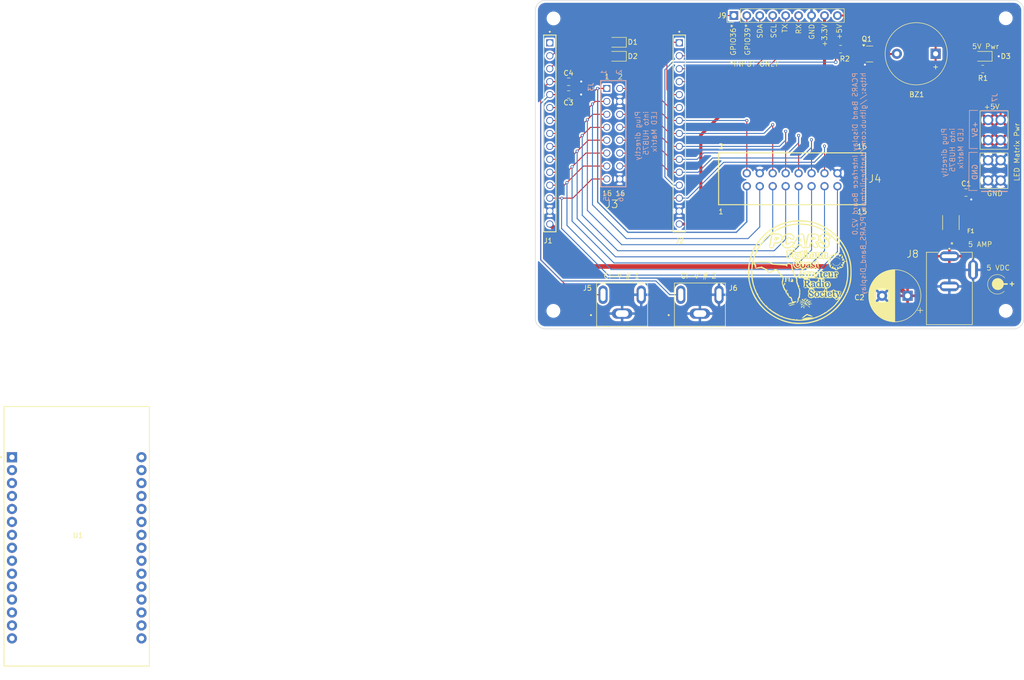
<source format=kicad_pcb>
(kicad_pcb (version 20241229) (generator "pcbnew") (generator_version "9.0")
  (title_block (title "PCARS Club Station Band Display PCB") (rev "1.0"))
  (layers (0 "F.Cu" signal) (2 "B.Cu" signal) (13 "F.Paste" user) (15 "B.Paste" user) (5 "F.SilkS" user "F.Silkscreen") (7 "B.SilkS" user "B.Silkscreen") (1 "F.Mask" user) (3 "B.Mask" user) (25 "Edge.Cuts" user))
  (net 0 "")
  (net 1 "GND")
  (net 2 "+5V")
  (net 3 "GPIO32")
  (net 4 "GPIO16")
  (net 5 "GPIO34")
  (net 6 "GPIO17")
  (net 7 "GPIO36")
  (net 8 "GPIO4")
  (net 9 "GPIO13")
  (net 10 "GPIO33")
  (net 11 "GPIO39")
  (net 12 "GPIO25")
  (net 13 "GPIO35")
  (net 14 "GPIO27")
  (net 15 "GPIO26")
  (net 16 "GPIO2")
  (net 17 "GPIO14")
  (net 18 "GPIO22")
  (net 19 "GPIO18")
  (net 20 "GPIO1")
  (net 21 "GPIO12")
  (net 22 "GPIO3")
  (net 23 "GPIO23")
  (net 24 "GPIO5")
  (net 25 "GPIO15")
  (net 26 "GPIO21")
  (net 27 "/+3.3VDC")
  (net 28 "/PWR IN")
  (net 60 "GPIO19")
  (net 61 "Net-(D3-A)")
  (net 62 "Net-(BZ1--)")
  (net 63 "Net-(Q1-B)")
  (footprint "Resistor_SMD:R_0805_2012Metric_Pad1.20x1.40mm_HandSolder" (layer "F.Cu") (at 178.8625 73.1)
    (property "Reference" "R2")
    (property "Value" "470")
  )
  (footprint "MountingHole:MountingHole_2.2mm_M2" (layer "F.Cu") (at 122.565534 67.065534)
    (property "Reference" "MH1" (hide yes))
    (property "Value" "MountingHole_2.2mm_M2")
  )
  (footprint "Buzzer_Beeper:Buzzer_12x9.5RM7.6" (layer "F.Cu") (at 197.5 74 180)
    (property "Reference" "BZ1")
    (property "Value" "Buzzer")
  )
  (footprint "Capacitor_SMD:C_0805_2012Metric_Pad1.18x1.45mm_HandSolder" (layer "F.Cu") (at 203.4625 101.25)
    (property "Reference" "C1")
    (property "Value" "4.7nF")
  )
  (footprint "MountingHole:MountingHole_2.2mm_M2" (layer "F.Cu") (at 211.264466 124.464466)
    (property "Reference" "MH4" (hide yes))
    (property "Value" "MountingHole_2.2mm_M2")
  )
  (footprint "Resistor_SMD:R_0805_2012Metric_Pad1.20x1.40mm_HandSolder" (layer "F.Cu") (at 206.75 77)
    (property "Reference" "R1")
    (property "Value" "150")
  )
  (footprint "Diode_SMD:D_0805_2012Metric_Pad1.15x1.40mm_HandSolder" (layer "F.Cu") (at 134.975 71.75 180)
    (property "Reference" "D1")
    (property "Value" "1N4001")
  )
  (footprint "MountingHole:MountingHole_2.2mm_M2" (layer "F.Cu") (at 211.264466 67.035534)
    (property "Reference" "MH2" (hide yes))
    (property "Value" "MountingHole_2.2mm_M2")
  )
  (footprint "Footprints:SWITCHCRAFT_PJRAN1X1U01X" (layer "F.Cu") (at 151.2675 125)
    (property "Reference" "J6")
    (property "Value" "PJRAN1X1U01X")
  )
  (footprint "Footprints:SAMTEC_SSW-115-01-G-S" (layer "F.Cu") (at 147.23 71.86 -90)
    (property "Reference" "J2")
    (property "Value" "SSW-115-01-G-S")
  )
  (footprint "Footprints:SAMTEC-TST-108-01-X-D" (layer "F.Cu") (at 169.36 98.54001)
    (property "Reference" "J4")
    (property "Value" "SAMTEC-TST-108-01-X-D")
  )
  (footprint "Package_TO_SOT_SMD:SOT-23" (layer "F.Cu") (at 184.5625 74.05)
    (property "Reference" "Q1")
    (property "Value" "MMBT2222A")
  )
  (footprint "LED_SMD:LED_0805_2012Metric_Pad1.15x1.40mm_HandSolder" (layer "F.Cu") (at 206.725 74.5 180)
    (property "Reference" "D3")
    (property "Value" "LED")
  )
  (footprint "Footprints:MPD_EJ503B" (layer "F.Cu") (at 200.2 116.4175)
    (property "Reference" "J8")
    (property "Value" "EJ503B")
  )
  (footprint "Connector_PinHeader_2.54mm:PinHeader_1x09_P2.54mm_Vertical" (layer "F.Cu") (at 157.93 66.5 90)
    (property "Reference" "J9")
    (property "Value" "Conn_01x09")
  )
  (footprint "MountingHole:MountingHole_2.2mm_M2" (layer "F.Cu") (at 122.535534 124.464466)
    (property "Reference" "MH3" (hide yes))
    (property "Value" "MountingHole_2.2mm_M2")
  )
  (footprint "Footprints:SWITCHCRAFT_PJRAN1X1U01X" (layer "F.Cu") (at 136.0175 125)
    (property "Reference" "J5")
    (property "Value" "PJRAN1X1U01X")
  )
  (footprint "Footprints:MODULE_ESP32_DEVKIT_V1" (layer "F.Cu") (at 29.05 168.705)
    (property "Reference" "U1")
    (property "Value" "ESP32-DEVKIT-V1")
  )
  (footprint "Footprints:FUSE_1812L200_12DR" (layer "F.Cu") (at 200.5 107.135 90)
    (property "Reference" "F1")
    (property "Value" "Polyfuse")
  )
  (footprint "Diode_SMD:D_0805_2012Metric_Pad1.15x1.40mm_HandSolder" (layer "F.Cu") (at 134.975 74.5 180)
    (property "Reference" "D2")
    (property "Value" "1N4001")
  )
  (footprint "Capacitor_THT:CP_Radial_D10.0mm_P5.00mm" (layer "F.Cu") (at 192 121.5 180)
    (property "Reference" "C2")
    (property "Value" "2200uF")
  )
  (footprint "Capacitor_SMD:C_0805_2012Metric_Pad1.18x1.45mm_HandSolder" (layer "F.Cu") (at 125.5375 82)
    (property "Reference" "C3")
    (property "Value" "4.7nF")
  )
  (footprint "Capacitor_SMD:C_0805_2012Metric_Pad1.18x1.45mm_HandSolder" (layer "F.Cu") (at 125.5375 79.5)
    (property "Reference" "C4")
    (property "Value" "4.7nF")
  )
  (footprint "Footprints:SAMTEC_SSW-115-01-G-S" (layer "F.Cu") (at 121.83 71.86 -90)
    (property "Reference" "J1")
    (property "Value" "SSW-115-01-G-S")
  )
  (footprint "Footprints:SAMTEC_SSQ-108-01-T-D-LL" (layer "B.Cu") (at 134.28 89.6925 90)
    (property "Reference" "J3")
    (property "Value" "SSQ-108-01-T-D-LL")
  )
  (footprint "Footprints:SAMTEC_FHP-04-01-X-S" (layer "B.Cu") (at 209.03 93.0987 -90)
    (property "Reference" "J7")
    (property "Value" "FHP-04-01-X-S")
  )
  (gr_poly (pts (xy 168.309101 117.943334) (xy 168.345259 117.944363) (xy 168.362162 117.945146) (xy 168.378296 117.946114) (xy 168.393673 117.947271) (xy 168.408304 117.948621) (xy 168.422202 117.950167) (xy 168.435378 117.951913) (xy 168.447843 117.953863) (xy 168.459609 117.956021) (xy 168.470687 117.958391) (xy 168.481091 117.960977) (xy 168.49083 117.963782) (xy 168.499916 117.966811) (xy 168.508362 117.970067) (xy 168.516179 117.973555) (xy 168.523378 117.977277) (xy 168.529971 117.981239) (xy 168.53597 117.985443) (xy 168.541387 117.989895) (xy 168.546232 117.994597) (xy 168.550518 117.999553) (xy 168.554256 118.004768) (xy 168.557458 118.010245) (xy 168.560136 118.015988) (xy 168.5623 118.022001) (xy 168.563964 118.028288) (xy 168.565137 118.034853) (xy 168.565833 118.0417) (xy 168.566062 118.048832) (xy 168.565795 118.06496) (xy 168.564919 118.07897) (xy 168.563318 118.090892) (xy 168.562211 118.096079) (xy 168.560881 118.100757) (xy 168.559313 118.104928) (xy 168.557493 118.108596) (xy 168.555406 118.111766) (xy 168.55304 118.114441) (xy 168.550379 118.116625) (xy 168.547409 118.118322) (xy 168.544116 118.119535) (xy 168.540486 118.12027) (xy 168.536504 118.120529) (xy 168.532157 118.120316) (xy 168.52743 118.119636) (xy 168.522309 118.118492) (xy 168.51678 118.116888) (xy 168.510828 118.114828) (xy 168.497601 118.109356) (xy 168.482513 118.102106) (xy 168.465451 118.093109) (xy 168.446302 118.082396) (xy 168.424951 118.069999) (xy 168.403427 118.056437) (xy 168.393362 118.050397) (xy 168.383734 118.04485) (xy 168.374524 118.039793) (xy 168.365714 118.035226) (xy 168.357284 118.031147) (xy 168.349214 118.027555) (xy 168.341485 118.024449) (xy 168.334078 118.021828) (xy 168.326973 118.019689) (xy 168.320151 118.018033) (xy 168.313593 118.016857) (xy 168.307279 118.01616) (xy 168.301189 118.015942) (xy 168.295305 118.0162) (xy 168.289607 118.016933) (xy 168.284076 118.018141) (xy 168.278692 118.019822) (xy 168.273436 118.021974) (xy 168.268288 118.024596) (xy 168.26323 118.027688) (xy 168.258241 118.031246) (xy 168.253303 118.035272) (xy 168.248395 118.039762) (xy 168.2435 118.044717) (xy 168.238596 118.050133) (xy 168.233666 118.056011) (xy 168.228689 118.062349) (xy 168.223646 118.069146) (xy 168.213284 118.084109) (xy 168.194931 118.114619) (xy 168.186873 118.128944) (xy 168.179564 118.142648) (xy 168.173004 118.155733) (xy 168.167194 118.168197) (xy 168.162137 118.180041) (xy 168.157832 118.191266) (xy 168.154282 118.20187) (xy 168.151488 118.211853) (xy 168.149451 118.221217) (xy 168.148172 118.229961) (xy 168.147653 118.238084) (xy 168.147895 118.245588) (xy 168.148899 118.252471) (xy 168.150666 118.258734) (xy 168.153199 118.264378) (xy 168.156497 118.2694) (xy 168.160563 118.273803) (xy 168.165398 118.277586) (xy 168.171002 118.280749) (xy 168.177378 118.283291) (xy 168.184526 118.285214) (xy 168.192448 118.286516) (xy 168.201146 118.287198) (xy 168.210619 118.28726) (xy 168.220871 118.286702) (xy 168.231902 118.285524) (xy 168.243712 118.283725) (xy 168.256305 118.281307) (xy 168.26968 118.278268) (xy 168.28384 118.274609) (xy 168.302865 118.269986) (xy 168.320289 118.266727) (xy 168.328416 118.265622) (xy 168.336162 118.264874) (xy 168.343533 118.264487) (xy 168.350537 118.264467) (xy 168.357178 118.264819) (xy 168.363464 118.265549) (xy 168.369402 118.266661) (xy 168.374997 118.26816) (xy 168.380256 118.270052) (xy 168.385186 118.272343) (xy 168.389792 118.275036) (xy 168.394083 118.278137) (xy 168.398063 118.281652) (xy 168.401739 118.285586) (xy 168.405119 118.289943) (xy 168.408207 118.294729) (xy 168.411012 118.299949) (xy 168.413539 118.305609) (xy 168.415794 118.311713) (xy 168.417785 118.318266) (xy 168.419517 118.325274) (xy 168.420997 118.332742) (xy 168.422232 118.340676) (xy 168.423228 118.349079) (xy 168.424529 118.367318) (xy 168.424951 118.387499) (xy 168.42478 118.408752) (xy 168.424248 118.427545) (xy 168.423323 118.443899) (xy 168.422703 118.451167) (xy 168.421974 118.457834) (xy 168.421131 118.463901) (xy 168.420171 118.469371) (xy 168.419089 118.474247) (xy 168.417881 118.478532) (xy 168.416545 118.482227) (xy 168.415075 118.485336) (xy 168.413469 118.487861) (xy 168.411722 118.489804) (xy 168.40983 118.491169) (xy 168.407789 118.491957) (xy 168.405596 118.492172) (xy 168.403247 118.491816) (xy 168.400737 118.490891) (xy 168.398064 118.489401) (xy 168.395222 118.487347) (xy 168.392209 118.484732) (xy 168.38902 118.48156) (xy 168.385651 118.477832) (xy 168.382099 118.473551) (xy 168.37836 118.468719) (xy 168.374429 118.46334) (xy 168.370303 118.457416) (xy 168.361451 118.443942) (xy 168.351514 118.42961) (xy 168.341571 118.417009) (xy 168.331656 118.406092) (xy 168.321805 118.396814) (xy 168.312052 118.389127) (xy 168.302431 118.382985) (xy 168.292979 118.378342) (xy 168.28373 118.375151) (xy 168.274718 118.373366) (xy 168.265979 118.37294) (xy 168.257547 118.373826) (xy 168.249458 118.375978) (xy 168.241746 118.37935) (xy 168.234446 118.383895) (xy 168.227593 118.389567) (xy 168.221222 118.396318) (xy 168.215367 118.404103) (xy 168.210065 118.412875) (xy 168.205349 118.422588) (xy 168.201254 118.433195) (xy 168.197816 118.444649) (xy 168.195068 118.456904) (xy 168.193047 118.469913) (xy 168.191787 118.483631) (xy 168.191322 118.49801) (xy 168.191689 118.513004) (xy 168.192921 118.528566) (xy 168.195053 118.54465) (xy 168.198121 118.56121) (xy 168.202158 118.578199) (xy 168.207201 118.59557) (xy 168.213284 118.613277) (xy 168.224252 118.642) (xy 168.233225 118.667447) (xy 168.240027 118.689814) (xy 168.244483 118.709298) (xy 168.245777 118.71802) (xy 168.246418 118.726094) (xy 168.246384 118.733546) (xy 168.245655 118.7404) (xy 168.244207 118.74668) (xy 168.242018 118.752411) (xy 168.239068 118.757618) (xy 168.235333 118.762325) (xy 168.230792 118.766556) (xy 168.225423 118.770336) (xy 168.219204 118.77369) (xy 168.212113 118.776642) (xy 168.204128 118.779217) (xy 168.195227 118.78144) (xy 168.185388 118.783334) (xy 168.174589 118.784925) (xy 168.150024 118.787293) (xy 168.121355 118.788742) (xy 168.088408 118.789467) (xy 168.051006 118.789665) (xy 168.023225 118.789417) (xy 168.010327 118.789107) (xy 167.99809 118.788673) (xy 167.986514 118.788115) (xy 167.9756 118.787433) (xy 167.965348 118.786627) (xy 167.955756 118.785696) (xy 167.946827 118.784642) (xy 167.938559 118.783464) (xy 167.930952 118.782162) (xy 167.924006 118.780735) (xy 167.917723 118.779185) (xy 167.9121 118.777511) (xy 167.907139 118.775712) (xy 167.90284 118.77379) (xy 167.899202 118.771744) (xy 167.896225 118.769573) (xy 167.89391 118.767279) (xy 167.893001 118.766085) (xy 167.892257 118.76486) (xy 167.891678 118.763605) (xy 167.891264 118.762318) (xy 167.891016 118.761) (xy 167.890934 118.759651) (xy 167.891016 118.758272) (xy 167.891264 118.756861) (xy 167.891678 118.755419) (xy 167.892257 118.753946) (xy 167.89391 118.750908) (xy 167.896225 118.747745) (xy 167.899202 118.744459) (xy 167.90284 118.741048) (xy 167.90714 118.737514) (xy 167.9121 118.733855) (xy 167.917723 118.730072) (xy 167.924007 118.726166) (xy 167.935419 118.717226) (xy 167.945849 118.706239) (xy 167.955307 118.693144) (xy 167.963805 118.677879) (xy 167.971351 118.660381) (xy 167.977957 118.640589) (xy 167.983633 118.618441) (xy 167.988389 118.593874) (xy 167.992235 118.566826) (xy 167.995182 118.537236) (xy 167.997241 118.505042) (xy 167.998421 118.470181) (xy 167.998732 118.432591) (xy 167.998186 118.392211) (xy 167.994562 118.302831) (xy 167.96634 117.942998) (xy 168.269729 117.942998)) (stroke (width -0.000001)) (fill yes) (layer "F.SilkS"))
  (gr_poly (pts (xy 169.304622 118.159516) (xy 169.33153 118.163154) (xy 169.358158 118.168776) (xy 169.384167 118.176383) (xy 169.409215 118.185974) (xy 169.43296 118.19755) (xy 169.444238 118.204082) (xy 169.455062 118.21111) (xy 169.463074 118.217697) (xy 169.471199 118.226764) (xy 169.479386 118.238147) (xy 169.487584 118.251679) (xy 169.49574 118.267196) (xy 169.503804 118.284531) (xy 169.511722 118.303521) (xy 169.519444 118.323998) (xy 169.526918 118.345799) (xy 169.534093 118.368757) (xy 169.540916 118.392707) (xy 169.547336 118.417484) (xy 169.553301 118.442923) (xy 169.558759 118.468858) (xy 169.56366 118.495123) (xy 169.567951 118.521554) (xy 169.576756 118.610051) (xy 169.579314 118.645856) (xy 169.580188 118.676556) (xy 169.579886 118.690113) (xy 169.579035 118.702542) (xy 169.577593 118.713891) (xy 169.575516 118.724208) (xy 169.572763 118.733544) (xy 169.569289 118.741947) (xy 169.565054 118.749466) (xy 169.560013 118.756151) (xy 169.554126 118.762051) (xy 169.547348 118.767213) (xy 169.539637 118.771689) (xy 169.530951 118.775526) (xy 169.521246 118.778775) (xy 169.510482 118.781483) (xy 169.498613 118.7837) (xy 169.485599 118.785476) (xy 169.455963 118.787898) (xy 169.421231 118.789141) (xy 169.335117 118.789665) (xy 169.307524 118.78934) (xy 169.280396 118.788384) (xy 169.253867 118.786828) (xy 169.228072 118.784704) (xy 169.203145 118.782043) (xy 169.17922 118.778875) (xy 169.156433 118.775232) (xy 169.134916 118.771144) (xy 169.114805 118.766644) (xy 169.096235 118.76176) (xy 169.079338 118.756525) (xy 169.06425 118.75097) (xy 169.051106 118.745126) (xy 169.040038 118.739023) (xy 169.035325 118.735884) (xy 169.031182 118.732692) (xy 169.027626 118.729452) (xy 169.024673 118.726166) (xy 169.021377 118.719128) (xy 169.019386 118.71129) (xy 169.018644 118.702717) (xy 169.019092 118.693479) (xy 169.020671 118.68364) (xy 169.023324 118.67327) (xy 169.026993 118.662434) (xy 169.031618 118.6512) (xy 169.037143 118.639636) (xy 169.043509 118.627808) (xy 169.058531 118.60363) (xy 169.07622 118.579204) (xy 169.09611 118.555068) (xy 169.117737 118.531758) (xy 169.140635 118.509813) (xy 169.164339 118.48977) (xy 169.188384 118.472165) (xy 169.200389 118.464445) (xy 169.212305 118.457537) (xy 169.224074 118.451507) (xy 169.235637 118.446423) (xy 169.246936 118.442352) (xy 169.257914 118.439361) (xy 169.268513 118.437517) (xy 169.278673 118.436887) (xy 169.281959 118.436744) (xy 169.2852 118.436319) (xy 169.288391 118.43562) (xy 169.29153 118.434655) (xy 169.294612 118.433431) (xy 169.297633 118.431957) (xy 169.300589 118.43024) (xy 169.303478 118.428288) (xy 169.306293 118.426109) (xy 169.309033 118.42371) (xy 169.314268 118.418284) (xy 169.319151 118.412072) (xy 169.323652 118.405138) (xy 169.32774 118.397541) (xy 169.331383 118.389345) (xy 169.334551 118.380612) (xy 169.337212 118.371403) (xy 169.339336 118.361781) (xy 169.340892 118.351807) (xy 169.341848 118.341544) (xy 169.342173 118.331054) (xy 169.341828 118.319479) (xy 169.340816 118.308569) (xy 169.339173 118.298329) (xy 169.336937 118.288762) (xy 169.334142 118.279872) (xy 169.330825 118.271662) (xy 169.327023 118.264138) (xy 169.32277 118.257301) (xy 169.318105 118.251158) (xy 169.313062 118.24571) (xy 169.307678 118.240963) (xy 169.30199 118.23692) (xy 169.296032 118.233585) (xy 169.289842 118.230962) (xy 169.283456 118.229054) (xy 169.276909 118.227867) (xy 169.270239 118.227402) (xy 169.263481 118.227665) (xy 169.25667 118.228659) (xy 169.249845 118.230388) (xy 169.24304 118.232857) (xy 169.236292 118.236068) (xy 169.229637 118.240025) (xy 169.223111 118.244734) (xy 169.216751 118.250197) (xy 169.210592 118.256418) (xy 169.20467 118.263401) (xy 169.199023 118.271151) (xy 169.193686 118.27967) (xy 169.188695 118.288964) (xy 169.184086 118.299035) (xy 169.179896 118.309888) (xy 169.178492 118.314434) (xy 169.17693 118.318812) (xy 169.175218 118.323016) (xy 169.173364 118.327044) (xy 169.171376 118.330891) (xy 169.169261 118.334552) (xy 169.167027 118.338026) (xy 169.164682 118.341306) (xy 169.162234 118.344391) (xy 169.15969 118.347275) (xy 169.157059 118.349955) (xy 169.154347 118.352427) (xy 169.151563 118.354687) (xy 169.148714 118.356732) (xy 169.145809 118.358557) (xy 169.142854 118.360158) (xy 169.139858 118.361532) (xy 169.136829 118.362675) (xy 169.133773 118.363582) (xy 169.1307 118.364251) (xy 169.127616 118.364676) (xy 169.12453 118.364855) (xy 169.121448 118.364784) (xy 169.11838 118.364458) (xy 169.115332 118.363873) (xy 169.112313 118.363026) (xy 169.10933 118.361913) (xy 169.106391 118.36053) (xy 169.103504 118.358873) (xy 169.100675 118.356939) (xy 169.097915 118.354723) (xy 169.095229 118.352221) (xy 169.092666 118.349514) (xy 169.090268 118.346688) (xy 169.088035 118.343748) (xy 169.085968 118.3407) (xy 169.084066 118.337549) (xy 169.08233 118.334299) (xy 169.080759 118.330957) (xy 169.079353 118.327526) (xy 169.077038 118.320422) (xy 169.075385 118.313029) (xy 169.074392 118.305388) (xy 169.074062 118.29754) (xy 169.074392 118.289527) (xy 169.075385 118.281389) (xy 169.077038 118.273169) (xy 169.079353 118.264908) (xy 169.08233 118.256647) (xy 169.085968 118.248427) (xy 169.090268 118.240289) (xy 169.095229 118.232276) (xy 169.100286 118.223925) (xy 169.106169 118.21607) (xy 169.112834 118.208712) (xy 169.12024 118.201849) (xy 169.128344 118.195483) (xy 169.137102 118.189612) (xy 169.146473 118.184238) (xy 169.156414 118.17936) (xy 169.166881 118.174978) (xy 169.177833 118.171092) (xy 169.201021 118.164808) (xy 169.225634 118.160508) (xy 169.251333 118.158193) (xy 169.277776 118.157862)) (stroke (width -0.000001)) (fill yes) (layer "F.SilkS"))
  (gr_poly (pts (xy 169.861206 123.101556) (xy 169.870057 123.101994) (xy 169.877788 123.102857) (xy 169.884459 123.104137) (xy 169.890127 123.105831) (xy 169.892604 123.106832) (xy 169.894851 123.107934) (xy 169.896877 123.109137) (xy 169.898689 123.110439) (xy 169.900293 123.111842) (xy 169.901698 123.113343) (xy 169.902911 123.114942) (xy 169.903938 123.116639) (xy 169.904787 123.118433) (xy 169.905465 123.120323) (xy 169.906339 123.124389) (xy 169.906618 123.128832) (xy 169.904724 123.135872) (xy 169.899152 123.143724) (xy 169.877652 123.161643) (xy 169.843459 123.182147) (xy 169.797918 123.204789) (xy 169.742373 123.229127) (xy 169.678167 123.254716) (xy 169.529146 123.307867) (xy 169.361604 123.360687) (xy 169.18629 123.409621) (xy 169.013952 123.451113) (xy 168.932259 123.467958) (xy 168.85534 123.481609) (xy 168.829202 123.485232) (xy 168.806309 123.4881) (xy 168.7866 123.490121) (xy 168.770012 123.491201) (xy 168.762869 123.491359) (xy 168.756483 123.491247) (xy 168.750846 123.490854) (xy 168.745951 123.490167) (xy 168.74179 123.489176) (xy 168.738355 123.487867) (xy 168.735638 123.486231) (xy 168.733632 123.484255) (xy 168.732328 123.481928) (xy 168.73172 123.479238) (xy 168.731798 123.476172) (xy 168.732557 123.472721) (xy 168.733987 123.468872) (xy 168.736081 123.464613) (xy 168.738832 123.459933) (xy 168.742231 123.45482) (xy 168.746271 123.449263) (xy 168.750943 123.44325) (xy 168.762157 123.429809) (xy 168.77581 123.414404) (xy 168.791841 123.396943) (xy 168.805688 123.385965) (xy 168.823246 123.374274) (xy 168.844256 123.361984) (xy 168.868459 123.349208) (xy 168.925413 123.322653) (xy 168.992041 123.29552) (xy 169.066276 123.268717) (xy 169.146051 123.243154) (xy 169.229298 123.219741) (xy 169.31395 123.199387) (xy 169.40316 123.180611) (xy 169.483243 123.163944) (xy 169.554665 123.149344) (xy 169.617891 123.136769) (xy 169.673386 123.126179) (xy 169.721616 123.117532) (xy 169.743151 123.113924) (xy 169.763045 123.110786) (xy 169.781354 123.108114) (xy 169.798138 123.105901) (xy 169.813455 123.104143) (xy 169.827361 123.102835) (xy 169.839917 123.101971) (xy 169.851179 123.101547)) (stroke (width -0.000001)) (fill yes) (layer "F.SilkS"))
  (gr_poly (pts (xy 179.247347 113.547842) (xy 179.25372 113.549946) (xy 179.259674 113.553849) (xy 179.265183 113.559568) (xy 179.270222 113.567121) (xy 179.274766 113.576524) (xy 179.278787 113.587793) (xy 179.28226 113.600947) (xy 179.28516 113.616) (xy 179.287461 113.632971) (xy 179.289136 113.651876) (xy 179.29016 113.672731) (xy 179.290507 113.695554) (xy 179.292667 113.735724) (xy 179.298858 113.781433) (xy 179.308645 113.831608) (xy 179.321595 113.885172) (xy 179.337274 113.941051) (xy 179.355247 113.998171) (xy 179.37508 114.055456) (xy 179.39634 114.111832) (xy 179.418592 114.166223) (xy 179.441402 114.217555) (xy 179.464336 114.264753) (xy 179.48696 114.306742) (xy 179.50884 114.342447) (xy 179.529541 114.370793) (xy 179.539314 114.381871) (xy 179.54863 114.390706) (xy 179.557435 114.397164) (xy 179.565673 114.40111) (xy 179.578925 114.405862) (xy 179.59091 114.410846) (xy 179.601642 114.416047) (xy 179.611134 114.42145) (xy 179.619402 114.427039) (xy 179.62646 114.432798) (xy 179.632321 114.438712) (xy 179.637 114.444766) (xy 179.640511 114.450944) (xy 179.642869 114.457231) (xy 179.644087 114.46361) (xy 179.64418 114.470067) (xy 179.643161 114.476586) (xy 179.641046 114.483151) (xy 179.637849 114.489748) (xy 179.633582 114.49636) (xy 179.628262 114.502972) (xy 179.621902 114.509568) (xy 179.614516 114.516134) (xy 179.606118 114.522653) (xy 179.596723 114.52911) (xy 179.586345 114.535489) (xy 179.562696 114.547954) (xy 179.535285 114.559922) (xy 179.504226 114.57127) (xy 179.469632 114.581874) (xy 179.431617 114.59161) (xy 179.378697 114.601936) (xy 179.331048 114.609069) (xy 179.309194 114.611422) (xy 179.28865 114.612957) (xy 179.269413 114.613668) (xy 179.251481 114.613548) (xy 179.234851 114.612591) (xy 179.219521 114.61079) (xy 179.205488 114.608139) (xy 179.192749 114.604632) (xy 179.181303 114.600262) (xy 179.171145 114.595022) (xy 179.162275 114.588906) (xy 179.154688 114.581908) (xy 179.148383 114.574021) (xy 179.143357 114.565239) (xy 179.139608 114.555555) (xy 179.137132 114.544963) (xy 179.135927 114.533456) (xy 179.135992 114.521028) (xy 179.137322 114.507672) (xy 179.139916 114.493383) (xy 179.14377 114.478153) (xy 179.148883 114.461976) (xy 179.155252 114.444845) (xy 179.162873 114.426755) (xy 179.171746 114.407698) (xy 179.181866 114.387669) (xy 179.20584 114.344665) (xy 179.216591 114.324994) (xy 179.226364 114.305698) (xy 179.235174 114.28682) (xy 179.243033 114.268405) (xy 179.249958 114.250496) (xy 179.255961 114.233137) (xy 179.261057 114.216373) (xy 179.265261 114.200247) (xy 179.268586 114.184803) (xy 179.271047 114.170085) (xy 179.272658 114.156137) (xy 179.273433 114.143003) (xy 179.273386 114.130727) (xy 179.272532 114.119353) (xy 179.270885 114.108924) (xy 179.268459 114.099485) (xy 179.265267 114.091079) (xy 179.261326 114.083751) (xy 179.256647 114.077544) (xy 179.251247 114.072503) (xy 179.245139 114.068671) (xy 179.238337 114.066092) (xy 179.230855 114.06481) (xy 179.222708 114.064869) (xy 179.21391 114.066313) (xy 179.204475 114.069185) (xy 179.194417 114.073531) (xy 179.183751 114.079393) (xy 179.172491 114.086816) (xy 179.16065 114.095844) (xy 179.148243 114.10652) (xy 179.135285 114.118888) (xy 179.107752 114.145334) (xy 179.083361 114.166416) (xy 179.062111 114.182062) (xy 179.044004 114.192199) (xy 179.036128 114.19518) (xy 179.029038 114.196755) (xy 179.022734 114.196918) (xy 179.017215 114.195658) (xy 179.012481 114.192967) (xy 179.008533 114.188835) (xy 179.00537 114.183254) (xy 179.002993 114.176214) (xy 179.001402 114.167706) (xy 179.000596 114.157722) (xy 179.00134 114.133288) (xy 179.005226 114.102838) (xy 179.012254 114.066301) (xy 179.022424 114.023605) (xy 179.035735 113.974676) (xy 179.052189 113.919442) (xy 179.071784 113.857831) (xy 179.081103 113.827469) (xy 179.090519 113.798571) (xy 179.100008 113.771153) (xy 179.109543 113.745232) (xy 179.119099 113.720826) (xy 179.12865 113.69795) (xy 179.138169 113.676622) (xy 179.147632 113.656859) (xy 179.157012 113.638676) (xy 179.166284 113.622092) (xy 179.175421 113.607123) (xy 179.184398 113.593786) (xy 179.193189 113.582097) (xy 179.201769 113.572073) (xy 179.21011 113.563732) (xy 179.218188 113.557089) (xy 179.225976 113.552162) (xy 179.23345 113.548967) (xy 179.240582 113.547522)) (stroke (width -0.000001)) (fill yes) (layer "F.SilkS"))
  (gr_poly (pts (xy 172.317481 125.065393) (xy 172.329319 125.067015) (xy 172.340992 125.069598) (xy 172.352587 125.073104) (xy 172.364193 125.077497) (xy 172.375897 125.082738) (xy 172.387787 125.088791) (xy 172.39995 125.095618) (xy 172.425451 125.111443) (xy 172.441717 125.121854) (xy 172.458676 125.131893) (xy 172.476192 125.141519) (xy 172.494133 125.150689) (xy 172.512362 125.159364) (xy 172.530747 125.167502) (xy 172.549153 125.17506) (xy 172.567444 125.181999) (xy 172.585488 125.188276) (xy 172.603149 125.19385) (xy 172.620294 125.19868) (xy 172.636787 125.202724) (xy 172.652495 125.205942) (xy 172.667283 125.208292) (xy 172.681016 125.209732) (xy 172.693562 125.210221) (xy 172.707538 125.210811) (xy 172.722935 125.212545) (xy 172.757558 125.21922) (xy 172.796563 125.229801) (xy 172.839083 125.243845) (xy 172.884248 125.260907) (xy 172.931191 125.280542) (xy 172.979044 125.302307) (xy 173.026937 125.325756) (xy 173.074004 125.350445) (xy 173.119376 125.37593) (xy 173.162185 125.401766) (xy 173.201562 125.42751) (xy 173.23664 125.452715) (xy 173.26655 125.476939) (xy 173.290425 125.499737) (xy 173.299827 125.510462) (xy 173.307395 125.520664) (xy 173.315024 125.532423) (xy 173.322037 125.543872) (xy 173.328441 125.554994) (xy 173.33424 125.565768) (xy 173.33944 125.576175) (xy 173.344045 125.586196) (xy 173.348061 125.595811) (xy 173.351493 125.605001) (xy 173.354347 125.613747) (xy 173.356626 125.622028) (xy 173.358338 125.629827) (xy 173.359486 125.637123) (xy 173.360076 125.643897) (xy 173.360113 125.65013) (xy 173.359602 125.655802) (xy 173.358549 125.660894) (xy 173.356958 125.665387) (xy 173.354835 125.669261) (xy 173.352185 125.672496) (xy 173.349013 125.675074) (xy 173.345324 125.676975) (xy 173.341123 125.67818) (xy 173.336416 125.678669) (xy 173.331208 125.678423) (xy 173.325504 125.677423) (xy 173.319309 125.675648) (xy 173.312628 125.673081) (xy 173.305466 125.6697) (xy 173.297829 125.665488) (xy 173.289722 125.660425) (xy 173.281149 125.65449) (xy 173.272117 125.647666) (xy 173.261158 125.63941) (xy 173.246954 125.630564) (xy 173.229732 125.621202) (xy 173.20972 125.611396) (xy 173.162233 125.590739) (xy 173.106312 125.569173) (xy 173.043776 125.547276) (xy 172.976446 125.525626) (xy 172.906138 125.504804) (xy 172.834673 125.485387) (xy 172.797668 125.477133) (xy 172.760879 125.468299) (xy 172.724525 125.45897) (xy 172.688822 125.449227) (xy 172.653986 125.439154) (xy 172.620237 125.428832) (xy 172.587789 125.418345) (xy 172.556861 125.407776) (xy 172.527669 125.397206) (xy 172.50043 125.38672) (xy 172.475362 125.376398) (xy 172.452681 125.366325) (xy 172.432605 125.356582) (xy 172.41535 125.347253) (xy 172.401133 125.33842) (xy 172.390173 125.330166) (xy 172.377839 125.321906) (xy 172.364597 125.315682) (xy 172.357608 125.31335) (xy 172.350362 125.311546) (xy 172.335052 125.30955) (xy 172.318584 125.309745) (xy 172.300876 125.312182) (xy 172.281846 125.316914) (xy 172.26141 125.323992) (xy 172.239485 125.333468) (xy 172.215989 125.345393) (xy 172.19084 125.359819) (xy 172.163955 125.376799) (xy 172.13525 125.396382) (xy 172.104644 125.418622) (xy 172.072053 125.44357) (xy 172.037395 125.471278) (xy 171.965722 125.526121) (xy 171.893955 125.579301) (xy 171.822664 125.630476) (xy 171.752417 125.679305) (xy 171.683782 125.725447) (xy 171.617328 125.76856) (xy 171.553623 125.808305) (xy 171.493236 125.844339) (xy 171.436735 125.876321) (xy 171.384688 125.903911) (xy 171.337664 125.926768) (xy 171.296232 125.94455) (xy 171.260959 125.956916) (xy 171.24581 125.960962) (xy 171.232415 125.963526) (xy 171.220843 125.964565) (xy 171.211167 125.964038) (xy 171.203457 125.9619) (xy 171.197785 125.958111) (xy 171.195283 125.956127) (xy 171.193065 125.954147) (xy 171.191126 125.952175) (xy 171.189461 125.950214) (xy 171.188065 125.948269) (xy 171.186933 125.946343) (xy 171.186058 125.944441) (xy 171.185437 125.942566) (xy 171.185064 125.940721) (xy 171.184934 125.938912) (xy 171.185042 125.937141) (xy 171.185382 125.935413) (xy 171.18595 125.933732) (xy 171.186739 125.932101) (xy 171.187746 125.930524) (xy 171.188965 125.929006) (xy 171.19039 125.927549) (xy 171.192017 125.926158) (xy 171.19384 125.924837) (xy 171.195855 125.92359) (xy 171.198055 125.92242) (xy 171.200437 125.921332) (xy 171.202994 125.920329) (xy 171.205722 125.919415) (xy 171.208615 125.918594) (xy 171.211668 125.91787) (xy 171.214876 125.917246) (xy 171.218234 125.916728) (xy 171.225379 125.91602) (xy 171.233062 125.915777) (xy 171.23765 125.915654) (xy 171.242152 125.915289) (xy 171.246563 125.91469) (xy 171.25088 125.913861) (xy 171.255099 125.912811) (xy 171.259216 125.911544) (xy 171.263226 125.910069) (xy 171.267127 125.90839) (xy 171.270914 125.906516) (xy 171.274584 125.904451) (xy 171.278132 125.902203) (xy 171.281555 125.899778) (xy 171.284849 125.897182) (xy 171.28801 125.894422) (xy 171.291033 125.891505) (xy 171.293916 125.888436) (xy 171.296654 125.885223) (xy 171.299244 125.881872) (xy 171.301681 125.878388) (xy 171.303962 125.87478) (xy 171.306083 125.871052) (xy 171.308039 125.867213) (xy 171.309828 125.863267) (xy 171.311445 125.859222) (xy 171.312886 125.855084) (xy 171.314147 125.850859) (xy 171.315226 125.846554) (xy 171.316116 125.842176) (xy 171.316816 125.83773) (xy 171.31732 125.833224) (xy 171.317626 125.828663) (xy 171.317729 125.824055) (xy 171.321412 125.814257) (xy 171.329663 125.800903) (xy 171.342255 125.784243) (xy 171.35896 125.764523) (xy 171.403801 125.716898) (xy 171.462368 125.660013) (xy 171.532841 125.595852) (xy 171.613401 125.526398) (xy 171.702229 125.453638) (xy 171.797507 125.379554) (xy 171.875097 125.319725) (xy 171.944295 125.267037) (xy 172.005804 125.221192) (xy 172.060326 125.181888) (xy 172.085187 125.164596) (xy 172.108564 125.148827) (xy 172.130547 125.134544) (xy 172.151221 125.121709) (xy 172.170677 125.110285) (xy 172.189 125.100234) (xy 172.20628 125.091519) (xy 172.222604 125.084103) (xy 172.238059 125.077947) (xy 172.252734 125.073014) (xy 172.266717 125.069268) (xy 172.280095 125.06667) (xy 172.292957 125.065183) (xy 172.305389 125.06477)) (stroke (width -0.000001)) (fill yes) (layer "F.SilkS"))
  (gr_poly (pts (xy 174.321632 117.390901) (xy 174.32662 117.392453) (xy 174.331023 117.395128) (xy 174.334879 117.398936) (xy 174.338224 117.403882) (xy 174.341093 117.409976) (xy 174.343522 117.417225) (xy 174.345549 117.425637) (xy 174.347209 117.435219) (xy 174.349572 117.457926) (xy 174.350902 117.485407) (xy 174.351487 117.517726) (xy 174.351618 117.554943) (xy 174.351108 117.573832) (xy 174.349606 117.592117) (xy 174.347153 117.609775) (xy 174.343791 117.62678) (xy 174.33956 117.643108) (xy 174.334503 117.658735) (xy 174.32866 117.673635) (xy 174.322073 117.687786) (xy 174.314783 117.70116) (xy 174.306832 117.713736) (xy 174.29826 117.725487) (xy 174.28911 117.736389) (xy 174.279422 117.746418) (xy 174.269239 117.755549) (xy 174.2586 117.763757) (xy 174.247548 117.771019) (xy 174.236124 117.777309) (xy 174.22437 117.782603) (xy 174.212325 117.786876) (xy 174.200033 117.790105) (xy 174.187534 117.792263) (xy 174.17487 117.793328) (xy 174.162082 117.793273) (xy 174.149211 117.792075) (xy 174.136299 117.78971) (xy 174.123386 117.786152) (xy 174.110515 117.781376) (xy 174.097727 117.77536) (xy 174.085063 117.768077) (xy 174.072564 117.759504) (xy 174.060272 117.749615) (xy 174.048228 117.738387) (xy 174.037242 117.725387) (xy 174.03245 117.719038) (xy 174.028136 117.712769) (xy 174.024308 117.706568) (xy 174.020974 117.70042) (xy 174.018141 117.694311) (xy 174.015817 117.688226) (xy 174.014009 117.682152) (xy 174.012727 117.676074) (xy 174.011976 117.669978) (xy 174.011765 117.663849) (xy 174.012103 117.657674) (xy 174.012995 117.651438) (xy 174.014451 117.645127) (xy 174.016478 117.638727) (xy 174.019084 117.632224) (xy 174.022277 117.625603) (xy 174.026063 117.61885) (xy 174.030452 117.611952) (xy 174.03545 117.604893) (xy 174.041066 117.59766) (xy 174.047308 117.590238) (xy 174.054182 117.582613) (xy 174.069861 117.566699) (xy 174.088164 117.549802) (xy 174.109156 117.53181) (xy 174.132896 117.512609) (xy 174.203066 117.457129) (xy 174.231681 117.435498) (xy 174.256368 117.418021) (xy 174.26733 117.41086) (xy 174.277418 117.404761) (xy 174.286669 117.399731) (xy 174.295119 117.395779) (xy 174.302804 117.392913) (xy 174.30976 117.391139) (xy 174.316024 117.390466)) (stroke (width -0.000001)) (fill yes) (layer "F.SilkS"))
  (gr_circle (center 209.7065 119.2057) (end 210.2065 120.2057) (stroke (width 0.1)) (fill yes) (layer "F.SilkS"))
  (gr_line (start 209.7065 119.2057) (end 211.5265 119.1957) (stroke (width 0.3)) (layer "F.SilkS"))
  (gr_poly (pts (xy 171.14134 110.506443) (xy 171.211895 110.922721) (xy 170.894396 110.957999) (xy 170.829779 110.965578) (xy 170.769049 110.97233) (xy 170.713445 110.978091) (xy 170.664208 110.982693) (xy 170.622577 110.985973) (xy 170.589794 110.987764) (xy 170.577107 110.98805) (xy 170.567097 110.987902) (xy 170.559919 110.987299) (xy 170.555728 110.98622) (xy 170.555789 110.983862) (xy 170.558526 110.976946) (xy 170.571493 110.950392) (xy 170.623638 110.853047) (xy 170.703564 110.7094) (xy 170.802673 110.534665) (xy 171.070784 110.090165)) (stroke (width -0.000001)) (fill yes) (layer "F.SilkS"))
  (gr_poly (pts (xy 171.074312 107.321741) (xy 171.508725 107.338374) (xy 171.927594 107.368153) (xy 172.314051 107.410666) (xy 172.489854 107.436568) (xy 172.651229 107.465499) (xy 172.885366 107.514319) (xy 173.121705 107.570643) (xy 173.359635 107.634201) (xy 173.598548 107.704726) (xy 173.837832 107.781948) (xy 174.076878 107.865598) (xy 174.315078 107.955408) (xy 174.551819 108.051109) (xy 174.786494 108.152433) (xy 175.018492 108.25911) (xy 175.247203 108.370873) (xy 175.472018 108.487451) (xy 175.692327 108.608577) (xy 175.90752 108.733982) (xy 176.116987 108.863397) (xy 176.320118 108.996553) (xy 176.46017 109.097078) (xy 176.611725 109.214697) (xy 176.772726 109.347323) (xy 176.941117 109.492868) (xy 177.114842 109.649244) (xy 177.291842 109.814364) (xy 177.647445 110.162484) (xy 177.991472 110.520526) (xy 178.154003 110.698049) (xy 178.30747 110.871788) (xy 178.449816 111.039658) (xy 178.578985 111.199569) (xy 178.692919 111.349434) (xy 178.789562 111.487165) (xy 178.998005 111.817912) (xy 179.19206 112.151407) (xy 179.371729 112.487755) (xy 179.537011 112.827059) (xy 179.687906 113.169422) (xy 179.824415 113.514948) (xy 179.946537 113.86374) (xy 180.054272 114.215901) (xy 180.14762 114.571535) (xy 180.226582 114.930745) (xy 180.291156 115.293634) (xy 180.341345 115.660306) (xy 180.377146 116.030864) (xy 180.39856 116.405411) (xy 180.405588 116.784051) (xy 180.398229 117.166888) (xy 180.380329 117.52653) (xy 180.35292 117.875764) (xy 180.315754 118.215428) (xy 180.268584 118.546359) (xy 180.211161 118.869393) (xy 180.143237 119.185369) (xy 180.064565 119.495123) (xy 179.974896 119.799492) (xy 179.873982 120.099313) (xy 179.761575 120.395424) (xy 179.637428 120.688662) (xy 179.501291 120.979864) (xy 179.352918 121.269867) (xy 179.192059 121.559508) (xy 179.018468 121.849625) (xy 178.831895 122.141054) (xy 178.575708 122.509127) (xy 178.304997 122.86181) (xy 178.020408 123.198928) (xy 177.722588 123.520305) (xy 177.412186 123.825766) (xy 177.089847 124.115135) (xy 176.756219 124.388236) (xy 176.41195 124.644894) (xy 176.057687 124.884933) (xy 175.694077 125.108177) (xy 174.941405 125.503577) (xy 174.159111 125.82969) (xy 173.352375 126.085109) (xy 172.526374 126.26843) (xy 171.686285 126.378246) (xy 170.837288 126.413152) (xy 170.411067 126.402074) (xy 169.98456 126.371742) (xy 169.558415 126.321979) (xy 169.133278 126.25261) (xy 168.709798 126.16346) (xy 168.288622 126.054352) (xy 167.870396 125.925111) (xy 167.455768 125.775561) (xy 167.045386 125.605527) (xy 166.639896 125.414832) (xy 166.139437 125.147822) (xy 165.659752 124.855335) (xy 165.201441 124.538188) (xy 164.765102 124.197197) (xy 164.351336 123.83318) (xy 163.960741 123.446952) (xy 163.593918 123.03933) (xy 163.251465 122.611131) (xy 162.933982 122.16317) (xy 162.642069 121.696265) (xy 162.376325 121.211232) (xy 162.137349 120.708887) (xy 161.92574 120.190047) (xy 161.7421 119.655528) (xy 161.587026 119.106147) (xy 161.461118 118.542721) (xy 161.430277 118.358689) (xy 161.403901 118.159888) (xy 161.381991 117.948416) (xy 161.364545 117.726371) (xy 161.343047 117.258954) (xy 161.339409 116.774422) (xy 161.345731 116.558897) (xy 161.540382 116.558897) (xy 161.540777 116.579876) (xy 161.541802 116.597826) (xy 161.543467 116.612491) (xy 161.545784 116.62361) (xy 161.54983 116.635361) (xy 161.554011 116.65445) (xy 161.562651 116.712906) (xy 161.571457 116.795506) (xy 161.58018 116.898776) (xy 161.596386 117.153438) (xy 161.609284 117.44911) (xy 161.615499 117.601962) (xy 161.623285 117.751176) (xy 161.632229 117.893113) (xy 161.641916 118.024137) (xy 161.651935 118.140609) (xy 161.66187 118.238891) (xy 161.67131 118.315345) (xy 161.67984 118.366332) (xy 161.735402 118.635325) (xy 161.772113 118.829683) (xy 161.790097 118.932857) (xy 161.80684 119.03661) (xy 161.815254 119.086829) (xy 161.824548 119.136738) (xy 161.834606 119.186027) (xy 161.845315 119.234386) (xy 161.856561 119.281504) (xy 161.868231 119.327072) (xy 161.880212 119.37078) (xy 161.892388 119.412318) (xy 161.904648 119.451375) (xy 161.916876 119.487642) (xy 161.92896 119.520808) (xy 161.940785 119.550563) (xy 161.952238 119.576597) (xy 161.963206 119.598601) (xy 161.973574 119.616264) (xy 161.983229 119.629276) (xy 161.988417 119.634048) (xy 161.993397 119.639093) (xy 161.998168 119.644394) (xy 162.002728 119.649933) (xy 162.011211 119.661662) (xy 162.018837 119.674146) (xy 162.025595 119.687249) (xy 162.031474 119.700838) (xy 162.036464 119.714779) (xy 162.040555 119.728936) (xy 162.043737 119.743177) (xy 162.045998 119.757365) (xy 162.04733 119.771367) (xy 162.047721 119.785049) (xy 162.047161 119.798277) (xy 162.04564 119.810915) (xy 162.043148 119.822829) (xy 162.039673 119.833886) (xy 162.037812 119.839238) (xy 162.036195 119.8447) (xy 162.034819 119.850261) (xy 162.033679 119.855908) (xy 162.032771 119.861626) (xy 162.032092 119.867404) (xy 162.031638 119.873229) (xy 162.031405 119.879087) (xy 162.031389 119.884966) (xy 162.031586 119.890852) (xy 162.032604 119.902597) (xy 162.034428 119.914217) (xy 162.037027 119.92561) (xy 162.040371 119.936672) (xy 162.044427 119.947301) (xy 162.046713 119.95242) (xy 162.049166 119.957391) (xy 162.051782 119.962203) (xy 162.054556 119.966841) (xy 162.057485 119.971294) (xy 162.060566 119.975547) (xy 162.063794 119.979589) (xy 162.067165 119.983405) (xy 162.070676 119.986984) (xy 162.074322 119.990313) (xy 162.0781 119.993378) (xy 162.082006 119.996166) (xy 162.089935 120.002186) (xy 162.097813 120.009602) (xy 162.105586 120.018319) (xy 162.113205 120.028246) (xy 162.120617 120.039289) (xy 162.127771 120.051356) (xy 162.134615 120.064352) (xy 162.141097 120.078186) (xy 162.147165 120.092764) (xy 162.152769 120.107993) (xy 162.157855 120.12378) (xy 162.162374 120.140033) (xy 162.166272 120.156657) (xy 162.169498 120.173561) (xy 162.172001 120.19065) (xy 162.173729 120.207833) (xy 162.174472 120.216368) (xy 162.175375 120.224769) (xy 162.176434 120.233025) (xy 162.177642 120.241126) (xy 162.178995 120.249062) (xy 162.180488 120.256821) (xy 162.182115 120.264395) (xy 162.183871 120.271773) (xy 162.185751 120.278944) (xy 162.18775 120.285898) (xy 162.189863 120.292624) (xy 162.192084 120.299113) (xy 162.194409 120.305354) (xy 162.196831 120.311336) (xy 162.199347 120.31705) (xy 162.201951 120.322484) (xy 162.204637 120.327629) (xy 162.207401 120.332475) (xy 162.210237 120.33701) (xy 162.213141 120.341225) (xy 162.216106 120.34511) (xy 162.219128 120.348653) (xy 162.222202 120.351845) (xy 162.225322 120.354675) (xy 162.228484 120.357133) (xy 162.231682 120.359208) (xy 162.234911 120.360891) (xy 162.238166 120.362171) (xy 162.241441 120.363038) (xy 162.244732 120.36348) (xy 162.248033 120.363489) (xy 162.25134 120.363053) (xy 162.255287 120.362699) (xy 162.259189 120.36295) (xy 162.263043 120.36379) (xy 162.266843 120.365203) (xy 162.270586 120.367175) (xy 162.274269 120.369689) (xy 162.281436 120.376283) (xy 162.288314 120.384861) (xy 162.294872 120.3953) (xy 162.301078 120.407475) (xy 162.306902 120.421262) (xy 162.312313 120.436538) (xy 162.317279 120.453178) (xy 162.32177 120.471058) (xy 162.325754 120.490054) (xy 162.329201 120.510042) (xy 162.332079 120.530899) (xy 162.334358 120.552499) (xy 162.336007 120.57472) (xy 162.338897 120.598267) (xy 162.342263 120.621216) (xy 162.346083 120.643461) (xy 162.350338 120.6649) (xy 162.355006 120.685429) (xy 162.360067 120.704946) (xy 162.3655 120.723346) (xy 162.371284 120.740527) (xy 162.377399 120.756385) (xy 162.383824 120.770816) (xy 162.387147 120.777465) (xy 162.390539 120.783718) (xy 162.393998 120.789563) (xy 162.397522 120.794987) (xy 162.401108 120.799977) (xy 162.404753 120.804519) (xy 162.408455 120.808602) (xy 162.412212 120.812212) (xy 162.41602 120.815336) (xy 162.419877 120.817962) (xy 162.423781 120.820076) (xy 162.427729 120.821665) (xy 162.431035 120.823111) (xy 162.434335 120.824795) (xy 162.440889 120.828845) (xy 162.44734 120.833742) (xy 162.453636 120.839414) (xy 162.459725 120.845789) (xy 162.465556 120.852795) (xy 162.471077 120.860359) (xy 162.476236 120.868408) (xy 162.480981 120.876871) (xy 162.485262 120.885675) (xy 162.489026 120.894748) (xy 162.492221 120.904017) (xy 162.494796 120.91341) (xy 162.4967 120.922855) (xy 162.497879 120.932279) (xy 162.498284 120.94161) (xy 162.498428 120.94628) (xy 162.498854 120.951022) (xy 162.499557 120.955826) (xy 162.50053 120.960682) (xy 162.501767 120.965579) (xy 162.503261 120.970507) (xy 162.506993 120.980415) (xy 162.511677 120.990323) (xy 162.51726 121.000149) (xy 162.52369 121.009809) (xy 162.530916 121.019221) (xy 162.538886 121.028302) (xy 162.547549 121.03697) (xy 162.556853 121.045141) (xy 162.566745 121.052734) (xy 162.577175 121.059666) (xy 162.582576 121.062858) (xy 162.588091 121.065853) (xy 162.593715 121.068642) (xy 162.599441 121.071214) (xy 162.605262 121.073558) (xy 162.611173 121.075664) (xy 162.616402 121.07773) (xy 162.6215 121.079952) (xy 162.626461 121.082321) (xy 162.631279 121.084829) (xy 162.635947 121.087465) (xy 162.640458 121.090222) (xy 162.644807 121.09309) (xy 162.648987 121.09606) (xy 162.65299 121.099123) (xy 162.656812 121.10227) (xy 162.660445 121.105491) (xy 162.663883 121.108779) (xy 162.66712 121.112124) (xy 162.670148 121.115516) (xy 162.672962 121.118947) (xy 162.675555 121.122408) (xy 162.677921 121.12589) (xy 162.680053 121.129383) (xy 162.681944 121.132878) (xy 162.683589 121.136368) (xy 162.684981 121.139841) (xy 162.686113 121.14329) (xy 162.686979 121.146706) (xy 162.687572 121.150079) (xy 162.687886 121.1534) (xy 162.687915 121.156661) (xy 162.687651 121.159852) (xy 162.687089 121.162963) (xy 162.686223 121.165988) (xy 162.685045 121.168915) (xy 162.683549 121.171736) (xy 162.681729 121.174442) (xy 162.678576 121.182233) (xy 162.677009 121.192286) (xy 162.676962 121.204465) (xy 162.678366 121.218636) (xy 162.685263 121.252406) (xy 162.697163 121.292512) (xy 162.713527 121.337869) (xy 162.733819 121.38739) (xy 162.7575 121.439992) (xy 162.784034 121.494588) (xy 162.812884 121.550094) (xy 162.84351 121.605424) (xy 162.875378 121.659493) (xy 162.907948 121.711216) (xy 162.940683 121.759508) (xy 162.973046 121.803283) (xy 163.0045 121.841456) (xy 163.034507 121.872942) (xy 163.044918 121.883839) (xy 163.054957 121.895294) (xy 163.064582 121.907204) (xy 163.073753 121.919465) (xy 163.082428 121.931974) (xy 163.090565 121.944628) (xy 163.098124 121.957324) (xy 163.105062 121.969957) (xy 163.111339 121.982424) (xy 163.116913 121.994623) (xy 163.121743 122.00645) (xy 163.125788 122.017802) (xy 163.129005 122.028575) (xy 163.131355 122.038665) (xy 163.132795 122.04797) (xy 163.133284 122.056386) (xy 163.134505 122.066858) (xy 163.138093 122.079634) (xy 163.143935 122.094539) (xy 163.151915 122.111398) (xy 163.161922 122.130034) (xy 163.17384 122.150273) (xy 163.187556 122.171937) (xy 163.202958 122.194852) (xy 163.21993 122.218842) (xy 163.23836 122.243731) (xy 163.258133 122.269344) (xy 163.279136 122.295504) (xy 163.301255 122.322037) (xy 163.324377 122.348765) (xy 163.348388 122.375515) (xy 163.373173 122.402109) (xy 163.398204 122.43027) (xy 163.422934 122.45905) (xy 163.447231 122.488243) (xy 163.470959 122.517644) (xy 163.493984 122.547044) (xy 163.516172 122.576238) (xy 163.537389 122.605019) (xy 163.5575 122.633179) (xy 163.57637 122.660512) (xy 163.593866 122.686812) (xy 163.609853 122.711872) (xy 163.624197 122.735485) (xy 163.636763 122.757444) (xy 163.647417 122.777542) (xy 163.656024 122.795574) (xy 163.662451 122.811332) (xy 163.664578 122.818565) (xy 163.666983 122.825707) (xy 163.669654 122.832748) (xy 163.672579 122.839678) (xy 163.675748 122.846491) (xy 163.679148 122.853175) (xy 163.686594 122.866123) (xy 163.694826 122.878452) (xy 163.703751 122.890087) (xy 163.713275 122.900958) (xy 163.723305 122.910992) (xy 163.733749 122.920117) (xy 163.744513 122.928259) (xy 163.755505 122.935347) (xy 163.761057 122.938474) (xy 163.766631 122.941309) (xy 163.772215 122.943845) (xy 163.777798 122.946072) (xy 163.783368 122.947981) (xy 163.788913 122.949564) (xy 163.794423 122.95081) (xy 163.799884 122.951712) (xy 163.805287 122.952259) (xy 163.810618 122.952444) (xy 163.815846 122.952505) (xy 163.820946 122.952688) (xy 163.825911 122.95299) (xy 163.830737 122.953408) (xy 163.835418 122.95394) (xy 163.839949 122.954583) (xy 163.844325 122.955334) (xy 163.848541 122.956192) (xy 163.852592 122.957152) (xy 163.856472 122.958214) (xy 163.860176 122.959374) (xy 163.8637 122.960629) (xy 163.867037 122.961977) (xy 163.870183 122.963416) (xy 163.873133 122.964942) (xy 163.875882 122.966554) (xy 163.878423 122.968249) (xy 163.880753 122.970023) (xy 163.882866 122.971875) (xy 163.884756 122.973802) (xy 163.886419 122.975802) (xy 163.88785 122.977871) (xy 163.889043 122.980007) (xy 163.889993 122.982208) (xy 163.890695 122.984471) (xy 163.891143 122.986794) (xy 163.891334 122.989173) (xy 163.891261 122.991607) (xy 163.890919 122.994092) (xy 163.890303 122.996626) (xy 163.889408 122.999207) (xy 163.888229 123.001832) (xy 163.887214 123.005385) (xy 163.886808 123.00942) (xy 163.886998 123.013922) (xy 163.887774 123.018878) (xy 163.891035 123.030094) (xy 163.896497 123.042953) (xy 163.904067 123.057341) (xy 163.913653 123.073145) (xy 163.925162 123.090252) (xy 163.938499 123.108547) (xy 163.953574 123.127917) (xy 163.970291 123.148248) (xy 163.988558 123.169427) (xy 164.008283 123.191339) (xy 164.029372 123.213872) (xy 164.051733 123.236911) (xy 164.075271 123.260343) (xy 164.099895 123.284054) (xy 164.123439 123.305951) (xy 164.146363 123.326608) (xy 164.168542 123.345942) (xy 164.189854 123.36387) (xy 164.210173 123.38031) (xy 164.229376 123.395179) (xy 164.247339 123.408394) (xy 164.263937 123.419873) (xy 164.279047 123.429533) (xy 164.286005 123.433655) (xy 164.292545 123.437291) (xy 164.298651 123.440432) (xy 164.304307 123.443065) (xy 164.309498 123.445182) (xy 164.314208 123.446772) (xy 164.318422 123.447825) (xy 164.322125 123.448329) (xy 164.3253 123.448276) (xy 164.327933 123.447654) (xy 164.330008 123.446453) (xy 164.331509 123.444664) (xy 164.332421 123.442274) (xy 164.332729 123.439275) (xy 164.332811 123.43539) (xy 164.333056 123.431672) (xy 164.333461 123.428125) (xy 164.334024 123.424751) (xy 164.334742 123.421553) (xy 164.335612 123.418533) (xy 164.336632 123.415694) (xy 164.3378 123.413038) (xy 164.339112 123.410569) (xy 164.340566 123.408288) (xy 164.34216 123.406198) (xy 164.343891 123.404302) (xy 164.345756 123.402602) (xy 164.347753 123.401101) (xy 164.349879 123.399802) (xy 164.352132 123.398707) (xy 164.354508 123.397819) (xy 164.357006 123.39714) (xy 164.359623 123.396673) (xy 164.362357 123.39642) (xy 164.365203 123.396384) (xy 164.368162 123.396568) (xy 164.371228 123.396974) (xy 164.374401 123.397605) (xy 164.377676 123.398463) (xy 164.381053 123.399551) (xy 164.384528 123.400872) (xy 164.388098 123.402428) (xy 164.391762 123.404221) (xy 164.395516 123.406255) (xy 164.399357 123.408532) (xy 164.403284 123.411054) (xy 164.406529 123.413161) (xy 164.409646 123.415507) (xy 164.412631 123.418083) (xy 164.41548 123.42088) (xy 164.41819 123.423888) (xy 164.420756 123.4271) (xy 164.425443 123.434095) (xy 164.42951 123.441793) (xy 164.432926 123.450122) (xy 164.43566 123.459008) (xy 164.43768 123.468381) (xy 164.438956 123.478166) (xy 164.439458 123.488293) (xy 164.439153 123.498689) (xy 164.438011 123.509281) (xy 164.436001 123.519997) (xy 164.433091 123.530765) (xy 164.429252 123.541512) (xy 164.424451 123.552166) (xy 164.422611 123.558056) (xy 164.421059 123.563819) (xy 164.419794 123.56945) (xy 164.418815 123.574945) (xy 164.418119 123.5803) (xy 164.417707 123.585513) (xy 164.417576 123.590577) (xy 164.417726 123.595491) (xy 164.418155 123.60025) (xy 164.418861 123.60485) (xy 164.419844 123.609287) (xy 164.421102 123.613557) (xy 164.422634 123.617657) (xy 164.424439 123.621583) (xy 164.426515 123.62533) (xy 164.428861 123.628895) (xy 164.431475 123.632274) (xy 164.434357 123.635463) (xy 164.437505 123.638458) (xy 164.440918 123.641256) (xy 164.444595 123.643852) (xy 164.448534 123.646243) (xy 164.452734 123.648424) (xy 164.457193 123.650392) (xy 164.461911 123.652144) (xy 164.466886 123.653674) (xy 164.472117 123.654979) (xy 164.477602 123.656056) (xy 164.48334 123.656901) (xy 164.489331 123.657508) (xy 164.495572 123.657876) (xy 164.502062 123.657999) (xy 164.507973 123.658102) (xy 164.513794 123.658406) (xy 164.51952 123.658906) (xy 164.525144 123.659598) (xy 164.530659 123.660475) (xy 164.53606 123.661534) (xy 164.541339 123.662768) (xy 164.54649 123.664173) (xy 164.551507 123.665743) (xy 164.556382 123.667473) (xy 164.561111 123.669358) (xy 164.565686 123.671394) (xy 164.570101 123.673573) (xy 164.574349 123.675893) (xy 164.578424 123.678347) (xy 164.582319 123.680929) (xy 164.586028 123.683636) (xy 164.589545 123.686462) (xy 164.592863 123.689402) (xy 164.595975 123.69245) (xy 164.598876 123.695601) (xy 164.601558 123.698851) (xy 164.604016 123.702193) (xy 164.606242 123.705624) (xy 164.60823 123.709137) (xy 164.609975 123.712728) (xy 164.611468 123.716391) (xy 164.612705 123.720121) (xy 164.613678 123.723913) (xy 164.614381 123.727762) (xy 164.614807 123.731663) (xy 164.614951 123.73561) (xy 164.615784 123.744652) (xy 164.618227 123.754531) (xy 164.622195 123.765174) (xy 164.627601 123.77651) (xy 164.642391 123.80097) (xy 164.661915 123.827332) (xy 164.685489 123.855017) (xy 164.712433 123.883446) (xy 164.742065 123.91204) (xy 164.773701 123.940221) (xy 164.80666 123.967409) (xy 164.84026 123.993027) (xy 164.873819 124.016495) (xy 164.906654 124.037234) (xy 164.938084 124.054667) (xy 164.967426 124.068213) (xy 164.981101 124.073348) (xy 164.993998 124.077294) (xy 165.006032 124.079979) (xy 165.017118 124.081332) (xy 165.021249 124.081537) (xy 165.025696 124.082146) (xy 165.035473 124.084542) (xy 165.046325 124.088447) (xy 165.058128 124.093789) (xy 165.070758 124.100495) (xy 165.08409 124.108493) (xy 165.098002 124.11771) (xy 165.112368 124.128075) (xy 165.127065 124.139515) (xy 165.141968 124.151957) (xy 165.156954 124.165329) (xy 165.171899 124.179559) (xy 165.186679 124.194574) (xy 165.201169 124.210303) (xy 165.215245 124.226673) (xy 165.228785 124.24361) (xy 165.242407 124.260793) (xy 165.256731 124.277882) (xy 165.271635 124.294785) (xy 165.286993 124.311409) (xy 165.302682 124.327662) (xy 165.318578 124.343449) (xy 165.334556 124.358678) (xy 165.350493 124.373255) (xy 165.366265 124.387089) (xy 165.381747 124.400086) (xy 165.396816 124.412152) (xy 165.411347 124.423196) (xy 165.425217 124.433123) (xy 165.438301 124.441841) (xy 165.450476 124.449257) (xy 165.461617 124.455277) (xy 165.53537 124.495846) (xy 165.660055 124.568166) (xy 165.817813 124.661652) (xy 165.990784 124.765722) (xy 166.081583 124.822662) (xy 166.177426 124.881255) (xy 166.275418 124.939849) (xy 166.372666 124.99679) (xy 166.466276 125.050423) (xy 166.553355 125.099095) (xy 166.631007 125.141153) (xy 166.69634 125.174943) (xy 166.725172 125.189562) (xy 166.753363 125.204254) (xy 166.780769 125.218925) (xy 166.807245 125.233482) (xy 166.832645 125.247833) (xy 166.856826 125.261884) (xy 166.879643 125.275542) (xy 166.900951 125.288714) (xy 166.920605 125.301307) (xy 166.938461 125.313229) (xy 166.954374 125.324386) (xy 166.968199 125.334685) (xy 166.979792 125.344034) (xy 166.989007 125.352338) (xy 166.995701 125.359506) (xy 166.998057 125.362635) (xy 166.999729 125.365444) (xy 167.001276 125.36871) (xy 167.003265 125.371892) (xy 167.00568 125.374988) (xy 167.008507 125.377998) (xy 167.01534 125.383753) (xy 167.023651 125.389146) (xy 167.033327 125.394168) (xy 167.044253 125.398806) (xy 167.056316 125.403052) (xy 167.069402 125.406895) (xy 167.083398 125.410325) (xy 167.098189 125.413331) (xy 167.113663 125.415902) (xy 167.129705 125.41803) (xy 167.146202 125.419702) (xy 167.16304 125.42091) (xy 167.180105 125.421642) (xy 167.197284 125.421888) (xy 167.20584 125.42197) (xy 167.214301 125.422212) (xy 167.222657 125.422609) (xy 167.230895 125.423156) (xy 167.246971 125.424678) (xy 167.262438 125.426738) (xy 167.277202 125.429295) (xy 167.29117 125.432306) (xy 167.30425 125.43573) (xy 167.310427 125.437584) (xy 167.316347 125.439526) (xy 167.321998 125.441551) (xy 167.32737 125.443653) (xy 167.332449 125.445828) (xy 167.337224 125.44807) (xy 167.341685 125.450374) (xy 167.345818 125.452735) (xy 167.349613 125.455147) (xy 167.353058 125.457606) (xy 167.356141 125.460106) (xy 167.358851 125.462643) (xy 167.361176 125.46521) (xy 167.363104 125.467803) (xy 167.364624 125.470417) (xy 167.365724 125.473047) (xy 167.366392 125.475687) (xy 167.366618 125.478332) (xy 167.369036 125.484292) (xy 167.376128 125.491532) (xy 167.403342 125.509517) (xy 167.446287 125.531616) (xy 167.502988 125.557156) (xy 167.649763 125.615874) (xy 167.827875 125.680298) (xy 168.02153 125.745052) (xy 168.214938 125.804762) (xy 168.392305 125.854054) (xy 168.53784 125.887554) (xy 168.781256 125.941353) (xy 168.944637 125.979828) (xy 169.10934 126.02161) (xy 169.150146 126.031858) (xy 169.190383 126.041412) (xy 169.229813 126.050244) (xy 169.2682 126.058321) (xy 169.305306 126.065612) (xy 169.340892 126.072087) (xy 169.374721 126.077715) (xy 169.406555 126.082464) (xy 169.436157 126.086303) (xy 169.463289 126.089203) (xy 169.487713 126.09113) (xy 169.509192 126.092055) (xy 169.527487 126.091947) (xy 169.542361 126.090773) (xy 169.553577 126.088505) (xy 169.557738 126.08695) (xy 169.560896 126.08511) (xy 169.568802 126.081632) (xy 169.579168 126.079116) (xy 169.591808 126.077529) (xy 169.606536 126.076842) (xy 169.623166 126.077023) (xy 169.641511 126.078041) (xy 169.661386 126.079865) (xy 169.682604 126.082464) (xy 169.728327 126.089864) (xy 169.777193 126.099993) (xy 169.827712 126.112602) (xy 169.878396 126.127444) (xy 169.916302 126.139844) (xy 169.950798 126.150581) (xy 169.98211 126.159643) (xy 169.996644 126.163543) (xy 170.010467 126.167021) (xy 170.023608 126.170074) (xy 170.036095 126.172703) (xy 170.047957 126.174906) (xy 170.059222 126.176681) (xy 170.069919 126.178026) (xy 170.080075 126.178942) (xy 170.08972 126.179426) (xy 170.098882 126.179478) (xy 170.107589 126.179095) (xy 170.11587 126.178277) (xy 170.123752 126.177022) (xy 170.131266 126.17533) (xy 170.138438 126.173198) (xy 170.145298 126.170625) (xy 170.151873 126.167611) (xy 170.158192 126.164154) (xy 170.164285 126.160252) (xy 170.170178 126.155904) (xy 170.1759 126.15111) (xy 170.181481 126.145867) (xy 170.186948 126.140174) (xy 170.192329 126.134031) (xy 170.197654 126.127435) (xy 170.20295 126.120386) (xy 170.207519 126.113337) (xy 170.211968 126.10674) (xy 170.216301 126.100593) (xy 170.220521 126.094893) (xy 170.224632 126.089637) (xy 170.228639 126.084823) (xy 170.232546 126.080448) (xy 170.236355 126.07651) (xy 170.240071 126.073006) (xy 170.243698 126.069933) (xy 170.24724 126.06729) (xy 170.2507 126.065072) (xy 170.254083 126.063279) (xy 170.257392 126.061906) (xy 170.260632 126.060952) (xy 170.263805 126.060415) (xy 170.266917 126.06029) (xy 170.26997 126.060577) (xy 170.272969 126.061271) (xy 170.275918 126.062372) (xy 170.27882 126.063875) (xy 170.28168 126.065779) (xy 170.284501 126.068081) (xy 170.287287 126.070778) (xy 170.290042 126.073868) (xy 170.29277 126.077348) (xy 170.295474 126.081215) (xy 170.298159 126.085468) (xy 170.300829 126.090103) (xy 170.303487 126.095118) (xy 170.306137 126.10051) (xy 170.308784 126.106277) (xy 170.316147 126.119052) (xy 170.328741 126.130923) (xy 170.34622 126.141895) (xy 170.368233 126.151973) (xy 170.424467 126.169467) (xy 170.494654 126.183447) (xy 170.576003 126.193955) (xy 170.665724 126.201031) (xy 170.761026 126.204717) (xy 170.859118 126.205055) (xy 170.95721 126.202085) (xy 171.052512 126.195849) (xy 171.142233 126.186389) (xy 171.223582 126.173746) (xy 171.293769 126.15796) (xy 171.350003 126.139074) (xy 171.372016 126.128481) (xy 171.389494 126.117129) (xy 171.402089 126.105022) (xy 171.409451 126.092165) (xy 171.418486 126.075474) (xy 171.432204 126.058514) (xy 171.472745 126.024035) (xy 171.52918 125.989226) (xy 171.59962 125.954582) (xy 171.682173 125.9206) (xy 171.774948 125.887775) (xy 171.876053 125.856604) (xy 171.983597 125.827582) (xy 172.095688 125.801207) (xy 172.210435 125.777973) (xy 172.325948 125.758377) (xy 172.440333 125.742915) (xy 172.551701 125.732084) (xy 172.65816 125.726379) (xy 172.757818 125.726296) (xy 172.848784 125.732331) (xy 173.087391 125.75737) (xy 173.188872 125.766733) (xy 173.279945 125.773893) (xy 173.361716 125.77878) (xy 173.435291 125.781321) (xy 173.501776 125.781443) (xy 173.562277 125.779075) (xy 173.6179 125.774143) (xy 173.669751 125.766576) (xy 173.718934 125.756301) (xy 173.766558 125.743246) (xy 173.813726 125.727338) (xy 173.861546 125.708505) (xy 173.911122 125.686675) (xy 173.963561 125.661776) (xy 174.02155 125.635759) (xy 174.078215 125.611064) (xy 174.132234 125.588355) (xy 174.182285 125.56829) (xy 174.227043 125.551534) (xy 174.247025 125.544602) (xy 174.265188 125.538746) (xy 174.281366 125.534046) (xy 174.295394 125.530588) (xy 174.307107 125.528452) (xy 174.31634 125.527721) (xy 174.357829 125.51972) (xy 174.41939 125.49943) (xy 174.497941 125.468453) (xy 174.590404 125.428392) (xy 174.804744 125.327423) (xy 175.037771 125.209339) (xy 175.264844 125.086955) (xy 175.461325 124.973088) (xy 175.540393 124.923353) (xy 175.602574 124.880553) (xy 175.644787 124.84629) (xy 175.657443 124.83286) (xy 175.663952 124.822166) (xy 175.669404 124.811918) (xy 175.675155 124.802363) (xy 175.678134 124.797855) (xy 175.681175 124.793532) (xy 175.684277 124.789397) (xy 175.687433 124.785455) (xy 175.690642 124.781709) (xy 175.693898 124.778163) (xy 175.697198 124.774822) (xy 175.700538 124.771688) (xy 175.703915 124.768766) (xy 175.707323 124.76606) (xy 175.710761 124.763574) (xy 175.714222 124.761311) (xy 175.717705 124.759276) (xy 175.721204 124.757472) (xy 175.724716 124.755903) (xy 175.728237 124.754573) (xy 175.731763 124.753485) (xy 175.735291 124.752645) (xy 175.738816 124.752055) (xy 175.742335 124.75172) (xy 175.745843 124.751643) (xy 175.749337 124.751829) (xy 175.752813 124.75228) (xy 175.756267 124.753002) (xy 175.759695 124.753997) (xy 175.763093 124.755271) (xy 175.766458 124.756826) (xy 175.769785 124.758666) (xy 175.778558 124.761314) (xy 175.790194 124.76141) (xy 175.804496 124.759091) (xy 175.821268 124.754491) (xy 175.861438 124.738993) (xy 175.909132 124.716002) (xy 175.962778 124.686603) (xy 176.020808 124.651882) (xy 176.081648 124.612923) (xy 176.143728 124.570812) (xy 176.205478 124.526633) (xy 176.265326 124.481473) (xy 176.321702 124.436416) (xy 176.373034 124.392548) (xy 176.417751 124.350953) (xy 176.454283 124.312718) (xy 176.481059 124.278926) (xy 176.490297 124.264036) (xy 176.496507 124.250664) (xy 176.498614 124.245477) (xy 176.500963 124.240498) (xy 176.503547 124.235731) (xy 176.50636 124.231179) (xy 176.509395 124.226844) (xy 176.512645 124.222728) (xy 176.516105 124.218835) (xy 176.519768 124.215167) (xy 176.523627 124.211725) (xy 176.527676 124.208514) (xy 176.531909 124.205535) (xy 176.536318 124.202792) (xy 176.540898 124.200286) (xy 176.545642 124.19802) (xy 176.550544 124.195998) (xy 176.555597 124.19422) (xy 176.560795 124.192691) (xy 176.56613 124.191413) (xy 176.571598 124.190387) (xy 176.577191 124.189618) (xy 176.588727 124.188857) (xy 176.600687 124.189149) (xy 176.613018 124.190517) (xy 176.625671 124.19298) (xy 176.638592 124.19656) (xy 176.65173 124.201276) (xy 176.666862 124.206151) (xy 176.680517 124.210179) (xy 176.692704 124.213338) (xy 176.69825 124.214585) (xy 176.703434 124.215608) (xy 176.708255 124.216404) (xy 176.712716 124.216969) (xy 176.716818 124.217302) (xy 176.720563 124.2174) (xy 176.72395 124.21726) (xy 176.726983 124.216879) (xy 176.729661 124.216256) (xy 176.731987 124.215388) (xy 176.733961 124.214271) (xy 176.735585 124.212904) (xy 176.73686 124.211283) (xy 176.737788 124.209407) (xy 176.73837 124.207272) (xy 176.738606 124.204876) (xy 176.738499 124.202217) (xy 176.73805 124.199292) (xy 176.737259 124.196098) (xy 176.736129 124.192632) (xy 176.73466 124.188893) (xy 176.732855 124.184877) (xy 176.730713 124.180583) (xy 176.728236 124.176006) (xy 176.725427 124.171145) (xy 176.722285 124.165998) (xy 176.719722 124.16141) (xy 176.717326 124.156908) (xy 176.715097 124.152497) (xy 176.713038 124.14818) (xy 176.711149 124.143961) (xy 176.709433 124.139845) (xy 176.707889 124.135834) (xy 176.70652 124.131933) (xy 176.705326 124.128146) (xy 176.70431 124.124476) (xy 176.703471 124.120928) (xy 176.702813 124.117505) (xy 176.702335 124.114212) (xy 176.702039 124.111051) (xy 176.701927 124.108027) (xy 176.702 124.105144) (xy 176.702258 124.102406) (xy 176.702704 124.099816) (xy 176.703339 124.097379) (xy 176.704163 124.095098) (xy 176.705179 124.092978) (xy 176.706387 124.091021) (xy 176.707789 124.089232) (xy 176.709386 124.087615) (xy 176.711179 124.086174) (xy 176.71317 124.084913) (xy 176.71536 124.083835) (xy 176.71775 124.082944) (xy 176.720342 124.082244) (xy 176.723136 124.08174) (xy 176.726135 124.081434) (xy 176.729339 124.081332) (xy 176.740188 124.079662) (xy 176.754282 124.074593) (xy 176.771724 124.06603) (xy 176.792619 124.053881) (xy 176.845177 124.018452) (xy 176.912784 123.967561) (xy 176.996266 123.900464) (xy 177.096449 123.816418) (xy 177.214161 123.714677) (xy 177.350228 123.594498) (xy 177.401939 123.548186) (xy 177.456007 123.497182) (xy 177.511645 123.442415) (xy 177.568069 123.384817) (xy 177.624493 123.325317) (xy 177.680131 123.264845) (xy 177.734199 123.204332) (xy 177.78591 123.144708) (xy 177.834479 123.086902) (xy 177.87912 123.031846) (xy 177.919049 122.98047) (xy 177.953479 122.933702) (xy 177.981626 122.892475) (xy 178.002703 122.857717) (xy 178.015925 122.830359) (xy 178.019345 122.819746) (xy 178.020507 122.811332) (xy 178.020609 122.808026) (xy 178.020912 122.804726) (xy 178.021408 122.801439) (xy 178.022092 122.798171) (xy 178.022956 122.79493) (xy 178.023995 122.79172) (xy 178.025202 122.78855) (xy 178.02657 122.785425) (xy 178.028094 122.782351) (xy 178.029766 122.779335) (xy 178.03158 122.776384) (xy 178.033529 122.773505) (xy 178.035608 122.770702) (xy 178.03781 122.767984) (xy 178.040128 122.765356) (xy 178.042555 122.762825) (xy 178.045086 122.760397) (xy 178.047714 122.758079) (xy 178.050433 122.755878) (xy 178.053235 122.753799) (xy 178.056115 122.751849) (xy 178.059066 122.750035) (xy 178.062081 122.748363) (xy 178.065155 122.74684) (xy 178.06828 122.745472) (xy 178.071451 122.744265) (xy 178.07466 122.743226) (xy 178.077902 122.742361) (xy 178.081169 122.741678) (xy 178.084456 122.741182) (xy 178.087756 122.740879) (xy 178.091062 122.740777) (xy 178.094989 122.740695) (xy 178.098831 122.740451) (xy 178.102585 122.74005) (xy 178.106248 122.739495) (xy 178.109819 122.73879) (xy 178.113294 122.73794) (xy 178.11667 122.736947) (xy 178.119946 122.735816) (xy 178.123119 122.73455) (xy 178.126185 122.733154) (xy 178.129143 122.731632) (xy 178.13199 122.729987) (xy 178.134723 122.728223) (xy 178.13734 122.726343) (xy 178.139838 122.724353) (xy 178.142215 122.722256) (xy 178.144468 122.720055) (xy 178.146594 122.717755) (xy 178.148591 122.715359) (xy 178.150456 122.712871) (xy 178.152186 122.710296) (xy 178.15378 122.707637) (xy 178.155234 122.704897) (xy 178.156546 122.702081) (xy 178.157714 122.699193) (xy 178.158734 122.696237) (xy 178.159604 122.693216) (xy 178.160322 122.690134) (xy 178.160885 122.686995) (xy 178.16129 122.683804) (xy 178.161535 122.680563) (xy 178.161617 122.677277) (xy 178.162513 122.668532) (xy 178.165145 122.658246) (xy 178.169431 122.646535) (xy 178.175288 122.63351) (xy 178.182633 122.619287) (xy 178.191383 122.603979) (xy 178.201457 122.587699) (xy 178.212771 122.570561) (xy 178.225242 122.55268) (xy 178.238788 122.534167) (xy 178.253326 122.515138) (xy 178.268774 122.495706) (xy 178.285049 122.475985) (xy 178.302067 122.456087) (xy 178.319747 122.436128) (xy 178.338006 122.416221) (xy 178.356265 122.39607) (xy 178.373945 122.375403) (xy 178.390964 122.354364) (xy 178.407239 122.333097) (xy 178.422687 122.311748) (xy 178.437225 122.290461) (xy 178.450771 122.26938) (xy 178.463243 122.248651) (xy 178.474556 122.228418) (xy 178.48463 122.208826) (xy 178.493381 122.190019) (xy 178.500726 122.172142) (xy 178.506582 122.155341) (xy 178.510868 122.139759) (xy 178.5135 122.125541) (xy 178.51417 122.118989) (xy 178.514396 122.112832) (xy 178.51282 122.099437) (xy 178.510716 122.088358) (xy 178.509457 122.083686) (xy 178.508055 122.079594) (xy 178.506505 122.07608) (xy 178.504804 122.073144) (xy 178.502948 122.070788) (xy 178.500933 122.06901) (xy 178.498756 122.067811) (xy 178.496412 122.067191) (xy 178.493897 122.06715) (xy 178.491208 122.067687) (xy 178.488341 122.068803) (xy 178.485291 122.070498) (xy 178.482055 122.072772) (xy 178.47863 122.075624) (xy 178.471194 122.083066) (xy 178.462952 122.092822) (xy 178.453872 122.104894) (xy 178.443924 122.11928) (xy 178.433078 122.135982) (xy 178.421301 122.154999) (xy 178.408563 122.176331) (xy 178.39815 122.194346) (xy 178.388099 122.211306) (xy 178.37844 122.22715) (xy 178.369205 122.241816) (xy 178.360426 122.255241) (xy 178.352132 122.267365) (xy 178.344354 122.278124) (xy 178.337125 122.287457) (xy 178.333725 122.291569) (xy 178.330474 122.295301) (xy 178.327375 122.298646) (xy 178.324433 122.301595) (xy 178.321651 122.304142) (xy 178.319033 122.306277) (xy 178.316583 122.307994) (xy 178.314305 122.309285) (xy 178.312202 122.310141) (xy 178.310279 122.310556) (xy 178.309386 122.310595) (xy 178.30854 122.310521) (xy 178.30774 122.310333) (xy 178.306987 122.310029) (xy 178.306283 122.309609) (xy 178.305626 122.309072) (xy 178.305019 122.308416) (xy 178.30446 122.307642) (xy 178.303493 122.305731) (xy 178.302729 122.303332) (xy 178.302504 122.300789) (xy 178.301833 122.298452) (xy 178.300729 122.296318) (xy 178.299201 122.294388) (xy 178.29726 122.292659) (xy 178.294916 122.291131) (xy 178.289059 122.288669) (xy 178.281714 122.286993) (xy 178.272964 122.286092) (xy 178.26289 122.285956) (xy 178.251576 122.286574) (xy 178.239105 122.287937) (xy 178.225559 122.290033) (xy 178.21102 122.292853) (xy 178.195573 122.296386) (xy 178.179298 122.300622) (xy 178.162279 122.30555) (xy 178.144598 122.311161) (xy 178.126339 122.317443) (xy 178.099752 122.327098) (xy 178.075366 122.33482) (xy 178.063911 122.337921) (xy 178.052902 122.340496) (xy 178.042304 122.342531) (xy 178.032082 122.344011) (xy 178.022201 122.344924) (xy 178.012626 122.345253) (xy 178.003322 122.344986) (xy 177.994255 122.344108) (xy 177.985389 122.342604) (xy 177.97669 122.340461) (xy 177.968123 122.337664) (xy 177.959653 122.3342) (xy 177.951244 122.330053) (xy 177.942863 122.32521) (xy 177.934474 122.319656) (xy 177.926042 122.313378) (xy 177.917533 122.30636) (xy 177.908912 122.29859) (xy 177.900143 122.290052) (xy 177.891192 122.280732) (xy 177.872604 122.259691) (xy 177.852869 122.235353) (xy 177.831707 122.207604) (xy 177.80884 122.176331) (xy 177.792493 122.154188) (xy 177.775299 122.132799) (xy 177.757402 122.112258) (xy 177.738946 122.092657) (xy 177.720078 122.07409) (xy 177.70094 122.056649) (xy 177.681678 122.040428) (xy 177.662438 122.025519) (xy 177.643362 122.012016) (xy 177.624597 122.000012) (xy 177.606286 121.989599) (xy 177.588575 121.980871) (xy 177.571608 121.973921) (xy 177.555529 121.968841) (xy 177.547869 121.967032) (xy 177.540485 121.965725) (xy 177.533395 121.964933) (xy 177.526618 121.964666) (xy 177.520005 121.964563) (xy 177.513403 121.964258) (xy 177.506821 121.963753) (xy 177.50027 121.963054) (xy 177.49376 121.962163) (xy 177.487302 121.961085) (xy 177.480907 121.959823) (xy 177.474583 121.958382) (xy 177.468342 121.956765) (xy 177.462194 121.954976) (xy 177.45615 121.95302) (xy 177.450219 121.950899) (xy 177.444412 121.948618) (xy 177.43874 121.946181) (xy 177.433212 121.943591) (xy 177.42784 121.940853) (xy 177.422633 121.93797) (xy 177.417601 121.934946) (xy 177.412755 121.931786) (xy 177.408106 121.928492) (xy 177.403664 121.925069) (xy 177.399438 121.921521) (xy 177.39544 121.917851) (xy 177.39168 121.914064) (xy 177.388168 121.910163) (xy 177.384914 121.906152) (xy 177.381929 121.902035) (xy 177.379223 121.897816) (xy 177.376806 121.893499) (xy 177.374689 121.889088) (xy 177.372882 121.884586) (xy 177.371395 121.879998) (xy 177.369909 121.87603) (xy 177.368102 121.872067) (xy 177.363568 121.864178) (xy 177.357877 121.856372) (xy 177.351111 121.84869) (xy 177.343353 121.841172) (xy 177.334685 121.833862) (xy 177.32519 121.8268) (xy 177.314951 121.820027) (xy 177.304051 121.813584) (xy 177.292572 121.807514) (xy 177.280597 121.801857) (xy 177.268208 121.796655) (xy 177.255489 121.791949) (xy 177.242522 121.78778) (xy 177.229389 121.78419) (xy 177.216174 121.78122) (xy 177.209643 121.780661) (xy 177.203284 121.780305) (xy 177.197103 121.780149) (xy 177.191107 121.780187) (xy 177.185303 121.780416) (xy 177.179695 121.780833) (xy 177.174292 121.781433) (xy 177.1691 121.782212) (xy 177.164125 121.783168) (xy 177.159373 121.784295) (xy 177.154851 121.78559) (xy 177.150565 121.787049) (xy 177.146523 121.788669) (xy 177.14273 121.790444) (xy 177.139192 121.792373) (xy 177.135917 121.794449) (xy 177.13291 121.796671) (xy 177.130179 121.799033) (xy 177.127729 121.801532) (xy 177.125568 121.804164) (xy 177.123701 121.806926) (xy 177.122135 121.809813) (xy 177.120876 121.812821) (xy 177.119932 121.815947) (xy 177.119307 121.819186) (xy 177.11901 121.822535) (xy 177.119046 121.82599) (xy 177.119422 121.829548) (xy 177.120144 121.833203) (xy 177.121218 121.836953) (xy 177.122652 121.840793) (xy 177.124452 121.84472) (xy 177.126064 121.849949) (xy 177.126934 121.855054) (xy 177.127062 121.860031) (xy 177.12645 121.864881) (xy 177.125099 121.869602) (xy 177.12301 121.874192) (xy 177.120185 121.87865) (xy 177.116624 121.882975) (xy 177.107304 121.891221) (xy 177.095058 121.898919) (xy 177.079898 121.906059) (xy 177.061834 121.912631) (xy 177.040875 121.918624) (xy 177.017034 121.924027) (xy 176.990319 121.928832) (xy 176.960741 121.933026) (xy 176.92831 121.9366) (xy 176.893038 121.939544) (xy 176.854933 121.941847) (xy 176.814007 121.943499) (xy 176.778731 121.945657) (xy 176.744457 121.946875) (xy 176.711361 121.947204) (xy 176.67962 121.946695) (xy 176.649408 121.945402) (xy 176.620902 121.943374) (xy 176.594276 121.940665) (xy 176.569707 121.937325) (xy 176.547371 121.933406) (xy 176.527443 121.92896) (xy 176.510099 121.924039) (xy 176.50245 121.921416) (xy 176.495514 121.918694) (xy 176.489311 121.915878) (xy 176.483864 121.912976) (xy 176.479195 121.909995) (xy 176.475326 121.906939) (xy 176.472278 121.903816) (xy 176.470074 121.900633) (xy 176.468735 121.897395) (xy 176.468284 121.894109) (xy 176.468099 121.890264) (xy 176.467548 121.886664) (xy 176.466639 121.883307) (xy 176.465376 121.880191) (xy 176.463768 121.877312) (xy 176.461819 121.874668) (xy 176.459538 121.872257) (xy 176.456929 121.870076) (xy 176.454 121.868122) (xy 176.450757 121.866393) (xy 176.447207 121.864886) (xy 176.443355 121.863599) (xy 176.434775 121.861673) (xy 176.425069 121.860595) (xy 176.414288 121.860343) (xy 176.402483 121.860898) (xy 176.389707 121.862238) (xy 176.376011 121.864343) (xy 176.361447 121.867192) (xy 176.346066 121.870765) (xy 176.329921 121.87504) (xy 176.313062 121.879998) (xy 176.270739 121.893236) (xy 176.226163 121.903879) (xy 176.179892 121.91198) (xy 176.132484 121.917591) (xy 176.084498 121.920762) (xy 176.03649 121.921546) (xy 175.98902 121.919994) (xy 175.942646 121.916158) (xy 175.897925 121.910089) (xy 175.855416 121.90184) (xy 175.815677 121.891462) (xy 175.779265 121.879006) (xy 175.762482 121.872015) (xy 175.74674 121.864525) (xy 175.732109 121.856541) (xy 175.718659 121.848069) (xy 175.70646 121.839117) (xy 175.69558 121.829691) (xy 175.686091 121.819798) (xy 175.678062 121.809443) (xy 175.669117 121.797045) (xy 175.66074 121.786333) (xy 175.656736 121.781618) (xy 175.652839 121.777336) (xy 175.649037 121.77349) (xy 175.64532 121.770085) (xy 175.641675 121.767125) (xy 175.638091 121.764613) (xy 175.634555 121.762553) (xy 175.631057 121.760949) (xy 175.627585 121.759805) (xy 175.624128 121.759125) (xy 175.620672 121.758912) (xy 175.617208 121.759171) (xy 175.613723 121.759906) (xy 175.610206 121.761119) (xy 175.606645 121.762816) (xy 175.603028 121.765) (xy 175.599344 121.767675) (xy 175.595581 121.770845) (xy 175.591728 121.774514) (xy 175.587773 121.778685) (xy 175.583704 121.783362) (xy 175.57951 121.78855) (xy 175.575178 121.794252) (xy 175.570699 121.800472) (xy 175.561247 121.814481) (xy 175.551061 121.83061) (xy 175.535857 121.851695) (xy 175.516735 121.86998) (xy 175.493747 121.885474) (xy 175.466946 121.898188) (xy 175.436383 121.908132) (xy 175.40211 121.915317) (xy 175.364178 121.919752) (xy 175.322638 121.921449) (xy 175.277544 121.920417) (xy 175.228946 121.916667) (xy 175.176895 121.91021) (xy 175.121445 121.901054) (xy 175.062646 121.889212) (xy 175.000549 121.874693) (xy 174.935208 121.857507) (xy 174.866673 121.837665) (xy 174.843129 121.830143) (xy 174.820206 121.823458) (xy 174.798026 121.81762) (xy 174.776715 121.812641) (xy 174.756396 121.808529) (xy 174.737193 121.805296) (xy 174.71923 121.802951) (xy 174.702632 121.801506) (xy 174.694883 121.801124) (xy 174.687522 121.80097) (xy 174.680564 121.801046) (xy 174.674024 121.801354) (xy 174.667918 121.801894) (xy 174.662262 121.802668) (xy 174.657071 121.803677) (xy 174.652361 121.804923) (xy 174.648147 121.806406) (xy 174.644444 121.808129) (xy 174.641269 121.810091) (xy 174.638636 121.812295) (xy 174.636561 121.814743) (xy 174.63506 121.817434) (xy 174.634148 121.820371) (xy 174.63384 121.823554) (xy 174.633206 121.831966) (xy 174.631331 121.840003) (xy 174.628253 121.847659) (xy 174.624015 121.854932) (xy 174.618655 121.861817) (xy 174.612214 121.868311) (xy 174.604731 121.87441) (xy 174.596247 121.880109) (xy 174.576436 121.890294) (xy 174.553101 121.898836) (xy 174.526562 121.905704) (xy 174.497139 121.910867) (xy 174.465153 121.914293) (xy 174.430924 121.915952) (xy 174.394773 121.915812) (xy 174.35702 121.913843) (xy 174.317985 121.910014) (xy 174.277989 121.904293) (xy 174.237352 121.89665) (xy 174.196395 121.887054) (xy 174.170004 121.879779) (xy 174.146331 121.873838) (xy 174.135485 121.871371) (xy 174.125283 121.869241) (xy 174.115715 121.867449) (xy 174.106767 121.865997) (xy 174.09843 121.864886) (xy 174.090691 121.864118) (xy 174.083538 121.863693) (xy 174.07696 121.863613) (xy 174.070946 121.86388) (xy 174.065483 121.864494) (xy 174.06056 121.865456) (xy 174.056166 121.866769) (xy 174.052288 121.868433) (xy 174.048916 121.87045) (xy 174.046037 121.872821) (xy 174.043639 121.875547) (xy 174.041713 121.87863) (xy 174.040244 121.882071) (xy 174.039223 121.885871) (xy 174.038637 121.890031) (xy 174.038475 121.894553) (xy 174.038725 121.899438) (xy 174.039375 121.904687) (xy 174.040415 121.910302) (xy 174.041831 121.916284) (xy 174.043613 121.922634) (xy 174.045749 121.929353) (xy 174.048228 121.936443) (xy 174.056849 121.964402) (xy 174.059714 121.976543) (xy 174.061636 121.987472) (xy 174.062634 121.997196) (xy 174.062724 122.005726) (xy 174.061922 122.013069) (xy 174.060245 122.019236) (xy 174.057711 122.024234) (xy 174.054335 122.028074) (xy 174.050135 122.030764) (xy 174.045128 122.032313) (xy 174.03933 122.032731) (xy 174.032759 122.032026) (xy 174.02543 122.030207) (xy 174.017361 122.027283) (xy 174.008569 122.023264) (xy 173.999069 122.018159) (xy 173.978018 122.004725) (xy 173.954342 121.987053) (xy 173.928175 121.965217) (xy 173.899651 121.939287) (xy 173.868905 121.909337) (xy 173.836071 121.875439) (xy 173.801284 121.837665) (xy 173.779704 121.813932) (xy 173.759943 121.792989) (xy 173.742001 121.774816) (xy 173.725878 121.759393) (xy 173.718499 121.752705) (xy 173.711574 121.746698) (xy 173.705104 121.741367) (xy 173.699089 121.73671) (xy 173.693529 121.732726) (xy 173.688423 121.72941) (xy 173.683772 121.726761) (xy 173.679576 121.724777) (xy 173.675835 121.723453) (xy 173.672548 121.722789) (xy 173.669716 121.722781) (xy 173.668471 121.723022) (xy 173.667339 121.723426) (xy 173.666321 121.723993) (xy 173.665417 121.724723) (xy 173.664626 121.725614) (xy 173.663949 121.726668) (xy 173.662937 121.729259) (xy 173.662379 121.732493) (xy 173.662275 121.736369) (xy 173.662627 121.740882) (xy 173.663433 121.746031) (xy 173.664694 121.751813) (xy 173.66641 121.758226) (xy 173.66858 121.765266) (xy 173.671205 121.772932) (xy 173.674285 121.78122) (xy 173.680236 121.798837) (xy 173.684854 121.814665) (xy 173.68666 121.821919) (xy 173.688129 121.828737) (xy 173.689259 121.835123) (xy 173.690049 121.841082) (xy 173.690499 121.846618) (xy 173.690606 121.851733) (xy 173.690369 121.856432) (xy 173.689787 121.86072) (xy 173.68886 121.864599) (xy 173.687584 121.868073) (xy 173.68596 121.871148) (xy 173.683986 121.873825) (xy 173.68166 121.87611) (xy 173.678982 121.878006) (xy 173.675949 121.879517) (xy 173.672562 121.880647) (xy 173.668817 121.881399) (xy 173.664715 121.881779) (xy 173.660254 121.881788) (xy 173.655433 121.881432) (xy 173.650249 121.880715) (xy 173.644703 121.879639) (xy 173.638792 121.87821) (xy 173.632516 121.87643) (xy 173.618861 121.871836) (xy 173.603729 121.865888) (xy 173.597675 121.863386) (xy 173.591428 121.86117) (xy 173.585003 121.859235) (xy 173.578414 121.857578) (xy 173.564801 121.855082) (xy 173.550702 121.853651) (xy 173.536231 121.853253) (xy 173.521501 121.853858) (xy 173.506627 121.855434) (xy 173.491722 121.85795) (xy 173.4769 121.861376) (xy 173.462273 121.865681) (xy 173.447957 121.870833) (xy 173.434065 121.876802) (xy 173.42071 121.883556) (xy 173.408006 121.891064) (xy 173.396067 121.899296) (xy 173.385006 121.908221) (xy 173.372778 121.917273) (xy 173.359945 121.925904) (xy 173.346561 121.934107) (xy 173.332682 121.941872) (xy 173.303663 121.956063) (xy 173.27333 121.968413) (xy 173.24213 121.978862) (xy 173.210506 121.987348) (xy 173.178902 121.993807) (xy 173.147764 121.998179) (xy 173.117535 122.000401) (xy 173.08866 122.000411) (xy 173.074869 121.999568) (xy 173.061583 121.998148) (xy 173.048858 121.996144) (xy 173.036749 121.993549) (xy 173.025312 121.990354) (xy 173.014602 121.986551) (xy 173.004676 121.982134) (xy 172.995587 121.977094) (xy 172.987393 121.971424) (xy 172.980148 121.965116) (xy 172.973909 121.958161) (xy 172.96873 121.950553) (xy 172.96452 121.945432) (xy 172.959855 121.940673) (xy 172.954777 121.936306) (xy 172.949326 121.932364) (xy 172.943546 121.928875) (xy 172.937475 121.925873) (xy 172.931157 121.923388) (xy 172.924632 121.92145) (xy 172.917941 121.920091) (xy 172.914547 121.919638) (xy 172.911127 121.919341) (xy 172.907686 121.919205) (xy 172.90423 121.919233) (xy 172.900763 121.919429) (xy 172.897291 121.919796) (xy 172.893819 121.92034) (xy 172.890353 121.921062) (xy 172.886897 121.921969) (xy 172.883456 121.923062) (xy 172.880036 121.924347) (xy 172.876641 121.925827) (xy 172.873278 121.927506) (xy 172.869951 121.929388) (xy 172.859425 121.93422) (xy 172.847756 121.936879) (xy 172.83504 121.937463) (xy 172.821375 121.936071) (xy 172.806857 121.932803) (xy 172.791584 121.927759) (xy 172.775651 121.921039) (xy 172.759157 121.912741) (xy 172.724869 121.89181) (xy 172.689497 121.865763) (xy 172.653814 121.835396) (xy 172.618597 121.801505) (xy 172.584619 121.764885) (xy 172.552657 121.726333) (xy 172.523486 121.686644) (xy 172.49788 121.646613) (xy 172.476615 121.607038) (xy 172.467853 121.587669) (xy 172.460467 121.568713) (xy 172.454553 121.550268) (xy 172.450209 121.532434) (xy 172.447531 121.515311) (xy 172.446617 121.498998) (xy 172.447022 121.481085) (xy 172.448202 121.46186) (xy 172.450105 121.441498) (xy 172.452681 121.420174) (xy 172.457903 121.386537) (xy 172.636952 121.386537) (xy 172.639095 121.433154) (xy 172.644174 121.484887) (xy 172.649377 121.524714) (xy 172.654715 121.559756) (xy 172.660653 121.590353) (xy 172.667655 121.616848) (xy 172.671701 121.628663) (xy 172.676187 121.639581) (xy 172.681172 121.649643) (xy 172.686713 121.658892) (xy 172.69287 121.667371) (xy 172.6997 121.675124) (xy 172.707261 121.682191) (xy 172.715611 121.688616) (xy 172.724809 121.694442) (xy 172.734912 121.699711) (xy 172.745979 121.704466) (xy 172.758068 121.708749) (xy 172.771237 121.712604) (xy 172.785545 121.716072) (xy 172.817806 121.72202) (xy 172.855318 121.726934) (xy 172.898546 121.731156) (xy 173.004007 121.738886) (xy 173.066551 121.740349) (xy 173.124682 121.739341) (xy 173.178617 121.735709) (xy 173.204078 121.73286) (xy 173.228572 121.729296) (xy 173.252126 121.724998) (xy 173.274766 121.719948) (xy 173.29652 121.714124) (xy 173.317414 121.707509) (xy 173.337477 121.700083) (xy 173.356735 121.691825) (xy 173.375215 121.682718) (xy 173.392945 121.672741) (xy 173.409951 121.661876) (xy 173.426261 121.650102) (xy 173.441901 121.6374) (xy 173.456899 121.623752) (xy 173.471283 121.609137) (xy 173.485079 121.593537) (xy 173.498314 121.576931) (xy 173.511015 121.559301) (xy 173.52321 121.540627) (xy 173.534925 121.52089) (xy 173.546189 121.50007) (xy 173.557027 121.478148) (xy 173.567468 121.455105) (xy 173.577537 121.430921) (xy 173.596673 121.379053) (xy 173.601203 121.364959) (xy 173.604225 121.35047) (xy 173.605758 121.335603) (xy 173.605823 121.320377) (xy 173.604442 121.30481) (xy 173.601634 121.28892) (xy 173.597421 121.272725) (xy 173.591823 121.256243) (xy 173.58486 121.239493) (xy 173.584396 121.238543) (xy 173.736726 121.238543) (xy 173.73733 121.264801) (xy 173.739499 121.291045) (xy 173.743181 121.317206) (xy 173.748323 121.343221) (xy 173.754872 121.369022) (xy 173.762775 121.394545) (xy 173.771979 121.419722) (xy 173.78243 121.444489) (xy 173.794077 121.468779) (xy 173.806866 121.492526) (xy 173.820744 121.515665) (xy 173.835658 121.538129) (xy 173.851555 121.559853) (xy 173.868383 121.580771) (xy 173.886087 121.600817) (xy 173.904616 121.619925) (xy 173.923916 121.638029) (xy 173.943934 121.655064) (xy 173.964618 121.670963) (xy 173.985914 121.68566) (xy 174.00777 121.69909) (xy 174.030131 121.711187) (xy 174.052947 121.721885) (xy 174.076163 121.731117) (xy 174.099726 121.738819) (xy 174.123584 121.744924) (xy 174.147683 121.749366) (xy 174.171972 121.75208) (xy 174.196395 121.752999) (xy 174.238358 121.752315) (xy 174.277107 121.750174) (xy 174.3129 121.746441) (xy 174.329769 121.743936) (xy 174.345995 121.740982) (xy 174.361612 121.737564) (xy 174.376652 121.733663) (xy 174.391146 121.729264) (xy 174.405127 121.724349) (xy 174.418628 121.718902) (xy 174.43168 121.712906) (xy 174.444317 121.706345) (xy 174.456569 121.6992) (xy 174.468471 121.691456) (xy 174.480053 121.683096) (xy 174.491348 121.674103) (xy 174.502389 121.664459) (xy 174.513208 121.65415) (xy 174.523836 121.643157) (xy 174.534308 121.631463) (xy 174.544653 121.619053) (xy 174.565098 121.592014) (xy 174.58543 121.561906) (xy 174.605906 121.528593) (xy 174.626785 121.491943) (xy 174.646456 121.450167) (xy 174.66311 121.409426) (xy 174.676704 121.369594) (xy 174.687198 121.330547) (xy 174.69455 121.292162) (xy 174.697035 121.273179) (xy 174.698718 121.254315) (xy 174.699596 121.235553) (xy 174.699658 121.21802) (xy 174.837423 121.21802) (xy 174.838161 121.256216) (xy 174.841065 121.294237) (xy 174.846083 121.331908) (xy 174.853166 121.369058) (xy 174.862263 121.405513) (xy 174.873324 121.441099) (xy 174.886298 121.475645) (xy 174.901135 121.508975) (xy 174.917784 121.540919) (xy 174.936196 121.571302) (xy 174.95632 121.599951) (xy 174.978105 121.626693) (xy 175.0015 121.651355) (xy 175.026457 121.673764) (xy 175.052924 121.693747) (xy 175.08085 121.71113) (xy 175.110187 121.725741) (xy 175.140882 121.737407) (xy 175.172886 121.745954) (xy 175.206148 121.751209) (xy 175.240618 121.752999) (xy 175.258092 121.752409) (xy 175.276065 121.75068) (xy 175.294456 121.747871) (xy 175.313186 121.744042) (xy 175.332174 121.739251) (xy 175.35134 121.733558) (xy 175.370605 121.727023) (xy 175.389887 121.719706) (xy 175.409108 121.711664) (xy 175.428186 121.702959) (xy 175.447043 121.693649) (xy 175.465597 121.683794) (xy 175.467971 121.682442) (xy 175.692173 121.682442) (xy 175.692501 121.685749) (xy 175.693474 121.689048) (xy 175.695074 121.692335) (xy 175.697286 121.695603) (xy 175.703475 121.702054) (xy 175.711907 121.70835) (xy 175.722447 121.714439) (xy 175.734961 121.72027) (xy 175.749315 121.725791) (xy 175.765375 121.73095) (xy 175.783005 121.735696) (xy 175.802072 121.739976) (xy 175.822441 121.74374) (xy 175.843978 121.746936) (xy 175.866549 121.749511) (xy 175.890019 121.751414) (xy 175.914253 121.752594) (xy 175.939118 121.752999) (xy 175.961151 121.752753) (xy 175.98226 121.752026) (xy 176.002431 121.750831) (xy 176.021649 121.749182) (xy 176.039902 121.747094) (xy 176.057173 121.744581) (xy 176.07345 121.741657) (xy 176.088718 121.738337) (xy 176.102963 121.734634) (xy 176.116171 121.730563) (xy 176.128327 121.726138) (xy 176.139417 121.721373) (xy 176.149426 121.716282) (xy 176.158342 121.710881) (xy 176.166149 121.705182) (xy 176.172834 121.6992) (xy 176.178382 121.692949) (xy 176.182778 121.686444) (xy 176.186009 121.679699) (xy 176.188061 121.672728) (xy 176.188919 121.665545) (xy 176.188569 121.658164) (xy 176.186997 121.650599) (xy 176.184189 121.642866) (xy 176.18013 121.634977) (xy 176.174806 121.626948) (xy 176.168203 121.618792) (xy 176.160307 121.610524) (xy 176.151104 121.602157) (xy 176.140579 121.593706) (xy 176.128718 121.585186) (xy 176.115507 121.57661) (xy 176.108901 121.570451) (xy 176.102346 121.560074) (xy 176.095895 121.545728) (xy 176.089599 121.527662) (xy 176.08351 121.506124) (xy 176.077679 121.48136) (xy 176.066999 121.423152) (xy 176.057973 121.355021) (xy 176.051014 121.278954) (xy 176.048001 121.223787) (xy 176.328593 121.223787) (xy 176.329842 121.254726) (xy 176.332465 121.285568) (xy 176.336453 121.316204) (xy 176.341795 121.346522) (xy 176.34848 121.376411) (xy 176.356498 121.405761) (xy 176.365839 121.434459) (xy 176.376493 121.462394) (xy 176.388449 121.489457) (xy 176.401697 121.515535) (xy 176.416227 121.540517) (xy 176.432028 121.564293) (xy 176.44909 121.586751) (xy 176.467402 121.60778) (xy 176.486955 121.62727) (xy 176.507737 121.645108) (xy 176.529739 121.661184) (xy 176.55295 121.675387) (xy 176.574455 121.686676) (xy 176.596584 121.696743) (xy 176.619259 121.705606) (xy 176.642399 121.713283) (xy 176.665927 121.719792) (xy 176.689764 121.725151) (xy 176.713831 121.729379) (xy 176.738049 121.732493) (xy 176.762339 121.734511) (xy 176.786623 121.735452) (xy 176.810822 121.735334) (xy 176.834856 121.734174) (xy 176.858648 121.731991) (xy 176.882118 121.728803) (xy 176.905187 121.724628) (xy 176.927777 121.719484) (xy 176.949809 121.71339) (xy 176.971205 121.706362) (xy 176.991884 121.69842) (xy 177.011769 121.689581) (xy 177.03078 121.679864) (xy 177.04884 121.669286) (xy 177.065868 121.657866) (xy 177.081787 121.645622) (xy 177.096517 121.632571) (xy 177.10998 121.618733) (xy 177.122096 121.604124) (xy 177.132788 121.588764) (xy 177.141976 121.57267) (xy 177.149581 121.55586) (xy 177.155525 121.538352) (xy 177.159728 121.520165) (xy 177.163327 121.500321) (xy 177.166026 121.483123) (xy 177.167589 121.468571) (xy 177.167776 121.456665) (xy 177.16728 121.451704) (xy 177.166352 121.447405) (xy 177.164961 121.443767) (xy 177.163077 121.44079) (xy 177.160672 121.438475) (xy 177.157715 121.436821) (xy 177.154177 121.435829) (xy 177.150027 121.435498) (xy 177.145237 121.435829) (xy 177.139776 121.436821) (xy 177.133615 121.438475) (xy 177.126725 121.44079) (xy 177.110634 121.447405) (xy 177.091268 121.456665) (xy 177.068387 121.468571) (xy 177.041755 121.483123) (xy 176.976284 121.520165) (xy 176.944657 121.537613) (xy 176.915747 121.552921) (xy 176.889297 121.5661) (xy 176.865049 121.577161) (xy 176.85367 121.5819) (xy 176.842744 121.586113) (xy 176.832239 121.589802) (xy 176.822123 121.592967) (xy 176.812364 121.59561) (xy 176.802929 121.597733) (xy 176.793786 121.599337) (xy 176.784902 121.600422) (xy 176.776246 121.600991) (xy 176.767785 121.601044) (xy 176.759487 121.600583) (xy 176.75132 121.599609) (xy 176.74325 121.598124) (xy 176.735247 121.596128) (xy 176.727277 121.593623) (xy 176.719308 121.590611) (xy 176.711308 121.587092) (xy 176.703245 121.583068) (xy 176.695087 121.57854) (xy 176.6868 121.573509) (xy 176.678354 121.567978) (xy 176.669715 121.561946) (xy 176.65173 121.548388) (xy 176.639997 121.538567) (xy 176.628647 121.527703) (xy 176.617731 121.515909) (xy 176.607301 121.503298) (xy 176.597408 121.489984) (xy 176.588105 121.476082) (xy 176.579442 121.461703) (xy 176.571472 121.446964) (xy 176.564245 121.431976) (xy 176.557815 121.416853) (xy 176.552232 121.401711) (xy 176.547548 121.386661) (xy 176.543816 121.371818) (xy 176.541085 121.357295) (xy 176.539409 121.343206) (xy 176.538839 121.329665) (xy 176.539373 121.310884) (xy 176.541127 121.294181) (xy 176.544327 121.279482) (xy 176.546541 121.272862) (xy 176.549202 121.266716) (xy 176.552338 121.261036) (xy 176.555979 121.255811) (xy 176.560151 121.251033) (xy 176.564884 121.246693) (xy 176.570207 121.242783) (xy 176.576146 121.239292) (xy 176.582732 121.236212) (xy 176.589992 121.233533) (xy 176.606649 121.229346) (xy 176.626345 121.226657) (xy 176.649307 121.225394) (xy 176.675762 121.225486) (xy 176.705938 121.226858) (xy 176.740061 121.229441) (xy 176.778361 121.23316) (xy 176.821063 121.237943) (xy 176.852088 121.242017) (xy 176.881663 121.244985) (xy 176.909784 121.246857) (xy 176.936446 121.247644) (xy 176.961645 121.247357) (xy 176.985378 121.246004) (xy 177.007641 121.243598) (xy 177.028429 121.240148) (xy 177.04774 121.235664) (xy 177.065569 121.230157) (xy 177.081913 121.223637) (xy 177.096766 121.216115) (xy 177.110127 121.2076) (xy 177.12199 121.198104) (xy 177.132352 121.187636) (xy 177.141208 121.176207) (xy 177.148556 121.163827) (xy 177.154391 121.150507) (xy 177.158709 121.136256) (xy 177.161507 121.121086) (xy 177.16278 121.105006) (xy 177.162525 121.088026) (xy 177.160737 121.070159) (xy 177.157414 121.051412) (xy 177.152551 121.031797) (xy 177.146143 121.011325) (xy 177.138188 120.990005) (xy 177.128682 120.967848) (xy 177.11762 120.944864) (xy 177.104998 120.921064) (xy 177.090814 120.896457) (xy 177.075062 120.871055) (xy 177.061467 120.851149) (xy 177.047162 120.832446) (xy 177.03265 120.815491) (xy 177.180013 120.815491) (xy 177.180168 120.816619) (xy 177.180962 120.817688) (xy 177.182395 120.818702) (xy 177.184464 120.819667) (xy 177.187169 120.820585) (xy 177.190509 120.82146) (xy 177.199085 120.823098) (xy 177.210183 120.824612) (xy 177.223793 120.826034) (xy 177.239904 120.827393) (xy 177.258506 120.828721) (xy 177.276214 120.831) (xy 177.292351 120.835377) (xy 177.307 120.842131) (xy 177.320243 120.851541) (xy 177.332163 120.863887) (xy 177.342843 120.879446) (xy 177.352365 120.898499) (xy 177.360813 120.921325) (xy 177.368268 120.948202) (xy 177.374813 120.979409) (xy 177.380532 121.015226) (xy 177.385507 121.055931) (xy 177.38982 121.101804) (xy 177.393555 121.153124) (xy 177.399618 121.27322) (xy 177.407004 121.417914) (xy 177.41078 121.476681) (xy 177.415052 121.52722) (xy 177.417477 121.549599) (xy 177.420151 121.570153) (xy 177.423114 121.588961) (xy 177.426407 121.606099) (xy 177.430073 121.621646) (xy 177.434152 121.635679) (xy 177.438686 121.648275) (xy 177.443715 121.659512) (xy 177.449283 121.669468) (xy 177.455429 121.678219) (xy 177.462195 121.685844) (xy 177.469623 121.69242) (xy 177.477753 121.698024) (xy 177.486628 121.702735) (xy 177.496288 121.706628) (xy 177.506775 121.709783) (xy 177.51813 121.712277) (xy 177.530394 121.714186) (xy 177.543609 121.715589) (xy 177.557817 121.716563) (xy 177.589374 121.717535) (xy 177.625396 121.717721) (xy 177.646459 121.717314) (xy 177.667233 121.716122) (xy 177.687593 121.714186) (xy 177.707416 121.711547) (xy 177.726578 121.708247) (xy 177.744954 121.704326) (xy 177.76242 121.699827) (xy 177.778853 121.69479) (xy 177.794129 121.689257) (xy 177.808123 121.68327) (xy 177.8146 121.680118) (xy 177.820711 121.676869) (xy 177.82644 121.673526) (xy 177.83177 121.670096) (xy 177.836687 121.666583) (xy 177.841175 121.662992) (xy 177.845219 121.659329) (xy 177.848803 121.655599) (xy 177.851911 121.651807) (xy 177.854528 121.647958) (xy 177.856639 121.644057) (xy 177.858228 121.64011) (xy 177.859387 121.635542) (xy 177.86022 121.631101) (xy 177.860732 121.626789) (xy 177.86093 121.622609) (xy 177.860817 121.618563) (xy 177.860399 121.614654) (xy 177.859682 121.610884) (xy 177.85867 121.607257) (xy 177.857368 121.603774) (xy 177.855783 121.600439) (xy 177.853918 121.597254) (xy 177.85178 121.594221) (xy 177.849372 121.591343) (xy 177.846702 121.588622) (xy 177.843772 121.586062) (xy 177.84059 121.583665) (xy 177.83716 121.581433) (xy 177.833486 121.579369) (xy 177.829575 121.577475) (xy 177.825432 121.575755) (xy 177.821061 121.57421) (xy 177.816468 121.572843) (xy 177.806635 121.570656) (xy 177.795976 121.569212) (xy 177.784531 121.568534) (xy 177.772342 121.56864) (xy 177.759451 121.569553) (xy 177.740501 121.570007) (xy 177.723277 121.568548) (xy 177.707686 121.564919) (xy 177.693636 121.558861) (xy 177.687159 121.55484) (xy 177.681032 121.550115) (xy 177.675244 121.544654) (xy 177.669782 121.538424) (xy 177.659793 121.523529) (xy 177.650972 121.505172) (xy 177.643226 121.483094) (xy 177.636461 121.457037) (xy 177.630586 121.426743) (xy 177.625506 121.391952) (xy 177.621129 121.352408) (xy 177.617362 121.307851) (xy 177.611285 121.202665) (xy 177.607681 121.140409) (xy 177.604946 121.085615) (xy 177.603285 121.037807) (xy 177.602906 120.996511) (xy 177.603262 120.978156) (xy 177.604015 120.96125) (xy 177.605193 120.945735) (xy 177.60682 120.93155) (xy 177.608922 120.918637) (xy 177.611526 120.906935) (xy 177.614656 120.896386) (xy 177.61834 120.886929) (xy 177.622602 120.878506) (xy 177.62747 120.871058) (xy 177.632967 120.864524) (xy 177.639121 120.858845) (xy 177.645957 120.853962) (xy 177.653501 120.849815) (xy 177.661778 120.846346) (xy 177.670816 120.843493) (xy 177.680638 120.841199) (xy 177.691273 120.839404) (xy 177.702744 120.838048) (xy 177.715078 120.837072) (xy 177.742439 120.836021) (xy 177.773562 120.835776) (xy 177.801557 120.836569) (xy 177.827526 120.839139) (xy 177.851759 120.843776) (xy 177.874544 120.850769) (xy 177.896173 120.860409) (xy 177.916933 120.872983) (xy 177.937114 120.888782) (xy 177.957006 120.908096) (xy 177.976898 120.931212) (xy 177.99708 120.958422) (xy 178.01784 120.990013) (xy 178.039468 121.026276) (xy 178.062254 121.0675) (xy 178.086487 121.113975) (xy 178.14045 121.223832) (xy 178.160212 121.268868) (xy 178.17849 121.312679) (xy 178.195286 121.355237) (xy 178.210606 121.396514) (xy 178.224454 121.436484) (xy 178.236832 121.475119) (xy 178.247746 121.512392) (xy 178.257198 121.548277) (xy 178.265193 121.582746) (xy 178.271735 121.615772) (xy 178.276827 121.647327) (xy 178.280473 121.677385) (xy 178.282678 121.705919) (xy 178.283445 121.732901) (xy 178.282778 121.758305) (xy 178.28068 121.782102) (xy 178.277157 121.804267) (xy 178.272211 121.824772) (xy 178.265846 121.843589) (xy 178.258067 121.860692) (xy 178.248877 121.876053) (xy 178.23828 121.889646) (xy 178.22628 121.901443) (xy 178.212881 121.911418) (xy 178.198086 121.919542) (xy 178.181901 121.925789) (xy 178.164327 121.930132) (xy 178.145371 121.932543) (xy 178.125034 121.932996) (xy 178.103321 121.931463) (xy 178.080237 121.927917) (xy 178.055784 121.922332) (xy 178.031712 121.91638) (xy 178.020459 121.913904) (xy 178.009716 121.911762) (xy 177.999475 121.909956) (xy 177.989726 121.908488) (xy 177.980461 121.907357) (xy 177.971669 121.906567) (xy 177.963342 121.906118) (xy 177.955472 121.90601) (xy 177.948048 121.906247) (xy 177.941063 121.906829) (xy 177.934506 121.907756) (xy 177.928369 121.909032) (xy 177.922643 121.910656) (xy 177.917319 121.91263) (xy 177.912388 121.914956) (xy 177.90784 121.917634) (xy 177.903667 121.920667) (xy 177.899859 121.924054) (xy 177.896409 121.927798) (xy 177.893305 121.9319) (xy 177.89054 121.936362) (xy 177.888105 121.941183) (xy 177.88599 121.946366) (xy 177.884186 121.951913) (xy 177.882684 121.957824) (xy 177.881476 121.9641) (xy 177.880552 121.970743) (xy 177.879904 121.977754) (xy 177.879521 121.985135) (xy 177.879395 121.992887) (xy 177.879967 122.008409) (xy 177.88165 122.023216) (xy 177.884401 122.037297) (xy 177.888174 122.050641) (xy 177.892923 122.063235) (xy 177.898604 122.075068) (xy 177.905171 122.086129) (xy 177.912579 122.096405) (xy 177.920782 122.105886) (xy 177.929737 122.114559) (xy 177.939397 122.122413) (xy 177.949717 122.129437) (xy 177.960652 122.135618) (xy 177.972156 122.140945) (xy 177.984186 122.145407) (xy 177.996694 122.148991) (xy 178.009637 122.151687) (xy 178.022968 122.153482) (xy 178.036643 122.154365) (xy 178.050617 122.154325) (xy 178.064844 122.153349) (xy 178.079278 122.151426) (xy 178.093876 122.148544) (xy 178.108591 122.144692) (xy 178.123379 122.139859) (xy 178.138193 122.134032) (xy 178.15299 122.127199) (xy 178.167723 122.119351) (xy 178.182348 122.110473) (xy 178.196819 122.100556) (xy 178.211091 122.089587) (xy 178.225118 122.077555) (xy 178.239228 122.063302) (xy 178.25498 122.044564) (xy 178.272201 122.021651) (xy 178.290713 121.994872) (xy 178.33091 121.930959) (xy 178.374166 121.855304) (xy 178.419076 121.770389) (xy 178.464235 121.678695) (xy 178.508235 121.5827) (xy 178.549673 121.484887) (xy 178.592502 121.387377) (xy 178.635663 121.292182) (xy 178.678161 121.201617) (xy 178.719007 121.117998) (xy 178.757206 121.043639) (xy 178.791768 120.980856) (xy 178.807374 120.954528) (xy 178.821699 120.931963) (xy 178.834618 120.913449) (xy 178.846008 120.899276) (xy 178.86931 120.870236) (xy 178.888892 120.843893) (xy 178.90467 120.820134) (xy 178.911108 120.809187) (xy 178.916563 120.798845) (xy 178.921026 120.789091) (xy 178.924486 120.779912) (xy 178.926934 120.771294) (xy 178.928359 120.763222) (xy 178.92875 120.755683) (xy 178.928097 120.748662) (xy 178.92639 120.742144) (xy 178.923618 120.736116) (xy 178.919772 120.730564) (xy 178.91484 120.725473) (xy 178.908813 120.720828) (xy 178.90168 120.716617) (xy 178.89343 120.712824) (xy 178.884055 120.709436) (xy 178.873542 120.706437) (xy 178.861882 120.703815) (xy 178.849064 120.701554) (xy 178.835079 120.699641) (xy 178.803563 120.696801) (xy 178.767251 120.69518) (xy 178.726061 120.694665) (xy 178.707835 120.69495) (xy 178.690215 120.695788) (xy 178.673232 120.697153) (xy 178.656912 120.699019) (xy 178.641285 120.701361) (xy 178.626378 120.704152) (xy 178.612221 120.707368) (xy 178.598842 120.710981) (xy 178.586269 120.714966) (xy 178.57453 120.719297) (xy 178.563654 120.723949) (xy 178.55367 120.728895) (xy 178.544606 120.73411) (xy 178.536489 120.739568) (xy 178.52935 120.745243) (xy 178.523215 120.751109) (xy 178.518115 120.757141) (xy 178.514076 120.763312) (xy 178.511127 120.769597) (xy 178.509297 120.775969) (xy 178.508615 120.782404) (xy 178.509108 120.788875) (xy 178.510805 120.795356) (xy 178.513734 120.801821) (xy 178.517925 120.808246) (xy 178.523405 120.814603) (xy 178.530202 120.820867) (xy 178.538346 120.827012) (xy 178.547864 120.833013) (xy 178.558786 120.838843) (xy 178.571139 120.844476) (xy 178.584951 120.849888) (xy 178.588755 120.851519) (xy 178.592229 120.85376) (xy 178.595375 120.8566) (xy 178.598194 120.86003) (xy 178.602857 120.868615) (xy 178.606228 120.879432) (xy 178.608318 120.8924) (xy 178.609136 120.907434) (xy 178.608693 120.924453) (xy 178.607 120.943374) (xy 178.604066 120.964113) (xy 178.599902 120.986589) (xy 178.594519 121.010719) (xy 178.587927 121.036419) (xy 178.580136 121.063608) (xy 178.571156 121.092202) (xy 178.560999 121.122119) (xy 178.549673 121.153277) (xy 178.450897 121.435499) (xy 178.345063 121.174442) (xy 178.333575 121.147686) (xy 178.322945 121.120464) (xy 178.313204 121.092974) (xy 178.304383 121.065412) (xy 178.296512 121.037973) (xy 178.289624 121.010855) (xy 178.283748 120.984254) (xy 178.278916 120.958366) (xy 178.275159 120.933387) (xy 178.272508 120.909514) (xy 178.270994 120.886944) (xy 178.270648 120.865872) (xy 178.271501 120.846495) (xy 178.273583 120.82901) (xy 178.276927 120.813612) (xy 178.279081 120.806757) (xy 178.281562 120.800498) (xy 178.287219 120.781795) (xy 178.290767 120.765303) (xy 178.291918 120.75092) (xy 178.291503 120.744486) (xy 178.290381 120.738541) (xy 178.288515 120.733072) (xy 178.285868 120.728065) (xy 178.282405 120.723507) (xy 178.278089 120.719387) (xy 178.272884 120.71569) (xy 178.266755 120.712403) (xy 178.251576 120.707012) (xy 178.232262 120.703109) (xy 178.208526 120.70059) (xy 178.180076 120.699353) (xy 178.146624 120.699295) (xy 178.107881 120.700311) (xy 178.063556 120.702299) (xy 177.957006 120.708776) (xy 177.897155 120.713627) (xy 177.844311 120.717485) (xy 177.79804 120.720186) (xy 177.757908 120.721564) (xy 177.740008 120.721706) (xy 177.723481 120.721454) (xy 177.708271 120.720789) (xy 177.694325 120.71969) (xy 177.681588 120.718137) (xy 177.670006 120.716107) (xy 177.659525 120.713582) (xy 177.65009 120.71054) (xy 177.641648 120.706961) (xy 177.634143 120.702823) (xy 177.627522 120.698107) (xy 177.62173 120.692791) (xy 177.616714 120.686855) (xy 177.612418 120.680278) (xy 177.608789 120.67304) (xy 177.605772 120.66512) (xy 177.603314 120.656497) (xy 177.601359 120.64715) (xy 177.599854 120.637059) (xy 177.598744 120.626204) (xy 177.597976 120.614563) (xy 177.597494 120.602115) (xy 177.597173 120.57472) (xy 177.59705 120.565564) (xy 177.596683 120.556619) (xy 177.596075 120.547892) (xy 177.59523 120.539387) (xy 177.594154 120.531109) (xy 177.592848 120.523064) (xy 177.591318 120.515257) (xy 177.589567 120.507692) (xy 177.587599 120.500376) (xy 177.585417 120.493312) (xy 177.583027 120.486508) (xy 177.580431 120.479966) (xy 177.577633 120.473694) (xy 177.574638 120.467695) (xy 177.571449 120.461975) (xy 177.56807 120.45654) (xy 177.564505 120.451394) (xy 177.560757 120.446542) (xy 177.556832 120.44199) (xy 177.552732 120.437743) (xy 177.548462 120.433806) (xy 177.544025 120.430185) (xy 177.539425 120.426884) (xy 177.534666 120.423908) (xy 177.529752 120.421263) (xy 177.524687 120.418954) (xy 177.519475 120.416986) (xy 177.514119 120.415364) (xy 177.508624 120.414094) (xy 177.502993 120.41318) (xy 177.497231 120.412628) (xy 177.49134 120.412443) (xy 177.48545 120.412628) (xy 177.479687 120.413182) (xy 177.474056 120.4141) (xy 177.468561 120.415378) (xy 177.463206 120.417013) (xy 177.457993 120.419) (xy 177.452928 120.421337) (xy 177.448015 120.424018) (xy 177.443256 120.427041) (xy 177.438656 120.4304) (xy 177.434219 120.434093) (xy 177.429949 120.438115) (xy 177.425849 120.442463) (xy 177.421923 120.447133) (xy 177.414611 120.457422) (xy 177.408043 120.468951) (xy 177.40225 120.481689) (xy 177.397263 120.495605) (xy 177.393113 120.510669) (xy 177.389832 120.526849) (xy 177.38745 120.544114) (xy 177.385998 120.562433) (xy 177.385507 120.581776) (xy 177.385363 120.591614) (xy 177.384935 120.601282) (xy 177.384228 120.610774) (xy 177.383247 120.620085) (xy 177.381997 120.62921) (xy 177.380484 120.638144) (xy 177.378712 120.646882) (xy 177.376687 120.655418) (xy 177.374414 120.663748) (xy 177.371899 120.671865) (xy 177.369145 120.679766) (xy 177.366159 120.687444) (xy 177.362946 120.694895) (xy 177.35951 120.702113) (xy 177.355857 120.709094) (xy 177.351993 120.715832) (xy 177.347922 120.722321) (xy 177.343649 120.728558) (xy 177.33918 120.734536) (xy 177.334519 120.740251) (xy 177.329673 120.745696) (xy 177.324646 120.750868) (xy 177.319443 120.755761) (xy 177.314069 120.76037) (xy 177.30853 120.764689) (xy 177.302831 120.768714) (xy 177.296977 120.772439) (xy 177.290973 120.775859) (xy 177.284824 120.778969) (xy 177.278536 120.781764) (xy 177.272114 120.784238) (xy 177.265562 120.786387) (xy 177.245716 120.791436) (xy 177.228506 120.796019) (xy 177.213921 120.800169) (xy 177.201951 120.803916) (xy 177.192586 120.80729) (xy 177.185815 120.810324) (xy 177.183398 120.811722) (xy 177.181627 120.813047) (xy 177.180499 120.814302) (xy 177.180013 120.815491) (xy 177.03265 120.815491) (xy 177.032183 120.814946) (xy 177.016564 120.798653) (xy 177.000341 120.783569) (xy 176.983548 120.769696) (xy 176.966221 120.757039) (xy 176.948393 120.745598) (xy 176.9301 120.735377) (xy 176.911377 120.726378) (xy 176.892259 120.718603) (xy 176.87278 120.712056) (xy 176.852976 120.706739) (xy 176.832881 120.702655) (xy 176.81253 120.699805) (xy 176.791958 120.698193) (xy 176.7712 120.697822) (xy 176.750291 120.698693) (xy 176.729266 120.700809) (xy 176.70816 120.704174) (xy 176.687007 120.708789) (xy 176.665842 120.714657) (xy 176.6447 120.721781) (xy 176.623617 120.730164) (xy 176.602627 120.739807) (xy 176.581765 120.750714) (xy 176.561065 120.762886) (xy 176.540563 120.776328) (xy 176.520294 120.791041) (xy 176.500292 120.807027) (xy 176.480592 120.82429) (xy 176.46123 120.842832) (xy 176.442149 120.863443) (xy 176.424588 120.885513) (xy 176.408535 120.908933) (xy 176.393981 120.93359) (xy 176.380916 120.959373) (xy 176.369328 120.986172) (xy 176.359208 121.013876) (xy 176.350546 121.042372) (xy 176.34333 121.071551) (xy 176.337551 121.1013) (xy 176.333198 121.13151) (xy 176.330261 121.162068) (xy 176.328729 121.192865) (xy 176.328593 121.223787) (xy 176.048001 121.223787) (xy 176.046535 121.196933) (xy 176.04495 121.110943) (xy 176.044261 121.035669) (xy 176.042084 120.968467) (xy 176.038253 120.909141) (xy 176.035666 120.88237) (xy 176.032603 120.857494) (xy 176.029044 120.834489) (xy 176.024969 120.813329) (xy 176.020356 120.793992) (xy 176.015185 120.776451) (xy 176.009435 120.760683) (xy 176.003086 120.746663) (xy 175.996116 120.734367) (xy 175.988506 120.723769) (xy 175.980234 120.714846) (xy 175.971281 120.707572) (xy 175.961624 120.701924) (xy 175.951244 120.697876) (xy 175.94012 120.695404) (xy 175.928231 120.694484) (xy 175.915556 120.695091) (xy 175.902076 120.697201) (xy 175.887768 120.700788) (xy 175.872613 120.705829) (xy 175.85659 120.712299) (xy 175.839678 120.720173) (xy 175.821857 120.729427) (xy 175.803105 120.740036) (xy 175.783402 120.751976) (xy 175.762728 120.765221) (xy 175.750245 120.77299) (xy 175.744565 120.776744) (xy 175.73926 120.780407) (xy 175.734333 120.783978) (xy 175.729785 120.787453) (xy 175.725616 120.790829) (xy 175.721829 120.794105) (xy 175.718423 120.797278) (xy 175.715402 120.800344) (xy 175.712765 120.803302) (xy 175.710515 120.806149) (xy 175.708653 120.808882) (xy 175.707179 120.811499) (xy 175.706095 120.813997) (xy 175.705403 120.816374) (xy 175.705103 120.818627) (xy 175.705198 120.820753) (xy 175.705688 120.82275) (xy 175.706574 120.824615) (xy 175.707859 120.826345) (xy 175.709542 120.827939) (xy 175.711627 120.829393) (xy 175.714112 120.830705) (xy 175.717001 120.831873) (xy 175.720295 120.832893) (xy 175.723994 120.833763) (xy 175.7281 120.834481) (xy 175.732614 120.835044) (xy 175.737537 120.835449) (xy 175.742872 120.835694) (xy 175.748618 120.835776) (xy 175.758871 120.837266) (xy 175.768462 120.841743) (xy 175.777392 120.849217) (xy 175.78566 120.859699) (xy 175.793267 120.873199) (xy 175.800212 120.889726) (xy 175.806496 120.909293) (xy 175.812118 120.931908) (xy 175.817079 120.957582) (xy 175.821379 120.986327) (xy 175.825017 121.018151) (xy 175.827993 121.053065) (xy 175.830308 121.09108) (xy 175.831962 121.132206) (xy 175.833285 121.223832) (xy 175.832958 121.263072) (xy 175.83199 121.301278) (xy 175.830401 121.338244) (xy 175.828214 121.373762) (xy 175.825447 121.407628) (xy 175.822123 121.439633) (xy 175.818261 121.469571) (xy 175.813882 121.497235) (xy 175.809007 121.522418) (xy 175.803657 121.544915) (xy 175.797852 121.564517) (xy 175.794785 121.573169) (xy 175.791612 121.581019) (xy 175.788336 121.588043) (xy 175.78496 121.594214) (xy 175.781485 121.599506) (xy 175.777914 121.603895) (xy 175.774251 121.607353) (xy 175.770497 121.609855) (xy 175.766655 121.611375) (xy 175.762728 121.611887) (xy 175.759422 121.61197) (xy 175.756122 121.612215) (xy 175.752836 121.61262) (xy 175.749568 121.613183) (xy 175.746327 121.613901) (xy 175.743117 121.614771) (xy 175.739947 121.615791) (xy 175.736822 121.616959) (xy 175.733748 121.618271) (xy 175.730732 121.619725) (xy 175.727782 121.621319) (xy 175.724902 121.623049) (xy 175.722099 121.624915) (xy 175.719381 121.626911) (xy 175.716753 121.629037) (xy 175.714222 121.63129) (xy 175.711794 121.633667) (xy 175.709476 121.636165) (xy 175.707275 121.638782) (xy 175.705196 121.641515) (xy 175.703246 121.644362) (xy 175.701432 121.64732) (xy 175.69976 121.650387) (xy 175.698237 121.653559) (xy 175.696868 121.656835) (xy 175.695661 121.660212) (xy 175.694622 121.663686) (xy 175.693758 121.667257) (xy 175.693074 121.67092) (xy 175.692578 121.674674) (xy 175.692275 121.678515) (xy 175.692173 121.682442) (xy 175.467971 121.682442) (xy 175.483768 121.673453) (xy 175.501477 121.662686) (xy 175.518644 121.651552) (xy 175.535187 121.64011) (xy 175.551028 121.62842) (xy 175.566087 121.616542) (xy 175.580282 121.604534) (xy 175.593534 121.592457) (xy 175.605762 121.58037) (xy 175.616888 121.568331) (xy 175.62683 121.556401) (xy 175.635509 121.544639) (xy 175.642844 121.533104) (xy 175.648755 121.521856) (xy 175.653163 121.510955) (xy 175.655987 121.500459) (xy 175.657146 121.490428) (xy 175.656562 121.480921) (xy 175.654153 121.471999) (xy 175.649841 121.46372) (xy 175.647072 121.459937) (xy 175.64406 121.456523) (xy 175.64081 121.453477) (xy 175.637328 121.450794) (xy 175.633618 121.448474) (xy 175.629687 121.446512) (xy 175.625538 121.444907) (xy 175.621177 121.443656) (xy 175.61661 121.442757) (xy 175.611841 121.442206) (xy 175.606875 121.442001) (xy 175.601719 121.442141) (xy 175.596376 121.442621) (xy 175.590853 121.443439) (xy 175.579284 121.446082) (xy 175.567054 121.450047) (xy 175.554204 121.455315) (xy 175.540775 121.461864) (xy 175.526808 121.469674) (xy 175.512346 121.478724) (xy 175.497428 121.488994) (xy 175.482098 121.500463) (xy 175.466395 121.51311) (xy 175.442654 121.533359) (xy 175.419096 121.550503) (xy 175.395777 121.564618) (xy 175.372758 121.575783) (xy 175.350094 121.584074) (xy 175.327846 121.58957) (xy 175.30607 121.592348) (xy 175.284825 121.592485) (xy 175.26417 121.590059) (xy 175.244161 121.585147) (xy 175.224858 121.577827) (xy 175.206319 121.568176) (xy 175.188601 121.556273) (xy 175.171763 121.542193) (xy 175.155863 121.526016) (xy 175.140959 121.507818) (xy 175.127109 121.487677) (xy 175.114371 121.465671) (xy 175.102804 121.441876) (xy 175.092466 121.416371) (xy 175.083414 121.389234) (xy 175.075707 121.36054) (xy 175.069403 121.330369) (xy 175.064561 121.298797) (xy 175.061237 121.265902) (xy 175.059491 121.231762) (xy 175.059381 121.196454) (xy 175.060964 121.160056) (xy 175.064299 121.122645) (xy 175.069444 121.084298) (xy 175.076457 121.045094) (xy 175.085397 121.005109) (xy 175.090652 120.987046) (xy 175.097096 120.969904) (xy 175.104636 120.953698) (xy 175.113178 120.93844) (xy 175.122629 120.924144) (xy 175.132897 120.910821) (xy 175.143889 120.898486) (xy 175.155511 120.88715) (xy 175.16767 120.876827) (xy 175.180274 120.86753) (xy 175.193229 120.859272) (xy 175.206443 120.852065) (xy 175.219822 120.845923) (xy 175.233273 120.840858) (xy 175.246704 120.836884) (xy 175.260021 120.834013) (xy 175.273131 120.832258) (xy 175.285942 120.831633) (xy 175.298359 120.832149) (xy 175.310291 120.83382) (xy 175.321645 120.836659) (xy 175.332326 120.840679) (xy 175.342243 120.845893) (xy 175.351302 120.852313) (xy 175.35941 120.859953) (xy 175.366474 120.868826) (xy 175.372401 120.878943) (xy 175.377098 120.890319) (xy 175.380473 120.902967) (xy 175.382431 120.916898) (xy 175.382881 120.932127) (xy 175.381728 120.948666) (xy 175.381831 120.954637) (xy 175.382135 120.960639) (xy 175.382635 120.966658) (xy 175.383327 120.972685) (xy 175.384205 120.978705) (xy 175.385263 120.98471) (xy 175.386497 120.990685) (xy 175.387902 120.996621) (xy 175.389472 121.002505) (xy 175.391203 121.008326) (xy 175.393088 121.014071) (xy 175.395123 121.01973) (xy 175.397303 121.025291) (xy 175.399622 121.030743) (xy 175.402076 121.036072) (xy 175.404659 121.041269) (xy 175.407366 121.046321) (xy 175.410192 121.051217) (xy 175.413132 121.055944) (xy 175.41618 121.060493) (xy 175.419331 121.06485) (xy 175.422581 121.069004) (xy 175.425923 121.072943) (xy 175.429354 121.076657) (xy 175.432867 121.080133) (xy 175.436457 121.083359) (xy 175.44012 121.086325) (xy 175.44385 121.089018) (xy 175.447643 121.091427) (xy 175.451492 121.09354) (xy 175.455392 121.095345) (xy 175.459339 121.096831) (xy 175.471077 121.100667) (xy 175.482461 121.10296) (xy 175.493471 121.103781) (xy 175.504084 121.103198) (xy 175.514279 121.101282) (xy 175.524033 121.098103) (xy 175.533325 121.09373) (xy 175.542132 121.088233) (xy 175.550433 121.081682) (xy 175.558205 121.074146) (xy 175.565427 121.065696) (xy 175.572077 121.0564) (xy 175.578132 121.04633) (xy 175.583571 121.035554) (xy 175.588372 121.024142) (xy 175.592513 121.012165) (xy 175.595972 120.999692) (xy 175.598726 120.986792) (xy 175.600755 120.973536) (xy 175.602035 120.959993) (xy 175.602546 120.946232) (xy 175.602264 120.932325) (xy 175.601169 120.91834) (xy 175.599238 120.904347) (xy 175.596449 120.890417) (xy 175.59278 120.876618) (xy 175.588209 120.86302) (xy 175.582715 120.849694) (xy 175.576275 120.836709) (xy 175.568867 120.824135) (xy 175.56047 120.812041) (xy 175.551061 120.800498) (xy 175.538749 120.787083) (xy 175.525654 120.774617) (xy 175.51182 120.763099) (xy 175.497291 120.752529) (xy 175.48211 120.742904) (xy 175.466323 120.734223) (xy 175.449972 120.726486) (xy 175.433102 120.71969) (xy 175.415756 120.713835) (xy 175.397979 120.708919) (xy 175.379815 120.704941) (xy 175.361306 120.7019) (xy 175.342498 120.699794) (xy 175.323435 120.698622) (xy 175.304159 120.698383) (xy 175.284715 120.699075) (xy 175.265148 120.700698) (xy 175.2455 120.703249) (xy 175.225816 120.706728) (xy 175.20614 120.711133) (xy 175.186515 120.716463) (xy 175.166986 120.722717) (xy 175.147597 120.729894) (xy 175.128391 120.737991) (xy 175.109412 120.747008) (xy 175.090705 120.756944) (xy 175.072312 120.767797) (xy 175.054279 120.779566) (xy 175.03665 120.79225) (xy 175.019467 120.805847) (xy 175.002775 120.820356) (xy 174.986617 120.835776) (xy 174.960213 120.86448) (xy 174.936527 120.894912) (xy 174.915511 120.926899) (xy 174.897114 120.960268) (xy 174.881285 120.994847) (xy 174.867973 121.030462) (xy 174.85713 121.06694) (xy 174.848703 121.104108) (xy 174.842644 121.141793) (xy 174.8389 121.179821) (xy 174.837423 121.21802) (xy 174.699658 121.21802) (xy 174.699662 121.21688) (xy 174.698912 121.198279) (xy 174.69734 121.179735) (xy 174.694942 121.161233) (xy 174.691711 121.142756) (xy 174.687643 121.124289) (xy 174.682733 121.105817) (xy 174.676976 121.087325) (xy 174.670365 121.068796) (xy 174.654566 121.031569) (xy 174.635294 120.99401) (xy 174.612508 120.955997) (xy 174.586167 120.917405) (xy 174.55623 120.87811) (xy 174.530593 120.847161) (xy 174.504019 120.819113) (xy 174.476602 120.793933) (xy 174.448439 120.771588) (xy 174.419625 120.752043) (xy 174.390255 120.735266) (xy 174.360425 120.721222) (xy 174.330231 120.709879) (xy 174.299768 120.701202) (xy 174.269132 120.695158) (xy 174.238419 120.691713) (xy 174.207723 120.690834) (xy 174.177141 120.692488) (xy 174.146769 120.696639) (xy 174.116702 120.703256) (xy 174.087035 120.712304) (xy 174.057864 120.72375) (xy 174.029284 120.73756) (xy 174.001393 120.753701) (xy 173.974284 120.772138) (xy 173.948053 120.79284) (xy 173.922797 120.815771) (xy 173.89861 120.840898) (xy 173.875589 120.868188) (xy 173.853828 120.897607) (xy 173.833424 120.929121) (xy 173.814472 120.962698) (xy 173.797068 120.998302) (xy 173.781307 121.035902) (xy 173.767285 121.075462) (xy 173.755098 121.11695) (xy 173.74484 121.160332) (xy 173.740429 121.186242) (xy 173.737742 121.212334) (xy 173.736726 121.238543) (xy 173.584396 121.238543) (xy 173.576554 121.222492) (xy 173.555993 121.18781) (xy 173.530307 121.152343) (xy 173.499659 121.116235) (xy 173.464216 121.07963) (xy 173.424142 121.042675) (xy 173.379604 121.005513) (xy 173.330766 120.968288) (xy 173.277795 120.931147) (xy 173.220854 120.894233) (xy 173.16011 120.85769) (xy 173.095728 120.821665) (xy 173.053288 120.798717) (xy 173.01583 120.77732) (xy 172.983208 120.757204) (xy 172.968666 120.747542) (xy 172.955279 120.738101) (xy 172.943029 120.728845) (xy 172.931897 120.719742) (xy 172.921866 120.710757) (xy 172.912918 120.701858) (xy 172.905034 120.693011) (xy 172.898197 120.684181) (xy 172.892388 120.675336) (xy 172.88759 120.666442) (xy 172.883784 120.657466) (xy 172.880951 120.648373) (xy 172.879075 120.63913) (xy 172.878137 120.629704) (xy 172.878118 120.620061) (xy 172.879001 120.610167) (xy 172.880768 120.599989) (xy 172.883401 120.589493) (xy 172.886881 120.578646) (xy 172.89119 120.567414) (xy 172.896311 120.555763) (xy 172.902225 120.54366) (xy 172.908914 120.531071) (xy 172.91636 120.517963) (xy 172.933451 120.490055) (xy 172.943358 120.476303) (xy 172.954496 120.464129) (xy 172.966773 120.453497) (xy 172.980098 120.444373) (xy 172.994379 120.436721) (xy 173.009524 120.430508) (xy 173.025442 120.425697) (xy 173.042041 120.422255) (xy 173.059228 120.420146) (xy 173.076914 120.419335) (xy 173.095005 120.419788) (xy 173.113409 120.421469) (xy 173.132036 120.424345) (xy 173.150794 120.428379) (xy 173.16959 120.433537) (xy 173.188333 120.439784) (xy 173.206932 120.447085) (xy 173.225294 120.455405) (xy 173.243328 120.46471) (xy 173.260942 120.474965) (xy 173.278045 120.486134) (xy 173.294544 120.498183) (xy 173.310348 120.511077) (xy 173.325365 120.524781) (xy 173.339504 120.53926) (xy 173.352673 120.554479) (xy 173.364779 120.570404) (xy 173.375732 120.586999) (xy 173.38544 120.60423) (xy 173.39381 120.622062) (xy 173.400752 120.640459) (xy 173.406173 120.659388) (xy 173.412285 120.683575) (xy 173.418691 120.705876) (xy 173.425352 120.726306) (xy 173.432232 120.744881) (xy 173.439292 120.761616) (xy 173.446496 120.776527) (xy 173.453806 120.78963) (xy 173.461184 120.800939) (xy 173.468593 120.810471) (xy 173.475996 120.81824) (xy 173.483355 120.824263) (xy 173.490633 120.828555) (xy 173.497791 120.831131) (xy 173.504794 120.832007) (xy 173.511602 120.831198) (xy 173.51818 120.82872) (xy 173.524488 120.824589) (xy 173.530491 120.818819) (xy 173.53615 120.811427) (xy 173.541427 120.802428) (xy 173.546287 120.791836) (xy 173.55069 120.779669) (xy 173.554599 120.765941) (xy 173.557978 120.750668) (xy 173.560788 120.733866) (xy 173.562992 120.715549) (xy 173.564553 120.695734) (xy 173.565433 120.674435) (xy 173.565595 120.651669) (xy 173.565001 120.627451) (xy 173.563614 120.601796) (xy 173.561396 120.57472) (xy 173.557443 120.531165) (xy 173.553252 120.492851) (xy 173.54842 120.459394) (xy 173.542544 120.430412) (xy 173.539089 120.41748) (xy 173.535222 120.405523) (xy 173.530892 120.394494) (xy 173.526049 120.384344) (xy 173.520643 120.375027) (xy 173.514623 120.366494) (xy 173.50794 120.358697) (xy 173.500542 120.351589) (xy 173.492379 120.345121) (xy 173.483401 120.339246) (xy 173.473557 120.333917) (xy 173.462797 120.329085) (xy 173.451071 120.324703) (xy 173.438328 120.320722) (xy 173.409591 120.313775) (xy 173.376182 120.307862) (xy 173.337699 120.302599) (xy 173.243896 120.292498) (xy 173.202937 120.289117) (xy 173.164603 120.286945) (xy 173.128709 120.286034) (xy 173.095068 120.286435) (xy 173.063493 120.288201) (xy 173.0338 120.291382) (xy 173.005802 120.296031) (xy 172.99238 120.298923) (xy 172.979312 120.3022) (xy 172.966575 120.30587) (xy 172.954146 120.309939) (xy 172.942001 120.314414) (xy 172.930116 120.319301) (xy 172.91847 120.324607) (xy 172.907038 120.330338) (xy 172.895797 120.3365) (xy 172.884724 120.3431) (xy 172.873795 120.350144) (xy 172.862989 120.35764) (xy 172.841646 120.374009) (xy 172.82051 120.39226) (xy 172.799395 120.412443) (xy 172.776656 120.436313) (xy 172.756059 120.460285) (xy 172.737597 120.484334) (xy 172.721261 120.508437) (xy 172.707043 120.532571) (xy 172.694937 120.556713) (xy 172.684933 120.58084) (xy 172.677026 120.604928) (xy 172.671206 120.628953) (xy 172.667466 120.652894) (xy 172.665798 120.676726) (xy 172.666194 120.700426) (xy 172.668648 120.723971) (xy 172.67315 120.747338) (xy 172.679693 120.770503) (xy 172.68827 120.793443) (xy 172.698873 120.816136) (xy 172.711494 120.838557) (xy 172.726125 120.860683) (xy 172.742758 120.882492) (xy 172.761386 120.90396) (xy 172.782001 120.925063) (xy 172.804595 120.945779) (xy 172.829161 120.966084) (xy 172.85569 120.985955) (xy 172.884176 121.005368) (xy 172.914609 121.024301) (xy 172.946983 121.04273) (xy 172.98129 121.060632) (xy 173.017521 121.077984) (xy 173.05567 121.094762) (xy 173.095728 121.110943) (xy 173.119144 121.119927) (xy 173.141752 121.129651) (xy 173.163527 121.140071) (xy 173.184447 121.15114) (xy 173.204488 121.162814) (xy 173.223628 121.175047) (xy 173.241843 121.187795) (xy 173.259109 121.201011) (xy 173.275404 121.214652) (xy 173.290704 121.22867) (xy 173.304986 121.243022) (xy 173.318227 121.257663) (xy 173.330403 121.272546) (xy 173.341492 121.287626) (xy 173.351469 121.302859) (xy 173.360312 121.3182) (xy 173.367998 121.333602) (xy 173.374502 121.349021) (xy 173.379803 121.364412) (xy 173.383876 121.379729) (xy 173.386699 121.394928) (xy 173.388248 121.409962) (xy 173.3885 121.424787) (xy 173.387432 121.439357) (xy 173.38502 121.453628) (xy 173.381241 121.467554) (xy 173.376072 121.481089) (xy 173.36949 121.494189) (xy 173.361471 121.506809) (xy 173.351992 121.518903) (xy 173.34103 121.530426) (xy 173.328562 121.541332) (xy 173.313608 121.55258) (xy 173.297892 121.562526) (xy 173.281482 121.571191) (xy 173.264442 121.578594) (xy 173.246839 121.584757) (xy 173.228739 121.589701) (xy 173.210207 121.593446) (xy 173.19131 121.596012) (xy 173.172113 121.597421) (xy 173.152682 121.597693) (xy 173.133083 121.596849) (xy 173.113382 121.594909) (xy 173.093645 121.591895) (xy 173.073937 121.587826) (xy 173.054325 121.582724) (xy 173.034875 121.576609) (xy 173.015652 121.569502) (xy 172.996722 121.561423) (xy 172.978152 121.552393) (xy 172.960006 121.542434) (xy 172.942351 121.531564) (xy 172.925254 121.519806) (xy 172.908778 121.50718) (xy 172.892992 121.493706) (xy 172.87796 121.479405) (xy 172.863748 121.464299) (xy 172.850423 121.448406) (xy 172.838049 121.431749) (xy 172.826694 121.414348) (xy 172.816423 121.396223) (xy 172.807301 121.377396) (xy 172.799395 121.357886) (xy 172.782149 121.316602) (xy 172.773529 121.298702) (xy 172.764944 121.282605) (xy 172.756422 121.26829) (xy 172.747987 121.255738) (xy 172.739667 121.244931) (xy 172.731485 121.235848) (xy 172.72347 121.228471) (xy 172.715645 121.222779) (xy 172.708037 121.218754) (xy 172.700673 121.216377) (xy 172.693577 121.215627) (xy 172.686775 121.216485) (xy 172.680294 121.218933) (xy 172.674159 121.22295) (xy 172.668396 121.228518) (xy 172.663032 121.235616) (xy 172.65809 121.244226) (xy 172.653599 121.254328) (xy 172.649583 121.265903) (xy 172.646068 121.278931) (xy 172.64308 121.293394) (xy 172.640645 121.30927) (xy 172.637538 121.345191) (xy 172.636952 121.386537) (xy 172.457903 121.386537) (xy 172.45964 121.375347) (xy 172.468666 121.328783) (xy 172.479346 121.281888) (xy 172.491266 121.236069) (xy 172.504013 121.19273) (xy 172.517173 121.153277) (xy 172.524697 121.13329) (xy 172.531395 121.113107) (xy 172.537265 121.092862) (xy 172.542309 121.072689) (xy 172.546526 121.052723) (xy 172.549916 121.033097) (xy 172.552479 121.013948) (xy 172.554215 120.995408) (xy 172.555125 120.977612) (xy 172.555207 120.960695) (xy 172.554463 120.94479) (xy 172.552892 120.930033) (xy 172.550494 120.916558) (xy 172.54727 120.904498) (xy 172.545347 120.899041) (xy 172.543218 120.893989) (xy 172.540883 120.889358) (xy 172.53834 120.885165) (xy 172.523378 120.859802) (xy 172.510256 120.834067) (xy 172.498994 120.808084) (xy 172.489613 120.781977) (xy 172.482133 120.75587) (xy 172.476576 120.729887) (xy 172.472962 120.704153) (xy 172.471312 120.67879) (xy 172.47123 120.666287) (xy 172.471646 120.653923) (xy 172.472564 120.641715) (xy 172.473985 120.629677) (xy 172.475913 120.617825) (xy 172.47835 120.606175) (xy 172.481299 120.594741) (xy 172.484761 120.58354) (xy 172.488741 120.572587) (xy 172.49324 120.561898) (xy 172.49826 120.551488) (xy 172.503806 120.541372) (xy 172.509878 120.531567) (xy 172.51648 120.522086) (xy 172.523615 120.512947) (xy 172.531284 120.504165) (xy 172.535149 120.499556) (xy 172.538806 120.494996) (xy 172.542254 120.490489) (xy 172.545492 120.486044) (xy 172.548517 120.481665) (xy 172.551329 120.477361) (xy 172.553927 120.473136) (xy 172.556309 120.468998) (xy 172.558474 120.464952) (xy 172.560421 120.461007) (xy 172.562148 120.457167) (xy 172.563655 120.45344) (xy 172.564939 120.449831) (xy 172.565999 120.446348) (xy 172.566835 120.442996) (xy 172.567444 120.439783) (xy 172.567827 120.436715) (xy 172.56798 120.433797) (xy 172.567904 120.431038) (xy 172.567596 120.428442) (xy 172.567056 120.426017) (xy 172.566282 120.423769) (xy 172.565273 120.421704) (xy 172.564027 120.419829) (xy 172.562544 120.418151) (xy 172.560821 120.416675) (xy 172.558859 120.415409) (xy 172.556655 120.414358) (xy 172.554207 120.41353) (xy 172.551516 120.41293) (xy 172.548579 120.412566) (xy 172.545396 120.412443) (xy 172.542294 120.412299) (xy 172.539599 120.411874) (xy 172.537305 120.411175) (xy 172.535405 120.41021) (xy 172.533892 120.408987) (xy 172.532761 120.407513) (xy 172.532004 120.405796) (xy 172.531616 120.403844) (xy 172.531589 120.401664) (xy 172.531917 120.399265) (xy 172.532594 120.396654) (xy 172.533614 120.393839) (xy 172.534969 120.390827) (xy 172.536654 120.387627) (xy 172.540986 120.380692) (xy 172.546559 120.373096) (xy 172.55332 120.3649) (xy 172.561218 120.356167) (xy 172.570201 120.346958) (xy 172.580217 120.337336) (xy 172.591216 120.327362) (xy 172.603144 120.317099) (xy 172.615952 120.306609) (xy 172.639518 120.289108) (xy 172.659952 120.273427) (xy 172.677266 120.259233) (xy 172.684755 120.252591) (xy 172.691468 120.246197) (xy 172.697406 120.240009) (xy 172.70257 120.233987) (xy 172.706961 120.228089) (xy 172.710581 120.222274) (xy 172.713432 120.2165) (xy 172.715513 120.210726) (xy 172.716827 120.204911) (xy 172.717375 120.199013) (xy 172.717158 120.192991) (xy 172.716178 120.186803) (xy 172.714435 120.180409) (xy 172.711932 120.173767) (xy 172.708669 120.166835) (xy 172.704647 120.159573) (xy 172.699868 120.151939) (xy 172.694334 120.143891) (xy 172.688045 120.135389) (xy 172.681003 120.12639) (xy 172.664665 120.106739) (xy 172.645329 120.084608) (xy 172.623007 120.059666) (xy 172.611989 120.048361) (xy 173.540666 120.048361) (xy 173.541111 120.056138) (xy 173.542982 120.064907) (xy 173.546284 120.074696) (xy 173.551019 120.085535) (xy 173.557193 120.097451) (xy 173.573869 120.12463) (xy 173.596343 120.156459) (xy 173.624646 120.193166) (xy 173.658809 120.234979) (xy 173.698864 120.282125) (xy 173.74484 120.334832) (xy 173.752592 120.343326) (xy 173.759971 120.351604) (xy 173.766979 120.359658) (xy 173.773614 120.367478) (xy 173.779877 120.375054) (xy 173.785768 120.382379) (xy 173.791287 120.389443) (xy 173.796434 120.396237) (xy 173.801209 120.402752) (xy 173.805612 120.408979) (xy 173.809643 120.414909) (xy 173.813301 120.420532) (xy 173.816588 120.425841) (xy 173.819502 120.430825) (xy 173.822045 120.435475) (xy 173.824215 120.439784) (xy 173.826014 120.443741) (xy 173.82744 120.447337) (xy 173.828494 120.450564) (xy 173.829176 120.453412) (xy 173.829486 120.455873) (xy 173.829424 120.457938) (xy 173.829254 120.458818) (xy 173.82899 120.459596) (xy 173.828634 120.460271) (xy 173.828184 120.46084) (xy 173.827641 120.461304) (xy 173.827006 120.46166) (xy 173.826277 120.461909) (xy 173.825455 120.462048) (xy 173.823533 120.461993) (xy 173.821238 120.461488) (xy 173.818572 120.460523) (xy 173.815533 120.459088) (xy 173.812123 120.457176) (xy 173.80834 120.454777) (xy 173.803111 120.452255) (xy 173.798008 120.449981) (xy 173.793035 120.447955) (xy 173.788193 120.446178) (xy 173.783486 120.444648) (xy 173.778916 120.443366) (xy 173.774485 120.442333) (xy 173.770196 120.441547) (xy 173.766052 120.44101) (xy 173.762055 120.44072) (xy 173.758208 120.440679) (xy 173.754514 120.440886) (xy 173.750975 120.441341) (xy 173.747593 120.442043) (xy 173.744371 120.442994) (xy 173.741312 120.444193) (xy 173.738419 120.44564) (xy 173.735693 120.447335) (xy 173.733138 120.449278) (xy 173.730757 120.451469) (xy 173.72855 120.453908) (xy 173.726522 120.456595) (xy 173.724675 120.45953) (xy 173.723012 120.462714) (xy 173.721534 120.466145) (xy 173.720245 120.469824) (xy 173.719148 120.473752) (xy 173.718244 120.477927) (xy 173.717536 120.482351) (xy 173.717028 120.487022) (xy 173.716721 120.491942) (xy 173.716618 120.497109) (xy 173.717634 120.512176) (xy 173.721441 120.525703) (xy 173.729175 120.537804) (xy 173.741974 120.548593) (xy 173.760973 120.558182) (xy 173.787311 120.566687) (xy 173.822124 120.574219) (xy 173.866548 120.580894) (xy 173.98878 120.592126) (xy 174.163102 120.60129) (xy 174.398609 120.609296) (xy 174.704395 120.617054) (xy 174.747997 120.618432) (xy 174.803173 120.617495) (xy 174.86761 120.614573) (xy 174.938993 120.609998) (xy 175.093333 120.59721) (xy 175.247672 120.581776) (xy 175.365109 120.567044) (xy 175.413461 120.559963) (xy 175.455591 120.552561) (xy 175.474485 120.54862) (xy 175.492016 120.544456) (xy 175.508251 120.540021) (xy 175.523253 120.535267) (xy 175.537088 120.530145) (xy 175.549818 120.524609) (xy 175.561511 120.518611) (xy 175.572229 120.512102) (xy 175.582038 120.505035) (xy 175.591001 120.497362) (xy 175.599185 120.489036) (xy 175.606653 120.480008) (xy 175.613469 120.47023) (xy 175.619699 120.459656) (xy 175.625407 120.448236) (xy 175.630658 120.435924) (xy 175.635516 120.422672) (xy 175.640046 120.408431) (xy 175.64838 120.376793) (xy 175.653531 120.352898) (xy 175.802182 120.352898) (xy 175.802944 120.366146) (xy 175.804878 120.379254) (xy 175.80792 120.392169) (xy 175.812008 120.404836) (xy 175.817077 120.417204) (xy 175.823065 120.429219) (xy 175.829908 120.440828) (xy 175.837543 120.451979) (xy 175.845906 120.462618) (xy 175.854935 120.472692) (xy 175.864566 120.482149) (xy 175.874736 120.490936) (xy 175.885381 120.498999) (xy 175.896438 120.506285) (xy 175.907844 120.512743) (xy 175.919536 120.518317) (xy 175.931449 120.522957) (xy 175.943522 120.526608) (xy 175.95569 120.529218) (xy 175.967891 120.530733) (xy 175.98006 120.531102) (xy 175.992136 120.53027) (xy 176.004053 120.528185) (xy 176.01575 120.524794) (xy 176.027162 120.520044) (xy 176.038227 120.513882) (xy 176.048882 120.506254) (xy 176.059062 120.497109) (xy 176.066667 120.488693) (xy 176.0736 120.479388) (xy 176.079851 120.469297) (xy 176.08541 120.458524) (xy 176.090266 120.447173) (xy 176.094409 120.435346) (xy 176.097828 120.423147) (xy 176.100514 120.410679) (xy 176.102455 120.398046) (xy 176.103642 120.385351) (xy 176.104064 120.372697) (xy 176.103711 120.360188) (xy 176.102572 120.347927) (xy 176.100638 120.336018) (xy 176.097897 120.324563) (xy 176.09434 120.313666) (xy 176.088704 120.30083) (xy 176.082411 120.288781) (xy 176.075506 120.277519) (xy 176.068033 120.267047) (xy 176.060039 120.257366) (xy 176.051568 120.248476) (xy 176.042665 120.24038) (xy 176.033376 120.233078) (xy 176.023746 120.226572) (xy 176.01382 120.220864) (xy 176.003643 120.215953) (xy 175.993261 120.211843) (xy 175.982719 120.208533) (xy 175.972062 120.206026) (xy 175.961335 120.204322) (xy 175.950584 120.203423) (xy 175.939853 120.20333) (xy 175.929188 120.204044) (xy 175.918634 120.205568) (xy 175.908237 120.207901) (xy 175.898041 120.211046) (xy 175.888091 120.215003) (xy 175.878434 120.219774) (xy 175.869114 120.225361) (xy 175.860176 120.231763) (xy 175.851666 120.238984) (xy 175.843629 120.247024) (xy 175.83611 120.255884) (xy 175.829154 120.265566) (xy 175.822806 120.27607) (xy 175.817113 120.287399) (xy 175.812118 120.299554) (xy 175.80756 120.312836) (xy 175.804427 120.326189) (xy 175.802655 120.339561) (xy 175.802182 120.352898) (xy 175.653531 120.352898) (xy 175.656176 120.340628) (xy 175.663952 120.299554) (xy 175.669573 120.27128) (xy 175.675844 120.24468) (xy 175.682757 120.219776) (xy 175.68645 120.207966) (xy 175.6903 120.196587) (xy 175.694304 120.185642) (xy 175.698463 120.175134) (xy 175.702774 120.165066) (xy 175.707236 120.155439) (xy 175.711848 120.146256) (xy 175.716608 120.137521) (xy 175.721516 120.129235) (xy 175.72657 120.121402) (xy 175.731768 120.114023) (xy 175.73711 120.107101) (xy 175.742594 120.100639) (xy 175.748219 120.09464) (xy 175.753983 120.089106) (xy 175.759885 120.08404) (xy 175.765925 120.079443) (xy 175.7721 120.07532) (xy 175.778409 120.071672) (xy 175.784852 120.068502) (xy 175.791426 120.065813) (xy 175.798131 120.063607) (xy 175.804965 120.061886) (xy 175.811927 120.060654) (xy 175.819015 120.059913) (xy 175.826229 120.059666) (xy 175.843594 120.059493) (xy 175.858654 120.058949) (xy 175.87142 120.057991) (xy 175.876946 120.057344) (xy 175.881902 120.056579) (xy 175.88629 120.055689) (xy 175.89011 120.05467) (xy 175.893364 120.053517) (xy 175.896054 120.052224) (xy 175.898181 120.050786) (xy 175.899746 120.049199) (xy 175.90075 120.047456) (xy 175.901195 120.045554) (xy 175.901081 120.043486) (xy 175.900411 120.041247) (xy 175.899185 120.038833) (xy 175.897405 120.036238) (xy 175.895072 120.033457) (xy 175.892187 120.030485) (xy 175.888752 120.027316) (xy 175.884768 120.023946) (xy 175.875158 120.016581) (xy 175.863367 120.008347) (xy 175.849406 119.999204) (xy 175.833285 119.98911) (xy 175.827974 119.985906) (xy 175.822631 119.982907) (xy 175.817264 119.980113) (xy 175.811884 119.977521) (xy 175.806498 119.975131) (xy 175.801116 119.972941) (xy 175.795747 119.97095) (xy 175.7904 119.969156) (xy 175.785084 119.967559) (xy 175.779808 119.966157) (xy 175.774581 119.964949) (xy 175.769412 119.963933) (xy 175.764311 119.963109) (xy 175.759285 119.962474) (xy 175.754345 119.962028) (xy 175.7495 119.96177) (xy 175.744757 119.961697) (xy 175.740127 119.961809) (xy 175.735619 119.962105) (xy 175.731241 119.962582) (xy 175.727002 119.963241) (xy 175.722912 119.964079) (xy 175.71898 119.965096) (xy 175.715214 119.966289) (xy 175.711624 119.967658) (xy 175.708219 119.969202) (xy 175.705007 119.970919) (xy 175.701999 119.972807) (xy 175.699202 119.974866) (xy 175.696626 119.977094) (xy 175.69428 119.97949) (xy 175.692173 119.982053) (xy 175.686412 119.989082) (xy 175.678498 119.995617) (xy 175.668591 120.001661) (xy 175.656854 120.007217) (xy 175.643448 120.012287) (xy 175.628534 120.016873) (xy 175.594829 120.024608) (xy 175.557031 120.03044) (xy 175.516432 120.034392) (xy 175.474325 120.036483) (xy 175.432 120.036735) (xy 175.39075 120.035167) (xy 175.351867 120.031801) (xy 175.316643 120.026658) (xy 175.286369 120.019757) (xy 175.273492 120.015654) (xy 175.262338 120.01112) (xy 175.253067 120.006157) (xy 175.245841 120.000767) (xy 175.240822 119.994954) (xy 175.23817 119.98872) (xy 175.238049 119.982067) (xy 175.240618 119.974998) (xy 175.242356 119.971773) (xy 175.243607 119.968715) (xy 175.24438 119.965826) (xy 175.244684 119.963105) (xy 175.244527 119.960555) (xy 175.24392 119.958177) (xy 175.242872 119.955972) (xy 175.24139 119.953941) (xy 175.239485 119.952086) (xy 175.237165 119.950408) (xy 175.234439 119.948909) (xy 175.231316 119.947589) (xy 175.223918 119.945492) (xy 175.215042 119.94413) (xy 175.20476 119.943512) (xy 175.193144 119.943648) (xy 175.180268 119.944549) (xy 175.166204 119.946225) (xy 175.151023 119.948687) (xy 175.134798 119.951944) (xy 175.117602 119.956008) (xy 175.099507 119.960888) (xy 175.016635 119.979169) (xy 174.930311 119.99436) (xy 174.841879 120.006513) (xy 174.752682 120.015679) (xy 174.664064 120.021909) (xy 174.577368 120.025256) (xy 174.493938 120.025771) (xy 174.415118 120.023506) (xy 174.34225 120.018512) (xy 174.27668 120.010841) (xy 174.21975 120.000546) (xy 174.194945 119.99443) (xy 174.172804 119.987676) (xy 174.153494 119.980293) (xy 174.137185 119.972285) (xy 174.124043 119.96366) (xy 174.114237 119.954424) (xy 174.107935 119.944583) (xy 174.105304 119.934145) (xy 174.106513 119.923114) (xy 174.111729 119.911498) (xy 174.121931 119.893294) (xy 174.125792 119.885407) (xy 174.128858 119.878315) (xy 174.131154 119.872009) (xy 174.132704 119.866478) (xy 174.133534 119.861711) (xy 174.133667 119.8577) (xy 174.133128 119.854432) (xy 174.131943 119.851898) (xy 174.130134 119.850088) (xy 174.127728 119.84899) (xy 174.124747 119.848596) (xy 174.121218 119.848894) (xy 174.117164 119.849874) (xy 174.112611 119.851526) (xy 174.107581 119.85384) (xy 174.102101 119.856804) (xy 174.089887 119.864645) (xy 174.076163 119.874967) (xy 174.061128 119.887686) (xy 174.044975 119.902721) (xy 174.027903 119.919988) (xy 174.010108 119.939404) (xy 173.991786 119.960888) (xy 173.979545 119.97478) (xy 173.966622 119.98736) (xy 173.952997 119.998637) (xy 173.938648 120.008623) (xy 173.923555 120.017327) (xy 173.907697 120.02476) (xy 173.891054 120.030932) (xy 173.873604 120.035853) (xy 173.855328 120.039534) (xy 173.836204 120.041985) (xy 173.816212 120.043217) (xy 173.795331 120.043239) (xy 173.773541 120.042063) (xy 173.750821 120.039698) (xy 173.727149 120.036154) (xy 173.702506 120.031443) (xy 173.662907 120.024618) (xy 173.628795 120.020171) (xy 173.600203 120.018328) (xy 173.587986 120.018454) (xy 173.57716 120.019317) (xy 173.56773 120.020944) (xy 173.559699 120.023365) (xy 173.553071 120.026607) (xy 173.54785 120.030699) (xy 173.544039 120.03567) (xy 173.541643 120.041548) (xy 173.540666 120.048361) (xy 172.611989 120.048361) (xy 172.597301 120.03329) (xy 172.57049 120.009725) (xy 172.542624 119.988972) (xy 172.513756 119.97103) (xy 172.483937 119.955899) (xy 172.453219 119.943579) (xy 172.421653 119.934071) (xy 172.389291 119.927374) (xy 172.356186 119.923488) (xy 172.322387 119.922413) (xy 172.287948 119.924149) (xy 172.25292 119.928696) (xy 172.217355 119.936055) (xy 172.181304 119.946225) (xy 172.144818 119.959206) (xy 172.107951 119.974998) (xy 172.095244 119.981282) (xy 172.081038 119.986904) (xy 172.065488 119.991865) (xy 172.048751 119.996165) (xy 172.030979 119.999803) (xy 172.012329 120.002779) (xy 171.992956 120.005095) (xy 171.973014 120.006748) (xy 171.952658 120.007741) (xy 171.932045 120.008071) (xy 171.911328 120.007741) (xy 171.890662 120.006749) (xy 171.870203 120.005095) (xy 171.850106 120.00278) (xy 171.830526 119.999804) (xy 171.811617 119.996166) (xy 171.789759 119.990054) (xy 171.770443 119.983646) (xy 171.753611 119.976981) (xy 171.739202 119.970093) (xy 171.727153 119.96302) (xy 171.717406 119.955796) (xy 171.709899 119.948459) (xy 171.704572 119.941044) (xy 171.701363 119.933588) (xy 171.700212 119.926127) (xy 171.701058 119.918696) (xy 171.703841 119.911333) (xy 171.7085 119.904073) (xy 171.714974 119.896953) (xy 171.723203 119.890009) (xy 171.733125 119.883276) (xy 171.757807 119.870591) (xy 171.788536 119.859188) (xy 171.824825 119.849355) (xy 171.866188 119.841383) (xy 171.912141 119.835561) (xy 171.962196 119.832178) (xy 172.015869 119.831523) (xy 172.072673 119.833886) (xy 172.084515 119.835086) (xy 172.096217 119.836043) (xy 172.107764 119.836762) (xy 172.119141 119.837249) (xy 172.130331 119.837508) (xy 172.14132 119.837545) (xy 172.152092 119.837365) (xy 172.162631 119.836974) (xy 172.172923 119.836375) (xy 172.18295 119.835575) (xy 172.192699 119.834579) (xy 172.202153 119.833391) (xy 172.211298 119.832017) (xy 172.220116 119.830463) (xy 172.228594 119.828733) (xy 172.236715 119.826832) (xy 172.244463 119.824766) (xy 172.251825 119.822539) (xy 172.258783 119.820158) (xy 172.265323 119.817627) (xy 172.271428 119.814951) (xy 172.277084 119.812135) (xy 172.282275 119.809185) (xy 172.286985 119.806106) (xy 172.2912 119.802903) (xy 172.294902 119.799581) (xy 172.298078 119.796146) (xy 172.300711 119.792602) (xy 172.302786 119.788954) (xy 172.304287 119.785209) (xy 172.305199 119.78137) (xy 172.305506 119.777444) (xy 172.305363 119.774137) (xy 172.304938 119.770838) (xy 172.304239 119.767551) (xy 172.303274 119.764283) (xy 172.30205 119.761041) (xy 172.300576 119.757832) (xy 172.298859 119.754661) (xy 172.296907 119.751536) (xy 172.292329 119.745447) (xy 172.286903 119.739616) (xy 172.280691 119.734095) (xy 172.273757 119.728936) (xy 172.26616 119.72419) (xy 172.257964 119.71991) (xy 172.249231 119.716146) (xy 172.240022 119.71295) (xy 172.2304 119.710375) (xy 172.220426 119.708472) (xy 172.210163 119.707292) (xy 172.199673 119.706887) (xy 172.186857 119.705974) (xy 172.180759 119.704829) (xy 172.174868 119.703221) (xy 172.169184 119.701149) (xy 172.163706 119.698608) (xy 172.158435 119.695598) (xy 172.153371 119.692114) (xy 172.148514 119.688156) (xy 172.143863 119.683719) (xy 172.135181 119.673401) (xy 172.127326 119.66114) (xy 172.120298 119.646915) (xy 172.114097 119.630706) (xy 172.108723 119.612492) (xy 172.104175 119.592252) (xy 172.100455 119.569966) (xy 172.097561 119.545612) (xy 172.095494 119.519171) (xy 172.094254 119.490622) (xy 172.09384 119.459943) (xy 172.094232 119.429248) (xy 172.095404 119.400662) (xy 172.097352 119.374187) (xy 172.100069 119.349824) (xy 172.103551 119.327575) (xy 172.107793 119.307441) (xy 172.112789 119.289423) (xy 172.118535 119.273522) (xy 172.125024 119.25974) (xy 172.132253 119.248078) (xy 172.140216 119.238538) (xy 172.148907 119.23112) (xy 172.158321 119.225826) (xy 172.168454 119.222657) (xy 172.1793 119.221614) (xy 172.190854 119.2227) (xy 172.203111 119.225914) (xy 172.216065 119.231259) (xy 172.229712 119.238736) (xy 172.244046 119.248345) (xy 172.259063 119.260089) (xy 172.274756 119.273968) (xy 172.291121 119.289984) (xy 172.308153 119.308138) (xy 172.325846 119.328432) (xy 172.344195 119.350866) (xy 172.382842 119.402162) (xy 172.424052 119.462036) (xy 172.467784 119.530498) (xy 172.495006 119.572434) (xy 172.521183 119.610989) (xy 172.546431 119.646258) (xy 172.570862 119.678334) (xy 172.59459 119.707309) (xy 172.617729 119.733276) (xy 172.640393 119.756329) (xy 172.651582 119.766792) (xy 172.662694 119.776561) (xy 172.673745 119.785647) (xy 172.684748 119.794064) (xy 172.695717 119.801821) (xy 172.706667 119.808931) (xy 172.717612 119.815405) (xy 172.728566 119.821256) (xy 172.739543 119.826494) (xy 172.750558 119.831131) (xy 172.761624 119.83518) (xy 172.772756 119.83865) (xy 172.783969 119.841555) (xy 172.795275 119.843906) (xy 172.80669 119.845714) (xy 172.818228 119.846991) (xy 172.829903 119.847749) (xy 172.841729 119.847999) (xy 172.858746 119.847837) (xy 172.875339 119.847365) (xy 172.891416 119.846603) (xy 172.906883 119.845573) (xy 172.921647 119.844295) (xy 172.935615 119.842789) (xy 172.948694 119.841077) (xy 172.960791 119.839179) (xy 172.971814 119.837115) (xy 172.981669 119.834906) (xy 172.990262 119.832574) (xy 172.997502 119.830138) (xy 173.000585 119.828888) (xy 173.003295 119.82762) (xy 173.00562 119.826336) (xy 173.007548 119.82504) (xy 173.009068 119.823733) (xy 173.010168 119.822418) (xy 173.010837 119.821098) (xy 173.011062 119.819776) (xy 173.009761 119.81575) (xy 173.00595 119.809069) (xy 172.991329 119.788357) (xy 172.968274 119.758881) (xy 172.937861 119.72188) (xy 172.901164 119.678596) (xy 172.859258 119.630269) (xy 172.813217 119.578137) (xy 172.764118 119.523443) (xy 172.71425 119.467973) (xy 172.670439 119.417692) (xy 172.650785 119.394362) (xy 172.632622 119.372165) (xy 172.615942 119.351049) (xy 172.600737 119.330959) (xy 172.587001 119.31184) (xy 172.574724 119.293638) (xy 172.563899 119.276299) (xy 172.554518 119.259769) (xy 172.546574 119.243994) (xy 172.540059 119.228918) (xy 172.534965 119.214489) (xy 172.531284 119.200651) (xy 172.529009 119.187351) (xy 172.528132 119.174534) (xy 172.528645 119.162146) (xy 172.53054 119.150132) (xy 172.53381 119.138439) (xy 172.538447 119.127012) (xy 172.544442 119.115797) (xy 172.551789 119.10474) (xy 172.56048 119.093786) (xy 172.570507 119.082881) (xy 172.581861 119.07197) (xy 172.594536 119.061001) (xy 172.608524 119.049917) (xy 172.623816 119.038666) (xy 172.626789 119.03661) (xy 173.081618 119.03661) (xy 173.081802 119.041879) (xy 173.08235 119.0471) (xy 173.083251 119.052264) (xy 173.084498 119.057363) (xy 173.08608 119.062389) (xy 173.08799 119.067336) (xy 173.090217 119.072195) (xy 173.092752 119.076958) (xy 173.095588 119.081618) (xy 173.098714 119.086167) (xy 173.102122 119.090597) (xy 173.105803 119.0949) (xy 173.113945 119.103096) (xy 173.123069 119.110693) (xy 173.133103 119.117628) (xy 173.143974 119.123839) (xy 173.15561 119.129265) (xy 173.167938 119.133844) (xy 173.180887 119.137513) (xy 173.194383 119.140211) (xy 173.208354 119.141875) (xy 173.215496 119.1423) (xy 173.222729 119.142443) (xy 173.230583 119.142299) (xy 173.238266 119.141873) (xy 173.245774 119.14117) (xy 173.253101 119.140197) (xy 173.260242 119.13896) (xy 173.267191 119.137466) (xy 173.273944 119.135722) (xy 173.280496 119.133734) (xy 173.286841 119.131507) (xy 173.292974 119.12905) (xy 173.29889 119.126368) (xy 173.304584 119.123467) (xy 173.31005 119.120355) (xy 173.315284 119.117037) (xy 173.320281 119.11352) (xy 173.325034 119.109811) (xy 173.329539 119.105915) (xy 173.333791 119.10184) (xy 173.337785 119.097592) (xy 173.341515 119.093178) (xy 173.344977 119.088603) (xy 173.348164 119.083874) (xy 173.351073 119.078998) (xy 173.353697 119.073982) (xy 173.356032 119.068831) (xy 173.358072 119.063552) (xy 173.359813 119.058151) (xy 173.361248 119.052636) (xy 173.362374 119.047012) (xy 173.363185 119.041286) (xy 173.363675 119.035465) (xy 173.363839 119.029554) (xy 173.364528 119.01686) (xy 173.36654 119.005226) (xy 173.369792 118.994639) (xy 173.374202 118.985085) (xy 173.379687 118.976548) (xy 173.386163 118.969015) (xy 173.39355 118.962472) (xy 173.401763 118.956904) (xy 173.41072 118.952297) (xy 173.420339 118.948637) (xy 173.430536 118.94591) (xy 173.44123 118.944102) (xy 173.452337 118.943198) (xy 173.463775 118.943184) (xy 173.475461 118.944046) (xy 173.487312 118.945769) (xy 173.499246 118.94834) (xy 173.511179 118.951745) (xy 173.523031 118.955968) (xy 173.534716 118.960997) (xy 173.546154 118.966816) (xy 173.557261 118.973411) (xy 173.567955 118.980769) (xy 173.578152 118.988875) (xy 173.587771 118.997714) (xy 173.596728 119.007273) (xy 173.604942 119.017538) (xy 173.612328 119.028493) (xy 173.618805 119.040126) (xy 173.624289 119.052421) (xy 173.628699 119.065365) (xy 173.631951 119.078944) (xy 173.633047 119.086157) (xy 173.633691 119.093247) (xy 173.633885 119.100213) (xy 173.633633 119.107055) (xy 173.632935 119.113773) (xy 173.631796 119.120367) (xy 173.630218 119.126837) (xy 173.628203 119.133183) (xy 173.625754 119.139404) (xy 173.622874 119.145502) (xy 173.619564 119.151476) (xy 173.615829 119.157326) (xy 173.611669 119.163052) (xy 173.607088 119.168653) (xy 173.602089 119.174131) (xy 173.596674 119.179485) (xy 173.584606 119.18982) (xy 173.570905 119.199659) (xy 173.555591 119.209002) (xy 173.538686 119.217849) (xy 173.52021 119.2262) (xy 173.500184 119.234055) (xy 173.478628 119.241414) (xy 173.455563 119.248276) (xy 173.40718 119.260611) (xy 173.362517 119.273866) (xy 173.321493 119.288134) (xy 173.302319 119.295677) (xy 173.284024 119.303508) (xy 173.266597 119.311639) (xy 173.250028 119.320081) (xy 173.234306 119.328845) (xy 173.219421 119.337945) (xy 173.205364 119.347391) (xy 173.192123 119.357195) (xy 173.179687 119.367368) (xy 173.168048 119.377922) (xy 173.157194 119.388869) (xy 173.147116 119.40022) (xy 173.137802 119.411988) (xy 173.129243 119.424183) (xy 173.121428 119.436817) (xy 173.114346 119.449902) (xy 173.107988 119.46345) (xy 173.102343 119.477472) (xy 173.097402 119.491979) (xy 173.093152 119.506984) (xy 173.089585 119.522498) (xy 173.086689 119.538533) (xy 173.084455 119.5551) (xy 173.082872 119.572211) (xy 173.08193 119.589877) (xy 173.081618 119.608111) (xy 173.082473 119.626358) (xy 173.084984 119.644043) (xy 173.089071 119.661138) (xy 173.094654 119.677618) (xy 173.101653 119.693458) (xy 173.109988 119.708631) (xy 173.119579 119.723112) (xy 173.130345 119.736874) (xy 173.142207 119.749892) (xy 173.155084 119.76214) (xy 173.168897 119.773592) (xy 173.183565 119.784223) (xy 173.199008 119.794006) (xy 173.215146 119.802916) (xy 173.231899 119.810927) (xy 173.249187 119.818012) (xy 173.26693 119.824147) (xy 173.285047 119.829305) (xy 173.303459 119.833461) (xy 173.322085 119.836588) (xy 173.340846 119.838661) (xy 173.359661 119.839655) (xy 173.37845 119.839542) (xy 173.397133 119.838297) (xy 173.41563 119.835895) (xy 173.433861 119.83231) (xy 173.451746 119.827515) (xy 173.469205 119.821485) (xy 173.486157 119.814195) (xy 173.502522 119.805618) (xy 173.518221 119.795728) (xy 173.533174 119.784499) (xy 173.546077 119.774498) (xy 173.55835 119.765675) (xy 173.56426 119.761712) (xy 173.570024 119.758051) (xy 173.575646 119.754695) (xy 173.581129 119.751646) (xy 173.586478 119.748908) (xy 173.591697 119.746482) (xy 173.596789 119.744371) (xy 173.601758 119.742579) (xy 173.606609 119.741106) (xy 173.611344 119.739957) (xy 173.615969 119.739133) (xy 173.620486 119.738637) (xy 173.6249 119.738473) (xy 173.629214 119.738641) (xy 173.633433 119.739145) (xy 173.63756 119.739988) (xy 173.641599 119.741172) (xy 173.645554 119.742699) (xy 173.649429 119.744573) (xy 173.653228 119.746796) (xy 173.656954 119.74937) (xy 173.660612 119.752297) (xy 173.664206 119.755582) (xy 173.667738 119.759226) (xy 173.671214 119.763231) (xy 173.674637 119.767601) (xy 173.678011 119.772337) (xy 173.681339 119.777444) (xy 173.687216 119.785774) (xy 173.694207 119.793566) (xy 173.702226 119.800822) (xy 173.711188 119.807539) (xy 173.721008 119.81372) (xy 173.7316 119.819363) (xy 173.74288 119.824468) (xy 173.754762 119.829036) (xy 173.76716 119.833067) (xy 173.77999 119.83656) (xy 173.793166 119.839516) (xy 173.806604 119.841935) (xy 173.820216 119.843816) (xy 173.83392 119.845159) (xy 173.847628 119.845965) (xy 173.861257 119.846234) (xy 173.87472 119.845965) (xy 173.887932 119.845159) (xy 173.900808 119.843816) (xy 173.913264 119.841935) (xy 173.925213 119.839516) (xy 173.93657 119.83656) (xy 173.94725 119.833067) (xy 173.957168 119.829036) (xy 173.966238 119.824468) (xy 173.974376 119.819363) (xy 173.981496 119.81372) (xy 173.987512 119.807539) (xy 173.99234 119.800822) (xy 173.995894 119.793566) (xy 173.998089 119.785774) (xy 173.99884 119.777444) (xy 173.998757 119.773517) (xy 173.998512 119.769675) (xy 173.998107 119.765921) (xy 173.997544 119.762257) (xy 173.996827 119.758687) (xy 173.995956 119.755212) (xy 173.994936 119.751835) (xy 173.993769 119.748559) (xy 173.992457 119.745387) (xy 173.991002 119.74232) (xy 173.989409 119.739362) (xy 173.987678 119.736515) (xy 173.985813 119.733782) (xy 173.983816 119.731165) (xy 173.98169 119.728667) (xy 173.979437 119.72629) (xy 173.977061 119.724037) (xy 173.974563 119.721911) (xy 173.971946 119.719914) (xy 173.969212 119.718049) (xy 173.966366 119.716319) (xy 173.963408 119.714725) (xy 173.960341 119.71327) (xy 173.957168 119.711958) (xy 173.953893 119.710791) (xy 173.950516 119.709771) (xy 173.947041 119.7089) (xy 173.943471 119.708182) (xy 173.939807 119.707619) (xy 173.936053 119.707214) (xy 173.932212 119.706969) (xy 173.928285 119.706887) (xy 173.924978 119.706457) (xy 173.921679 119.70518) (xy 173.918392 119.703079) (xy 173.915124 119.700176) (xy 173.908673 119.692051) (xy 173.902377 119.68098) (xy 173.896288 119.667139) (xy 173.890457 119.650705) (xy 173.884937 119.631851) (xy 173.879778 119.610755) (xy 173.875032 119.587592) (xy 173.870752 119.562538) (xy 173.866988 119.535768) (xy 173.863793 119.507457) (xy 173.861218 119.477783) (xy 173.859314 119.44692) (xy 173.858134 119.415044) (xy 173.857729 119.382331) (xy 173.857325 119.348965) (xy 173.856145 119.315166) (xy 173.85556 119.30472) (xy 174.069395 119.30472) (xy 174.071021 119.374299) (xy 174.07612 119.437687) (xy 174.085022 119.495143) (xy 174.091003 119.521727) (xy 174.098058 119.546924) (xy 174.10623 119.570768) (xy 174.115559 119.59329) (xy 174.126087 119.614523) (xy 174.137856 119.634499) (xy 174.150906 119.65325) (xy 174.165279 119.670808) (xy 174.181016 119.687207) (xy 174.198159 119.702477) (xy 174.216749 119.716652) (xy 174.236827 119.729764) (xy 174.258434 119.741845) (xy 174.281613 119.752927) (xy 174.306404 119.763043) (xy 174.332849 119.772225) (xy 174.360988 119.780505) (xy 174.390864 119.787916) (xy 174.45599 119.800258) (xy 174.528558 119.80951) (xy 174.608897 119.81593) (xy 174.69734 119.819776) (xy 174.740543 119.821934) (xy 174.782682 119.823152) (xy 174.823518 119.823481) (xy 174.862815 119.822973) (xy 174.900334 119.821679) (xy 174.935837 119.819651) (xy 174.969088 119.816942) (xy 174.999847 119.813602) (xy 175.027878 119.809683) (xy 175.052943 119.805237) (xy 175.074804 119.800316) (xy 175.093223 119.794971) (xy 175.101068 119.792155) (xy 175.107963 119.789254) (xy 175.113879 119.786272) (xy 175.118786 119.783216) (xy 175.122654 119.780093) (xy 175.125454 119.77691) (xy 175.127155 119.773672) (xy 175.127729 119.770386) (xy 175.127647 119.767101) (xy 175.127402 119.76386) (xy 175.126997 119.760668) (xy 175.126434 119.75753) (xy 175.125716 119.754448) (xy 175.124846 119.751427) (xy 175.123825 119.74847) (xy 175.122658 119.745582) (xy 175.121346 119.742767) (xy 175.119891 119.740027) (xy 175.118298 119.737368) (xy 175.116567 119.734792) (xy 175.114702 119.732305) (xy 175.112705 119.729909) (xy 175.110579 119.727609) (xy 175.108326 119.725408) (xy 175.105949 119.72331) (xy 175.103451 119.72132) (xy 175.100834 119.719441) (xy 175.098101 119.717677) (xy 175.095254 119.716032) (xy 175.092296 119.714509) (xy 175.089229 119.713113) (xy 175.086057 119.711848) (xy 175.082781 119.710717) (xy 175.079404 119.709724) (xy 175.075929 119.708873) (xy 175.072359 119.708169) (xy 175.068695 119.707614) (xy 175.064941 119.707213) (xy 175.0611 119.706969) (xy 175.057173 119.706887) (xy 175.053246 119.706064) (xy 175.049404 119.703614) (xy 175.041987 119.693933) (xy 175.034942 119.678052) (xy 175.028289 119.656175) (xy 175.02205 119.628511) (xy 175.016245 119.595266) (xy 175.00602 119.512859) (xy 174.99778 119.410609) (xy 174.991689 119.290169) (xy 174.987913 119.153192) (xy 174.986617 119.001332) (xy 174.986617 118.884526) (xy 175.160646 118.884526) (xy 175.161061 118.891586) (xy 175.162649 118.898671) (xy 175.165433 118.905751) (xy 175.169436 118.9128) (xy 175.174683 118.919791) (xy 175.181195 118.926697) (xy 175.188997 118.933491) (xy 175.198111 118.940145) (xy 175.208562 118.946632) (xy 175.220371 118.952925) (xy 175.233563 118.958998) (xy 175.244557 118.964868) (xy 175.255043 118.974374) (xy 175.265006 118.987264) (xy 175.274435 119.003288) (xy 175.283316 119.022196) (xy 175.291636 119.043737) (xy 175.306543 119.093715) (xy 175.319052 119.151217) (xy 175.32906 119.214239) (xy 175.336463 119.280774) (xy 175.341159 119.348818) (xy 175.343043 119.416366) (xy 175.342013 119.481413) (xy 175.337965 119.541953) (xy 175.330796 119.595983) (xy 175.320402 119.641496) (xy 175.313964 119.660432) (xy 175.30668 119.676487) (xy 175.298539 119.689411) (xy 175.289527 119.698953) (xy 175.279632 119.704862) (xy 175.268839 119.706887) (xy 175.265533 119.706969) (xy 175.262234 119.707213) (xy 175.258947 119.707614) (xy 175.255679 119.708169) (xy 175.252438 119.708873) (xy 175.249229 119.709724) (xy 175.246058 119.710717) (xy 175.242933 119.711848) (xy 175.239859 119.713113) (xy 175.236844 119.714509) (xy 175.233893 119.716032) (xy 175.231013 119.717677) (xy 175.22821 119.719441) (xy 175.225492 119.72132) (xy 175.222864 119.72331) (xy 175.220333 119.725408) (xy 175.217905 119.727609) (xy 175.215587 119.729909) (xy 175.213386 119.732305) (xy 175.211307 119.734792) (xy 175.209357 119.737368) (xy 175.207543 119.740027) (xy 175.205871 119.742767) (xy 175.204348 119.745582) (xy 175.202979 119.74847) (xy 175.201772 119.751427) (xy 175.200734 119.754448) (xy 175.199869 119.75753) (xy 175.199185 119.760668) (xy 175.198689 119.76386) (xy 175.198387 119.767101) (xy 175.198284 119.770386) (xy 175.198674 119.773031) (xy 175.199829 119.775671) (xy 175.204361 119.780915) (xy 175.211725 119.786076) (xy 175.221766 119.791112) (xy 175.234329 119.795984) (xy 175.249258 119.800649) (xy 175.266399 119.805065) (xy 175.285597 119.809193) (xy 175.306696 119.812989) (xy 175.329543 119.816414) (xy 175.35398 119.819425) (xy 175.379855 119.821981) (xy 175.407011 119.824041) (xy 175.435293 119.825564) (xy 175.464547 119.826508) (xy 175.494618 119.826832) (xy 175.538379 119.826656) (xy 175.577148 119.826088) (xy 175.61106 119.825064) (xy 175.626236 119.824363) (xy 175.640249 119.823524) (xy 175.653114 119.822541) (xy 175.664848 119.821406) (xy 175.675469 119.82011) (xy 175.684994 119.818646) (xy 175.693438 119.817007) (xy 175.700819 119.815184) (xy 175.707153 119.81317) (xy 175.712458 119.810957) (xy 175.71675 119.808537) (xy 175.720046 119.805903) (xy 175.721326 119.804503) (xy 175.722363 119.803046) (xy 175.723159 119.801532) (xy 175.723717 119.79996) (xy 175.724038 119.798328) (xy 175.724125 119.796636) (xy 175.72398 119.794882) (xy 175.723605 119.793066) (xy 175.722172 119.789244) (xy 175.719844 119.78516) (xy 175.716638 119.780807) (xy 175.71257 119.776179) (xy 175.707657 119.771265) (xy 175.701916 119.76606) (xy 175.695364 119.760556) (xy 175.688017 119.754743) (xy 175.671006 119.742165) (xy 175.654544 119.729403) (xy 175.639518 119.714811) (xy 175.625878 119.698215) (xy 175.61357 119.679437) (xy 175.602544 119.658303) (xy 175.592748 119.634637) (xy 175.58413 119.608263) (xy 175.576639 119.579006) (xy 175.570222 119.546689) (xy 175.564829 119.511137) (xy 175.560407 119.472175) (xy 175.556905 119.429626) (xy 175.554271 119.383316) (xy 175.552453 119.333067) (xy 175.552278 119.318832) (xy 175.805062 119.318832) (xy 175.805637 119.346422) (xy 175.807341 119.373609) (xy 175.810149 119.400361) (xy 175.814033 119.426649) (xy 175.818966 119.452441) (xy 175.824922 119.477706) (xy 175.831871 119.502412) (xy 175.839789 119.52653) (xy 175.848647 119.550027) (xy 175.858418 119.572873) (xy 175.869076 119.595037) (xy 175.880593 119.616488) (xy 175.892941 119.637195) (xy 175.906095 119.657126) (xy 175.920026 119.676252) (xy 175.934708 119.69454) (xy 175.950114 119.71196) (xy 175.966215 119.728481) (xy 175.982986 119.744072) (xy 176.000399 119.758702) (xy 176.018427 119.772339) (xy 176.037043 119.784953) (xy 176.05622 119.796513) (xy 176.07593 119.806988) (xy 176.096146 119.816347) (xy 176.116842 119.824558) (xy 176.13799 119.831591) (xy 176.159563 119.837415) (xy 176.181534 119.841999) (xy 176.203876 119.845312) (xy 176.226561 119.847322) (xy 176.249563 119.847999) (xy 176.290284 119.847315) (xy 176.327945 119.845174) (xy 176.362796 119.841441) (xy 176.379244 119.838936) (xy 176.395083 119.835982) (xy 176.410343 119.832563) (xy 176.425055 119.828663) (xy 176.439251 119.824264) (xy 176.452961 119.819349) (xy 176.466216 119.813902) (xy 176.479047 119.807906) (xy 176.491485 119.801344) (xy 176.503562 119.7942) (xy 176.515308 119.786456) (xy 176.526755 119.778095) (xy 176.537932 119.769102) (xy 176.548872 119.759459) (xy 176.559605 119.749149) (xy 176.570163 119.738156) (xy 176.580576 119.726463) (xy 176.590875 119.714053) (xy 176.611256 119.687014) (xy 176.631555 119.656905) (xy 176.652019 119.623593) (xy 176.672897 119.586942) (xy 176.683708 119.565015) (xy 176.693655 119.542909) (xy 176.710971 119.498266) (xy 176.724877 119.45323) (xy 176.735404 119.408018) (xy 176.742581 119.362848) (xy 176.746442 119.317936) (xy 176.747015 119.273499) (xy 176.744333 119.229755) (xy 176.738426 119.186921) (xy 176.729326 119.145213) (xy 176.723588 119.124849) (xy 176.717063 119.104848) (xy 176.709756 119.085238) (xy 176.701669 119.066044) (xy 176.692807 119.047296) (xy 176.683174 119.029018) (xy 176.672773 119.01124) (xy 176.661609 118.993987) (xy 176.649686 118.977287) (xy 176.637006 118.961167) (xy 176.623575 118.945654) (xy 176.609396 118.930776) (xy 176.579154 118.902633) (xy 176.54804 118.877696) (xy 176.516175 118.855903) (xy 176.483677 118.837194) (xy 176.450668 118.821508) (xy 176.417268 118.808784) (xy 176.383596 118.798962) (xy 176.349773 118.79198) (xy 176.315919 118.787779) (xy 176.282155 118.786298) (xy 176.248599 118.787475) (xy 176.215373 118.79125) (xy 176.182597 118.797562) (xy 176.15039 118.806351) (xy 176.118873 118.817556) (xy 176.088166 118.831116) (xy 176.05839 118.846971) (xy 176.029663 118.865059) (xy 176.002108 118.88532) (xy 175.975842 118.907694) (xy 175.950988 118.932119) (xy 175.927665 118.958535) (xy 175.905992 118.986881) (xy 175.886091 119.017096) (xy 175.868081 119.04912) (xy 175.852083 119.082892) (xy 175.838216 119.118352) (xy 175.826601 119.155437) (xy 175.817358 119.194089) (xy 175.810607 119.234246) (xy 175.806468 119.275847) (xy 175.805062 119.318832) (xy 175.552278 119.318832) (xy 175.551061 119.220055) (xy 175.550943 119.147783) (xy 175.550441 119.084069) (xy 175.549341 119.028376) (xy 175.547424 118.980165) (xy 175.546091 118.958698) (xy 175.544473 118.9389) (xy 175.542542 118.920704) (xy 175.540272 118.904042) (xy 175.537634 118.888849) (xy 175.534603 118.875055) (xy 175.53115 118.862595) (xy 175.527249 118.851401) (xy 175.522873 118.841406) (xy 175.517994 118.832543) (xy 175.512586 118.824744) (xy 175.50662 118.817942) (xy 175.500071 118.812071) (xy 175.492911 118.807063) (xy 175.485112 118.80285) (xy 175.476648 118.799366) (xy 175.467492 118.796544) (xy 175.457616 118.794316) (xy 175.446993 118.792615) (xy 175.435596 118.791374) (xy 175.423399 118.790526) (xy 175.410373 118.790003) (xy 175.381728 118.789665) (xy 175.362881 118.789971) (xy 175.344718 118.790869) (xy 175.327263 118.792334) (xy 175.310539 118.794337) (xy 175.29457 118.796851) (xy 175.279378 118.799851) (xy 175.264988 118.803307) (xy 175.251421 118.807194) (xy 175.238703 118.811484) (xy 175.226855 118.816149) (xy 175.2159 118.821164) (xy 175.205864 118.8265) (xy 175.196767 118.832131) (xy 175.188635 118.838029) (xy 175.181489 118.844168) (xy 175.175354 118.850519) (xy 175.170252 118.857057) (xy 175.166208 118.863754) (xy 175.163243 118.870582) (xy 175.161381 118.877515) (xy 175.160646 118.884526) (xy 174.986617 118.884526) (xy 174.986617 118.416169) (xy 175.292085 118.416169) (xy 175.292831 118.427367) (xy 175.294507 118.438816) (xy 175.297062 118.450447) (xy 175.300443 118.462192) (xy 175.3046 118.473983) (xy 175.30948 118.485749) (xy 175.315031 118.497425) (xy 175.321203 118.50894) (xy 175.327944 118.520226) (xy 175.335201 118.531215) (xy 175.342923 118.541839) (xy 175.351059 118.552028) (xy 175.359556 118.561715) (xy 175.368363 118.570831) (xy 175.377429 118.579307) (xy 175.386702 118.587076) (xy 175.396129 118.594068) (xy 175.40566 118.600215) (xy 175.415243 118.605449) (xy 175.424825 118.6097) (xy 175.434356 118.612902) (xy 175.443783 118.614985) (xy 175.453056 118.61588) (xy 175.462122 118.61552) (xy 175.470929 118.613836) (xy 175.479426 118.610758) (xy 175.487562 118.60622) (xy 175.494089 118.601604) (xy 175.500419 118.595747) (xy 175.506522 118.588733) (xy 175.512367 118.580644) (xy 175.517922 118.571563) (xy 175.523157 118.561572) (xy 175.52804 118.550755) (xy 175.532541 118.539193) (xy 175.536629 118.52697) (xy 175.540272 118.514168) (xy 175.543439 118.50087) (xy 175.546101 118.487158) (xy 175.548224 118.473116) (xy 175.54978 118.458826) (xy 175.550736 118.44437) (xy 175.551061 118.429832) (xy 175.550573 118.416894) (xy 175.549141 118.404546) (xy 175.546812 118.392801) (xy 175.543634 118.381669) (xy 175.539655 118.371163) (xy 175.534923 118.361293) (xy 175.529485 118.352072) (xy 175.52339 118.343511) (xy 175.516686 118.335622) (xy 175.509419 118.328417) (xy 175.501638 118.321906) (xy 175.493391 118.316102) (xy 175.484725 118.311017) (xy 175.475688 118.306661) (xy 175.466328 118.303047) (xy 175.456694 118.300186) (xy 175.446831 118.29809) (xy 175.43679 118.29677) (xy 175.426616 118.296239) (xy 175.416359 118.296507) (xy 175.406065 118.297586) (xy 175.395783 118.299488) (xy 175.38556 118.302225) (xy 175.375445 118.305809) (xy 175.365484 118.310249) (xy 175.355727 118.31556) (xy 175.34622 118.321751) (xy 175.337011 118.328836) (xy 175.328149 118.336824) (xy 175.319681 118.345729) (xy 175.311654 118.355561) (xy 175.304118 118.366332) (xy 175.299437 118.37525) (xy 175.295946 118.384762) (xy 175.293591 118.394797) (xy 175.292321 118.405289) (xy 175.292085 118.416169) (xy 174.986617 118.416169) (xy 174.986617 118.295776) (xy 174.725562 118.302831) (xy 174.639408 118.303052) (xy 174.60495 118.303575) (xy 174.576073 118.304595) (xy 174.552653 118.306276) (xy 174.542951 118.307417) (xy 174.534566 118.308784) (xy 174.527484 118.3104) (xy 174.521688 118.312285) (xy 174.517164 118.314458) (xy 174.513896 118.316942) (xy 174.511867 118.319757) (xy 174.511064 118.322923) (xy 174.511469 118.326461) (xy 174.513069 118.330392) (xy 174.515846 118.334736) (xy 174.519786 118.339515) (xy 174.524874 118.344748) (xy 174.531093 118.350456) (xy 174.546865 118.363382) (xy 174.566977 118.378458) (xy 174.591307 118.395849) (xy 174.619729 118.41572) (xy 174.635425 118.427024) (xy 174.650707 118.439671) (xy 174.665493 118.453517) (xy 174.679701 118.468417) (xy 174.693247 118.484226) (xy 174.706049 118.500801) (xy 174.718024 118.517995) (xy 174.72909 118.535665) (xy 174.739163 118.553666) (xy 174.748162 118.571852) (xy 174.756003 118.59008) (xy 174.762603 118.608205) (xy 174.767881 118.626082) (xy 174.771754 118.643565) (xy 174.774138 118.660512) (xy 174.774951 118.676776) (xy 174.774516 118.700606) (xy 174.773132 118.721893) (xy 174.770672 118.740741) (xy 174.769 118.749283) (xy 174.767013 118.757253) (xy 174.764696 118.764666) (xy 174.762032 118.771533) (xy 174.759006 118.777869) (xy 174.755603 118.783684) (xy 174.751808 118.788994) (xy 174.747604 118.79381) (xy 174.742976 118.798145) (xy 174.737909 118.802012) (xy 174.732388 118.805425) (xy 174.726396 118.808396) (xy 174.719918 118.810938) (xy 174.712939 118.813064) (xy 174.705444 118.814787) (xy 174.697416 118.81612) (xy 174.68884 118.817076) (xy 174.679701 118.817667) (xy 174.659671 118.817808) (xy 174.637202 118.816647) (xy 174.61217 118.814287) (xy 174.584451 118.810831) (xy 174.558763 118.807683) (xy 174.53332 118.806146) (xy 174.508159 118.806181) (xy 174.483317 118.807745) (xy 174.458831 118.810797) (xy 174.434739 118.815296) (xy 174.411079 118.821201) (xy 174.387887 118.82847) (xy 174.365203 118.837063) (xy 174.343062 118.846936) (xy 174.321502 118.85805) (xy 174.300561 118.870363) (xy 174.280277 118.883833) (xy 174.260686 118.89842) (xy 174.241826 118.914081) (xy 174.223735 118.930776) (xy 174.206451 118.948463) (xy 174.19001 118.967101) (xy 174.17445 118.986649) (xy 174.159808 119.007064) (xy 174.146123 119.028307) (xy 174.133431 119.050335) (xy 174.12177 119.073107) (xy 174.111177 119.096582) (xy 174.10169 119.120718) (xy 174.093347 119.145474) (xy 174.086184 119.17081) (xy 174.08024 119.196682) (xy 174.075551 119.223051) (xy 174.072156 119.249874) (xy 174.070091 119.277111) (xy 174.069395 119.30472) (xy 173.85556 119.30472) (xy 173.854241 119.281159) (xy 173.851666 119.247173) (xy 173.848471 119.213436) (xy 173.844707 119.180173) (xy 173.840426 119.147614) (xy 173.835681 119.115984) (xy 173.830521 119.085513) (xy 173.825001 119.056426) (xy 173.81917 119.028951) (xy 173.81308 119.003316) (xy 173.806784 118.979748) (xy 173.800333 118.958475) (xy 173.793779 118.939723) (xy 173.787173 118.92372) (xy 173.773975 118.903479) (xy 173.75832 118.885068) (xy 173.740397 118.868458) (xy 173.720393 118.85362) (xy 173.698498 118.840523) (xy 173.674901 118.829137) (xy 173.649789 118.819434) (xy 173.623352 118.811383) (xy 173.595777 118.804955) (xy 173.567255 118.800119) (xy 173.537973 118.796847) (xy 173.50812 118.795108) (xy 173.477885 118.794873) (xy 173.447455 118.796113) (xy 173.417021 118.798796) (xy 173.38677 118.802894) (xy 173.356891 118.808377) (xy 173.327573 118.815216) (xy 173.299004 118.823379) (xy 173.271373 118.832839) (xy 173.244869 118.843565) (xy 173.21968 118.855527) (xy 173.195994 118.868695) (xy 173.174001 118.883041) (xy 173.153889 118.898534) (xy 173.135847 118.915144) (xy 173.120063 118.932842) (xy 173.106726 118.951598) (xy 173.096024 118.971383) (xy 173.088146 118.992166) (xy 173.083281 119.013918) (xy 173.081618 119.03661) (xy 172.626789 119.03661) (xy 172.640405 119.027193) (xy 172.658284 119.015443) (xy 172.673704 119.005034) (xy 172.688212 118.99369) (xy 172.701805 118.981468) (xy 172.714481 118.968424) (xy 172.726237 118.954615) (xy 172.73707 118.940098) (xy 172.746979 118.92493) (xy 172.75596 118.909168) (xy 172.764011 118.892869) (xy 172.771129 118.876088) (xy 172.777312 118.858884) (xy 172.782556 118.841313) (xy 172.78686 118.823433) (xy 172.790222 118.805298) (xy 172.792637 118.786968) (xy 172.794104 118.768498) (xy 172.794621 118.749945) (xy 172.794183 118.731367) (xy 172.79279 118.712819) (xy 172.790439 118.694359) (xy 172.787126 118.676044) (xy 172.782849 118.657931) (xy 172.777606 118.640076) (xy 172.771394 118.622536) (xy 172.764211 118.605368) (xy 172.756053 118.588629) (xy 172.746919 118.572376) (xy 172.736805 118.556666) (xy 172.72571 118.541555) (xy 172.71363 118.5271) (xy 172.700563 118.513358) (xy 172.686507 118.500387) (xy 172.672419 118.490593) (xy 172.654168 118.481068) (xy 172.606388 118.462918) (xy 172.545585 118.446111) (xy 172.474179 118.430824) (xy 172.394587 118.417231) (xy 172.309228 118.405509) (xy 172.22052 118.395834) (xy 172.130882 118.38838) (xy 172.042732 118.383325) (xy 171.958489 118.380842) (xy 171.880571 118.381109) (xy 171.811397 118.384301) (xy 171.753385 118.390594) (xy 171.708954 118.400162) (xy 171.692586 118.40623) (xy 171.680521 118.413183) (xy 171.673061 118.421043) (xy 171.670506 118.429832) (xy 171.67065 118.433159) (xy 171.671075 118.436524) (xy 171.671774 118.439922) (xy 171.672739 118.44335) (xy 171.673962 118.446804) (xy 171.675436 118.45028) (xy 171.679105 118.457282) (xy 171.683684 118.464326) (xy 171.68911 118.471379) (xy 171.695321 118.478413) (xy 171.702256 118.485394) (xy 171.709853 118.492293) (xy 171.718049 118.499078) (xy 171.726782 118.505719) (xy 171.735991 118.512183) (xy 171.745613 118.518441) (xy 171.755587 118.524462) (xy 171.76585 118.530213) (xy 171.77634 118.535665) (xy 171.790318 118.542231) (xy 171.80317 118.551485) (xy 171.814927 118.563633) (xy 171.825619 118.578881) (xy 171.835277 118.597436) (xy 171.843933 118.619505) (xy 171.851617 118.645295) (xy 171.858361 118.675013) (xy 171.864195 118.708864) (xy 171.869151 118.747056) (xy 171.873259 118.789796) (xy 171.876551 118.83729) (xy 171.880809 118.947368) (xy 171.882173 119.078944) (xy 171.881898 119.159257) (xy 171.880961 119.231313) (xy 171.879197 119.295783) (xy 171.876441 119.353338) (xy 171.872527 119.404651) (xy 171.870084 119.428176) (xy 171.86729 119.450393) (xy 171.864124 119.471385) (xy 171.860566 119.491236) (xy 171.856593 119.510031) (xy 171.852187 119.527853) (xy 171.847326 119.544785) (xy 171.84199 119.560913) (xy 171.836157 119.57632) (xy 171.829808 119.591091) (xy 171.822921 119.605308) (xy 171.815476 119.619056) (xy 171.807452 119.63242) (xy 171.798829 119.645482) (xy 171.789586 119.658327) (xy 171.779702 119.671039) (xy 171.769157 119.683703) (xy 171.757929 119.696401) (xy 171.733345 119.722237) (xy 171.705784 119.749221) (xy 171.678306 119.775273) (xy 171.65397 119.797893) (xy 171.63261 119.817123) (xy 171.614062 119.833005) (xy 171.60579 119.839703) (xy 171.59816 119.84558) (xy 171.591149 119.85064) (xy 171.584738 119.854888) (xy 171.578905 119.858331) (xy 171.573631 119.860972) (xy 171.568894 119.862818) (xy 171.564673 119.863873) (xy 171.560949 119.864143) (xy 171.557701 119.863632) (xy 171.554907 119.862346) (xy 171.552547 119.86029) (xy 171.5506 119.85747) (xy 171.549046 119.853889) (xy 171.547865 119.849555) (xy 171.547035 119.844471) (xy 171.546535 119.838643) (xy 171.546346 119.832075) (xy 171.546445 119.824774) (xy 171.546814 119.816745) (xy 171.548275 119.79852) (xy 171.550562 119.777444) (xy 171.553368 119.762905) (xy 171.556474 119.748449) (xy 171.559848 119.734159) (xy 171.563461 119.720117) (xy 171.567279 119.706405) (xy 171.571274 119.693107) (xy 171.575413 119.680305) (xy 171.579666 119.668082) (xy 171.584002 119.65652) (xy 171.588389 119.645702) (xy 171.592797 119.635711) (xy 171.597195 119.62663) (xy 171.601551 119.618541) (xy 171.605835 119.611527) (xy 171.610016 119.60567) (xy 171.614062 119.601054) (xy 171.621181 119.586381) (xy 171.626699 119.559079) (xy 171.630666 119.520408) (xy 171.633134 119.471629) (xy 171.633782 119.34879) (xy 171.629056 119.200651) (xy 171.619368 119.037299) (xy 171.605133 118.86882) (xy 171.586763 118.705302) (xy 171.564673 118.556832) (xy 171.562356 118.537252) (xy 171.560691 118.518261) (xy 171.559666 118.499952) (xy 171.559271 118.482418) (xy 171.559497 118.465752) (xy 171.560332 118.450048) (xy 171.560976 118.442585) (xy 171.561767 118.435398) (xy 171.562706 118.428497) (xy 171.563791 118.421895) (xy 171.565021 118.415602) (xy 171.566394 118.409632) (xy 171.567909 118.403995) (xy 171.569565 118.398702) (xy 171.571361 118.393766) (xy 171.573294 118.389199) (xy 171.575365 118.385011) (xy 171.577571 118.381215) (xy 171.579912 118.377822) (xy 171.582386 118.374843) (xy 171.584991 118.372291) (xy 171.587727 118.370177) (xy 171.590593 118.368512) (xy 171.593586 118.367309) (xy 171.596706 118.366578) (xy 171.599951 118.366332) (xy 171.603878 118.366189) (xy 171.607719 118.365764) (xy 171.611473 118.365065) (xy 171.615137 118.3641) (xy 171.618707 118.362876) (xy 171.622182 118.361402) (xy 171.625559 118.359685) (xy 171.628835 118.357733) (xy 171.632007 118.355554) (xy 171.635074 118.353155) (xy 171.638032 118.350544) (xy 171.640879 118.347729) (xy 171.646229 118.341517) (xy 171.651104 118.334582) (xy 171.655482 118.326986) (xy 171.659344 118.31879) (xy 171.662669 118.310056) (xy 171.665435 118.300848) (xy 171.667623 118.291226) (xy 171.669211 118.281252) (xy 171.670179 118.270989) (xy 171.670506 118.260499) (xy 171.669767 118.244873) (xy 171.667566 118.229753) (xy 171.663931 118.215147) (xy 171.65889 118.201064) (xy 171.652468 118.187513) (xy 171.644694 118.174503) (xy 171.635595 118.162044) (xy 171.625197 118.150145) (xy 171.613527 118.138814) (xy 171.611441 118.137076) (xy 172.46733 118.137076) (xy 172.467895 118.14331) (xy 172.469709 118.149388) (xy 172.472719 118.155286) (xy 172.476869 118.160981) (xy 172.482102 118.166447) (xy 172.488364 118.17166) (xy 172.495598 118.176595) (xy 172.50375 118.181227) (xy 172.512763 118.185533) (xy 172.533153 118.193066) (xy 172.556323 118.198996) (xy 172.581829 118.203129) (xy 172.609226 118.205267) (xy 172.63807 118.205213) (xy 172.667917 118.202772) (xy 172.698322 118.197748) (xy 172.713594 118.194205) (xy 172.72884 118.189943) (xy 172.741238 118.186422) (xy 172.753276 118.183771) (xy 172.764927 118.181949) (xy 172.776162 118.180917) (xy 172.786952 118.180634) (xy 172.79727 118.18106) (xy 172.807086 118.182155) (xy 172.816373 118.18388) (xy 172.825102 118.186193) (xy 172.833244 118.189056) (xy 172.840771 118.192428) (xy 172.847655 118.196268) (xy 172.853867 118.200538) (xy 172.859378 118.205196) (xy 172.864161 118.210203) (xy 172.868187 118.215519) (xy 172.871428 118.221104) (xy 172.873854 118.226918) (xy 172.875439 118.23292) (xy 172.876152 118.23907) (xy 172.875967 118.245329) (xy 172.874853 118.251657) (xy 172.872784 118.258013) (xy 172.869731 118.264357) (xy 172.865664 118.27065) (xy 172.860556 118.276851) (xy 172.854379 118.28292) (xy 172.847103 118.288817) (xy 172.838701 118.294503) (xy 172.829144 118.299936) (xy 172.818404 118.305078) (xy 172.806452 118.309888) (xy 172.803371 118.310815) (xy 172.80074 118.312265) (xy 172.798553 118.314221) (xy 172.796805 118.316668) (xy 172.795492 118.31959) (xy 172.794607 118.322972) (xy 172.794146 118.326799) (xy 172.794104 118.331054) (xy 172.795255 118.34079) (xy 172.798018 118.352055) (xy 172.802351 118.364726) (xy 172.808215 118.378679) (xy 172.815567 118.393789) (xy 172.824365 118.409933) (xy 172.83457 118.426986) (xy 172.846138 118.444825) (xy 172.85903 118.463325) (xy 172.873203 118.482362) (xy 172.888616 118.501813) (xy 172.905229 118.521554) (xy 172.931763 118.551504) (xy 172.956106 118.57793) (xy 172.978713 118.600945) (xy 173.000038 118.620663) (xy 173.020536 118.637197) (xy 173.030618 118.644307) (xy 173.040663 118.650663) (xy 173.050728 118.65628) (xy 173.060872 118.661172) (xy 173.071149 118.665353) (xy 173.081618 118.668839) (xy 173.092335 118.671642) (xy 173.103357 118.673777) (xy 173.11474 118.675259) (xy 173.126542 118.676101) (xy 173.138819 118.676318) (xy 173.151629 118.675924) (xy 173.179073 118.673359) (xy 173.209328 118.66852) (xy 173.242848 118.661521) (xy 173.28009 118.652476) (xy 173.321507 118.641498) (xy 173.353929 118.632896) (xy 173.38509 118.625596) (xy 173.415052 118.619577) (xy 173.443877 118.61482) (xy 173.471627 118.611302) (xy 173.498365 118.609004) (xy 173.524151 118.607905) (xy 173.549049 118.607984) (xy 173.57312 118.609221) (xy 173.596426 118.611595) (xy 173.619029 118.615085) (xy 173.640991 118.61967) (xy 173.662375 118.62533) (xy 173.683242 118.632045) (xy 173.703654 118.639793) (xy 173.723673 118.648554) (xy 173.760905 118.667642) (xy 173.79828 118.685169) (xy 173.83545 118.701063) (xy 173.872061 118.715251) (xy 173.907762 118.727662) (xy 173.942203 118.738223) (xy 173.975031 118.746862) (xy 174.005896 118.753506) (xy 174.034445 118.758083) (xy 174.047742 118.759573) (xy 174.060328 118.76052) (xy 174.07216 118.760914) (xy 174.083193 118.760746) (xy 174.093384 118.760007) (xy 174.102689 118.758687) (xy 174.111064 118.756779) (xy 174.118464 118.754273) (xy 174.124847 118.751159) (xy 174.130167 118.747429) (xy 174.134382 118.743074) (xy 174.137447 118.738084) (xy 174.139318 118.732451) (xy 174.139951 118.726166) (xy 174.140136 118.722839) (xy 174.140685 118.719475) (xy 174.141591 118.716081) (xy 174.142845 118.712661) (xy 174.14637 118.705764) (xy 174.151196 118.698825) (xy 174.157263 118.691887) (xy 174.164508 118.68499) (xy 174.172869 118.678175) (xy 174.182284 118.671485) (xy 174.192692 118.66496) (xy 174.20403 118.658641) (xy 174.216236 118.652571) (xy 174.229248 118.64679) (xy 174.243004 118.64134) (xy 174.257442 118.636262) (xy 174.272501 118.631597) (xy 174.288117 118.627387) (xy 174.304737 118.621765) (xy 174.320199 118.615481) (xy 174.334503 118.608535) (xy 174.341221 118.604815) (xy 174.347649 118.600929) (xy 174.353788 118.596877) (xy 174.359638 118.59266) (xy 174.365199 118.588278) (xy 174.37047 118.583731) (xy 174.375451 118.579018) (xy 174.380144 118.57414) (xy 174.384546 118.569096) (xy 174.38866 118.563887) (xy 174.392484 118.558513) (xy 174.396018 118.552973) (xy 174.399264 118.547268) (xy 174.40222 118.541398) (xy 174.404886 118.535362) (xy 174.407263 118.529161) (xy 174.409351 118.522794) (xy 174.411149 118.516262) (xy 174.412658 118.509565) (xy 174.413878 118.502703) (xy 174.414808 118.495675) (xy 174.415449 118.488481) (xy 174.4158 118.481123) (xy 174.415862 118.473598) (xy 174.415118 118.458054) (xy 174.412799 118.444513) (xy 174.411121 118.430425) (xy 174.410064 118.415902) (xy 174.409606 118.401059) (xy 174.409726 118.386009) (xy 174.410405 118.370866) (xy 174.411621 118.355744) (xy 174.413354 118.340756) (xy 174.415583 118.326016) (xy 174.418287 118.311638) (xy 174.421447 118.297735) (xy 174.42504 118.284421) (xy 174.429047 118.27181) (xy 174.433446 118.260016) (xy 174.438217 118.249152) (xy 174.44334 118.239332) (xy 174.466257 118.204647) (xy 174.474424 118.19073) (xy 174.479831 118.178808) (xy 174.481367 118.173528) (xy 174.482054 118.168664) (xy 174.48184 118.164191) (xy 174.480671 118.160081) (xy 174.478494 118.156307) (xy 174.475257 118.152841) (xy 174.470906 118.149657) (xy 174.465389 118.146728) (xy 174.450642 118.141524) (xy 174.430593 118.137013) (xy 174.404819 118.132977) (xy 174.372894 118.129199) (xy 174.288903 118.121551) (xy 174.175228 118.112331) (xy 173.909487 118.095795) (xy 173.634155 118.083227) (xy 173.362131 118.074628) (xy 173.106312 118.069998) (xy 172.879597 118.069337) (xy 172.694885 118.072644) (xy 172.565074 118.07992) (xy 172.524787 118.085046) (xy 172.503063 118.091164) (xy 172.493317 118.097796) (xy 172.485212 118.104443) (xy 172.47869 118.111084) (xy 172.473696 118.117692) (xy 172.470176 118.124243) (xy 172.468072 118.130712) (xy 172.46733 118.137076) (xy 171.611441 118.137076) (xy 171.600614 118.12806) (xy 171.571164 118.108321) (xy 171.537063 118.091001) (xy 171.498528 118.076171) (xy 171.455776 118.063905) (xy 171.409024 118.054274) (xy 171.35849 118.047352) (xy 171.30439 118.043209) (xy 171.246941 118.041919) (xy 171.186361 118.043553) (xy 171.122866 118.048185) (xy 171.056674 118.055887) (xy 171.002675 118.061897) (xy 170.954092 118.066594) (xy 170.910388 118.069824) (xy 170.871024 118.071431) (xy 170.852802 118.071578) (xy 170.835464 118.07126) (xy 170.818942 118.07046) (xy 170.80317 118.069157) (xy 170.788079 118.067332) (xy 170.773604 118.064966) (xy 170.759676 118.06204) (xy 170.746229 118.058533) (xy 170.733195 118.054426) (xy 170.720508 118.049701) (xy 170.7081 118.044338) (xy 170.695903 118.038317) (xy 170.683851 118.031619) (xy 170.671877 118.024225) (xy 170.659913 118.016115) (xy 170.647892 118.00727) (xy 170.635747 117.997671) (xy 170.623411 117.987297) (xy 170.597897 117.964151) (xy 170.570812 117.937678) (xy 170.541618 117.907721) (xy 170.520203 117.883326) (xy 170.500938 117.860399) (xy 170.492112 117.849479) (xy 170.483823 117.838919) (xy 170.476072 117.828715) (xy 170.468858 117.818865) (xy 170.462181 117.809366) (xy 170.456042 117.800216) (xy 170.45044 117.791413) (xy 170.445376 117.782953) (xy 170.440849 117.774834) (xy 170.43686 117.767054) (xy 170.433408 117.759609) (xy 170.430493 117.752498) (xy 170.428116 117.745718) (xy 170.426276 117.739266) (xy 170.424974 117.733139) (xy 170.424209 117.727335) (xy 170.423982 117.721852) (xy 170.424292 117.716687) (xy 170.42514 117.711836) (xy 170.426524 117.707299) (xy 170.428447 117.703071) (xy 170.430907 117.699151) (xy 170.433904 117.695536) (xy 170.437438 117.692223) (xy 170.441511 117.68921) (xy 170.44612 117.686494) (xy 170.451267 117.684073) (xy 170.456951 117.681943) (xy 170.464879 117.677572) (xy 170.472744 117.672435) (xy 170.480485 117.666595) (xy 170.48804 117.660115) (xy 170.495347 117.653056) (xy 170.502344 117.64548) (xy 170.508969 117.63745) (xy 170.51516 117.629026) (xy 170.520854 117.620272) (xy 170.525991 117.61125) (xy 170.530507 117.60202) (xy 170.534342 117.592646) (xy 170.537432 117.583189) (xy 170.539716 117.573712) (xy 170.540536 117.568985) (xy 170.541132 117.564276) (xy 170.541495 117.559593) (xy 170.541618 117.554943) (xy 170.541864 117.545612) (xy 170.542596 117.536188) (xy 170.543804 117.526743) (xy 170.545476 117.51735) (xy 170.547604 117.508081) (xy 170.550175 117.499008) (xy 170.553181 117.490205) (xy 170.556611 117.481742) (xy 170.560454 117.473692) (xy 170.562527 117.469845) (xy 170.5647 117.466128) (xy 170.566971 117.462551) (xy 170.569339 117.459123) (xy 170.571802 117.455852) (xy 170.57436 117.452748) (xy 170.577011 117.449819) (xy 170.579753 117.447076) (xy 170.582586 117.444526) (xy 170.585508 117.442178) (xy 170.588518 117.440043) (xy 170.591615 117.438129) (xy 170.594797 117.436444) (xy 170.598062 117.434999) (xy 170.607924 117.428994) (xy 170.619077 117.41871) (xy 170.631657 117.403838) (xy 170.645798 117.384067) (xy 170.679298 117.328587) (xy 170.720653 117.24979) (xy 170.770937 117.145197) (xy 170.831227 117.012327) (xy 170.902595 116.848698) (xy 170.986118 116.651832) (xy 170.998256 116.625646) (xy 171.010798 116.6001) (xy 171.02365 116.57534) (xy 171.036719 116.551511) (xy 171.049912 116.528756) (xy 171.063136 116.507221) (xy 171.076298 116.48705) (xy 171.089305 116.468388) (xy 171.102064 116.451379) (xy 171.114482 116.436169) (xy 171.126466 116.422902) (xy 171.132266 116.417042) (xy 171.137923 116.411723) (xy 171.143424 116.406961) (xy 171.148759 116.402776) (xy 171.153916 116.399185) (xy 171.158882 116.396206) (xy 171.163648 116.393858) (xy 171.1682 116.392158) (xy 171.172527 116.391125) (xy 171.176618 116.390777) (xy 171.179924 116.390633) (xy 171.183224 116.390208) (xy 171.18651 116.389509) (xy 171.189778 116.388544) (xy 171.193019 116.387321) (xy 171.196229 116.385847) (xy 171.199399 116.38413) (xy 171.202525 116.382178) (xy 171.208614 116.377599) (xy 171.214445 116.372173) (xy 171.219966 116.365962) (xy 171.225125 116.359027) (xy 171.22987 116.35143) (xy 171.234151 116.343234) (xy 171.237915 116.334501) (xy 171.24111 116.325292) (xy 171.243685 116.31567) (xy 171.245589 116.305697) (xy 171.246769 116.295434) (xy 171.247173 116.284943) (xy 171.24705 116.279674) (xy 171.246684 116.274453) (xy 171.246081 116.269289) (xy 171.245244 116.26419) (xy 171.244181 116.259163) (xy 171.242895 116.254216) (xy 171.241392 116.249358) (xy 171.239677 116.244594) (xy 171.237755 116.239934) (xy 171.235632 116.235386) (xy 171.233313 116.230956) (xy 171.230802 116.226652) (xy 171.228106 116.222483) (xy 171.225228 116.218456) (xy 171.222175 116.214579) (xy 171.218951 116.21086) (xy 171.215562 116.207306) (xy 171.212013 116.203925) (xy 171.208309 116.200725) (xy 171.204454 116.197713) (xy 171.200455 116.194898) (xy 171.196317 116.192287) (xy 171.192044 116.189888) (xy 171.187642 116.187709) (xy 171.183116 116.185757) (xy 171.178471 116.18404) (xy 171.173713 116.182566) (xy 171.168846 116.181342) (xy 171.163875 116.180377) (xy 171.158807 116.179678) (xy 171.153645 116.179253) (xy 171.148396 116.17911) (xy 171.143105 116.179008) (xy 171.137823 116.178705) (xy 171.132556 116.178209) (xy 171.127312 116.177525) (xy 171.122099 116.176661) (xy 171.116925 116.175622) (xy 171.111797 116.174415) (xy 171.106724 116.173046) (xy 171.101712 116.171523) (xy 171.096771 116.169851) (xy 171.091907 116.168037) (xy 171.087128 116.166087) (xy 171.082442 116.164008) (xy 171.077857 116.161807) (xy 171.073381 116.159489) (xy 171.069021 116.157061) (xy 171.064784 116.15453) (xy 171.06068 116.151902) (xy 171.056715 116.149184) (xy 171.052897 116.146381) (xy 171.049235 116.143501) (xy 171.045735 116.14055) (xy 171.042406 116.137535) (xy 171.039255 116.134461) (xy 171.03629 116.131336) (xy 171.033519 116.128165) (xy 171.030949 116.124956) (xy 171.028589 116.121714) (xy 171.026445 116.118447) (xy 171.024527 116.11516) (xy 171.022841 116.11186) (xy 171.021395 116.108554) (xy 171.018492 116.102391) (xy 171.013794 116.097122) (xy 171.007367 116.092728) (xy 170.999278 116.089193) (xy 170.978375 116.084633) (xy 170.951612 116.083309) (xy 170.919515 116.085085) (xy 170.882613 116.089827) (xy 170.841432 116.097401) (xy 170.796499 116.107672) (xy 170.748342 116.120507) (xy 170.697487 116.135771) (xy 170.644462 116.153328) (xy 170.589794 116.173046) (xy 170.534009 116.19479) (xy 170.477635 116.218425) (xy 170.421199 116.243817) (xy 170.365228 116.270832) (xy 170.356753 116.275297) (xy 170.348523 116.279433) (xy 170.340536 116.28324) (xy 170.332789 116.286721) (xy 170.32528 116.289876) (xy 170.318007 116.292707) (xy 170.310965 116.295214) (xy 170.304154 116.297401) (xy 170.29757 116.299266) (xy 170.291211 116.300813) (xy 170.285074 116.302042) (xy 170.279156 116.302954) (xy 170.273456 116.303551) (xy 170.26797 116.303834) (xy 170.262696 116.303805) (xy 170.257631 116.303464) (xy 170.252773 116.302813) (xy 170.248119 116.301853) (xy 170.243667 116.300586) (xy 170.239414 116.299013) (xy 170.235357 116.297134) (xy 170.231493 116.294952) (xy 170.227821 116.292468) (xy 170.224338 116.289683) (xy 170.22104 116.286598) (xy 170.217926 116.283215) (xy 170.214993 116.279534) (xy 170.212239 116.275558) (xy 170.209659 116.271287) (xy 170.207253 116.266723) (xy 170.205018 116.261867) (xy 170.20295 116.25672) (xy 170.201525 116.252773) (xy 170.1999 116.248872) (xy 170.196074 116.241231) (xy 170.191525 116.233838) (xy 170.186304 116.226734) (xy 170.180463 116.219961) (xy 170.174053 116.21356) (xy 170.167127 116.207573) (xy 170.159736 116.20204) (xy 170.151931 116.197004) (xy 170.143764 116.192504) (xy 170.135288 116.188584) (xy 170.126553 116.185283) (xy 170.117611 116.182645) (xy 170.108514 116.180708) (xy 170.099314 116.179516) (xy 170.094691 116.179212) (xy 170.090062 116.17911) (xy 170.079834 116.177973) (xy 170.067766 116.174645) (xy 170.054003 116.16925) (xy 170.038689 116.161912) (xy 170.02197 116.152755) (xy 170.00399 116.141903) (xy 169.984894 116.12948) (xy 169.964826 116.11561) (xy 169.943932 116.100417) (xy 169.922355 116.084025) (xy 169.877734 116.048141) (xy 169.832121 116.008949) (xy 169.786673 115.967443) (xy 169.731445 115.908954) (xy 169.68219 115.847457) (xy 169.63893 115.783253) (xy 169.601686 115.71664) (xy 169.570477 115.647919) (xy 169.545324 115.577389) (xy 169.526248 115.505351) (xy 169.513271 115.432103) (xy 169.506412 115.357945) (xy 169.506022 115.317449) (xy 169.75316 115.317449) (xy 169.754627 115.352942) (xy 169.757707 115.388272) (xy 169.762399 115.423383) (xy 169.768704 115.458216) (xy 169.776621 115.492713) (xy 169.78615 115.526817) (xy 169.797291 115.560468) (xy 169.810045 115.593608) (xy 169.824411 115.626181) (xy 169.84039 115.658126) (xy 169.85798 115.689387) (xy 169.877183 115.719906) (xy 169.897999 115.749623) (xy 169.920426 115.778481) (xy 169.944466 115.806422) (xy 169.970118 115.833387) (xy 169.995374 115.857758) (xy 170.020861 115.880599) (xy 170.046559 115.90191) (xy 170.072451 115.921692) (xy 170.098519 115.939944) (xy 170.124744 115.956666) (xy 170.151109 115.971859) (xy 170.177595 115.985523) (xy 170.204185 115.997656) (xy 170.23086 116.00826) (xy 170.257602 116.017335) (xy 170.284393 116.024879) (xy 170.311215 116.030895) (xy 170.33805 116.03538) (xy 170.36488 116.038336) (xy 170.391687 116.039762) (xy 170.418453 116.039659) (xy 170.445158 116.038026) (xy 170.471787 116.034863) (xy 170.49832 116.030171) (xy 170.524739 116.023949) (xy 170.551026 116.016198) (xy 170.577164 116.006917) (xy 170.603133 115.996106) (xy 170.628917 115.983766) (xy 170.654496 115.969896) (xy 170.679853 115.954496) (xy 170.70497 115.937567) (xy 170.729829 115.919108) (xy 170.75441 115.89912) (xy 170.778698 115.877602) (xy 170.802673 115.854554) (xy 170.842796 115.812906) (xy 170.875943 115.775372) (xy 170.902248 115.742095) (xy 170.912877 115.727099) (xy 170.921846 115.713222) (xy 170.929171 115.700482) (xy 170.93487 115.688896) (xy 170.938959 115.678484) (xy 170.941455 115.669263) (xy 170.942375 115.661251) (xy 170.941736 115.654466) (xy 170.939554 115.648927) (xy 170.935847 115.644651) (xy 170.93063 115.641657) (xy 170.923921 115.639962) (xy 170.915737 115.639585) (xy 170.906095 115.640544) (xy 170.89501 115.642857) (xy 170.882501 115.646542) (xy 170.868584 115.651617) (xy 170.853275 115.6581) (xy 170.81855 115.675364) (xy 170.778461 115.698477) (xy 170.733142 115.727584) (xy 170.682729 115.762831) (xy 170.646352 115.79013) (xy 170.613634 115.813874) (xy 170.584099 115.834145) (xy 170.557272 115.851026) (xy 170.544726 115.858221) (xy 170.532678 115.8646) (xy 170.521069 115.870172) (xy 170.50984 115.874949) (xy 170.498932 115.87894) (xy 170.488284 115.882156) (xy 170.477838 115.884607) (xy 170.467534 115.886304) (xy 170.457313 115.887256) (xy 170.447115 115.887475) (xy 170.436881 115.886971) (xy 170.426551 115.885753) (xy 170.416067 115.883832) (xy 170.405367 115.881219) (xy 170.394394 115.877924) (xy 170.383088 115.873957) (xy 170.371389 115.869328) (xy 170.359237 115.864048) (xy 170.333341 115.851577) (xy 170.304922 115.836625) (xy 170.273506 115.819276) (xy 170.249551 115.805392) (xy 170.226637 115.79023) (xy 170.204776 115.773833) (xy 170.183975 115.756244) (xy 170.164244 115.737508) (xy 170.145592 115.717669) (xy 170.128027 115.696771) (xy 170.111559 115.674857) (xy 170.08195 115.628159) (xy 170.056837 115.577926) (xy 170.036293 115.52451) (xy 170.020388 115.468262) (xy 170.015147 115.440757) (xy 170.290456 115.440757) (xy 170.291145 115.473554) (xy 170.291976 115.488195) (xy 170.293157 115.501721) (xy 170.294711 115.514171) (xy 170.296658 115.525589) (xy 170.299017 115.536013) (xy 170.301811 115.545487) (xy 170.30506 115.554052) (xy 170.308784 115.561748) (xy 170.313004 115.568618) (xy 170.317741 115.574702) (xy 170.323016 115.580042) (xy 170.328848 115.584679) (xy 170.33526 115.588655) (xy 170.34227 115.59201) (xy 170.349901 115.594787) (xy 170.358173 115.597026) (xy 170.367106 115.59877) (xy 170.376721 115.600058) (xy 170.387039 115.600933) (xy 170.398081 115.601436) (xy 170.422417 115.601492) (xy 170.449895 115.600555) (xy 170.492972 115.595426) (xy 170.513085 115.591991) (xy 170.532247 115.587973) (xy 170.550457 115.583371) (xy 170.567717 115.578184) (xy 170.584026 115.57241) (xy 170.599385 115.566048) (xy 170.613792 115.559098) (xy 170.627249 115.551557) (xy 170.639754 115.543424) (xy 170.651309 115.534698) (xy 170.661913 115.525378) (xy 170.671566 115.515462) (xy 170.680269 115.50495) (xy 170.68802 115.493839) (xy 170.692276 115.486512) (xy 171.033705 115.486512) (xy 171.035727 115.535731) (xy 171.04174 115.583999) (xy 171.051537 115.631084) (xy 171.064916 115.676753) (xy 171.081671 115.720774) (xy 171.1016 115.762913) (xy 171.124497 115.802939) (xy 171.150159 115.840619) (xy 171.178382 115.87572) (xy 171.208961 115.90801) (xy 171.241692 115.937257) (xy 171.276372 115.963227) (xy 171.312795 115.985688) (xy 171.350759 116.004408) (xy 171.390059 116.019153) (xy 171.43049 116.029693) (xy 171.471849 116.035793) (xy 171.513931 116.037222) (xy 171.556532 116.033747) (xy 171.599449 116.025135) (xy 171.642477 116.011154) (xy 171.685412 115.991571) (xy 171.72805 115.966154) (xy 171.770186 115.93467) (xy 171.811617 115.896887) (xy 171.828298 115.878921) (xy 171.843945 115.859485) (xy 171.858555 115.838683) (xy 171.872127 115.816616) (xy 171.884661 115.793387) (xy 171.896155 115.769097) (xy 171.906608 115.743848) (xy 171.908929 115.737408) (xy 172.101924 115.737408) (xy 172.102218 115.760406) (xy 172.104539 115.783177) (xy 172.108792 115.80561) (xy 172.114884 115.827592) (xy 172.122724 115.849014) (xy 172.132217 115.869764) (xy 172.14327 115.889732) (xy 172.155791 115.908805) (xy 172.169687 115.926873) (xy 172.184865 115.943825) (xy 172.201231 115.95955) (xy 172.218692 115.973936) (xy 172.237156 115.986873) (xy 172.25653 115.998249) (xy 172.27672 116.007954) (xy 172.297633 116.015875) (xy 172.319177 116.021903) (xy 172.341258 116.025926) (xy 172.363784 116.027832) (xy 172.386661 116.027511) (xy 172.409797 116.024852) (xy 172.433098 116.019744) (xy 172.456471 116.012074) (xy 172.479824 116.001734) (xy 172.503063 115.98861) (xy 172.5201 115.979849) (xy 172.536838 115.972101) (xy 172.553307 115.965386) (xy 172.569539 115.959726) (xy 172.585564 115.955141) (xy 172.601413 115.951651) (xy 172.617117 115.949277) (xy 172.632708 115.94804) (xy 172.648216 115.947961) (xy 172.663673 115.94906) (xy 172.679108 115.951358) (xy 172.694555 115.954875) (xy 172.710042 115.959633) (xy 172.725602 115.965651) (xy 172.741265 115.972951) (xy 172.757063 115.981554) (xy 172.772693 115.990233) (xy 172.787848 115.997746) (xy 172.802548 116.004079) (xy 172.809734 116.006801) (xy 172.816814 116.009225) (xy 172.823791 116.011348) (xy 172.830667 116.013171) (xy 172.837445 116.014691) (xy 172.844127 116.015908) (xy 172.850716 116.01682) (xy 172.857215 116.017426) (xy 172.863626 116.017724) (xy 172.869951 116.017713) (xy 172.876194 116.017393) (xy 172.882357 116.016761) (xy 172.888442 116.015816) (xy 172.894453 116.014558) (xy 172.900391 116.012984) (xy 172.906259 116.011093) (xy 172.91206 116.008885) (xy 172.917796 116.006358) (xy 172.923471 116.003511) (xy 172.929086 116.000341) (xy 172.934644 115.996849) (xy 172.940148 115.993033) (xy 172.9456 115.98889) (xy 172.951004 115.984422) (xy 172.95636 115.979624) (xy 172.961673 115.974498) (xy 172.971593 115.964325) (xy 172.98018 115.954958) (xy 172.98397 115.95057) (xy 172.987424 115.946376) (xy 172.990538 115.942373) (xy 172.993313 115.938559) (xy 172.995747 115.934931) (xy 172.997838 115.931486) (xy 172.999586 115.928222) (xy 173.000989 115.925137) (xy 173.002045 115.922227) (xy 173.002754 115.91949) (xy 173.003114 115.916924) (xy 173.003125 115.914526) (xy 173.002783 115.912293) (xy 173.002089 115.910223) (xy 173.001041 115.908313) (xy 172.999638 115.906561) (xy 172.997878 115.904964) (xy 172.995761 115.903519) (xy 172.993284 115.902224) (xy 172.990447 115.901076) (xy 172.987248 115.900073) (xy 172.983686 115.899213) (xy 172.979759 115.898491) (xy 172.975467 115.897907) (xy 172.970808 115.897457) (xy 172.965781 115.897139) (xy 172.960385 115.89695) (xy 172.954617 115.896887) (xy 172.949409 115.896515) (xy 172.944365 115.895401) (xy 172.934774 115.890948) (xy 172.925844 115.883539) (xy 172.917576 115.873185) (xy 172.909969 115.859895) (xy 172.903024 115.843681) (xy 172.89674 115.824552) (xy 172.891118 115.802519) (xy 172.886157 115.777592) (xy 172.881857 115.749782) (xy 172.878219 115.719098) (xy 172.875243 115.685551) (xy 172.872928 115.649152) (xy 172.871274 115.609911) (xy 172.870917 115.586442) (xy 173.081618 115.586442) (xy 173.081618 115.776943) (xy 173.082067 115.804673) (xy 173.083561 115.829777) (xy 173.086315 115.852442) (xy 173.090548 115.872855) (xy 173.093286 115.882274) (xy 173.096475 115.8912) (xy 173.100142 115.899655) (xy 173.104314 115.907664) (xy 173.109019 115.915249) (xy 173.114282 115.922433) (xy 173.120133 115.92924) (xy 173.126597 115.935693) (xy 173.133702 115.941815) (xy 173.141475 115.94763) (xy 173.149942 115.953161) (xy 173.159132 115.95843) (xy 173.169072 115.963462) (xy 173.179788 115.96828) (xy 173.203657 115.977365) (xy 173.230958 115.98587) (xy 173.261907 115.993983) (xy 173.296721 116.00189) (xy 173.335618 116.009775) (xy 173.372536 116.015718) (xy 173.406725 116.020276) (xy 173.438433 116.023387) (xy 173.46791 116.024989) (xy 173.481888 116.025205) (xy 173.495402 116.02502) (xy 173.508481 116.024427) (xy 173.521157 116.023419) (xy 173.533461 116.021986) (xy 173.545424 116.020122) (xy 173.557077 116.017818) (xy 173.568451 116.015068) (xy 173.579577 116.011862) (xy 173.590486 116.008195) (xy 173.601209 116.004057) (xy 173.611777 115.999441) (xy 173.622221 115.994339) (xy 173.632571 115.988744) (xy 173.64286 115.982647) (xy 173.653118 115.976042) (xy 173.663376 115.968919) (xy 173.673664 115.961272) (xy 173.694459 115.944374) (xy 173.71575 115.925285) (xy 173.737785 115.903942) (xy 173.754238 115.886806) (xy 173.769202 115.869793) (xy 173.782675 115.852901) (xy 173.794656 115.836129) (xy 173.805144 115.819476) (xy 173.814137 115.802941) (xy 173.821633 115.786522) (xy 173.827633 115.770218) (xy 173.832134 115.754027) (xy 173.835134 115.737949) (xy 173.836634 115.721982) (xy 173.836631 115.706125) (xy 173.835125 115.690377) (xy 173.832113 115.674735) (xy 173.827595 115.6592) (xy 173.821569 115.643769) (xy 173.814035 115.628442) (xy 173.80499 115.613216) (xy 173.794433 115.598092) (xy 173.782364 115.583066) (xy 173.768781 115.568139) (xy 173.753682 115.553309) (xy 173.737067 115.538575) (xy 173.718933 115.523935) (xy 173.69928 115.509388) (xy 173.678107 115.494932) (xy 173.655412 115.480567) (xy 173.631193 115.466291) (xy 173.578182 115.438002) (xy 173.519062 115.410053) (xy 173.495598 115.399076) (xy 173.472898 115.387385) (xy 173.451067 115.375095) (xy 173.430207 115.362319) (xy 173.410421 115.349171) (xy 173.391814 115.335764) (xy 173.374489 115.322213) (xy 173.358548 115.308631) (xy 173.344096 115.295131) (xy 173.331236 115.281828) (xy 173.32007 115.268835) (xy 173.315155 115.26249) (xy 173.310703 115.256265) (xy 173.306726 115.250175) (xy 173.303237 115.244233) (xy 173.30025 115.238454) (xy 173.297776 115.232853) (xy 173.29583 115.227442) (xy 173.294424 115.222237) (xy 173.293571 115.217251) (xy 173.293284 115.212499) (xy 173.294117 115.200385) (xy 173.296559 115.189174) (xy 173.300522 115.178859) (xy 173.305921 115.169435) (xy 173.312668 115.160894) (xy 173.320678 115.153231) (xy 173.329863 115.146438) (xy 173.340137 115.14051) (xy 173.351414 115.135439) (xy 173.363607 115.13122) (xy 173.37663 115.127846) (xy 173.390395 115.12531) (xy 173.404816 115.123606) (xy 173.419807 115.122728) (xy 173.435282 115.122668) (xy 173.451153 115.123422) (xy 173.483738 115.127341) (xy 173.516871 115.134432) (xy 173.54986 115.144645) (xy 173.566083 115.150906) (xy 173.582011 115.157928) (xy 173.597556 115.165704) (xy 173.612633 115.174228) (xy 173.627154 115.183494) (xy 173.641032 115.193495) (xy 173.654182 115.204224) (xy 173.666517 115.215676) (xy 173.67795 115.227844) (xy 173.688395 115.24072) (xy 173.703379 115.260469) (xy 173.716659 115.277335) (xy 173.728346 115.291245) (xy 173.738556 115.302126) (xy 173.743142 115.306409) (xy 173.747401 115.309907) (xy 173.751348 115.312612) (xy 173.754996 115.314515) (xy 173.75836 115.315606) (xy 173.761454 115.315877) (xy 173.764292 115.315319) (xy 173.766889 115.313922) (xy 173.769258 115.311678) (xy 173.771414 115.308577) (xy 173.773371 115.304611) (xy 173.775143 115.29977) (xy 173.77819 115.287428) (xy 173.780669 115.271478) (xy 173.782693 115.25185) (xy 173.784376 115.22847) (xy 173.787173 115.170165) (xy 173.786871 115.138958) (xy 173.785753 115.111337) (xy 173.783499 115.087085) (xy 173.781021 115.073003) (xy 173.885984 115.073003) (xy 173.886061 115.076128) (xy 173.886396 115.079202) (xy 173.886986 115.082217) (xy 173.887826 115.085168) (xy 173.888913 115.088048) (xy 173.890243 115.09085) (xy 173.891813 115.093569) (xy 173.893617 115.096197) (xy 173.895652 115.098728) (xy 173.897915 115.101156) (xy 173.900401 115.103473) (xy 173.903107 115.105675) (xy 173.906029 115.107754) (xy 173.909163 115.109704) (xy 173.912504 115.111518) (xy 173.91605 115.11319) (xy 173.919796 115.114713) (xy 173.923738 115.116081) (xy 173.927873 115.117288) (xy 173.932196 115.118327) (xy 173.936705 115.119192) (xy 173.941394 115.119875) (xy 173.94626 115.120371) (xy 173.951299 115.120674) (xy 173.956507 115.120776) (xy 173.97289 115.121808) (xy 173.987692 115.125062) (xy 174.000984 115.130776) (xy 174.012841 115.139187) (xy 174.023332 115.150533) (xy 174.032532 115.165053) (xy 174.040513 115.182983) (xy 174.047346 115.204561) (xy 174.053105 115.230025) (xy 174.057861 115.259613) (xy 174.061686 115.293563) (xy 174.064654 115.332112) (xy 174.066837 115.375498) (xy 174.068306 115.423958) (xy 174.069395 115.537054) (xy 174.070266 115.617471) (xy 174.07306 115.689589) (xy 174.078046 115.753707) (xy 174.081444 115.78286) (xy 174.08549 115.810126) (xy 174.090219 115.835542) (xy 174.095664 115.859145) (xy 174.101858 115.880973) (xy 174.108835 115.901063) (xy 174.116628 115.919453) (xy 174.125271 115.936181) (xy 174.134798 115.951283) (xy 174.145243 115.964797) (xy 174.156638 115.976761) (xy 174.169017 115.987213) (xy 174.182415 115.996189) (xy 174.196864 116.003727) (xy 174.212399 116.009864) (xy 174.229052 116.014639) (xy 174.246857 116.018088) (xy 174.265849 116.020249) (xy 174.28606 116.02116) (xy 174.307524 116.020857) (xy 174.330276 116.019379) (xy 174.354347 116.016763) (xy 174.379772 116.013046) (xy 174.406585 116.008265) (xy 174.464507 115.995665) (xy 174.481727 115.990834) (xy 174.497672 115.985624) (xy 174.512347 115.980071) (xy 174.525761 115.974209) (xy 174.537919 115.968073) (xy 174.548828 115.961698) (xy 174.558494 115.955119) (xy 174.566923 115.948371) (xy 174.574123 115.941488) (xy 174.580099 115.934506) (xy 174.584858 115.927459) (xy 174.588407 115.920383) (xy 174.590751 115.913312) (xy 174.591898 115.90628) (xy 174.591854 115.899324) (xy 174.590625 115.892478) (xy 174.588218 115.885776) (xy 174.584639 115.879254) (xy 174.579895 115.872946) (xy 174.573992 115.866888) (xy 174.566937 115.861113) (xy 174.558735 115.855658) (xy 174.549395 115.850557) (xy 174.538921 115.845845) (xy 174.527321 115.841556) (xy 174.5146 115.837727) (xy 174.500766 115.83439) (xy 174.485825 115.831582) (xy 174.469783 115.829338) (xy 174.452647 115.827691) (xy 174.434423 115.826678) (xy 174.415118 115.826332) (xy 174.395009 115.825703) (xy 174.376946 115.823617) (xy 174.360826 115.819774) (xy 174.346546 115.813875) (xy 174.340064 115.81006) (xy 174.334003 115.805618) (xy 174.32835 115.800513) (xy 174.323092 115.794706) (xy 174.318217 115.78816) (xy 174.313711 115.780838) (xy 174.305756 115.763714) (xy 174.299124 115.743035) (xy 174.293712 115.7185) (xy 174.289416 115.689811) (xy 174.286133 115.656668) (xy 174.283759 115.61877) (xy 174.282192 115.575818) (xy 174.281062 115.473554) (xy 174.281329 115.419595) (xy 174.282205 115.37129) (xy 174.283806 115.328338) (xy 174.284913 115.308776) (xy 174.286243 115.29044) (xy 174.287811 115.273293) (xy 174.289631 115.257297) (xy 174.291718 115.242414) (xy 174.294084 115.228608) (xy 174.296745 115.21584) (xy 174.299715 115.204074) (xy 174.303008 115.193271) (xy 174.306638 115.183394) (xy 174.31062 115.174407) (xy 174.314967 115.16627) (xy 174.319694 115.158948) (xy 174.324815 115.152402) (xy 174.330344 115.146595) (xy 174.336296 115.14149) (xy 174.342684 115.137049) (xy 174.349523 115.133234) (xy 174.356827 115.130008) (xy 174.364611 115.127334) (xy 174.372888 115.125174) (xy 174.381673 115.123491) (xy 174.39098 115.122247) (xy 174.400822 115.121405) (xy 174.411216 115.120927) (xy 174.422173 115.120776) (xy 174.429407 115.120674) (xy 174.436548 115.12037) (xy 174.443589 115.119869) (xy 174.45052 115.119178) (xy 174.457332 115.1183) (xy 174.464016 115.117242) (xy 174.470563 115.116007) (xy 174.476964 115.114603) (xy 174.48321 115.113033) (xy 174.489292 115.111302) (xy 174.495201 115.109417) (xy 174.500928 115.107382) (xy 174.506463 115.105202) (xy 174.511799 115.102882) (xy 174.516925 115.100429) (xy 174.521833 115.097846) (xy 174.526513 115.095139) (xy 174.530957 115.092313) (xy 174.535155 115.089373) (xy 174.539099 115.086325) (xy 174.54278 115.083174) (xy 174.546188 115.079924) (xy 174.549314 115.076582) (xy 174.552149 115.073151) (xy 174.554685 115.069638) (xy 174.556912 115.066047) (xy 174.558821 115.062384) (xy 174.560404 115.058654) (xy 174.56165 115.054862) (xy 174.562552 115.051013) (xy 174.563099 115.047112) (xy 174.563284 115.043165) (xy 174.563099 115.039259) (xy 174.562552 115.035481) (xy 174.56165 115.031834) (xy 174.560404 115.028324) (xy 174.558821 115.024952) (xy 174.556912 115.021725) (xy 174.554685 115.018644) (xy 174.552149 115.015715) (xy 174.549314 115.01294) (xy 174.546188 115.010325) (xy 174.54278 115.007872) (xy 174.539099 115.005586) (xy 174.530957 115.00153) (xy 174.521833 114.998186) (xy 174.511799 114.995587) (xy 174.500928 114.993763) (xy 174.489292 114.992745) (xy 174.476964 114.992564) (xy 174.464016 114.993251) (xy 174.45052 114.994838) (xy 174.436548 114.997354) (xy 174.422173 115.000832) (xy 174.401985 115.00545) (xy 174.383699 115.008673) (xy 174.375243 115.009739) (xy 174.367231 115.010428) (xy 174.359653 115.010733) (xy 174.3525 115.010644) (xy 174.345759 115.010151) (xy 174.339422 115.009247) (xy 174.333477 115.007921) (xy 174.327915 115.006165) (xy 174.322725 115.00397) (xy 174.317897 115.001326) (xy 174.31342 114.998226) (xy 174.309284 114.994658) (xy 174.305479 114.990616) (xy 174.301994 114.986089) (xy 174.29882 114.981068) (xy 174.295945 114.975545) (xy 174.293359 114.96951) (xy 174.291053 114.962955) (xy 174.289015 114.95587) (xy 174.287235 114.948246) (xy 174.285704 114.940075) (xy 174.28441 114.931346) (xy 174.282495 114.912183) (xy 174.281406 114.890684) (xy 174.281062 114.866776) (xy 174.280938 114.856979) (xy 174.280571 114.847434) (xy 174.279963 114.838144) (xy 174.279119 114.829114) (xy 174.278042 114.820348) (xy 174.276736 114.811849) (xy 174.275206 114.803622) (xy 174.273455 114.795669) (xy 174.271487 114.787996) (xy 174.269305 114.780606) (xy 174.266915 114.773502) (xy 174.264319 114.766689) (xy 174.261521 114.760171) (xy 174.258526 114.753951) (xy 174.255337 114.748034) (xy 174.251958 114.742422) (xy 174.248393 114.737121) (xy 174.244646 114.732133) (xy 174.24072 114.727464) (xy 174.23662 114.723116) (xy 174.23235 114.719094) (xy 174.227913 114.715401) (xy 174.223313 114.712041) (xy 174.218554 114.709019) (xy 174.21364 114.706337) (xy 174.208575 114.704001) (xy 174.203363 114.702013) (xy 174.198008 114.700379) (xy 174.192512 114.6991) (xy 174.186881 114.698182) (xy 174.181119 114.697629) (xy 174.175228 114.697443) (xy 174.169338 114.697649) (xy 174.163575 114.698263) (xy 174.157945 114.69928) (xy 174.152449 114.700695) (xy 174.147094 114.702503) (xy 174.141882 114.704699) (xy 174.136817 114.707276) (xy 174.131903 114.710231) (xy 174.127144 114.713559) (xy 174.122544 114.717252) (xy 174.118107 114.721308) (xy 174.113837 114.72572) (xy 174.105812 114.735594) (xy 174.098499 114.746832) (xy 174.091931 114.759393) (xy 174.086138 114.773235) (xy 174.081151 114.788318) (xy 174.077002 114.804599) (xy 174.07372 114.822038) (xy 174.071338 114.840593) (xy 174.069886 114.860223) (xy 174.069395 114.880887) (xy 174.069313 114.890042) (xy 174.069069 114.898981) (xy 174.068668 114.907691) (xy 174.068113 114.916165) (xy 174.067409 114.92439) (xy 174.066558 114.932357) (xy 174.065565 114.940055) (xy 174.064434 114.947474) (xy 174.063169 114.954604) (xy 174.061773 114.961433) (xy 174.06025 114.967953) (xy 174.058605 114.974153) (xy 174.056841 114.980022) (xy 174.054962 114.985549) (xy 174.052972 114.990725) (xy 174.050874 114.99554) (xy 174.048674 114.999982) (xy 174.046374 115.004042) (xy 174.043978 115.00771) (xy 174.04149 115.010974) (xy 174.038915 115.013825) (xy 174.036255 115.016252) (xy 174.033516 115.018245) (xy 174.0307 115.019793) (xy 174.027812 115.020887) (xy 174.024856 115.021516) (xy 174.021834 115.021669) (xy 174.018753 115.021337) (xy 174.015614 115.020508) (xy 174.012422 115.019173) (xy 174.009181 115.017322) (xy 174.005895 115.014943) (xy 174.002548 115.013062) (xy 173.999124 115.011386) (xy 173.995631 115.009914) (xy 173.992074 115.008645) (xy 173.98846 115.007578) (xy 173.984796 115.006711) (xy 173.981088 115.006043) (xy 173.977343 115.005572) (xy 173.973566 115.005298) (xy 173.969765 115.005219) (xy 173.965946 115.005334) (xy 173.962116 115.005641) (xy 173.95828 115.006139) (xy 173.954445 115.006828) (xy 173.950618 115.007705) (xy 173.946806 115.008769) (xy 173.943014 115.01002) (xy 173.939249 115.011455) (xy 173.935517 115.013073) (xy 173.931826 115.014874) (xy 173.928181 115.016856) (xy 173.92459 115.019017) (xy 173.921057 115.021356) (xy 173.917591 115.023873) (xy 173.914197 115.026565) (xy 173.910881 115.029431) (xy 173.907651 115.032471) (xy 173.904513 115.035683) (xy 173.901473 115.039065) (xy 173.898537 115.042616) (xy 173.895713 115.046335) (xy 173.893006 115.050221) (xy 173.891166 115.053527) (xy 173.889611 115.056827) (xy 173.888338 115.060114) (xy 173.887342 115.063381) (xy 173.886621 115.066623) (xy 173.886169 115.069832) (xy 173.885984 115.073003) (xy 173.781021 115.073003) (xy 173.779787 115.065985) (xy 173.777284 115.05655) (xy 173.774297 115.047821) (xy 173.770785 115.039772) (xy 173.766709 115.032375) (xy 173.762028 115.025603) (xy 173.756703 115.01943) (xy 173.750692 115.013828) (xy 173.743957 115.008769) (xy 173.736458 115.004228) (xy 173.728153 115.000175) (xy 173.719004 114.996586) (xy 173.708969 114.993432) (xy 173.69801 114.990686) (xy 173.686085 114.988321) (xy 173.659181 114.984626) (xy 173.627935 114.98213) (xy 173.592029 114.980616) (xy 173.551141 114.979867) (xy 173.504951 114.979665) (xy 173.460553 114.980845) (xy 173.418653 114.984308) (xy 173.379267 114.989938) (xy 173.342411 114.997621) (xy 173.308104 115.007242) (xy 173.27636 115.018686) (xy 173.247198 115.031838) (xy 173.220634 115.046583) (xy 173.196685 115.062806) (xy 173.175367 115.080391) (xy 173.156698 115.099225) (xy 173.140694 115.119192) (xy 173.127372 115.140176) (xy 173.116749 115.162064) (xy 173.108841 115.18474) (xy 173.103666 115.208089) (xy 173.10124 115.231996) (xy 173.10158 115.256346) (xy 173.104703 115.281024) (xy 173.110625 115.305916) (xy 173.119364 115.330906) (xy 173.130936 115.355878) (xy 173.145358 115.38072) (xy 173.162646 115.405314) (xy 173.182818 115.429546) (xy 173.205891 115.453302) (xy 173.23188 115.476466) (xy 173.260804 115.498924) (xy 173.292678 115.52056) (xy 173.32752 115.541259) (xy 173.365346 115.560907) (xy 173.406173 115.579388) (xy 173.430066 115.58961) (xy 173.452784 115.600394) (xy 173.474311 115.611682) (xy 173.49463 115.623416) (xy 173.513724 115.635537) (xy 173.531577 115.647988) (xy 173.548171 115.66071) (xy 173.56349 115.673645) (xy 173.577518 115.686736) (xy 173.590236 115.699923) (xy 173.60163 115.713149) (xy 173.61168 115.726355) (xy 173.620372 115.739484) (xy 173.627688 115.752478) (xy 173.633611 115.765277) (xy 173.638125 115.777825) (xy 173.641212 115.790062) (xy 173.642857 115.801932) (xy 173.643041 115.813375) (xy 173.641749 115.824334) (xy 173.638964 115.83475) (xy 173.634668 115.844565) (xy 173.628845 115.853721) (xy 173.621478 115.862161) (xy 173.612551 115.869825) (xy 173.602046 115.876656) (xy 173.589947 115.882595) (xy 173.576237 115.887585) (xy 173.560899 115.891568) (xy 173.543917 115.894484) (xy 173.525273 115.896277) (xy 173.504951 115.896887) (xy 173.491084 115.896074) (xy 173.47604 115.89369) (xy 173.459962 115.889818) (xy 173.442994 115.88454) (xy 173.425283 115.877939) (xy 173.406973 115.870098) (xy 173.388207 115.8611) (xy 173.369132 115.851026) (xy 173.349891 115.839961) (xy 173.330629 115.827986) (xy 173.311492 115.815184) (xy 173.292623 115.801638) (xy 173.274168 115.78743) (xy 173.25627 115.772644) (xy 173.239076 115.757361) (xy 173.222729 115.741666) (xy 173.081618 115.586442) (xy 172.870917 115.586442) (xy 172.869951 115.522943) (xy 172.869543 115.484616) (xy 172.868339 115.446517) (xy 172.86637 115.408872) (xy 172.863667 115.37191) (xy 172.860262 115.335857) (xy 172.856184 115.300941) (xy 172.851466 115.267389) (xy 172.846139 115.235429) (xy 172.840232 115.205288) (xy 172.833778 115.177193) (xy 172.826807 115.151372) (xy 172.81935 115.128052) (xy 172.811438 115.107461) (xy 172.803103 115.089825) (xy 172.794374 115.075373) (xy 172.789873 115.069412) (xy 172.785285 115.064332) (xy 172.776778 115.056581) (xy 172.767172 115.049208) (xy 172.744894 115.035613) (xy 172.718917 115.02359) (xy 172.689704 115.013179) (xy 172.657721 115.004422) (xy 172.623434 114.997359) (xy 172.587307 114.992033) (xy 172.549806 114.988485) (xy 172.511395 114.986755) (xy 172.472539 114.986886) (xy 172.433704 114.988919) (xy 172.395355 114.992894) (xy 172.357957 114.998854) (xy 172.321975 115.00684) (xy 172.287873 115.016893) (xy 172.256118 115.029054) (xy 172.244624 115.033649) (xy 172.233951 115.039438) (xy 172.224091 115.046332) (xy 172.215039 115.054245) (xy 172.206787 115.063087) (xy 172.199331 115.072772) (xy 172.192662 115.083212) (xy 172.186775 115.094318) (xy 172.181663 115.106003) (xy 172.17732 115.118179) (xy 172.173739 115.130758) (xy 172.170914 115.143652) (xy 172.168838 115.156773) (xy 172.167505 115.170034) (xy 172.166908 115.183347) (xy 172.167041 115.196624) (xy 172.167898 115.209776) (xy 172.169472 115.222717) (xy 172.171756 115.235358) (xy 172.174744 115.247611) (xy 172.178431 115.259389) (xy 172.182808 115.270604) (xy 172.18787 115.281167) (xy 172.19361 115.290992) (xy 172.200022 115.299989) (xy 172.207099 115.308073) (xy 172.214835 115.315153) (xy 172.223224 115.321143) (xy 172.232259 115.325955) (xy 172.241933 115.329501) (xy 172.25224 115.331693) (xy 172.263174 115.332443) (xy 172.267844 115.332238) (xy 172.272586 115.33163) (xy 172.27739 115.330629) (xy 172.282246 115.329246) (xy 172.287143 115.327491) (xy 172.292071 115.325374) (xy 172.301979 115.320096) (xy 172.311887 115.313495) (xy 172.321713 115.305654) (xy 172.331373 115.296655) (xy 172.340785 115.286582) (xy 172.349866 115.275516) (xy 172.358534 115.263541) (xy 172.366705 115.250739) (xy 172.374298 115.237193) (xy 172.38123 115.222985) (xy 172.387417 115.208199) (xy 172.392778 115.192917) (xy 172.397229 115.177221) (xy 172.403699 115.154805) (xy 172.409962 115.135149) (xy 172.416143 115.118201) (xy 172.419241 115.110726) (xy 172.422364 115.103909) (xy 172.42553 115.097743) (xy 172.428752 115.092222) (xy 172.432046 115.087339) (xy 172.435428 115.083087) (xy 172.438914 115.079461) (xy 172.442518 115.076453) (xy 172.446257 115.074058) (xy 172.450146 115.072269) (xy 172.4542 115.07108) (xy 172.458435 115.070483) (xy 172.462866 115.070473) (xy 172.467509 115.071043) (xy 172.47238 115.072186) (xy 172.477493 115.073897) (xy 172.482865 115.076168) (xy 172.48851 115.078994) (xy 172.494445 115.082367) (xy 172.500685 115.086282) (xy 172.507246 115.090732) (xy 172.514142 115.09571) (xy 172.529004 115.107225) (xy 172.545396 115.120776) (xy 172.560672 115.133341) (xy 172.574751 115.145891) (xy 172.587637 115.15841) (xy 172.599332 115.170882) (xy 172.609838 115.183292) (xy 172.619159 115.195624) (xy 172.627295 115.207864) (xy 172.634251 115.219995) (xy 172.640029 115.232002) (xy 172.644632 115.24387) (xy 172.648061 115.255582) (xy 172.650319 115.267124) (xy 172.65141 115.27848) (xy 172.651336 115.289634) (xy 172.650098 115.300572) (xy 172.647701 115.311276) (xy 172.644146 115.321733) (xy 172.639436 115.331926) (xy 172.633574 115.34184) (xy 172.626562 115.35146) (xy 172.618403 115.36077) (xy 172.609099 115.369754) (xy 172.598653 115.378396) (xy 172.587068 115.386683) (xy 172.574345 115.394597) (xy 172.560489 115.402124) (xy 172.5455 115.409247) (xy 172.529383 115.415952) (xy 172.512139 115.422223) (xy 172.493771 115.428045) (xy 172.474282 115.433401) (xy 172.453674 115.438277) (xy 172.432287 115.442807) (xy 172.410569 115.448391) (xy 172.388685 115.454927) (xy 172.366802 115.46231) (xy 172.345084 115.470437) (xy 172.323697 115.479204) (xy 172.302806 115.48851) (xy 172.282576 115.498249) (xy 172.263174 115.508319) (xy 172.244763 115.518616) (xy 172.22751 115.529038) (xy 172.21158 115.53948) (xy 172.197138 115.549839) (xy 172.184349 115.560012) (xy 172.17338 115.569896) (xy 172.164395 115.579388) (xy 172.147905 115.600866) (xy 172.134092 115.622896) (xy 172.122863 115.645364) (xy 172.114125 115.668161) (xy 172.107784 115.691174) (xy 172.103748 115.714294) (xy 172.101924 115.737408) (xy 171.908929 115.737408) (xy 171.916018 115.717742) (xy 171.931705 115.66337) (xy 171.943206 115.606796) (xy 171.950512 115.548838) (xy 171.953611 115.490311) (xy 171.952493 115.432032) (xy 171.947148 115.374817) (xy 171.937565 115.319484) (xy 171.923735 115.266848) (xy 171.915223 115.241797) (xy 171.905646 115.217726) (xy 171.895002 115.194738) (xy 171.883289 115.172935) (xy 171.870507 115.152418) (xy 171.856654 115.13329) (xy 171.841728 115.115653) (xy 171.825729 115.099609) (xy 171.807386 115.083651) (xy 171.788124 115.068845) (xy 171.768017 115.055186) (xy 171.747139 115.042669) (xy 171.725564 115.031289) (xy 171.703364 115.021041) (xy 171.680614 115.011919) (xy 171.657388 115.003919) (xy 171.633758 114.997034) (xy 171.609799 114.991261) (xy 171.585584 114.986594) (xy 171.561187 114.983028) (xy 171.536681 114.980557) (xy 171.512141 114.979176) (xy 171.487639 114.978881) (xy 171.46325 114.979665) (xy 171.439047 114.981525) (xy 171.415103 114.984454) (xy 171.391493 114.988448) (xy 171.368289 114.993501) (xy 171.345567 114.999608) (xy 171.323398 115.006765) (xy 171.301857 115.014965) (xy 171.281018 115.024204) (xy 171.260954 115.034476) (xy 171.241739 115.045777) (xy 171.223446 115.058101) (xy 171.206149 115.071443) (xy 171.189922 115.085798) (xy 171.174839 115.10116) (xy 171.160972 115.117525) (xy 171.148396 115.134888) (xy 171.116777 115.184251) (xy 171.090577 115.234292) (xy 171.069591 115.284777) (xy 171.053614 115.335475) (xy 171.042444 115.386151) (xy 171.035876 115.436574) (xy 171.033705 115.486512) (xy 170.692276 115.486512) (xy 170.694821 115.482129) (xy 170.700671 115.469818) (xy 170.70557 115.456905) (xy 170.709518 115.443389) (xy 170.712515 115.429268) (xy 170.714561 115.414541) (xy 170.715657 115.399207) (xy 170.715802 115.383265) (xy 170.714995 115.366713) (xy 170.713238 115.34955) (xy 170.710531 115.331774) (xy 170.706872 115.313384) (xy 170.702262 115.29438) (xy 170.696702 115.27476) (xy 170.690191 115.254522) (xy 170.682729 115.233665) (xy 170.675959 115.215327) (xy 170.668921 115.197422) (xy 170.661676 115.180056) (xy 170.654286 115.16333) (xy 170.646814 115.147348) (xy 170.639321 115.132214) (xy 170.631869 115.118031) (xy 170.624521 115.104902) (xy 170.617338 115.09293) (xy 170.610382 115.082219) (xy 170.603716 115.072873) (xy 170.597401 115.064994) (xy 170.594394 115.061637) (xy 170.591499 115.058686) (xy 170.588723 115.056153) (xy 170.586073 115.054052) (xy 170.583558 115.052395) (xy 170.581184 115.051196) (xy 170.578961 115.050467) (xy 170.576895 115.050221) (xy 170.574352 115.050344) (xy 170.572012 115.050707) (xy 170.569871 115.051302) (xy 170.567924 115.052123) (xy 170.566169 115.05316) (xy 170.564602 115.054407) (xy 170.563217 115.055855) (xy 170.562013 115.057497) (xy 170.560984 115.059325) (xy 170.560126 115.061331) (xy 170.559437 115.063508) (xy 170.558912 115.065848) (xy 170.558547 115.068343) (xy 170.558338 115.070984) (xy 170.558374 115.076679) (xy 170.558989 115.08287) (xy 170.560152 115.089495) (xy 170.561832 115.096492) (xy 170.563997 115.103799) (xy 170.566617 115.111354) (xy 170.56966 115.119095) (xy 170.573097 115.12696) (xy 170.576895 115.134888) (xy 170.581532 115.143405) (xy 170.584888 115.150445) (xy 170.587003 115.156018) (xy 170.587609 115.158257) (xy 170.58792 115.160133) (xy 170.587941 115.161647) (xy 170.587679 115.162801) (xy 170.587137 115.163596) (xy 170.586321 115.164033) (xy 170.585237 115.164113) (xy 170.583889 115.163838) (xy 170.582283 115.163209) (xy 170.580423 115.162227) (xy 170.575965 115.159211) (xy 170.570556 115.1548) (xy 170.564238 115.149003) (xy 170.557052 115.141832) (xy 170.549038 115.133297) (xy 170.540239 115.123408) (xy 170.530696 115.112175) (xy 170.520451 115.099609) (xy 170.48908 115.062764) (xy 170.460975 115.031727) (xy 170.435929 115.006685) (xy 170.413736 114.987823) (xy 170.403644 114.980768) (xy 170.394188 114.975328) (xy 170.385342 114.971526) (xy 170.37708 114.969385) (xy 170.369376 114.968929) (xy 170.362204 114.970181) (xy 170.355539 114.973164) (xy 170.349354 114.977901) (xy 170.343624 114.984416) (xy 170.338323 114.992732) (xy 170.333425 115.002872) (xy 170.328904 115.01486) (xy 170.320891 115.04447) (xy 170.314076 115.08175) (xy 170.308254 115.126884) (xy 170.303217 115.180059) (xy 170.298759 115.241461) (xy 170.294673 115.311276) (xy 170.292386 115.359948) (xy 170.290925 115.402998) (xy 170.290456 115.440757) (xy 170.015147 115.440757) (xy 170.009197 115.409534) (xy 170.002791 115.348676) (xy 170.001242 115.286041) (xy 170.004624 115.221979) (xy 170.013007 115.156843) (xy 170.026466 115.090983) (xy 170.045071 115.024751) (xy 170.068896 114.958498) (xy 170.086883 114.91836) (xy 170.10398 114.882458) (xy 170.120458 114.850567) (xy 170.136585 114.822459) (xy 170.1446 114.809752) (xy 170.152629 114.797905) (xy 170.160703 114.786891) (xy 170.168858 114.77668) (xy 170.177127 114.767245) (xy 170.185543 114.758556) (xy 170.19414 114.750585) (xy 170.202951 114.743304) (xy 170.21201 114.736685) (xy 170.221351 114.730699) (xy 170.231008 114.725317) (xy 170.241013 114.720512) (xy 170.2514 114.716254) (xy 170.262203 114.712516) (xy 170.273456 114.709268) (xy 170.285193 114.706483) (xy 170.297445 114.704132) (xy 170.310249 114.702187) (xy 170.337641 114.6994) (xy 170.367637 114.697895) (xy 170.400507 114.697443) (xy 170.433447 114.697883) (xy 170.463607 114.699304) (xy 170.491184 114.701862) (xy 170.504064 114.703615) (xy 170.516373 114.705711) (xy 170.528133 114.708169) (xy 170.53937 114.711008) (xy 170.550109 114.714248) (xy 170.560373 114.717907) (xy 170.570188 114.722006) (xy 170.579578 114.726563) (xy 170.588567 114.731598) (xy 170.597181 114.737131) (xy 170.605443 114.74318) (xy 170.613378 114.749766) (xy 170.621011 114.756907) (xy 170.628366 114.764622) (xy 170.635468 114.772933) (xy 170.642341 114.781856) (xy 170.64901 114.791413) (xy 170.655499 114.801623) (xy 170.661834 114.812504) (xy 170.668038 114.824076) (xy 170.680152 114.849372) (xy 170.69204 114.877664) (xy 170.703896 114.909109) (xy 170.724639 114.959713) (xy 170.744493 115.00305) (xy 170.763396 115.039132) (xy 170.772472 115.054456) (xy 170.781286 115.06797) (xy 170.789832 115.079675) (xy 170.798102 115.089572) (xy 170.806087 115.097664) (xy 170.813781 115.10395) (xy 170.821174 115.108433) (xy 170.82826 115.111114) (xy 170.835031 115.111994) (xy 170.841479 115.111075) (xy 170.847596 115.108357) (xy 170.853375 115.103842) (xy 170.858807 115.097531) (xy 170.863886 115.089426) (xy 170.868603 115.079527) (xy 170.87295 115.067837) (xy 170.87692 115.054356) (xy 170.880505 115.039086) (xy 170.886489 115.003183) (xy 170.89084 114.960138) (xy 170.893496 114.909962) (xy 170.894396 114.852665) (xy 170.894396 114.577499) (xy 170.513396 114.563386) (xy 170.451944 114.562353) (xy 170.396827 114.562064) (xy 170.347437 114.562767) (xy 170.303162 114.56471) (xy 170.282752 114.566224) (xy 170.263393 114.568141) (xy 170.245008 114.570492) (xy 170.227521 114.573309) (xy 170.210856 114.576621) (xy 170.194936 114.580461) (xy 170.179685 114.584859) (xy 170.165027 114.589845) (xy 170.150886 114.595452) (xy 170.137186 114.60171) (xy 170.123849 114.60865) (xy 170.110801 114.616304) (xy 170.097965 114.624701) (xy 170.085265 114.633874) (xy 170.072624 114.643852) (xy 170.059966 114.654668) (xy 170.047215 114.666352) (xy 170.034295 114.678935) (xy 170.007642 114.706923) (xy 169.979397 114.73888) (xy 169.948951 114.775053) (xy 169.924622 114.805223) (xy 169.901905 114.836161) (xy 169.8808 114.867809) (xy 169.861308 114.90011) (xy 169.843428 114.933006) (xy 169.82716 114.966437) (xy 169.812505 115.000347) (xy 169.799461 115.034676) (xy 169.788031 115.069367) (xy 169.778212 115.104362) (xy 169.770006 115.139602) (xy 169.763412 115.175029) (xy 169.75843 115.210586) (xy 169.755061 115.246213) (xy 169.753304 115.281854) (xy 169.75316 115.317449) (xy 169.506022 115.317449) (xy 169.505692 115.283178) (xy 169.511131 115.208101) (xy 169.522752 115.133013) (xy 169.540573 115.058215) (xy 169.564617 114.984006) (xy 169.594903 114.910686) (xy 169.631452 114.838554) (xy 169.649368 114.809319) (xy 169.668617 114.77996) (xy 169.689045 114.750684) (xy 169.710496 114.721697) (xy 169.732815 114.693206) (xy 169.755847 114.665417) (xy 169.779437 114.638539) (xy 169.803431 114.612776) (xy 169.827672 114.588337) (xy 169.852006 114.565427) (xy 169.876279 114.544253) (xy 169.900334 114.525023) (xy 169.924017 114.507942) (xy 169.947174 114.493218) (xy 169.969648 114.481056) (xy 169.98058 114.476002) (xy 169.991284 114.471665) (xy 170.027747 114.453547) (xy 170.044552 114.444779) (xy 170.060407 114.436194) (xy 170.07531 114.427785) (xy 170.089263 114.419544) (xy 170.102265 114.411463) (xy 170.114316 114.403535) (xy 170.125416 114.395751) (xy 170.135565 114.388104) (xy 170.144763 114.380587) (xy 170.153011 114.37319) (xy 170.160308 114.365908) (xy 170.166653 114.358731) (xy 170.172048 114.351653) (xy 170.176493 114.344665) (xy 170.179986 114.33776) (xy 170.182528 114.330929) (xy 170.18412 114.324166) (xy 170.184761 114.317463) (xy 170.184451 114.310811) (xy 170.18319 114.304202) (xy 170.180978 114.297631) (xy 170.177815 114.291087) (xy 170.173702 114.284564) (xy 170.168638 114.278054) (xy 170.162623 114.271549) (xy 170.155656 114.265042) (xy 170.14774 114.258524) (xy 170.138872 114.251989) (xy 170.129053 114.245427) (xy 170.118284 114.238832) (xy 170.114978 114.23691) (xy 170.111678 114.235115) (xy 170.108391 114.233449) (xy 170.105124 114.231914) (xy 170.101882 114.230514) (xy 170.098673 114.229251) (xy 170.095502 114.228127) (xy 170.092377 114.227146) (xy 170.089303 114.226309) (xy 170.086288 114.22562) (xy 170.083337 114.22508) (xy 170.080457 114.224693) (xy 170.077655 114.224461) (xy 170.074936 114.224386) (xy 170.072308 114.224472) (xy 170.069777 114.224721) (xy 170.06735 114.225134) (xy 170.065032 114.225716) (xy 170.06283 114.226469) (xy 170.060751 114.227394) (xy 170.058802 114.228495) (xy 170.056988 114.229774) (xy 170.055316 114.231235) (xy 170.053792 114.232878) (xy 170.052424 114.234708) (xy 170.051217 114.236727) (xy 170.050178 114.238936) (xy 170.049314 114.24134) (xy 170.04863 114.243939) (xy 170.048134 114.246738) (xy 170.047831 114.249738) (xy 170.047729 114.252943) (xy 170.046492 114.263033) (xy 170.042878 114.272149) (xy 170.037032 114.280309) (xy 170.029098 114.287532) (xy 170.019221 114.293834) (xy 170.007545 114.299235) (xy 169.994216 114.303752) (xy 169.979378 114.307403) (xy 169.945754 114.312181) (xy 169.907831 114.313715) (xy 169.866765 114.312147) (xy 169.823715 114.307624) (xy 169.779838 114.300289) (xy 169.736293 114.290288) (xy 169.694235 114.277765) (xy 169.654823 114.262865) (xy 169.619215 114.245732) (xy 169.603198 114.236374) (xy 169.588567 114.226512) (xy 169.575465 114.216164) (xy 169.564038 114.205349) (xy 169.55443 114.194084) (xy 169.546785 114.182387) (xy 169.535981 114.163598) (xy 169.527492 114.146834) (xy 169.521484 114.131972) (xy 169.519462 114.125215) (xy 169.518121 114.118887) (xy 169.517484 114.112973) (xy 169.51757 114.107457) (xy 169.5184 114.102322) (xy 169.519995 114.097555) (xy 169.522376 114.09314) (xy 169.525563 114.08906) (xy 169.529576 114.0853) (xy 169.534437 114.081846) (xy 169.540166 114.07868) (xy 169.546784 114.075789) (xy 169.56277 114.070766) (xy 169.582558 114.066653) (xy 169.606316 114.063325) (xy 169.634207 114.060658) (xy 169.666398 114.058529) (xy 169.74434 114.055387) (xy 169.771282 114.055144) (xy 169.796499 114.054436) (xy 169.819917 114.053294) (xy 169.841464 114.051749) (xy 169.861068 114.049832) (xy 169.878657 114.047574) (xy 169.886673 114.046326) (xy 169.894159 114.045005) (xy 169.901104 114.043614) (xy 169.9075 114.042158) (xy 169.913338 114.040639) (xy 169.918608 114.039062) (xy 169.923303 114.037431) (xy 169.927412 114.03575) (xy 169.930927 114.034022) (xy 169.933839 114.032252) (xy 169.936139 114.030442) (xy 169.937817 114.028598) (xy 169.938864 114.026723) (xy 169.939149 114.025775) (xy 169.939272 114.024821) (xy 169.939233 114.023861) (xy 169.939032 114.022895) (xy 169.938133 114.02095) (xy 169.936569 114.01899) (xy 169.934328 114.017018) (xy 169.931403 114.015038) (xy 169.927784 114.013055) (xy 169.91629 114.006752) (xy 169.905612 113.995705) (xy 169.89574 113.979801) (xy 169.886664 113.958925) (xy 169.878373 113.932964) (xy 169.870858 113.901805) (xy 169.864323 113.866503) (xy 170.08717 113.866503) (xy 170.08837 113.883023) (xy 170.091054 113.899504) (xy 170.095237 113.915923) (xy 170.100933 113.932256) (xy 170.108156 113.948481) (xy 170.11692 113.964575) (xy 170.127239 113.980513) (xy 170.139129 113.996273) (xy 170.152602 114.011831) (xy 170.167673 114.027165) (xy 170.189699 114.048414) (xy 170.21093 114.067183) (xy 170.231561 114.083472) (xy 170.251789 114.097279) (xy 170.261813 114.103253) (xy 170.27181 114.108607) (xy 170.281804 114.11334) (xy 170.291821 114.117454) (xy 170.301884 114.120947) (xy 170.312018 114.12382) (xy 170.322247 114.126073) (xy 170.332597 114.127706) (xy 170.343091 114.128719) (xy 170.353755 114.129112) (xy 170.364613 114.128885) (xy 170.375688 114.128037) (xy 170.387007 114.126569) (xy 170.398593 114.124482) (xy 170.410471 114.121774) (xy 170.422666 114.118446) (xy 170.448103 114.10993) (xy 170.4751 114.098933) (xy 170.503855 114.085455) (xy 170.534563 114.069498) (xy 170.549095 114.06264) (xy 170.56483 114.057881) (xy 170.581647 114.055126) (xy 170.599427 114.054284) (xy 170.618049 114.055261) (xy 170.637393 114.057964) (xy 170.65734 114.062299) (xy 170.677768 114.068175) (xy 170.698558 114.075497) (xy 170.71959 114.084174) (xy 170.740743 114.094111) (xy 170.761897 114.105217) (xy 170.782933 114.117397) (xy 170.803729 114.130559) (xy 170.824167 114.14461) (xy 170.844125 114.159456) (xy 170.863483 114.175006) (xy 170.882123 114.191165) (xy 170.899922 114.207841) (xy 170.916761 114.224941) (xy 170.932521 114.242371) (xy 170.94708 114.26004) (xy 170.960319 114.277853) (xy 170.972117 114.295717) (xy 170.982355 114.31354) (xy 170.990912 114.331229) (xy 170.997668 114.348691) (xy 171.002503 114.365832) (xy 171.005297 114.38256) (xy 171.005929 114.398781) (xy 171.00428 114.414403) (xy 171.000229 114.429332) (xy 170.994638 114.446605) (xy 170.991055 114.463997) (xy 170.98942 114.481461) (xy 170.989673 114.498951) (xy 170.991756 114.51642) (xy 170.995609 114.533822) (xy 171.001172 114.55111) (xy 171.008387 114.568238) (xy 171.017193 114.58516) (xy 171.027531 114.601828) (xy 171.039342 114.618197) (xy 171.052567 114.634219) (xy 171.067145 114.649848) (xy 171.083018 114.665039) (xy 171.118409 114.693915) (xy 171.158266 114.720477) (xy 171.202111 114.744351) (xy 171.249471 114.765167) (xy 171.29987 114.782551) (xy 171.352831 114.796131) (xy 171.40788 114.805536) (xy 171.436039 114.808557) (xy 171.464542 114.810394) (xy 171.493329 114.811001) (xy 171.522341 114.810332) (xy 171.552332 114.809255) (xy 171.581362 114.808664) (xy 171.609296 114.808549) (xy 171.636001 114.808899) (xy 171.661341 114.809703) (xy 171.685183 114.810952) (xy 171.707392 114.812635) (xy 171.727833 114.814742) (xy 171.746373 114.817262) (xy 171.762876 114.820185) (xy 171.77721 114.823501) (xy 171.78352 114.825303) (xy 171.789238 114.827199) (xy 171.794346 114.829188) (xy 171.798828 114.831269) (xy 171.802666 114.833441) (xy 171.805843 114.835701) (xy 171.808344 114.83805) (xy 171.810152 114.840485) (xy 171.811248 114.843005) (xy 171.811617 114.845609) (xy 171.812268 114.853461) (xy 171.814174 114.861131) (xy 171.817268 114.868602) (xy 171.821484 114.875857) (xy 171.826754 114.88288) (xy 171.833011 114.889653) (xy 171.840188 114.89616) (xy 171.848218 114.902385) (xy 171.857033 114.908309) (xy 171.866567 114.913917) (xy 171.88752 114.924116) (xy 171.91054 114.932848) (xy 171.93509 114.939977) (xy 171.960632 114.945371) (xy 171.986628 114.948893) (xy 172.012542 114.950411) (xy 172.037836 114.949789) (xy 172.050083 114.948634) (xy 172.061973 114.946894) (xy 172.073439 114.944551) (xy 172.084414 114.94159) (xy 172.094832 114.937993) (xy 172.104624 114.933744) (xy 172.113723 114.928825) (xy 172.122063 114.923221) (xy 172.131454 114.916449) (xy 172.143615 114.909399) (xy 172.158339 114.902121) (xy 172.17542 114.894668) (xy 172.215824 114.879441) (xy 172.263174 114.864131) (xy 172.315815 114.849151) (xy 172.372094 114.834916) (xy 172.430357 114.821838) (xy 172.488951 114.810332) (xy 172.529574 114.805541) (xy 172.566879 114.801774) (xy 172.601022 114.799061) (xy 172.616956 114.79811) (xy 172.632157 114.797433) (xy 172.646645 114.797036) (xy 172.660439 114.796922) (xy 172.673559 114.797094) (xy 172.686024 114.797557) (xy 172.697854 114.798315) (xy 172.709067 114.799371) (xy 172.719683 114.80073) (xy 172.729722 114.802394) (xy 172.739203 114.804369) (xy 172.748145 114.806658) (xy 172.756567 114.809264) (xy 172.76449 114.812192) (xy 172.771932 114.815446) (xy 172.778913 114.819029) (xy 172.785452 114.822945) (xy 172.791569 114.827199) (xy 172.797282 114.831794) (xy 172.802612 114.836733) (xy 172.807578 114.842022) (xy 172.812198 114.847663) (xy 172.816493 114.853661) (xy 172.820482 114.860019) (xy 172.824184 114.866741) (xy 172.827619 114.873832) (xy 172.832012 114.884786) (xy 172.837218 114.895155) (xy 172.843181 114.904933) (xy 172.849846 114.914112) (xy 172.857157 114.922686) (xy 172.865058 114.93065) (xy 172.873494 114.937996) (xy 172.882409 114.944718) (xy 172.891748 114.950809) (xy 172.901455 114.956264) (xy 172.911475 114.961075) (xy 172.921752 114.965237) (xy 172.93223 114.968742) (xy 172.942854 114.971584) (xy 172.953569 114.973758) (xy 172.964319 114.975255) (xy 172.975048 114.976071) (xy 172.985701 114.976197) (xy 172.996222 114.975629) (xy 173.006556 114.974359) (xy 173.016647 114.972382) (xy 173.026439 114.96969) (xy 173.035878 114.966277) (xy 173.044907 114.962136) (xy 173.05347 114.957262) (xy 173.061514 114.951648) (xy 173.068981 114.945287) (xy 173.075816 114.938172) (xy 173.081964 114.930298) (xy 173.087369 114.921658) (xy 173.091976 114.912245) (xy 173.095728 114.902054) (xy 173.097502 114.898066) (xy 173.100161 114.894044) (xy 173.108035 114.885931) (xy 173.119154 114.877776) (xy 173.133322 114.869643) (xy 173.150342 114.861592) (xy 173.170019 114.853685) (xy 173.192155 114.845985) (xy 173.216555 114.838554) (xy 173.243022 114.831454) (xy 173.271359 114.824746) (xy 173.301371 114.818493) (xy 173.332861 114.812757) (xy 173.365633 114.8076) (xy 173.399489 114.803083) (xy 173.434235 114.799269) (xy 173.469673 114.79622) (xy 173.514748 114.791836) (xy 173.557426 114.786615) (xy 173.597789 114.780547) (xy 173.63592 114.77362) (xy 173.6719 114.765826) (xy 173.705814 114.757153) (xy 173.737743 114.747591) (xy 173.767771 114.73713) (xy 173.795979 114.72576) (xy 173.822451 114.713469) (xy 173.84727 114.700249) (xy 173.870518 114.686088) (xy 173.892277 114.670976) (xy 173.91263 114.654903) (xy 173.931661 114.637858) (xy 173.949452 114.619832) (xy 173.969599 114.595017) (xy 173.987926 114.573447) (xy 174.004766 114.55506) (xy 174.012731 114.547041) (xy 174.020448 114.539795) (xy 174.027958 114.533313) (xy 174.035303 114.527589) (xy 174.042524 114.522614) (xy 174.049662 114.51838) (xy 174.056759 114.51488) (xy 174.063856 114.512107) (xy 174.070994 114.510051) (xy 174.078215 114.508706) (xy 174.08556 114.508064) (xy 174.09307 114.508117) (xy 174.100787 114.508857) (xy 174.108752 114.510277) (xy 174.117007 114.512369) (xy 174.125592 114.515125) (xy 174.134549 114.518537) (xy 174.14392 114.522597) (xy 174.164067 114.532633) (xy 174.186364 114.54517) (xy 174.211141 114.560145) (xy 174.238729 114.577499) (xy 174.256478 114.590287) (xy 174.27522 114.604728) (xy 174.294788 114.620659) (xy 174.315017 114.637912) (xy 174.335743 114.656322) (xy 174.356799 114.675725) (xy 174.399243 114.716846) (xy 174.441025 114.759951) (xy 174.480823 114.803717) (xy 174.499564 114.825435) (xy 174.517313 114.846822) (xy 174.533905 114.867714) (xy 174.549174 114.887943) (xy 174.570347 114.918331) (xy 174.588916 114.946165) (xy 174.604922 114.971705) (xy 174.618406 114.99521) (xy 174.624215 115.006279) (xy 174.62941 115.016936) (xy 174.633994 115.027213) (xy 174.637974 115.037143) (xy 174.641355 115.046758) (xy 174.644141 115.05609) (xy 174.646338 115.065171) (xy 174.647951 115.074033) (xy 174.648986 115.08271) (xy 174.649446 115.091233) (xy 174.649339 115.099635) (xy 174.648668 115.107947) (xy 174.647439 115.116203) (xy 174.645657 115.124434) (xy 174.643327 115.132672) (xy 174.640455 115.140951) (xy 174.637045 115.149302) (xy 174.633103 115.157758) (xy 174.628634 115.166351) (xy 174.623643 115.175113) (xy 174.612115 115.193274) (xy 174.598562 115.212499) (xy 174.590314 115.224973) (xy 174.582765 115.238537) (xy 174.57591 115.253124) (xy 174.569747 115.268668) (xy 174.559479 115.302354) (xy 174.551929 115.339058) (xy 174.547067 115.378242) (xy 174.54486 115.41937) (xy 174.545279 115.461903) (xy 174.548292 115.505304) (xy 174.553867 115.549036) (xy 174.561976 115.592561) (xy 174.572585 115.635342) (xy 174.585664 115.676842) (xy 174.601183 115.716522) (xy 174.619109 115.753847) (xy 174.639413 115.788277) (xy 174.650447 115.804239) (xy 174.662063 115.819276) (xy 174.667105 115.825872) (xy 174.671642 115.832439) (xy 174.675665 115.838992) (xy 174.679164 115.845541) (xy 174.682131 115.852101) (xy 174.684557 115.858684) (xy 174.686433 115.865304) (xy 174.687749 115.871972) (xy 174.688497 115.878703) (xy 174.688667 115.885508) (xy 174.688251 115.892401) (xy 174.687239 115.899395) (xy 174.685623 115.906503) (xy 174.683393 115.913737) (xy 174.68054 115.921111) (xy 174.677055 115.928637) (xy 174.67293 115.936329) (xy 174.668155 115.944199) (xy 174.662721 115.95226) (xy 174.656619 115.960525) (xy 174.64984 115.969007) (xy 174.642375 115.97772) (xy 174.625351 115.995886) (xy 174.605475 116.015126) (xy 174.582673 116.035545) (xy 174.556875 116.057246) (xy 174.528007 116.080331) (xy 174.483472 116.115228) (xy 174.442265 116.145857) (xy 174.404076 116.172248) (xy 174.386016 116.183864) (xy 174.368595 116.194433) (xy 174.351773 116.203958) (xy 174.335512 116.212442) (xy 174.319772 116.219891) (xy 174.304516 116.226307) (xy 174.289704 116.231695) (xy 174.275298 116.236058) (xy 174.261259 116.239401) (xy 174.247548 116.241727) (xy 174.234126 116.243041) (xy 174.220955 116.243345) (xy 174.207996 116.242644) (xy 174.19521 116.240942) (xy 174.182559 116.238242) (xy 174.170003 116.234549) (xy 174.157503 116.229867) (xy 174.145022 116.224199) (xy 174.13252 116.217549) (xy 174.119959 116.209921) (xy 174.1073 116.201318) (xy 174.094504 116.191746) (xy 174.081531 116.181207) (xy 174.068345 116.169706) (xy 174.054905 116.157246) (xy 174.041174 116.143832) (xy 174.018185 116.120265) (xy 174.007304 116.109657) (xy 173.996828 116.099831) (xy 173.986756 116.090784) (xy 173.977084 116.082517) (xy 173.967811 116.075028) (xy 173.958932 116.068315) (xy 173.950447 116.062377) (xy 173.942351 116.057213) (xy 173.934643 116.052821) (xy 173.92732 116.049201) (xy 173.92038 116.046351) (xy 173.913819 116.04427) (xy 173.907635 116.042956) (xy 173.901826 116.042408) (xy 173.89639 116.042624) (xy 173.891322 116.043605) (xy 173.886622 116.045347) (xy 173.882286 116.047851) (xy 173.878312 116.051114) (xy 173.874696 116.055135) (xy 173.871438 116.059914) (xy 173.868533 116.065448) (xy 173.86598 116.071737) (xy 173.863776 116.078779) (xy 173.861917 116.086573) (xy 173.860403 116.095118) (xy 173.859229 116.104411) (xy 173.858394 116.114453) (xy 173.857895 116.125242) (xy 173.857729 116.136776) (xy 173.85672 116.14943) (xy 173.853623 116.160947) (xy 173.848335 116.171348) (xy 173.840752 116.180653) (xy 173.830771 116.188883) (xy 173.81829 116.196059) (xy 173.803203 116.202202) (xy 173.785409 116.207332) (xy 173.764804 116.211469) (xy 173.741285 116.214636) (xy 173.714747 116.216851) (xy 173.685088 116.218136) (xy 173.652205 116.218511) (xy 173.615993 116.217998) (xy 173.576351 116.216616) (xy 173.533174 116.214387) (xy 173.467937 116.208476) (xy 173.405512 116.201489) (xy 173.347386 116.193676) (xy 173.320401 116.189536) (xy 173.295048 116.185283) (xy 173.271515 116.180947) (xy 173.249987 116.17656) (xy 173.230649 116.172152) (xy 173.213689 116.167754) (xy 173.199292 116.163398) (xy 173.187644 116.159114) (xy 173.178932 116.154933) (xy 173.175735 116.152892) (xy 173.173341 116.150887) (xy 173.166628 116.145161) (xy 173.159743 116.139885) (xy 173.152718 116.135057) (xy 173.145587 116.130671) (xy 173.138383 116.126725) (xy 173.131141 116.123214) (xy 173.123894 116.120135) (xy 173.116675 116.117483) (xy 173.109519 116.115256) (xy 173.102457 116.113448) (xy 173.095525 116.112055) (xy 173.088756 116.111076) (xy 173.082183 116.110504) (xy 173.07584 116.110337) (xy 173.069761 116.11057) (xy 173.063979 116.1112) (xy 173.058528 116.112222) (xy 173.05344 116.113634) (xy 173.048751 116.11543) (xy 173.044494 116.117607) (xy 173.040701 116.120162) (xy 173.037407 116.12309) (xy 173.034645 116.126388) (xy 173.03245 116.130051) (xy 173.030853 116.134076) (xy 173.02989 116.138459) (xy 173.029593 116.143196) (xy 173.029997 116.148282) (xy 173.031134 116.153716) (xy 173.033039 116.159491) (xy 173.035744 116.165605) (xy 173.039285 116.172053) (xy 173.040858 116.175299) (xy 173.04162 116.17842) (xy 173.041587 116.181417) (xy 173.040773 116.184291) (xy 173.039194 116.18704) (xy 173.036866 116.189665) (xy 173.030024 116.194543) (xy 173.020371 116.198925) (xy 173.00803 116.202812) (xy 172.993127 116.206202) (xy 172.975784 116.209095) (xy 172.956126 116.211493) (xy 172.934278 116.213395) (xy 172.884503 116.21571) (xy 172.827452 116.216041) (xy 172.764118 116.214387) (xy 172.731241 116.21215) (xy 172.698881 116.210708) (xy 172.667224 116.210031) (xy 172.636456 116.210088) (xy 172.606763 116.210848) (xy 172.578331 116.212279) (xy 172.551345 116.214351) (xy 172.525993 116.217033) (xy 172.502459 116.220294) (xy 172.480931 116.224102) (xy 172.461594 116.228427) (xy 172.444634 116.233238) (xy 172.430237 116.238504) (xy 172.424057 116.241298) (xy 172.418589 116.244194) (xy 172.413854 116.247188) (xy 172.409876 116.250276) (xy 172.406679 116.253455) (xy 172.404285 116.25672) (xy 172.402095 116.260523) (xy 172.399503 116.263996) (xy 172.396518 116.267138) (xy 172.39315 116.269949) (xy 172.38941 116.27243) (xy 172.385309 116.27458) (xy 172.380856 116.276399) (xy 172.376062 116.277887) (xy 172.365493 116.279871) (xy 172.353683 116.280533) (xy 172.340716 116.279872) (xy 172.326673 116.277887) (xy 172.311639 116.27458) (xy 172.295695 116.26995) (xy 172.278924 116.263997) (xy 172.26141 116.256721) (xy 172.243233 116.248122) (xy 172.224478 116.2382) (xy 172.205227 116.226955) (xy 172.185562 116.214387) (xy 172.159891 116.196938) (xy 172.135636 116.181617) (xy 172.112559 116.168405) (xy 172.090423 116.157281) (xy 172.068989 116.148224) (xy 172.04802 116.141213) (xy 172.037636 116.138469) (xy 172.027279 116.136228) (xy 172.016919 116.134489) (xy 172.006527 116.133248) (xy 171.996074 116.132504) (xy 171.985528 116.132253) (xy 171.974861 116.132493) (xy 171.964042 116.133221) (xy 171.941834 116.136132) (xy 171.918664 116.140965) (xy 171.894295 116.147701) (xy 171.868489 116.156317) (xy 171.841009 116.166794) (xy 171.811617 116.17911) (xy 171.79449 116.186748) (xy 171.777534 116.195069) (xy 171.760797 116.204013) (xy 171.744328 116.213519) (xy 171.728174 116.223526) (xy 171.712384 116.233974) (xy 171.697004 116.244802) (xy 171.682082 116.255949) (xy 171.667667 116.267354) (xy 171.653807 116.278957) (xy 171.640548 116.290697) (xy 171.627939 116.302513) (xy 171.616028 116.314344) (xy 171.604862 116.32613) (xy 171.59449 116.337811) (xy 171.584958 116.349325) (xy 171.576316 116.360611) (xy 171.56861 116.371609) (xy 171.561888 116.382259) (xy 171.556199 116.392499) (xy 171.551589 116.402268) (xy 171.548108 116.411507) (xy 171.545802 116.420154) (xy 171.54472 116.428149) (xy 171.544908 116.43543) (xy 171.546416 116.441938) (xy 171.549291 116.447611) (xy 171.551256 116.450115) (xy 171.55358 116.452388) (xy 171.55627 116.454423) (xy 171.559332 116.45621) (xy 171.566594 116.459015) (xy 171.575414 116.460743) (xy 171.58584 116.461332) (xy 171.592694 116.462366) (xy 171.599994 116.46539) (xy 171.607689 116.470285) (xy 171.61573 116.476931) (xy 171.632643 116.495004) (xy 171.650332 116.518658) (xy 171.668393 116.546942) (xy 171.686423 116.578906) (xy 171.704019 116.613598) (xy 171.720777 116.650068) (xy 171.736296 116.687364) (xy 171.750171 116.724537) (xy 171.762 116.760635) (xy 171.771379 116.794707) (xy 171.777906 116.825802) (xy 171.781177 116.85297) (xy 171.781465 116.864784) (xy 171.780789 116.87526) (xy 171.779097 116.884278) (xy 171.77634 116.89172) (xy 171.774643 116.894407) (xy 171.773515 116.897171) (xy 171.772945 116.900007) (xy 171.772922 116.90291) (xy 171.773437 116.905876) (xy 171.774479 116.908898) (xy 171.776038 116.911972) (xy 171.778104 116.915092) (xy 171.783712 116.921452) (xy 171.791223 116.927935) (xy 171.800552 116.934502) (xy 171.811618 116.941109) (xy 171.824337 116.947717) (xy 171.838627 116.954283) (xy 171.854406 116.960767) (xy 171.87159 116.967127) (xy 171.890097 116.973321) (xy 171.909844 116.979308) (xy 171.930749 116.985048) (xy 171.952728 116.990498) (xy 171.988825 116.998277) (xy 172.020569 117.006098) (xy 172.048242 117.014497) (xy 172.072122 117.024012) (xy 172.082727 117.029356) (xy 172.092488 117.035181) (xy 172.10144 117.041554) (xy 172.109618 117.048541) (xy 172.117058 117.056211) (xy 172.123793 117.06463) (xy 172.12986 117.073865) (xy 172.135291 117.083984) (xy 172.140124 117.095054) (xy 172.144392 117.107142) (xy 172.151373 117.134641) (xy 172.156515 117.167018) (xy 172.160096 117.204811) (xy 172.162395 117.248557) (xy 172.163693 117.298793) (xy 172.164395 117.420887) (xy 172.164202 117.485701) (xy 172.163513 117.542857) (xy 172.162163 117.592799) (xy 172.159986 117.635972) (xy 172.158535 117.655158) (xy 172.156816 117.672819) (xy 172.154808 117.689009) (xy 172.152489 117.703785) (xy 172.14984 117.717202) (xy 172.146839 117.729315) (xy 172.143467 117.74018) (xy 172.139701 117.749853) (xy 172.135522 117.758389) (xy 172.130909 117.765843) (xy 172.125842 117.772272) (xy 172.120298 117.77773) (xy 172.114259 117.782274) (xy 172.107703 117.785959) (xy 172.10061 117.78884) (xy 172.092958 117.790973) (xy 172.084728 117.792414) (xy 172.075898 117.793218) (xy 172.066448 117.79344) (xy 172.056358 117.793137) (xy 172.045606 117.792364) (xy 172.034171 117.791175) (xy 172.009174 117.787777) (xy 171.984736 117.783736) (xy 171.961507 117.776614) (xy 171.939209 117.765979) (xy 171.917562 117.751396) (xy 171.896287 117.732431) (xy 171.875104 117.708649) (xy 171.853736 117.679617) (xy 171.831903 117.644901) (xy 171.809325 117.604066) (xy 171.785725 117.556679) (xy 171.760822 117.502305) (xy 171.734338 117.440511) (xy 171.675509 117.292923) (xy 171.607007 117.110443) (xy 171.557246 116.981266) (xy 171.509221 116.860191) (xy 171.464008 116.750031) (xy 171.42268 116.653596) (xy 171.40381 116.611404) (xy 171.386314 116.573697) (xy 171.370327 116.540827) (xy 171.355983 116.513146) (xy 171.343417 116.491004) (xy 171.332763 116.474754) (xy 171.328195 116.468948) (xy 171.324155 116.464746) (xy 171.320661 116.462193) (xy 171.317729 116.461332) (xy 171.311305 116.464341) (xy 171.302722 116.473169) (xy 171.292133 116.487516) (xy 171.279695 116.507083) (xy 171.249888 116.560675) (xy 171.214541 116.631547) (xy 171.174895 116.717302) (xy 171.13219 116.815543) (xy 171.087666 116.92387) (xy 171.042562 117.039887) (xy 171.018286 117.100598) (xy 170.993215 117.160783) (xy 170.967544 117.220078) (xy 170.94147 117.278123) (xy 170.915189 117.334555) (xy 170.888898 117.389014) (xy 170.862792 117.441136) (xy 170.83707 117.490561) (xy 170.811926 117.536927) (xy 170.787557 117.579872) (xy 170.764159 117.619034) (xy 170.74193 117.654052) (xy 170.721065 117.684563) (xy 170.70176 117.710207) (xy 170.684212 117.73062) (xy 170.668618 117.745443) (xy 170.622454 117.787363) (xy 170.604591 117.804323) (xy 170.590345 117.818865) (xy 170.57982 117.831174) (xy 170.575986 117.83655) (xy 170.57312 117.841437) (xy 170.571236 117.84586) (xy 170.570346 117.84984) (xy 170.570465 117.853402) (xy 170.571604 117.856568) (xy 170.573776 117.859363) (xy 170.576995 117.861808) (xy 170.581274 117.863928) (xy 170.586624 117.865746) (xy 170.59306 117.867285) (xy 170.600594 117.868568) (xy 170.619008 117.870459) (xy 170.64197 117.871606) (xy 170.669582 117.872195) (xy 170.739173 117.872443) (xy 170.761887 117.872686) (xy 170.784952 117.873394) (xy 170.831557 117.876081) (xy 170.877831 117.880257) (xy 170.922618 117.885672) (xy 170.964758 117.89208) (xy 171.003095 117.899232) (xy 171.036472 117.90688) (xy 171.050938 117.910812) (xy 171.063729 117.914776) (xy 171.06964 117.916657) (xy 171.075461 117.918333) (xy 171.081187 117.919805) (xy 171.086811 117.921073) (xy 171.092327 117.922141) (xy 171.097727 117.923008) (xy 171.103006 117.923676) (xy 171.108157 117.924147) (xy 171.113174 117.924421) (xy 171.118049 117.9245) (xy 171.122778 117.924385) (xy 171.127353 117.924078) (xy 171.131768 117.923579) (xy 171.136016 117.922891) (xy 171.14009 117.922014) (xy 171.143986 117.92095) (xy 171.147695 117.919699) (xy 171.151212 117.918264) (xy 171.15453 117.916646) (xy 171.157642 117.914845) (xy 171.160543 117.912863) (xy 171.163225 117.910702) (xy 171.165682 117.908363) (xy 171.167908 117.905846) (xy 171.169897 117.903154) (xy 171.171641 117.900288) (xy 171.173135 117.897248) (xy 171.174371 117.894036) (xy 171.175344 117.890654) (xy 171.176047 117.887103) (xy 171.176474 117.883384) (xy 171.176618 117.879498) (xy 171.176474 117.875551) (xy 171.176047 117.87165) (xy 171.175344 117.867801) (xy 171.174371 117.864009) (xy 171.173135 117.860279) (xy 171.171641 117.856616) (xy 171.169897 117.853025) (xy 171.167908 117.849512) (xy 171.165682 117.846082) (xy 171.163225 117.842739) (xy 171.160543 117.83949) (xy 171.157642 117.836338) (xy 171.151212 117.830351) (xy 171.143986 117.824818) (xy 171.136016 117.819781) (xy 171.127353 117.815282) (xy 171.118049 117.811361) (xy 171.108157 117.808061) (xy 171.097727 117.805422) (xy 171.086811 117.803486) (xy 171.075461 117.802294) (xy 171.063729 117.801887) (xy 171.050996 117.801305) (xy 171.045002 117.800574) (xy 171.039255 117.799545) (xy 171.033757 117.798216) (xy 171.028507 117.796585) (xy 171.023504 117.79465) (xy 171.01875 117.792407) (xy 171.014244 117.789853) (xy 171.009986 117.786987) (xy 171.005976 117.783806) (xy 171.002214 117.780307) (xy 170.9987 117.776488) (xy 170.995434 117.772346) (xy 170.992416 117.767878) (xy 170.989646 117.763082) (xy 170.987124 117.757955) (xy 170.98485 117.752495) (xy 170.982824 117.746699) (xy 170.981047 117.740565) (xy 170.978235 117.72727) (xy 170.976416 117.71259) (xy 170.975589 117.696505) (xy 170.975755 117.678994) (xy 170.976912 117.660035) (xy 170.979062 117.639609) (xy 170.982304 117.618017) (xy 170.986807 117.598172) (xy 170.992674 117.580001) (xy 170.996151 117.571521) (xy 171.000009 117.563432) (xy 171.004259 117.555725) (xy 171.008914 117.548392) (xy 171.013989 117.541423) (xy 171.019494 117.53481) (xy 171.025444 117.528543) (xy 171.031852 117.522612) (xy 171.03873 117.51701) (xy 171.04609 117.511728) (xy 171.053947 117.506755) (xy 171.062313 117.502083) (xy 171.080624 117.493606) (xy 171.101126 117.486225) (xy 171.123922 117.479867) (xy 171.149116 117.47446) (xy 171.176811 117.469932) (xy 171.207111 117.466209) (xy 171.240119 117.463221) (xy 171.261636 117.461546) (xy 171.282529 117.460491) (xy 171.302795 117.460052) (xy 171.322428 117.46023) (xy 171.341427 117.461023) (xy 171.359785 117.46243) (xy 171.3775 117.464449) (xy 171.394568 117.467079) (xy 171.410985 117.470319) (xy 171.426747 117.474167) (xy 171.44185 117.478623) (xy 171.456291 117.483684) (xy 171.470064 117.489351) (xy 171.483167 117.49562) (xy 171.495596 117.502491) (xy 171.507347 117.509964) (xy 171.518415 117.518035) (xy 171.528797 117.526705) (xy 171.53849 117.535972) (xy 171.547489 117.545834) (xy 171.55579 117.55629) (xy 171.56339 117.56734) (xy 171.570284 117.578981) (xy 171.576469 117.591213) (xy 171.581941 117.604034) (xy 171.586696 117.617442) (xy 171.59073 117.631437) (xy 171.594039 117.646017) (xy 171.596619 117.661182) (xy 171.598467 117.676929) (xy 171.599579 117.693257) (xy 171.599951 117.710165) (xy 171.599787 117.714774) (xy 171.599301 117.719334) (xy 171.598503 117.723841) (xy 171.597401 117.728286) (xy 171.596005 117.732665) (xy 171.594323 117.73697) (xy 171.592365 117.741194) (xy 171.590139 117.745333) (xy 171.587655 117.749378) (xy 171.584921 117.753323) (xy 171.581948 117.757163) (xy 171.578743 117.760891) (xy 171.571675 117.767982) (xy 171.563791 117.774547) (xy 171.555163 117.780533) (xy 171.545863 117.785888) (xy 171.535963 117.790562) (xy 171.525537 117.794501) (xy 171.514655 117.797655) (xy 171.503392 117.799972) (xy 171.491818 117.8014) (xy 171.485937 117.801764) (xy 171.480007 117.801887) (xy 171.474137 117.801949) (xy 171.46844 117.80213) (xy 171.462921 117.802428) (xy 171.457586 117.802838) (xy 171.452443 117.803357) (xy 171.447497 117.80398) (xy 171.442756 117.804704) (xy 171.438225 117.805525) (xy 171.433911 117.80644) (xy 171.429821 117.807443) (xy 171.42596 117.808531) (xy 171.422336 117.809701) (xy 171.418955 117.810948) (xy 171.415823 117.812269) (xy 171.412947 117.81366) (xy 171.410333 117.815117) (xy 171.407988 117.816635) (xy 171.405919 117.818212) (xy 171.40413 117.819843) (xy 171.40263 117.821524) (xy 171.401425 117.823252) (xy 171.40052 117.825023) (xy 171.399923 117.826832) (xy 171.39964 117.828676) (xy 171.399677 117.830551) (xy 171.400041 117.832454) (xy 171.400739 117.834379) (xy 171.401776 117.836324) (xy 171.403159 117.838284) (xy 171.404895 117.840257) (xy 171.406991 117.842236) (xy 171.409451 117.84422) (xy 171.418216 117.850007) (xy 171.432356 117.855461) (xy 171.47528 117.865359) (xy 171.535257 117.873893) (xy 171.609322 117.881042) (xy 171.787847 117.891101) (xy 171.987125 117.895373) (xy 172.183426 117.893692) (xy 172.353021 117.885892) (xy 172.420388 117.879646) (xy 172.47218 117.871809) (xy 172.505431 117.862359) (xy 172.514176 117.857023) (xy 172.517173 117.851276) (xy 172.517091 117.848652) (xy 172.516846 117.846071) (xy 172.516441 117.843537) (xy 172.515878 117.841051) (xy 172.51516 117.838618) (xy 172.51429 117.836239) (xy 172.513269 117.833916) (xy 172.512102 117.831653) (xy 172.51079 117.829452) (xy 172.509336 117.827316) (xy 172.507742 117.825247) (xy 172.506011 117.823247) (xy 172.504146 117.82132) (xy 172.502149 117.819468) (xy 172.500023 117.817693) (xy 172.49777 117.815999) (xy 172.492896 117.81286) (xy 172.487545 117.810073) (xy 172.48174 117.807658) (xy 172.475501 117.805636) (xy 172.468849 117.804027) (xy 172.461803 117.802852) (xy 172.454386 117.802132) (xy 172.446617 117.801887) (xy 172.443311 117.801436) (xy 172.440011 117.800098) (xy 172.433457 117.794846) (xy 172.427006 117.786307) (xy 172.42071 117.774657) (xy 172.414621 117.760073) (xy 172.40879 117.742728) (xy 172.40327 117.7228) (xy 172.398111 117.700464) (xy 172.393365 117.675895) (xy 172.389085 117.649269) (xy 172.385321 117.620763) (xy 172.382125 117.590551) (xy 172.37955 117.55881) (xy 172.377647 117.525714) (xy 172.376467 117.491441) (xy 172.376062 117.456164) (xy 172.376331 117.404443) (xy 172.37722 117.35758) (xy 172.378853 117.315305) (xy 172.379987 117.295805) (xy 172.381354 117.277351) (xy 172.382969 117.25991) (xy 172.384847 117.243448) (xy 172.387005 117.227931) (xy 172.389457 117.213327) (xy 172.392219 117.199601) (xy 172.395307 117.186721) (xy 172.398735 117.174651) (xy 172.402521 117.16336) (xy 172.406678 117.152812) (xy 172.411223 117.142975) (xy 172.416171 117.133815) (xy 172.421538 117.125298) (xy 172.427338 117.117391) (xy 172.433588 117.110061) (xy 172.440304 117.103272) (xy 172.4475 117.096993) (xy 172.455192 117.09119) (xy 172.463395 117.085828) (xy 172.472126 117.080874) (xy 172.481399 117.076295) (xy 172.491231 117.072057) (xy 172.501636 117.068127) (xy 172.51263 117.06447) (xy 172.524229 117.061054) (xy 172.558085 117.05036) (xy 172.588376 117.042313) (xy 172.615339 117.037241) (xy 172.627647 117.035925) (xy 172.639212 117.035477) (xy 172.650064 117.035939) (xy 172.660232 117.037351) (xy 172.669747 117.039756) (xy 172.678638 117.043194) (xy 172.686934 117.047707) (xy 172.694666 117.053337) (xy 172.701863 117.060123) (xy 172.708555 117.068109) (xy 172.714771 117.077335) (xy 172.720542 117.087843) (xy 172.725897 117.099673) (xy 172.730865 117.112868) (xy 172.739762 117.143515) (xy 172.747471 117.180116) (xy 172.754228 117.223001) (xy 172.760273 117.2725) (xy 172.765842 117.328944) (xy 172.771173 117.392665) (xy 172.774565 117.431205) (xy 172.776809 117.467493) (xy 172.777917 117.501589) (xy 172.777898 117.533556) (xy 172.776763 117.563456) (xy 172.774522 117.591351) (xy 172.771185 117.617303) (xy 172.769109 117.629569) (xy 172.766764 117.641374) (xy 172.764149 117.652723) (xy 172.761267 117.663625) (xy 172.758119 117.674089) (xy 172.754706 117.68412) (xy 172.751029 117.693728) (xy 172.74709 117.70292) (xy 172.74289 117.711704) (xy 172.738431 117.720087) (xy 172.733713 117.728077) (xy 172.728738 117.735683) (xy 172.723507 117.742911) (xy 172.718022 117.74977) (xy 172.712284 117.756267) (xy 172.706293 117.76241) (xy 172.700052 117.768207) (xy 172.693562 117.773665) (xy 172.677783 117.78625) (xy 172.664899 117.797615) (xy 172.654991 117.807864) (xy 172.651179 117.812602) (xy 172.648142 117.8171) (xy 172.64589 117.821371) (xy 172.644435 117.825427) (xy 172.643785 117.829282) (xy 172.643953 117.832948) (xy 172.644946 117.836438) (xy 172.646778 117.839766) (xy 172.649456 117.842944) (xy 172.652993 117.845984) (xy 172.657397 117.848901) (xy 172.66268 117.851707) (xy 172.675923 117.857036) (xy 172.692804 117.862076) (xy 172.713406 117.866931) (xy 172.737811 117.871702) (xy 172.766102 117.876494) (xy 172.834673 117.886554) (xy 172.85877 117.888934) (xy 172.882088 117.890791) (xy 172.904595 117.892143) (xy 172.926258 117.893003) (xy 172.947042 117.893388) (xy 172.966913 117.893313) (xy 172.985839 117.892794) (xy 173.003786 117.891845) (xy 173.02072 117.890484) (xy 173.036607 117.888724) (xy 173.051415 117.886582) (xy 173.065109 117.884073) (xy 173.077655 117.881213) (xy 173.089021 117.878017) (xy 173.099173 117.8745) (xy 173.108076 117.870679) (xy 173.115698 117.866568) (xy 173.122005 117.862183) (xy 173.126963 117.85754) (xy 173.130538 117.852654) (xy 173.132698 117.847541) (xy 173.133236 117.844904) (xy 173.133408 117.842215) (xy 173.133209 117.839478) (xy 173.132635 117.836694) (xy 173.130345 117.830991) (xy 173.126505 117.825124) (xy 173.121082 117.819106) (xy 173.11404 117.812954) (xy 173.105348 117.806683) (xy 173.094971 117.800308) (xy 173.082876 117.793846) (xy 173.069028 117.787312) (xy 173.053396 117.78072) (xy 173.041862 117.774692) (xy 173.031072 117.765979) (xy 173.021026 117.754749) (xy 173.011724 117.741171) (xy 173.003166 117.725412) (xy 172.995353 117.70764) (xy 172.981958 117.666729) (xy 172.97154 117.619783) (xy 172.964099 117.568144) (xy 172.959634 117.513157) (xy 172.958146 117.456165) (xy 172.959634 117.398511) (xy 172.964099 117.34154) (xy 172.97154 117.286594) (xy 172.981958 117.235017) (xy 172.995353 117.188154) (xy 173.003166 117.166909) (xy 173.011724 117.147347) (xy 173.021026 117.129634) (xy 173.031072 117.113939) (xy 173.041862 117.100431) (xy 173.053396 117.089276) (xy 173.064376 117.081594) (xy 173.076078 117.074449) (xy 173.088402 117.067882) (xy 173.101241 117.061936) (xy 173.114495 117.056651) (xy 173.128058 117.05207) (xy 173.141828 117.048232) (xy 173.155701 117.045179) (xy 173.169575 117.042954) (xy 173.183345 117.041596) (xy 173.196908 117.041149) (xy 173.210161 117.041651) (xy 173.223001 117.043147) (xy 173.235324 117.045675) (xy 173.24126 117.04734) (xy 173.247028 117.049279) (xy 173.252614 117.051497) (xy 173.258007 117.053998) (xy 173.269602 117.060088) (xy 173.280569 117.068983) (xy 173.2909 117.08051) (xy 173.300588 117.094499) (xy 173.309625 117.110777) (xy 173.318003 117.129172) (xy 173.332751 117.171628) (xy 173.344771 117.220491) (xy 173.354001 117.274388) (xy 173.360377 117.331943) (xy 173.36384 117.391783) (xy 173.364325 117.452532) (xy 173.361773 117.512816) (xy 173.356119 117.571261) (xy 173.347303 117.626491) (xy 173.335262 117.677132) (xy 173.319935 117.72181) (xy 173.31102 117.741483) (xy 173.301259 117.75915) (xy 173.290646 117.774638) (xy 173.279173 117.787777) (xy 173.268524 117.79919) (xy 173.260459 117.809632) (xy 173.255081 117.819124) (xy 173.253433 117.823519) (xy 173.252494 117.827685) (xy 173.252279 117.831623) (xy 173.252801 117.835336) (xy 173.254072 117.838827) (xy 173.256105 117.842099) (xy 173.258913 117.845153) (xy 173.262509 117.847993) (xy 173.266907 117.850621) (xy 173.272118 117.85304) (xy 173.285034 117.857261) (xy 173.30136 117.860675) (xy 173.321201 117.863303) (xy 173.344658 117.865167) (xy 173.371837 117.866286) (xy 173.402839 117.866683) (xy 173.437769 117.866376) (xy 173.47673 117.865387) (xy 173.503751 117.865144) (xy 173.529191 117.864436) (xy 173.552957 117.863294) (xy 173.574956 117.861749) (xy 173.595094 117.859832) (xy 173.613279 117.857573) (xy 173.629417 117.855005) (xy 173.63669 117.853614) (xy 173.643417 117.852158) (xy 173.649585 117.850639) (xy 173.655183 117.849062) (xy 173.6602 117.847431) (xy 173.664625 117.84575) (xy 173.668444 117.844022) (xy 173.671647 117.842251) (xy 173.674223 117.840442) (xy 173.676159 117.838598) (xy 173.677444 117.836723) (xy 173.678066 117.834821) (xy 173.678125 117.833861) (xy 173.678013 117.832895) (xy 173.677275 117.83095) (xy 173.675839 117.82899) (xy 173.673694 117.827018) (xy 173.670828 117.825038) (xy 173.66723 117.823054) (xy 173.662 117.820721) (xy 173.656898 117.817699) (xy 173.647082 117.809646) (xy 173.637805 117.799009) (xy 173.629085 117.785902) (xy 173.620944 117.770439) (xy 173.613403 117.752733) (xy 173.606481 117.732898) (xy 173.600201 117.711047) (xy 173.594582 117.687295) (xy 173.589645 117.661755) (xy 173.585411 117.63454) (xy 173.584323 117.625622) (xy 173.797164 117.625622) (xy 173.797453 117.635684) (xy 173.798248 117.64606) (xy 173.79953 117.656769) (xy 173.801284 117.667831) (xy 173.80444 117.687403) (xy 173.80859 117.706413) (xy 173.813692 117.72484) (xy 173.819709 117.742659) (xy 173.826598 117.759848) (xy 173.834321 117.776383) (xy 173.842837 117.792241) (xy 173.852106 117.807399) (xy 173.862089 117.821834) (xy 173.872744 117.835522) (xy 173.884033 117.848439) (xy 173.895914 117.860564) (xy 173.908349 117.871872) (xy 173.921296 117.882341) (xy 173.934716 117.891946) (xy 173.948569 117.900665) (xy 173.962815 117.908475) (xy 173.977413 117.915351) (xy 173.992324 117.921272) (xy 174.007508 117.926214) (xy 174.022924 117.930153) (xy 174.038533 117.933066) (xy 174.054294 117.93493) (xy 174.070167 117.935722) (xy 174.086113 117.935419) (xy 174.102091 117.933996) (xy 174.118062 117.931432) (xy 174.133984 117.927702) (xy 174.149819 117.922784) (xy 174.165526 117.916654) (xy 174.181064 117.909289) (xy 174.196395 117.900665) (xy 174.212277 117.890741) (xy 174.2282 117.88213) (xy 174.244206 117.874821) (xy 174.260336 117.868804) (xy 174.276631 117.864069) (xy 174.293133 117.860605) (xy 174.309883 117.858402) (xy 174.326923 117.857449) (xy 174.344293 117.857737) (xy 174.362035 117.859255) (xy 174.380191 117.861992) (xy 174.398801 117.865938) (xy 174.417908 117.871084) (xy 174.437552 117.877418) (xy 174.457774 117.88493) (xy 174.478617 117.89361) (xy 174.495583 117.901096) (xy 174.512068 117.907692) (xy 174.528043 117.913417) (xy 174.543482 117.918291) (xy 174.558358 117.922333) (xy 174.572643 117.925562) (xy 174.586311 117.927998) (xy 174.599334 117.92966) (xy 174.611685 117.930567) (xy 174.623338 117.93074) (xy 174.634264 117.930196) (xy 174.644437 117.928957) (xy 174.65383 117.92704) (xy 174.662416 117.924466) (xy 174.670167 117.921254) (xy 174.677056 117.917422) (xy 174.683056 117.912992) (xy 174.68814 117.907981) (xy 174.692281 117.90241) (xy 174.695452 117.896297) (xy 174.697626 117.889663) (xy 174.698775 117.882525) (xy 174.698873 117.874905) (xy 174.697891 117.866821) (xy 174.695804 117.858292) (xy 174.692584 117.849339) (xy 174.688204 117.83998) (xy 174.682636 117.830234) (xy 174.675854 117.820122) (xy 174.66783 117.809662) (xy 174.658538 117.798874) (xy 174.64795 117.787777) (xy 174.63886 117.77698) (xy 174.630132 117.763248) (xy 174.621797 117.746787) (xy 174.613885 117.727804) (xy 174.606429 117.706507) (xy 174.599457 117.683101) (xy 174.593003 117.657793) (xy 174.587096 117.63079) (xy 174.581768 117.602299) (xy 174.57705 117.572527) (xy 174.572973 117.541679) (xy 174.569568 117.509964) (xy 174.566865 117.477587) (xy 174.564896 117.444755) (xy 174.563692 117.411676) (xy 174.563284 117.378554) (xy 174.562875 117.345433) (xy 174.561671 117.312353) (xy 174.559703 117.279522) (xy 174.557 117.247144) (xy 174.553595 117.215429) (xy 174.549517 117.184581) (xy 174.544799 117.154809) (xy 174.539472 117.126318) (xy 174.533565 117.099315) (xy 174.527111 117.074007) (xy 174.52014 117.050601) (xy 174.512683 117.029304) (xy 174.504771 117.010321) (xy 174.503665 117.008137) (xy 174.70616 117.008137) (xy 174.706512 117.010331) (xy 174.707566 117.012295) (xy 174.709323 117.014048) (xy 174.711782 117.015606) (xy 174.714945 117.016989) (xy 174.71881 117.018214) (xy 174.723379 117.0193) (xy 174.728649 117.020264) (xy 174.7413 117.0219) (xy 174.756761 117.023268) (xy 174.796118 117.025777) (xy 174.813743 117.026655) (xy 174.829631 117.029497) (xy 174.843867 117.034613) (xy 174.856531 117.042313) (xy 174.867707 117.052907) (xy 174.877477 117.066704) (xy 174.885924 117.084016) (xy 174.893132 117.105151) (xy 174.899181 117.130421) (xy 174.904156 117.160135) (xy 174.908139 117.194603) (xy 174.911212 117.234136) (xy 174.913458 117.279042) (xy 174.91496 117.329634) (xy 174.916062 117.44911) (xy 174.916259 117.517824) (xy 174.916972 117.578797) (xy 174.918388 117.632556) (xy 174.920693 117.679628) (xy 174.922236 117.700821) (xy 174.924072 117.72054) (xy 174.926223 117.738851) (xy 174.928713 117.75582) (xy 174.931564 117.771512) (xy 174.9348 117.785993) (xy 174.938445 117.79933) (xy 174.942521 117.811589) (xy 174.947052 117.822834) (xy 174.95206 117.833133) (xy 174.95757 117.84255) (xy 174.963605 117.851152) (xy 174.970187 117.859005) (xy 174.977341 117.866175) (xy 174.985088 117.872726) (xy 174.993453 117.878727) (xy 175.002459 117.884241) (xy 175.012129 117.889336) (xy 175.022487 117.894076) (xy 175.033555 117.898529) (xy 175.045356 117.902759) (xy 175.057915 117.906833) (xy 175.085397 117.914776) (xy 175.102467 117.918477) (xy 175.119272 117.921645) (xy 175.135792 117.924287) (xy 175.152011 117.926407) (xy 175.167908 117.928009) (xy 175.183467 117.929101) (xy 175.19867 117.929686) (xy 175.213498 117.929769) (xy 175.227934 117.929357) (xy 175.241958 117.928453) (xy 175.255554 117.927064) (xy 175.268702 117.925194) (xy 175.281386 117.922849) (xy 175.293586 117.920033) (xy 175.305285 117.916753) (xy 175.316465 117.913012) (xy 175.327107 117.908817) (xy 175.337194 117.904172) (xy 175.346707 117.899083) (xy 175.355629 117.893555) (xy 175.363941 117.887592) (xy 175.371624 117.8812) (xy 175.378662 117.874385) (xy 175.385036 117.867151) (xy 175.390728 117.859504) (xy 175.395719 117.851449) (xy 175.399993 117.84299) (xy 175.403529 117.834133) (xy 175.406312 117.824884) (xy 175.408322 117.815247) (xy 175.409541 117.805228) (xy 175.409951 117.794832) (xy 175.409787 117.791546) (xy 175.409302 117.788308) (xy 175.408504 117.785125) (xy 175.407402 117.782002) (xy 175.406005 117.778946) (xy 175.404324 117.775964) (xy 175.402365 117.773063) (xy 175.400139 117.770247) (xy 175.397655 117.767525) (xy 175.394922 117.764902) (xy 175.388743 117.759981) (xy 175.381675 117.755535) (xy 175.373791 117.751616) (xy 175.365163 117.748276) (xy 175.355863 117.745567) (xy 175.345963 117.743539) (xy 175.335537 117.742246) (xy 175.324655 117.741738) (xy 175.313392 117.742067) (xy 175.301818 117.743284) (xy 175.290006 117.745443) (xy 175.271057 117.747217) (xy 175.253833 117.747069) (xy 175.238242 117.744729) (xy 175.23103 117.742654) (xy 175.224191 117.73993) (xy 175.217714 117.736524) (xy 175.211588 117.732403) (xy 175.205799 117.727532) (xy 175.200338 117.721878) (xy 175.195191 117.715408) (xy 175.190349 117.708087) (xy 175.181527 117.690762) (xy 175.173781 117.669633) (xy 175.167017 117.644432) (xy 175.161141 117.614891) (xy 175.156061 117.580739) (xy 175.151684 117.54171) (xy 175.147917 117.497534) (xy 175.144666 117.447941) (xy 175.142425 117.40413) (xy 175.507846 117.40413) (xy 175.510453 117.469785) (xy 175.517617 117.534314) (xy 175.529349 117.596506) (xy 175.54566 117.655154) (xy 175.555535 117.68277) (xy 175.566559 117.709047) (xy 175.578733 117.733833) (xy 175.592058 117.756977) (xy 175.606535 117.778328) (xy 175.622167 117.797734) (xy 175.638953 117.815045) (xy 175.656895 117.830109) (xy 175.679924 117.846505) (xy 175.703955 117.861313) (xy 175.728875 117.874558) (xy 175.75457 117.886265) (xy 175.780927 117.896457) (xy 175.807832 117.905159) (xy 175.83517 117.912397) (xy 175.862829 117.918194) (xy 175.890695 117.922575) (xy 175.918654 117.925565) (xy 175.946592 117.927187) (xy 175.974395 117.927468) (xy 176.001951 117.926431) (xy 176.029145 117.9241) (xy 176.055863 117.920501) (xy 176.081993 117.915658) (xy 176.107419 117.909595) (xy 176.13203 117.902338) (xy 176.155709 117.893909) (xy 176.178345 117.884335) (xy 176.199824 117.87364) (xy 176.220031 117.861847) (xy 176.238853 117.848983) (xy 176.256177 117.83507) (xy 176.271889 117.820135) (xy 176.285874 117.804201) (xy 176.29802 117.787292) (xy 176.308212 117.769434) (xy 176.316337 117.750652) (xy 176.322282 117.730968) (xy 176.325932 117.710409) (xy 176.327174 117.688998) (xy 176.326981 117.672875) (xy 176.326292 117.658902) (xy 176.324941 117.647078) (xy 176.323966 117.641972) (xy 176.322764 117.637404) (xy 176.321314 117.633373) (xy 176.319594 117.62988) (xy 176.317586 117.626924) (xy 176.315267 117.624506) (xy 176.312618 117.622625) (xy 176.309617 117.621281) (xy 176.306245 117.620475) (xy 176.302479 117.620206) (xy 176.2983 117.620475) (xy 176.293687 117.621281) (xy 176.288619 117.622625) (xy 176.283076 117.624506) (xy 176.270481 117.62988) (xy 176.255736 117.637404) (xy 176.238676 117.647078) (xy 176.219135 117.658902) (xy 176.171951 117.688998) (xy 176.136747 117.713803) (xy 176.104964 117.7353) (xy 176.07622 117.75349) (xy 176.062868 117.761345) (xy 176.050132 117.768373) (xy 176.037965 117.774574) (xy 176.026318 117.779949) (xy 176.015144 117.784496) (xy 176.004395 117.788217) (xy 175.994024 117.791111) (xy 175.983981 117.793178) (xy 175.974221 117.794418) (xy 175.964694 117.794832) (xy 175.955353 117.794418) (xy 175.946151 117.793178) (xy 175.937039 117.791111) (xy 175.92797 117.788217) (xy 175.918895 117.784496) (xy 175.909767 117.779949) (xy 175.900539 117.774574) (xy 175.891162 117.768373) (xy 175.881589 117.761345) (xy 175.871772 117.75349) (xy 175.861662 117.744809) (xy 175.851213 117.7353) (xy 175.829104 117.713803) (xy 175.805062 117.688998) (xy 175.76868 117.651793) (xy 175.752967 117.634062) (xy 175.738903 117.616913) (xy 175.726487 117.600348) (xy 175.715719 117.584369) (xy 175.706596 117.568976) (xy 175.699119 117.554171) (xy 175.693284 117.539955) (xy 175.689092 117.52633) (xy 175.68654 117.513296) (xy 175.685628 117.500855) (xy 175.686354 117.489008) (xy 175.688716 117.477757) (xy 175.692715 117.467103) (xy 175.698347 117.457047) (xy 175.705613 117.447591) (xy 175.71451 117.438735) (xy 175.725038 117.430481) (xy 175.737194 117.422831) (xy 175.750979 117.415785) (xy 175.76639 117.409345) (xy 175.783426 117.403512) (xy 175.802086 117.398288) (xy 175.822369 117.393673) (xy 175.844273 117.38967) (xy 175.89294 117.383502) (xy 175.948077 117.379793) (xy 176.009673 117.378554) (xy 176.05626 117.378291) (xy 176.098267 117.377438) (xy 176.135914 117.375903) (xy 176.153169 117.374851) (xy 176.169415 117.373593) (xy 176.18468 117.372119) (xy 176.19899 117.370415) (xy 176.212372 117.368472) (xy 176.224854 117.366276) (xy 176.236462 117.363817) (xy 176.247225 117.361083) (xy 176.257168 117.358061) (xy 176.266319 117.354742) (xy 176.274706 117.351112) (xy 176.282354 117.347161) (xy 176.289293 117.342876) (xy 176.295548 117.338247) (xy 176.301146 117.33326) (xy 176.306115 117.327906) (xy 176.310483 117.322172) (xy 176.314275 117.316046) (xy 176.31752 117.309518) (xy 176.320244 117.302574) (xy 176.322474 117.295205) (xy 176.324239 117.287397) (xy 176.325563 117.27914) (xy 176.326476 117.270421) (xy 176.327004 117.26123) (xy 176.327174 117.251554) (xy 176.326523 117.236688) (xy 176.324611 117.221265) (xy 176.3215 117.205386) (xy 176.317252 117.189156) (xy 176.311929 117.172678) (xy 176.305593 117.156056) (xy 176.298307 117.139392) (xy 176.290132 117.12279) (xy 176.28113 117.106353) (xy 176.271363 117.090185) (xy 176.260893 117.07439) (xy 176.249783 117.059069) (xy 176.238093 117.044328) (xy 176.225887 117.030268) (xy 176.213227 117.016995) (xy 176.200173 117.00461) (xy 176.184838 116.991132) (xy 176.169266 116.978482) (xy 176.153469 116.966658) (xy 176.137459 116.955661) (xy 176.136756 116.955221) (xy 176.397729 116.955221) (xy 176.397831 116.958527) (xy 176.398134 116.961827) (xy 176.39863 116.965113) (xy 176.399314 116.968381) (xy 176.400178 116.971623) (xy 176.401217 116.974832) (xy 176.402424 116.978002) (xy 176.403792 116.981128) (xy 176.405316 116.984201) (xy 176.406988 116.987217) (xy 176.408802 116.990168) (xy 176.410751 116.993048) (xy 176.41283 116.99585) (xy 176.415032 116.998569) (xy 176.41735 117.001197) (xy 176.419778 117.003728) (xy 176.422309 117.006155) (xy 176.424937 117.008473) (xy 176.427655 117.010675) (xy 176.430457 117.012754) (xy 176.433337 117.014704) (xy 176.436288 117.016518) (xy 176.439304 117.01819) (xy 176.442377 117.019713) (xy 176.445503 117.021082) (xy 176.448673 117.022288) (xy 176.451882 117.023327) (xy 176.455124 117.024192) (xy 176.458391 117.024875) (xy 176.461678 117.025372) (xy 176.464978 117.025674) (xy 176.468284 117.025777) (xy 176.472211 117.026227) (xy 176.476053 117.027565) (xy 176.479807 117.029765) (xy 176.48347 117.032805) (xy 176.490515 117.04131) (xy 176.497168 117.052896) (xy 176.503407 117.067376) (xy 176.509212 117.084564) (xy 176.514562 117.104273) (xy 176.519437 117.126318) (xy 176.523815 117.150513) (xy 176.527677 117.176671) (xy 176.531002 117.204608) (xy 176.533768 117.234136) (xy 176.537544 117.297222) (xy 176.538839 117.364443) (xy 176.539988 117.453559) (xy 176.543731 117.533321) (xy 176.550513 117.604134) (xy 176.555182 117.636309) (xy 176.560778 117.666398) (xy 176.567355 117.694452) (xy 176.57497 117.720519) (xy 176.583678 117.744651) (xy 176.593534 117.766899) (xy 176.604594 117.787311) (xy 176.616914 117.80594) (xy 176.630549 117.822835) (xy 176.645555 117.838047) (xy 176.661987 117.851625) (xy 176.679901 117.863621) (xy 176.699352 117.874085) (xy 176.720397 117.883067) (xy 176.743089 117.890618) (xy 176.767486 117.896788) (xy 176.793642 117.901626) (xy 176.821614 117.905185) (xy 176.851456 117.907514) (xy 176.883224 117.908663) (xy 176.952762 117.907624) (xy 177.030671 117.902473) (xy 177.117396 117.89361) (xy 177.175218 117.887147) (xy 177.227088 117.880932) (xy 177.27317 117.874882) (xy 177.294092 117.871894) (xy 177.313629 117.868915) (xy 177.331802 117.865937) (xy 177.348631 117.862948) (xy 177.364137 117.859939) (xy 177.378341 117.856899) (xy 177.391264 117.853817) (xy 177.402926 117.850684) (xy 177.413347 117.847488) (xy 177.422549 117.844221) (xy 177.430552 117.84087) (xy 177.437376 117.837427) (xy 177.440353 117.835667) (xy 177.443044 117.83388) (xy 177.44545 117.832065) (xy 177.447574 117.83022) (xy 177.449419 117.828344) (xy 177.450988 117.826435) (xy 177.452283 117.824493) (xy 177.453307 117.822516) (xy 177.454061 117.820503) (xy 177.45455 117.818453) (xy 177.454775 117.816364) (xy 177.45474 117.814234) (xy 177.454446 117.812064) (xy 177.453896 117.80985) (xy 177.453093 117.807593) (xy 177.452039 117.805291) (xy 177.450737 117.802942) (xy 177.44919 117.800545) (xy 177.445369 117.795603) (xy 177.440598 117.790455) (xy 177.434896 117.785089) (xy 177.428285 117.779496) (xy 177.420785 117.773665) (xy 177.406889 117.762157) (xy 177.394285 117.748736) (xy 177.382942 117.733311) (xy 177.372829 117.715787) (xy 177.363915 117.696073) (xy 177.356169 117.674074) (xy 177.349559 117.649699) (xy 177.344056 117.622853) (xy 177.339627 117.593444) (xy 177.336242 117.561378) (xy 177.33387 117.526564) (xy 177.33248 117.488907) (xy 177.332041 117.448315) (xy 177.332522 117.404695) (xy 177.336118 117.307999) (xy 177.338478 117.242011) (xy 177.340114 117.18392) (xy 177.3408 117.133187) (xy 177.340307 117.089276) (xy 177.339548 117.069711) (xy 177.338409 117.051649) (xy 177.336862 117.035024) (xy 177.334878 117.019768) (xy 177.332429 117.005814) (xy 177.329486 116.993096) (xy 177.326108 116.981834) (xy 177.594663 116.981834) (xy 177.595007 116.985506) (xy 177.595733 116.98924) (xy 177.596843 116.993034) (xy 177.600219 117.000799) (xy 177.605144 117.008793) (xy 177.611626 117.017007) (xy 177.619677 117.025432) (xy 177.629303 117.034058) (xy 177.640514 117.042876) (xy 177.65332 117.051878) (xy 177.667729 117.061054) (xy 177.6773 117.068707) (xy 177.686174 117.079611) (xy 177.694355 117.093546) (xy 177.701849 117.110291) (xy 177.714795 117.151327) (xy 177.725055 117.200952) (xy 177.732669 117.257398) (xy 177.737678 117.318899) (xy 177.740124 117.383685) (xy 177.740048 117.449991) (xy 177.737492 117.516049) (xy 177.732496 117.580092) (xy 177.725103 117.640352) (xy 177.715353 117.695062) (xy 177.703289 117.742454) (xy 177.696401 117.762854) (xy 177.68895 117.780762) (xy 177.680941 117.795957) (xy 177.672379 117.808218) (xy 177.66327 117.817324) (xy 177.653617 117.823054) (xy 177.64518 117.827018) (xy 177.638376 117.83095) (xy 177.63558 117.832895) (xy 177.633185 117.834821) (xy 177.631187 117.836723) (xy 177.629585 117.838598) (xy 177.628375 117.840442) (xy 177.627556 117.842251) (xy 177.627124 117.844022) (xy 177.627077 117.84575) (xy 177.627412 117.847431) (xy 177.628128 117.849062) (xy 177.62922 117.850639) (xy 177.630687 117.852158) (xy 177.632527 117.853614) (xy 177.634736 117.855005) (xy 177.637311 117.856326) (xy 177.640251 117.857573) (xy 177.647214 117.859832) (xy 177.655602 117.861749) (xy 177.665397 117.863294) (xy 177.676576 117.864436) (xy 177.68912 117.865144) (xy 177.703007 117.865387) (xy 177.734564 117.868667) (xy 177.770255 117.873104) (xy 177.808923 117.878534) (xy 177.84941 117.88479) (xy 177.890558 117.891708) (xy 177.93121 117.899122) (xy 177.970209 117.906866) (xy 178.006396 117.914776) (xy 178.014911 117.917298) (xy 178.023254 117.919573) (xy 178.031419 117.921603) (xy 178.0394 117.923389) (xy 178.047189 117.924931) (xy 178.05478 117.926233) (xy 178.062168 117.927294) (xy 178.069344 117.928116) (xy 178.076304 117.9287) (xy 178.08304 117.929047) (xy 178.089547 117.92916) (xy 178.095817 117.929039) (xy 178.101843 117.928685) (xy 178.107621 117.9281) (xy 178.113143 117.927285) (xy 178.118402 117.926242) (xy 178.123393 117.924971) (xy 178.128109 117.923474) (xy 178.132543 117.921752) (xy 178.136689 117.919806) (xy 178.14054 117.917639) (xy 178.144091 117.91525) (xy 178.147334 117.912642) (xy 178.150262 117.909815) (xy 178.152871 117.906772) (xy 178.155153 117.903513) (xy 178.157101 117.900039) (xy 178.15871 117.896352) (xy 178.159972 117.892453) (xy 178.160882 117.888344) (xy 178.161432 117.884025) (xy 178.161617 117.879498) (xy 178.161474 117.875551) (xy 178.161049 117.87165) (xy 178.16035 117.867801) (xy 178.159385 117.864009) (xy 178.158162 117.860279) (xy 178.156688 117.856616) (xy 178.154971 117.853025) (xy 178.153019 117.849512) (xy 178.150839 117.846082) (xy 178.14844 117.842739) (xy 178.145829 117.83949) (xy 178.143014 117.836338) (xy 178.136803 117.830351) (xy 178.129868 117.824818) (xy 178.122271 117.819781) (xy 178.114075 117.815282) (xy 178.105342 117.811361) (xy 178.096133 117.808061) (xy 178.086511 117.805422) (xy 178.076537 117.803486) (xy 178.066274 117.802294) (xy 178.055784 117.801887) (xy 178.041806 117.800875) (xy 178.028954 117.797753) (xy 178.017197 117.7924) (xy 178.006505 117.78469) (xy 177.996847 117.774499) (xy 177.988191 117.761704) (xy 177.980507 117.74618) (xy 177.973763 117.727804) (xy 177.967929 117.706452) (xy 177.962973 117.681998) (xy 177.958865 117.65432) (xy 177.955573 117.623294) (xy 177.953067 117.588795) (xy 177.951315 117.550699) (xy 177.950286 117.508882) (xy 177.949951 117.463221) (xy 177.950615 117.392684) (xy 177.95145 117.360066) (xy 177.952624 117.329206) (xy 177.954139 117.300099) (xy 177.955997 117.272736) (xy 177.958201 117.247113) (xy 177.960755 117.223221) (xy 177.963659 117.201056) (xy 177.966918 117.180611) (xy 177.970533 117.161878) (xy 177.974507 117.144852) (xy 177.978844 117.129527) (xy 177.983544 117.115895) (xy 177.988611 117.10395) (xy 177.994048 117.093686) (xy 177.999857 117.085096) (xy 178.006041 117.078174) (xy 178.009274 117.075337) (xy 178.012602 117.072914) (xy 178.016024 117.070905) (xy 178.019542 117.069308) (xy 178.023156 117.068124) (xy 178.026865 117.067351) (xy 178.030671 117.066989) (xy 178.034573 117.067036) (xy 178.038572 117.067493) (xy 178.042669 117.068357) (xy 178.051155 117.071307) (xy 178.060033 117.075879) (xy 178.069307 117.082067) (xy 178.078979 117.089866) (xy 178.089051 117.099267) (xy 178.099526 117.110265) (xy 178.110407 117.122854) (xy 178.121696 117.137026) (xy 178.133396 117.152776) (xy 178.146229 117.168985) (xy 178.158339 117.183231) (xy 178.164154 117.189623) (xy 178.169828 117.195533) (xy 178.175372 117.200962) (xy 178.180801 117.205913) (xy 178.186125 117.210389) (xy 178.19136 117.214391) (xy 178.196517 117.217924) (xy 178.201609 117.220989) (xy 178.20665 117.223589) (xy 178.211651 117.225726) (xy 178.216627 117.227403) (xy 178.221591 117.228623) (xy 178.226554 117.229388) (xy 178.23153 117.229702) (xy 178.236532 117.229565) (xy 178.241572 117.228982) (xy 178.246664 117.227954) (xy 178.251821 117.226484) (xy 178.257056 117.224575) (xy 178.26238 117.222229) (xy 178.267809 117.21945) (xy 178.273353 117.216239) (xy 178.279027 117.212598) (xy 178.284842 117.208532) (xy 178.290813 117.204042) (xy 178.296952 117.19913) (xy 178.309785 117.188055) (xy 178.317469 117.179638) (xy 178.324626 117.170333) (xy 178.331225 117.160242) (xy 178.337235 117.149469) (xy 178.342625 117.138118) (xy 178.347363 117.12629) (xy 178.35142 117.114091) (xy 178.354763 117.101624) (xy 178.357363 117.08899) (xy 178.359187 117.076295) (xy 178.360205 117.063641) (xy 178.360386 117.051132) (xy 178.359698 117.038871) (xy 178.358112 117.026961) (xy 178.355595 117.015506) (xy 178.352117 117.00461) (xy 178.34675 116.993034) (xy 178.338613 116.98212) (xy 178.327747 116.971868) (xy 178.314194 116.962276) (xy 178.297995 116.953347) (xy 178.279192 116.945079) (xy 178.257826 116.937472) (xy 178.233937 116.930526) (xy 178.207569 116.924243) (xy 178.178761 116.91862) (xy 178.147555 116.913659) (xy 178.113993 116.90936) (xy 178.078115 116.905722) (xy 178.039964 116.902745) (xy 177.999581 116.90043) (xy 177.957006 116.898776) (xy 177.925919 116.898341) (xy 177.896164 116.898351) (xy 177.86775 116.898797) (xy 177.840686 116.899672) (xy 177.814981 116.900965) (xy 177.790645 116.902667) (xy 177.767685 116.90477) (xy 177.746112 116.907265) (xy 177.725934 116.910142) (xy 177.70716 116.913392) (xy 177.689799 116.917006) (xy 177.673861 116.920976) (xy 177.659355 116.925292) (xy 177.646288 116.929945) (xy 177.634672 116.934927) (xy 177.624514 116.940227) (xy 177.615823 116.945838) (xy 177.608609 116.951749) (xy 177.602881 116.957953) (xy 177.600577 116.961161) (xy 177.598648 116.964439) (xy 177.597095 116.967786) (xy 177.595918 116.9712) (xy 177.59512 116.97468) (xy 177.594702 116.978225) (xy 177.594663 116.981834) (xy 177.326108 116.981834) (xy 177.326022 116.981545) (xy 177.322007 116.971096) (xy 177.317413 116.961679) (xy 177.312212 116.953229) (xy 177.306376 116.945679) (xy 177.299875 116.93896) (xy 177.292683 116.933006) (xy 177.284769 116.92775) (xy 177.276106 116.923124) (xy 177.266665 116.919061) (xy 177.256418 116.915494) (xy 177.245336 116.912357) (xy 177.233391 116.909581) (xy 177.220555 116.9071) (xy 177.192095 116.902752) (xy 177.159728 116.898776) (xy 177.140342 116.896538) (xy 177.121879 116.895093) (xy 177.104354 116.894408) (xy 177.087781 116.894449) (xy 177.072175 116.895183) (xy 177.057549 116.896575) (xy 177.043918 116.898592) (xy 177.031296 116.901202) (xy 177.019697 116.904369) (xy 177.009135 116.908061) (xy 176.999625 116.912244) (xy 176.991181 116.916884) (xy 176.983817 116.921948) (xy 176.977547 116.927402) (xy 176.972386 116.933212) (xy 176.968347 116.939346) (xy 176.965445 116.945769) (xy 176.963694 116.952447) (xy 176.963109 116.959348) (xy 176.963703 116.966438) (xy 176.965491 116.973682) (xy 176.968486 116.981048) (xy 176.972704 116.988502) (xy 176.978158 116.996011) (xy 176.984863 117.003539) (xy 176.992833 117.011055) (xy 177.002081 117.018525) (xy 177.012623 117.025914) (xy 177.024472 117.03319) (xy 177.037643 117.040318) (xy 177.05215 117.047265) (xy 177.068006 117.053998) (xy 177.080822 117.059946) (xy 177.092811 117.068426) (xy 177.103973 117.079284) (xy 177.114309 117.092363) (xy 177.123817 117.107509) (xy 177.132499 117.124568) (xy 177.140354 117.143383) (xy 177.147382 117.1638) (xy 177.158957 117.208821) (xy 177.167225 117.258389) (xy 177.172186 117.311264) (xy 177.17384 117.366207) (xy 177.172186 117.421976) (xy 177.167225 117.477332) (xy 177.158957 117.531034) (xy 177.147382 117.581842) (xy 177.132499 117.628516) (xy 177.123817 117.649915) (xy 177.114309 117.669816) (xy 177.103973 117.688063) (xy 177.092811 117.704501) (xy 177.080822 117.718976) (xy 177.068006 117.731332) (xy 177.029559 117.760606) (xy 177.011265 117.772401) (xy 176.993592 117.782305) (xy 176.976539 117.790324) (xy 176.960106 117.796459) (xy 176.944293 117.800717) (xy 176.9291 117.8031) (xy 176.914527 117.803612) (xy 176.900574 117.802258) (xy 176.887242 117.79904) (xy 176.87453 117.793964) (xy 176.862437 117.787032) (xy 176.850965 117.778249) (xy 176.840113 117.767618) (xy 176.829881 117.755144) (xy 176.820269 117.74083) (xy 176.811278 117.724681) (xy 176.802906 117.706699) (xy 176.795154 117.68689) (xy 176.781512 117.641802) (xy 176.77035 117.589449) (xy 176.761668 117.529861) (xy 176.755467 117.463069) (xy 176.751746 117.389105) (xy 176.750506 117.307999) (xy 176.750385 117.236969) (xy 176.749872 117.174343) (xy 176.748739 117.119591) (xy 176.746758 117.072189) (xy 176.745379 117.051078) (xy 176.743702 117.031607) (xy 176.7417 117.01371) (xy 176.739344 116.99732) (xy 176.736606 116.982372) (xy 176.733457 116.9688) (xy 176.729868 116.956538) (xy 176.725812 116.94552) (xy 176.72126 116.93568) (xy 176.716183 116.926952) (xy 176.710553 116.919271) (xy 176.704342 116.912571) (xy 176.697522 116.906785) (xy 176.690063 116.901848) (xy 176.681937 116.897694) (xy 176.673116 116.894257) (xy 176.663572 116.891471) (xy 176.653276 116.88927) (xy 176.642199 116.887589) (xy 176.630314 116.886361) (xy 176.617592 116.88552) (xy 176.604004 116.885001) (xy 176.574117 116.884666) (xy 176.564921 116.884748) (xy 176.555858 116.884993) (xy 176.546941 116.885398) (xy 176.538178 116.885961) (xy 176.529581 116.886679) (xy 176.521159 116.887549) (xy 176.512924 116.888569) (xy 176.504885 116.889737) (xy 176.497052 116.891049) (xy 176.489437 116.892503) (xy 176.482049 116.894097) (xy 176.474899 116.895827) (xy 176.467997 116.897692) (xy 176.461353 116.899689) (xy 176.454978 116.901815) (xy 176.448881 116.904068) (xy 176.443075 116.906445) (xy 176.437568 116.908943) (xy 176.432371 116.91156) (xy 176.427494 116.914293) (xy 176.422949 116.91714) (xy 176.418744 116.920098) (xy 176.414891 116.923164) (xy 176.411399 116.926337) (xy 176.408279 116.929613) (xy 176.405542 116.932989) (xy 176.403198 116.936464) (xy 176.401257 116.940035) (xy 176.399729 116.943698) (xy 176.398625 116.947452) (xy 176.397955 116.951294) (xy 176.397729 116.955221) (xy 176.136756 116.955221) (xy 176.121247 116.945491) (xy 176.104846 116.936148) (xy 176.088266 116.927632) (xy 176.07152 116.919943) (xy 176.054619 116.91308) (xy 176.037574 116.907044) (xy 176.020397 116.901835) (xy 176.0031 116.897453) (xy 175.985695 116.893898) (xy 175.968193 116.891169) (xy 175.950606 116.889267) (xy 175.932945 116.888193) (xy 175.915222 116.887945) (xy 175.897448 116.888523) (xy 175.879636 116.889929) (xy 175.861797 116.892161) (xy 175.843942 116.895221) (xy 175.826083 116.899107) (xy 175.808232 116.90382) (xy 175.7904 116.909359) (xy 175.7726 116.915726) (xy 175.754842 116.922919) (xy 175.7195 116.939786) (xy 175.684469 116.959961) (xy 175.649841 116.983443) (xy 175.63254 116.997866) (xy 175.616356 117.014578) (xy 175.601291 117.033426) (xy 175.587346 117.05426) (xy 175.574523 117.076929) (xy 175.562822 117.10128) (xy 175.552245 117.127164) (xy 175.542794 117.15443) (xy 175.527272 117.212499) (xy 175.516266 117.274278) (xy 175.509788 117.338558) (xy 175.507846 117.40413) (xy 175.142425 117.40413) (xy 175.141839 117.392665) (xy 175.138305 117.333897) (xy 175.135721 117.281692) (xy 175.134212 117.235667) (xy 175.1339 117.214853) (xy 175.133902 117.19544) (xy 175.134236 117.177382) (xy 175.134915 117.160629) (xy 175.135956 117.145135) (xy 175.137375 117.130852) (xy 175.139186 117.117731) (xy 175.141406 117.105725) (xy 175.144049 117.094786) (xy 175.147132 117.084867) (xy 175.150669 117.075919) (xy 175.154676 117.067894) (xy 175.15917 117.060746) (xy 175.164164 117.054426) (xy 175.169676 117.048886) (xy 175.175719 117.044079) (xy 175.18231 117.039956) (xy 175.189465 117.03647) (xy 175.197198 117.033573) (xy 175.205526 117.031218) (xy 175.214463 117.029356) (xy 175.224026 117.02794) (xy 175.234229 117.026922) (xy 175.245089 117.026254) (xy 175.268839 117.025777) (xy 175.276652 117.025694) (xy 175.284213 117.025448) (xy 175.291518 117.025038) (xy 175.298564 117.024467) (xy 175.305346 117.023736) (xy 175.31186 117.022846) (xy 175.318103 117.021799) (xy 175.324071 117.020595) (xy 175.32976 117.019236) (xy 175.335166 117.017723) (xy 175.340285 117.016058) (xy 175.345114 117.014242) (xy 175.349648 117.012276) (xy 175.353883 117.010161) (xy 175.357817 117.007899) (xy 175.361444 117.005491) (xy 175.364761 117.002939) (xy 175.367764 117.000243) (xy 175.370449 116.997405) (xy 175.372813 116.994426) (xy 175.374851 116.991307) (xy 175.376559 116.98805) (xy 175.377934 116.984657) (xy 175.378972 116.981127) (xy 175.379669 116.977464) (xy 175.380021 116.973667) (xy 175.380025 116.969739) (xy 175.379675 116.96568) (xy 175.378969 116.961492) (xy 175.377903 116.957176) (xy 175.376472 116.952733) (xy 175.374673 116.948165) (xy 175.371925 116.944279) (xy 175.368978 116.94056) (xy 175.36584 116.937009) (xy 175.362519 116.933627) (xy 175.359022 116.930415) (xy 175.355357 116.927376) (xy 175.347554 116.921817) (xy 175.339172 116.916961) (xy 175.330273 116.912818) (xy 175.32092 116.909399) (xy 175.311173 116.906714) (xy 175.301096 116.904772) (xy 175.290751 116.903585) (xy 175.280199 116.903163) (xy 175.269501 116.903516) (xy 175.258722 116.904655) (xy 175.247921 116.906589) (xy 175.237163 116.90933) (xy 175.226507 116.912887) (xy 175.21377 116.91735) (xy 175.207768 116.918958) (xy 175.202006 116.920149) (xy 175.196481 116.920922) (xy 175.191191 116.921274) (xy 175.186134 116.921206) (xy 175.181307 116.920715) (xy 175.176708 116.9198) (xy 175.172333 116.91846) (xy 175.16818 116.916694) (xy 175.164247 116.9145) (xy 175.160531 116.911877) (xy 175.15703 116.908824) (xy 175.15374 116.90534) (xy 175.15066 116.901422) (xy 175.147786 116.897071) (xy 175.145117 116.892284) (xy 175.142649 116.887061) (xy 175.14038 116.881399) (xy 175.136428 116.868758) (xy 175.133241 116.854348) (xy 175.130799 116.838162) (xy 175.12908 116.820187) (xy 175.128063 116.800414) (xy 175.127729 116.778832) (xy 175.127606 116.768394) (xy 175.127238 116.758248) (xy 175.12663 116.748396) (xy 175.125786 116.738841) (xy 175.124709 116.729586) (xy 175.123404 116.720634) (xy 175.121874 116.711986) (xy 175.120123 116.703646) (xy 175.118154 116.695616) (xy 175.115973 116.687898) (xy 175.113582 116.680496) (xy 175.110986 116.673412) (xy 175.108189 116.666648) (xy 175.105193 116.660207) (xy 175.102004 116.654091) (xy 175.098625 116.648304) (xy 175.09506 116.642847) (xy 175.091313 116.637724) (xy 175.087388 116.632937) (xy 175.083288 116.628488) (xy 175.079017 116.62438) (xy 175.07458 116.620616) (xy 175.06998 116.617198) (xy 175.065222 116.614129) (xy 175.060308 116.611411) (xy 175.055243 116.609047) (xy 175.050031 116.60704) (xy 175.044675 116.605392) (xy 175.03918 116.604106) (xy 175.033549 116.603184) (xy 175.027786 116.602628) (xy 175.021896 116.602443) (xy 175.016626 116.602586) (xy 175.011405 116.603013) (xy 175.006241 116.603716) (xy 175.001142 116.604689) (xy 174.996115 116.605926) (xy 174.991169 116.607419) (xy 174.98631 116.609164) (xy 174.981546 116.611152) (xy 174.976886 116.613378) (xy 174.972338 116.615836) (xy 174.967908 116.618518) (xy 174.963604 116.621418) (xy 174.959435 116.624531) (xy 174.955408 116.627849) (xy 174.951531 116.631365) (xy 174.947812 116.635075) (xy 174.944258 116.63897) (xy 174.940877 116.643045) (xy 174.937677 116.647293) (xy 174.934666 116.651708) (xy 174.931851 116.656282) (xy 174.92924 116.661011) (xy 174.926841 116.665887) (xy 174.924661 116.670904) (xy 174.922709 116.676055) (xy 174.920992 116.681334) (xy 174.919518 116.686734) (xy 174.918295 116.692249) (xy 174.91733 116.697873) (xy 174.916631 116.703599) (xy 174.916206 116.709421) (xy 174.916062 116.715331) (xy 174.915898 116.721385) (xy 174.915413 116.72763) (xy 174.913513 116.740632) (xy 174.910435 116.754213) (xy 174.906251 116.768248) (xy 174.901033 116.782614) (xy 174.894854 116.797187) (xy 174.887786 116.811843) (xy 174.879902 116.826457) (xy 174.871274 116.840905) (xy 174.861974 116.855065) (xy 174.852074 116.868811) (xy 174.841648 116.882019) (xy 174.830766 116.894566) (xy 174.819503 116.906328) (xy 174.807929 116.91718) (xy 174.796118 116.926998) (xy 174.756761 116.957287) (xy 174.7413 116.969569) (xy 174.728649 116.980135) (xy 174.71881 116.98913) (xy 174.714945 116.993084) (xy 174.711782 116.996699) (xy 174.709323 116.999994) (xy 174.707566 117.002986) (xy 174.706512 117.005695) (xy 174.70616 117.008137) (xy 174.503665 117.008137) (xy 174.496435 116.993861) (xy 174.487707 116.980129) (xy 174.483206 116.974351) (xy 174.478617 116.969332) (xy 174.468553 116.960242) (xy 174.456968 116.951514) (xy 174.444 116.943179) (xy 174.42978 116.935267) (xy 174.414444 116.92781) (xy 174.398127 116.920839) (xy 174.380961 116.914385) (xy 174.363083 116.908478) (xy 174.344626 116.90315) (xy 174.325724 116.898432) (xy 174.306513 116.894355) (xy 174.287126 116.890949) (xy 174.267697 116.888247) (xy 174.248361 116.886278) (xy 174.229253 116.885074) (xy 174.210507 116.884666) (xy 174.192113 116.884994) (xy 174.173989 116.88597) (xy 174.156153 116.887578) (xy 174.138628 116.889806) (xy 174.121434 116.892638) (xy 174.104591 116.89606) (xy 174.08812 116.900059) (xy 174.072041 116.904619) (xy 174.056377 116.909728) (xy 174.041146 116.91537) (xy 174.02637 116.921531) (xy 174.012069 116.928197) (xy 173.998265 116.935355) (xy 173.984977 116.942989) (xy 173.972227 116.951085) (xy 173.960035 116.95963) (xy 173.948421 116.968609) (xy 173.937407 116.978008) (xy 173.927014 116.987813) (xy 173.917261 116.998009) (xy 173.908169 117.008582) (xy 173.899759 117.019518) (xy 173.892053 117.030803) (xy 173.88507 117.042423) (xy 173.878831 117.054363) (xy 173.873356 117.066609) (xy 173.868668 117.079147) (xy 173.864785 117.091963) (xy 173.861729 117.105043) (xy 173.859521 117.118372) (xy 173.858181 117.131936) (xy 173.857729 117.145721) (xy 173.857873 117.150329) (xy 173.858298 117.15489) (xy 173.858997 117.159396) (xy 173.859962 117.163842) (xy 173.861185 117.16822) (xy 173.862659 117.172525) (xy 173.864376 117.17675) (xy 173.866328 117.180888) (xy 173.868508 117.184933) (xy 173.870907 117.188879) (xy 173.873518 117.192719) (xy 173.876333 117.196446) (xy 173.879344 117.200055) (xy 173.882544 117.203538) (xy 173.885925 117.206889) (xy 173.889479 117.210102) (xy 173.893198 117.213171) (xy 173.897075 117.216088) (xy 173.901102 117.218848) (xy 173.905271 117.221444) (xy 173.909574 117.223869) (xy 173.914004 117.226117) (xy 173.918553 117.228182) (xy 173.923213 117.230056) (xy 173.927976 117.231735) (xy 173.932835 117.23321) (xy 173.937782 117.234477) (xy 173.942808 117.235527) (xy 173.947907 117.236356) (xy 173.953071 117.236955) (xy 173.958292 117.23732) (xy 173.963561 117.237443) (xy 173.968831 117.237299) (xy 173.974052 117.236873) (xy 173.979216 117.23617) (xy 173.984315 117.235197) (xy 173.989342 117.23396) (xy 173.994289 117.232466) (xy 173.999147 117.230722) (xy 174.003911 117.228734) (xy 174.008571 117.226507) (xy 174.01312 117.22405) (xy 174.017549 117.221368) (xy 174.021853 117.218467) (xy 174.026022 117.215355) (xy 174.030049 117.212037) (xy 174.033926 117.20852) (xy 174.037645 117.204811) (xy 174.041199 117.200916) (xy 174.04458 117.196841) (xy 174.04778 117.192593) (xy 174.050792 117.188178) (xy 174.053607 117.183603) (xy 174.056217 117.178875) (xy 174.058617 117.173999) (xy 174.060796 117.168982) (xy 174.062748 117.163831) (xy 174.064465 117.158552) (xy 174.065939 117.153151) (xy 174.067162 117.147636) (xy 174.068127 117.142012) (xy 174.068826 117.136286) (xy 174.069251 117.130464) (xy 174.069395 117.124554) (xy 174.070084 117.111859) (xy 174.072094 117.100224) (xy 174.075342 117.089633) (xy 174.079744 117.080071) (xy 174.085215 117.071521) (xy 174.091673 117.063968) (xy 174.099032 117.057398) (xy 174.107208 117.051793) (xy 174.116119 117.04714) (xy 174.125679 117.043422) (xy 174.135805 117.040624) (xy 174.146414 117.03873) (xy 174.15742 117.037725) (xy 174.16874 117.037593) (xy 174.18029 117.038319) (xy 174.191985 117.039887) (xy 174.203743 117.042283) (xy 174.215479 117.045489) (xy 174.227109 117.049491) (xy 174.23855 117.054274) (xy 174.249716 117.059822) (xy 174.260524 117.066118) (xy 174.270891 117.073149) (xy 174.280731 117.080898) (xy 174.289962 117.08935) (xy 174.2985 117.098489) (xy 174.306259 117.108299) (xy 174.313157 117.118766) (xy 174.319109 117.129874) (xy 174.324031 117.141607) (xy 174.32784 117.15395) (xy 174.330451 117.166888) (xy 174.331444 117.172902) (xy 174.331781 117.179035) (xy 174.331467 117.185282) (xy 174.330507 117.191637) (xy 174.328905 117.198096) (xy 174.326669 117.204652) (xy 174.320309 117.21804) (xy 174.311469 117.231758) (xy 174.30019 117.245766) (xy 174.286513 117.260022) (xy 174.270479 117.274484) (xy 174.252131 117.289112) (xy 174.231508 117.303864) (xy 174.208654 117.318699) (xy 174.183608 117.333575) (xy 174.156412 117.34845) (xy 174.127108 117.363285) (xy 174.095737 117.378037) (xy 174.062341 117.392665) (xy 174.021969 117.410715) (xy 173.985432 117.427929) (xy 173.952595 117.44446) (xy 173.923324 117.460464) (xy 173.909984 117.468317) (xy 173.897484 117.476096) (xy 173.885809 117.483821) (xy 173.874941 117.491511) (xy 173.864864 117.499186) (xy 173.855561 117.506864) (xy 173.847015 117.514566) (xy 173.839209 117.522311) (xy 173.832126 117.530117) (xy 173.82575 117.538005) (xy 173.820064 117.545993) (xy 173.815051 117.554102) (xy 173.810695 117.56235) (xy 173.806978 117.570757) (xy 173.803883 117.579343) (xy 173.801395 117.588126) (xy 173.799496 117.597126) (xy 173.798169 117.606362) (xy 173.797397 117.615855) (xy 173.797164 117.625622) (xy 173.584323 117.625622) (xy 173.5819 117.605765) (xy 173.579134 117.575543) (xy 173.577132 117.543987) (xy 173.575916 117.511212) (xy 173.575506 117.477331) (xy 173.575101 117.443966) (xy 173.573921 117.410166) (xy 173.572018 117.376159) (xy 173.569443 117.342174) (xy 173.566247 117.308436) (xy 173.562484 117.275173) (xy 173.558203 117.242614) (xy 173.553458 117.210984) (xy 173.548299 117.180513) (xy 173.542778 117.151426) (xy 173.536947 117.123951) (xy 173.530858 117.098316) (xy 173.524562 117.074748) (xy 173.518111 117.053474) (xy 173.511557 117.034723) (xy 173.504951 117.01872) (xy 173.496506 117.005162) (xy 173.487085 116.992274) (xy 173.476743 116.980066) (xy 173.465539 116.968546) (xy 173.453529 116.957724) (xy 173.440769 116.947609) (xy 173.427317 116.938209) (xy 173.413229 116.929534) (xy 173.398562 116.921593) (xy 173.383374 116.914395) (xy 173.36772 116.907948) (xy 173.351658 116.902263) (xy 173.335245 116.897347) (xy 173.318537 116.893211) (xy 173.301592 116.889862) (xy 173.284465 116.887311) (xy 173.267215 116.885566) (xy 173.249897 116.884636) (xy 173.232569 116.88453) (xy 173.215288 116.885258) (xy 173.19811 116.886828) (xy 173.181092 116.889249) (xy 173.164291 116.892531) (xy 173.147764 116.896682) (xy 173.131568 116.901711) (xy 173.115759 116.907628) (xy 173.100395 116.914442) (xy 173.085532 116.922161) (xy 173.071227 116.930795) (xy 173.057537 116.940353) (xy 173.044519 116.950843) (xy 173.032229 116.962276) (xy 173.021554 116.972115) (xy 173.010663 116.980466) (xy 173.005119 116.984083) (xy 172.999502 116.987328) (xy 172.993805 116.990202) (xy 172.988022 116.992703) (xy 172.982145 116.994832) (xy 172.976169 116.996589) (xy 172.970087 116.997974) (xy 172.963892 116.998987) (xy 172.957579 116.999628) (xy 172.95114 116.999896) (xy 172.94457 116.999793) (xy 172.937861 116.999318) (xy 172.931008 116.99847) (xy 172.924003 116.997251) (xy 172.909515 116.993696) (xy 172.894344 116.988652) (xy 172.87844 116.98212) (xy 172.861751 116.9741) (xy 172.844224 116.964592) (xy 172.825808 116.953595) (xy 172.806452 116.94111) (xy 172.784677 116.928708) (xy 172.764215 116.917959) (xy 172.744889 116.908864) (xy 172.726525 116.901422) (xy 172.708946 116.895635) (xy 172.700397 116.893361) (xy 172.691978 116.891501) (xy 172.683667 116.890054) (xy 172.675443 116.88902) (xy 172.667283 116.8884) (xy 172.659166 116.888193) (xy 172.65107 116.8884) (xy 172.642973 116.88902) (xy 172.634852 116.890054) (xy 172.626686 116.891501) (xy 172.618453 116.893361) (xy 172.610131 116.895635) (xy 172.601697 116.898322) (xy 172.593131 116.901422) (xy 172.575511 116.908864) (xy 172.557095 116.917959) (xy 172.537708 116.928708) (xy 172.517173 116.94111) (xy 172.49931 116.951111) (xy 172.48275 116.959934) (xy 172.474952 116.963897) (xy 172.467471 116.967558) (xy 172.460306 116.970913) (xy 172.453453 116.973962) (xy 172.44691 116.9767) (xy 172.440675 116.979126) (xy 172.434745 116.981237) (xy 172.429117 116.983029) (xy 172.423789 116.984502) (xy 172.418757 116.985651) (xy 172.414021 116.986475) (xy 172.409576 116.98697) (xy 172.405421 116.987135) (xy 172.401553 116.986967) (xy 172.397968 116.986463) (xy 172.394666 116.98562) (xy 172.391642 116.984436) (xy 172.388895 116.982909) (xy 172.386422 116.981035) (xy 172.38422 116.978813) (xy 172.382287 116.976239) (xy 172.38062 116.973311) (xy 172.379217 116.970026) (xy 172.378074 116.966383) (xy 172.37719 116.962377) (xy 172.376562 116.958008) (xy 172.376187 116.953271) (xy 172.376062 116.948165) (xy 172.375815 116.943618) (xy 172.37508 116.939239) (xy 172.373865 116.93503) (xy 172.372176 116.930995) (xy 172.370022 116.927135) (xy 172.367412 116.923453) (xy 172.364351 116.919953) (xy 172.360849 116.916635) (xy 172.352549 116.910562) (xy 172.342576 116.905253) (xy 172.33099 116.900729) (xy 172.317854 116.897012) (xy 172.303229 116.894122) (xy 172.287179 116.892079) (xy 172.269764 116.890904) (xy 172.251047 116.890618) (xy 172.231089 116.891242) (xy 172.209953 116.892795) (xy 172.187701 116.8953) (xy 172.164395 116.898776) (xy 172.151373 116.900637) (xy 172.138764 116.902249) (xy 172.126568 116.903613) (xy 172.114786 116.904729) (xy 172.103417 116.905598) (xy 172.092462 116.906218) (xy 172.08192 116.90659) (xy 172.071791 116.906714) (xy 172.062076 116.90659) (xy 172.052774 116.906218) (xy 172.043886 116.905598) (xy 172.035411 116.904729) (xy 172.027349 116.903613) (xy 172.019701 116.902249) (xy 172.012467 116.900637) (xy 172.005645 116.898776) (xy 171.999237 116.896668) (xy 171.993243 116.894312) (xy 171.987662 116.891707) (xy 171.982494 116.888855) (xy 171.97774 116.885754) (xy 171.973399 116.882405) (xy 171.969472 116.878809) (xy 171.965958 116.874964) (xy 171.962857 116.870871) (xy 171.96017 116.86653) (xy 171.957896 116.861942) (xy 171.956036 116.857105) (xy 171.954589 116.85202) (xy 171.953555 116.846687) (xy 171.952935 116.841106) (xy 171.952728 116.835277) (xy 171.954423 116.802631) (xy 171.958449 116.789341) (xy 171.966288 116.77784) (xy 171.979213 116.76795) (xy 171.998493 116.759498) (xy 172.025401 116.752306) (xy 172.061208 116.7462) (xy 172.107184 116.741003) (xy 172.164602 116.736539) (xy 172.318846 116.729112) (xy 172.820562 116.715331) (xy 172.912679 116.713111) (xy 172.996248 116.71179) (xy 173.071818 116.71144) (xy 173.139936 116.712134) (xy 173.201151 116.713945) (xy 173.256009 116.716944) (xy 173.305058 116.721204) (xy 173.327576 116.723829) (xy 173.348847 116.726797) (xy 173.36894 116.730116) (xy 173.387923 116.733796) (xy 173.405865 116.737845) (xy 173.422834 116.742272) (xy 173.438899 116.747088) (xy 173.454127 116.752299) (xy 173.468589 116.757917) (xy 173.482351 116.763949) (xy 173.495483 116.770405) (xy 173.508053 116.777293) (xy 173.52013 116.784624) (xy 173.531781 116.792405) (xy 173.543076 116.800647) (xy 173.554083 116.809357) (xy 173.575506 116.82822) (xy 173.582739 116.83471) (xy 173.589881 116.840948) (xy 173.596922 116.84693) (xy 173.603853 116.852653) (xy 173.610665 116.858112) (xy 173.617349 116.863304) (xy 173.623896 116.868224) (xy 173.630297 116.872869) (xy 173.636544 116.877235) (xy 173.642626 116.881318) (xy 173.648535 116.885114) (xy 173.654262 116.88862) (xy 173.659797 116.891831) (xy 173.665133 116.894743) (xy 173.670259 116.897354) (xy 173.675166 116.899658) (xy 173.679847 116.901652) (xy 173.684291 116.903332) (xy 173.688489 116.904694) (xy 173.692433 116.905735) (xy 173.696114 116.90645) (xy 173.699522 116.906836) (xy 173.702648 116.906888) (xy 173.705483 116.906603) (xy 173.708019 116.905977) (xy 173.710246 116.905006) (xy 173.712155 116.903687) (xy 173.713738 116.902014) (xy 173.714984 116.899985) (xy 173.715886 116.897596) (xy 173.716433 116.894842) (xy 173.716618 116.89172) (xy 173.716987 116.887712) (xy 173.718082 116.88363) (xy 173.719885 116.879483) (xy 173.722378 116.875281) (xy 173.729361 116.866745) (xy 173.738887 116.858096) (xy 173.75081 116.849406) (xy 173.764987 116.840747) (xy 173.781272 116.832191) (xy 173.799521 116.823811) (xy 173.819588 116.815679) (xy 173.84133 116.807867) (xy 173.864602 116.800448) (xy 173.889258 116.793494) (xy 173.915155 116.787077) (xy 173.942147 116.781271) (xy 173.970091 116.776146) (xy 173.99884 116.771776) (xy 174.031996 116.766319) (xy 174.062671 116.760531) (xy 174.077078 116.757513) (xy 174.090866 116.754413) (xy 174.104033 116.751229) (xy 174.11658 116.747963) (xy 174.128507 116.744615) (xy 174.139813 116.741184) (xy 174.1505 116.73767) (xy 174.160567 116.734073) (xy 174.170013 116.730394) (xy 174.178839 116.726632) (xy 174.187046 116.722787) (xy 174.194632 116.718859) (xy 174.201598 116.714849) (xy 174.207944 116.710757) (xy 174.213669 116.706581) (xy 174.218775 116.702323) (xy 174.22326 116.697982) (xy 174.227126 116.693559) (xy 174.230371 116.689052) (xy 174.232996 116.684464) (xy 174.235001 116.679792) (xy 174.236386 116.675038) (xy 174.237151 116.670201) (xy 174.237296 116.665281) (xy 174.23682 116.660279) (xy 174.235725 116.655194) (xy 174.234009 116.650026) (xy 174.231674 116.644776) (xy 174.227364 116.637498) (xy 174.225933 116.634352) (xy 174.224976 116.631533) (xy 174.224484 116.62904) (xy 174.224449 116.62687) (xy 174.224864 116.625024) (xy 174.22572 116.623499) (xy 174.227011 116.622295) (xy 174.228728 116.62141) (xy 174.230863 116.620842) (xy 174.233409 116.620592) (xy 174.239704 116.621034) (xy 174.247548 116.622728) (xy 174.256881 116.625661) (xy 174.26764 116.629824) (xy 174.279763 116.635207) (xy 174.293189 116.6418) (xy 174.307855 116.649591) (xy 174.323699 116.65857) (xy 174.340659 116.668728) (xy 174.358674 116.680054) (xy 174.388694 116.699875) (xy 174.415614 116.716916) (xy 174.439971 116.731043) (xy 174.451356 116.736971) (xy 174.462302 116.742121) (xy 174.472876 116.746474) (xy 174.483145 116.750015) (xy 174.493176 116.752727) (xy 174.503037 116.754592) (xy 174.512794 116.755594) (xy 174.522515 116.755717) (xy 174.532267 116.754943) (xy 174.542118 116.753255) (xy 174.552133 116.750638) (xy 174.562382 116.747073) (xy 174.57293 116.742545) (xy 174.583845 116.737036) (xy 174.595194 116.73053) (xy 174.607044 116.723009) (xy 174.619463 116.714458) (xy 174.632517 116.704859) (xy 174.660801 116.68245) (xy 174.692434 116.655649) (xy 174.727954 116.624321) (xy 174.767896 116.588332) (xy 175.000729 116.376665) (xy 175.233563 116.602443) (xy 175.266835 116.633878) (xy 175.298 116.662098) (xy 175.327262 116.687198) (xy 175.35483 116.709269) (xy 175.380909 116.728404) (xy 175.405707 116.744698) (xy 175.41769 116.751808) (xy 175.42943 116.758242) (xy 175.440953 116.764013) (xy 175.452285 116.769131) (xy 175.463451 116.773608) (xy 175.474478 116.777456) (xy 175.485391 116.780686) (xy 175.496216 116.78331) (xy 175.50698 116.785341) (xy 175.517707 116.786788) (xy 175.528424 116.787665) (xy 175.539156 116.787982) (xy 175.54993 116.787751) (xy 175.560771 116.786984) (xy 175.571705 116.785693) (xy 175.582757 116.783889) (xy 175.593955 116.781583) (xy 175.605323 116.778788) (xy 175.628674 116.771776) (xy 175.647806 116.766572) (xy 175.670607 116.761565) (xy 175.726018 116.752263) (xy 175.792508 116.744119) (xy 175.86768 116.73738) (xy 175.949136 116.732296) (xy 176.034478 116.729112) (xy 176.121308 116.728079) (xy 176.207229 116.729443) (xy 176.260413 116.729192) (xy 176.308914 116.728424) (xy 176.352848 116.727118) (xy 176.373137 116.726257) (xy 176.392327 116.725254) (xy 176.410432 116.724106) (xy 176.427465 116.722811) (xy 176.443442 116.721367) (xy 176.458376 116.719769) (xy 176.472282 116.718017) (xy 176.485174 116.716107) (xy 176.497066 116.714037) (xy 176.507972 116.711804) (xy 176.517906 116.709406) (xy 176.526884 116.70684) (xy 176.534918 116.704103) (xy 176.542023 116.701193) (xy 176.548214 116.698108) (xy 176.553504 116.694844) (xy 176.557908 116.691399) (xy 176.559782 116.689608) (xy 176.56144 116.687771) (xy 176.562883 116.685887) (xy 176.564114 116.683957) (xy 176.565133 116.681979) (xy 176.565944 116.679954) (xy 176.566547 116.677881) (xy 176.566945 116.67576) (xy 176.567139 116.673591) (xy 176.567131 116.671372) (xy 176.566922 116.669105) (xy 176.566516 116.666788) (xy 176.565114 116.662005) (xy 176.562939 116.65702) (xy 176.560006 116.651832) (xy 176.553974 116.64067) (xy 176.54912 116.630996) (xy 176.545465 116.62281) (xy 176.543029 116.616113) (xy 176.542275 116.613323) (xy 176.541834 116.610904) (xy 176.541707 116.608858) (xy 176.541899 116.607184) (xy 176.542411 116.605881) (xy 176.543246 116.604951) (xy 176.544407 116.604393) (xy 176.545895 116.604207) (xy 176.547715 116.604393) (xy 176.549868 116.604951) (xy 176.552356 116.605881) (xy 176.555183 116.607184) (xy 176.561863 116.610904) (xy 176.569928 116.616113) (xy 176.579399 116.62281) (xy 176.590296 116.630996) (xy 176.60264 116.64067) (xy 176.616451 116.651832) (xy 176.628568 116.659757) (xy 176.643599 116.66761) (xy 176.661317 116.675319) (xy 176.681495 116.68281) (xy 176.703905 116.690012) (xy 176.728321 116.696852) (xy 176.754514 116.703259) (xy 176.782257 116.709158) (xy 176.811323 116.714479) (xy 176.841485 116.719149) (xy 176.872515 116.723095) (xy 176.904186 116.726246) (xy 176.93627 116.728528) (xy 176.96854 116.72987) (xy 177.000769 116.730199) (xy 177.032729 116.729443) (xy 177.100226 116.730408) (xy 177.16921 116.733191) (xy 177.237864 116.737629) (xy 177.304368 116.743554) (xy 177.366904 116.750802) (xy 177.423651 116.759208) (xy 177.449286 116.763794) (xy 177.472792 116.768607) (xy 177.493941 116.773626) (xy 177.512507 116.778832) (xy 177.521022 116.781995) (xy 177.529366 116.784873) (xy 177.537531 116.787469) (xy 177.545511 116.789788) (xy 177.5533 116.791832) (xy 177.560892 116.793606) (xy 177.568279 116.795115) (xy 177.575456 116.796361) (xy 177.582415 116.797348) (xy 177.589152 116.798082) (xy 177.595658 116.798564) (xy 177.601928 116.7988) (xy 177.607955 116.798793) (xy 177.613732 116.798547) (xy 177.619254 116.798065) (xy 177.624514 116.797353) (xy 177.629504 116.796413) (xy 177.63422 116.79525) (xy 177.638654 116.793867) (xy 177.6428 116.792268) (xy 177.646651 116.790457) (xy 177.650202 116.788439) (xy 177.653445 116.786216) (xy 177.656374 116.783793) (xy 177.658982 116.781174) (xy 177.661264 116.778362) (xy 177.663212 116.775361) (xy 177.664821 116.772176) (xy 177.666083 116.76881) (xy 177.666993 116.765267) (xy 177.667544 116.761551) (xy 177.667729 116.757665) (xy 177.668119 116.753097) (xy 177.669279 116.748656) (xy 177.671193 116.744344) (xy 177.673847 116.740164) (xy 177.681309 116.732209) (xy 177.691541 116.724813) (xy 177.704419 116.717995) (xy 177.719819 116.711776) (xy 177.737616 116.706178) (xy 177.757687 116.701221) (xy 177.779908 116.696924) (xy 177.804155 116.693311) (xy 177.830303 116.690399) (xy 177.858229 116.688212) (xy 177.887809 116.686768) (xy 177.918918 116.68609) (xy 177.951433 116.686196) (xy 177.985229 116.687109) (xy 178.029748 116.687538) (xy 178.070846 116.688887) (xy 178.10874 116.691249) (xy 178.126554 116.692838) (xy 178.143648 116.694716) (xy 178.160049 116.696894) (xy 178.175786 116.699383) (xy 178.190883 116.702194) (xy 178.20537 116.705341) (xy 178.219273 116.708834) (xy 178.232619 116.712684) (xy 178.245436 116.716904) (xy 178.25775 116.721505) (xy 178.269588 116.726499) (xy 178.280978 116.731897) (xy 178.291947 116.737712) (xy 178.302522 116.743953) (xy 178.31273 116.750635) (xy 178.322599 116.757767) (xy 178.332154 116.765361) (xy 178.341425 116.77343) (xy 178.350436 116.781984) (xy 178.359217 116.791036) (xy 178.367793 116.800596) (xy 178.376192 116.810678) (xy 178.384442 116.821291) (xy 178.392569 116.832449) (xy 178.4006 116.844162) (xy 178.408563 116.856442) (xy 178.419053 116.873787) (xy 178.429316 116.891348) (xy 178.43929 116.909013) (xy 178.448912 116.926667) (xy 178.458121 116.944198) (xy 178.466854 116.961491) (xy 178.47505 116.978432) (xy 178.482646 116.994908) (xy 178.489581 117.010805) (xy 178.495793 117.02601) (xy 178.501219 117.040409) (xy 178.505797 117.053888) (xy 178.509466 117.066334) (xy 178.512164 117.077632) (xy 178.513828 117.087669) (xy 178.514396 117.096332) (xy 178.513724 117.107276) (xy 178.511752 117.118897) (xy 178.508542 117.131128) (xy 178.504157 117.143901) (xy 178.498662 117.15715) (xy 178.492118 117.170808) (xy 178.476142 117.199078) (xy 178.456734 117.228175) (xy 178.434401 117.257562) (xy 178.409649 117.286701) (xy 178.382986 117.315054) (xy 178.354917 117.342084) (xy 178.325949 117.367254) (xy 178.296588 117.390026) (xy 178.267341 117.409863) (xy 178.238714 117.426227) (xy 178.224791 117.432939) (xy 178.211213 117.438581) (xy 178.198044 117.443087) (xy 178.185346 117.446388) (xy 178.173182 117.448418) (xy 178.161617 117.44911) (xy 178.155809 117.449171) (xy 178.150293 117.449356) (xy 178.145072 117.449662) (xy 178.140148 117.450088) (xy 178.135523 117.450633) (xy 178.131201 117.451295) (xy 178.127184 117.452074) (xy 178.123474 117.452968) (xy 178.120074 117.453976) (xy 178.116987 117.455095) (xy 178.114215 117.456326) (xy 178.11176 117.457667) (xy 178.109627 117.459117) (xy 178.107816 117.460673) (xy 178.106331 117.462336) (xy 178.105173 117.464103) (xy 178.104347 117.465973) (xy 178.103854 117.467946) (xy 178.103697 117.470019) (xy 178.103878 117.472192) (xy 178.104401 117.474463) (xy 178.105267 117.476831) (xy 178.106479 117.479294) (xy 178.10804 117.481852) (xy 178.109952 117.484503) (xy 178.112219 117.487245) (xy 178.114842 117.490078) (xy 178.117824 117.493) (xy 178.121168 117.49601) (xy 178.124876 117.499107) (xy 178.128952 117.502288) (xy 178.133396 117.505554) (xy 178.141408 117.511573) (xy 178.149533 117.518976) (xy 178.15772 117.527661) (xy 178.165918 117.537525) (xy 178.174074 117.548463) (xy 178.182137 117.560372) (xy 178.190056 117.57315) (xy 178.197778 117.586693) (xy 178.205252 117.600897) (xy 178.212426 117.615659) (xy 178.219249 117.630876) (xy 178.225669 117.646445) (xy 178.231634 117.662261) (xy 178.237093 117.678222) (xy 178.241993 117.694225) (xy 178.246284 117.710165) (xy 178.251435 117.731122) (xy 178.254995 117.751649) (xy 178.256987 117.771729) (xy 178.257433 117.791345) (xy 178.256354 117.810481) (xy 178.253772 117.829119) (xy 178.24971 117.847243) (xy 178.24419 117.864836) (xy 178.237233 117.881881) (xy 178.228861 117.898362) (xy 178.219096 117.914261) (xy 178.207961 117.929562) (xy 178.195477 117.944249) (xy 178.181667 117.958303) (xy 178.166551 117.971709) (xy 178.150153 117.98445) (xy 178.132493 117.996508) (xy 178.113595 118.007867) (xy 178.09348 118.018511) (xy 178.07217 118.028423) (xy 178.026052 118.045981) (xy 177.975418 118.060407) (xy 177.920443 118.071567) (xy 177.861302 118.079327) (xy 177.798173 118.083553) (xy 177.73123 118.084109) (xy 177.032729 118.084109) (xy 176.686125 118.083227) (xy 176.523737 118.081133) (xy 176.454821 118.079383) (xy 176.397729 118.077054) (xy 176.293022 118.074899) (xy 176.193421 118.073705) (xy 176.099236 118.073442) (xy 176.010776 118.074077) (xy 175.928352 118.075581) (xy 175.852274 118.077922) (xy 175.782852 118.081069) (xy 175.720395 118.084991) (xy 175.665215 118.089658) (xy 175.617621 118.095037) (xy 175.577923 118.101099) (xy 175.546432 118.107812) (xy 175.53386 118.111403) (xy 175.523456 118.115145) (xy 175.515259 118.119034) (xy 175.509308 118.123067) (xy 175.50564 118.127239) (xy 175.504295 118.131547) (xy 175.505312 118.135987) (xy 175.508729 118.140555) (xy 175.514341 118.14576) (xy 175.520553 118.150779) (xy 175.527302 118.155592) (xy 175.534526 118.160177) (xy 175.542164 118.164515) (xy 175.550153 118.168583) (xy 175.558431 118.172363) (xy 175.566937 118.175832) (xy 175.575608 118.17897) (xy 175.584383 118.181757) (xy 175.593199 118.184172) (xy 175.601994 118.186195) (xy 175.610707 118.187803) (xy 175.619274 118.188978) (xy 175.627635 118.189698) (xy 175.635728 118.189943) (xy 175.645462 118.190857) (xy 175.65481 118.193534) (xy 175.663761 118.197878) (xy 175.672301 118.203792) (xy 175.680417 118.211179) (xy 175.688097 118.219941) (xy 175.695327 118.229982) (xy 175.702094 118.241206) (xy 175.708386 118.253515) (xy 175.71419 118.266812) (xy 175.724281 118.295983) (xy 175.732263 118.327945) (xy 175.738034 118.361922) (xy 175.741489 118.39714) (xy 175.742526 118.432822) (xy 175.741042 118.468195) (xy 175.736932 118.502482) (xy 175.730093 118.534909) (xy 175.725618 118.550183) (xy 175.720423 118.564701) (xy 175.714493 118.578366) (xy 175.707817 118.591082) (xy 175.700382 118.602751) (xy 175.692173 118.613277) (xy 175.685288 118.621852) (xy 175.67918 118.630373) (xy 175.673839 118.638823) (xy 175.669256 118.64719) (xy 175.665423 118.655458) (xy 175.66233 118.663614) (xy 175.659968 118.671644) (xy 175.658329 118.679532) (xy 175.657402 118.687266) (xy 175.65718 118.69483) (xy 175.657652 118.702211) (xy 175.658811 118.709394) (xy 175.660646 118.716366) (xy 175.66315 118.723111) (xy 175.666312 118.729616) (xy 175.670125 118.735866) (xy 175.674578 118.741848) (xy 175.679662 118.747547) (xy 175.68537 118.752949) (xy 175.691691 118.758039) (xy 175.698617 118.762804) (xy 175.706138 118.767229) (xy 175.714246 118.7713) (xy 175.722931 118.775003) (xy 175.732185 118.778323) (xy 175.741998 118.781247) (xy 175.752361 118.78376) (xy 175.763266 118.785848) (xy 175.774703 118.787497) (xy 175.786664 118.788692) (xy 175.799138 118.789419) (xy 175.812118 118.789665) (xy 175.817306 118.789563) (xy 175.822286 118.78926) (xy 175.827057 118.788764) (xy 175.831617 118.78808) (xy 175.835965 118.787216) (xy 175.8401 118.786177) (xy 175.844021 118.78497) (xy 175.847726 118.783602) (xy 175.851214 118.782078) (xy 175.854484 118.780406) (xy 175.857534 118.778592) (xy 175.860363 118.776643) (xy 175.862969 118.774564) (xy 175.865353 118.772362) (xy 175.867511 118.770044) (xy 175.869444 118.767617) (xy 175.871149 118.765086) (xy 175.872625 118.762458) (xy 175.873872 118.759739) (xy 175.874887 118.756937) (xy 175.87567 118.754057) (xy 175.876219 118.751106) (xy 175.876532 118.748091) (xy 175.87661 118.745017) (xy 175.876449 118.741892) (xy 175.87605 118.738721) (xy 175.87541 118.735512) (xy 175.874529 118.73227) (xy 175.873405 118.729003) (xy 175.872036 118.725716) (xy 175.870422 118.722416) (xy 175.868562 118.71911) (xy 175.867086 118.712742) (xy 175.870395 118.706864) (xy 175.878189 118.70147) (xy 175.89017 118.696551) (xy 175.925489 118.688119) (xy 175.973955 118.681517) (xy 176.033169 118.676692) (xy 176.100734 118.673593) (xy 176.251327 118.672367) (xy 176.406549 118.677424) (xy 176.479902 118.68218) (xy 176.547219 118.688352) (xy 176.606102 118.695888) (xy 176.654155 118.704737) (xy 176.688978 118.714847) (xy 176.700679 118.720358) (xy 176.708174 118.726166) (xy 176.716304 118.736542) (xy 176.729561 118.756261) (xy 176.747117 118.784084) (xy 176.768146 118.818769) (xy 176.79182 118.859077) (xy 176.817314 118.903767) (xy 176.8438 118.951599) (xy 176.870451 119.001332) (xy 176.888023 119.035163) (xy 176.903705 119.069161) (xy 176.917508 119.103285) (xy 176.929445 119.137496) (xy 176.939526 119.171753) (xy 176.947764 119.206017) (xy 176.95417 119.240248) (xy 176.958755 119.274404) (xy 176.961532 119.308447) (xy 176.962512 119.342336) (xy 176.961707 119.376032) (xy 176.959127 119.409493) (xy 176.954786 119.442681) (xy 176.948694 119.475555) (xy 176.940863 119.508074) (xy 176.931305 119.5402) (xy 176.920031 119.571892) (xy 176.907053 119.603109) (xy 176.892383 119.633813) (xy 176.876032 119.663962) (xy 176.858011 119.693517) (xy 176.838334 119.722437) (xy 176.81701 119.750683) (xy 176.794052 119.778215) (xy 176.769471 119.804992) (xy 176.74328 119.830975) (xy 176.715489 119.856123) (xy 176.68611 119.880397) (xy 176.655155 119.903755) (xy 176.622636 119.92616) (xy 176.588564 119.947569) (xy 176.55295 119.967943) (xy 176.520067 119.986711) (xy 176.487659 120.003318) (xy 176.471679 120.010808) (xy 176.455871 120.017754) (xy 176.440255 120.024155) (xy 176.424848 120.03001) (xy 176.409669 120.035317) (xy 176.394735 120.040075) (xy 176.380064 120.044282) (xy 176.365675 120.047938) (xy 176.351586 120.051041) (xy 176.337815 120.05359) (xy 176.32438 120.055583) (xy 176.311298 120.057019) (xy 176.298589 120.057898) (xy 176.28627 120.058216) (xy 176.274359 120.057975) (xy 176.262874 120.057171) (xy 176.251834 120.055804) (xy 176.241256 120.053872) (xy 176.231159 120.051374) (xy 176.22156 120.04831) (xy 176.212479 120.044677) (xy 176.203932 120.040474) (xy 176.195938 120.0357) (xy 176.188515 120.030354) (xy 176.181681 120.024434) (xy 176.175454 120.017939) (xy 176.169853 120.010869) (xy 176.164895 120.00322) (xy 176.162494 119.998583) (xy 176.160568 119.995228) (xy 176.159097 119.993112) (xy 176.15806 119.992196) (xy 176.157698 119.992174) (xy 176.157437 119.992437) (xy 176.157206 119.993794) (xy 176.157347 119.996227) (xy 176.15784 119.999692) (xy 176.159797 120.009559) (xy 176.162911 120.023064) (xy 176.171951 120.059666) (xy 176.175918 120.071375) (xy 176.179875 120.085214) (xy 176.187716 120.118535) (xy 176.195391 120.15814) (xy 176.202819 120.20254) (xy 176.209916 120.250248) (xy 176.2166 120.299775) (xy 176.228396 120.398331) (xy 176.231541 120.448774) (xy 176.233493 120.472148) (xy 176.2357 120.494298) (xy 176.238165 120.515228) (xy 176.240891 120.534943) (xy 176.243881 120.553449) (xy 176.247137 120.570751) (xy 176.250662 120.586855) (xy 176.254458 120.601764) (xy 176.258528 120.615485) (xy 176.262874 120.628023) (xy 176.2675 120.639382) (xy 176.272407 120.649568) (xy 176.277598 120.658587) (xy 176.283076 120.666442) (xy 176.288844 120.67314) (xy 176.294903 120.678686) (xy 176.301257 120.683085) (xy 176.307909 120.686341) (xy 176.314859 120.688461) (xy 176.322113 120.689449) (xy 176.329671 120.68931) (xy 176.337536 120.68805) (xy 176.345712 120.685674) (xy 176.3542 120.682187) (xy 176.363004 120.677594) (xy 176.372125 120.6719) (xy 176.381567 120.66511) (xy 176.391332 120.657231) (xy 176.401422 120.648266) (xy 176.41184 120.638221) (xy 176.422069 120.629131) (xy 176.434137 120.620403) (xy 176.4479 120.612067) (xy 176.463214 120.604156) (xy 176.479933 120.596699) (xy 176.497913 120.589727) (xy 176.517009 120.583273) (xy 176.537077 120.577367) (xy 176.557971 120.572039) (xy 176.579548 120.567321) (xy 176.601662 120.563244) (xy 176.624168 120.559838) (xy 176.646923 120.557136) (xy 176.669781 120.555167) (xy 176.692598 120.553963) (xy 176.715229 120.553554) (xy 176.737919 120.552659) (xy 176.763461 120.550027) (xy 176.791566 120.545741) (xy 176.821944 120.539884) (xy 176.854308 120.532539) (xy 176.888366 120.523789) (xy 176.92383 120.513715) (xy 176.960409 120.502401) (xy 177.03576 120.476384) (xy 177.073953 120.461846) (xy 177.112104 120.446398) (xy 177.149924 120.430123) (xy 177.187124 120.413105) (xy 177.223414 120.395425) (xy 177.258506 120.377166) (xy 177.308748 120.351028) (xy 177.353853 120.328135) (xy 177.374579 120.317886) (xy 177.394141 120.308426) (xy 177.41258 120.299745) (xy 177.429934 120.291837) (xy 177.446245 120.284694) (xy 177.461552 120.278308) (xy 177.475895 120.272672) (xy 177.489314 120.267777) (xy 177.50185 120.263615) (xy 177.513542 120.26018) (xy 177.52443 120.257463) (xy 177.534555 120.255457) (xy 177.543956 120.254153) (xy 177.552675 120.253545) (xy 177.560749 120.253624) (xy 177.568221 120.254382) (xy 177.571743 120.255014) (xy 177.575129 120.255812) (xy 177.578384 120.256777) (xy 177.581514 120.257907) (xy 177.584522 120.2592) (xy 177.587415 120.260657) (xy 177.590198 120.262276) (xy 177.592874 120.264056) (xy 177.59545 120.265997) (xy 177.597929 120.268096) (xy 177.602622 120.272769) (xy 177.606991 120.278067) (xy 177.611078 120.283983) (xy 177.614922 120.290509) (xy 177.618563 120.297636) (xy 177.622041 120.305358) (xy 177.625396 120.313666) (xy 177.627523 120.319536) (xy 177.629928 120.325235) (xy 177.632599 120.330758) (xy 177.635524 120.336101) (xy 177.638693 120.341257) (xy 177.642092 120.346222) (xy 177.645711 120.350991) (xy 177.649539 120.355558) (xy 177.653562 120.359919) (xy 177.657771 120.364068) (xy 177.662152 120.367999) (xy 177.666695 120.371709) (xy 177.671388 120.375191) (xy 177.676219 120.37844) (xy 177.681176 120.381452) (xy 177.686249 120.384221) (xy 177.691425 120.386742) (xy 177.696693 120.38901) (xy 177.702041 120.391019) (xy 177.707457 120.392765) (xy 177.71293 120.394242) (xy 177.718449 120.395445) (xy 177.724001 120.396369) (xy 177.729575 120.397009) (xy 177.735159 120.397359) (xy 177.740742 120.397415) (xy 177.746312 120.397171) (xy 177.751858 120.396623) (xy 177.757367 120.395764) (xy 177.762829 120.39459) (xy 177.768231 120.393096) (xy 177.773562 120.391276) (xy 177.779391 120.388774) (xy 177.784972 120.386559) (xy 177.790305 120.384629) (xy 177.79539 120.38298) (xy 177.800227 120.38161) (xy 177.804816 120.380517) (xy 177.809157 120.379697) (xy 177.81325 120.379149) (xy 177.817095 120.37887) (xy 177.820691 120.378856) (xy 177.82404 120.379107) (xy 177.827141 120.379618) (xy 177.829993 120.380387) (xy 177.832598 120.381413) (xy 177.834954 120.382691) (xy 177.837062 120.384221) (xy 177.838923 120.385998) (xy 177.840535 120.388021) (xy 177.841899 120.390286) (xy 177.843016 120.392792) (xy 177.843884 120.395536) (xy 177.844504 120.398515) (xy 177.844876 120.401726) (xy 177.845 120.405167) (xy 177.844876 120.408836) (xy 177.844504 120.412729) (xy 177.843884 120.416845) (xy 177.843016 120.42118) (xy 177.8419 120.425732) (xy 177.840535 120.430499) (xy 177.838923 120.435478) (xy 177.837063 120.440665) (xy 177.833368 120.453323) (xy 177.83297 120.464864) (xy 177.834056 120.470228) (xy 177.836024 120.47533) (xy 177.842685 120.484762) (xy 177.853108 120.493203) (xy 177.867448 120.500692) (xy 177.885861 120.507273) (xy 177.9085 120.512985) (xy 177.935522 120.51787) (xy 177.967081 120.521969) (xy 178.003332 120.525325) (xy 178.04443 120.527978) (xy 178.141789 120.53134) (xy 178.260397 120.532387) (xy 178.308378 120.532797) (xy 178.356845 120.534014) (xy 178.405457 120.536015) (xy 178.453873 120.538782) (xy 178.501751 120.542292) (xy 178.548751 120.546526) (xy 178.594531 120.551463) (xy 178.63875 120.557082) (xy 178.681068 120.563363) (xy 178.721143 120.570284) (xy 178.758634 120.577825) (xy 178.7932 120.585966) (xy 178.8245 120.594685) (xy 178.852193 120.603963) (xy 178.875938 120.613778) (xy 178.895394 120.62411) (xy 178.925178 120.63922) (xy 178.951095 120.653048) (xy 178.973251 120.665967) (xy 178.982951 120.672202) (xy 178.991748 120.678349) (xy 178.999657 120.684455) (xy 179.00669 120.690565) (xy 179.01286 120.696728) (xy 179.018179 120.702988) (xy 179.022662 120.709394) (xy 179.02632 120.71599) (xy 179.029167 120.722824) (xy 179.031216 120.729943) (xy 179.032479 120.737392) (xy 179.032969 120.745218) (xy 179.0327 120.753469) (xy 179.031684 120.762189) (xy 179.029935 120.771426) (xy 179.027464 120.781227) (xy 179.024285 120.791637) (xy 179.020412 120.802703) (xy 179.010631 120.826991) (xy 178.998225 120.854462) (xy 178.983297 120.885489) (xy 178.965951 120.920443) (xy 178.955704 120.94167) (xy 178.946149 120.962927) (xy 178.937317 120.984082) (xy 178.92924 121.004999) (xy 178.921949 121.025544) (xy 178.915474 121.045582) (xy 178.909846 121.06498) (xy 178.905097 121.083602) (xy 178.901258 121.101315) (xy 178.898359 121.117984) (xy 178.896431 121.133475) (xy 178.895506 121.147654) (xy 178.895615 121.160385) (xy 178.896066 121.166166) (xy 178.896788 121.171535) (xy 178.897783 121.176475) (xy 178.899056 121.180969) (xy 178.900611 121.185001) (xy 178.902451 121.188554) (xy 178.904353 121.192481) (xy 178.90609 121.196322) (xy 178.907661 121.200076) (xy 178.909066 121.20374) (xy 178.910306 121.20731) (xy 178.911381 121.210785) (xy 178.912291 121.214162) (xy 178.913035 121.217438) (xy 178.913614 121.22061) (xy 178.914027 121.223677) (xy 178.914275 121.226635) (xy 178.914358 121.229482) (xy 178.914275 121.232215) (xy 178.914027 121.234832) (xy 178.913614 121.23733) (xy 178.913035 121.239707) (xy 178.912291 121.24196) (xy 178.911381 121.244086) (xy 178.910306 121.246083) (xy 178.909066 121.247948) (xy 178.907661 121.249679) (xy 178.90609 121.251272) (xy 178.904353 121.252727) (xy 178.902451 121.254039) (xy 178.900384 121.255206) (xy 178.898152 121.256227) (xy 178.895754 121.257097) (xy 178.893191 121.257815) (xy 178.890462 121.258378) (xy 178.887568 121.258783) (xy 178.884509 121.259028) (xy 178.881284 121.25911) (xy 178.877255 121.259397) (xy 178.873109 121.260249) (xy 178.868855 121.261651) (xy 178.8645 121.263589) (xy 178.855519 121.269016) (xy 178.846228 121.276418) (xy 178.836688 121.28568) (xy 178.826963 121.296689) (xy 178.817114 121.309331) (xy 178.807202 121.323492) (xy 178.797291 121.339058) (xy 178.787441 121.355917) (xy 178.777716 121.373954) (xy 178.768176 121.393055) (xy 178.758885 121.413107) (xy 178.749903 121.433997) (xy 178.741294 121.45561) (xy 178.733119 121.477833) (xy 178.700762 121.570685) (xy 178.68816 121.608026) (xy 178.677997 121.63989) (xy 178.673843 121.653903) (xy 178.670314 121.66671) (xy 178.667416 121.678364) (xy 178.665154 121.68892) (xy 178.663532 121.698433) (xy 178.662556 121.706955) (xy 178.662231 121.714543) (xy 178.662563 121.721249) (xy 178.663556 121.727129) (xy 178.665216 121.732235) (xy 178.667547 121.736624) (xy 178.670555 121.740349) (xy 178.674246 121.743463) (xy 178.678624 121.746023) (xy 178.683694 121.748081) (xy 178.689462 121.749692) (xy 178.695933 121.75091) (xy 178.703111 121.75179) (xy 178.711003 121.752385) (xy 178.719613 121.752751) (xy 178.739009 121.753009) (xy 178.76134 121.752999) (xy 178.766609 121.752815) (xy 178.77183 121.752267) (xy 178.776994 121.751365) (xy 178.782093 121.750119) (xy 178.78712 121.748537) (xy 178.792067 121.746627) (xy 178.796926 121.7444) (xy 178.801689 121.741865) (xy 178.806349 121.739029) (xy 178.810898 121.735903) (xy 178.815328 121.732495) (xy 178.819631 121.728815) (xy 178.827827 121.720672) (xy 178.835423 121.711548) (xy 178.842358 121.701514) (xy 178.84857 121.690643) (xy 178.853996 121.679007) (xy 178.858574 121.666679) (xy 178.862243 121.65373) (xy 178.864941 121.640234) (xy 178.866605 121.626262) (xy 178.86703 121.619121) (xy 178.867173 121.611887) (xy 178.867255 121.604654) (xy 178.867497 121.597513) (xy 178.867894 121.590472) (xy 178.868441 121.583541) (xy 178.869132 121.576729) (xy 178.869964 121.570045) (xy 178.870929 121.563498) (xy 178.872024 121.557097) (xy 178.873242 121.550851) (xy 178.87458 121.544769) (xy 178.876031 121.53886) (xy 178.877591 121.533133) (xy 178.879254 121.527597) (xy 178.881015 121.522262) (xy 178.88287 121.517136) (xy 178.884812 121.512228) (xy 178.886837 121.507548) (xy 178.888939 121.503104) (xy 178.891114 121.498905) (xy 178.893356 121.494961) (xy 178.89566 121.491281) (xy 178.89802 121.487873) (xy 178.900433 121.484747) (xy 178.902892 121.481912) (xy 178.905392 121.479376) (xy 178.907929 121.477149) (xy 178.910496 121.475239) (xy 178.91309 121.473657) (xy 178.915704 121.472411) (xy 178.918333 121.471509) (xy 178.920973 121.470962) (xy 178.923618 121.470777) (xy 178.931936 121.466674) (xy 178.943524 121.454651) (xy 178.975709 121.408572) (xy 179.070463 121.240369) (xy 179.194982 120.993782) (xy 179.336369 120.696429) (xy 179.481724 120.375924) (xy 179.618149 120.059885) (xy 179.732747 119.775926) (xy 179.812617 119.551664) (xy 179.836334 119.479951) (xy 179.859472 119.403939) (xy 179.881452 119.325942) (xy 179.901695 119.248276) (xy 179.919623 119.173256) (xy 179.934657 119.103196) (xy 179.946219 119.040413) (xy 179.953729 118.98722) (xy 179.974344 118.86893) (xy 180.002236 118.718228) (xy 180.034096 118.555619) (xy 180.066618 118.40161) (xy 180.095265 118.238031) (xy 180.117867 118.037215) (xy 180.13466 117.805413) (xy 180.145882 117.548879) (xy 180.152566 116.986626) (xy 180.139819 116.400477) (xy 180.109544 115.840456) (xy 180.088427 115.585876) (xy 180.063641 115.356586) (xy 180.035424 115.158839) (xy 180.004014 114.998889) (xy 179.969648 114.882987) (xy 179.95143 114.843509) (xy 179.932563 114.817387) (xy 179.92182 114.807462) (xy 179.910778 114.798835) (xy 179.89947 114.791486) (xy 179.887928 114.785389) (xy 179.876185 114.780523) (xy 179.864272 114.776863) (xy 179.852222 114.774386) (xy 179.840068 114.77307) (xy 179.827842 114.77289) (xy 179.815575 114.773824) (xy 179.803301 114.775848) (xy 179.791051 114.77894) (xy 179.778858 114.783075) (xy 179.766755 114.788231) (xy 179.754772 114.794385) (xy 179.742944 114.801512) (xy 179.731301 114.809591) (xy 179.719877 114.818597) (xy 179.708703 114.828507) (xy 179.697813 114.839298) (xy 179.687237 114.850947) (xy 179.67701 114.863431) (xy 179.667162 114.876726) (xy 179.657726 114.890809) (xy 179.648734 114.905657) (xy 179.640219 114.921247) (xy 179.632213 114.937554) (xy 179.624749 114.954557) (xy 179.617858 114.972232) (xy 179.611573 114.990555) (xy 179.605926 115.009504) (xy 179.60095 115.029054) (xy 179.595254 115.049363) (xy 179.588782 115.070478) (xy 179.581587 115.092213) (xy 179.573721 115.114382) (xy 179.565234 115.1368) (xy 179.556179 115.159279) (xy 179.546607 115.181634) (xy 179.536569 115.203679) (xy 179.526119 115.225228) (xy 179.515306 115.246095) (xy 179.504184 115.266094) (xy 179.492803 115.285038) (xy 179.481216 115.302743) (xy 179.469473 115.319021) (xy 179.457627 115.333686) (xy 179.44573 115.346554) (xy 179.434322 115.361433) (xy 179.423916 115.376953) (xy 179.414523 115.393094) (xy 179.406153 115.409833) (xy 179.398816 115.427152) (xy 179.392524 115.445029) (xy 179.387285 115.463443) (xy 179.383111 115.482374) (xy 179.380012 115.5018) (xy 179.377998 115.521703) (xy 179.37708 115.54206) (xy 179.377268 115.562851) (xy 179.378571 115.584055) (xy 179.381002 115.605653) (xy 179.384569 115.627622) (xy 179.389283 115.649943) (xy 179.39513 115.676608) (xy 179.399343 115.701206) (xy 179.401779 115.723985) (xy 179.402285 115.73477) (xy 179.402292 115.745193) (xy 179.401783 115.755285) (xy 179.400739 115.765078) (xy 179.399142 115.774602) (xy 179.396973 115.783888) (xy 179.394216 115.792968) (xy 179.390852 115.801872) (xy 179.386862 115.810631) (xy 179.382229 115.819276) (xy 179.376934 115.827839) (xy 179.37096 115.83635) (xy 179.364288 115.844841) (xy 179.356901 115.853342) (xy 179.348779 115.861884) (xy 179.339906 115.870498) (xy 179.319832 115.888068) (xy 179.296532 115.9063) (xy 179.269864 115.925441) (xy 179.239682 115.945739) (xy 179.20584 115.967443) (xy 179.183292 115.980412) (xy 179.160723 115.992813) (xy 179.138279 116.004573) (xy 179.116103 116.015619) (xy 179.09434 116.02588) (xy 179.073135 116.035284) (xy 179.052634 116.043757) (xy 179.03298 116.051228) (xy 179.014318 116.057623) (xy 178.996792 116.062872) (xy 178.980549 116.066901) (xy 178.965731 116.069638) (xy 178.952485 116.071011) (xy 178.946496 116.071163) (xy 178.940954 116.070947) (xy 178.935878 116.070354) (xy 178.931284 116.069374) (xy 178.927191 116.067999) (xy 178.923618 116.06622) (xy 178.920789 116.0644) (xy 178.9176 116.062904) (xy 178.914064 116.061726) (xy 178.910196 116.06086) (xy 178.901511 116.060035) (xy 178.891647 116.060377) (xy 178.880709 116.061836) (xy 178.868799 116.06436) (xy 178.856021 116.067896) (xy 178.842479 116.072394) (xy 178.828274 116.077801) (xy 178.813512 116.084066) (xy 178.798295 116.091137) (xy 178.782727 116.098962) (xy 178.76691 116.107491) (xy 178.750949 116.11667) (xy 178.734946 116.126449) (xy 178.719006 116.136776) (xy 178.702819 116.147023) (xy 178.686085 116.156578) (xy 178.668917 116.16541) (xy 178.651428 116.173487) (xy 178.633732 116.180778) (xy 178.615944 116.187253) (xy 178.598176 116.192881) (xy 178.580542 116.19763) (xy 178.563156 116.20147) (xy 178.546132 116.204369) (xy 178.529584 116.206296) (xy 178.513625 116.207222) (xy 178.498368 116.207113) (xy 178.483928 116.20594) (xy 178.470418 116.203672) (xy 178.457952 116.200277) (xy 178.452103 116.197755) (xy 178.446465 116.195478) (xy 178.441041 116.193444) (xy 178.435835 116.19165) (xy 178.430851 116.190094) (xy 178.426094 116.188773) (xy 178.421566 116.187685) (xy 178.417273 116.186827) (xy 178.413217 116.186196) (xy 178.409402 116.18579) (xy 178.405833 116.185606) (xy 178.402514 116.185641) (xy 178.399447 116.185894) (xy 178.396638 116.186361) (xy 178.39409 116.18704) (xy 178.391806 116.187929) (xy 178.389791 116.189024) (xy 178.388049 116.190323) (xy 178.386584 116.191824) (xy 178.385398 116.193524) (xy 178.384497 116.19542) (xy 178.383884 116.19751) (xy 178.383563 116.199791) (xy 178.383538 116.202261) (xy 178.383812 116.204916) (xy 178.384391 116.207756) (xy 178.385276 116.210776) (xy 178.386473 116.213974) (xy 178.387986 116.217348) (xy 178.389817 116.220895) (xy 178.391972 116.224613) (xy 178.394453 116.228499) (xy 178.400049 116.240001) (xy 178.403668 116.251974) (xy 178.405402 116.264349) (xy 178.405339 116.277061) (xy 178.403571 116.290041) (xy 178.400189 116.303223) (xy 178.395281 116.316539) (xy 178.38894 116.329922) (xy 178.381255 116.343305) (xy 178.372317 116.356622) (xy 178.362217 116.369803) (xy 178.351044 116.382784) (xy 178.338889 116.395495) (xy 178.325843 116.407871) (xy 178.297438 116.431346) (xy 178.266552 116.452671) (xy 178.23391 116.471309) (xy 178.217156 116.479452) (xy 178.200234 116.486722) (xy 178.183234 116.493052) (xy 178.166248 116.498373) (xy 178.149365 116.50262) (xy 178.132675 116.505725) (xy 178.11627 116.507621) (xy 178.10024 116.50824) (xy 178.084674 116.507516) (xy 178.069664 116.505381) (xy 178.0553 116.501768) (xy 178.041673 116.496609) (xy 178.02813 116.490243) (xy 178.014029 116.484373) (xy 177.999474 116.478998) (xy 177.984567 116.47412) (xy 177.969412 116.469738) (xy 177.954112 116.465852) (xy 177.938772 116.462462) (xy 177.923493 116.459568) (xy 177.908379 116.45717) (xy 177.893534 116.455269) (xy 177.879061 116.453863) (xy 177.865064 116.452954) (xy 177.851645 116.45254) (xy 177.838909 116.452623) (xy 177.826958 116.453201) (xy 177.815896 116.454276) (xy 177.811349 116.454855) (xy 177.806972 116.45527) (xy 177.802767 116.455522) (xy 177.79874 116.455613) (xy 177.794893 116.455543) (xy 177.791231 116.455315) (xy 177.787758 116.454929) (xy 177.784477 116.454386) (xy 177.781393 116.453689) (xy 177.778508 116.452838) (xy 177.775828 116.451834) (xy 177.773356 116.450679) (xy 177.771096 116.449375) (xy 177.769052 116.447922) (xy 177.767227 116.446321) (xy 177.765626 116.444575) (xy 177.764252 116.442684) (xy 177.763109 116.440649) (xy 177.762201 116.438472) (xy 177.761533 116.436155) (xy 177.761107 116.433698) (xy 177.760928 116.431103) (xy 177.761 116.42837) (xy 177.761326 116.425503) (xy 177.76191 116.4225) (xy 177.762757 116.419365) (xy 177.76387 116.416098) (xy 177.765253 116.412701) (xy 177.76691 116.409174) (xy 177.768844 116.405519) (xy 177.77106 116.401738) (xy 177.773562 116.397832) (xy 177.775443 116.393864) (xy 177.777121 116.389904) (xy 177.778597 116.38596) (xy 177.779874 116.382039) (xy 177.780954 116.378149) (xy 177.781841 116.374298) (xy 177.782536 116.370494) (xy 177.783043 116.366743) (xy 177.783364 116.363055) (xy 177.783501 116.359436) (xy 177.783458 116.355895) (xy 177.783236 116.352439) (xy 177.782839 116.349076) (xy 177.782268 116.345814) (xy 177.781527 116.342661) (xy 177.780618 116.339623) (xy 177.779543 116.33671) (xy 177.778306 116.333929) (xy 177.776909 116.331287) (xy 177.775354 116.328792) (xy 177.773644 116.326452) (xy 177.771781 116.324276) (xy 177.769769 116.322269) (xy 177.767609 116.320441) (xy 177.765305 116.318799) (xy 177.762859 116.317351) (xy 177.760273 116.316104) (xy 177.75755 116.315067) (xy 177.754693 116.314247) (xy 177.751704 116.313651) (xy 177.748586 116.313288) (xy 177.745341 116.313165) (xy 177.712721 116.309346) (xy 177.68348 116.305765) (xy 177.657361 116.302329) (xy 177.634105 116.298944) (xy 177.613453 116.295518) (xy 177.595148 116.291957) (xy 177.586794 116.290097) (xy 177.57893 116.288169) (xy 177.571523 116.286161) (xy 177.564542 116.284061) (xy 177.557953 116.281858) (xy 177.551724 116.279539) (xy 177.545824 116.277094) (xy 177.540219 116.274511) (xy 177.534878 116.271778) (xy 177.529769 116.268884) (xy 177.524858 116.265816) (xy 177.520114 116.262564) (xy 177.515504 116.259115) (xy 177.510996 116.255458) (xy 177.506558 116.251582) (xy 177.502158 116.247474) (xy 177.497762 116.243124) (xy 177.49334 116.238519) (xy 177.484284 116.228499) (xy 177.478102 116.223293) (xy 177.470214 116.218274) (xy 177.460735 116.213461) (xy 177.449778 116.208876) (xy 177.437457 116.204538) (xy 177.423885 116.20047) (xy 177.409176 116.19669) (xy 177.393444 116.193221) (xy 177.376802 116.190083) (xy 177.359365 116.187296) (xy 177.341245 116.18488) (xy 177.322557 116.182858) (xy 177.303415 116.181249) (xy 177.283931 116.180075) (xy 177.26422 116.179354) (xy 177.244395 116.17911) (xy 177.225214 116.177932) (xy 177.204799 116.17448) (xy 177.18328 116.168878) (xy 177.160789 116.16125) (xy 177.137456 116.151721) (xy 177.113411 116.140415) (xy 177.088784 116.127454) (xy 177.063707 116.112964) (xy 177.012721 116.079891) (xy 176.961498 116.042188) (xy 176.91108 116.000847) (xy 176.862513 115.95686) (xy 176.81684 115.911219) (xy 176.775104 115.864917) (xy 176.73835 115.818946) (xy 176.707622 115.774297) (xy 176.694843 115.752779) (xy 176.683963 115.731964) (xy 176.67511 115.711975) (xy 176.668417 115.692938) (xy 176.664012 115.674975) (xy 176.662028 115.658211) (xy 176.662593 115.64277) (xy 176.66584 115.628776) (xy 176.667794 115.618629) (xy 176.66841 115.606793) (xy 176.667754 115.593403) (xy 176.665895 115.578588) (xy 176.658832 115.545216) (xy 176.64776 115.50773) (xy 176.633215 115.467184) (xy 176.615734 115.424634) (xy 176.595856 115.381133) (xy 176.574118 115.337735) (xy 176.551056 115.295494) (xy 176.527209 115.255466) (xy 176.503114 115.218703) (xy 176.479309 115.186261) (xy 176.45633 115.159193) (xy 176.445318 115.148003) (xy 176.434715 115.138553) (xy 176.424588 115.130973) (xy 176.415003 115.125396) (xy 176.406027 115.121953) (xy 176.397729 115.120776) (xy 176.388178 115.119558) (xy 176.379366 115.115995) (xy 176.371289 115.110219) (xy 176.363939 115.102366) (xy 176.357314 115.09257) (xy 176.351406 115.080965) (xy 176.346212 115.067686) (xy 176.341725 115.052867) (xy 176.334856 115.019146) (xy 176.330756 114.980878) (xy 176.329385 114.939137) (xy 176.330701 114.894999) (xy 176.334663 114.849537) (xy 176.341229 114.803828) (xy 176.350359 114.758945) (xy 176.36201 114.715964) (xy 176.376142 114.675959) (xy 176.392713 114.640006) (xy 176.4019 114.623885) (xy 176.411682 114.609179) (xy 176.422053 114.596024) (xy 176.433007 114.584553) (xy 176.443255 114.573574) (xy 176.452809 114.561871) (xy 176.461641 114.549548) (xy 176.469718 114.536708) (xy 176.477009 114.523455) (xy 176.483484 114.509892) (xy 176.489112 114.496122) (xy 176.493861 114.482248) (xy 176.497701 114.468375) (xy 176.5006 114.454605) (xy 176.502527 114.441042) (xy 176.503452 114.427788) (xy 176.503344 114.414949) (xy 176.50217 114.402626) (xy 176.501175 114.39669) (xy 176.499902 114.390923) (xy 176.498347 114.385336) (xy 176.496507 114.379943) (xy 176.494005 114.374673) (xy 176.491787 114.369453) (xy 176.489848 114.364289) (xy 176.488183 114.35919) (xy 176.486787 114.354163) (xy 176.485654 114.349216) (xy 176.48478 114.344357) (xy 176.484159 114.339594) (xy 176.483786 114.334934) (xy 176.483656 114.330385) (xy 176.483764 114.325955) (xy 176.484104 114.321652) (xy 176.484672 114.317483) (xy 176.485461 114.313456) (xy 176.486468 114.309579) (xy 176.487687 114.30586) (xy 176.489112 114.302306) (xy 176.490739 114.298925) (xy 176.492563 114.295725) (xy 176.494577 114.292713) (xy 176.496778 114.289898) (xy 176.499159 114.287287) (xy 176.501717 114.284888) (xy 176.504444 114.282709) (xy 176.507337 114.280756) (xy 176.510391 114.279039) (xy 176.513599 114.277565) (xy 176.516957 114.276342) (xy 176.52046 114.275377) (xy 176.524102 114.274678) (xy 176.527879 114.274253) (xy 176.531785 114.27411) (xy 176.535732 114.273966) (xy 176.539633 114.273541) (xy 176.543482 114.272842) (xy 176.547274 114.271877) (xy 176.551004 114.270654) (xy 176.554667 114.26918) (xy 176.558258 114.267463) (xy 176.561771 114.265511) (xy 176.565201 114.263331) (xy 176.568544 114.260932) (xy 176.571793 114.258321) (xy 176.574945 114.255506) (xy 176.580932 114.249295) (xy 176.586465 114.24236) (xy 176.591502 114.234763) (xy 176.596001 114.226567) (xy 176.599922 114.217834) (xy 176.603222 114.208625) (xy 176.605861 114.199003) (xy 176.607797 114.189029) (xy 176.608989 114.178766) (xy 176.609396 114.168276) (xy 176.609498 114.163006) (xy 176.609804 114.157786) (xy 176.610308 114.152622) (xy 176.611008 114.147523) (xy 176.611899 114.142496) (xy 176.612977 114.137549) (xy 176.614238 114.13269) (xy 176.615679 114.127927) (xy 176.617296 114.123267) (xy 176.619085 114.118718) (xy 176.621041 114.114288) (xy 176.623162 114.109985) (xy 176.625443 114.105816) (xy 176.62788 114.101789) (xy 176.63047 114.097912) (xy 176.633208 114.094193) (xy 176.636091 114.090639) (xy 176.639114 114.087258) (xy 176.642275 114.084058) (xy 176.645569 114.081046) (xy 176.648992 114.078231) (xy 176.65254 114.07562) (xy 176.65621 114.073221) (xy 176.659997 114.071042) (xy 176.663898 114.06909) (xy 176.667908 114.067373) (xy 176.672025 114.065899) (xy 176.676244 114.064675) (xy 176.680561 114.06371) (xy 176.684972 114.063011) (xy 176.689474 114.062586) (xy 176.694062 114.062443) (xy 176.705226 114.062191) (xy 176.710253 114.061873) (xy 176.714912 114.061423) (xy 176.719204 114.060839) (xy 176.723131 114.060117) (xy 176.726693 114.059256) (xy 176.729892 114.058254) (xy 176.732729 114.057106) (xy 176.735206 114.055811) (xy 176.737324 114.054366) (xy 176.739083 114.052769) (xy 176.740487 114.051017) (xy 176.741535 114.049107) (xy 176.742229 114.047037) (xy 176.74257 114.044804) (xy 176.74256 114.042406) (xy 176.7422 114.03984) (xy 176.74149 114.037103) (xy 176.740434 114.034193) (xy 176.739031 114.031107) (xy 176.737283 114.027844) (xy 176.735192 114.024399) (xy 176.732758 114.020771) (xy 176.729983 114.016957) (xy 176.726869 114.012954) (xy 176.719625 114.004372) (xy 176.711038 113.995005) (xy 176.701118 113.984831) (xy 176.69238 113.976685) (xy 176.683388 113.969435) (xy 176.674176 113.963069) (xy 176.664779 113.957574) (xy 176.655232 113.952936) (xy 176.645571 113.949144) (xy 176.635829 113.946183) (xy 176.626042 113.944041) (xy 176.616245 113.942706) (xy 176.606472 113.942164) (xy 176.596759 113.942402) (xy 176.58714 113.943408) (xy 176.57765 113.945168) (xy 176.568325 113.947669) (xy 176.559198 113.9509) (xy 176.550305 113.954846) (xy 176.541681 113.959494) (xy 176.53336 113.964833) (xy 176.525378 113.970849) (xy 176.51777 113.977528) (xy 176.510569 113.984859) (xy 176.503812 113.992828) (xy 176.497532 114.001422) (xy 176.491766 114.010629) (xy 176.486547 114.020435) (xy 176.481911 114.030827) (xy 176.477893 114.041793) (xy 176.474527 114.05332) (xy 176.471848 114.065395) (xy 176.469891 114.078004) (xy 176.468692 114.091136) (xy 176.468284 114.104776) (xy 176.468099 114.110025) (xy 176.46755 114.115187) (xy 176.466645 114.120256) (xy 176.46539 114.125226) (xy 176.463795 114.130093) (xy 176.461866 114.134852) (xy 176.459611 114.139497) (xy 176.457039 114.144023) (xy 176.454157 114.148425) (xy 176.450973 114.152697) (xy 176.447493 114.156836) (xy 176.443728 114.160835) (xy 176.435366 114.168393) (xy 176.425951 114.175332) (xy 176.415543 114.181609) (xy 176.404206 114.187183) (xy 176.392 114.192013) (xy 176.378988 114.196058) (xy 176.365231 114.199276) (xy 176.350793 114.201625) (xy 176.335735 114.203065) (xy 176.320118 114.203554) (xy 176.311685 114.203637) (xy 176.303585 114.203883) (xy 176.295821 114.204293) (xy 176.288396 114.204864) (xy 176.281311 114.205595) (xy 176.27457 114.206484) (xy 176.268176 114.207532) (xy 176.26213 114.208736) (xy 176.256436 114.210095) (xy 176.251096 114.211607) (xy 176.246112 114.213272) (xy 176.241487 114.215088) (xy 176.237224 114.217054) (xy 176.233326 114.219169) (xy 176.229794 114.221431) (xy 176.226632 114.223839) (xy 176.223842 114.226391) (xy 176.221426 114.229087) (xy 176.219388 114.231925) (xy 176.21773 114.234904) (xy 176.216454 114.238022) (xy 176.215563 114.241279) (xy 176.215059 114.244673) (xy 176.214946 114.248202) (xy 176.215226 114.251866) (xy 176.2159 114.255662) (xy 176.216973 114.259591) (xy 176.218446 114.26365) (xy 176.220323 114.267838) (xy 176.222605 114.272154) (xy 176.225295 114.276596) (xy 176.228396 114.281164) (xy 176.236655 114.295956) (xy 176.242548 114.308546) (xy 176.245526 114.318884) (xy 176.245042 114.326916) (xy 176.243331 114.330052) (xy 176.240548 114.332592) (xy 176.231496 114.33586) (xy 176.217339 114.336667) (xy 176.197528 114.334964) (xy 176.171516 114.330697) (xy 176.138755 114.323815) (xy 176.050795 114.302001) (xy 175.929266 114.269107) (xy 175.769785 114.224721) (xy 175.744717 114.21869) (xy 175.722367 114.213848) (xy 175.702642 114.210226) (xy 175.693735 114.208881) (xy 175.685449 114.207854) (xy 175.677773 114.207146) (xy 175.670695 114.206763) (xy 175.664204 114.206708) (xy 175.658288 114.206986) (xy 175.652935 114.207599) (xy 175.648133 114.208551) (xy 175.643872 114.209848) (xy 175.640139 114.211492) (xy 175.636923 114.213487) (xy 175.634212 114.215838) (xy 175.631994 114.218548) (xy 175.630258 114.22162) (xy 175.628993 114.22506) (xy 175.628186 114.228871) (xy 175.627826 114.233056) (xy 175.627902 114.237619) (xy 175.628401 114.242565) (xy 175.629313 114.247898) (xy 175.630625 114.25362) (xy 175.632326 114.259737) (xy 175.634404 114.266251) (xy 175.636847 114.273168) (xy 175.642785 114.288221) (xy 175.648722 114.305591) (xy 175.653244 114.320687) (xy 175.656257 114.333551) (xy 175.657168 114.339159) (xy 175.657667 114.344224) (xy 175.657743 114.348752) (xy 175.657383 114.352747) (xy 175.656576 114.356215) (xy 175.655311 114.359162) (xy 175.653575 114.361591) (xy 175.651357 114.363509) (xy 175.648646 114.364921) (xy 175.64543 114.365831) (xy 175.641697 114.366246) (xy 175.637436 114.366169) (xy 175.632634 114.365606) (xy 175.627281 114.364563) (xy 175.614874 114.361056) (xy 175.60012 114.355689) (xy 175.582927 114.348502) (xy 175.563203 114.339538) (xy 175.540853 114.328838) (xy 175.515785 114.316442) (xy 175.488141 114.303873) (xy 175.455371 114.292616) (xy 175.41731 114.282661) (xy 175.373791 114.273999) (xy 175.269721 114.260508) (xy 175.141839 114.25206) (xy 174.988822 114.248574) (xy 174.809346 114.249966) (xy 174.602089 114.256153) (xy 174.365728 114.267054) (xy 174.361181 114.267777) (xy 174.356802 114.268623) (xy 174.352593 114.269591) (xy 174.348558 114.270678) (xy 174.344698 114.271885) (xy 174.341017 114.273209) (xy 174.337516 114.274649) (xy 174.334199 114.276204) (xy 174.331068 114.277873) (xy 174.328125 114.279654) (xy 174.325374 114.281547) (xy 174.322817 114.283549) (xy 174.320455 114.28566) (xy 174.318293 114.287878) (xy 174.316332 114.290202) (xy 174.314576 114.29263) (xy 174.313026 114.295162) (xy 174.311685 114.297796) (xy 174.310557 114.300531) (xy 174.309643 114.303365) (xy 174.308945 114.306298) (xy 174.308468 114.309327) (xy 174.308212 114.312452) (xy 174.308182 114.315671) (xy 174.308379 114.318983) (xy 174.308805 114.322387) (xy 174.309465 114.325882) (xy 174.310359 114.329465) (xy 174.311491 114.333137) (xy 174.312864 114.336895) (xy 174.314479 114.340738) (xy 174.31634 114.344665) (xy 174.323024 114.355437) (xy 174.328553 114.365272) (xy 174.332971 114.374185) (xy 174.336322 114.382189) (xy 174.338649 114.3893) (xy 174.339997 114.39553) (xy 174.34041 114.400895) (xy 174.339932 114.405409) (xy 174.338606 114.409086) (xy 174.336477 114.411939) (xy 174.333587 114.413984) (xy 174.329983 114.415234) (xy 174.325706 114.415704) (xy 174.320801 114.415408) (xy 174.315313 114.41436) (xy 174.309285 114.412575) (xy 174.30276 114.410065) (xy 174.295783 114.406847) (xy 174.280649 114.398339) (xy 174.264233 114.387165) (xy 174.246887 114.373438) (xy 174.228962 114.357272) (xy 174.21081 114.338781) (xy 174.192781 114.318078) (xy 174.183923 114.306932) (xy 174.175228 114.295277) (xy 174.162314 114.277825) (xy 174.149969 114.262493) (xy 174.14398 114.255611) (xy 174.138099 114.249248) (xy 174.132313 114.243399) (xy 174.126611 114.23806) (xy 174.120982 114.233228) (xy 174.115413 114.228898) (xy 174.109894 114.225067) (xy 174.104411 114.22173) (xy 174.098955 114.218885) (xy 174.093513 114.216526) (xy 174.088073 114.214651) (xy 174.082625 114.213255) (xy 174.077155 114.212335) (xy 174.071654 114.211886) (xy 174.066108 114.211905) (xy 174.060507 114.212387) (xy 174.054839 114.21333) (xy 174.049092 114.214728) (xy 174.043254 114.216579) (xy 174.037315 114.218878) (xy 174.031262 114.221621) (xy 174.025083 114.224805) (xy 174.018767 114.228426) (xy 174.012303 114.232479) (xy 174.005679 114.236961) (xy 173.998883 114.241868) (xy 173.984728 114.252943) (xy 173.972943 114.262352) (xy 173.960146 114.270752) (xy 173.946442 114.278168) (xy 173.931936 114.284624) (xy 173.916732 114.290144) (xy 173.900935 114.294754) (xy 173.88465 114.298478) (xy 173.867981 114.301339) (xy 173.851033 114.303364) (xy 173.833911 114.304576) (xy 173.816719 114.305) (xy 173.799562 114.304661) (xy 173.782544 114.303582) (xy 173.765771 114.301789) (xy 173.749346 114.299306) (xy 173.733375 114.296158) (xy 173.717961 114.292369) (xy 173.703211 114.287964) (xy 173.689228 114.282967) (xy 173.676117 114.277403) (xy 173.663983 114.271296) (xy 173.65293 114.264672) (xy 173.643063 114.257553) (xy 173.634486 114.249966) (xy 173.627305 114.241934) (xy 173.621624 114.233483) (xy 173.617548 114.224636) (xy 173.61518 114.215418) (xy 173.614627 114.205855) (xy 173.615992 114.195969) (xy 173.61938 114.185786) (xy 173.624896 114.175331) (xy 173.62945 114.167972) (xy 173.632558 114.161771) (xy 173.633582 114.159105) (xy 173.63426 114.156728) (xy 173.634596 114.15464) (xy 173.634597 114.152842) (xy 173.634267 114.151333) (xy 173.633612 114.150113) (xy 173.632636 114.149183) (xy 173.631345 114.148542) (xy 173.629744 114.148191) (xy 173.627838 114.148129) (xy 173.625632 114.148356) (xy 173.623132 114.148873) (xy 173.617268 114.150775) (xy 173.610289 114.153834) (xy 173.602234 114.158051) (xy 173.593146 114.163425) (xy 173.583065 114.169957) (xy 173.572034 114.177646) (xy 173.560094 114.186493) (xy 173.547285 114.196498) (xy 173.51723 114.219069) (xy 173.485439 114.239148) (xy 173.452159 114.256727) (xy 173.417639 114.271794) (xy 173.382127 114.28434) (xy 173.345871 114.294353) (xy 173.309119 114.301824) (xy 173.272118 114.306742) (xy 173.235118 114.309096) (xy 173.198366 114.308878) (xy 173.16211 114.306075) (xy 173.126597 114.300678) (xy 173.092078 114.292677) (xy 173.058798 114.282061) (xy 173.027006 114.268819) (xy 173.011746 114.261211) (xy 172.996951 114.252943) (xy 172.981068 114.243021) (xy 172.965133 114.234422) (xy 172.949094 114.227146) (xy 172.9329 114.221193) (xy 172.9165 114.216562) (xy 172.899841 114.213255) (xy 172.882872 114.211271) (xy 172.865542 114.210609) (xy 172.847798 114.211271) (xy 172.829589 114.213255) (xy 172.810863 114.216562) (xy 172.791569 114.221193) (xy 172.771654 114.227146) (xy 172.751068 114.234422) (xy 172.729758 114.243021) (xy 172.707673 114.252943) (xy 172.689171 114.26179) (xy 172.670783 114.26981) (xy 172.652622 114.277003) (xy 172.634802 114.28337) (xy 172.617438 114.288909) (xy 172.600641 114.293622) (xy 172.584527 114.297508) (xy 172.569208 114.300567) (xy 172.554799 114.3028) (xy 172.541413 114.304206) (xy 172.529164 114.304784) (xy 172.518166 114.304536) (xy 172.513171 114.304102) (xy 172.508532 114.303462) (xy 172.504262 114.302614) (xy 172.500375 114.30156) (xy 172.496887 114.300299) (xy 172.493811 114.298832) (xy 172.491161 114.297157) (xy 172.488951 114.295277) (xy 172.480293 114.288268) (xy 172.467724 114.281791) (xy 172.431914 114.270403) (xy 172.38364 114.261061) (xy 172.32502 114.253715) (xy 172.258173 114.248311) (xy 172.185218 114.244799) (xy 172.108273 114.243126) (xy 172.029458 114.243241) (xy 171.950891 114.245093) (xy 171.874691 114.248629) (xy 171.802976 114.253799) (xy 171.737865 114.260549) (xy 171.681478 114.26883) (xy 171.635932 114.278588) (xy 171.603346 114.289772) (xy 171.592576 114.295883) (xy 171.58584 114.302331) (xy 171.577792 114.311396) (xy 171.567014 114.318792) (xy 171.553712 114.324586) (xy 171.538091 114.328845) (xy 171.520356 114.331636) (xy 171.500713 114.333027) (xy 171.479368 114.333085) (xy 171.456525 114.331877) (xy 171.407168 114.32593) (xy 171.354288 114.315726) (xy 171.299526 114.301801) (xy 171.244527 114.284693) (xy 171.190934 114.264939) (xy 171.140389 114.243076) (xy 171.094537 114.219643) (xy 171.05502 114.195176) (xy 171.038151 114.182722) (xy 171.023482 114.170213) (xy 171.011218 114.157713) (xy 171.001566 114.145291) (xy 170.99473 114.133013) (xy 170.990916 114.120948) (xy 170.990329 114.109161) (xy 170.993174 114.097721) (xy 170.994373 114.093051) (xy 170.995325 114.088309) (xy 170.996032 114.083505) (xy 170.996495 114.078649) (xy 170.996715 114.073752) (xy 170.996693 114.068823) (xy 170.996431 114.063875) (xy 170.99593 114.058915) (xy 170.995191 114.053956) (xy 170.994216 114.049007) (xy 170.993005 114.044079) (xy 170.991561 114.039182) (xy 170.989885 114.034326) (xy 170.987977 114.029522) (xy 170.985839 114.024779) (xy 170.983472 114.020109) (xy 170.980878 114.015522) (xy 170.978058 114.011028) (xy 170.975013 114.006637) (xy 170.971745 114.00236) (xy 170.968254 113.998207) (xy 170.964543 113.994188) (xy 170.960612 113.990314) (xy 170.956463 113.986595) (xy 170.952096 113.983042) (xy 170.947514 113.979664) (xy 170.942717 113.976472) (xy 170.937707 113.973476) (xy 170.932486 113.970688) (xy 170.927054 113.968116) (xy 170.921412 113.965772) (xy 170.915563 113.963665) (xy 170.901668 113.956535) (xy 170.889077 113.9483) (xy 170.877766 113.938845) (xy 170.867717 113.928056) (xy 170.858908 113.915821) (xy 170.851318 113.902025) (xy 170.844928 113.886555) (xy 170.839715 113.869297) (xy 170.83566 113.850137) (xy 170.832742 113.828962) (xy 170.83094 113.805657) (xy 170.830234 113.78011) (xy 170.830603 113.752207) (xy 170.832026 113.721833) (xy 170.834482 113.688875) (xy 170.837951 113.65322) (xy 170.841511 113.626219) (xy 170.844276 113.598278) (xy 170.846276 113.569613) (xy 170.847542 113.540442) (xy 170.848105 113.510981) (xy 170.847997 113.481448) (xy 170.847248 113.45206) (xy 170.845888 113.423033) (xy 170.843951 113.394585) (xy 170.841465 113.366933) (xy 170.838463 113.340294) (xy 170.834975 113.314885) (xy 170.831032 113.290922) (xy 170.826665 113.268624) (xy 170.821906 113.248207) (xy 170.816785 113.229887) (xy 170.807333 113.208378) (xy 170.797396 113.188781) (xy 170.786817 113.171023) (xy 170.775443 113.155032) (xy 170.766984 113.14522) (xy 171.039034 113.14522) (xy 171.039241 113.147537) (xy 171.039861 113.149861) (xy 171.040895 113.1522) (xy 171.042342 113.154563) (xy 171.044202 113.156957) (xy 171.046476 113.15939) (xy 171.049163 113.161869) (xy 171.052263 113.164402) (xy 171.055777 113.166998) (xy 171.059705 113.169663) (xy 171.064046 113.172406) (xy 171.0688 113.175234) (xy 171.079549 113.181176) (xy 171.091951 113.187553) (xy 171.101041 113.193159) (xy 171.109769 113.201968) (xy 171.118105 113.213877) (xy 171.126016 113.228784) (xy 171.133473 113.246585) (xy 171.140444 113.267177) (xy 171.146899 113.290455) (xy 171.152805 113.316318) (xy 171.158133 113.344661) (xy 171.162851 113.375381) (xy 171.166928 113.408374) (xy 171.170334 113.443538) (xy 171.173036 113.48077) (xy 171.175005 113.519965) (xy 171.176209 113.56102) (xy 171.176618 113.603832) (xy 171.177944 113.677669) (xy 171.179606 113.712421) (xy 171.181937 113.745729) (xy 171.18494 113.777595) (xy 171.188617 113.808021) (xy 171.192971 113.837008) (xy 171.198005 113.864557) (xy 171.203721 113.890669) (xy 171.210121 113.915346) (xy 171.217209 113.938589) (xy 171.224987 113.960399) (xy 171.233457 113.980778) (xy 171.242622 113.999727) (xy 171.252485 114.017247) (xy 171.263048 114.033339) (xy 171.274314 114.048005) (xy 171.286285 114.061246) (xy 171.298965 114.073063) (xy 171.312354 114.083458) (xy 171.326457 114.092432) (xy 171.341276 114.099986) (xy 171.356813 114.106121) (xy 171.373071 114.11084) (xy 171.390052 114.114142) (xy 171.407759 114.11603) (xy 171.426195 114.116504) (xy 171.445363 114.115566) (xy 171.465264 114.113218) (xy 171.485901 114.10946) (xy 171.507278 114.104294) (xy 171.529395 114.097721) (xy 171.546056 114.092249) (xy 171.561642 114.086438) (xy 171.576152 114.080323) (xy 171.589588 114.073936) (xy 171.601949 114.067312) (xy 171.613236 114.060483) (xy 171.623447 114.053484) (xy 171.632583 114.046348) (xy 171.640645 114.039108) (xy 171.647631 114.031799) (xy 171.653543 114.024454) (xy 171.65838 114.017106) (xy 171.662142 114.009789) (xy 171.664829 114.002536) (xy 171.666442 113.995382) (xy 171.666979 113.98836) (xy 171.666442 113.981503) (xy 171.664829 113.974845) (xy 171.662142 113.968419) (xy 171.65838 113.96226) (xy 171.653543 113.9564) (xy 171.647631 113.950873) (xy 171.640645 113.945714) (xy 171.632583 113.940955) (xy 171.623447 113.93663) (xy 171.613236 113.932773) (xy 171.601949 113.929417) (xy 171.589588 113.926596) (xy 171.576152 113.924343) (xy 171.561642 113.922693) (xy 171.546056 113.921677) (xy 171.529395 113.921332) (xy 171.508045 113.920703) (xy 171.488895 113.918617) (xy 171.471833 113.914774) (xy 171.456745 113.908874) (xy 171.449906 113.90506) (xy 171.443518 113.900618) (xy 171.437566 113.895513) (xy 171.432037 113.889706) (xy 171.426916 113.88316) (xy 171.422189 113.875838) (xy 171.413861 113.858714) (xy 171.406938 113.838035) (xy 171.401307 113.813501) (xy 171.396854 113.784811) (xy 171.393466 113.751668) (xy 171.391028 113.71377) (xy 171.389428 113.670818) (xy 171.388284 113.568554) (xy 171.388551 113.514595) (xy 171.389428 113.46629) (xy 171.391028 113.423338) (xy 171.392135 113.403776) (xy 171.393466 113.38544) (xy 171.395034 113.368293) (xy 171.396854 113.352297) (xy 171.39894 113.337414) (xy 171.401307 113.323608) (xy 171.403968 113.31084) (xy 171.406938 113.299074) (xy 171.410231 113.288271) (xy 171.413861 113.278394) (xy 171.417842 113.269407) (xy 171.422189 113.261271) (xy 171.426916 113.253948) (xy 171.432037 113.247402) (xy 171.437566 113.241596) (xy 171.443518 113.23649) (xy 171.449906 113.232049) (xy 171.456745 113.228234) (xy 171.46405 113.225008) (xy 171.471833 113.222334) (xy 171.48011 113.220175) (xy 171.488895 113.218491) (xy 171.498202 113.217248) (xy 171.508045 113.216405) (xy 171.518438 113.215928) (xy 171.529395 113.215777) (xy 171.536629 113.215674) (xy 171.54377 113.215372) (xy 171.550811 113.214876) (xy 171.557742 113.214192) (xy 171.564554 113.213327) (xy 171.571238 113.212289) (xy 171.577785 113.211082) (xy 171.584186 113.209713) (xy 171.590433 113.20819) (xy 171.596515 113.206518) (xy 171.602424 113.204704) (xy 171.60815 113.202754) (xy 171.613686 113.200675) (xy 171.619021 113.198474) (xy 171.624148 113.196156) (xy 171.629055 113.193728) (xy 171.633736 113.191197) (xy 171.63818 113.188569) (xy 171.642378 113.18585) (xy 171.646322 113.183048) (xy 171.650002 113.180168) (xy 171.65341 113.177217) (xy 171.656536 113.174202) (xy 171.659372 113.171128) (xy 171.661908 113.168003) (xy 171.664135 113.164832) (xy 171.666044 113.161623) (xy 171.667626 113.158381) (xy 171.668873 113.155114) (xy 171.669774 113.151827) (xy 171.670322 113.148527) (xy 171.670506 113.145221) (xy 171.670322 113.141294) (xy 171.669774 113.137452) (xy 171.668873 113.133698) (xy 171.667626 113.130035) (xy 171.666044 113.126464) (xy 171.664135 113.122989) (xy 171.661908 113.119613) (xy 171.661115 113.118589) (xy 171.746225 113.118589) (xy 171.746471 113.125019) (xy 171.747801 113.131978) (xy 171.750211 113.139469) (xy 171.753697 113.147496) (xy 171.758256 113.156064) (xy 171.763883 113.165175) (xy 171.770574 113.174834) (xy 171.778326 113.185044) (xy 171.787135 113.19581) (xy 171.796997 113.207136) (xy 171.819864 113.23148) (xy 171.846896 113.258109) (xy 171.860332 113.27359) (xy 171.87286 113.290843) (xy 171.884481 113.309736) (xy 171.895196 113.330139) (xy 171.905007 113.351923) (xy 171.913915 113.374955) (xy 171.921921 113.399106) (xy 171.929027 113.424246) (xy 171.940542 113.476968) (xy 171.948471 113.532077) (xy 171.952824 113.58853) (xy 171.953611 113.645283) (xy 171.950843 113.701292) (xy 171.94453 113.755512) (xy 171.934682 113.806901) (xy 171.928436 113.831207) (xy 171.92131 113.854414) (xy 171.913305 113.876391) (xy 171.904423 113.897007) (xy 171.894666 113.916133) (xy 171.884034 113.933637) (xy 171.872528 113.94939) (xy 171.860151 113.96326) (xy 171.846902 113.975117) (xy 171.832784 113.984831) (xy 171.815933 113.994925) (xy 171.802482 114.004069) (xy 171.792524 114.012303) (xy 171.786152 114.019668) (xy 171.78434 114.023039) (xy 171.78346 114.026207) (xy 171.783522 114.029179) (xy 171.78454 114.031961) (xy 171.786523 114.034556) (xy 171.789485 114.03697) (xy 171.793436 114.039208) (xy 171.798389 114.041276) (xy 171.811344 114.044921) (xy 171.828444 114.047946) (xy 171.849781 114.050392) (xy 171.875448 114.0523) (xy 171.90554 114.053713) (xy 171.940147 114.05467) (xy 172.023284 114.055387) (xy 172.068444 114.055215) (xy 172.108736 114.05467) (xy 172.144254 114.053713) (xy 172.175089 114.0523) (xy 172.201335 114.050392) (xy 172.212767 114.049239) (xy 172.223086 114.047946) (xy 172.232305 114.046508) (xy 172.240434 114.044921) (xy 172.247486 114.043179) (xy 172.253472 114.041276) (xy 172.258404 114.039208) (xy 172.262293 114.03697) (xy 172.265151 114.034556) (xy 172.266198 114.033281) (xy 172.26699 114.031961) (xy 172.267531 114.030594) (xy 172.267822 114.029179) (xy 172.267863 114.027718) (xy 172.267657 114.026207) (xy 172.267205 114.024648) (xy 172.266508 114.023039) (xy 172.264386 114.019668) (xy 172.261303 114.016091) (xy 172.25727 114.012303) (xy 172.252299 114.008297) (xy 172.246402 114.004069) (xy 172.239591 113.999613) (xy 172.231876 113.994925) (xy 172.22327 113.99) (xy 172.213784 113.984831) (xy 172.194921 113.972624) (xy 172.177969 113.959599) (xy 172.162857 113.945438) (xy 172.149513 113.92982) (xy 172.137863 113.912424) (xy 172.127836 113.89293) (xy 172.11936 113.871018) (xy 172.112361 113.846366) (xy 172.106768 113.818656) (xy 172.102508 113.787566) (xy 172.099509 113.752775) (xy 172.097699 113.713965) (xy 172.097005 113.670813) (xy 172.097354 113.623) (xy 172.100896 113.512109) (xy 172.104498 113.443638) (xy 172.107221 113.383373) (xy 172.108849 113.330756) (xy 172.109164 113.285229) (xy 172.108762 113.26495) (xy 172.10795 113.246234) (xy 172.106701 113.229012) (xy 172.104989 113.213213) (xy 172.102785 113.198768) (xy 172.100064 113.185608) (xy 172.097685 113.176907) (xy 172.326472 113.176907) (xy 172.326589 113.180241) (xy 172.327169 113.183607) (xy 172.328216 113.187003) (xy 172.329734 113.190427) (xy 172.331725 113.193878) (xy 172.337143 113.200854) (xy 172.344498 113.207914) (xy 172.35382 113.215046) (xy 172.365137 113.222234) (xy 172.378477 113.229465) (xy 172.393868 113.236724) (xy 172.41134 113.243998) (xy 172.422935 113.250088) (xy 172.433902 113.258982) (xy 172.444233 113.27051) (xy 172.453921 113.284498) (xy 172.462958 113.300776) (xy 172.471336 113.319172) (xy 172.486085 113.361627) (xy 172.498105 113.410491) (xy 172.507334 113.464388) (xy 172.513711 113.521943) (xy 172.517174 113.581783) (xy 172.517659 113.642532) (xy 172.515107 113.702816) (xy 172.509453 113.761261) (xy 172.500637 113.816491) (xy 172.488596 113.867132) (xy 172.473269 113.91181) (xy 172.464354 113.931483) (xy 172.454593 113.949149) (xy 172.44398 113.964638) (xy 172.432507 113.977776) (xy 172.421858 113.989192) (xy 172.413793 113.999646) (xy 172.408415 114.00917) (xy 172.406766 114.013593) (xy 172.405828 114.017795) (xy 172.405613 114.021779) (xy 172.406135 114.025551) (xy 172.407405 114.029114) (xy 172.409438 114.032471) (xy 172.412247 114.035626) (xy 172.415843 114.038584) (xy 172.42024 114.041348) (xy 172.425451 114.043922) (xy 172.438367 114.048516) (xy 172.454693 114.052397) (xy 172.474533 114.055596) (xy 172.497991 114.058143) (xy 172.525169 114.060071) (xy 172.556172 114.061409) (xy 172.591102 114.062189) (xy 172.630062 114.062443) (xy 172.660648 114.062195) (xy 172.688877 114.061451) (xy 172.702095 114.060892) (xy 172.714708 114.06021) (xy 172.726712 114.059404) (xy 172.7381 114.058474) (xy 172.748869 114.05742) (xy 172.759012 114.056242) (xy 172.768525 114.054939) (xy 172.777402 114.053513) (xy 172.785638 114.051963) (xy 172.793229 114.050289) (xy 172.800168 114.04849) (xy 172.806451 114.046568) (xy 172.812072 114.044521) (xy 172.817027 114.042351) (xy 172.82131 114.040057) (xy 172.824917 114.037638) (xy 172.827841 114.035096) (xy 172.829045 114.033778) (xy 172.830077 114.032429) (xy 172.830936 114.031049) (xy 172.831622 114.029639) (xy 172.832132 114.028197) (xy 172.832468 114.026724) (xy 172.832628 114.02522) (xy 172.832612 114.023685) (xy 172.832419 114.02212) (xy 172.832048 114.020523) (xy 172.831499 114.018895) (xy 172.830771 114.017236) (xy 172.828775 114.013825) (xy 172.826056 114.010291) (xy 172.822608 114.006632) (xy 172.818427 114.002849) (xy 172.813506 113.998942) (xy 172.802095 113.991093) (xy 172.791665 113.980794) (xy 172.782206 113.968076) (xy 172.773709 113.952971) (xy 172.766163 113.93551) (xy 172.759557 113.915723) (xy 172.753881 113.893641) (xy 172.749125 113.869297) (xy 172.745278 113.842719) (xy 172.742331 113.813941) (xy 172.740272 113.782992) (xy 172.739092 113.749903) (xy 172.738781 113.714706) (xy 172.739327 113.677432) (xy 172.74072 113.638112) (xy 172.742951 113.596776) (xy 172.746944 113.545222) (xy 172.751081 113.498866) (xy 172.755508 113.457451) (xy 172.760369 113.420718) (xy 172.763008 113.404026) (xy 172.765809 113.388408) (xy 172.768791 113.373832) (xy 172.771972 113.360264) (xy 172.775371 113.347673) (xy 172.779004 113.336026) (xy 172.78289 113.325291) (xy 172.787048 113.315436) (xy 172.791495 113.306429) (xy 172.79625 113.298237) (xy 172.80133 113.290827) (xy 172.806754 113.284169) (xy 172.81254 113.278228) (xy 172.818705 113.272974) (xy 172.825269 113.268373) (xy 172.832248 113.264394) (xy 172.839661 113.261004) (xy 172.847527 113.25817) (xy 172.855863 113.255861) (xy 172.864687 113.254045) (xy 172.874017 113.252688) (xy 172.883872 113.251759) (xy 172.89427 113.251225) (xy 172.905229 113.251054) (xy 172.926585 113.251759) (xy 172.94577 113.254045) (xy 172.96293 113.25817) (xy 172.978209 113.264394) (xy 172.985189 113.268373) (xy 172.991752 113.272974) (xy 172.997917 113.278228) (xy 173.003703 113.284169) (xy 173.009127 113.290827) (xy 173.014207 113.298237) (xy 173.023409 113.315436) (xy 173.031453 113.336026) (xy 173.038485 113.360264) (xy 173.044648 113.388408) (xy 173.050088 113.420718) (xy 173.054949 113.457451) (xy 173.059376 113.498866) (xy 173.067507 113.596776) (xy 173.069737 113.638112) (xy 173.071131 113.677432) (xy 173.071677 113.714706) (xy 173.071365 113.749903) (xy 173.070185 113.782992) (xy 173.068127 113.813941) (xy 173.065179 113.842719) (xy 173.061333 113.869297) (xy 173.056577 113.893641) (xy 173.053855 113.904967) (xy 173.050901 113.915723) (xy 173.047715 113.925905) (xy 173.044295 113.93551) (xy 173.04064 113.944533) (xy 173.036749 113.952971) (xy 173.03262 113.96082) (xy 173.028252 113.968076) (xy 173.023643 113.974735) (xy 173.018793 113.980794) (xy 173.0137 113.986248) (xy 173.008363 113.991093) (xy 173.002781 113.995326) (xy 172.996951 113.998942) (xy 172.987851 114.006632) (xy 172.981696 114.013825) (xy 172.979714 114.017236) (xy 172.978456 114.020523) (xy 172.977919 114.023685) (xy 172.978099 114.026724) (xy 172.978993 114.029639) (xy 172.980595 114.032429) (xy 172.982903 114.035096) (xy 172.985913 114.037638) (xy 172.994021 114.042351) (xy 173.004888 114.046568) (xy 173.018484 114.050289) (xy 173.034778 114.053513) (xy 173.053738 114.056242) (xy 173.075334 114.058474) (xy 173.099534 114.06021) (xy 173.126307 114.061451) (xy 173.155623 114.062195) (xy 173.187451 114.062443) (xy 173.225169 114.062189) (xy 173.259012 114.061409) (xy 173.274509 114.060812) (xy 173.289072 114.060071) (xy 173.302713 114.059183) (xy 173.315443 114.058143) (xy 173.327274 114.056949) (xy 173.338217 114.055596) (xy 173.348284 114.05408) (xy 173.357487 114.052397) (xy 173.365837 114.050544) (xy 173.373347 114.048516) (xy 173.380026 114.04631) (xy 173.385888 114.043922) (xy 173.390944 114.041348) (xy 173.395206 114.038584) (xy 173.398684 114.035626) (xy 173.400133 114.034073) (xy 173.401391 114.032471) (xy 173.402459 114.030818) (xy 173.403339 114.029114) (xy 173.404031 114.027358) (xy 173.404538 114.025551) (xy 173.404861 114.023692) (xy 173.405002 114.021779) (xy 173.404961 114.019814) (xy 173.40474 114.017795) (xy 173.403765 114.013593) (xy 173.402089 114.00917) (xy 173.399723 114.004522) (xy 173.396678 113.999646) (xy 173.392967 113.994537) (xy 173.388601 113.989192) (xy 173.383592 113.983606) (xy 173.37795 113.977776) (xy 173.368861 113.966977) (xy 173.360133 113.953233) (xy 173.351797 113.93674) (xy 173.343886 113.917693) (xy 173.336429 113.896291) (xy 173.329458 113.872728) (xy 173.323003 113.847202) (xy 173.317097 113.819908) (xy 173.311769 113.791043) (xy 173.307051 113.760804) (xy 173.302973 113.729386) (xy 173.299568 113.696987) (xy 173.296865 113.663802) (xy 173.294896 113.630028) (xy 173.293692 113.595861) (xy 173.293284 113.561498) (xy 173.292798 113.527216) (xy 173.291382 113.493286) (xy 173.289098 113.459892) (xy 173.286008 113.427223) (xy 173.282174 113.395462) (xy 173.277657 113.364798) (xy 173.272521 113.335414) (xy 173.266826 113.307499) (xy 173.260635 113.281237) (xy 173.25401 113.256814) (xy 173.247013 113.234418) (xy 173.239706 113.214233) (xy 173.232151 113.196446) (xy 173.22441 113.181242) (xy 173.216545 113.168809) (xy 173.212585 113.163689) (xy 173.208618 113.159331) (xy 173.197497 113.152726) (xy 173.182821 113.146171) (xy 173.180171 113.145221) (xy 173.504951 113.145221) (xy 173.505053 113.148527) (xy 173.505356 113.151827) (xy 173.505852 113.155114) (xy 173.506536 113.158381) (xy 173.5074 113.161623) (xy 173.508439 113.164832) (xy 173.509646 113.168003) (xy 173.511014 113.171128) (xy 173.512538 113.174202) (xy 173.51421 113.177217) (xy 173.516024 113.180168) (xy 173.517973 113.183048) (xy 173.520052 113.18585) (xy 173.522254 113.188569) (xy 173.524572 113.191197) (xy 173.527 113.193728) (xy 173.529531 113.196156) (xy 173.532159 113.198474) (xy 173.534877 113.200675) (xy 173.537679 113.202754) (xy 173.540559 113.204704) (xy 173.54351 113.206518) (xy 173.546526 113.20819) (xy 173.549599 113.209713) (xy 173.552725 113.211082) (xy 173.555895 113.212289) (xy 173.559104 113.213327) (xy 173.562346 113.214192) (xy 173.565613 113.214876) (xy 173.5689 113.215372) (xy 173.5722 113.215674) (xy 173.575506 113.215777) (xy 173.579433 113.216289) (xy 173.583275 113.217809) (xy 173.587029 113.220311) (xy 173.590692 113.223769) (xy 173.597738 113.23345) (xy 173.60439 113.246645) (xy 173.610629 113.263147) (xy 173.616434 113.282749) (xy 173.621785 113.305246) (xy 173.62666 113.330429) (xy 173.631038 113.358093) (xy 173.6349 113.388031) (xy 173.640991 113.453902) (xy 173.644767 113.526386) (xy 173.646063 113.603832) (xy 173.646409 113.660607) (xy 173.64751 113.712091) (xy 173.649458 113.758613) (xy 173.650779 113.780117) (xy 173.652347 113.800505) (xy 173.654173 113.819819) (xy 173.656269 113.838098) (xy 173.658647 113.855386) (xy 173.661318 113.871722) (xy 173.664293 113.887149) (xy 173.667586 113.901708) (xy 173.671206 113.915441) (xy 173.675167 113.928387) (xy 173.679479 113.94059) (xy 173.684153 113.952089) (xy 173.689203 113.962928) (xy 173.694638 113.973146) (xy 173.700472 113.982785) (xy 173.706715 113.991887) (xy 173.713379 114.000493) (xy 173.720477 114.008644) (xy 173.728018 114.016382) (xy 173.736016 114.023747) (xy 173.744481 114.030782) (xy 173.753425 114.037528) (xy 173.762861 114.044025) (xy 173.772798 114.050316) (xy 173.783251 114.056441) (xy 173.794228 114.062443) (xy 173.809253 114.071209) (xy 173.825124 114.078993) (xy 173.841698 114.085806) (xy 173.858831 114.091657) (xy 173.876377 114.096558) (xy 173.894192 114.100518) (xy 173.91213 114.103548) (xy 173.930049 114.105658) (xy 173.947801 114.106859) (xy 173.965244 114.10716) (xy 173.982232 114.106573) (xy 173.99862 114.105107) (xy 174.014264 114.102773) (xy 174.02902 114.099581) (xy 174.042742 114.095541) (xy 174.055285 114.090665) (xy 174.068397 114.08554) (xy 174.083783 114.080757) (xy 174.101235 114.076325) (xy 174.120549 114.072254) (xy 174.141515 114.068556) (xy 174.163929 114.06524) (xy 174.212271 114.059797) (xy 174.263919 114.056007) (xy 174.317222 114.053954) (xy 174.370524 114.05372) (xy 174.422173 114.055387) (xy 174.458404 114.056534) (xy 174.490428 114.057289) (xy 174.518338 114.057588) (xy 174.542228 114.057371) (xy 174.562191 114.056576) (xy 174.570728 114.055941) (xy 174.578319 114.055139) (xy 174.584974 114.054161) (xy 174.590706 114.053) (xy 174.595525 114.051647) (xy 174.599444 114.050095) (xy 174.602474 114.048337) (xy 174.604627 114.046364) (xy 174.605378 114.045295) (xy 174.605914 114.04417) (xy 174.606237 114.042986) (xy 174.606348 114.041745) (xy 174.605939 114.039082) (xy 174.604699 114.036174) (xy 174.602641 114.033013) (xy 174.599775 114.02959) (xy 174.596113 114.025899) (xy 174.591667 114.021932) (xy 174.586448 114.01768) (xy 174.580469 114.013137) (xy 174.566273 114.003143) (xy 174.549174 113.991888) (xy 174.53147 113.979364) (xy 174.515357 113.965457) (xy 174.500774 113.949936) (xy 174.487658 113.932576) (xy 174.475948 113.913149) (xy 174.465582 113.891428) (xy 174.456497 113.867185) (xy 174.448632 113.840193) (xy 174.441924 113.810224) (xy 174.436312 113.777051) (xy 174.431734 113.740447) (xy 174.428127 113.700184) (xy 174.425429 113.656035) (xy 174.423579 113.607773) (xy 174.422173 113.497999) (xy 174.422055 113.426969) (xy 174.421553 113.364343) (xy 174.420453 113.309592) (xy 174.418535 113.262189) (xy 174.417203 113.241078) (xy 174.415585 113.221607) (xy 174.413654 113.20371) (xy 174.411383 113.18732) (xy 174.408746 113.172372) (xy 174.406453 113.162107) (xy 174.669152 113.162107) (xy 174.669229 113.165615) (xy 174.669564 113.169134) (xy 174.670154 113.172659) (xy 174.670994 113.176187) (xy 174.672081 113.179713) (xy 174.673411 113.183234) (xy 174.67498 113.186746) (xy 174.676784 113.190245) (xy 174.678819 113.193728) (xy 174.681082 113.197189) (xy 174.683568 113.200626) (xy 174.686274 113.204035) (xy 174.689196 113.207412) (xy 174.692329 113.210752) (xy 174.695671 113.214052) (xy 174.702962 113.220517) (xy 174.71104 113.226775) (xy 174.719871 113.232795) (xy 174.729426 113.238546) (xy 174.739674 113.243998) (xy 174.751269 113.250088) (xy 174.762235 113.258982) (xy 174.772567 113.27051) (xy 174.782255 113.284498) (xy 174.791292 113.300776) (xy 174.79967 113.319172) (xy 174.814418 113.361627) (xy 174.826438 113.410491) (xy 174.835667 113.464388) (xy 174.842044 113.521943) (xy 174.845506 113.581783) (xy 174.845992 113.642532) (xy 174.843439 113.702816) (xy 174.837786 113.761261) (xy 174.82897 113.816491) (xy 174.81693 113.867132) (xy 174.801603 113.91181) (xy 174.792687 113.931483) (xy 174.782927 113.949149) (xy 174.772314 113.964638) (xy 174.760841 113.977776) (xy 174.750111 113.989192) (xy 174.74181 113.999646) (xy 174.736051 114.00917) (xy 174.734161 114.013593) (xy 174.732949 114.017795) (xy 174.732429 114.021779) (xy 174.732616 114.025551) (xy 174.733524 114.029114) (xy 174.735167 114.032471) (xy 174.73756 114.035626) (xy 174.740716 114.038584) (xy 174.744649 114.041348) (xy 174.749375 114.043922) (xy 174.761259 114.048516) (xy 174.776481 114.052397) (xy 174.795155 114.055596) (xy 174.817395 114.058143) (xy 174.843314 114.060071) (xy 174.873027 114.061409) (xy 174.906646 114.062189) (xy 174.944285 114.062443) (xy 174.985485 114.062262) (xy 175.021868 114.061657) (xy 175.05358 114.060536) (xy 175.06773 114.059752) (xy 175.080765 114.058805) (xy 175.092706 114.057681) (xy 175.103568 114.056371) (xy 175.113372 114.054861) (xy 175.122134 114.053141) (xy 175.129873 114.051199) (xy 175.136607 114.049023) (xy 175.142354 114.046601) (xy 175.147131 114.043922) (xy 175.150959 114.040975) (xy 175.152521 114.039397) (xy 175.153853 114.037747) (xy 175.154956 114.036024) (xy 175.155833 114.034227) (xy 175.156485 114.032354) (xy 175.156916 114.030404) (xy 175.157127 114.028375) (xy 175.15712 114.026265) (xy 175.156464 114.0218) (xy 175.154966 114.016996) (xy 175.152644 114.011842) (xy 175.149515 114.006326) (xy 175.145598 114.000437) (xy 175.140912 113.994163) (xy 175.135473 113.987492) (xy 175.129301 113.980413) (xy 175.122413 113.972914) (xy 175.106562 113.95661) (xy 175.094387 113.943794) (xy 175.082996 113.929237) (xy 175.072388 113.91306) (xy 175.062561 113.895384) (xy 175.053515 113.876327) (xy 175.045248 113.856011) (xy 175.031045 113.812081) (xy 175.019944 113.764554) (xy 175.011932 113.714392) (xy 175.007 113.662555) (xy 175.005138 113.610005) (xy 175.006335 113.557704) (xy 175.010581 113.506611) (xy 175.017866 113.457689) (xy 175.028179 113.411899) (xy 175.04151 113.370201) (xy 175.049304 113.351187) (xy 175.057848 113.333557) (xy 175.067142 113.317431) (xy 175.077184 113.302929) (xy 175.087973 113.29017) (xy 175.099507 113.279276) (xy 175.110486 113.271594) (xy 175.122189 113.264449) (xy 175.134512 113.257882) (xy 175.147352 113.251936) (xy 175.160606 113.246651) (xy 175.174169 113.242069) (xy 175.187939 113.238232) (xy 175.201812 113.235179) (xy 175.215685 113.232954) (xy 175.229455 113.231596) (xy 175.243019 113.231148) (xy 175.256272 113.231651) (xy 175.269112 113.233146) (xy 175.281435 113.235675) (xy 175.287371 113.23734) (xy 175.293138 113.239278) (xy 175.298725 113.241496) (xy 175.304118 113.243998) (xy 175.315713 113.250088) (xy 175.32668 113.258982) (xy 175.337011 113.27051) (xy 175.346699 113.284498) (xy 175.355736 113.300776) (xy 175.364114 113.319172) (xy 175.378863 113.361627) (xy 175.390883 113.410491) (xy 175.400112 113.464388) (xy 175.406489 113.521943) (xy 175.409952 113.581783) (xy 175.410437 113.642532) (xy 175.407885 113.702816) (xy 175.402231 113.761261) (xy 175.393415 113.816491) (xy 175.381374 113.867132) (xy 175.366047 113.91181) (xy 175.357132 113.931483) (xy 175.347371 113.949149) (xy 175.336758 113.964638) (xy 175.325285 113.977776) (xy 175.314636 113.989192) (xy 175.306571 113.999646) (xy 175.301193 114.00917) (xy 175.299544 114.013593) (xy 175.298606 114.017795) (xy 175.298391 114.021779) (xy 175.298913 114.025551) (xy 175.300183 114.029114) (xy 175.302217 114.032471) (xy 175.305025 114.035626) (xy 175.308621 114.038584) (xy 175.313018 114.041348) (xy 175.318229 114.043922) (xy 175.331145 114.048516) (xy 175.347471 114.052397) (xy 175.367311 114.055596) (xy 175.390769 114.058143) (xy 175.417947 114.060071) (xy 175.44895 114.061409) (xy 175.48388 114.062189) (xy 175.52284 114.062443) (xy 175.553426 114.062195) (xy 175.581655 114.061451) (xy 175.594873 114.060892) (xy 175.607486 114.06021) (xy 175.61949 114.059404) (xy 175.630878 114.058474) (xy 175.641647 114.05742) (xy 175.65179 114.056242) (xy 175.661303 114.054939) (xy 175.67018 114.053513) (xy 175.678416 114.051963) (xy 175.686006 114.050289) (xy 175.692946 114.04849) (xy 175.699229 114.046568) (xy 175.70485 114.044521) (xy 175.709805 114.042351) (xy 175.714088 114.040057) (xy 175.717694 114.037638) (xy 175.720618 114.035096) (xy 175.721823 114.033778) (xy 175.722855 114.032429) (xy 175.723714 114.031049) (xy 175.724399 114.029639) (xy 175.72491 114.028197) (xy 175.725246 114.026724) (xy 175.725406 114.02522) (xy 175.72539 114.023685) (xy 175.725197 114.02212) (xy 175.724826 114.020523) (xy 175.724277 114.018895) (xy 175.723548 114.017236) (xy 175.721553 114.013825) (xy 175.718834 114.010291) (xy 175.715386 114.006632) (xy 175.711205 114.002849) (xy 175.706284 113.998942) (xy 175.694873 113.991093) (xy 175.684443 113.980794) (xy 175.674984 113.968076) (xy 175.666487 113.952971) (xy 175.658941 113.93551) (xy 175.652335 113.915723) (xy 175.646659 113.893641) (xy 175.641903 113.869297) (xy 175.638056 113.842719) (xy 175.635109 113.813941) (xy 175.63305 113.782992) (xy 175.63187 113.749903) (xy 175.631558 113.714706) (xy 175.632104 113.677432) (xy 175.633497 113.638112) (xy 175.635728 113.596776) (xy 175.639726 113.544054) (xy 175.6439 113.496799) (xy 175.648425 113.454692) (xy 175.653477 113.417411) (xy 175.656256 113.40048) (xy 175.659232 113.384636) (xy 175.662428 113.369838) (xy 175.665866 113.356047) (xy 175.669567 113.343222) (xy 175.673554 113.331323) (xy 175.677848 113.320311) (xy 175.682471 113.310144) (xy 175.687446 113.300784) (xy 175.692795 113.29219) (xy 175.698538 113.284322) (xy 175.704699 113.27714) (xy 175.7113 113.270604) (xy 175.718361 113.264674) (xy 175.725906 113.25931) (xy 175.733955 113.254472) (xy 175.742532 113.250119) (xy 175.751658 113.246212) (xy 175.761355 113.242711) (xy 175.771645 113.239575) (xy 175.78255 113.236765) (xy 175.794091 113.23424) (xy 175.819174 113.229887) (xy 175.845334 113.226489) (xy 175.868383 113.224527) (xy 175.888518 113.224446) (xy 175.905935 113.22669) (xy 175.913685 113.228823) (xy 175.92083 113.231704) (xy 175.927393 113.235389) (xy 175.933399 113.239933) (xy 175.938873 113.245392) (xy 175.94384 113.25182) (xy 175.948323 113.259275) (xy 175.952347 113.267811) (xy 175.959118 113.288349) (xy 175.96435 113.313879) (xy 175.968237 113.344845) (xy 175.970978 113.381692) (xy 175.972767 113.424864) (xy 175.973803 113.474806) (xy 175.974395 113.596776) (xy 175.974064 113.644235) (xy 175.973072 113.688719) (xy 175.971419 113.730225) (xy 175.969104 113.768755) (xy 175.966127 113.804309) (xy 175.962489 113.836885) (xy 175.95819 113.866486) (xy 175.955792 113.88017) (xy 175.953229 113.893109) (xy 175.9505 113.905305) (xy 175.947607 113.916757) (xy 175.944547 113.927464) (xy 175.941323 113.937427) (xy 175.937933 113.946646) (xy 175.934377 113.955121) (xy 175.930657 113.962852) (xy 175.926771 113.969839) (xy 175.922719 113.976081) (xy 175.918502 113.981579) (xy 175.91412 113.986334) (xy 175.909573 113.990344) (xy 175.90486 113.99361) (xy 175.899981 113.996131) (xy 175.894938 113.997909) (xy 175.889729 113.998942) (xy 175.88186 114.000507) (xy 175.87672 114.002525) (xy 175.875148 114.003692) (xy 175.874226 114.004958) (xy 175.873945 114.006316) (xy 175.874295 114.007762) (xy 175.875265 114.009291) (xy 175.876844 114.010897) (xy 175.881792 114.014321) (xy 175.889054 114.017994) (xy 175.898548 114.021873) (xy 175.910193 114.025918) (xy 175.923904 114.030086) (xy 175.9396 114.034337) (xy 175.957197 114.03863) (xy 175.997767 114.047174) (xy 176.04495 114.055387) (xy 176.071611 114.060391) (xy 176.097335 114.064825) (xy 176.122095 114.068698) (xy 176.145864 114.07202) (xy 176.168616 114.074799) (xy 176.190322 114.077045) (xy 176.210956 114.078766) (xy 176.23049 114.079971) (xy 176.248898 114.08067) (xy 176.266152 114.080872) (xy 176.282225 114.080585) (xy 176.297091 114.07982) (xy 176.310721 114.078583) (xy 176.323089 114.076886) (xy 176.334168 114.074737) (xy 176.34393 114.072144) (xy 176.352349 114.069117) (xy 176.359397 114.065665) (xy 176.365047 114.061798) (xy 176.369272 114.057523) (xy 176.370842 114.055236) (xy 176.372045 114.05285) (xy 176.372879 114.050368) (xy 176.373339 114.047789) (xy 176.373423 114.045115) (xy 176.373127 114.042347) (xy 176.372447 114.039487) (xy 176.371381 114.036535) (xy 176.368074 114.030362) (xy 176.36318 114.023835) (xy 176.35667 114.016965) (xy 176.348519 114.00976) (xy 176.338699 114.00223) (xy 176.327182 113.994383) (xy 176.313942 113.986229) (xy 176.298951 113.977776) (xy 176.284893 113.968926) (xy 176.271818 113.958236) (xy 176.259713 113.945685) (xy 176.24857 113.931254) (xy 176.238378 113.91492) (xy 176.229126 113.896665) (xy 176.220804 113.876466) (xy 176.213403 113.854304) (xy 176.20691 113.830157) (xy 176.201317 113.804006) (xy 176.196613 113.775828) (xy 176.192787 113.745604) (xy 176.189829 113.713314) (xy 176.187729 113.678935) (xy 176.186477 113.642448) (xy 176.186062 113.603832) (xy 176.185111 113.539932) (xy 176.182424 113.47628) (xy 176.178248 113.414448) (xy 176.172833 113.356005) (xy 176.166425 113.302524) (xy 176.159273 113.255574) (xy 176.155496 113.235039) (xy 176.151625 113.216727) (xy 176.147693 113.200833) (xy 176.14373 113.187553) (xy 176.138649 113.175958) (xy 176.13269 113.164986) (xy 176.12588 113.154643) (xy 176.118249 113.144931) (xy 176.109828 113.135855) (xy 176.100647 113.127418) (xy 176.090733 113.119625) (xy 176.080119 113.112478) (xy 176.068832 113.105983) (xy 176.056904 113.100143) (xy 176.044363 113.094962) (xy 176.03124 113.090444) (xy 176.003364 113.083411) (xy 175.973514 113.079075) (xy 175.941927 113.077468) (xy 175.908842 113.07862) (xy 175.874496 113.082563) (xy 175.839127 113.089328) (xy 175.802973 113.098945) (xy 175.76627 113.111445) (xy 175.729258 113.12686) (xy 175.692173 113.145221) (xy 175.675387 113.153903) (xy 175.667301 113.157809) (xy 175.659417 113.161427) (xy 175.651735 113.164755) (xy 175.644254 113.167793) (xy 175.636971 113.170542) (xy 175.629886 113.173002) (xy 175.622997 113.175173) (xy 175.616304 113.177054) (xy 175.609804 113.178645) (xy 175.603497 113.179947) (xy 175.597381 113.18096) (xy 175.591454 113.181684) (xy 175.585717 113.182118) (xy 175.580167 113.182263) (xy 175.574802 113.182118) (xy 175.569623 113.181684) (xy 175.564627 113.18096) (xy 175.559813 113.179947) (xy 175.55518 113.178645) (xy 175.550727 113.177054) (xy 175.546451 113.175173) (xy 175.542353 113.173002) (xy 175.538431 113.170542) (xy 175.534683 113.167793) (xy 175.531108 113.164755) (xy 175.527705 113.161427) (xy 175.524472 113.157809) (xy 175.521409 113.153903) (xy 175.518513 113.149706) (xy 175.515785 113.145221) (xy 175.509223 113.13627) (xy 175.501491 113.127938) (xy 175.492658 113.120224) (xy 175.482794 113.113126) (xy 175.47197 113.106643) (xy 175.460253 113.100774) (xy 175.447715 113.095517) (xy 175.434425 113.090871) (xy 175.405869 113.083407) (xy 175.375142 113.078372) (xy 175.342803 113.075755) (xy 175.309409 113.075547) (xy 175.27552 113.077736) (xy 175.241692 113.082313) (xy 175.208485 113.089267) (xy 175.176456 113.098587) (xy 175.146163 113.110265) (xy 175.131842 113.116984) (xy 175.118165 113.124288) (xy 175.1052 113.132176) (xy 175.093019 113.140647) (xy 175.08169 113.149699) (xy 175.071284 113.159331) (xy 175.059869 113.170494) (xy 175.049415 113.180167) (xy 175.044538 113.184446) (xy 175.039891 113.188353) (xy 175.035468 113.191888) (xy 175.031266 113.19505) (xy 175.027281 113.197841) (xy 175.023509 113.200259) (xy 175.019947 113.202306) (xy 175.01659 113.20398) (xy 175.013434 113.205282) (xy 175.010477 113.206212) (xy 175.007712 113.206771) (xy 175.005138 113.206957) (xy 175.00275 113.206771) (xy 175.000544 113.206212) (xy 174.998517 113.205282) (xy 174.996663 113.20398) (xy 174.994981 113.202306) (xy 174.993465 113.200259) (xy 174.992111 113.197841) (xy 174.990917 113.19505) (xy 174.989878 113.191888) (xy 174.988989 113.188353) (xy 174.988248 113.184446) (xy 174.987651 113.180167) (xy 174.987193 113.175517) (xy 174.986871 113.170494) (xy 174.98668 113.165099) (xy 174.986617 113.159331) (xy 174.985887 113.15032) (xy 174.983751 113.141808) (xy 174.980292 113.1338) (xy 174.975593 113.1263) (xy 174.969736 113.119311) (xy 174.962805 113.112838) (xy 174.954881 113.106885) (xy 174.946048 113.101454) (xy 174.936388 113.096551) (xy 174.925984 113.092178) (xy 174.914918 113.088341) (xy 174.903274 113.085042) (xy 174.87858 113.080076) (xy 174.852562 113.077311) (xy 174.825884 113.076778) (xy 174.799205 113.07851) (xy 174.773188 113.082535) (xy 174.760634 113.085418) (xy 174.748493 113.088886) (xy 174.736849 113.092943) (xy 174.725783 113.097593) (xy 174.715379 113.10284) (xy 174.705719 113.108688) (xy 174.696886 113.115141) (xy 174.688962 113.122202) (xy 174.682031 113.129875) (xy 174.676174 113.138164) (xy 174.674334 113.141492) (xy 174.672779 113.144857) (xy 174.671506 113.148255) (xy 174.67051 113.151683) (xy 174.669789 113.155137) (xy 174.669337 113.158613) (xy 174.669152 113.162107) (xy 174.406453 113.162107) (xy 174.405715 113.1588) (xy 174.402262 113.146537) (xy 174.398361 113.135519) (xy 174.393985 113.125679) (xy 174.389106 113.116952) (xy 174.383697 113.109271) (xy 174.377732 113.10257) (xy 174.371182 113.096785) (xy 174.364022 113.091847) (xy 174.356223 113.087693) (xy 174.34776 113.084256) (xy 174.338603 113.08147) (xy 174.328727 113.079269) (xy 174.318104 113.077588) (xy 174.306708 113.07636) (xy 174.29451 113.07552) (xy 174.281485 113.075001) (xy 174.252841 113.074665) (xy 174.234338 113.074992) (xy 174.21595 113.07596) (xy 174.197789 113.077548) (xy 174.179969 113.079736) (xy 174.162604 113.082503) (xy 174.145808 113.085827) (xy 174.129693 113.089689) (xy 174.114375 113.094068) (xy 174.099966 113.098942) (xy 174.08658 113.104293) (xy 174.074331 113.110098) (xy 174.068668 113.113164) (xy 174.063332 113.116337) (xy 174.058338 113.119613) (xy 174.053698 113.122989) (xy 174.049428 113.126464) (xy 174.045542 113.130035) (xy 174.042054 113.133698) (xy 174.038977 113.137452) (xy 174.036327 113.141294) (xy 174.034118 113.145221) (xy 174.032278 113.148527) (xy 174.030723 113.151827) (xy 174.02945 113.155114) (xy 174.028454 113.158381) (xy 174.027733 113.161623) (xy 174.027281 113.164832) (xy 174.027096 113.168003) (xy 174.027173 113.171128) (xy 174.027508 113.174202) (xy 174.028098 113.177217) (xy 174.028938 113.180168) (xy 174.030025 113.183048) (xy 174.031355 113.18585) (xy 174.032924 113.188569) (xy 174.034728 113.191197) (xy 174.036764 113.193728) (xy 174.039027 113.196156) (xy 174.041513 113.198474) (xy 174.044219 113.200675) (xy 174.047141 113.202754) (xy 174.050274 113.204704) (xy 174.053616 113.206518) (xy 174.057162 113.20819) (xy 174.060907 113.209713) (xy 174.06485 113.211082) (xy 174.068985 113.212289) (xy 174.073308 113.213327) (xy 174.077816 113.214192) (xy 174.082505 113.214876) (xy 174.087371 113.215372) (xy 174.092411 113.215674) (xy 174.097619 113.215777) (xy 174.112357 113.217701) (xy 174.126144 113.22332) (xy 174.13898 113.232398) (xy 174.150866 113.244702) (xy 174.1618 113.259998) (xy 174.171784 113.278052) (xy 174.180817 113.298631) (xy 174.188899 113.3215) (xy 174.202211 113.373174) (xy 174.211719 113.431205) (xy 174.217424 113.493722) (xy 174.219326 113.558853) (xy 174.217424 113.624728) (xy 174.211719 113.689477) (xy 174.202211 113.751229) (xy 174.188899 113.808112) (xy 174.180817 113.834144) (xy 174.171784 113.858257) (xy 174.1618 113.880218) (xy 174.150866 113.899793) (xy 174.13898 113.916748) (xy 174.126144 113.930849) (xy 174.112357 113.941862) (xy 174.097619 113.949554) (xy 174.063531 113.960836) (xy 174.032617 113.968047) (xy 174.00474 113.970917) (xy 173.9919 113.97064) (xy 173.979768 113.969177) (xy 173.96833 113.966495) (xy 173.957566 113.962559) (xy 173.947462 113.957337) (xy 173.938 113.950794) (xy 173.929163 113.942897) (xy 173.920935 113.933613) (xy 173.913298 113.922908) (xy 173.906236 113.910748) (xy 173.899733 113.8971) (xy 173.89377 113.88193) (xy 173.883402 113.84689) (xy 173.874998 113.805359) (xy 173.868423 113.757069) (xy 173.863543 113.701751) (xy 173.860224 113.639137) (xy 173.858331 113.568956) (xy 173.857729 113.490942) (xy 173.857609 113.421155) (xy 173.857096 113.359615) (xy 173.855962 113.305807) (xy 173.853981 113.259212) (xy 173.852602 113.238458) (xy 173.850925 113.219314) (xy 173.848923 113.201715) (xy 173.846567 113.185597) (xy 173.843829 113.170895) (xy 173.84068 113.157544) (xy 173.837091 113.145479) (xy 173.833035 113.134637) (xy 173.828483 113.124953) (xy 173.823406 113.116361) (xy 173.817776 113.108798) (xy 173.811565 113.102198) (xy 173.804744 113.096498) (xy 173.797285 113.091632) (xy 173.789159 113.087536) (xy 173.780338 113.084146) (xy 173.770794 113.081396) (xy 173.760498 113.079223) (xy 173.749421 113.077561) (xy 173.737536 113.076346) (xy 173.724814 113.075514) (xy 173.711226 113.074999) (xy 173.681339 113.074665) (xy 173.672143 113.074747) (xy 173.663081 113.074992) (xy 173.654163 113.075397) (xy 173.645401 113.07596) (xy 173.636803 113.076678) (xy 173.628382 113.077548) (xy 173.620147 113.078569) (xy 173.612107 113.079736) (xy 173.604275 113.081048) (xy 173.59666 113.082503) (xy 173.589272 113.084096) (xy 173.582121 113.085827) (xy 173.575219 113.087692) (xy 173.568575 113.089689) (xy 173.5622 113.091815) (xy 173.556104 113.094068) (xy 173.550297 113.096444) (xy 173.54479 113.098942) (xy 173.539593 113.101559) (xy 173.534717 113.104293) (xy 173.530171 113.10714) (xy 173.525966 113.110098) (xy 173.522113 113.113164) (xy 173.518621 113.116337) (xy 173.515502 113.119613) (xy 173.512764 113.122989) (xy 173.51042 113.126464) (xy 173.508479 113.130035) (xy 173.506951 113.133698) (xy 173.505847 113.137452) (xy 173.505177 113.141294) (xy 173.504951 113.145221) (xy 173.180171 113.145221) (xy 173.164838 113.13972) (xy 173.143795 113.133424) (xy 173.119941 113.127335) (xy 173.093524 113.121505) (xy 173.033993 113.110825) (xy 172.967186 113.101799) (xy 172.895087 113.09484) (xy 172.81968 113.090361) (xy 172.742951 113.088776) (xy 172.709159 113.089001) (xy 172.676595 113.089667) (xy 172.645286 113.090759) (xy 172.615262 113.092263) (xy 172.58655 113.094165) (xy 172.559179 113.09645) (xy 172.533178 113.099105) (xy 172.508574 113.102116) (xy 172.485397 113.105467) (xy 172.463674 113.109146) (xy 172.443435 113.113136) (xy 172.424707 113.117426) (xy 172.407519 113.121999) (xy 172.391899 113.126843) (xy 172.377876 113.131942) (xy 172.365479 113.137283) (xy 172.354735 113.142852) (xy 172.345673 113.148633) (xy 172.338321 113.154614) (xy 172.332709 113.160779) (xy 172.330564 113.163926) (xy 172.328864 113.167115) (xy 172.327613 113.170342) (xy 172.326814 113.173607) (xy 172.326472 113.176907) (xy 172.097685 113.176907) (xy 172.096797 113.173661) (xy 172.092958 113.16286) (xy 172.08852 113.153133) (xy 172.083455 113.144411) (xy 172.077736 113.136625) (xy 172.071337 113.129704) (xy 172.064229 113.123579) (xy 172.056387 113.11818) (xy 172.047782 113.113438) (xy 172.038388 113.109282) (xy 172.028177 113.105642) (xy 172.017123 113.10245) (xy 172.005198 113.099635) (xy 171.992375 113.097127) (xy 171.963927 113.092755) (xy 171.931562 113.088776) (xy 171.892862 113.084399) (xy 171.858761 113.081872) (xy 171.843425 113.081312) (xy 171.829228 113.081227) (xy 171.816164 113.081619) (xy 171.804232 113.082493) (xy 171.793425 113.083852) (xy 171.783742 113.085702) (xy 171.775177 113.088045) (xy 171.767727 113.090885) (xy 171.761389 113.094226) (xy 171.756157 113.098073) (xy 171.752029 113.102429) (xy 171.749 113.107297) (xy 171.747067 113.112683) (xy 171.746225 113.118589) (xy 171.661115 113.118589) (xy 171.659372 113.116337) (xy 171.656536 113.113164) (xy 171.65341 113.110098) (xy 171.646322 113.104293) (xy 171.63818 113.098942) (xy 171.629055 113.094068) (xy 171.619021 113.089689) (xy 171.60815 113.085827) (xy 171.596515 113.082503) (xy 171.584186 113.079736) (xy 171.571238 113.077548) (xy 171.557742 113.07596) (xy 171.54377 113.074992) (xy 171.529395 113.074665) (xy 171.520921 113.074521) (xy 171.512695 113.074088) (xy 171.50472 113.073369) (xy 171.496998 113.072364) (xy 171.489528 113.071075) (xy 171.482313 113.069503) (xy 171.475353 113.067649) (xy 171.468651 113.065515) (xy 171.462207 113.063102) (xy 171.456023 113.060411) (xy 171.4501 113.057444) (xy 171.444439 113.054201) (xy 171.439042 113.050685) (xy 171.433909 113.046896) (xy 171.429043 113.042836) (xy 171.424444 113.038506) (xy 171.420114 113.033907) (xy 171.416053 113.02904) (xy 171.412264 113.023908) (xy 171.408748 113.01851) (xy 171.405506 113.012849) (xy 171.402538 113.006926) (xy 171.399848 113.000742) (xy 171.397435 112.994298) (xy 171.395301 112.987596) (xy 171.393447 112.980637) (xy 171.391875 112.973421) (xy 171.390586 112.965952) (xy 171.389581 112.958229) (xy 171.388861 112.950254) (xy 171.388429 112.942029) (xy 171.388284 112.933554) (xy 171.388141 112.926321) (xy 171.387716 112.919179) (xy 171.387017 112.912139) (xy 171.386052 112.905208) (xy 171.384829 112.898396) (xy 171.383355 112.891711) (xy 171.381638 112.885164) (xy 171.379685 112.878763) (xy 171.377506 112.872517) (xy 171.375107 112.866435) (xy 171.372496 112.860526) (xy 171.369681 112.854799) (xy 171.366669 112.849263) (xy 171.363469 112.843928) (xy 171.360088 112.838802) (xy 171.356534 112.833894) (xy 171.352815 112.829214) (xy 171.348938 112.82477) (xy 171.344911 112.820571) (xy 171.340742 112.816627) (xy 171.336439 112.812947) (xy 171.332009 112.809539) (xy 171.32746 112.806413) (xy 171.3228 112.803577) (xy 171.318037 112.801042) (xy 171.313178 112.798815) (xy 171.308231 112.796905) (xy 171.303204 112.795323) (xy 171.298105 112.794077) (xy 171.292941 112.793175) (xy 171.287721 112.792628) (xy 171.282451 112.792443) (xy 171.277181 112.792627) (xy 171.271961 112.793173) (xy 171.266797 112.794071) (xy 171.261698 112.795309) (xy 171.256671 112.796879) (xy 171.251724 112.798768) (xy 171.246865 112.800968) (xy 171.242102 112.803467) (xy 171.237442 112.806256) (xy 171.232893 112.809324) (xy 171.228463 112.81266) (xy 171.22416 112.816255) (xy 171.219991 112.820098) (xy 171.215964 112.824179) (xy 171.208368 112.833012) (xy 171.201433 112.842672) (xy 171.195221 112.853076) (xy 171.189795 112.864142) (xy 171.185217 112.875786) (xy 171.181548 112.887927) (xy 171.17885 112.900481) (xy 171.177885 112.906887) (xy 171.177186 112.913366) (xy 171.176761 112.919906) (xy 171.176618 112.926498) (xy 171.176495 112.933773) (xy 171.176132 112.941037) (xy 171.175536 112.94828) (xy 171.174716 112.955492) (xy 171.173679 112.962663) (xy 171.172432 112.969783) (xy 171.170984 112.97684) (xy 171.169342 112.983825) (xy 171.165507 112.997536) (xy 171.160991 113.010834) (xy 171.155854 113.023636) (xy 171.15016 113.035859) (xy 171.143969 113.047421) (xy 171.137344 113.058239) (xy 171.130347 113.068229) (xy 171.126728 113.072889) (xy 171.12304 113.07731) (xy 171.119289 113.081484) (xy 171.115485 113.0854) (xy 171.111634 113.089046) (xy 171.107744 113.092414) (xy 171.103823 113.095492) (xy 171.099878 113.09827) (xy 171.095919 113.100739) (xy 171.091951 113.102887) (xy 171.079549 113.109264) (xy 171.0688 113.115206) (xy 171.064046 113.118034) (xy 171.059705 113.120777) (xy 171.055777 113.123442) (xy 171.052263 113.126038) (xy 171.049163 113.128571) (xy 171.046476 113.13105) (xy 171.044202 113.133483) (xy 171.042342 113.135877) (xy 171.040895 113.13824) (xy 171.039861 113.14058) (xy 171.039241 113.142904) (xy 171.039034 113.14522) (xy 170.766984 113.14522) (xy 170.763118 113.140737) (xy 170.749688 113.128064) (xy 170.742509 113.122314) (xy 170.734996 113.116942) (xy 170.727129 113.111939) (xy 170.718889 113.107297) (xy 170.70121 113.099058) (xy 170.681805 113.092152) (xy 170.66052 113.086508) (xy 170.637198 113.082051) (xy 170.611686 113.078711) (xy 170.583827 113.076415) (xy 170.553467 113.07509) (xy 170.520451 113.074665) (xy 170.498191 113.074973) (xy 170.476402 113.075891) (xy 170.455098 113.077409) (xy 170.434296 113.079516) (xy 170.41401 113.082201) (xy 170.394257 113.085455) (xy 170.375051 113.089267) (xy 170.356409 113.093627) (xy 170.338346 113.098524) (xy 170.320876 113.103948) (xy 170.304017 113.109889) (xy 170.287783 113.116337) (xy 170.272189 113.12328) (xy 170.257252 113.13071) (xy 170.242987 113.138615) (xy 170.229409 113.146985) (xy 170.216534 113.155809) (xy 170.204377 113.165078) (xy 170.192954 113.174781) (xy 170.18228 113.184908) (xy 170.172371 113.195448) (xy 170.163243 113.206392) (xy 170.15491 113.217728) (xy 170.147388 113.229446) (xy 170.140694 113.241537) (xy 170.134841 113.253989) (xy 170.129847 113.266793) (xy 170.125725 113.279938) (xy 170.122493 113.293413) (xy 170.120165 113.307209) (xy 170.118757 113.321315) (xy 170.118284 113.335721) (xy 170.118427 113.340329) (xy 170.118852 113.34489) (xy 170.119551 113.349396) (xy 170.120516 113.353842) (xy 170.12174 113.35822) (xy 170.123214 113.362525) (xy 170.124931 113.36675) (xy 170.126883 113.370888) (xy 170.129062 113.374933) (xy 170.131461 113.378879) (xy 170.134072 113.382719) (xy 170.136888 113.386446) (xy 170.139899 113.390055) (xy 170.143099 113.393538) (xy 170.14648 113.396889) (xy 170.150034 113.400103) (xy 170.153753 113.403171) (xy 170.15763 113.406088) (xy 170.161657 113.408848) (xy 170.165826 113.411444) (xy 170.17013 113.413869) (xy 170.17456 113.416117) (xy 170.179108 113.418182) (xy 170.183768 113.420057) (xy 170.188532 113.421735) (xy 170.193391 113.423211) (xy 170.198337 113.424477) (xy 170.203364 113.425527) (xy 170.208463 113.426356) (xy 170.213627 113.426955) (xy 170.218848 113.42732) (xy 170.224117 113.427443) (xy 170.229387 113.42732) (xy 170.234608 113.426954) (xy 170.239772 113.42635) (xy 170.244871 113.425514) (xy 170.249898 113.42445) (xy 170.254844 113.423164) (xy 170.259703 113.421661) (xy 170.264466 113.419946) (xy 170.269126 113.418025) (xy 170.273675 113.415902) (xy 170.278105 113.413582) (xy 170.282409 113.411072) (xy 170.286578 113.408375) (xy 170.290604 113.405498) (xy 170.294481 113.402444) (xy 170.298201 113.399221) (xy 170.301755 113.395831) (xy 170.305136 113.392282) (xy 170.308336 113.388578) (xy 170.311347 113.384724) (xy 170.314162 113.380725) (xy 170.316773 113.376586) (xy 170.319172 113.372313) (xy 170.321352 113.367911) (xy 170.323304 113.363385) (xy 170.325021 113.35874) (xy 170.326495 113.353982) (xy 170.327718 113.349115) (xy 170.328683 113.344144) (xy 170.329382 113.339076) (xy 170.329807 113.333914) (xy 170.329951 113.328664) (xy 170.33054 113.313845) (xy 170.332268 113.299819) (xy 170.335073 113.286594) (xy 170.338894 113.274177) (xy 170.343672 113.262577) (xy 170.349345 113.251801) (xy 170.355853 113.241858) (xy 170.363134 113.232753) (xy 170.371129 113.224497) (xy 170.379776 113.217096) (xy 170.389014 113.210557) (xy 170.398784 113.20489) (xy 170.409024 113.2001) (xy 170.419673 113.196198) (xy 170.430672 113.193189) (xy 170.441958 113.191082) (xy 170.453472 113.189884) (xy 170.465152 113.189604) (xy 170.476939 113.190248) (xy 170.48877 113.191826) (xy 170.500586 113.194344) (xy 170.512326 113.19781) (xy 170.523929 113.202232) (xy 170.535334 113.207618) (xy 170.546481 113.213976) (xy 170.557308 113.221312) (xy 170.567756 113.229636) (xy 170.577764 113.238955) (xy 170.58727 113.249276) (xy 170.596214 113.260607) (xy 170.604535 113.272957) (xy 170.612173 113.286332) (xy 170.623053 113.307865) (xy 170.631741 113.327632) (xy 170.638032 113.345847) (xy 170.640214 113.354442) (xy 170.641718 113.36273) (xy 170.64252 113.370739) (xy 170.642594 113.378497) (xy 170.641912 113.386029) (xy 170.640451 113.393364) (xy 170.638183 113.400528) (xy 170.635083 113.407549) (xy 170.631126 113.414454) (xy 170.626285 113.421269) (xy 170.620534 113.428023) (xy 170.613848 113.434741) (xy 170.606201 113.441452) (xy 170.597566 113.448182) (xy 170.577233 113.461809) (xy 170.552642 113.475839) (xy 170.523586 113.49049) (xy 170.489859 113.505977) (xy 170.451253 113.522518) (xy 170.407562 113.540331) (xy 170.379701 113.55182) (xy 170.353011 113.563782) (xy 170.327507 113.576194) (xy 170.303204 113.589031) (xy 170.280114 113.602272) (xy 170.258254 113.615893) (xy 170.237636 113.62987) (xy 170.218275 113.644181) (xy 170.200185 113.658801) (xy 170.183381 113.673709) (xy 170.167877 113.68888) (xy 170.153686 113.704291) (xy 170.140824 113.719919) (xy 170.129304 113.735741) (xy 170.11914 113.751734) (xy 170.110347 113.767873) (xy 170.102939 113.784137) (xy 170.09693 113.800502) (xy 170.092334 113.816944) (xy 170.089166 113.833441) (xy 170.08744 113.849968) (xy 170.08717 113.866503) (xy 169.864323 113.866503) (xy 169.864107 113.865334) (xy 169.858111 113.823436) (xy 169.84834 113.722908) (xy 169.841464 113.599312) (xy 169.837399 113.451738) (xy 169.836062 113.279276) (xy 169.836062 112.580777) (xy 169.610285 112.580777) (xy 169.57654 112.582113) (xy 169.546702 112.583532) (xy 169.520709 112.585117) (xy 169.498498 112.58695) (xy 169.480008 112.589113) (xy 169.472139 112.590345) (xy 169.465177 112.59169) (xy 169.459114 112.593159) (xy 169.453943 112.594763) (xy 169.449655 112.596511) (xy 169.446243 112.598415) (xy 169.443699 112.600484) (xy 169.442016 112.602728) (xy 169.441494 112.603919) (xy 169.441185 112.605159) (xy 169.441199 112.607785) (xy 169.442051 112.610619) (xy 169.443731 112.61367) (xy 169.446234 112.616948) (xy 169.44955 112.620463) (xy 169.453673 112.624227) (xy 169.458593 112.628249) (xy 169.464305 112.63254) (xy 169.470799 112.63711) (xy 169.486106 112.647128) (xy 169.504451 112.658387) (xy 169.522076 112.669794) (xy 169.537965 112.683164) (xy 169.5522 112.698974) (xy 169.564864 112.717698) (xy 169.57604 112.739812) (xy 169.58581 112.765791) (xy 169.594257 112.796112) (xy 169.601465 112.831248) (xy 169.607514 112.871676) (xy 169.612489 112.917872) (xy 169.616471 112.97031) (xy 169.619544 113.029465) (xy 169.623293 113.169832) (xy 169.624395 113.342776) (xy 169.624204 113.440539) (xy 169.623527 113.527916) (xy 169.622209 113.605597) (xy 169.620096 113.674277) (xy 169.618692 113.705457) (xy 169.617031 113.734647) (xy 169.615094 113.761932) (xy 169.612861 113.7874) (xy 169.610313 113.811137) (xy 169.60743 113.833228) (xy 169.604193 113.853762) (xy 169.600583 113.872825) (xy 169.59658 113.890502) (xy 169.592165 113.906881) (xy 169.587318 113.922048) (xy 169.582021 113.93609) (xy 169.576253 113.949094) (xy 169.569996 113.961145) (xy 169.563229 113.972331) (xy 169.555935 113.982737) (xy 169.548092 113.992451) (xy 169.539683 114.00156) (xy 169.530686 114.010148) (xy 169.521084 114.018305) (xy 169.510857 114.026114) (xy 169.499985 114.033665) (xy 169.488449 114.041042) (xy 169.476229 114.048332) (xy 169.442321 114.068915) (xy 169.411999 114.085663) (xy 169.385212 114.098546) (xy 169.373127 114.103528) (xy 169.361907 114.107532) (xy 169.351545 114.110555) (xy 169.342034 114.112591) (xy 169.333368 114.113639) (xy 169.325541 114.113692) (xy 169.318545 114.112748) (xy 169.312375 114.110803) (xy 169.307024 114.107853) (xy 169.302486 114.103894) (xy 169.298754 114.098922) (xy 169.295821 114.092934) (xy 169.293682 114.085924) (xy 169.29233 114.077891) (xy 169.291758 114.068828) (xy 169.291959 114.058734) (xy 169.292928 114.047604) (xy 169.294658 114.035433) (xy 169.300376 114.007957) (xy 169.309059 113.976274) (xy 169.320657 113.940354) (xy 169.335117 113.900165) (xy 169.348336 113.864677) (xy 169.358847 113.832227) (xy 169.363068 113.81711) (xy 169.366589 113.802713) (xy 169.369401 113.789025) (xy 169.371498 113.776031) (xy 169.372871 113.76372) (xy 169.373513 113.752077) (xy 169.373416 113.741091) (xy 169.372573 113.730749) (xy 169.370975 113.721037) (xy 169.368614 113.711942) (xy 169.365484 113.703452) (xy 169.361576 113.695554) (xy 169.356882 113.688234) (xy 169.351396 113.681481) (xy 169.345108 113.67528) (xy 169.338011 113.669619) (xy 169.330098 113.664486) (xy 169.321361 113.659866) (xy 169.311792 113.655748) (xy 169.301383 113.652118) (xy 169.290127 113.648964) (xy 169.278015 113.646272) (xy 169.26504 113.64403) (xy 169.251195 113.642224) (xy 169.236471 113.640842) (xy 169.220861 113.639871) (xy 169.186951 113.63911) (xy 169.16801 113.639618) (xy 169.150846 113.641191) (xy 169.142918 113.642399) (xy 169.135419 113.6439) (xy 169.128344 113.645704) (xy 169.121687 113.647819) (xy 169.115444 113.650254) (xy 169.109609 113.653019) (xy 169.104177 113.656122) (xy 169.099143 113.659573) (xy 169.094501 113.663381) (xy 169.090247 113.667554) (xy 169.086376 113.672102) (xy 169.082882 113.677033) (xy 169.07976 113.682357) (xy 169.077004 113.688083) (xy 169.074611 113.69422) (xy 169.072574 113.700776) (xy 169.070889 113.707762) (xy 169.069549 113.715186) (xy 169.068551 113.723056) (xy 169.067889 113.731383) (xy 169.067551 113.74944) (xy 169.068495 113.76943) (xy 169.070679 113.791426) (xy 169.074062 113.815498) (xy 169.07734 113.848092) (xy 169.07912 113.877152) (xy 169.079225 113.90278) (xy 169.078595 113.914339) (xy 169.07748 113.92508) (xy 169.075859 113.935014) (xy 169.073709 113.944155) (xy 169.071009 113.952516) (xy 169.067737 113.96011) (xy 169.063871 113.966949) (xy 169.059388 113.973046) (xy 169.054267 113.978415) (xy 169.048486 113.983068) (xy 169.042023 113.987018) (xy 169.034855 113.990278) (xy 169.026962 113.992862) (xy 169.018321 113.994781) (xy 169.008909 113.996049) (xy 168.998706 113.996679) (xy 168.987689 113.996684) (xy 168.975836 113.996076) (xy 168.949534 113.993076) (xy 168.919625 113.987781) (xy 168.885934 113.980295) (xy 168.848284 113.970721) (xy 168.830421 113.964924) (xy 168.813861 113.958084) (xy 168.798582 113.950148) (xy 168.784564 113.941065) (xy 168.771786 113.930784) (xy 168.765856 113.925177) (xy 168.760228 113.919251) (xy 168.754899 113.913) (xy 168.749868 113.906417) (xy 168.740687 113.892228) (xy 168.732664 113.876634) (xy 168.725777 113.859582) (xy 168.720006 113.841022) (xy 168.715331 113.820901) (xy 168.711731 113.799167) (xy 168.709185 113.77577) (xy 168.707673 113.750657) (xy 168.707173 113.723776) (xy 168.707544 113.69108) (xy 168.708813 113.66164) (xy 168.71122 113.635239) (xy 168.715001 113.611659) (xy 168.717481 113.600859) (xy 168.720394 113.590683) (xy 168.723769 113.581104) (xy 168.727637 113.572095) (xy 168.732027 113.563629) (xy 168.736968 113.555678) (xy 168.742491 113.548215) (xy 168.748625 113.541213) (xy 168.755399 113.534646) (xy 168.762844 113.528485) (xy 168.770989 113.522705) (xy 168.779865 113.517277) (xy 168.7895 113.512174) (xy 168.799924 113.50737) (xy 168.811167 113.502838) (xy 168.823259 113.498549) (xy 168.850108 113.490596) (xy 168.88071 113.483295) (xy 168.9153 113.476427) (xy 168.954118 113.469776) (xy 168.975918 113.464676) (xy 168.997638 113.45866) (xy 169.019236 113.451764) (xy 169.040672 113.444021) (xy 169.061907 113.435466) (xy 169.0829 113.426135) (xy 169.124002 113.405284) (xy 169.163657 113.381745) (xy 169.201544 113.355799) (xy 169.237344 113.327723) (xy 169.270736 113.297797) (xy 169.301399 113.2663) (xy 169.315607 113.25005) (xy 169.329013 113.233512) (xy 169.341577 113.21672) (xy 169.353258 113.19971) (xy 169.364017 113.182517) (xy 169.373813 113.165175) (xy 169.382607 113.147719) (xy 169.390358 113.130185) (xy 169.397027 113.112606) (xy 169.402573 113.095019) (xy 169.406956 113.077458) (xy 169.410137 113.059957) (xy 169.412074 113.042552) (xy 169.412729 113.025277) (xy 169.411927 113.00434) (xy 169.409534 112.98387) (xy 169.405572 112.963881) (xy 169.400065 112.944386) (xy 169.393033 112.925397) (xy 169.384498 112.906927) (xy 169.374483 112.88899) (xy 169.363009 112.871597) (xy 169.350099 112.854763) (xy 169.335774 112.8385) (xy 169.302968 112.807739) (xy 169.264767 112.779417) (xy 169.221347 112.753637) (xy 169.172883 112.730504) (xy 169.119551 112.710119) (xy 169.061527 112.692587) (xy 168.998987 112.678011) (xy 168.932105 112.666494) (xy 168.861059 112.658139) (xy 168.786023 112.653051) (xy 168.707173 112.651332) (xy 168.664049 112.651659) (xy 168.622135 112.652627) (xy 168.581646 112.654215) (xy 168.542801 112.656403) (xy 168.505816 112.659169) (xy 168.470909 112.662494) (xy 168.438296 112.666356) (xy 168.408194 112.670735) (xy 168.380821 112.675609) (xy 168.356393 112.68096) (xy 168.335129 112.686764) (xy 168.32575 112.689831) (xy 168.317243 112.693004) (xy 168.309636 112.696279) (xy 168.302955 112.699656) (xy 168.297227 112.703131) (xy 168.29248 112.706701) (xy 168.28874 112.710365) (xy 168.286036 112.714119) (xy 168.284393 112.71796) (xy 168.28384 112.721887) (xy 168.283983 112.725194) (xy 168.284408 112.728493) (xy 168.285107 112.73178) (xy 168.286072 112.735048) (xy 168.287295 112.738289) (xy 168.28877 112.741499) (xy 168.290487 112.744669) (xy 168.292439 112.747795) (xy 168.297017 112.753884) (xy 168.302443 112.759715) (xy 168.308655 112.765235) (xy 168.31559 112.770394) (xy 168.323186 112.77514) (xy 168.331382 112.77942) (xy 168.340116 112.783184) (xy 168.349324 112.78638) (xy 168.358946 112.788955) (xy 168.36892 112.790858) (xy 168.379183 112.792038) (xy 168.389673 112.792443) (xy 168.404814 112.793821) (xy 168.418529 112.798176) (xy 168.43088 112.805837) (xy 168.441928 112.817137) (xy 168.451737 112.832406) (xy 168.460367 112.851974) (xy 168.46788 112.876172) (xy 168.47434 112.905332) (xy 168.479807 112.939783) (xy 168.484344 112.979856) (xy 168.488013 113.025883) (xy 168.490876 113.078193) (xy 168.494432 113.202988) (xy 168.495506 113.356888) (xy 168.495241 113.442386) (xy 168.494376 113.519317) (xy 168.492809 113.588207) (xy 168.490435 113.649583) (xy 168.488914 113.677618) (xy 168.487152 113.703972) (xy 168.485137 113.728712) (xy 168.482856 113.751902) (xy 168.480296 113.773609) (xy 168.477444 113.793899) (xy 168.474287 113.812838) (xy 168.470812 113.830491) (xy 168.467007 113.846925) (xy 168.462857 113.862205) (xy 168.458352 113.876397) (xy 168.453477 113.889568) (xy 168.448219 113.901782) (xy 168.442566 113.913106) (xy 168.436505 113.923606) (xy 168.430022 113.933348) (xy 168.423106 113.942397) (xy 168.415742 113.95082) (xy 168.407919 113.958682) (xy 168.399623 113.966049) (xy 168.390841 113.972987) (xy 168.38156 113.979563) (xy 168.371768 113.985841) (xy 168.361451 113.991888) (xy 168.32514 114.01024) (xy 168.29288 114.025594) (xy 168.264589 114.037931) (xy 168.251906 114.042962) (xy 168.240184 114.04723) (xy 168.229413 114.050733) (xy 168.219582 114.053469) (xy 168.210682 114.055434) (xy 168.202701 114.056628) (xy 168.19563 114.057046) (xy 168.189458 114.056686) (xy 168.184175 114.055546) (xy 168.179771 114.053624) (xy 168.176234 114.050915) (xy 168.173556 114.047419) (xy 168.171724 114.043132) (xy 168.170731 114.038052) (xy 168.170563 114.032176) (xy 168.171213 114.025501) (xy 168.172668 114.018026) (xy 168.17492 114.009747) (xy 168.177956 114.000662) (xy 168.181768 113.990768) (xy 168.191676 113.968543) (xy 168.204561 113.943053) (xy 168.220339 113.914276) (xy 168.229168 113.894518) (xy 168.237145 113.871138) (xy 168.250601 113.814575) (xy 168.260833 113.746705) (xy 168.267965 113.669647) (xy 168.27212 113.585519) (xy 168.273422 113.496441) (xy 168.271996 113.404531) (xy 168.267965 113.311908) (xy 168.261454 113.22069) (xy 168.252586 113.132997) (xy 168.241486 113.050947) (xy 168.228278 112.976659) (xy 168.213085 112.912251) (xy 168.196031 112.859842) (xy 168.186846 112.8388) (xy 168.177242 112.821552) (xy 168.167235 112.808363) (xy 168.15684 112.799498) (xy 168.143781 112.790557) (xy 168.133644 112.78097) (xy 168.126334 112.770794) (xy 168.121755 112.760086) (xy 168.119812 112.748903) (xy 168.120408 112.737301) (xy 168.123449 112.725337) (xy 168.128838 112.713068) (xy 168.136481 112.700551) (xy 168.146281 112.687843) (xy 168.171971 112.662081) (xy 168.205144 112.636236) (xy 168.245034 112.610763) (xy 168.290878 112.586116) (xy 168.34191 112.562752) (xy 168.397366 112.541124) (xy 168.456481 112.521686) (xy 168.518489 112.504895) (xy 168.582626 112.491204) (xy 168.648128 112.481069) (xy 168.714229 112.474943) (xy 168.74859 112.4733) (xy 168.782745 112.471057) (xy 168.816486 112.468277) (xy 168.849607 112.465021) (xy 168.881902 112.461352) (xy 168.913163 112.457331) (xy 168.971757 112.448484) (xy 169.023736 112.438976) (xy 169.046729 112.434128) (xy 169.067448 112.429302) (xy 169.085686 112.424558) (xy 169.101237 112.419959) (xy 169.113895 112.415566) (xy 169.123451 112.411442) (xy 169.127399 112.408941) (xy 169.131299 112.406728) (xy 169.135148 112.404802) (xy 169.13894 112.403161) (xy 169.142671 112.401804) (xy 169.146334 112.40073) (xy 169.149924 112.399938) (xy 169.153437 112.399426) (xy 169.156868 112.399193) (xy 169.16021 112.399239) (xy 169.16346 112.39956) (xy 169.166611 112.400157) (xy 169.169659 112.401027) (xy 169.172599 112.40217) (xy 169.175425 112.403585) (xy 169.178132 112.405269) (xy 169.180715 112.407222) (xy 169.183168 112.409443) (xy 169.185488 112.41193) (xy 169.187668 112.414681) (xy 169.189703 112.417696) (xy 169.191588 112.420974) (xy 169.193318 112.424512) (xy 169.194889 112.42831) (xy 169.196293 112.432366) (xy 169.197528 112.43668) (xy 169.198586 112.441249) (xy 169.199464 112.446073) (xy 169.200155 112.45115) (xy 169.200656 112.456479) (xy 169.20096 112.462058) (xy 169.201062 112.467887) (xy 169.201343 112.48401) (xy 169.202316 112.497983) (xy 169.204178 112.509807) (xy 169.205504 112.514913) (xy 169.207126 112.519481) (xy 169.209068 112.523512) (xy 169.211354 112.527005) (xy 169.214011 112.529961) (xy 169.217061 112.532379) (xy 169.22053 112.53426) (xy 169.224442 112.535604) (xy 169.228822 112.53641) (xy 169.233694 112.536679) (xy 169.239083 112.53641) (xy 169.245013 112.535604) (xy 169.258595 112.532379) (xy 169.274637 112.527005) (xy 169.293336 112.519481) (xy 169.314886 112.509807) (xy 169.339486 112.497983) (xy 169.398618 112.467887) (xy 169.439752 112.449463) (xy 169.482954 112.431617) (xy 169.526982 112.414929) (xy 169.570597 112.399978) (xy 169.591862 112.393334) (xy 169.612558 112.387341) (xy 169.632531 112.382072) (xy 169.651626 112.377598) (xy 169.669687 112.373993) (xy 169.686559 112.371328) (xy 169.702088 112.369676) (xy 169.716118 112.36911) (xy 169.730805 112.369639) (xy 169.745723 112.371192) (xy 169.760815 112.37372) (xy 169.776021 112.377171) (xy 169.791284 112.381496) (xy 169.806546 112.386643) (xy 169.821749 112.392564) (xy 169.836834 112.399206) (xy 169.851743 112.40652) (xy 169.866419 112.414456) (xy 169.880802 112.422962) (xy 169.894835 112.431989) (xy 169.908461 112.441487) (xy 169.921619 112.451404) (xy 169.934254 112.461691) (xy 169.946305 112.472297) (xy 169.957716 112.483172) (xy 169.968428 112.494264) (xy 169.978383 112.505525) (xy 169.987522 112.516904) (xy 169.995789 112.52835) (xy 170.003123 112.539812) (xy 170.009469 112.551241) (xy 170.014766 112.562586) (xy 170.018958 112.573796) (xy 170.021985 112.584822) (xy 170.023791 112.595613) (xy 170.024316 112.606118) (xy 170.023502 112.616287) (xy 170.021293 112.62607) (xy 170.017628 112.635417) (xy 170.012451 112.644276) (xy 170.010569 112.647623) (xy 170.008892 112.651047) (xy 170.007416 112.654541) (xy 170.006139 112.658098) (xy 170.005059 112.661711) (xy 170.004172 112.665375) (xy 170.003477 112.669083) (xy 170.00297 112.672829) (xy 170.002649 112.676605) (xy 170.002512 112.680406) (xy 170.002555 112.684225) (xy 170.002777 112.688056) (xy 170.003175 112.691892) (xy 170.003745 112.695727) (xy 170.004486 112.699553) (xy 170.005396 112.703366) (xy 170.00647 112.707158) (xy 170.007707 112.710923) (xy 170.009105 112.714654) (xy 170.01066 112.718345) (xy 170.01237 112.72199) (xy 170.014232 112.725582) (xy 170.016245 112.729114) (xy 170.018405 112.732581) (xy 170.020709 112.735975) (xy 170.023155 112.73929) (xy 170.025741 112.74252) (xy 170.028464 112.745658) (xy 170.031322 112.748698) (xy 170.034311 112.751634) (xy 170.037429 112.754458) (xy 170.040674 112.757165) (xy 170.04456 112.759293) (xy 170.048279 112.761701) (xy 170.05183 112.76438) (xy 170.055212 112.767321) (xy 170.058423 112.770516) (xy 170.061463 112.773955) (xy 170.067022 112.781529) (xy 170.071877 112.789971) (xy 170.07602 112.799209) (xy 170.079439 112.809171) (xy 170.082125 112.819783) (xy 170.084066 112.830975) (xy 170.085253 112.842673) (xy 170.085675 112.854805) (xy 170.085322 112.867298) (xy 170.084183 112.880081) (xy 170.082249 112.893081) (xy 170.079509 112.906226) (xy 170.075952 112.919443) (xy 170.073429 112.925913) (xy 170.071151 112.93209) (xy 170.069113 112.937973) (xy 170.067311 112.943559) (xy 170.065742 112.948845) (xy 170.064402 112.953829) (xy 170.063286 112.958508) (xy 170.062391 112.962879) (xy 170.061714 112.96694) (xy 170.061249 112.970689) (xy 170.060994 112.974122) (xy 170.060944 112.977238) (xy 170.061096 112.980033) (xy 170.061445 112.982505) (xy 170.061989 112.984652) (xy 170.062722 112.986471) (xy 170.063641 112.987958) (xy 170.064742 112.989113) (xy 170.066022 112.989932) (xy 170.067476 112.990412) (xy 170.069101 112.990551) (xy 170.070892 112.990346) (xy 170.072846 112.989795) (xy 170.074959 112.988896) (xy 170.077227 112.987645) (xy 170.079646 112.98604) (xy 170.082212 112.984078) (xy 170.084922 112.981758) (xy 170.087771 112.979075) (xy 170.090756 112.976028) (xy 170.093873 112.972615) (xy 170.097118 112.968832) (xy 170.105769 112.959779) (xy 170.117053 112.95115) (xy 170.130788 112.942951) (xy 170.146796 112.935194) (xy 170.184911 112.921036) (xy 170.229961 112.908749) (xy 170.280509 112.898405) (xy 170.335119 112.890077) (xy 170.392354 112.883836) (xy 170.450778 112.879755) (xy 170.508953 112.877907) (xy 170.565444 112.878364) (xy 170.618814 112.881197) (xy 170.667626 112.88648) (xy 170.710443 112.894285) (xy 170.745829 112.904684) (xy 170.760287 112.910879) (xy 170.772348 112.91775) (xy 170.781833 112.925305) (xy 170.788562 112.933554) (xy 170.791413 112.937875) (xy 170.79467 112.941581) (xy 170.798325 112.944677) (xy 170.80237 112.947169) (xy 170.806798 112.949061) (xy 170.8116 112.950359) (xy 170.816769 112.951068) (xy 170.822297 112.951193) (xy 170.828176 112.950739) (xy 170.834399 112.949711) (xy 170.840958 112.948116) (xy 170.847846 112.945956) (xy 170.862573 112.939969) (xy 170.878521 112.93179) (xy 170.895626 112.921462) (xy 170.913826 112.909025) (xy 170.93306 112.894521) (xy 170.953266 112.877991) (xy 170.974381 112.859478) (xy 170.996343 112.839021) (xy 171.019091 112.816662) (xy 171.042562 112.792443) (xy 171.076446 112.757611) (xy 171.10693 112.72711) (xy 171.134417 112.700805) (xy 171.147162 112.689184) (xy 171.15931 112.678562) (xy 171.170909 112.668921) (xy 171.182011 112.660246) (xy 171.192666 112.652519) (xy 171.202924 112.645723) (xy 171.212837 112.639842) (xy 171.222453 112.634859) (xy 171.231824 112.630757) (xy 171.240999 112.627519) (xy 171.250031 112.625129) (xy 171.258967 112.623569) (xy 171.26786 112.622824) (xy 171.276759 112.622875) (xy 171.285716 112.623707) (xy 171.294779 112.625302) (xy 171.304 112.627644) (xy 171.313429 112.630716) (xy 171.323116 112.634501) (xy 171.333112 112.638982) (xy 171.343468 112.644143) (xy 171.354233 112.649967) (xy 171.377192 112.663536) (xy 171.402395 112.679554) (xy 171.417644 112.689704) (xy 171.432941 112.698993) (xy 171.448251 112.707426) (xy 171.463539 112.715011) (xy 171.47877 112.721753) (xy 171.493909 112.727659) (xy 171.508922 112.732736) (xy 171.523773 112.73699) (xy 171.538428 112.740428) (xy 171.552851 112.743056) (xy 171.567009 112.74488) (xy 171.580865 112.745906) (xy 171.594386 112.746143) (xy 171.607535 112.745595) (xy 171.620279 112.744269) (xy 171.632583 112.742172) (xy 171.644411 112.73931) (xy 171.655729 112.73569) (xy 171.666501 112.731318) (xy 171.676694 112.7262) (xy 171.683747 112.721887) (xy 171.882173 112.721887) (xy 171.882592 112.74091) (xy 171.883868 112.758309) (xy 171.884838 112.76641) (xy 171.886034 112.774117) (xy 171.887459 112.781434) (xy 171.889119 112.788364) (xy 171.891016 112.794912) (xy 171.893155 112.801082) (xy 171.895539 112.806877) (xy 171.898172 112.812301) (xy 171.901059 112.817358) (xy 171.904203 112.822052) (xy 171.907608 112.826387) (xy 171.911277 112.830367) (xy 171.915216 112.833995) (xy 171.919427 112.837276) (xy 171.923914 112.840213) (xy 171.928682 112.842811) (xy 171.933734 112.845072) (xy 171.939074 112.847001) (xy 171.944706 112.848603) (xy 171.950634 112.84988) (xy 171.956862 112.850836) (xy 171.963393 112.851477) (xy 171.970232 112.851804) (xy 171.977382 112.851823) (xy 171.984848 112.851537) (xy 171.992632 112.850949) (xy 172.009174 112.848888) (xy 172.015105 112.847442) (xy 172.020985 112.845756) (xy 172.026806 112.843837) (xy 172.032559 112.841694) (xy 172.038234 112.839334) (xy 172.043823 112.836764) (xy 172.054704 112.831028) (xy 172.06513 112.824548) (xy 172.07503 112.817385) (xy 172.08433 112.809603) (xy 172.092958 112.801262) (xy 172.100842 112.792426) (xy 172.104482 112.787841) (xy 172.10791 112.783155) (xy 172.111115 112.778376) (xy 172.114088 112.773512) (xy 172.116822 112.768571) (xy 172.119306 112.763559) (xy 172.121532 112.758486) (xy 172.12349 112.753358) (xy 172.125172 112.748184) (xy 172.126568 112.742971) (xy 172.12767 112.737728) (xy 172.128468 112.732461) (xy 172.128954 112.727178) (xy 172.129118 112.721887) (xy 172.128954 112.716597) (xy 172.128468 112.711314) (xy 172.12767 112.706047) (xy 172.126568 112.700803) (xy 172.125172 112.695591) (xy 172.12349 112.690416) (xy 172.121532 112.685289) (xy 172.119306 112.680215) (xy 172.116822 112.675204) (xy 172.114088 112.670263) (xy 172.111115 112.665398) (xy 172.10791 112.66062) (xy 172.100842 112.651349) (xy 172.092958 112.642512) (xy 172.08433 112.634172) (xy 172.07503 112.626389) (xy 172.06513 112.619227) (xy 172.054704 112.612746) (xy 172.043823 112.60701) (xy 172.032559 112.60208) (xy 172.020985 112.598019) (xy 172.015105 112.596333) (xy 172.009174 112.594887) (xy 171.992632 112.592825) (xy 171.984848 112.592238) (xy 171.977382 112.591952) (xy 171.970232 112.591971) (xy 171.963393 112.592298) (xy 171.956862 112.592938) (xy 171.950634 112.593895) (xy 171.944706 112.595172) (xy 171.939074 112.596774) (xy 171.933734 112.598703) (xy 171.928682 112.600965) (xy 171.923914 112.603562) (xy 171.919427 112.606499) (xy 171.915216 112.60978) (xy 171.911277 112.613408) (xy 171.907608 112.617388) (xy 171.904203 112.621723) (xy 171.901059 112.626417) (xy 171.898172 112.631474) (xy 171.895539 112.636898) (xy 171.893155 112.642693) (xy 171.891016 112.648863) (xy 171.889119 112.655411) (xy 171.887459 112.662341) (xy 171.886034 112.669658) (xy 171.883868 112.685466) (xy 171.882592 112.702865) (xy 171.882173 112.721887) (xy 171.683747 112.721887) (xy 171.686272 112.720344) (xy 171.695199 112.713755) (xy 171.703442 112.70644) (xy 171.710966 112.698405) (xy 171.717735 112.689658) (xy 171.723714 112.680203) (xy 171.72887 112.670048) (xy 171.733166 112.6592) (xy 171.736568 112.647664) (xy 171.739042 112.635448) (xy 171.740551 112.622557) (xy 171.741062 112.608998) (xy 171.741308 112.603646) (xy 171.742037 112.598182) (xy 171.743237 112.592617) (xy 171.744893 112.586963) (xy 171.746994 112.581232) (xy 171.749527 112.575434) (xy 171.755835 112.563688) (xy 171.763714 112.551818) (xy 171.77306 112.539917) (xy 171.783771 112.528078) (xy 171.795743 112.516394) (xy 171.808872 112.504958) (xy 171.823056 112.493863) (xy 171.83819 112.483202) (xy 171.854172 112.473069) (xy 171.870898 112.463555) (xy 171.888265 112.454755) (xy 171.906169 112.44676) (xy 171.924507 112.439665) (xy 171.941617 112.43336) (xy 171.958526 112.427668) (xy 171.9752 112.422583) (xy 171.991604 112.418099) (xy 172.007703 112.414209) (xy 172.023462 112.410907) (xy 172.038847 112.408187) (xy 172.053822 112.406041) (xy 172.068353 112.404464) (xy 172.082404 112.403449) (xy 172.095941 112.402989) (xy 172.10893 112.403078) (xy 172.121334 112.40371) (xy 172.133119 112.404878) (xy 172.144251 112.406576) (xy 172.154694 112.408797) (xy 172.164414 112.411535) (xy 172.173375 112.414783) (xy 172.181543 112.418535) (xy 172.188883 112.422784) (xy 172.19536 112.427524) (xy 172.200939 112.432749) (xy 172.205586 112.438452) (xy 172.209264 112.444626) (xy 172.211941 112.451265) (xy 172.213579 112.458363) (xy 172.214146 112.465914) (xy 172.213605 112.473909) (xy 172.211922 112.482344) (xy 172.209063 112.491212) (xy 172.204991 112.500507) (xy 172.199673 112.510221) (xy 172.197833 112.512907) (xy 172.196278 112.515669) (xy 172.195005 112.518501) (xy 172.194009 112.521396) (xy 172.193288 112.524349) (xy 172.192836 112.527351) (xy 172.192651 112.530398) (xy 172.192728 112.533482) (xy 172.193063 112.536597) (xy 172.193653 112.539736) (xy 172.194493 112.542894) (xy 172.195581 112.546063) (xy 172.196911 112.549238) (xy 172.19848 112.552411) (xy 172.200284 112.555576) (xy 172.202319 112.558728) (xy 172.204582 112.561858) (xy 172.207068 112.564962) (xy 172.209774 112.568031) (xy 172.212696 112.571061) (xy 172.21583 112.574044) (xy 172.219171 112.576975) (xy 172.222717 112.579846) (xy 172.226463 112.582651) (xy 172.230405 112.585383) (xy 172.23454 112.588037) (xy 172.238863 112.590606) (xy 172.243371 112.593082) (xy 172.24806 112.595461) (xy 172.252926 112.597735) (xy 172.257965 112.599898) (xy 172.263174 112.601943) (xy 172.268382 112.604091) (xy 172.273421 112.606559) (xy 172.278287 112.609338) (xy 172.282976 112.612416) (xy 172.287484 112.615784) (xy 172.291807 112.61943) (xy 172.295942 112.623345) (xy 172.299884 112.627519) (xy 172.307176 112.6366) (xy 172.313651 112.646591) (xy 172.319279 112.657409) (xy 172.324028 112.66897) (xy 172.327867 112.681194) (xy 172.330766 112.693996) (xy 172.332694 112.707294) (xy 172.333619 112.721005) (xy 172.33351 112.735048) (xy 172.332337 112.749338) (xy 172.330068 112.763794) (xy 172.326673 112.778332) (xy 172.322172 112.799521) (xy 172.319439 112.818199) (xy 172.318751 112.834499) (xy 172.319262 112.8418) (xy 172.32039 112.848557) (xy 172.322168 112.854787) (xy 172.324632 112.860506) (xy 172.327818 112.865732) (xy 172.331759 112.870481) (xy 172.33649 112.874771) (xy 172.342047 112.878617) (xy 172.348465 112.882037) (xy 172.355778 112.885047) (xy 172.373229 112.889906) (xy 172.39468 112.893329) (xy 172.42041 112.895449) (xy 172.450697 112.896402) (xy 172.485822 112.896321) (xy 172.526062 112.89534) (xy 172.623007 112.89122) (xy 172.657204 112.889656) (xy 172.690875 112.887637) (xy 172.723822 112.885205) (xy 172.75585 112.882401) (xy 172.786761 112.879266) (xy 172.816359 112.875841) (xy 172.844449 112.872169) (xy 172.870833 112.86829) (xy 172.895316 112.864245) (xy 172.9177 112.860077) (xy 172.93779 112.855825) (xy 172.95539 112.851533) (xy 172.970302 112.84724) (xy 172.98233 112.842989) (xy 172.991279 112.83882) (xy 172.994537 112.83678) (xy 172.996951 112.834776) (xy 172.999079 112.832915) (xy 173.001483 112.831302) (xy 173.004154 112.829933) (xy 173.00708 112.828809) (xy 173.010248 112.827928) (xy 173.013648 112.827288) (xy 173.021094 112.826728) (xy 173.029326 112.827119) (xy 173.038251 112.828451) (xy 173.047775 112.830713) (xy 173.057805 112.833894) (xy 173.068249 112.837985) (xy 173.079013 112.842975) (xy 173.090005 112.848854) (xy 173.101131 112.855612) (xy 173.112298 112.863237) (xy 173.123414 112.871721) (xy 173.134385 112.881052) (xy 173.145118 112.89122) (xy 173.162344 112.905028) (xy 173.179734 112.917348) (xy 173.197456 112.928179) (xy 173.215674 112.937522) (xy 173.234553 112.945377) (xy 173.254259 112.951744) (xy 173.274957 112.956622) (xy 173.296812 112.960012) (xy 173.319991 112.961914) (xy 173.344658 112.962327) (xy 173.370978 112.961252) (xy 173.399118 112.958689) (xy 173.429242 112.954638) (xy 173.461515 112.949098) (xy 173.496104 112.94207) (xy 173.533174 112.933554) (xy 173.561494 112.927353) (xy 173.590734 112.921979) (xy 173.620656 112.917431) (xy 173.651023 112.91371) (xy 173.681596 112.910816) (xy 173.712139 112.908749) (xy 173.742412 112.907509) (xy 173.77218 112.907096) (xy 173.801203 112.907509) (xy 173.829244 112.908749) (xy 173.856066 112.910816) (xy 173.88143 112.91371) (xy 173.9051 112.917431) (xy 173.926837 112.921979) (xy 173.946403 112.927353) (xy 173.963561 112.933554) (xy 173.981989 112.939674) (xy 174.00019 112.944812) (xy 174.018101 112.948979) (xy 174.035661 112.952185) (xy 174.052807 112.95444) (xy 174.069478 112.955754) (xy 174.085611 112.956138) (xy 174.101145 112.955602) (xy 174.116018 112.954157) (xy 174.130167 112.951813) (xy 174.14353 112.94858) (xy 174.149898 112.946633) (xy 174.156046 112.944468) (xy 174.161967 112.942086) (xy 174.167653 112.939488) (xy 174.173095 112.936676) (xy 174.178288 112.933651) (xy 174.183222 112.930413) (xy 174.187889 112.926966) (xy 174.192283 112.923309) (xy 174.196395 112.919443) (xy 174.207154 112.909685) (xy 174.218306 112.90157) (xy 174.224049 112.898126) (xy 174.229913 112.895088) (xy 174.235906 112.892456) (xy 174.242036 112.890229) (xy 174.248311 112.888404) (xy 174.254738 112.886982) (xy 174.261326 112.88596) (xy 174.268081 112.885337) (xy 174.275012 112.885112) (xy 174.282127 112.885283) (xy 174.296938 112.886811) (xy 174.312575 112.88991) (xy 174.329101 112.894569) (xy 174.346578 112.900779) (xy 174.365068 112.908529) (xy 174.384633 112.917808) (xy 174.405334 112.928607) (xy 174.427235 112.940915) (xy 174.450396 112.954721) (xy 174.477965 112.973325) (xy 174.50261 112.989448) (xy 174.524546 113.00309) (xy 174.534567 113.008981) (xy 174.543992 113.014252) (xy 174.552849 113.018903) (xy 174.561164 113.022934) (xy 174.568965 113.026345) (xy 174.57628 113.029135) (xy 174.583134 113.031306) (xy 174.589555 113.032856) (xy 174.595571 113.033786) (xy 174.601208 113.034096) (xy 174.606494 113.033786) (xy 174.611456 113.032856) (xy 174.61612 113.031306) (xy 174.620515 113.029135) (xy 174.624666 113.026345) (xy 174.628602 113.022934) (xy 174.632349 113.018903) (xy 174.635935 113.014252) (xy 174.639386 113.008981) (xy 174.642731 113.00309) (xy 174.645995 112.996579) (xy 174.649206 112.989448) (xy 174.652391 112.981696) (xy 174.655577 112.973325) (xy 174.662063 112.954721) (xy 174.664832 112.948251) (xy 174.667845 112.942069) (xy 174.671099 112.936174) (xy 174.674589 112.930564) (xy 174.678312 112.925238) (xy 174.682263 112.920196) (xy 174.686439 112.915435) (xy 174.690836 112.910954) (xy 174.69545 112.906753) (xy 174.700277 112.902829) (xy 174.705314 112.899182) (xy 174.710556 112.89581) (xy 174.715999 112.892712) (xy 174.72164 112.889886) (xy 174.7335 112.885047) (xy 174.746104 112.881283) (xy 174.759421 112.878584) (xy 174.77342 112.876939) (xy 174.788071 112.876338) (xy 174.803341 112.87677) (xy 174.819201 112.878226) (xy 174.835618 112.880694) (xy 174.852563 112.884165) (xy 174.867995 112.887803) (xy 174.885071 112.89078) (xy 174.903614 112.893095) (xy 174.923449 112.894748) (xy 174.9444 112.89574) (xy 174.966292 112.896071) (xy 174.988949 112.895741) (xy 175.012195 112.894748) (xy 175.035854 112.893095) (xy 175.059751 112.89078) (xy 175.08371 112.887803) (xy 175.107555 112.884165) (xy 175.131111 112.879866) (xy 175.154201 112.874905) (xy 175.176651 112.869283) (xy 175.198284 112.862999) (xy 175.222919 112.856801) (xy 175.24653 112.851451) (xy 175.269086 112.846969) (xy 175.290558 112.843376) (xy 175.310913 112.840692) (xy 175.330122 112.838938) (xy 175.348152 112.838135) (xy 175.356715 112.838097) (xy 175.364972 112.838304) (xy 175.372919 112.838759) (xy 175.380553 112.839465) (xy 175.387868 112.840424) (xy 175.394862 112.841639) (xy 175.40153 112.843112) (xy 175.407869 112.844846) (xy 175.413874 112.846844) (xy 175.419543 112.849108) (xy 175.42487 112.85164) (xy 175.429852 112.854444) (xy 175.434486 112.857522) (xy 175.438766 112.860876) (xy 175.442691 112.86451) (xy 175.446254 112.868424) (xy 175.449454 112.872624) (xy 175.452285 112.877109) (xy 175.455259 112.880975) (xy 175.458879 112.884635) (xy 175.467994 112.891345) (xy 175.479508 112.897248) (xy 175.493295 112.902355) (xy 175.509232 112.906677) (xy 175.527195 112.910224) (xy 175.547059 112.913006) (xy 175.568701 112.915033) (xy 175.591997 112.916317) (xy 175.616822 112.916866) (xy 175.643053 112.916692) (xy 175.670566 112.915805) (xy 175.699236 112.914215) (xy 175.728939 112.911932) (xy 175.790951 112.905331) (xy 175.824844 112.900615) (xy 175.857703 112.897036) (xy 175.889487 112.894572) (xy 175.920156 112.893205) (xy 175.949666 112.892912) (xy 175.977978 112.893673) (xy 176.00505 112.895468) (xy 176.03084 112.898276) (xy 176.055307 112.902076) (xy 176.07841 112.906848) (xy 176.100107 112.91257) (xy 176.120357 112.919223) (xy 176.139119 112.926785) (xy 176.156352 112.935235) (xy 176.172013 112.944554) (xy 176.186062 112.954721) (xy 176.219529 112.984783) (xy 176.251064 113.016622) (xy 176.280552 113.050033) (xy 176.30788 113.084808) (xy 176.332935 113.12074) (xy 176.355602 113.157623) (xy 176.375768 113.19525) (xy 176.393319 113.233415) (xy 176.408141 113.271911) (xy 176.420122 113.31053) (xy 176.429146 113.349067) (xy 176.435101 113.387314) (xy 176.437873 113.425066) (xy 176.437348 113.462114) (xy 176.435813 113.48031) (xy 176.433412 113.498253) (xy 176.430129 113.515917) (xy 176.425952 113.533276) (xy 176.42041 113.557416) (xy 176.415683 113.580872) (xy 176.41176 113.603623) (xy 176.408629 113.625646) (xy 176.406279 113.64692) (xy 176.404697 113.667423) (xy 176.403872 113.687133) (xy 176.403792 113.706027) (xy 176.404447 113.724085) (xy 176.405823 113.741283) (xy 176.40791 113.7576) (xy 176.410696 113.773014) (xy 176.41417 113.787503) (xy 176.418319 113.801045) (xy 176.423132 113.813618) (xy 176.428597 113.8252) (xy 176.434703 113.835769) (xy 176.441439 113.845304) (xy 176.448792 113.853782) (xy 176.45675 113.861181) (xy 176.465304 113.867479) (xy 176.474439 113.872654) (xy 176.484146 113.876685) (xy 176.494412 113.87955) (xy 176.505226 113.881225) (xy 176.516576 113.881691) (xy 176.528451 113.880924) (xy 176.540838 113.878902) (xy 176.553727 113.875604) (xy 176.567105 113.871007) (xy 176.580962 113.865091) (xy 176.595284 113.857831) (xy 176.609999 113.850392) (xy 176.625023 113.843955) (xy 176.640336 113.83853) (xy 176.655919 113.834129) (xy 176.671749 113.830762) (xy 176.687806 113.828438) (xy 176.704071 113.827169) (xy 176.720521 113.826964) (xy 176.737136 113.827833) (xy 176.753897 113.829789) (xy 176.770781 113.832839) (xy 176.787769 113.836996) (xy 176.804839 113.842268) (xy 176.821971 113.848668) (xy 176.839145 113.856204) (xy 176.856339 113.864887) (xy 176.880232 113.878895) (xy 176.902953 113.893108) (xy 176.924489 113.907484) (xy 176.944824 113.92198) (xy 176.963944 113.936553) (xy 176.981836 113.951161) (xy 176.998485 113.965762) (xy 177.013877 113.980312) (xy 177.027998 113.994769) (xy 177.040833 114.009091) (xy 177.052369 114.023234) (xy 177.062591 114.037156) (xy 177.071485 114.050815) (xy 177.079036 114.064168) (xy 177.085231 114.077171) (xy 177.090055 114.089784) (xy 177.093494 114.101962) (xy 177.095535 114.113663) (xy 177.096161 114.124845) (xy 177.095361 114.135466) (xy 177.093118 114.145481) (xy 177.08942 114.154849) (xy 177.084251 114.163528) (xy 177.077598 114.171474) (xy 177.069446 114.178644) (xy 177.059781 114.184997) (xy 177.04859 114.19049) (xy 177.035857 114.19508) (xy 177.021568 114.198723) (xy 177.00571 114.201379) (xy 176.988268 114.203003) (xy 176.969228 114.203554) (xy 176.957646 114.204122) (xy 176.945445 114.205778) (xy 176.93271 114.208455) (xy 176.919523 114.212085) (xy 176.905969 114.216597) (xy 176.892133 114.221925) (xy 176.878097 114.228) (xy 176.863947 114.234753) (xy 176.849765 114.242116) (xy 176.835637 114.25002) (xy 176.807875 114.267178) (xy 176.781332 114.28568) (xy 176.756681 114.304978) (xy 176.734592 114.324524) (xy 176.724719 114.334218) (xy 176.715739 114.34377) (xy 176.707735 114.353109) (xy 176.700793 114.362168) (xy 176.694994 114.370878) (xy 176.690424 114.379171) (xy 176.687167 114.386978) (xy 176.685307 114.394231) (xy 176.684927 114.400861) (xy 176.686111 114.4068) (xy 176.688944 114.41198) (xy 176.693509 114.416331) (xy 176.699891 114.419786) (xy 176.708174 114.422275) (xy 176.717654 114.425225) (xy 176.729781 114.42867) (xy 176.759326 114.436387) (xy 176.791517 114.444104) (xy 176.806951 114.44755) (xy 176.821063 114.450499) (xy 176.857332 114.457003) (xy 176.899555 114.465491) (xy 176.921452 114.470273) (xy 176.943101 114.475303) (xy 176.963923 114.480498) (xy 176.98334 114.485776) (xy 176.990049 114.487423) (xy 176.992496 114.488482) (xy 176.994351 114.48969) (xy 176.995621 114.491043) (xy 176.996316 114.492535) (xy 176.996445 114.494162) (xy 176.996018 114.495918) (xy 176.995043 114.497799) (xy 176.993529 114.499797) (xy 176.988921 114.504131) (xy 176.982267 114.508879) (xy 176.973639 114.513998) (xy 176.963109 114.519448) (xy 176.950749 114.525187) (xy 176.936633 114.531175) (xy 176.920832 114.537369) (xy 176.903419 114.543729) (xy 176.884466 114.550212) (xy 176.864045 114.556779) (xy 176.84223 114.563386) (xy 176.821531 114.570049) (xy 176.800501 114.578071) (xy 176.779219 114.587368) (xy 176.757769 114.597851) (xy 176.736231 114.609436) (xy 176.714686 114.622034) (xy 176.671903 114.649928) (xy 176.630071 114.680839) (xy 176.589841 114.714075) (xy 176.551864 114.748945) (xy 176.516791 114.784755) (xy 176.485274 114.820813) (xy 176.457963 114.856427) (xy 176.446088 114.873851) (xy 176.43551 114.890904) (xy 176.426308 114.907499) (xy 176.418565 114.923551) (xy 176.412362 114.938972) (xy 176.40778 114.953676) (xy 176.404901 114.967577) (xy 176.403806 114.980588) (xy 176.404577 114.992622) (xy 176.407295 115.003592) (xy 176.41204 115.013413) (xy 176.418896 115.021998) (xy 176.421044 115.023859) (xy 176.423512 115.025474) (xy 176.426291 115.026846) (xy 176.429369 115.027979) (xy 176.436383 115.029532) (xy 176.444472 115.030156) (xy 176.453554 115.02987) (xy 176.463544 115.028695) (xy 176.474362 115.026652) (xy 176.485924 115.023762) (xy 176.498147 115.020045) (xy 176.510949 115.015521) (xy 176.524247 115.010212) (xy 176.537958 115.004139) (xy 176.552 114.997321) (xy 176.566291 114.98978) (xy 176.580746 114.981536) (xy 176.595284 114.97261) (xy 176.610228 114.963763) (xy 176.625863 114.955742) (xy 176.642057 114.948549) (xy 176.658675 114.942183) (xy 176.675582 114.936643) (xy 176.692643 114.93193) (xy 176.709726 114.928044) (xy 176.726695 114.924985) (xy 176.743415 114.922752) (xy 176.759754 114.921347) (xy 176.775575 114.920768) (xy 176.790746 114.921016) (xy 176.805131 114.922091) (xy 176.818596 114.923992) (xy 176.831007 114.926721) (xy 176.84223 114.930276) (xy 176.859674 114.936845) (xy 176.874958 114.943464) (xy 176.888071 114.950353) (xy 176.893811 114.953966) (xy 176.899004 114.957727) (xy 176.90365 114.961664) (xy 176.907746 114.965804) (xy 176.911292 114.970174) (xy 176.914287 114.974801) (xy 176.916728 114.979712) (xy 176.918615 114.984935) (xy 176.919947 114.990496) (xy 176.920722 114.996422) (xy 176.920939 115.002741) (xy 176.920596 115.009481) (xy 176.919693 115.016667) (xy 176.918228 115.024327) (xy 176.916199 115.032489) (xy 176.913606 115.041179) (xy 176.906721 115.060252) (xy 176.897562 115.081765) (xy 176.886119 115.105934) (xy 176.872382 115.132976) (xy 176.856339 115.163109) (xy 176.846829 115.1828) (xy 176.838137 115.202159) (xy 176.830254 115.22114) (xy 176.82317 115.2397) (xy 176.816877 115.257795) (xy 176.811365 115.275381) (xy 176.806626 115.292414) (xy 176.802651 115.30885) (xy 176.79943 115.324646) (xy 176.796955 115.339756) (xy 176.795216 115.354138) (xy 176.794204 115.367748) (xy 176.79391 115.380541) (xy 176.794326 115.392473) (xy 176.795442 115.403501) (xy 176.797249 115.413581) (xy 176.799739 115.422669) (xy 176.802901 115.430721) (xy 176.806728 115.437692) (xy 176.811209 115.44354) (xy 176.813693 115.446028) (xy 176.816336 115.448219) (xy 176.81914 115.450108) (xy 176.822101 115.451687) (xy 176.825219 115.452953) (xy 176.828493 115.4539) (xy 176.831922 115.454521) (xy 176.835504 115.454812) (xy 176.839239 115.454767) (xy 176.843125 115.454381) (xy 176.851346 115.452562) (xy 176.86016 115.449312) (xy 176.869555 115.444587) (xy 176.879525 115.438342) (xy 176.890059 115.430534) (xy 176.901149 115.421119) (xy 176.912785 115.410053) (xy 176.924543 115.398621) (xy 176.935991 115.388131) (xy 176.947108 115.378573) (xy 176.957874 115.369939) (xy 176.968268 115.36222) (xy 176.978269 115.355406) (xy 176.987857 115.349489) (xy 176.997011 115.344459) (xy 177.005709 115.340308) (xy 177.013933 115.337026) (xy 177.02166 115.334605) (xy 177.028871 115.333035) (xy 177.035544 115.332308) (xy 177.041659 115.332414) (xy 177.047195 115.333344) (xy 177.052132 115.335089) (xy 177.056449 115.33764) (xy 177.060125 115.340988) (xy 177.063139 115.345125) (xy 177.065472 115.35004) (xy 177.067101 115.355726) (xy 177.068007 115.362172) (xy 177.068169 115.369371) (xy 177.067566 115.377312) (xy 177.066178 115.385987) (xy 177.063983 115.395387) (xy 177.060962 115.405502) (xy 177.057093 115.416324) (xy 177.052356 115.427844) (xy 177.04673 115.440052) (xy 177.040195 115.45294) (xy 177.032729 115.466498) (xy 177.018925 115.497167) (xy 177.006629 115.530605) (xy 176.995864 115.566275) (xy 176.986648 115.603641) (xy 176.979003 115.642164) (xy 176.97295 115.681307) (xy 176.968509 115.720533) (xy 176.965701 115.759304) (xy 176.964547 115.797083) (xy 176.965067 115.833332) (xy 176.967282 115.867515) (xy 176.971213 115.899092) (xy 176.97688 115.927528) (xy 176.984305 115.952285) (xy 176.988682 115.963115) (xy 176.993506 115.972825) (xy 176.998781 115.981345) (xy 177.004507 115.98861) (xy 177.007296 115.990368) (xy 177.010365 115.991679) (xy 177.013706 115.992551) (xy 177.017309 115.992992) (xy 177.021165 115.993009) (xy 177.025265 115.992609) (xy 177.029601 115.991802) (xy 177.034162 115.990594) (xy 177.043928 115.987008) (xy 177.054488 115.981912) (xy 177.065773 115.97537) (xy 177.077708 115.967443) (xy 177.090223 115.958193) (xy 177.103243 115.947682) (xy 177.116698 115.935972) (xy 177.130515 115.923125) (xy 177.144621 115.909204) (xy 177.158943 115.894269) (xy 177.173411 115.878384) (xy 177.187951 115.86161) (xy 177.202998 115.842345) (xy 177.217705 115.824237) (xy 177.232063 115.807287) (xy 177.246063 115.791495) (xy 177.259696 115.77686) (xy 177.272953 115.763383) (xy 177.285826 115.751063) (xy 177.298304 115.739901) (xy 177.310379 115.729897) (xy 177.322042 115.72105) (xy 177.333284 115.71336) (xy 177.344096 115.706828) (xy 177.354469 115.701454) (xy 177.364393 115.697237) (xy 177.37386 115.694178) (xy 177.38286 115.692276) (xy 177.391385 115.691532) (xy 177.399426 115.691945) (xy 177.406973 115.693516) (xy 177.414018 115.696245) (xy 177.420551 115.700131) (xy 177.426563 115.705175) (xy 177.432046 115.711376) (xy 177.43699 115.718734) (xy 177.441386 115.727251) (xy 177.445225 115.736924) (xy 177.448499 115.747756) (xy 177.451197 115.759745) (xy 177.453312 115.772891) (xy 177.454834 115.787195) (xy 177.455753 115.802657) (xy 177.456062 115.819276) (xy 177.456551 115.832815) (xy 177.457991 115.846892) (xy 177.460341 115.861382) (xy 177.463558 115.876161) (xy 177.467603 115.891106) (xy 177.472433 115.906092) (xy 177.478007 115.920996) (xy 177.484284 115.935693) (xy 177.491223 115.950059) (xy 177.498782 115.96397) (xy 177.506919 115.977303) (xy 177.515594 115.989932) (xy 177.524765 116.001735) (xy 177.534391 116.012587) (xy 177.54443 116.022364) (xy 177.549591 116.026811) (xy 177.554841 116.030942) (xy 177.568828 116.041931) (xy 177.58174 116.051048) (xy 177.587819 116.054889) (xy 177.59366 116.058243) (xy 177.599273 116.061104) (xy 177.60467 116.063465) (xy 177.60986 116.065319) (xy 177.614854 116.06666) (xy 177.619661 116.067482) (xy 177.624293 116.067778) (xy 177.62876 116.067542) (xy 177.633071 116.066767) (xy 177.637238 116.065447) (xy 177.641271 116.063575) (xy 177.645179 116.061145) (xy 177.648974 116.058151) (xy 177.652666 116.054585) (xy 177.656264 116.050442) (xy 177.65978 116.045715) (xy 177.663223 116.040398) (xy 177.666604 116.034484) (xy 177.669934 116.027966) (xy 177.67648 116.013096) (xy 177.682943 115.995734) (xy 177.689406 115.97583) (xy 177.695951 115.953332) (xy 177.745341 115.791054) (xy 177.815896 115.967443) (xy 177.834129 116.009404) (xy 177.854274 116.050456) (xy 177.876094 116.09035) (xy 177.89935 116.128839) (xy 177.923805 116.165674) (xy 177.949221 116.200607) (xy 177.975361 116.233391) (xy 178.001986 116.263776) (xy 178.02886 116.291516) (xy 178.055743 116.316362) (xy 178.0824 116.338067) (xy 178.095568 116.347663) (xy 178.108591 116.356381) (xy 178.121438 116.364189) (xy 178.13408 116.371057) (xy 178.146486 116.376953) (xy 178.158628 116.381847) (xy 178.170475 116.385707) (xy 178.181997 116.388503) (xy 178.193166 116.390203) (xy 178.203951 116.390777) (xy 178.217597 116.390348) (xy 178.229445 116.388999) (xy 178.234701 116.387951) (xy 178.239515 116.386637) (xy 178.24389 116.385048) (xy 178.247828 116.38317) (xy 178.251332 116.380992) (xy 178.254405 116.378503) (xy 178.257048 116.375692) (xy 178.259266 116.372545) (xy 178.261059 116.369052) (xy 178.262432 116.365202) (xy 178.263386 116.360982) (xy 178.263923 116.356381) (xy 178.264048 116.351387) (xy 178.263762 116.345988) (xy 178.261967 116.333932) (xy 178.258559 116.320119) (xy 178.253561 116.304456) (xy 178.246991 116.286849) (xy 178.238871 116.267207) (xy 178.229221 116.245436) (xy 178.218063 116.221442) (xy 178.210458 116.202615) (xy 178.203524 116.183271) (xy 178.197273 116.163555) (xy 178.191714 116.143611) (xy 178.186858 116.123585) (xy 178.182716 116.10362) (xy 178.179296 116.083863) (xy 178.176611 116.064457) (xy 178.174669 116.045547) (xy 178.173483 116.027277) (xy 178.17306 116.009793) (xy 178.173414 115.99324) (xy 178.174552 115.977761) (xy 178.176487 115.963501) (xy 178.179227 115.950606) (xy 178.182784 115.93922) (xy 178.190598 115.921861) (xy 178.198329 115.906836) (xy 178.206225 115.894169) (xy 178.210313 115.888725) (xy 178.214535 115.883878) (xy 178.218922 115.879631) (xy 178.223506 115.875986) (xy 178.228317 115.872945) (xy 178.233386 115.870511) (xy 178.238745 115.868688) (xy 178.244424 115.867476) (xy 178.250455 115.86688) (xy 178.256868 115.866901) (xy 178.263694 115.867542) (xy 178.270965 115.868806) (xy 178.278711 115.870695) (xy 178.286964 115.873213) (xy 178.305113 115.880141) (xy 178.325659 115.889611) (xy 178.348851 115.901645) (xy 178.374938 115.916263) (xy 178.404166 115.933485) (xy 178.436784 115.953332) (xy 178.457116 115.964103) (xy 178.477071 115.973934) (xy 178.496602 115.982834) (xy 178.515663 115.990815) (xy 178.534207 115.997886) (xy 178.552188 116.004058) (xy 178.569559 116.009341) (xy 178.586274 116.013745) (xy 178.602286 116.017282) (xy 178.617548 116.01996) (xy 178.632015 116.021791) (xy 178.64564 116.022785) (xy 178.658376 116.022952) (xy 178.670176 116.022303) (xy 178.680994 116.020847) (xy 178.690785 116.018596) (xy 178.6995 116.015559) (xy 178.707094 116.011747) (xy 178.71352 116.00717) (xy 178.718732 116.001839) (xy 178.722682 115.995763) (xy 178.725326 115.988954) (xy 178.726615 115.981421) (xy 178.726504 115.973176) (xy 178.724946 115.964227) (xy 178.721895 115.954586) (xy 178.717303 115.944263) (xy 178.711125 115.933268) (xy 178.703315 115.921611) (xy 178.693824 115.909304) (xy 178.682608 115.896355) (xy 178.669619 115.882777) (xy 178.659987 115.872819) (xy 178.650935 115.862816) (xy 178.642464 115.852802) (xy 178.634576 115.842813) (xy 178.627271 115.832887) (xy 178.620552 115.823059) (xy 178.61442 115.813365) (xy 178.608875 115.803842) (xy 178.603919 115.794526) (xy 178.599554 115.785452) (xy 178.595781 115.776658) (xy 178.5926 115.768179) (xy 178.590014 115.760051) (xy 178.588023 115.75231) (xy 178.586629 115.744994) (xy 178.585833 115.738137) (xy 178.585637 115.731777) (xy 178.586042 115.725948) (xy 178.587048 115.720689) (xy 178.588658 115.716033) (xy 178.590873 115.712019) (xy 178.593693 115.708681) (xy 178.597121 115.706057) (xy 178.601157 115.704182) (xy 178.605803 115.703093) (xy 178.61106 115.702825) (xy 178.616929 115.703415) (xy 178.623412 115.704899) (xy 178.63051 115.707313) (xy 178.638224 115.710694) (xy 178.646556 115.715077) (xy 178.655506 115.720499) (xy 178.68766 115.738508) (xy 178.722893 115.755432) (xy 178.760648 115.771177) (xy 178.800366 115.785652) (xy 178.84149 115.798762) (xy 178.883462 115.810415) (xy 178.925723 115.820518) (xy 178.967716 115.828978) (xy 179.008881 115.835701) (xy 179.048662 115.840594) (xy 179.086499 115.843566) (xy 179.121836 115.844522) (xy 179.154113 115.84337) (xy 179.182772 115.840016) (xy 179.195571 115.837484) (xy 179.207257 115.834368) (xy 179.217759 115.830654) (xy 179.227007 115.826332) (xy 179.233352 115.8217) (xy 179.239153 115.817056) (xy 179.244404 115.812389) (xy 179.249097 115.807687) (xy 179.253228 115.802939) (xy 179.256788 115.798132) (xy 179.259773 115.793256) (xy 179.262175 115.788298) (xy 179.263988 115.783247) (xy 179.265205 115.778092) (xy 179.26582 115.77282) (xy 179.265827 115.767421) (xy 179.265219 115.761882) (xy 179.263989 115.756191) (xy 179.262131 115.750338) (xy 179.25964 115.744311) (xy 179.256507 115.738097) (xy 179.252727 115.731686) (xy 179.248293 115.725066) (xy 179.2432 115.718225) (xy 179.237439 115.711151) (xy 179.231006 115.703833) (xy 179.216094 115.688418) (xy 179.198412 115.671886) (xy 179.177908 115.654146) (xy 179.154531 115.635103) (xy 179.12823 115.614665) (xy 179.084904 115.580405) (xy 179.047532 115.548947) (xy 179.031078 115.534213) (xy 179.016112 115.520113) (xy 179.002635 115.506625) (xy 178.990646 115.493729) (xy 178.980145 115.4814) (xy 178.971133 115.469618) (xy 178.963609 115.458361) (xy 178.957573 115.447606) (xy 178.953026 115.437331) (xy 178.949967 115.427515) (xy 178.948396 115.418136) (xy 178.948313 115.409172) (xy 178.949719 115.4006) (xy 178.952612 115.3924) (xy 178.956995 115.384548) (xy 178.962865 115.377022) (xy 178.970224 115.369802) (xy 178.979071 115.362865) (xy 178.989406 115.356188) (xy 179.001229 115.349751) (xy 179.014541 115.343531) (xy 179.029341 115.337505) (xy 179.04563 115.331653) (xy 179.063406 115.325952) (xy 179.103424 115.314916) (xy 179.149395 115.30422) (xy 179.171905 115.299448) (xy 179.193127 115.294402) (xy 179.213058 115.289097) (xy 179.231692 115.28355) (xy 179.249023 115.277775) (xy 179.265047 115.271788) (xy 179.279759 115.265605) (xy 179.293152 115.259241) (xy 179.305223 115.252712) (xy 179.315966 115.246033) (xy 179.325375 115.239219) (xy 179.333446 115.232287) (xy 179.340174 115.225251) (xy 179.345552 115.218128) (xy 179.349577 115.210932) (xy 179.352243 115.203679) (xy 179.353544 115.196385) (xy 179.353476 115.189065) (xy 179.352033 115.181734) (xy 179.349211 115.174409) (xy 179.345004 115.167105) (xy 179.339406 115.159836) (xy 179.332414 115.15262) (xy 179.32402 115.14547) (xy 179.314222 115.138404) (xy 179.303012 115.131435) (xy 179.290387 115.12458) (xy 179.276341 115.117854) (xy 179.260868 115.111273) (xy 179.243964 115.104853) (xy 179.225623 115.098608) (xy 179.20584 115.092554) (xy 179.155335 115.078084) (xy 179.135968 115.071625) (xy 179.120622 115.065434) (xy 179.11448 115.062381) (xy 179.109369 115.059326) (xy 179.1053 115.056245) (xy 179.102281 115.053115) (xy 179.100321 115.049912) (xy 179.09943 115.046614) (xy 179.099616 115.043197) (xy 179.100889 115.039637) (xy 179.103258 115.035913) (xy 179.10673 115.032) (xy 179.111317 115.027875) (xy 179.117026 115.023514) (xy 179.131849 115.013996) (xy 179.151271 115.003257) (xy 179.175364 114.991113) (xy 179.204201 114.977378) (xy 179.276397 114.944388) (xy 179.300106 114.933327) (xy 179.323526 114.921388) (xy 179.346532 114.908684) (xy 179.369001 114.89533) (xy 179.390808 114.881437) (xy 179.41183 114.867121) (xy 179.431942 114.852495) (xy 179.451021 114.837672) (xy 179.468943 114.822767) (xy 179.485583 114.807893) (xy 179.500817 114.793163) (xy 179.514521 114.778692) (xy 179.526572 114.764593) (xy 179.536846 114.75098) (xy 179.545217 114.737966) (xy 179.548651 114.731719) (xy 179.551563 114.725665) (xy 179.557358 114.711773) (xy 179.564186 114.699193) (xy 179.572089 114.687916) (xy 179.576456 114.682762) (xy 179.581108 114.67793) (xy 179.586049 114.673419) (xy 179.591285 114.669226) (xy 179.59682 114.665351) (xy 179.60266 114.661793) (xy 179.615276 114.655621) (xy 179.629173 114.6507) (xy 179.644394 114.647019) (xy 179.660978 114.644568) (xy 179.678969 114.643336) (xy 179.698406 114.643314) (xy 179.719332 114.64449) (xy 179.741787 114.646855) (xy 179.765813 114.650398) (xy 179.791451 114.655109) (xy 179.989005 114.690387) (xy 179.76323 114.041276) (xy 179.716101 113.909453) (xy 179.670625 113.785733) (xy 179.627796 113.672927) (xy 179.588604 113.573846) (xy 179.554043 113.491301) (xy 179.538809 113.457109) (xy 179.525105 113.428104) (xy 179.513054 113.40464) (xy 179.502781 113.387066) (xy 179.49441 113.375735) (xy 179.490976 113.372521) (xy 179.488064 113.370998) (xy 179.484798 113.369512) (xy 179.481616 113.367703) (xy 179.47551 113.363157) (xy 179.469755 113.357433) (xy 179.464361 113.350604) (xy 179.45934 113.34274) (xy 179.454701 113.333916) (xy 179.450454 113.324202) (xy 179.446611 113.313672) (xy 179.443181 113.302398) (xy 179.440175 113.290452) (xy 179.437603 113.277907) (xy 179.435476 113.264834) (xy 179.433803 113.251307) (xy 179.432596 113.237397) (xy 179.431863 113.223178) (xy 179.431617 113.20872) (xy 179.431515 113.202128) (xy 179.431212 113.195588) (xy 179.430716 113.189109) (xy 179.430032 113.182703) (xy 179.429168 113.176379) (xy 179.428129 113.170149) (xy 179.426922 113.164022) (xy 179.425554 113.158008) (xy 179.424031 113.152119) (xy 179.422359 113.146364) (xy 179.420545 113.140754) (xy 179.418595 113.135298) (xy 179.416516 113.130008) (xy 179.414314 113.124894) (xy 179.411997 113.119966) (xy 179.409569 113.115234) (xy 179.407038 113.110709) (xy 179.40441 113.106401) (xy 179.401692 113.10232) (xy 179.398889 113.098477) (xy 179.396009 113.094882) (xy 179.393058 113.091546) (xy 179.390043 113.088478) (xy 179.386969 113.085689) (xy 179.383844 113.08319) (xy 179.380673 113.08099) (xy 179.377464 113.079101) (xy 179.374222 113.077531) (xy 179.370955 113.076293) (xy 179.367668 113.075395) (xy 179.364368 113.074849) (xy 179.361062 113.074665) (xy 179.357135 113.074542) (xy 179.353295 113.074178) (xy 179.349545 113.073578) (xy 179.34589 113.07275) (xy 179.342332 113.071699) (xy 179.338877 113.070433) (xy 179.335528 113.068957) (xy 179.332288 113.067279) (xy 179.329163 113.065404) (xy 179.326154 113.063339) (xy 179.323268 113.061091) (xy 179.320506 113.058666) (xy 179.317874 113.05607) (xy 179.315375 113.053311) (xy 179.313013 113.050393) (xy 179.310791 113.047325) (xy 179.308714 113.044112) (xy 179.306786 113.04076) (xy 179.305011 113.037277) (xy 179.303391 113.033668) (xy 179.301932 113.029941) (xy 179.300637 113.026101) (xy 179.29951 113.022156) (xy 179.298555 113.01811) (xy 179.297775 113.013972) (xy 179.297175 113.009747) (xy 179.296758 113.005443) (xy 179.296529 113.001064) (xy 179.296491 112.996618) (xy 179.296648 112.992112) (xy 179.297004 112.987551) (xy 179.297563 112.982943) (xy 179.297625 112.963742) (xy 179.292767 112.935828) (xy 179.283362 112.90008) (xy 179.269782 112.857376) (xy 179.231583 112.754616) (xy 179.181147 112.634575) (xy 179.12145 112.504281) (xy 179.05547 112.370763) (xy 178.986182 112.241049) (xy 178.916563 112.122165) (xy 178.80581 111.94754) (xy 178.693321 111.776884) (xy 178.583312 111.616149) (xy 178.48 111.47129) (xy 178.432173 111.406674) (xy 178.387603 111.348259) (xy 178.346814 111.296789) (xy 178.310336 111.253009) (xy 178.278694 111.217662) (xy 178.252417 111.191493) (xy 178.241455 111.182083) (xy 178.232031 111.175246) (xy 178.224212 111.171076) (xy 178.218063 111.169665) (xy 178.214735 111.169501) (xy 178.211371 111.169014) (xy 178.207972 111.168212) (xy 178.204544 111.167102) (xy 178.20109 111.165692) (xy 178.197614 111.163991) (xy 178.190612 111.159743) (xy 178.183568 111.15442) (xy 178.176514 111.148085) (xy 178.169481 111.140799) (xy 178.1625 111.132623) (xy 178.155601 111.123621) (xy 178.148816 111.113854) (xy 178.142175 111.103385) (xy 178.135711 111.092274) (xy 178.129453 111.080585) (xy 178.123432 111.068379) (xy 178.117681 111.055718) (xy 178.112229 111.042665) (xy 178.097935 111.012615) (xy 178.076924 110.97623) (xy 178.050248 110.93478) (xy 178.018963 110.889537) (xy 177.984123 110.841773) (xy 177.946781 110.792758) (xy 177.907993 110.743763) (xy 177.868812 110.696061) (xy 177.830292 110.650921) (xy 177.793488 110.609616) (xy 177.759454 110.573417) (xy 177.729244 110.543594) (xy 177.703912 110.52142) (xy 177.693405 110.513598) (xy 177.684513 110.508165) (xy 177.677368 110.50528) (xy 177.6721 110.505101) (xy 177.668843 110.507787) (xy 177.667729 110.513498) (xy 177.667524 110.515836) (xy 177.666917 110.517565) (xy 177.665921 110.518697) (xy 177.664545 110.519245) (xy 177.662803 110.519218) (xy 177.660706 110.51863) (xy 177.655492 110.515813) (xy 177.648996 110.510889) (xy 177.641312 110.503948) (xy 177.632532 110.495086) (xy 177.62275 110.484394) (xy 177.612058 110.471966) (xy 177.60055 110.457895) (xy 177.575456 110.425194) (xy 177.548212 110.387036) (xy 177.519563 110.344165) (xy 177.50362 110.320785) (xy 177.487606 110.298346) (xy 177.471612 110.27696) (xy 177.455731 110.256743) (xy 177.440058 110.237807) (xy 177.424684 110.220266) (xy 177.409703 110.204234) (xy 177.395208 110.189825) (xy 177.381292 110.177152) (xy 177.37458 110.171502) (xy 177.368047 110.166329) (xy 177.361706 110.161647) (xy 177.355567 110.15747) (xy 177.349643 110.153813) (xy 177.343945 110.150689) (xy 177.338485 110.148112) (xy 177.333274 110.146098) (xy 177.328324 110.14466) (xy 177.323647 110.143812) (xy 177.319254 110.143569) (xy 177.315156 110.143945) (xy 177.311367 110.144954) (xy 177.307896 110.14661) (xy 177.305087 110.148348) (xy 177.301962 110.149598) (xy 177.298534 110.150371) (xy 177.294818 110.150675) (xy 177.290828 110.150519) (xy 177.286579 110.149912) (xy 177.282084 110.148863) (xy 177.277358 110.147381) (xy 177.267269 110.143156) (xy 177.256426 110.137308) (xy 177.244942 110.129909) (xy 177.23293 110.121033) (xy 177.220506 110.110751) (xy 177.207781 110.099136) (xy 177.194871 110.08626) (xy 177.181888 110.072195) (xy 177.168947 110.057015) (xy 177.15616 110.04079) (xy 177.143642 110.023594) (xy 177.131507 110.005498) (xy 177.118965 109.986834) (xy 177.106494 109.969208) (xy 177.094124 109.952626) (xy 177.081884 109.937092) (xy 177.069804 109.922614) (xy 177.057915 109.909194) (xy 177.046244 109.896839) (xy 177.034824 109.885554) (xy 177.023682 109.875343) (xy 177.012849 109.866213) (xy 177.002355 109.858168) (xy 176.992228 109.851213) (xy 176.9825 109.845354) (xy 176.973199 109.840595) (xy 176.964356 109.836943) (xy 176.956 109.834401) (xy 176.94816 109.832976) (xy 176.940867 109.832672) (xy 176.93415 109.833494) (xy 176.928039 109.835448) (xy 176.922564 109.838539) (xy 176.917754 109.842773) (xy 176.913639 109.848153) (xy 176.910249 109.854686) (xy 176.907613 109.862376) (xy 176.905762 109.871229) (xy 176.904724 109.88125) (xy 176.90453 109.892444) (xy 176.905209 109.904816) (xy 176.906792 109.918372) (xy 176.909307 109.933116) (xy 176.912785 109.949054) (xy 176.91608 109.967913) (xy 176.918059 109.987394) (xy 176.918773 110.007419) (xy 176.918269 110.027905) (xy 176.916598 110.048774) (xy 176.913808 110.069946) (xy 176.909948 110.09134) (xy 176.905068 110.112875) (xy 176.899216 110.134473) (xy 176.892442 110.156053) (xy 176.884794 110.177534) (xy 176.876322 110.198837) (xy 176.867075 110.219882) (xy 176.857102 110.240588) (xy 176.846452 110.260876) (xy 176.835174 110.280665) (xy 176.823317 110.299876) (xy 176.81093 110.318427) (xy 176.798063 110.336239) (xy 176.784765 110.353233) (xy 176.771084 110.369327) (xy 176.75707 110.384442) (xy 176.742771 110.398497) (xy 176.728238 110.411414) (xy 176.713518 110.42311) (xy 176.698661 110.433507) (xy 176.683717 110.442524) (xy 176.668734 110.450081) (xy 176.653761 110.456099) (xy 176.638848 110.460496) (xy 176.624043 110.463193) (xy 176.609396 110.46411) (xy 176.602163 110.464192) (xy 176.595021 110.464437) (xy 176.58798 110.464842) (xy 176.58105 110.465405) (xy 176.574238 110.466123) (xy 176.567553 110.466993) (xy 176.561006 110.468013) (xy 176.554605 110.469181) (xy 176.548359 110.470493) (xy 176.542277 110.471947) (xy 176.536368 110.473541) (xy 176.530641 110.475272) (xy 176.525105 110.477137) (xy 176.51977 110.479134) (xy 176.514644 110.48126) (xy 176.509736 110.483512) (xy 176.505055 110.485889) (xy 176.500611 110.488387) (xy 176.496413 110.491004) (xy 176.492469 110.493737) (xy 176.488788 110.496584) (xy 176.48538 110.499542) (xy 176.482254 110.502609) (xy 176.479419 110.505781) (xy 176.476883 110.509057) (xy 176.474656 110.512434) (xy 176.472747 110.515909) (xy 176.471164 110.519479) (xy 176.469918 110.523143) (xy 176.469016 110.526896) (xy 176.468469 110.530738) (xy 176.468284 110.534665) (xy 176.468366 110.537971) (xy 176.46861 110.541271) (xy 176.469011 110.544558) (xy 176.469566 110.547826) (xy 176.47027 110.551067) (xy 176.471121 110.554276) (xy 176.472114 110.557447) (xy 176.473245 110.560572) (xy 176.47451 110.563646) (xy 176.475906 110.566662) (xy 176.477429 110.569613) (xy 176.479074 110.572492) (xy 176.480838 110.575295) (xy 176.482717 110.578013) (xy 176.484708 110.580641) (xy 176.486805 110.583172) (xy 176.489006 110.5856) (xy 176.491306 110.587918) (xy 176.493702 110.590119) (xy 176.49619 110.592198) (xy 176.498765 110.594148) (xy 176.501425 110.595962) (xy 176.504164 110.597634) (xy 176.50698 110.599157) (xy 176.509868 110.600526) (xy 176.512825 110.601733) (xy 176.515846 110.602771) (xy 176.518928 110.603636) (xy 176.522066 110.60432) (xy 176.525258 110.604816) (xy 176.528499 110.605118) (xy 176.531785 110.605221) (xy 176.540563 110.606441) (xy 176.54967 110.610025) (xy 176.559064 110.615854) (xy 176.568702 110.62381) (xy 176.588541 110.645637) (xy 176.608844 110.674564) (xy 176.629272 110.70965) (xy 176.649482 110.749956) (xy 176.669135 110.794541) (xy 176.687888 110.842464) (xy 176.705401 110.892785) (xy 176.721333 110.944563) (xy 176.735343 110.996857) (xy 176.747089 111.048728) (xy 176.75623 111.099235) (xy 176.762426 111.147437) (xy 176.765336 111.192394) (xy 176.764617 111.233165) (xy 176.759357 111.283618) (xy 176.751637 111.334175) (xy 176.741642 111.384443) (xy 176.729561 111.434028) (xy 176.715577 111.482538) (xy 176.699878 111.529581) (xy 176.682649 111.574764) (xy 176.664076 111.617693) (xy 176.644346 111.657977) (xy 176.623645 111.695221) (xy 176.602158 111.729035) (xy 176.591178 111.744532) (xy 176.580071 111.759025) (xy 176.568861 111.772463) (xy 176.557571 111.784797) (xy 176.546224 111.79598) (xy 176.534844 111.80596) (xy 176.523453 111.814691) (xy 176.512075 111.822121) (xy 176.500733 111.828203) (xy 176.489451 111.832887) (xy 176.484243 111.834953) (xy 176.479204 111.837175) (xy 176.474338 111.839544) (xy 176.469649 111.842051) (xy 176.465141 111.844688) (xy 176.460817 111.847444) (xy 176.456683 111.850312) (xy 176.45274 111.853282) (xy 176.448994 111.856345) (xy 176.445449 111.859492) (xy 176.442107 111.862714) (xy 176.438974 111.866001) (xy 176.436052 111.869346) (xy 176.433346 111.872738) (xy 176.43086 111.876169) (xy 176.428597 111.87963) (xy 176.426562 111.883112) (xy 176.424758 111.886605) (xy 176.423189 111.890101) (xy 176.421859 111.89359) (xy 176.420771 111.897064) (xy 176.419931 111.900513) (xy 176.419341 111.903928) (xy 176.419006 111.907301) (xy 176.418929 111.910623) (xy 176.419115 111.913883) (xy 176.419566 111.917074) (xy 176.420288 111.920186) (xy 176.421283 111.92321) (xy 176.422556 111.926138) (xy 176.424111 111.928959) (xy 176.425952 111.931665) (xy 176.427567 111.935054) (xy 176.428454 111.938602) (xy 176.428631 111.942302) (xy 176.428115 111.946149) (xy 176.426921 111.950134) (xy 176.425067 111.954253) (xy 176.419446 111.962864) (xy 176.411387 111.97193) (xy 176.401022 111.981399) (xy 176.388487 111.991219) (xy 176.373916 112.001339) (xy 176.357443 112.011707) (xy 176.339203 112.022271) (xy 176.31933 112.03298) (xy 176.297958 112.043782) (xy 176.275223 112.054626) (xy 176.251257 112.065459) (xy 176.200173 112.086887) (xy 176.173823 112.096303) (xy 176.147794 112.105987) (xy 176.12224 112.115878) (xy 176.097316 112.125913) (xy 176.073178 112.136031) (xy 176.049981 112.14617) (xy 176.027879 112.156268) (xy 176.007027 112.166262) (xy 175.987582 112.176091) (xy 175.969696 112.185692) (xy 175.953527 112.195004) (xy 175.939228 112.203965) (xy 175.926955 112.212512) (xy 175.916863 112.220584) (xy 175.912683 112.224422) (xy 175.909106 112.228119) (xy 175.906152 112.231665) (xy 175.90384 112.235054) (xy 175.901528 112.237617) (xy 175.898574 112.240015) (xy 175.890817 112.244314) (xy 175.880725 112.247952) (xy 175.868452 112.250929) (xy 175.854153 112.253244) (xy 175.837984 112.254898) (xy 175.820098 112.25589) (xy 175.800653 112.256221) (xy 175.779801 112.25589) (xy 175.757699 112.254898) (xy 175.734502 112.253244) (xy 175.710364 112.250929) (xy 175.68544 112.247952) (xy 175.659886 112.244314) (xy 175.633857 112.240015) (xy 175.607507 112.235054) (xy 175.577583 112.227693) (xy 175.548692 112.22148) (xy 175.520877 112.216404) (xy 175.494177 112.212454) (xy 175.468635 112.20962) (xy 175.444292 112.207893) (xy 175.421189 112.20726) (xy 175.399368 112.207714) (xy 175.37887 112.209241) (xy 175.359736 112.211834) (xy 175.342007 112.215481) (xy 175.333683 112.217696) (xy 175.325725 112.220171) (xy 175.31814 112.222905) (xy 175.310932 112.225895) (xy 175.304106 112.229142) (xy 175.297668 112.232643) (xy 175.291623 112.236397) (xy 175.285976 112.240403) (xy 175.280731 112.24466) (xy 175.275895 112.249166) (xy 175.265722 112.259086) (xy 175.256355 112.267672) (xy 175.251967 112.271463) (xy 175.247773 112.274916) (xy 175.24377 112.27803) (xy 175.239956 112.280805) (xy 175.236328 112.283238) (xy 175.232883 112.28533) (xy 175.22962 112.287078) (xy 175.226534 112.28848) (xy 175.223624 112.289537) (xy 175.220888 112.290246) (xy 175.218321 112.290606) (xy 175.215923 112.290616) (xy 175.21369 112.290275) (xy 175.21162 112.289581) (xy 175.20971 112.288533) (xy 175.207958 112.28713) (xy 175.206361 112.28537) (xy 175.204916 112.283252) (xy 175.203621 112.280776) (xy 175.202474 112.277938) (xy 175.201471 112.274739) (xy 175.20061 112.271177) (xy 175.199888 112.267251) (xy 175.199304 112.262959) (xy 175.198854 112.2583) (xy 175.198536 112.253273) (xy 175.198347 112.247877) (xy 175.198284 112.24211) (xy 175.1981 112.237521) (xy 175.197552 112.23302) (xy 175.196651 112.228608) (xy 175.195404 112.224292) (xy 175.193822 112.220073) (xy 175.191913 112.215956) (xy 175.189686 112.211945) (xy 175.18715 112.208045) (xy 175.184314 112.204257) (xy 175.181188 112.200588) (xy 175.1741 112.193617) (xy 175.165957 112.187162) (xy 175.156833 112.181256) (xy 175.146799 112.175928) (xy 175.135928 112.17121) (xy 175.124292 112.167132) (xy 175.111964 112.163727) (xy 175.099015 112.161024) (xy 175.085519 112.159055) (xy 175.071547 112.157851) (xy 175.057173 112.157443) (xy 175.04994 112.157341) (xy 175.042798 112.157038) (xy 175.035758 112.156542) (xy 175.028827 112.155858) (xy 175.022015 112.154994) (xy 175.015331 112.153955) (xy 175.008784 112.152748) (xy 175.002383 112.15138) (xy 174.996137 112.149856) (xy 174.990054 112.148184) (xy 174.984146 112.14637) (xy 174.978419 112.144421) (xy 174.972883 112.142342) (xy 174.967548 112.14014) (xy 174.962422 112.137822) (xy 174.957514 112.135394) (xy 174.952834 112.132863) (xy 174.94839 112.130235) (xy 174.944191 112.127517) (xy 174.940247 112.124715) (xy 174.936567 112.121835) (xy 174.933159 112.118884) (xy 174.930033 112.115868) (xy 174.927197 112.112795) (xy 174.924661 112.109669) (xy 174.922434 112.106499) (xy 174.920525 112.103289) (xy 174.918942 112.100048) (xy 174.917696 112.09678) (xy 174.916794 112.093493) (xy 174.916247 112.090194) (xy 174.916062 112.086887) (xy 174.915939 112.08296) (xy 174.915573 112.079119) (xy 174.914969 112.075365) (xy 174.914133 112.071701) (xy 174.913069 112.068131) (xy 174.911784 112.064656) (xy 174.910281 112.061279) (xy 174.908566 112.058003) (xy 174.906644 112.054831) (xy 174.904521 112.051764) (xy 174.902202 112.048806) (xy 174.899691 112.045959) (xy 174.896995 112.043226) (xy 174.894117 112.040609) (xy 174.891064 112.038111) (xy 174.88784 112.035734) (xy 174.880902 112.031356) (xy 174.873344 112.027494) (xy 174.865206 112.024169) (xy 174.856531 112.021403) (xy 174.847361 112.019215) (xy 174.837735 112.017627) (xy 174.827696 112.016659) (xy 174.817285 112.016332) (xy 174.811994 112.016188) (xy 174.806708 112.015763) (xy 174.801433 112.015064) (xy 174.796173 112.014099) (xy 174.790934 112.012876) (xy 174.785721 112.011402) (xy 174.780539 112.009685) (xy 174.775392 112.007733) (xy 174.770288 112.005553) (xy 174.765229 112.003154) (xy 174.755273 111.997728) (xy 174.745565 111.991517) (xy 174.736146 111.984582) (xy 174.727058 111.976986) (xy 174.718342 111.96879) (xy 174.710039 111.960056) (xy 174.702191 111.950848) (xy 174.694839 111.941226) (xy 174.688025 111.931252) (xy 174.68179 111.920989) (xy 174.676174 111.910499) (xy 174.674047 111.905229) (xy 174.671642 111.900008) (xy 174.668971 111.894845) (xy 174.666046 111.889745) (xy 174.659477 111.879772) (xy 174.652031 111.87015) (xy 174.643799 111.860941) (xy 174.634874 111.852207) (xy 174.62535 111.844012) (xy 174.615319 111.836415) (xy 174.604876 111.82948) (xy 174.594111 111.823269) (xy 174.58312 111.817843) (xy 174.571994 111.813264) (xy 174.560826 111.809595) (xy 174.549711 111.806898) (xy 174.544201 111.805933) (xy 174.53874 111.805234) (xy 174.533338 111.804809) (xy 174.528007 111.804665) (xy 174.522137 111.804747) (xy 174.516438 111.804989) (xy 174.510915 111.805386) (xy 174.505573 111.805933) (xy 174.500416 111.806625) (xy 174.495451 111.807456) (xy 174.490682 111.808421) (xy 174.486115 111.809516) (xy 174.481754 111.810735) (xy 174.477605 111.812072) (xy 174.473674 111.813523) (xy 174.469964 111.815083) (xy 174.466482 111.816746) (xy 174.463232 111.818508) (xy 174.460221 111.820362) (xy 174.457452 111.822304) (xy 174.454931 111.824329) (xy 174.452663 111.826431) (xy 174.450654 111.828606) (xy 174.448908 111.830848) (xy 174.447431 111.833152) (xy 174.446227 111.835513) (xy 174.445303 111.837925) (xy 174.444663 111.840384) (xy 174.444313 111.842884) (xy 174.444257 111.845421) (xy 174.444501 111.847988) (xy 174.445049 111.850581) (xy 174.445908 111.853195) (xy 174.447082 111.855825) (xy 174.448576 111.858465) (xy 174.450396 111.86111) (xy 174.456527 111.873133) (xy 174.46042 111.885361) (xy 174.462149 111.897753) (xy 174.461792 111.910264) (xy 174.459425 111.922853) (xy 174.455124 111.935477) (xy 174.448966 111.948093) (xy 174.441025 111.960659) (xy 174.43138 111.973132) (xy 174.420105 111.985469) (xy 174.392973 112.009566) (xy 174.360239 112.032608) (xy 174.322514 112.054255) (xy 174.280406 112.074166) (xy 174.234526 112.092) (xy 174.185483 112.107415) (xy 174.133888 112.120071) (xy 174.080349 112.129625) (xy 174.025477 112.135739) (xy 173.969882 112.138069) (xy 173.914173 112.136276) (xy 173.866398 112.133424) (xy 173.823347 112.129992) (xy 173.784615 112.125734) (xy 173.749801 112.120401) (xy 173.733737 112.117254) (xy 173.718501 112.113745) (xy 173.704042 112.109844) (xy 173.690311 112.105518) (xy 173.677257 112.100738) (xy 173.664829 112.095472) (xy 173.652978 112.08969) (xy 173.641652 112.083359) (xy 173.630802 112.07645) (xy 173.620377 112.068931) (xy 173.610327 112.060772) (xy 173.600601 112.05194) (xy 173.591148 112.042406) (xy 173.581919 112.032138) (xy 173.572864 112.021105) (xy 173.563931 112.009276) (xy 173.55507 111.99662) (xy 173.546232 111.983107) (xy 173.528419 111.953383) (xy 173.510089 111.919855) (xy 173.49084 111.882276) (xy 173.478704 111.857247) (xy 173.466187 111.832529) (xy 173.4534 111.808265) (xy 173.440459 111.784601) (xy 173.427476 111.76168) (xy 173.414566 111.739649) (xy 173.401841 111.718651) (xy 173.389416 111.698832) (xy 173.377405 111.680335) (xy 173.365921 111.663306) (xy 173.355077 111.647889) (xy 173.344989 111.634229) (xy 173.335768 111.622471) (xy 173.327529 111.612759) (xy 173.320385 111.605238) (xy 173.314451 111.600053) (xy 173.309166 111.59536) (xy 173.303923 111.589291) (xy 173.298762 111.581962) (xy 173.293726 111.573485) (xy 173.288855 111.563975) (xy 173.28419 111.553545) (xy 173.279773 111.542309) (xy 173.275646 111.53038) (xy 173.27185 111.517873) (xy 173.268425 111.5049) (xy 173.265414 111.491576) (xy 173.262858 111.478015) (xy 173.260798 111.464329) (xy 173.259275 111.450633) (xy 173.258331 111.43704) (xy 173.258007 111.423665) (xy 173.257905 111.416411) (xy 173.257602 111.409207) (xy 173.257106 111.402063) (xy 173.256422 111.394988) (xy 173.255558 111.38799) (xy 173.254519 111.381078) (xy 173.253312 111.374263) (xy 173.251944 111.367551) (xy 173.25042 111.360954) (xy 173.248748 111.354479) (xy 173.246934 111.348136) (xy 173.244985 111.341934) (xy 173.240704 111.329988) (xy 173.238386 111.324262) (xy 173.235958 111.318714) (xy 173.233427 111.313351) (xy 173.230799 111.308184) (xy 173.228081 111.303221) (xy 173.225278 111.29847) (xy 173.222398 111.293942) (xy 173.219447 111.289646) (xy 173.216432 111.285589) (xy 173.213358 111.281782) (xy 173.210233 111.278234) (xy 173.207062 111.274953) (xy 173.203853 111.271948) (xy 173.200611 111.269229) (xy 173.197344 111.266804) (xy 173.194057 111.264683) (xy 173.190757 111.262874) (xy 173.187451 111.261388) (xy 173.177992 111.260002) (xy 173.168172 111.261055) (xy 173.158042 111.26442) (xy 173.147653 111.269973) (xy 173.137058 111.277587) (xy 173.126307 111.287138) (xy 173.104548 111.311548) (xy 173.082789 111.342201) (xy 173.061443 111.378093) (xy 173.040924 111.418224) (xy 173.021645 111.461589) (xy 173.00402 111.507186) (xy 172.988462 111.554014) (xy 172.975385 111.601069) (xy 172.965201 111.647348) (xy 172.958325 111.69185) (xy 172.955169 111.733572) (xy 172.956147 111.771511) (xy 172.958316 111.788749) (xy 172.961673 111.804665) (xy 172.96522 111.822283) (xy 172.967888 111.838124) (xy 172.969626 111.852228) (xy 172.97013 111.858642) (xy 172.970383 111.864637) (xy 172.970376 111.870219) (xy 172.970105 111.875393) (xy 172.969563 111.880163) (xy 172.968743 111.884536) (xy 172.967638 111.888516) (xy 172.966243 111.892108) (xy 172.964551 111.895318) (xy 172.962555 111.898151) (xy 172.96025 111.900612) (xy 172.957627 111.902706) (xy 172.954682 111.904438) (xy 172.951407 111.905813) (xy 172.947796 111.906837) (xy 172.943843 111.907515) (xy 172.939541 111.907852) (xy 172.934884 111.907853) (xy 172.929865 111.907523) (xy 172.924478 111.906867) (xy 172.918716 111.905892) (xy 172.912574 111.904601) (xy 172.899119 111.901094) (xy 172.884062 111.896388) (xy 172.869007 111.890522) (xy 172.855564 111.886176) (xy 172.849434 111.884583) (xy 172.843692 111.883381) (xy 172.838332 111.882574) (xy 172.83335 111.882166) (xy 172.82874 111.882162) (xy 172.824496 111.882564) (xy 172.820614 111.883377) (xy 172.817089 111.884605) (xy 172.813915 111.886252) (xy 172.811088 111.888321) (xy 172.808601 111.890816) (xy 172.806451 111.893742) (xy 172.804631 111.897101) (xy 172.803137 111.900899) (xy 172.801963 111.905138) (xy 172.801104 111.909823) (xy 172.800556 111.914958) (xy 172.800312 111.920546) (xy 172.800718 111.933098) (xy 172.802282 111.947511) (xy 172.804963 111.963815) (xy 172.808718 111.982041) (xy 172.813506 112.002221) (xy 172.81605 112.010074) (xy 172.81839 112.017755) (xy 172.820531 112.025254) (xy 172.822478 112.032565) (xy 172.824233 112.03968) (xy 172.8258 112.04659) (xy 172.827185 112.053289) (xy 172.828389 112.059768) (xy 172.829419 112.066019) (xy 172.830276 112.072036) (xy 172.830965 112.077809) (xy 172.83149 112.083332) (xy 172.831855 112.088597) (xy 172.832064 112.093595) (xy 172.83212 112.09832) (xy 172.832028 112.102762) (xy 172.831791 112.106916) (xy 172.831413 112.110772) (xy 172.830898 112.114324) (xy 172.83025 112.117563) (xy 172.829473 112.120481) (xy 172.82857 112.123071) (xy 172.827547 112.125326) (xy 172.826405 112.127236) (xy 172.82515 112.128796) (xy 172.823785 112.129996) (xy 172.822314 112.130829) (xy 172.820741 112.131287) (xy 172.81907 112.131364) (xy 172.817305 112.13105) (xy 172.815449 112.130338) (xy 172.813506 112.12922) (xy 172.806837 112.126822) (xy 172.797521 112.124921) (xy 172.785725 112.123515) (xy 172.771614 112.122606) (xy 172.737108 112.122275) (xy 172.695326 112.123929) (xy 172.647591 112.127567) (xy 172.595225 112.133189) (xy 172.539553 112.140796) (xy 172.481896 112.150387) (xy 172.443591 112.156418) (xy 172.407964 112.16126) (xy 172.374879 112.164882) (xy 172.344202 112.167254) (xy 172.315799 112.168345) (xy 172.302408 112.1684) (xy 172.289535 112.168122) (xy 172.277164 112.167509) (xy 172.265276 112.166557) (xy 172.253857 112.16526) (xy 172.242889 112.163616) (xy 172.232354 112.161621) (xy 172.222237 112.15927) (xy 172.21252 112.156561) (xy 172.203187 112.153488) (xy 172.194221 112.150048) (xy 172.185605 112.146238) (xy 172.177322 112.142053) (xy 172.169356 112.137489) (xy 172.16169 112.132543) (xy 172.154306 112.12721) (xy 172.147189 112.121488) (xy 172.140321 112.115371) (xy 172.133686 112.108857) (xy 172.127266 112.101941) (xy 172.121045 112.094619) (xy 172.115006 112.086887) (xy 172.099926 112.070766) (xy 172.086302 112.056805) (xy 172.073939 112.045014) (xy 172.068169 112.039936) (xy 172.062641 112.035404) (xy 172.05733 112.03142) (xy 172.052211 112.027985) (xy 172.04726 112.0251) (xy 172.042453 112.022767) (xy 172.037764 112.020987) (xy 172.03317 112.019761) (xy 172.028646 112.019091) (xy 172.024167 112.018978) (xy 172.019708 112.019422) (xy 172.015245 112.020426) (xy 172.010755 112.021991) (xy 172.006211 112.024118) (xy 172.001589 112.026808) (xy 171.996866 112.030062) (xy 171.992016 112.033883) (xy 171.987015 112.03827) (xy 171.981838 112.043226) (xy 171.976461 112.048752) (xy 171.965007 112.061517) (xy 171.952459 112.076578) (xy 171.938618 112.093943) (xy 171.923035 112.111038) (xy 171.906725 112.126607) (xy 171.889704 112.140655) (xy 171.87199 112.153185) (xy 171.853598 112.1642) (xy 171.834547 112.173705) (xy 171.814852 112.181704) (xy 171.79453 112.188201) (xy 171.773599 112.193199) (xy 171.752075 112.196702) (xy 171.729974 112.198714) (xy 171.707314 112.199239) (xy 171.684112 112.198281) (xy 171.660383 112.195844) (xy 171.636146 112.191931) (xy 171.611417 112.186547) (xy 171.586212 112.179696) (xy 171.560548 112.17138) (xy 171.507912 112.150374) (xy 171.453644 112.123559) (xy 171.397876 112.090966) (xy 171.340744 112.052628) (xy 171.282383 112.008573) (xy 171.222925 111.958835) (xy 171.162507 111.903443) (xy 171.113466 111.856026) (xy 171.069159 111.81416) (xy 171.029027 111.777605) (xy 170.992512 111.746126) (xy 170.959057 111.719483) (xy 170.943302 111.707901) (xy 170.928103 111.69744) (xy 170.913389 111.688068) (xy 170.899092 111.679758) (xy 170.88514 111.672478) (xy 170.871465 111.6662) (xy 170.857997 111.660893) (xy 170.844666 111.656528) (xy 170.831402 111.653075) (xy 170.818135 111.650504) (xy 170.804796 111.648786) (xy 170.791315 111.647891) (xy 170.777622 111.647789) (xy 170.763647 111.648451) (xy 170.749321 111.649846) (xy 170.734574 111.651946) (xy 170.719336 111.65472) (xy 170.703537 111.658138) (xy 170.669978 111.666791) (xy 170.63334 111.677665) (xy 170.608634 111.684683) (xy 170.584847 111.692465) (xy 170.562073 111.70095) (xy 170.540405 111.710076) (xy 170.519936 111.719781) (xy 170.500759 111.730003) (xy 170.491684 111.735288) (xy 170.482967 111.740679) (xy 170.474619 111.746168) (xy 170.466653 111.751748) (xy 170.459079 111.757411) (xy 170.45191 111.763148) (xy 170.445156 111.768953) (xy 170.43883 111.774817) (xy 170.432944 111.780732) (xy 170.427508 111.786692) (xy 170.422535 111.792687) (xy 170.418035 111.798712) (xy 170.414022 111.804756) (xy 170.410506 111.810814) (xy 170.407499 111.816877) (xy 170.405013 111.822937) (xy 170.403059 111.828987) (xy 170.401649 111.835019) (xy 170.400794 111.841025) (xy 170.400507 111.846998) (xy 170.400056 111.862105) (xy 170.398719 111.876986) (xy 170.396519 111.891621) (xy 170.393479 111.905992) (xy 170.389622 111.920078) (xy 170.384973 111.933861) (xy 170.379553 111.947321) (xy 170.373387 111.960438) (xy 170.366497 111.973194) (xy 170.358907 111.985568) (xy 170.35064 111.997542) (xy 170.34172 112.009097) (xy 170.332168 112.020212) (xy 170.32201 112.030868) (xy 170.311268 112.041046) (xy 170.299965 112.050727) (xy 170.288125 112.059892) (xy 170.27577 112.06852) (xy 170.262925 112.076592) (xy 170.249611 112.08409) (xy 170.235854 112.090993) (xy 170.221675 112.097283) (xy 170.207098 112.102939) (xy 170.192147 112.107944) (xy 170.176844 112.112276) (xy 170.161213 112.115917) (xy 170.145278 112.118848) (xy 170.12906 112.121049) (xy 170.112585 112.1225) (xy 170.095874 112.123183) (xy 170.078951 112.123078) (xy 170.061839 112.122165) (xy 170.044738 112.121168) (xy 170.027885 112.120801) (xy 170.011362 112.121033) (xy 169.995253 112.121834) (xy 169.97964 112.123173) (xy 169.964606 112.125017) (xy 169.950233 112.127338) (xy 169.936604 112.130102) (xy 169.923802 112.133281) (xy 169.911909 112.136841) (xy 169.901009 112.140753) (xy 169.891184 112.144985) (xy 169.882516 112.149507) (xy 169.878642 112.151867) (xy 169.875088 112.154287) (xy 169.871865 112.156764) (xy 169.868984 112.159294) (xy 169.866453 112.161874) (xy 169.864285 112.164498) (xy 169.862655 112.16762) (xy 169.860423 112.170374) (xy 169.857607 112.172763) (xy 169.854225 112.174792) (xy 169.850295 112.176464) (xy 169.845836 112.177784) (xy 169.8354 112.179381) (xy 169.823064 112.179613) (xy 169.80897 112.178513) (xy 169.793263 112.17611) (xy 169.77609 112.172436) (xy 169.757593 112.167521) (xy 169.737918 112.161398) (xy 169.717209 112.154096) (xy 169.695612 112.145647) (xy 169.673271 112.136081) (xy 169.65033 112.125431) (xy 169.626934 112.113726) (xy 169.603228 112.100998) (xy 169.555881 112.07727) (xy 169.51152 112.056364) (xy 169.469826 112.038289) (xy 169.430478 112.023057) (xy 169.393155 112.010677) (xy 169.357538 112.00116) (xy 169.340269 111.997478) (xy 169.323306 111.994516) (xy 169.306609 111.992274) (xy 169.290138 111.990755) (xy 169.273854 111.98996) (xy 169.257715 111.989889) (xy 169.241682 111.990544) (xy 169.225715 111.991927) (xy 169.209774 111.994038) (xy 169.193819 111.996879) (xy 169.177809 112.000451) (xy 169.161705 112.004756) (xy 169.145467 112.009795) (xy 169.129054 112.015569) (xy 169.095546 112.029327) (xy 169.060859 112.04604) (xy 169.024673 112.065721) (xy 168.975355 112.091492) (xy 168.923153 112.115785) (xy 168.868822 112.138445) (xy 168.813117 112.159317) (xy 168.756791 112.178246) (xy 168.7006 112.195077) (xy 168.645298 112.209655) (xy 168.591639 112.221825) (xy 168.540377 112.231431) (xy 168.492268 112.23832) (xy 168.448066 112.242335) (xy 168.408525 112.243322) (xy 168.3744 112.241126) (xy 168.359603 112.238786) (xy 168.346444 112.235592) (xy 168.335016 112.231524) (xy 168.325414 112.226564) (xy 168.317731 112.220691) (xy 168.312062 112.213888) (xy 168.309853 112.210643) (xy 168.307205 112.207525) (xy 168.300652 112.201678) (xy 168.292528 112.196369) (xy 168.282958 112.191618) (xy 168.272065 112.187446) (xy 168.259972 112.183874) (xy 168.246805 112.180921) (xy 168.232687 112.178609) (xy 168.217742 112.176959) (xy 168.202095 112.175991) (xy 168.185868 112.175726) (xy 168.169187 112.176184) (xy 168.152175 112.177386) (xy 168.134957 112.179353) (xy 168.117655 112.182106) (xy 168.100395 112.185665) (xy 168.091219 112.188187) (xy 168.082216 112.190464) (xy 168.073393 112.192498) (xy 168.064759 112.194291) (xy 168.056322 112.195847) (xy 168.048088 112.197168) (xy 168.040067 112.198256) (xy 168.032265 112.199115) (xy 168.024691 112.199746) (xy 168.017351 112.200152) (xy 168.010255 112.200336) (xy 168.003409 112.2003) (xy 167.996821 112.200047) (xy 167.9905 112.19958) (xy 167.984453 112.198901) (xy 167.978687 112.198012) (xy 167.97321 112.196917) (xy 167.968031 112.195618) (xy 167.963157 112.194117) (xy 167.958595 112.192417) (xy 167.954354 112.190521) (xy 167.95044 112.188431) (xy 167.946863 112.18615) (xy 167.943629 112.183681) (xy 167.940747 112.181025) (xy 167.938224 112.178186) (xy 167.936068 112.175166) (xy 167.934286 112.171967) (xy 167.932887 112.168593) (xy 167.931878 112.165046) (xy 167.931267 112.161329) (xy 167.931062 112.157443) (xy 167.930959 112.154137) (xy 167.930657 112.150837) (xy 167.930161 112.14755) (xy 167.929477 112.144283) (xy 167.928612 112.141041) (xy 167.927574 112.137832) (xy 167.926367 112.134661) (xy 167.924998 112.131536) (xy 167.923475 112.128462) (xy 167.921803 112.125447) (xy 167.919989 112.122496) (xy 167.918039 112.119616) (xy 167.91596 112.116813) (xy 167.913759 112.114095) (xy 167.911441 112.111467) (xy 167.909013 112.108936) (xy 167.906482 112.106508) (xy 167.903854 112.10419) (xy 167.901136 112.101989) (xy 167.898333 112.09991) (xy 167.895454 112.09796) (xy 167.892503 112.096146) (xy 167.889487 112.094474) (xy 167.886414 112.092951) (xy 167.883288 112.091582) (xy 167.880118 112.090375) (xy 167.876908 112.089337) (xy 167.873667 112.088472) (xy 167.870399 112.087788) (xy 167.867113 112.087292) (xy 167.863813 112.08699) (xy 167.860507 112.086887) (xy 167.848537 112.08575) (xy 167.835194 112.082419) (xy 167.820592 112.077016) (xy 167.804848 112.069662) (xy 167.770388 112.049587) (xy 167.732735 112.023167) (xy 167.692808 111.991372) (xy 167.651527 111.955174) (xy 167.609812 111.915545) (xy 167.568583 111.873457) (xy 167.52876 111.829879) (xy 167.491261 111.785786) (xy 167.457008 111.742147) (xy 167.426921 111.699934) (xy 167.401918 111.660119) (xy 167.38292 111.623673) (xy 167.37596 111.607017) (xy 167.370847 111.591568) (xy 167.367694 111.577447) (xy 167.366618 111.564776) (xy 167.366474 111.558804) (xy 167.366048 111.552799) (xy 167.365345 111.546771) (xy 167.364372 111.540729) (xy 167.363135 111.534682) (xy 167.361641 111.528639) (xy 167.359897 111.522608) (xy 167.357909 111.5166) (xy 167.355682 111.510622) (xy 167.353225 111.504685) (xy 167.347642 111.492967) (xy 167.341212 111.481517) (xy 167.333986 111.470408) (xy 167.326016 111.459713) (xy 167.317353 111.449503) (xy 167.308049 111.439852) (xy 167.298157 111.430831) (xy 167.287727 111.422513) (xy 167.282326 111.41864) (xy 167.276811 111.41497) (xy 167.271187 111.411512) (xy 167.265461 111.408274) (xy 167.259639 111.405267) (xy 167.253729 111.402499) (xy 167.24728 111.400474) (xy 167.241163 111.39837) (xy 167.235379 111.396191) (xy 167.22993 111.393941) (xy 167.224817 111.391624) (xy 167.220041 111.389244) (xy 167.215603 111.386804) (xy 167.211506 111.384309) (xy 167.207749 111.381762) (xy 167.204335 111.379167) (xy 167.201264 111.376528) (xy 167.198538 111.373849) (xy 167.196159 111.371134) (xy 167.194127 111.368387) (xy 167.192444 111.365611) (xy 167.191111 111.362811) (xy 167.190129 111.35999) (xy 167.1895 111.357152) (xy 167.189225 111.354302) (xy 167.189306 111.351442) (xy 167.189742 111.348577) (xy 167.190537 111.345711) (xy 167.191691 111.342848) (xy 167.193205 111.33999) (xy 167.195082 111.337144) (xy 167.197321 111.334311) (xy 167.199924 111.331497) (xy 167.202893 111.328704) (xy 167.206229 111.325938) (xy 167.209933 111.323201) (xy 167.214007 111.320497) (xy 167.218451 111.317831) (xy 167.222337 111.315022) (xy 167.226056 111.311892) (xy 167.232989 111.304713) (xy 167.23924 111.296375) (xy 167.244799 111.286964) (xy 167.249655 111.276559) (xy 167.253798 111.265246) (xy 167.257217 111.253105) (xy 167.259902 111.240221) (xy 167.261844 111.226675) (xy 167.263031 111.21255) (xy 167.263453 111.197929) (xy 167.263099 111.182894) (xy 167.261961 111.167529) (xy 167.260026 111.151916) (xy 167.257286 111.136138) (xy 167.253729 111.120277) (xy 167.217672 110.988067) (xy 167.458092 110.988067) (xy 167.460838 111.063325) (xy 167.467821 111.136372) (xy 167.479021 111.207186) (xy 167.486196 111.241749) (xy 167.494417 111.275746) (xy 167.503682 111.309175) (xy 167.513989 111.342033) (xy 167.525334 111.374318) (xy 167.537715 111.406026) (xy 167.55113 111.437155) (xy 167.565575 111.467704) (xy 167.58105 111.497668) (xy 167.597549 111.527045) (xy 167.615072 111.555834) (xy 167.633616 111.584031) (xy 167.653178 111.611633) (xy 167.673755 111.638639) (xy 167.695345 111.665045) (xy 167.717945 111.690849) (xy 167.741553 111.716049) (xy 167.766166 111.740641) (xy 167.818397 111.787994) (xy 167.874618 111.832887) (xy 167.899303 111.849547) (xy 167.925666 111.865132) (xy 167.983028 111.893066) (xy 168.04591 111.916681) (xy 168.113515 111.935965) (xy 168.185047 111.950908) (xy 168.259711 111.9615) (xy 168.33671 111.96773) (xy 168.41525 111.969589) (xy 168.494534 111.967065) (xy 168.573766 111.960149) (xy 168.65215 111.94883) (xy 168.667049 111.945776) (xy 169.497395 111.945776) (xy 169.786673 111.945776) (xy 169.835457 111.945473) (xy 169.87896 111.944343) (xy 169.917688 111.942056) (xy 169.952148 111.93828) (xy 169.967935 111.93573) (xy 169.982845 111.932685) (xy 169.996942 111.929102) (xy 170.010287 111.92494) (xy 170.022946 111.920158) (xy 170.03498 111.914715) (xy 170.046454 111.908569) (xy 170.05743 111.901679) (xy 170.067972 111.894003) (xy 170.078144 111.885501) (xy 170.088008 111.87613) (xy 170.097628 111.86585) (xy 170.107066 111.854619) (xy 170.116388 111.842396) (xy 170.125655 111.829139) (xy 170.134931 111.814807) (xy 170.153764 111.782754) (xy 170.173392 111.745905) (xy 170.194323 111.70393) (xy 170.217063 111.656498) (xy 170.358174 111.374276) (xy 170.816785 111.395443) (xy 171.282451 111.41661) (xy 171.303618 111.677665) (xy 171.307492 111.723696) (xy 171.311459 111.764137) (xy 171.315943 111.799347) (xy 171.321367 111.82969) (xy 171.324564 111.843149) (xy 171.328156 111.855527) (xy 171.332194 111.866868) (xy 171.336732 111.877219) (xy 171.341823 111.886623) (xy 171.347521 111.895128) (xy 171.353877 111.902777) (xy 171.360944 111.909616) (xy 171.368777 111.915691) (xy 171.377427 111.921045) (xy 171.386948 111.925726) (xy 171.397393 111.929777) (xy 171.408815 111.933244) (xy 171.421266 111.936173) (xy 171.4348 111.938608) (xy 171.449469 111.940595) (xy 171.482427 111.943404) (xy 171.520562 111.944963) (xy 171.564299 111.945633) (xy 171.614062 111.945776) (xy 171.655513 111.945516) (xy 171.692665 111.944688) (xy 171.725683 111.943218) (xy 171.740694 111.942221) (xy 171.754732 111.941036) (xy 171.76782 111.939655) (xy 171.779978 111.938068) (xy 171.791226 111.936267) (xy 171.801586 111.934242) (xy 171.811077 111.931985) (xy 171.819721 111.929486) (xy 171.827538 111.926737) (xy 171.834548 111.923728) (xy 171.840774 111.92045) (xy 171.846234 111.916894) (xy 171.850951 111.913052) (xy 171.853414 111.910499) (xy 172.115006 111.910499) (xy 172.361951 111.931665) (xy 172.386898 111.934067) (xy 172.411381 111.935992) (xy 172.435264 111.937463) (xy 172.458414 111.9385) (xy 172.480695 111.939124) (xy 172.501973 111.939355) (xy 172.522115 111.939213) (xy 172.540986 111.938721) (xy 172.558451 111.937897) (xy 172.574376 111.936764) (xy 172.588626 111.935341) (xy 172.601068 111.933649) (xy 172.611567 111.93171) (xy 172.619989 111.929543) (xy 172.626199 111.927169) (xy 172.628432 111.925911) (xy 172.630062 111.924609) (xy 172.634434 111.919609) (xy 172.639571 111.910071) (xy 172.65189 111.878418) (xy 172.666525 111.831716) (xy 172.682979 111.772033) (xy 172.700756 111.701436) (xy 172.719359 111.621992) (xy 172.738294 111.535768) (xy 172.757063 111.444831) (xy 172.772247 111.372317) (xy 172.786263 111.307896) (xy 172.799432 111.25106) (xy 172.812074 111.201305) (xy 172.818297 111.178923) (xy 172.824509 111.158122) (xy 172.830749 111.138837) (xy 172.837058 111.121006) (xy 172.843475 111.104565) (xy 172.850041 111.089451) (xy 172.856795 111.0756) (xy 172.863778 111.06295) (xy 172.87103 111.051436) (xy 172.87859 111.040996) (xy 172.886499 111.031566) (xy 172.894798 111.023083) (xy 172.903525 111.015484) (xy 172.912721 111.008705) (xy 172.922426 111.002683) (xy 172.93268 110.997355) (xy 172.943523 110.992658) (xy 172.954995 110.988527) (xy 172.967137 110.984901) (xy 172.979988 110.981715) (xy 172.993588 110.978906) (xy 173.007977 110.976411) (xy 173.039285 110.97211) (xy 173.086312 110.967128) (xy 173.129753 110.96566) (xy 173.16999 110.968079) (xy 173.189026 110.970861) (xy 173.207405 110.974755) (xy 173.225174 110.979807) (xy 173.242382 110.986062) (xy 173.259075 110.993568) (xy 173.275301 111.002371) (xy 173.291109 111.012518) (xy 173.306547 111.024054) (xy 173.321661 111.037028) (xy 173.3365 111.051484) (xy 173.365544 111.085033) (xy 173.394061 111.125071) (xy 173.422433 111.171973) (xy 173.451042 111.226109) (xy 173.480272 111.287852) (xy 173.510504 111.357574) (xy 173.542122 111.435647) (xy 173.575506 111.522443) (xy 173.627569 111.66015) (xy 173.649889 111.71609) (xy 173.670536 111.764206) (xy 173.680419 111.785514) (xy 173.690108 111.805087) (xy 173.699678 111.822999) (xy 173.709204 111.839323) (xy 173.718761 111.854132) (xy 173.728424 111.867502) (xy 173.738268 111.879504) (xy 173.748368 111.890214) (xy 173.758798 111.899703) (xy 173.769634 111.908047) (xy 173.780951 111.915319) (xy 173.792823 111.921592) (xy 173.805326 111.926939) (xy 173.818534 111.931436) (xy 173.832522 111.935155) (xy 173.847366 111.938169) (xy 173.86314 111.940554) (xy 173.879919 111.942381) (xy 173.916792 111.94466) (xy 173.958584 111.945595) (xy 174.005895 111.945776) (xy 174.065435 111.945082) (xy 174.117089 111.942538) (xy 174.160909 111.937451) (xy 174.179898 111.933738) (xy 174.196947 111.92913) (xy 174.212063 111.923539) (xy 174.225254 111.916881) (xy 174.236524 111.909067) (xy 174.245881 111.900012) (xy 174.253331 111.889628) (xy 174.258881 111.877831) (xy 174.262537 111.864531) (xy 174.264306 111.849644) (xy 174.264193 111.833083) (xy 174.262206 111.814761) (xy 174.258351 111.794592) (xy 174.252634 111.772488) (xy 174.235641 111.722133) (xy 174.211279 111.663003) (xy 174.179599 111.594406) (xy 174.140654 111.515649) (xy 174.041174 111.324887) (xy 174.002625 111.2537) (xy 173.968923 111.190625) (xy 173.939955 111.135178) (xy 173.921854 111.099268) (xy 174.239337 111.099268) (xy 174.239505 111.106245) (xy 174.240451 111.113165) (xy 174.242168 111.120065) (xy 174.244646 111.12698) (xy 174.247875 111.133947) (xy 174.251848 111.141002) (xy 174.256554 111.14818) (xy 174.261985 111.155519) (xy 174.268132 111.163055) (xy 174.274985 111.170823) (xy 174.282536 111.178859) (xy 174.290776 111.187201) (xy 174.309284 111.204943) (xy 174.327993 111.223541) (xy 174.344521 111.239628) (xy 174.359002 111.253173) (xy 174.371572 111.264144) (xy 174.377181 111.268654) (xy 174.382364 111.27251) (xy 174.387135 111.275707) (xy 174.391512 111.278241) (xy 174.395512 111.280108) (xy 174.399152 111.281305) (xy 174.402447 111.281828) (xy 174.405416 111.281672) (xy 174.408075 111.280834) (xy 174.410441 111.279311) (xy 174.41253 111.277097) (xy 174.41436 111.274189) (xy 174.415947 111.270584) (xy 174.417307 111.266278) (xy 174.418459 111.261266) (xy 174.419417 111.255544) (xy 174.420825 111.241959) (xy 174.421664 111.225489) (xy 174.422001 111.209353) (xy 174.573138 111.209353) (xy 174.574165 111.224451) (xy 174.576426 111.240841) (xy 174.579899 111.258575) (xy 174.584562 111.277703) (xy 174.597369 111.320354) (xy 174.614672 111.369205) (xy 174.636295 111.424671) (xy 174.662063 111.487165) (xy 174.693973 111.556732) (xy 174.729159 111.620036) (xy 174.768087 111.677262) (xy 174.811221 111.728597) (xy 174.859027 111.774228) (xy 174.91197 111.814339) (xy 174.970514 111.849117) (xy 175.035125 111.878748) (xy 175.106268 111.903419) (xy 175.184408 111.923314) (xy 175.27001 111.93862) (xy 175.363539 111.949524) (xy 175.46546 111.956211) (xy 175.576239 111.958867) (xy 175.69634 111.957678) (xy 175.826229 111.952831) (xy 175.856828 111.950427) (xy 175.887717 111.945913) (xy 175.918812 111.939375) (xy 175.950032 111.930893) (xy 175.981293 111.920551) (xy 176.012512 111.908431) (xy 176.043607 111.894616) (xy 176.074496 111.879189) (xy 176.105095 111.862232) (xy 176.135322 111.843829) (xy 176.19433 111.803011) (xy 176.250857 111.757398) (xy 176.304242 111.707651) (xy 176.353824 111.654431) (xy 176.398941 111.5984) (xy 176.438931 111.540219) (xy 176.456798 111.51053) (xy 176.473134 111.48055) (xy 176.487859 111.450365) (xy 176.500888 111.420055) (xy 176.51214 111.389703) (xy 176.521531 111.359393) (xy 176.528979 111.329208) (xy 176.534402 111.299228) (xy 176.537716 111.269539) (xy 176.538839 111.240221) (xy 176.537444 111.177796) (xy 176.532969 111.119835) (xy 176.52498 111.065844) (xy 176.513042 111.015325) (xy 176.505458 110.991212) (xy 176.496723 110.967782) (xy 176.486784 110.944972) (xy 176.475588 110.92272) (xy 176.463078 110.900965) (xy 176.449202 110.879643) (xy 176.433904 110.858693) (xy 176.417131 110.838054) (xy 176.398829 110.817662) (xy 176.378943 110.797457) (xy 176.334201 110.757356) (xy 176.282473 110.717255) (xy 176.223324 110.676658) (xy 176.156321 110.635069) (xy 176.081028 110.591991) (xy 175.997013 110.54693) (xy 175.90384 110.499387) (xy 175.838995 110.465884) (xy 175.779307 110.434096) (xy 175.724642 110.40392) (xy 175.674865 110.375253) (xy 175.629843 110.347992) (xy 175.589441 110.322034) (xy 175.553524 110.297274) (xy 175.537206 110.285311) (xy 175.521958 110.273609) (xy 175.507765 110.262156) (xy 175.494609 110.250937) (xy 175.482474 110.239941) (xy 175.471343 110.229154) (xy 175.461199 110.218563) (xy 175.452024 110.208156) (xy 175.443804 110.197919) (xy 175.43652 110.18784) (xy 175.430156 110.177906) (xy 175.424694 110.168103) (xy 175.42012 110.15842) (xy 175.416414 110.148842) (xy 175.413561 110.139357) (xy 175.411545 110.129953) (xy 175.410347 110.120615) (xy 175.409951 110.111332) (xy 175.411836 110.086341) (xy 175.417341 110.062963) (xy 175.426241 110.041196) (xy 175.438311 110.021043) (xy 175.453327 110.002501) (xy 175.471064 109.985572) (xy 175.491296 109.970255) (xy 175.5138 109.95655) (xy 175.53835 109.944458) (xy 175.564722 109.933978) (xy 175.59269 109.92511) (xy 175.622031 109.917855) (xy 175.652519 109.912212) (xy 175.683929 109.908181) (xy 175.716037 109.905763) (xy 175.748618 109.904957) (xy 175.781446 109.905763) (xy 175.814298 109.908181) (xy 175.846949 109.912212) (xy 175.879173 109.917855) (xy 175.910746 109.92511) (xy 175.941443 109.933978) (xy 175.971039 109.944458) (xy 175.99931 109.95655) (xy 176.02603 109.970255) (xy 176.050976 109.985572) (xy 176.073922 110.002501) (xy 176.094642 110.021043) (xy 176.112914 110.041196) (xy 176.128511 110.062963) (xy 176.141209 110.086341) (xy 176.150784 110.111332) (xy 176.157839 110.13152) (xy 176.165887 110.149807) (xy 176.175092 110.166274) (xy 176.185621 110.181005) (xy 176.197637 110.194083) (xy 176.211307 110.205589) (xy 176.226797 110.215608) (xy 176.24427 110.22422) (xy 176.263893 110.23151) (xy 176.285832 110.23756) (xy 176.310251 110.242452) (xy 176.337315 110.246269) (xy 176.367191 110.249094) (xy 176.400044 110.25101) (xy 176.436038 110.252098) (xy 176.47534 110.252443) (xy 176.502847 110.2522) (xy 176.529703 110.251492) (xy 176.555753 110.25035) (xy 176.580842 110.248805) (xy 176.604815 110.246888) (xy 176.627516 110.244629) (xy 176.648791 110.242061) (xy 176.668485 110.239214) (xy 176.686443 110.236118) (xy 176.702509 110.232806) (xy 176.716529 110.229307) (xy 176.728347 110.225654) (xy 176.737809 110.221876) (xy 176.741608 110.219951) (xy 176.74476 110.218006) (xy 176.747245 110.216045) (xy 176.749044 110.214073) (xy 176.750137 110.212093) (xy 176.750506 110.210109) (xy 176.749792 110.195593) (xy 176.747691 110.179884) (xy 176.744262 110.163072) (xy 176.739564 110.145245) (xy 176.726601 110.106907) (xy 176.709275 110.065581) (xy 176.688064 110.021981) (xy 176.663442 109.976821) (xy 176.635885 109.930814) (xy 176.605868 109.884672) (xy 176.573866 109.839109) (xy 176.540356 109.794838) (xy 176.505812 109.752571) (xy 176.47071 109.713023) (xy 176.435525 109.676907) (xy 176.400733 109.644935) (xy 176.36681 109.61782) (xy 176.350322 109.606307) (xy 176.334229 109.596276) (xy 176.289328 109.57363) (xy 176.237284 109.55335) (xy 176.17906 109.535489) (xy 176.115617 109.520098) (xy 176.047916 109.507229) (xy 175.976917 109.496933) (xy 175.903583 109.489263) (xy 175.828875 109.484269) (xy 175.753752 109.482004) (xy 175.679178 109.482519) (xy 175.606113 109.485866) (xy 175.535518 109.492097) (xy 175.468354 109.501262) (xy 175.405582 109.513415) (xy 175.348165 109.528606) (xy 175.297062 109.546887) (xy 175.254414 109.566037) (xy 175.213843 109.588959) (xy 175.175442 109.615457) (xy 175.139305 109.645335) (xy 175.105524 109.678395) (xy 175.074192 109.714443) (xy 175.045404 109.753281) (xy 175.01925 109.794714) (xy 174.995825 109.838544) (xy 174.975222 109.884576) (xy 174.957533 109.932612) (xy 174.942851 109.982458) (xy 174.931271 110.033915) (xy 174.922884 110.086789) (xy 174.917783 110.140882) (xy 174.916062 110.195998) (xy 174.918009 110.256327) (xy 174.924027 110.313173) (xy 174.934387 110.366856) (xy 174.949356 110.417697) (xy 174.958653 110.442152) (xy 174.969203 110.466016) (xy 174.98104 110.48933) (xy 174.994197 110.512134) (xy 175.008708 110.534468) (xy 175.024607 110.556371) (xy 175.060701 110.599047) (xy 175.102748 110.640483) (xy 175.151017 110.680999) (xy 175.205777 110.720916) (xy 175.267296 110.760553) (xy 175.335843 110.800232) (xy 175.411687 110.840273) (xy 175.495096 110.880995) (xy 175.58634 110.922721) (xy 175.624422 110.940306) (xy 175.661801 110.958563) (xy 175.698271 110.977338) (xy 175.733624 110.996473) (xy 175.767655 111.015816) (xy 175.800156 111.03521) (xy 175.830921 111.054501) (xy 175.859742 111.073533) (xy 175.886414 111.092152) (xy 175.91073 111.110203) (xy 175.932482 111.12753) (xy 175.951465 111.143978) (xy 175.967471 111.159393) (xy 175.980293 111.17362) (xy 175.985446 111.180239) (xy 175.989726 111.186503) (xy 175.993107 111.192392) (xy 175.995562 111.197887) (xy 176.000735 111.213716) (xy 176.004369 111.229437) (xy 176.006497 111.245024) (xy 176.007151 111.26045) (xy 176.006363 111.27569) (xy 176.004166 111.290719) (xy 176.000592 111.305509) (xy 175.995672 111.320037) (xy 175.98944 111.334274) (xy 175.981928 111.348197) (xy 175.973168 111.361778) (xy 175.963192 111.374993) (xy 175.952033 111.387815) (xy 175.939722 111.400218) (xy 175.926293 111.412177) (xy 175.911778 111.423665) (xy 175.879616 111.445128) (xy 175.843496 111.4644) (xy 175.803676 111.481274) (xy 175.760414 111.495544) (xy 175.713969 111.507002) (xy 175.6646 111.515443) (xy 175.612563 111.520658) (xy 175.558119 111.522443) (xy 175.532053 111.522154) (xy 175.506776 111.521285) (xy 175.48229 111.519838) (xy 175.458596 111.517813) (xy 175.435699 111.515208) (xy 175.4136 111.512025) (xy 175.392302 111.508263) (xy 175.371807 111.503922) (xy 175.352119 111.499002) (xy 175.333239 111.493504) (xy 175.315171 111.487427) (xy 175.297917 111.480771) (xy 175.281479 111.473536) (xy 175.26586 111.465723) (xy 175.251063 111.457331) (xy 175.23709 111.448359) (xy 175.223944 111.43881) (xy 175.211627 111.428681) (xy 175.200143 111.417974) (xy 175.189493 111.406688) (xy 175.17968 111.394823) (xy 175.170707 111.382379) (xy 175.162576 111.369357) (xy 175.15529 111.355755) (xy 175.148851 111.341575) (xy 175.143263 111.326817) (xy 175.138527 111.311479) (xy 175.134647 111.295563) (xy 175.131624 111.279068) (xy 175.129462 111.261994) (xy 175.128163 111.244341) (xy 175.127729 111.22611) (xy 175.12704 111.208406) (xy 175.124863 111.192293) (xy 175.121032 111.17771) (xy 175.118445 111.170972) (xy 175.115382 111.164594) (xy 175.111823 111.158567) (xy 175.107747 111.152884) (xy 175.103134 111.147537) (xy 175.097963 111.142518) (xy 175.092213 111.137819) (xy 175.085864 111.133433) (xy 175.078895 111.129352) (xy 175.071284 111.125568) (xy 175.054059 111.11886) (xy 175.034022 111.113248) (xy 175.011009 111.10867) (xy 174.984854 111.105063) (xy 174.955392 111.102365) (xy 174.922457 111.100515) (xy 174.885884 111.099451) (xy 174.845507 111.09911) (xy 174.79066 111.099592) (xy 174.742416 111.101314) (xy 174.700601 111.104691) (xy 174.68205 111.107128) (xy 174.665039 111.110134) (xy 174.649548 111.11376) (xy 174.635554 111.118058) (xy 174.623036 111.123079) (xy 174.611971 111.128875) (xy 174.602337 111.135498) (xy 174.594113 111.143) (xy 174.587277 111.151432) (xy 174.581806 111.160846) (xy 174.577678 111.171293) (xy 174.574872 111.182825) (xy 174.573366 111.195495) (xy 174.573138 111.209353) (xy 174.422001 111.209353) (xy 174.422068 111.206105) (xy 174.422173 111.183776) (xy 174.422688 111.169349) (xy 174.424227 111.15518) (xy 174.426778 111.141277) (xy 174.430331 111.127649) (xy 174.434877 111.114305) (xy 174.440405 111.101254) (xy 174.446904 111.088506) (xy 174.454364 111.076069) (xy 174.462776 111.063952) (xy 174.472127 111.052165) (xy 174.493611 111.029615) (xy 174.518732 111.008491) (xy 174.547409 110.988866) (xy 174.579559 110.970812) (xy 174.615099 110.954402) (xy 174.653945 110.939707) (xy 174.696017 110.926799) (xy 174.74123 110.915753) (xy 174.789503 110.906639) (xy 174.840752 110.89953) (xy 174.894895 110.894498) (xy 174.913418 110.893067) (xy 174.929305 110.891315) (xy 174.942567 110.889088) (xy 174.948217 110.887747) (xy 174.953214 110.88623) (xy 174.95756 110.884516) (xy 174.961257 110.882587) (xy 174.964304 110.880422) (xy 174.966705 110.878003) (xy 174.96846 110.87531) (xy 174.969569 110.872324) (xy 174.970036 110.869025) (xy 174.969861 110.865394) (xy 174.969044 110.861412) (xy 174.967589 110.857059) (xy 174.965495 110.852316) (xy 174.962764 110.847163) (xy 174.959397 110.841581) (xy 174.955396 110.835551) (xy 174.945497 110.822069) (xy 174.933075 110.806561) (xy 174.918143 110.788872) (xy 174.880784 110.746332) (xy 174.868079 110.732753) (xy 174.855127 110.719805) (xy 174.841971 110.707497) (xy 174.828653 110.695841) (xy 174.815217 110.684845) (xy 174.801704 110.674522) (xy 174.788158 110.664881) (xy 174.77462 110.655932) (xy 174.761135 110.647687) (xy 174.747743 110.640154) (xy 174.734489 110.633345) (xy 174.721414 110.627269) (xy 174.708562 110.621938) (xy 174.695974 110.617361) (xy 174.683694 110.613549) (xy 174.671763 110.610512) (xy 174.660226 110.608261) (xy 174.649124 110.606805) (xy 174.6385 110.606156) (xy 174.628396 110.606323) (xy 174.618856 110.607317) (xy 174.609922 110.609148) (xy 174.601636 110.611827) (xy 174.594042 110.615363) (xy 174.587181 110.619768) (xy 174.581097 110.625051) (xy 174.575831 110.631223) (xy 174.571428 110.638294) (xy 174.567929 110.646274) (xy 174.565377 110.655175) (xy 174.563814 110.665005) (xy 174.563284 110.675776) (xy 174.563038 110.679949) (xy 174.562309 110.684518) (xy 174.559453 110.694779) (xy 174.554819 110.706425) (xy 174.548511 110.719322) (xy 174.540632 110.733335) (xy 174.531286 110.74833) (xy 174.520575 110.764172) (xy 174.508603 110.780727) (xy 174.495474 110.797862) (xy 174.481291 110.81544) (xy 174.466157 110.833329) (xy 174.450175 110.851393) (xy 174.433449 110.869499) (xy 174.416083 110.887512) (xy 174.398179 110.905297) (xy 174.379841 110.922721) (xy 174.34998 110.950385) (xy 174.323851 110.975362) (xy 174.30138 110.997941) (xy 174.291494 111.008422) (xy 174.282496 111.018412) (xy 174.274376 111.027947) (xy 174.267125 111.037063) (xy 174.260735 111.045797) (xy 174.255197 111.054185) (xy 174.2505 111.062263) (xy 174.246637 111.070067) (xy 174.243598 111.077633) (xy 174.241375 111.084998) (xy 174.239957 111.092198) (xy 174.239337 111.099268) (xy 173.921854 111.099268) (xy 173.915607 111.086873) (xy 173.905129 111.065246) (xy 173.895765 111.045223) (xy 173.887498 111.026743) (xy 173.880315 111.009744) (xy 173.874202 110.994166) (xy 173.869144 110.979949) (xy 173.865128 110.967031) (xy 173.862139 110.955353) (xy 173.860162 110.944852) (xy 173.859185 110.935469) (xy 173.859191 110.927143) (xy 173.859559 110.923357) (xy 173.860168 110.919813) (xy 173.861016 110.916503) (xy 173.862101 110.913418) (xy 173.863422 110.910553) (xy 173.864976 110.907898) (xy 173.866762 110.905447) (xy 173.868778 110.903192) (xy 173.871023 110.901125) (xy 173.873494 110.899239) (xy 173.87619 110.897526) (xy 173.879109 110.895978) (xy 173.885609 110.89335) (xy 173.892979 110.891292) (xy 173.901206 110.889744) (xy 173.910276 110.888646) (xy 173.920173 110.887937) (xy 173.930885 110.887557) (xy 173.942396 110.887443) (xy 173.957828 110.886385) (xy 173.974904 110.883281) (xy 173.993447 110.878234) (xy 174.013282 110.871348) (xy 174.034233 110.862724) (xy 174.056125 110.852468) (xy 174.078782 110.840683) (xy 174.102027 110.827471) (xy 174.125686 110.812936) (xy 174.149583 110.797181) (xy 174.173542 110.780311) (xy 174.197387 110.762427) (xy 174.220943 110.743634) (xy 174.244034 110.724035) (xy 174.266484 110.703733) (xy 174.288117 110.682831) (xy 174.31377 110.655847) (xy 174.33781 110.627861) (xy 174.360237 110.598945) (xy 174.381053 110.569171) (xy 174.400256 110.538611) (xy 174.417846 110.507338) (xy 174.433825 110.475424) (xy 174.448191 110.442942) (xy 174.460945 110.409964) (xy 174.472086 110.376562) (xy 174.481615 110.342809) (xy 174.489532 110.308777) (xy 174.495836 110.274538) (xy 174.500529 110.240164) (xy 174.503609 110.205729) (xy 174.505076 110.171304) (xy 174.504931 110.136961) (xy 174.503174 110.102774) (xy 174.499805 110.068814) (xy 174.494823 110.035154) (xy 174.48823 110.001865) (xy 174.480023 109.969022) (xy 174.470205 109.936694) (xy 174.458774 109.904957) (xy 174.445731 109.87388) (xy 174.431075 109.843537) (xy 174.414808 109.814001) (xy 174.396927 109.785343) (xy 174.377435 109.757636) (xy 174.356331 109.730952) (xy 174.333614 109.705363) (xy 174.309284 109.680942) (xy 174.28069 109.654618) (xy 174.252509 109.631085) (xy 174.223832 109.610156) (xy 174.193749 109.591646) (xy 174.161352 109.575367) (xy 174.12573 109.561136) (xy 174.085973 109.548764) (xy 174.041173 109.538067) (xy 173.99042 109.528859) (xy 173.932805 109.520952) (xy 173.867417 109.514162) (xy 173.793347 109.508302) (xy 173.615526 109.498628) (xy 173.392063 109.490442) (xy 173.245054 109.483483) (xy 173.107635 109.478426) (xy 172.982785 109.475188) (xy 172.873479 109.473686) (xy 172.782694 109.473837) (xy 172.713406 109.47556) (xy 172.687754 109.476985) (xy 172.668592 109.478771) (xy 172.656293 109.480909) (xy 172.652834 109.482106) (xy 172.651229 109.483388) (xy 172.383118 110.711054) (xy 172.115006 111.910499) (xy 171.853414 111.910499) (xy 171.854943 111.908914) (xy 171.858234 111.90447) (xy 171.860841 111.899713) (xy 171.862788 111.894633) (xy 171.864094 111.889221) (xy 171.864779 111.883468) (xy 171.864865 111.877365) (xy 171.864373 111.870903) (xy 171.863322 111.864072) (xy 171.861734 111.856864) (xy 171.859629 111.84927) (xy 171.857028 111.841281) (xy 171.853951 111.832887) (xy 171.843175 111.790278) (xy 171.827272 111.712943) (xy 171.783396 111.47129) (xy 171.728935 111.142325) (xy 171.670506 110.760443) (xy 171.612188 110.370733) (xy 171.5585 110.029311) (xy 171.494118 109.631554) (xy 171.487296 109.608882) (xy 171.479896 109.588421) (xy 171.471669 109.570069) (xy 171.462368 109.553722) (xy 171.457236 109.546268) (xy 171.451743 109.539277) (xy 171.445857 109.532735) (xy 171.439547 109.52663) (xy 171.432783 109.520949) (xy 171.425533 109.515678) (xy 171.417766 109.510805) (xy 171.409451 109.506318) (xy 171.400558 109.502202) (xy 171.391054 109.498446) (xy 171.370094 109.491959) (xy 171.346323 109.486753) (xy 171.319493 109.482726) (xy 171.289355 109.479773) (xy 171.255662 109.477793) (xy 171.218166 109.47668) (xy 171.176618 109.476332) (xy 171.131471 109.476714) (xy 171.090945 109.478068) (xy 171.054532 109.480704) (xy 171.021727 109.484931) (xy 171.006518 109.487738) (xy 170.992021 109.49106) (xy 170.978173 109.494934) (xy 170.96491 109.4994) (xy 170.952169 109.504497) (xy 170.939887 109.510262) (xy 170.928 109.516736) (xy 170.916445 109.523957) (xy 170.905158 109.531963) (xy 170.894077 109.540793) (xy 170.883139 109.550486) (xy 170.872279 109.561081) (xy 170.861434 109.572616) (xy 170.850542 109.585131) (xy 170.828361 109.613253) (xy 170.805228 109.645758) (xy 170.780639 109.682955) (xy 170.754086 109.725154) (xy 170.725063 109.772665) (xy 170.449896 110.263026) (xy 170.026562 111.007387) (xy 169.497395 111.945776) (xy 168.667049 111.945776) (xy 168.728891 111.933098) (xy 168.803193 111.912943) (xy 168.874261 111.888354) (xy 168.941297 111.85932) (xy 169.003507 111.825832) (xy 169.044569 111.800092) (xy 169.087925 111.768409) (xy 169.132894 111.731621) (xy 169.178793 111.690564) (xy 169.22494 111.646075) (xy 169.270653 111.598993) (xy 169.31525 111.550153) (xy 169.358048 111.500394) (xy 169.398366 111.450552) (xy 169.435522 111.401465) (xy 169.468832 111.353969) (xy 169.497616 111.308902) (xy 169.521191 111.267101) (xy 169.538875 111.229403) (xy 169.545294 111.212354) (xy 169.549985 111.196645) (xy 169.552862 111.182381) (xy 169.55384 111.169665) (xy 169.552321 111.161173) (xy 169.54789 111.152908) (xy 169.540736 111.144891) (xy 169.531047 111.137143) (xy 169.519012 111.129685) (xy 169.50482 111.122536) (xy 169.470717 111.109252) (xy 169.430247 111.097456) (xy 169.38492 111.087313) (xy 169.336244 111.07899) (xy 169.285729 111.072651) (xy 169.234882 111.068462) (xy 169.185215 111.066588) (xy 169.138234 111.067194) (xy 169.095449 111.070446) (xy 169.05837 111.07651) (xy 169.042441 111.080647) (xy 169.028504 111.085549) (xy 169.016748 111.091237) (xy 169.007362 111.097731) (xy 169.000533 111.105052) (xy 168.996451 111.113221) (xy 168.989806 111.131776) (xy 168.981818 111.150372) (xy 168.972551 111.168969) (xy 168.962069 111.187524) (xy 168.937711 111.224346) (xy 168.909249 111.260505) (xy 168.877191 111.295673) (xy 168.842042 111.329518) (xy 168.80431 111.361709) (xy 168.7645 111.391915) (xy 168.723119 111.419807) (xy 168.680674 111.445052) (xy 168.63767 111.467321) (xy 168.594615 111.486283) (xy 168.552015 111.501607) (xy 168.510375 111.512962) (xy 168.490075 111.517048) (xy 168.470204 111.520018) (xy 168.450827 111.52183) (xy 168.432006 111.522443) (xy 168.403378 111.5217) (xy 168.375707 111.519478) (xy 168.348996 111.515786) (xy 168.323252 111.510633) (xy 168.298479 111.504028) (xy 168.274683 111.495979) (xy 168.251868 111.486497) (xy 168.230041 111.47559) (xy 168.209206 111.463266) (xy 168.189368 111.449536) (xy 168.170533 111.434408) (xy 168.152706 111.417891) (xy 168.135891 111.399994) (xy 168.120094 111.380727) (xy 168.105321 111.360098) (xy 168.091576 111.338116) (xy 168.078864 111.314791) (xy 168.067191 111.290131) (xy 168.056562 111.264146) (xy 168.046983 111.236844) (xy 168.03099 111.178328) (xy 168.019256 111.114654) (xy 168.011822 111.045895) (xy 168.008728 110.972123) (xy 168.010017 110.893411) (xy 168.015729 110.809832) (xy 168.025234 110.736997) (xy 168.03786 110.666695) (xy 168.053587 110.598976) (xy 168.072394 110.533893) (xy 168.09426 110.471498) (xy 168.106334 110.441323) (xy 168.119164 110.411841) (xy 168.13275 110.383055) (xy 168.147087 110.354974) (xy 168.162173 110.327603) (xy 168.178007 110.30095) (xy 168.194584 110.27502) (xy 168.211903 110.249819) (xy 168.229961 110.225356) (xy 168.248755 110.201635) (xy 168.268283 110.178663) (xy 168.288543 110.156447) (xy 168.30953 110.134993) (xy 168.331244 110.114308) (xy 168.353682 110.094398) (xy 168.37684 110.07527) (xy 168.400717 110.05693) (xy 168.425309 110.039384) (xy 168.450615 110.022639) (xy 168.476631 110.006702) (xy 168.503355 109.991579) (xy 168.530784 109.977276) (xy 168.552769 109.96731) (xy 168.575031 109.958567) (xy 168.597518 109.951031) (xy 168.620177 109.944685) (xy 168.642955 109.939512) (xy 168.665799 109.935496) (xy 168.688656 109.932618) (xy 168.711473 109.930864) (xy 168.734196 109.930215) (xy 168.756774 109.930655) (xy 168.779153 109.932168) (xy 168.801279 109.934736) (xy 168.823101 109.938343) (xy 168.844565 109.942972) (xy 168.865619 109.948605) (xy 168.886208 109.955227) (xy 168.906281 109.962821) (xy 168.925784 109.971369) (xy 168.944664 109.980856) (xy 168.962868 109.991263) (xy 168.980344 110.002575) (xy 168.997038 110.014774) (xy 169.012898 110.027844) (xy 169.02787 110.041768) (xy 169.041902 110.056529) (xy 169.05494 110.072111) (xy 169.066932 110.088496) (xy 169.077824 110.105668) (xy 169.087564 110.12361) (xy 169.096099 110.142305) (xy 169.103375 110.161736) (xy 169.10934 110.181887) (xy 169.115154 110.202076) (xy 169.122114 110.220362) (xy 169.130377 110.23683) (xy 169.140098 110.251561) (xy 169.145553 110.258301) (xy 169.15143 110.264638) (xy 169.15775 110.270583) (xy 169.16453 110.276145) (xy 169.179553 110.286163) (xy 169.196652 110.294776) (xy 169.215985 110.302066) (xy 169.237704 110.308116) (xy 169.261966 110.313008) (xy 169.288926 110.316825) (xy 169.318738 110.31965) (xy 169.351557 110.321566) (xy 169.38754 110.322654) (xy 169.42684 110.322999) (xy 169.475345 110.322873) (xy 169.517887 110.322323) (xy 169.554785 110.321092) (xy 169.586361 110.31892) (xy 169.600254 110.3174) (xy 169.612935 110.315549) (xy 169.624446 110.313333) (xy 169.634827 110.31072) (xy 169.644117 110.307679) (xy 169.652357 110.304176) (xy 169.659587 110.30018) (xy 169.665847 110.295658) (xy 169.671176 110.290578) (xy 169.675615 110.284908) (xy 169.679204 110.278615) (xy 169.681984 110.271667) (xy 169.683993 110.264031) (xy 169.685272 110.255676) (xy 169.685861 110.246569) (xy 169.685801 110.236678) (xy 169.68513 110.22597) (xy 169.683891 110.214414) (xy 169.679862 110.188626) (xy 169.674034 110.159055) (xy 169.666729 110.125443) (xy 169.660302 110.104643) (xy 169.651695 110.082076) (xy 169.641041 110.057959) (xy 169.628475 110.032508) (xy 169.614131 110.005941) (xy 169.598144 109.978475) (xy 169.580648 109.950327) (xy 169.561777 109.921714) (xy 169.541667 109.892852) (xy 169.52045 109.86396) (xy 169.498262 109.835254) (xy 169.475237 109.806951) (xy 169.451508 109.779268) (xy 169.427212 109.752422) (xy 169.402481 109.72663) (xy 169.377451 109.702109) (xy 169.339162 109.667018) (xy 169.303312 109.635688) (xy 169.269365 109.607914) (xy 169.236781 109.583488) (xy 169.205024 109.562204) (xy 169.173557 109.543856) (xy 169.141841 109.528235) (xy 169.10934 109.515137) (xy 169.075516 109.504354) (xy 169.039832 109.495679) (xy 169.00175 109.488906) (xy 168.960733 109.483828) (xy 168.916243 109.480239) (xy 168.867742 109.47793) (xy 168.814695 109.476697) (xy 168.756562 109.476332) (xy 168.689761 109.477855) (xy 168.624317 109.482399) (xy 168.560266 109.489924) (xy 168.497642 109.500392) (xy 168.436481 109.513765) (xy 168.376818 109.530003) (xy 168.318686 109.549068) (xy 168.262122 109.57092) (xy 168.207159 109.595522) (xy 168.153834 109.622834) (xy 168.10218 109.652818) (xy 168.052233 109.685435) (xy 168.004027 109.720646) (xy 167.957598 109.758413) (xy 167.91298 109.798696) (xy 167.870208 109.841457) (xy 167.829317 109.886657) (xy 167.790342 109.934257) (xy 167.753318 109.984219) (xy 167.718279 110.036504) (xy 167.685261 110.091073) (xy 167.654298 110.147888) (xy 167.625426 110.206909) (xy 167.598679 110.268097) (xy 167.574092 110.331415) (xy 167.5517 110.396823) (xy 167.531538 110.464283) (xy 167.51364 110.533756) (xy 167.484779 110.678584) (xy 167.465395 110.830999) (xy 167.459604 110.910618) (xy 167.458092 110.988067) (xy 167.217672 110.988067) (xy 167.211395 110.965053) (xy 166.971507 111.106164) (xy 166.945096 111.119297) (xy 166.91633 111.132182) (xy 166.885496 111.144736) (xy 166.852885 111.156876) (xy 166.818785 111.168521) (xy 166.783487 111.179587) (xy 166.747279 111.189991) (xy 166.710451 111.199651) (xy 166.673292 111.208484) (xy 166.636092 111.216408) (xy 166.59914 111.22334) (xy 166.562725 111.229196) (xy 166.527137 111.233896) (xy 166.492666 111.237355) (xy 166.4596 111.239491) (xy 166.428229 111.240221) (xy 166.361744 111.240781) (xy 166.302152 111.242715) (xy 166.248906 111.246407) (xy 166.201459 111.252237) (xy 166.179738 111.256074) (xy 166.159262 111.26059) (xy 166.139961 111.265831) (xy 166.121767 111.271847) (xy 166.104612 111.278684) (xy 166.088427 111.28639) (xy 166.073144 111.295014) (xy 166.058694 111.304603) (xy 166.045009 111.315204) (xy 166.03202 111.326866) (xy 166.01966 111.339637) (xy 166.007858 111.353564) (xy 165.996548 111.368695) (xy 165.98566 111.385078) (xy 165.975126 111.402761) (xy 165.964877 111.421791) (xy 165.944963 111.464085) (xy 165.925369 111.512342) (xy 165.905547 111.566945) (xy 165.884951 111.628276) (xy 165.875294 111.657596) (xy 165.864914 111.687215) (xy 165.853914 111.716937) (xy 165.842397 111.746567) (xy 165.818226 111.804761) (xy 165.793229 111.860227) (xy 165.768231 111.911394) (xy 165.755991 111.934874) (xy 165.74406 111.95669) (xy 165.732543 111.976646) (xy 165.721543 111.994545) (xy 165.711163 112.01019) (xy 165.701507 112.023387) (xy 165.69134 112.035362) (xy 165.682021 112.04742) (xy 165.67357 112.059478) (xy 165.666008 112.071453) (xy 165.659356 112.083263) (xy 165.653633 112.094825) (xy 165.651128 112.100487) (xy 165.648862 112.106056) (xy 165.646839 112.111521) (xy 165.645062 112.116873) (xy 165.643533 112.122101) (xy 165.642254 112.127195) (xy 165.641229 112.132144) (xy 165.64046 112.136938) (xy 165.639948 112.141566) (xy 165.639698 112.146019) (xy 165.639712 112.150286) (xy 165.639991 112.154356) (xy 165.640539 112.15822) (xy 165.641359 112.161867) (xy 165.642452 112.165286) (xy 165.643822 112.168467) (xy 165.645471 112.171401) (xy 165.647402 112.174076) (xy 165.649616 112.176482) (xy 165.652118 112.17861) (xy 165.65402 112.181234) (xy 165.655756 112.183815) (xy 165.657327 112.18635) (xy 165.658733 112.188835) (xy 165.659973 112.191268) (xy 165.661048 112.193647) (xy 165.661957 112.19597) (xy 165.662701 112.198233) (xy 165.66328 112.200434) (xy 165.663693 112.20257) (xy 165.663941 112.204639) (xy 165.664024 112.206639) (xy 165.663941 112.208566) (xy 165.663693 112.210418) (xy 165.66328 112.212193) (xy 165.662701 112.213887) (xy 165.661957 112.215499) (xy 165.661047 112.217026) (xy 165.659972 112.218465) (xy 165.658732 112.219813) (xy 165.657327 112.221068) (xy 165.655756 112.222228) (xy 165.654019 112.22329) (xy 165.652118 112.22425) (xy 165.650051 112.225108) (xy 165.647818 112.225859) (xy 165.64542 112.226502) (xy 165.642857 112.227034) (xy 165.640129 112.227452) (xy 165.637235 112.227754) (xy 165.634176 112.227937) (xy 165.630951 112.227999) (xy 165.622774 112.22759) (xy 165.614153 112.226386) (xy 165.605139 112.224417) (xy 165.595784 112.221715) (xy 165.586139 112.218309) (xy 165.576257 112.214232) (xy 165.566188 112.209514) (xy 165.555986 112.204186) (xy 165.545701 112.198279) (xy 165.535384 112.191825) (xy 165.525089 112.184854) (xy 165.514865 112.177397) (xy 165.504766 112.169485) (xy 165.494842 112.16115) (xy 165.485146 112.152422) (xy 165.475729 112.143332) (xy 165.47052 112.138206) (xy 165.465476 112.133409) (xy 165.460598 112.12894) (xy 165.455885 112.124797) (xy 165.451338 112.120981) (xy 165.446955 112.117489) (xy 165.442739 112.114319) (xy 165.438687 112.111472) (xy 165.434801 112.108944) (xy 165.43108 112.106736) (xy 165.427525 112.104846) (xy 165.424135 112.103272) (xy 165.42091 112.102014) (xy 165.417851 112.101069) (xy 165.414957 112.100437) (xy 165.412229 112.100116) (xy 165.409666 112.100106) (xy 165.407268 112.100404) (xy 165.405035 112.10101) (xy 165.402968 112.101922) (xy 165.401067 112.103138) (xy 165.39933 112.104659) (xy 165.397759 112.106481) (xy 165.396354 112.108605) (xy 165.395113 112.111029) (xy 165.394038 112.11375) (xy 165.393129 112.116769) (xy 165.392385 112.120084) (xy 165.391806 112.123694) (xy 165.391393 112.127596) (xy 165.391145 112.131791) (xy 165.391062 112.136276) (xy 165.390067 112.148085) (xy 165.387152 112.158404) (xy 165.382423 112.16727) (xy 165.375986 112.174723) (xy 165.367947 112.180802) (xy 165.358413 112.185544) (xy 165.347488 112.18899) (xy 165.335279 112.191177) (xy 165.321892 112.192145) (xy 165.307432 112.191932) (xy 165.292006 112.190576) (xy 165.27572 112.188118) (xy 165.24099 112.180046) (xy 165.20409 112.168026) (xy 165.165866 112.152368) (xy 165.127168 112.133382) (xy 165.088841 112.111379) (xy 165.051734 112.086667) (xy 165.016694 112.059558) (xy 165.000214 112.045201) (xy 164.984568 112.030361) (xy 164.969863 112.015076) (xy 164.956205 111.999386) (xy 164.943699 111.983329) (xy 164.932451 111.966943) (xy 164.915002 111.939922) (xy 164.899681 111.91415) (xy 164.897745 111.910499) (xy 165.038284 111.910499) (xy 165.038633 111.912462) (xy 165.039669 111.914383) (xy 165.043741 111.918092) (xy 165.050376 111.921614) (xy 165.059451 111.924941) (xy 165.07084 111.92806) (xy 165.084421 111.930962) (xy 165.117659 111.936075) (xy 165.158174 111.940195) (xy 165.204972 111.943241) (xy 165.257062 111.945129) (xy 165.313451 111.945776) (xy 165.588618 111.945776) (xy 165.673284 111.49422) (xy 165.757951 111.042665) (xy 166.280062 111.014443) (xy 166.364114 111.01043) (xy 166.439515 111.006147) (xy 166.50704 111.001328) (xy 166.567466 110.995702) (xy 166.621566 110.989001) (xy 166.646486 110.985164) (xy 166.670116 110.980957) (xy 166.692552 110.976347) (xy 166.713891 110.9713) (xy 166.73423 110.965783) (xy 166.753666 110.959762) (xy 166.772296 110.953204) (xy 166.790217 110.946075) (xy 166.807525 110.938341) (xy 166.824318 110.929969) (xy 166.840693 110.920925) (xy 166.856745 110.911176) (xy 166.872573 110.900688) (xy 166.888273 110.889427) (xy 166.903942 110.877361) (xy 166.919677 110.864454) (xy 166.951732 110.835987) (xy 166.985213 110.803758) (xy 167.020896 110.767499) (xy 167.052583 110.7362) (xy 167.081584 110.705625) (xy 167.108022 110.675504) (xy 167.13202 110.645569) (xy 167.153704 110.615552) (xy 167.173196 110.585184) (xy 167.190621 110.554195) (xy 167.206104 110.522318) (xy 167.219767 110.489283) (xy 167.231735 110.454821) (xy 167.242133 110.418665) (xy 167.251083 110.380545) (xy 167.25871 110.340193) (xy 167.265139 110.297339) (xy 167.270493 110.251716) (xy 167.274896 110.203054) (xy 167.279665 110.150141) (xy 167.283288 110.102209) (xy 167.285608 110.058784) (xy 167.286471 110.019389) (xy 167.286308 110.001055) (xy 167.285722 109.98355) (xy 167.284694 109.966815) (xy 167.283205 109.95079) (xy 167.281236 109.935417) (xy 167.278766 109.920635) (xy 167.275777 109.906386) (xy 167.27225 109.892609) (xy 167.268164 109.879246) (xy 167.263501 109.866237) (xy 167.258241 109.853523) (xy 167.252365 109.841043) (xy 167.245853 109.828739) (xy 167.238686 109.816552) (xy 167.230845 109.804421) (xy 167.22231 109.792288) (xy 167.213062 109.780093) (xy 167.203081 109.767776) (xy 167.180845 109.742541) (xy 167.155446 109.716107) (xy 167.126729 109.687999) (xy 167.095739 109.660432) (xy 167.065668 109.635812) (xy 167.035618 109.613941) (xy 167.00469 109.594622) (xy 166.971984 109.57766) (xy 166.936601 109.562858) (xy 166.897642 109.55002) (xy 166.854208 109.538949) (xy 166.805399 109.52945) (xy 166.750318 109.521324) (xy 166.688063 109.514377) (xy 166.617737 109.508412) (xy 166.449271 109.498642) (xy 166.237729 109.490442) (xy 165.546285 109.46222) (xy 165.461617 109.871442) (xy 165.417961 110.096669) (xy 165.355784 110.397964) (xy 165.283024 110.737623) (xy 165.207618 111.077943) (xy 165.088555 111.650325) (xy 165.051844 111.832998) (xy 165.041798 111.88659) (xy 165.038284 111.910499) (xy 164.897745 111.910499) (xy 164.886469 111.889227) (xy 164.875345 111.864748) (xy 164.866288 111.84031) (xy 164.859277 111.81551) (xy 164.854292 111.789946) (xy 164.851312 111.763214) (xy 164.850316 111.73491) (xy 164.851284 111.704633) (xy 164.854195 111.671979) (xy 164.859029 111.636544) (xy 164.865764 111.597926) (xy 164.87438 111.555722) (xy 164.884857 111.509528) (xy 164.897173 111.458942) (xy 164.916273 111.387009) (xy 164.936199 111.305484) (xy 164.976548 111.125568) (xy 165.014251 110.943005) (xy 165.04534 110.78161) (xy 165.070916 110.61834) (xy 165.101784 110.438533) (xy 165.132652 110.262696) (xy 165.158229 110.111332) (xy 165.164594 110.078047) (xy 165.170452 110.044483) (xy 165.180608 109.977387) (xy 165.188615 109.911778) (xy 165.194389 109.849394) (xy 165.197847 109.791971) (xy 165.198683 109.765663) (xy 165.198909 109.741246) (xy 165.198514 109.718937) (xy 165.197489 109.698954) (xy 165.195824 109.681513) (xy 165.193507 109.666832) (xy 165.192123 109.660901) (xy 165.190621 109.655022) (xy 165.189009 109.649205) (xy 165.187292 109.64346) (xy 165.185476 109.637798) (xy 165.183569 109.632229) (xy 165.181577 109.626764) (xy 165.179506 109.621412) (xy 165.177362 109.616184) (xy 165.175153 109.61109) (xy 165.172884 109.606141) (xy 165.170562 109.601347) (xy 165.168194 109.596719) (xy 165.165786 109.592266) (xy 165.163344 109.587999) (xy 165.160875 109.583929) (xy 165.158385 109.580065) (xy 165.155881 109.576419) (xy 165.153369 109.572999) (xy 165.150856 109.569818) (xy 165.148348 109.566884) (xy 165.145852 109.564209) (xy 165.143374 109.561803) (xy 165.140921 109.559675) (xy 165.138498 109.557837) (xy 165.136113 109.556299) (xy 165.133772 109.555071) (xy 165.131481 109.554163) (xy 165.129247 109.553586) (xy 165.127077 109.55335) (xy 165.124976 109.553465) (xy 165.122951 109.553942) (xy 165.110509 109.55543) (xy 165.098324 109.557241) (xy 165.086405 109.559371) (xy 165.074761 109.561811) (xy 165.063402 109.564557) (xy 165.052335 109.567601) (xy 165.041571 109.570937) (xy 165.031119 109.574558) (xy 165.020986 109.578459) (xy 165.011184 109.582632) (xy 165.001719 109.587071) (xy 164.992602 109.59177) (xy 164.983842 109.596722) (xy 164.975448 109.601921) (xy 164.967428 109.60736) (xy 164.959791 109.613033) (xy 164.952548 109.618934) (xy 164.945706 109.625055) (xy 164.939275 109.631391) (xy 164.933264 109.637934) (xy 164.927682 109.64468) (xy 164.922538 109.65162) (xy 164.91784 109.658749) (xy 164.913599 109.66606) (xy 164.909823 109.673547) (xy 164.906521 109.681203) (xy 164.903703 109.689022) (xy 164.901376 109.696997) (xy 164.899551 109.705122) (xy 164.898236 109.71339) (xy 164.89744 109.721796) (xy 164.897173 109.730331) (xy 164.897071 109.735581) (xy 164.896767 109.740742) (xy 164.896266 109.745811) (xy 164.895575 109.750781) (xy 164.894697 109.755649) (xy 164.893638 109.760407) (xy 164.892404 109.765052) (xy 164.891 109.769578) (xy 164.889429 109.77398) (xy 164.887699 109.778253) (xy 164.885814 109.782391) (xy 164.883779 109.78639) (xy 164.881599 109.790244) (xy 164.879279 109.793949) (xy 164.876826 109.797498) (xy 164.874243 109.800887) (xy 164.871536 109.804111) (xy 164.86871 109.807164) (xy 164.86577 109.810042) (xy 164.862722 109.812739) (xy 164.859571 109.815249) (xy 164.856321 109.817569) (xy 164.852979 109.819692) (xy 164.849548 109.821613) (xy 164.846035 109.823328) (xy 164.842445 109.824831) (xy 164.838782 109.826117) (xy 164.835051 109.827181) (xy 164.831259 109.828017) (xy 164.82741 109.828621) (xy 164.823509 109.828987) (xy 164.819562 109.82911) (xy 164.802485 109.832333) (xy 164.780591 109.84175) (xy 164.723761 109.877644) (xy 164.651883 109.933755) (xy 164.567767 110.007042) (xy 164.474226 110.094468) (xy 164.37407 110.192994) (xy 164.270111 110.299582) (xy 164.165159 110.411193) (xy 164.062027 110.524788) (xy 163.963525 110.637329) (xy 163.872464 110.745777) (xy 163.791656 110.847094) (xy 163.723911 110.938241) (xy 163.672042 111.016179) (xy 163.638859 111.077871) (xy 163.630153 111.101674) (xy 163.627173 111.120277) (xy 163.627001 111.14269) (xy 163.626456 111.162334) (xy 163.625499 111.179249) (xy 163.624852 111.186697) (xy 163.624086 111.193478) (xy 163.623197 111.199597) (xy 163.622178 111.20506) (xy 163.621024 111.209872) (xy 163.619732 111.214038) (xy 163.618294 111.217563) (xy 163.616707 111.220453) (xy 163.614965 111.222712) (xy 163.613062 111.224345) (xy 163.610994 111.225359) (xy 163.608756 111.225758) (xy 163.606341 111.225547) (xy 163.603746 111.224731) (xy 163.600965 111.223316) (xy 163.597993 111.221307) (xy 163.594824 111.218708) (xy 163.591454 111.215526) (xy 163.587877 111.211765) (xy 163.584089 111.20743) (xy 163.580083 111.202527) (xy 163.575855 111.19706) (xy 163.566712 111.184458) (xy 163.556617 111.169665) (xy 163.546436 111.153709) (xy 163.537008 111.140244) (xy 163.528263 111.12928) (xy 163.524123 111.124739) (xy 163.520127 111.120827) (xy 163.516265 111.117546) (xy 163.512529 111.114897) (xy 163.508909 111.11288) (xy 163.505396 111.111498) (xy 163.501981 111.110751) (xy 163.498656 111.110642) (xy 163.49541 111.11117) (xy 163.492236 111.112339) (xy 163.489123 111.114147) (xy 163.486064 111.116598) (xy 163.483048 111.119693) (xy 163.480068 111.123432) (xy 163.477113 111.127817) (xy 163.474175 111.132849) (xy 163.471245 111.13853) (xy 163.468313 111.14486) (xy 163.46241 111.159476) (xy 163.456393 111.176707) (xy 163.45019 111.196563) (xy 163.443729 111.219054) (xy 163.438198 111.235992) (xy 163.432222 111.252361) (xy 163.425854 111.26809) (xy 163.419145 111.283105) (xy 163.412146 111.297335) (xy 163.404909 111.310707) (xy 163.397487 111.323149) (xy 163.38993 111.334589) (xy 163.386117 111.33991) (xy 163.382291 111.344953) (xy 163.378456 111.34971) (xy 163.37462 111.354171) (xy 163.370789 111.358327) (xy 163.36697 111.362169) (xy 163.363169 111.365688) (xy 163.359393 111.368874) (xy 163.355647 111.37172) (xy 163.351939 111.374216) (xy 163.348275 111.376353) (xy 163.344661 111.378121) (xy 163.341105 111.379512) (xy 163.337611 111.380517) (xy 163.334187 111.381127) (xy 163.33084 111.381332) (xy 163.326954 111.381475) (xy 163.323236 111.3819) (xy 163.319689 111.382599) (xy 163.316315 111.383564) (xy 163.313117 111.384788) (xy 163.310097 111.386262) (xy 163.307258 111.387979) (xy 163.304602 111.389931) (xy 163.302132 111.39211) (xy 163.299851 111.394509) (xy 163.297761 111.39712) (xy 163.295865 111.399935) (xy 163.294165 111.402947) (xy 163.292665 111.406147) (xy 163.291365 111.409528) (xy 163.29027 111.413082) (xy 163.289382 111.416801) (xy 163.288703 111.420678) (xy 163.288236 111.424705) (xy 163.287983 111.428874) (xy 163.287947 111.433177) (xy 163.288131 111.437607) (xy 163.289168 111.446816) (xy 163.291114 111.456438) (xy 163.293991 111.466412) (xy 163.297819 111.476675) (xy 163.302618 111.487165) (xy 163.304478 111.493056) (xy 163.30609 111.498818) (xy 163.307455 111.504449) (xy 163.308571 111.509944) (xy 163.309439 111.5153) (xy 163.310059 111.520512) (xy 163.310431 111.525577) (xy 163.310555 111.530491) (xy 163.310431 111.535249) (xy 163.310059 111.539849) (xy 163.309439 111.544286) (xy 163.308571 111.548557) (xy 163.307454 111.552657) (xy 163.30609 111.556582) (xy 163.304478 111.560329) (xy 163.302618 111.563894) (xy 163.300509 111.567273) (xy 163.298153 111.570462) (xy 163.295548 111.573458) (xy 163.292696 111.576255) (xy 163.289595 111.578851) (xy 163.286246 111.581242) (xy 163.28265 111.583423) (xy 163.278805 111.585392) (xy 163.274712 111.587143) (xy 163.270371 111.588673) (xy 163.265783 111.589979) (xy 163.260946 111.591055) (xy 163.255861 111.5919) (xy 163.250528 111.592507) (xy 163.244947 111.592875) (xy 163.239118 111.592998) (xy 163.233848 111.593162) (xy 163.228627 111.59365) (xy 163.223464 111.594452) (xy 163.218364 111.595562) (xy 163.213338 111.596971) (xy 163.208391 111.598673) (xy 163.203532 111.600658) (xy 163.198769 111.60292) (xy 163.194109 111.605451) (xy 163.18956 111.608243) (xy 163.18513 111.611288) (xy 163.180827 111.614579) (xy 163.176658 111.618107) (xy 163.172631 111.621865) (xy 163.168754 111.625845) (xy 163.165034 111.63004) (xy 163.16148 111.634442) (xy 163.158099 111.639042) (xy 163.154899 111.643834) (xy 163.151888 111.648809) (xy 163.149073 111.65396) (xy 163.146462 111.659279) (xy 163.144063 111.664758) (xy 163.141883 111.670389) (xy 163.139931 111.676166) (xy 163.138214 111.682079) (xy 163.13674 111.688121) (xy 163.135517 111.694285) (xy 163.134552 111.700562) (xy 163.133853 111.706945) (xy 163.133428 111.713427) (xy 163.133284 111.719999) (xy 163.1331 111.726053) (xy 163.132552 111.732298) (xy 163.131651 111.738718) (xy 163.130404 111.745299) (xy 163.126912 111.75888) (xy 163.12215 111.772915) (xy 163.116188 111.787281) (xy 163.1091 111.801854) (xy 163.100957 111.816509) (xy 163.091833 111.831123) (xy 163.081799 111.845572) (xy 163.070928 111.859731) (xy 163.059292 111.873477) (xy 163.046964 111.886686) (xy 163.034016 111.899233) (xy 163.020519 111.910995) (xy 163.006548 111.921847) (xy 162.992173 111.931665) (xy 162.98436 111.936356) (xy 162.976799 111.94116) (xy 162.969494 111.946068) (xy 162.962449 111.951068) (xy 162.955667 111.956151) (xy 162.949152 111.961307) (xy 162.942909 111.966525) (xy 162.936941 111.971794) (xy 162.931252 111.977104) (xy 162.925846 111.982446) (xy 162.920727 111.987808) (xy 162.915899 111.993181) (xy 162.911365 111.998554) (xy 162.907129 112.003916) (xy 162.903196 112.009257) (xy 162.899569 112.014568) (xy 162.896252 112.019837) (xy 162.893249 112.025055) (xy 162.890564 112.03021) (xy 162.8882 112.035294) (xy 162.886162 112.040294) (xy 162.884454 112.045202) (xy 162.883078 112.050006) (xy 162.88204 112.054696) (xy 162.881343 112.059263) (xy 162.880991 112.063695) (xy 162.880988 112.067982) (xy 162.881337 112.072115) (xy 162.882043 112.076082) (xy 162.88311 112.079873) (xy 162.884541 112.083478) (xy 162.88634 112.086887) (xy 162.888221 112.090235) (xy 162.889897 112.093657) (xy 162.891368 112.097146) (xy 162.892637 112.100695) (xy 162.893705 112.104296) (xy 162.894572 112.10794) (xy 162.89524 112.111621) (xy 162.89571 112.11533) (xy 162.895984 112.11906) (xy 162.896064 112.122802) (xy 162.895949 112.12655) (xy 162.895642 112.130296) (xy 162.895143 112.134031) (xy 162.894455 112.137747) (xy 162.893578 112.141438) (xy 162.892513 112.145096) (xy 162.891263 112.148712) (xy 162.889828 112.152279) (xy 162.888209 112.155789) (xy 162.886409 112.159234) (xy 162.884427 112.162608) (xy 162.882266 112.165901) (xy 162.879927 112.169106) (xy 162.87741 112.172216) (xy 162.874718 112.175222) (xy 162.871851 112.178117) (xy 162.868812 112.180893) (xy 162.8656 112.183543) (xy 162.862218 112.186058) (xy 162.858667 112.188432) (xy 162.854948 112.190655) (xy 162.851062 112.192721) (xy 162.833294 112.210971) (xy 162.807144 112.248435) (xy 162.733874 112.372527) (xy 162.639602 112.548047) (xy 162.53268 112.758047) (xy 162.421459 112.985575) (xy 162.314289 113.213681) (xy 162.219521 113.425417) (xy 162.145506 113.603832) (xy 162.011451 113.949554) (xy 162.003767 113.969864) (xy 161.996609 113.990991) (xy 161.99001 114.012759) (xy 161.984 114.034992) (xy 161.978611 114.057515) (xy 161.973872 114.080151) (xy 161.969815 114.102725) (xy 161.966472 114.125061) (xy 161.963872 114.146984) (xy 161.962048 114.168318) (xy 161.96103 114.188887) (xy 161.960849 114.208515) (xy 161.961537 114.227027) (xy 161.963123 114.244248) (xy 161.96564 114.26) (xy 161.969117 114.27411) (xy 161.970957 114.281344) (xy 161.972509 114.288491) (xy 161.973774 114.295548) (xy 161.974754 114.302511) (xy 161.975449 114.309375) (xy 161.975861 114.316138) (xy 161.975992 114.322794) (xy 161.975842 114.329341) (xy 161.975414 114.335774) (xy 161.974707 114.34209) (xy 161.973724 114.348284) (xy 161.972466 114.354353) (xy 161.970934 114.360292) (xy 161.96913 114.366099) (xy 161.967054 114.371768) (xy 161.964708 114.377297) (xy 161.962093 114.382681) (xy 161.959211 114.387916) (xy 161.956063 114.392999) (xy 161.95265 114.397926) (xy 161.948973 114.402693) (xy 161.945035 114.407295) (xy 161.940835 114.411729) (xy 161.936375 114.415992) (xy 161.931658 114.420079) (xy 161.926683 114.423986) (xy 161.921452 114.42771) (xy 161.915967 114.431247) (xy 161.910228 114.434592) (xy 161.904238 114.437743) (xy 161.897997 114.440694) (xy 161.891506 114.443442) (xy 161.885637 114.44557) (xy 161.87994 114.447975) (xy 161.87442 114.450646) (xy 161.869086 114.453571) (xy 161.863942 114.45674) (xy 161.858997 114.460139) (xy 161.854255 114.463759) (xy 161.849724 114.467586) (xy 161.84541 114.47161) (xy 161.84132 114.475818) (xy 161.83746 114.4802) (xy 161.833836 114.484743) (xy 161.830454 114.489435) (xy 161.827323 114.494267) (xy 161.824447 114.499224) (xy 161.821833 114.504297) (xy 161.819488 114.509473) (xy 161.817418 114.514741) (xy 161.81563 114.520089) (xy 161.81413 114.525505) (xy 161.812924 114.530978) (xy 161.812019 114.536497) (xy 161.811422 114.542049) (xy 161.811139 114.547623) (xy 161.811176 114.553207) (xy 161.811541 114.55879) (xy 161.812238 114.56436) (xy 161.813275 114.569906) (xy 161.814659 114.575415) (xy 161.816395 114.580877) (xy 161.81849 114.586279) (xy 161.820951 114.59161) (xy 161.822832 114.596921) (xy 161.82451 114.602264) (xy 161.825985 114.60763) (xy 161.827262 114.613011) (xy 161.828343 114.618397) (xy 161.829229 114.623778) (xy 161.829925 114.629147) (xy 161.830432 114.634494) (xy 161.830753 114.63981) (xy 161.83089 114.645086) (xy 161.830847 114.650313) (xy 161.830625 114.655482) (xy 161.830227 114.660583) (xy 161.829657 114.665609) (xy 161.828916 114.670549) (xy 161.828006 114.675394) (xy 161.826932 114.680137) (xy 161.825695 114.684767) (xy 161.824297 114.689275) (xy 161.822742 114.693653) (xy 161.821032 114.697892) (xy 161.81917 114.701982) (xy 161.817157 114.705914) (xy 161.814998 114.70968) (xy 161.812693 114.71327) (xy 161.810247 114.716675) (xy 161.807661 114.719887) (xy 161.804938 114.722895) (xy 161.802081 114.725692) (xy 161.799092 114.728268) (xy 161.795974 114.730614) (xy 161.792729 114.732721) (xy 161.784398 114.739003) (xy 161.776606 114.747173) (xy 161.76935 114.757095) (xy 161.762632 114.768633) (xy 161.756452 114.781648) (xy 161.750809 114.796004) (xy 161.745703 114.811564) (xy 161.741135 114.828191) (xy 161.733611 114.8641) (xy 161.728236 114.902633) (xy 161.725012 114.942696) (xy 161.723937 114.983193) (xy 161.725012 115.023029) (xy 161.728236 115.061108) (xy 161.733611 115.096334) (xy 161.741135 115.127612) (xy 161.745703 115.141428) (xy 161.750809 115.153846) (xy 161.756452 115.16473) (xy 161.762632 115.173941) (xy 161.76935 115.181344) (xy 161.776606 115.186802) (xy 161.784398 115.190177) (xy 161.792729 115.191332) (xy 161.796656 115.191168) (xy 161.800497 115.190681) (xy 161.804251 115.189879) (xy 161.807915 115.188769) (xy 161.811485 115.18736) (xy 161.81496 115.185658) (xy 161.818337 115.183672) (xy 161.821612 115.18141) (xy 161.824785 115.178879) (xy 161.827851 115.176088) (xy 161.833656 115.169752) (xy 161.839007 115.162466) (xy 161.843881 115.15429) (xy 161.84826 115.145288) (xy 161.852122 115.135521) (xy 161.855447 115.125052) (xy 161.858213 115.113941) (xy 161.860401 115.102252) (xy 161.861989 115.090046) (xy 161.862957 115.077385) (xy 161.863284 115.064332) (xy 161.867983 115.022634) (xy 161.882687 114.98475) (xy 161.908305 114.950525) (xy 161.945746 114.919803) (xy 161.99592 114.89243) (xy 162.059737 114.86825) (xy 162.138106 114.84711) (xy 162.231937 114.828852) (xy 162.342139 114.813324) (xy 162.469621 114.800368) (xy 162.780065 114.781558) (xy 163.170546 114.771182) (xy 163.64834 114.767998) (xy 164.967729 114.767998) (xy 165.242896 114.965555) (xy 165.302541 115.006171) (xy 165.368159 115.043428) (xy 165.440434 115.077439) (xy 165.520047 115.108319) (xy 165.60768 115.136181) (xy 165.704015 115.161139) (xy 165.809735 115.183306) (xy 165.925521 115.202797) (xy 166.052056 115.219724) (xy 166.190021 115.234202) (xy 166.502974 115.256265) (xy 166.869835 115.269894) (xy 167.296062 115.275999) (xy 167.418625 115.277266) (xy 167.53573 115.280849) (xy 167.644568 115.286416) (xy 167.742326 115.293637) (xy 167.826193 115.302181) (xy 167.86204 115.306846) (xy 167.893359 115.311717) (xy 167.9198 115.316754) (xy 167.941012 115.321915) (xy 167.956642 115.327158) (xy 167.962255 115.329798) (xy 167.96634 115.332443) (xy 167.976125 115.338525) (xy 167.986909 115.343562) (xy 167.998615 115.347584) (xy 168.011168 115.350619) (xy 168.02449 115.352699) (xy 168.038506 115.353852) (xy 168.05314 115.354109) (xy 168.068315 115.353499) (xy 168.083955 115.352052) (xy 168.099984 115.349797) (xy 168.116325 115.346765) (xy 168.132903 115.342985) (xy 168.166464 115.333299) (xy 168.200055 115.320977) (xy 168.233068 115.306258) (xy 168.264892 115.289379) (xy 168.294918 115.270577) (xy 168.309065 115.26053) (xy 168.322535 115.250091) (xy 168.33525 115.23929) (xy 168.347135 115.228158) (xy 168.358112 115.216723) (xy 168.368107 115.205015) (xy 168.377042 115.193065) (xy 168.384841 115.180902) (xy 168.391429 115.168555) (xy 168.396729 115.156054) (xy 168.402656 115.142638) (xy 168.409836 115.130173) (xy 168.418237 115.118655) (xy 168.427831 115.108084) (xy 168.438588 115.098459) (xy 168.450477 115.089779) (xy 168.46347 115.082041) (xy 168.477537 115.075246) (xy 168.492647 115.06939) (xy 168.508772 115.064475) (xy 168.543945 115.057455) (xy 168.582817 115.054177) (xy 168.625153 115.05463) (xy 168.670712 115.058804) (xy 168.719259 115.066688) (xy 168.770555 115.078272) (xy 168.824362 115.093546) (xy 168.880443 115.112499) (xy 168.93856 115.135122) (xy 168.998475 115.161403) (xy 169.059951 115.191332) (xy 169.117483 115.221775) (xy 169.168637 115.249995) (xy 169.213818 115.276582) (xy 169.253428 115.302126) (xy 169.28787 115.327215) (xy 169.30328 115.339773) (xy 169.317548 115.352438) (xy 169.330726 115.365284) (xy 169.342864 115.378385) (xy 169.354013 115.391814) (xy 169.364222 115.405644) (xy 169.373543 115.41995) (xy 169.382025 115.434805) (xy 169.389719 115.450283) (xy 169.396675 115.466457) (xy 169.402944 115.483401) (xy 169.408576 115.501189) (xy 169.418131 115.539589) (xy 169.425743 115.582248) (xy 169.431815 115.629755) (xy 169.43675 115.682697) (xy 169.440952 115.741666) (xy 169.451149 115.851509) (xy 169.465645 115.962923) (xy 169.484111 116.074172) (xy 169.506215 116.183519) (xy 169.531626 116.289229) (xy 169.545468 116.340176) (xy 169.560013 116.389564) (xy 169.57522 116.437173) (xy 169.591047 116.482788) (xy 169.607452 116.526191) (xy 169.624395 116.567165) (xy 169.638865 116.601272) (xy 169.655484 116.644225) (xy 169.673757 116.694289) (xy 169.693187 116.749728) (xy 169.733536 116.869782) (xy 169.772563 116.990498) (xy 169.781139 117.020143) (xy 169.790904 117.050719) (xy 169.801723 117.081997) (xy 169.813462 117.11375) (xy 169.839163 117.177774) (xy 169.86693 117.24097) (xy 169.89569 117.301521) (xy 169.924367 117.357607) (xy 169.951886 117.40741) (xy 169.977173 117.44911) (xy 169.990388 117.468101) (xy 170.003521 117.487929) (xy 170.016489 117.508439) (xy 170.029208 117.529477) (xy 170.041596 117.550886) (xy 170.053572 117.572513) (xy 170.065051 117.594201) (xy 170.075951 117.615797) (xy 170.08619 117.637145) (xy 170.095684 117.658089) (xy 170.104352 117.678475) (xy 170.112111 117.698149) (xy 170.118877 117.716954) (xy 170.124568 117.734736) (xy 170.129102 117.751339) (xy 170.132395 117.76661) (xy 170.133841 117.773822) (xy 170.135525 117.780902) (xy 170.13744 117.787839) (xy 170.139575 117.794625) (xy 170.141922 117.801251) (xy 170.144472 117.807708) (xy 170.147216 117.813986) (xy 170.150145 117.820077) (xy 170.153249 117.825972) (xy 170.15652 117.831661) (xy 170.159948 117.837136) (xy 170.163526 117.842388) (xy 170.167242 117.847406) (xy 170.171089 117.852184) (xy 170.175058 117.85671) (xy 170.179139 117.860977) (xy 170.183323 117.864976) (xy 170.187602 117.868696) (xy 170.191965 117.87213) (xy 170.196406 117.875268) (xy 170.200913 117.878101) (xy 170.205478 117.88062) (xy 170.210093 117.882816) (xy 170.214747 117.88468) (xy 170.219433 117.886203) (xy 170.22414 117.887376) (xy 170.228861 117.888189) (xy 170.233585 117.888635) (xy 170.238305 117.888703) (xy 170.24301 117.888385) (xy 170.247691 117.887672) (xy 170.252341 117.886554) (xy 170.256888 117.885975) (xy 170.261267 117.885558) (xy 170.265476 117.885302) (xy 170.269511 117.885203) (xy 170.273371 117.88526) (xy 170.277052 117.885469) (xy 170.280553 117.885827) (xy 170.28387 117.886333) (xy 170.287001 117.886984) (xy 170.289944 117.887777) (xy 170.292695 117.888709) (xy 170.295252 117.889778) (xy 170.297614 117.890982) (xy 170.299776 117.892318) (xy 170.301737 117.893782) (xy 170.303493 117.895373) (xy 170.305043 117.897089) (xy 170.306383 117.898925) (xy 170.307512 117.900881) (xy 170.308426 117.902953) (xy 170.309124 117.905138) (xy 170.309601 117.907435) (xy 170.309857 117.90984) (xy 170.309887 117.912351) (xy 170.30969 117.914965) (xy 170.309264 117.91768) (xy 170.308604 117.920494) (xy 170.30771 117.923403) (xy 170.306578 117.926405) (xy 170.305205 117.929497) (xy 170.30359 117.932677) (xy 170.301729 117.935943) (xy 170.299227 117.93931) (xy 170.297009 117.942792) (xy 170.29507 117.946376) (xy 170.293405 117.950054) (xy 170.292009 117.953814) (xy 170.290877 117.957647) (xy 170.290003 117.961541) (xy 170.289382 117.965488) (xy 170.289009 117.969475) (xy 170.288879 117.973494) (xy 170.288986 117.977534) (xy 170.289326 117.981583) (xy 170.289894 117.985633) (xy 170.290684 117.989672) (xy 170.291691 117.993691) (xy 170.292909 117.997679) (xy 170.294335 118.001625) (xy 170.295962 118.00552) (xy 170.297785 118.009353) (xy 170.2998 118.013113) (xy 170.302 118.01679) (xy 170.304382 118.020375) (xy 170.306939 118.023856) (xy 170.309667 118.027224) (xy 170.31256 118.030468) (xy 170.315613 118.033577) (xy 170.318821 118.036541) (xy 170.322179 118.039351) (xy 170.325682 118.041995) (xy 170.329325 118.044463) (xy 170.333101 118.046746) (xy 170.337007 118.048832) (xy 170.343451 118.054523) (xy 170.349534 118.060959) (xy 170.355223 118.068055) (xy 170.360489 118.075731) (xy 170.3653 118.083903) (xy 170.369625 118.092488) (xy 170.373434 118.101404) (xy 170.376695 118.110568) (xy 170.379377 118.119897) (xy 170.381449 118.129309) (xy 170.38288 118.138721) (xy 170.38364 118.148051) (xy 170.383696 118.157215) (xy 170.383019 118.16613) (xy 170.381577 118.174716) (xy 170.38056 118.178858) (xy 170.37934 118.182887) (xy 170.375779 118.192544) (xy 170.373015 118.202924) (xy 170.371015 118.213924) (xy 170.369749 118.225441) (xy 170.369186 118.237371) (xy 170.369294 118.249612) (xy 170.370044 118.262059) (xy 170.371403 118.27461) (xy 170.373341 118.28716) (xy 170.375826 118.299607) (xy 170.378829 118.311848) (xy 170.382317 118.323778) (xy 170.38626 118.335295) (xy 170.390626 118.346295) (xy 170.395386 118.356676) (xy 170.400507 118.366332) (xy 170.406629 118.376395) (xy 170.411779 118.387967) (xy 170.415979 118.400903) (xy 170.419248 118.415059) (xy 170.421608 118.43029) (xy 170.423079 118.446451) (xy 170.423682 118.463397) (xy 170.423437 118.480984) (xy 170.422366 118.499068) (xy 170.420489 118.517502) (xy 170.417826 118.536144) (xy 170.414398 118.554847) (xy 170.410226 118.573468) (xy 170.40533 118.591861) (xy 170.399732 118.609883) (xy 170.393452 118.627387) (xy 170.390248 118.635923) (xy 170.387251 118.644325) (xy 170.38446 118.652585) (xy 170.381876 118.660695) (xy 170.379499 118.668643) (xy 170.377329 118.676423) (xy 170.375365 118.684025) (xy 170.373608 118.691439) (xy 170.372057 118.698656) (xy 170.370714 118.705669) (xy 170.369577 118.712466) (xy 170.368647 118.719041) (xy 170.367923 118.725383) (xy 170.367407 118.731483) (xy 170.367096 118.737332) (xy 170.366993 118.742922) (xy 170.367096 118.748243) (xy 170.367407 118.753287) (xy 170.367923 118.758043) (xy 170.368647 118.762504) (xy 170.369577 118.76666) (xy 170.370714 118.770502) (xy 170.372057 118.774021) (xy 170.373608 118.777208) (xy 170.375365 118.780054) (xy 170.377329 118.782549) (xy 170.379499 118.784686) (xy 170.381876 118.786454) (xy 170.38446 118.787845) (xy 170.387251 118.78885) (xy 170.390248 118.78946) (xy 170.393452 118.789665) (xy 170.396799 118.790014) (xy 170.400223 118.791047) (xy 170.403717 118.792746) (xy 170.407273 118.795095) (xy 170.414551 118.801664) (xy 170.422005 118.810611) (xy 170.429582 118.821791) (xy 170.437232 118.835058) (xy 170.444902 118.850268) (xy 170.452542 118.867276) (xy 170.460099 118.885938) (xy 170.467521 118.906109) (xy 170.474757 118.927645) (xy 170.481756 118.950399) (xy 170.488465 118.974229) (xy 170.494834 118.998989) (xy 170.500809 119.024535) (xy 170.50634 119.050721) (xy 170.518651 119.114786) (xy 170.525101 119.145242) (xy 170.531737 119.174634) (xy 170.538555 119.202951) (xy 170.545547 119.230182) (xy 170.552707 119.256319) (xy 170.560029 119.281349) (xy 170.567505 119.305263) (xy 170.57513 119.328051) (xy 170.582897 119.349701) (xy 170.5908 119.370205) (xy 170.598832 119.389551) (xy 170.606987 119.407729) (xy 170.615258 119.424728) (xy 170.623639 119.44054) (xy 170.632123 119.455152) (xy 170.640704 119.468555) (xy 170.649376 119.480739) (xy 170.658131 119.491692) (xy 170.666964 119.501406) (xy 170.675868 119.509869) (xy 170.684837 119.517071) (xy 170.693863 119.523001) (xy 170.702942 119.527651) (xy 170.712066 119.531008) (xy 170.721228 119.533063) (xy 170.730423 119.533805) (xy 170.739643 119.533225) (xy 170.748883 119.531311) (xy 170.758136 119.528054) (xy 170.767395 119.523443) (xy 170.776158 119.517486) (xy 170.783918 119.512832) (xy 170.787419 119.510986) (xy 170.790665 119.509459) (xy 170.793656 119.508247) (xy 170.796389 119.507347) (xy 170.798865 119.506757) (xy 170.80108 119.506475) (xy 170.803034 119.506498) (xy 170.804727 119.506823) (xy 170.806155 119.507448) (xy 170.807319 119.50837) (xy 170.808217 119.509587) (xy 170.808847 119.511095) (xy 170.809209 119.512893) (xy 170.8093 119.514978) (xy 170.80912 119.517347) (xy 170.808668 119.519998) (xy 170.807942 119.522927) (xy 170.80694 119.526133) (xy 170.804107 119.533365) (xy 170.800157 119.541671) (xy 170.795081 119.551032) (xy 170.788868 119.561426) (xy 170.781507 119.572832) (xy 170.771668 119.593577) (xy 170.763317 119.618404) (xy 170.756454 119.646766) (xy 170.75108 119.678114) (xy 170.747194 119.711902) (xy 170.744796 119.747581) (xy 170.743886 119.784604) (xy 170.744465 119.822423) (xy 170.746532 119.860489) (xy 170.750087 119.898256) (xy 170.755131 119.935175) (xy 170.761663 119.970699) (xy 170.769683 120.00428) (xy 170.779191 120.03537) (xy 170.790188 120.063422) (xy 170.802673 120.087887) (xy 170.804718 120.090409) (xy 170.806883 120.092684) (xy 170.809161 120.094714) (xy 170.811547 120.0965) (xy 170.814037 120.098042) (xy 170.816626 120.099344) (xy 170.819307 120.100405) (xy 170.822076 120.101227) (xy 170.824928 120.101811) (xy 170.827857 120.102159) (xy 170.830858 120.102271) (xy 170.833927 120.10215) (xy 170.837058 120.101796) (xy 170.840245 120.101211) (xy 170.843485 120.100397) (xy 170.846771 120.099353) (xy 170.850098 120.098082) (xy 170.853461 120.096585) (xy 170.856855 120.094863) (xy 170.860275 120.092918) (xy 170.863716 120.09075) (xy 170.867173 120.088362) (xy 170.870639 120.085753) (xy 170.874111 120.082927) (xy 170.877583 120.079883) (xy 170.881049 120.076624) (xy 170.884506 120.07315) (xy 170.887947 120.069464) (xy 170.891367 120.065565) (xy 170.894761 120.061455) (xy 170.901451 120.05261) (xy 170.908975 120.04202) (xy 170.915672 120.034034) (xy 170.921543 120.028612) (xy 170.924168 120.026849) (xy 170.926586 120.025711) (xy 170.928798 120.025193) (xy 170.930803 120.025291) (xy 170.932601 120.025998) (xy 170.934193 120.027309) (xy 170.935578 120.029221) (xy 170.936756 120.031726) (xy 170.938493 120.038499) (xy 170.939402 120.047587) (xy 170.939485 120.058949) (xy 170.938741 120.072543) (xy 170.93717 120.088329) (xy 170.934772 120.106264) (xy 170.931548 120.126308) (xy 170.927496 120.148418) (xy 170.922618 120.172555) (xy 170.919061 120.196184) (xy 170.916321 120.21938) (xy 170.914386 120.242038) (xy 170.913247 120.264056) (xy 170.912894 120.285329) (xy 170.913316 120.305755) (xy 170.914503 120.32523) (xy 170.916444 120.343651) (xy 170.91913 120.360914) (xy 170.922549 120.376917) (xy 170.926692 120.391555) (xy 170.929031 120.39833) (xy 170.931548 120.404726) (xy 170.93424 120.410729) (xy 170.937106 120.416326) (xy 170.940146 120.421504) (xy 170.943358 120.426251) (xy 170.94674 120.430553) (xy 170.950291 120.434399) (xy 170.95401 120.437774) (xy 170.957896 120.440665) (xy 170.966577 120.447698) (xy 170.974102 120.455589) (xy 170.980468 120.464369) (xy 170.985677 120.474069) (xy 170.989728 120.484719) (xy 170.992622 120.496351) (xy 170.994359 120.508997) (xy 170.994937 120.522686) (xy 170.994359 120.53745) (xy 170.992622 120.55332) (xy 170.989728 120.570326) (xy 170.985677 120.588501) (xy 170.980468 120.607874) (xy 170.974102 120.628478) (xy 170.966577 120.650342) (xy 170.957896 120.673498) (xy 170.950456 120.695655) (xy 170.944019 120.71714) (xy 170.938595 120.737944) (xy 170.934194 120.758054) (xy 170.930826 120.777462) (xy 170.928502 120.796157) (xy 170.927233 120.814128) (xy 170.927028 120.831366) (xy 170.927898 120.84786) (xy 170.929853 120.863598) (xy 170.93124 120.871182) (xy 170.932903 120.878573) (xy 170.934843 120.88577) (xy 170.93706 120.892772) (xy 170.939556 120.899577) (xy 170.942332 120.906185) (xy 170.94539 120.912594) (xy 170.948731 120.918803) (xy 170.952357 120.92481) (xy 170.956267 120.930615) (xy 170.960465 120.936215) (xy 170.964951 120.94161) (xy 170.968175 120.945639) (xy 170.971233 120.949782) (xy 170.974123 120.954028) (xy 170.976843 120.958367) (xy 170.979393 120.962789) (xy 170.981772 120.967283) (xy 170.986007 120.976447) (xy 170.98954 120.985776) (xy 170.99236 120.995188) (xy 170.994457 121.0046) (xy 170.995819 121.013929) (xy 170.996438 121.023093) (xy 170.996465 121.027587) (xy 170.996302 121.032009) (xy 170.995947 121.036348) (xy 170.995401 121.040594) (xy 170.99466 121.044737) (xy 170.993725 121.048766) (xy 170.992593 121.052671) (xy 170.991263 121.056441) (xy 170.989734 121.060067) (xy 170.988006 121.063538) (xy 170.986075 121.066844) (xy 170.983942 121.069973) (xy 170.981605 121.072917) (xy 170.979062 121.075664) (xy 170.973855 121.082252) (xy 170.968823 121.091319) (xy 170.963978 121.102702) (xy 170.959329 121.116234) (xy 170.954886 121.131751) (xy 170.950661 121.149086) (xy 170.942903 121.188553) (xy 170.936136 121.233312) (xy 170.930445 121.282039) (xy 170.925912 121.333413) (xy 170.922618 121.386109) (xy 170.91996 121.476391) (xy 170.91723 121.557041) (xy 170.914355 121.628513) (xy 170.91284 121.66095) (xy 170.911263 121.691262) (xy 170.909613 121.719508) (xy 170.907881 121.745743) (xy 170.90606 121.770025) (xy 170.904138 121.79241) (xy 170.902108 121.812956) (xy 170.899961 121.831719) (xy 170.897687 121.848756) (xy 170.895277 121.864124) (xy 170.892723 121.877879) (xy 170.890015 121.890079) (xy 170.887144 121.90078) (xy 170.884102 121.91004) (xy 170.882513 121.914147) (xy 170.880878 121.917915) (xy 170.879196 121.92135) (xy 170.877465 121.924461) (xy 170.875684 121.927254) (xy 170.873852 121.929737) (xy 170.871969 121.931915) (xy 170.870032 121.933797) (xy 170.868041 121.93539) (xy 170.865995 121.936701) (xy 170.863892 121.937736) (xy 170.861731 121.938503) (xy 170.859512 121.93901) (xy 170.857233 121.939262) (xy 170.854892 121.939268) (xy 170.85249 121.939034) (xy 170.850024 121.938568) (xy 170.847494 121.937876) (xy 170.844898 121.936965) (xy 170.842236 121.935844) (xy 170.836706 121.932996) (xy 170.830896 121.929388) (xy 170.823641 121.926079) (xy 170.816432 121.924082) (xy 170.809271 121.923388) (xy 170.802164 121.923986) (xy 170.795113 121.925865) (xy 170.788123 121.929015) (xy 170.774341 121.939089) (xy 170.760848 121.954123) (xy 170.747676 121.974036) (xy 170.734855 121.998744) (xy 170.722417 122.028165) (xy 170.710391 122.062217) (xy 170.698811 122.100816) (xy 170.687706 122.143879) (xy 170.677107 122.191325) (xy 170.667045 122.243071) (xy 170.657553 122.299033) (xy 170.648659 122.359129) (xy 170.640396 122.423276) (xy 170.636959 122.44494) (xy 170.632002 122.467515) (xy 170.625616 122.490881) (xy 170.617892 122.514916) (xy 170.608924 122.539499) (xy 170.598801 122.564508) (xy 170.587617 122.589822) (xy 170.575462 122.61532) (xy 170.54861 122.66638) (xy 170.518976 122.716716) (xy 170.487297 122.765357) (xy 170.454305 122.811332) (xy 170.420734 122.853668) (xy 170.387319 122.891395) (xy 170.370898 122.908227) (xy 170.354792 122.923542) (xy 170.339091 122.937218) (xy 170.323888 122.949135) (xy 170.309273 122.959171) (xy 170.29534 122.967205) (xy 170.282179 122.973114) (xy 170.269883 122.976778) (xy 170.258542 122.978076) (xy 170.248249 122.976885) (xy 170.239096 122.973085) (xy 170.231174 122.966553) (xy 170.229375 122.964282) (xy 170.227944 122.961449) (xy 170.226171 122.954165) (xy 170.225825 122.944834) (xy 170.226874 122.933591) (xy 170.229288 122.92057) (xy 170.233034 122.905906) (xy 170.238083 122.889733) (xy 170.244403 122.872186) (xy 170.251963 122.853398) (xy 170.260733 122.833504) (xy 170.270681 122.812639) (xy 170.281776 122.790937) (xy 170.293987 122.768532) (xy 170.307283 122.745558) (xy 170.321634 122.72215) (xy 170.337007 122.698443) (xy 170.35354 122.669583) (xy 170.36873 122.641199) (xy 170.382555 122.61327) (xy 170.394995 122.585775) (xy 170.40603 122.558693) (xy 170.415638 122.532004) (xy 170.423799 122.505687) (xy 170.430493 122.479721) (xy 170.435699 122.454086) (xy 170.439395 122.428761) (xy 170.441562 122.403725) (xy 170.442179 122.378958) (xy 170.441225 122.35444) (xy 170.438679 122.330148) (xy 170.434521 122.306063) (xy 170.428729 122.282165) (xy 170.422862 122.257267) (xy 170.418504 122.232804) (xy 170.415676 122.208712) (xy 170.414398 122.184931) (xy 170.414691 122.161398) (xy 170.416575 122.13805) (xy 170.420072 122.114827) (xy 170.425202 122.091666) (xy 170.431985 122.068504) (xy 170.440443 122.045281) (xy 170.450595 122.021934) (xy 170.462463 121.9984) (xy 170.476068 121.974619) (xy 170.49143 121.950527) (xy 170.508569 121.926064) (xy 170.527506 121.901166) (xy 170.546699 121.872594) (xy 170.564631 121.842255) (xy 170.581364 121.809869) (xy 170.59696 121.775158) (xy 170.611481 121.737842) (xy 170.624989 121.697643) (xy 170.637546 121.654282) (xy 170.649215 121.607478) (xy 170.660056 121.556954) (xy 170.670133 121.50243) (xy 170.688241 121.380267) (xy 170.704033 121.238756) (xy 170.718006 121.075664) (xy 170.731139 120.889685) (xy 170.73554 120.808766) (xy 170.738402 120.734793) (xy 170.739651 120.666939) (xy 170.739215 120.604376) (xy 170.737022 120.546278) (xy 170.733 120.491818) (xy 170.727076 120.440169) (xy 170.719178 120.390504) (xy 170.709234 120.341997) (xy 170.697171 120.293821) (xy 170.682917 120.245149) (xy 170.666399 120.195153) (xy 170.647546 120.143008) (xy 170.626284 120.087887) (xy 170.480364 119.722142) (xy 170.418561 119.563159) (xy 170.363796 119.418821) (xy 170.315769 119.288168) (xy 170.274182 119.170237) (xy 170.238734 119.064068) (xy 170.209125 118.968699) (xy 170.185056 118.88317) (xy 170.166227 118.806518) (xy 170.152338 118.737783) (xy 170.143089 118.676004) (xy 170.138182 118.620219) (xy 170.137316 118.569468) (xy 170.140191 118.522789) (xy 170.146507 118.47922) (xy 170.152447 118.44462) (xy 170.15698 118.412096) (xy 170.160026 118.381413) (xy 170.1615 118.352331) (xy 170.161321 118.324613) (xy 170.159406 118.298022) (xy 170.155671 118.27232) (xy 170.153096 118.259728) (xy 170.150035 118.247269) (xy 170.146478 118.234913) (xy 170.142414 118.222631) (xy 170.137834 118.210393) (xy 170.132726 118.198169) (xy 170.120889 118.173646) (xy 170.106819 118.148822) (xy 170.090434 118.123461) (xy 170.071651 118.097325) (xy 170.050388 118.070176) (xy 170.026562 118.041776) (xy 169.975826 117.972523) (xy 169.921969 117.887601) (xy 169.865672 117.788706) (xy 169.807619 117.677533) (xy 169.68897 117.425132) (xy 169.571479 117.143957) (xy 169.460602 116.847568) (xy 169.361797 116.549526) (xy 169.318626 116.404122) (xy 169.28052 116.26339) (xy 169.24816 116.129025) (xy 169.222229 116.002721) (xy 169.10934 115.402998) (xy 168.834174 115.332443) (xy 168.773767 115.315607) (xy 168.719355 115.302264) (xy 168.670649 115.2926) (xy 168.648344 115.289206) (xy 168.627357 115.286802) (xy 168.607652 115.285411) (xy 168.589192 115.285055) (xy 168.571942 115.28576) (xy 168.555865 115.287546) (xy 168.540924 115.290439) (xy 168.527084 115.294461) (xy 168.514309 115.299635) (xy 168.502562 115.305984) (xy 168.491807 115.313533) (xy 168.482008 115.322304) (xy 168.47313 115.33232) (xy 168.465134 115.343605) (xy 168.457987 115.356182) (xy 168.45165 115.370074) (xy 168.446089 115.385304) (xy 168.441267 115.401896) (xy 168.437147 115.419873) (xy 168.433694 115.439258) (xy 168.430872 115.460074) (xy 168.428644 115.482346) (xy 168.425826 115.531345) (xy 168.424951 115.586442) (xy 168.424868 115.602028) (xy 168.42462 115.617037) (xy 168.424206 115.631469) (xy 168.423628 115.645326) (xy 168.422884 115.65861) (xy 168.421974 115.671321) (xy 168.420899 115.683462) (xy 168.419659 115.695032) (xy 168.418253 115.706034) (xy 168.416682 115.716469) (xy 168.414946 115.726338) (xy 168.413044 115.735643) (xy 168.410977 115.744384) (xy 168.408745 115.752564) (xy 168.406347 115.760182) (xy 168.403784 115.767241) (xy 168.401056 115.773743) (xy 168.398162 115.779687) (xy 168.395102 115.785076) (xy 168.391878 115.78991) (xy 168.388488 115.794192) (xy 168.384933 115.797922) (xy 168.381212 115.801101) (xy 168.377326 115.803732) (xy 168.373274 115.805815) (xy 168.369058 115.807351) (xy 168.364675 115.808342) (xy 168.360128 115.808789) (xy 168.355415 115.808694) (xy 168.350537 115.808057) (xy 168.345493 115.80688) (xy 168.340284 115.805165) (xy 168.335676 115.803719) (xy 168.331115 115.802034) (xy 168.326609 115.800115) (xy 168.322163 115.797972) (xy 168.31348 115.793042) (xy 168.305117 115.787306) (xy 168.297126 115.780826) (xy 168.289559 115.773663) (xy 168.282467 115.765881) (xy 168.275902 115.75754) (xy 168.269916 115.748703) (xy 168.264561 115.739432) (xy 168.259888 115.72979) (xy 168.255948 115.719837) (xy 168.252794 115.709636) (xy 168.250477 115.699249) (xy 168.249649 115.694005) (xy 168.249049 115.688738) (xy 168.248685 115.683455) (xy 168.248562 115.678165) (xy 168.248336 115.672895) (xy 168.247666 115.667673) (xy 168.246562 115.662505) (xy 168.245034 115.657398) (xy 168.243093 115.652358) (xy 168.240749 115.647391) (xy 168.238011 115.642505) (xy 168.234892 115.637705) (xy 168.227547 115.628392) (xy 168.218796 115.619501) (xy 168.208723 115.611087) (xy 168.197409 115.603199) (xy 168.184938 115.595891) (xy 168.171392 115.589212) (xy 168.156854 115.583216) (xy 168.141406 115.577954) (xy 168.125131 115.573477) (xy 168.108113 115.569837) (xy 168.090432 115.567087) (xy 168.072173 115.565276) (xy 166.541118 115.466498) (xy 166.329325 115.453738) (xy 166.14026 115.441804) (xy 165.972672 115.430532) (xy 165.825309 115.419755) (xy 165.696923 115.40931) (xy 165.639455 115.404159) (xy 165.586261 115.39903) (xy 165.537186 115.3939) (xy 165.492074 115.388749) (xy 165.450768 115.383558) (xy 165.413111 115.378304) (xy 165.378947 115.372967) (xy 165.348121 115.367528) (xy 165.320475 115.361964) (xy 165.295853 115.356255) (xy 165.2741 115.350381) (xy 165.255058 115.344321) (xy 165.238572 115.338055) (xy 165.224485 115.331561) (xy 165.21264 115.324819) (xy 165.20751 115.321348) (xy 165.202882 115.317808) (xy 165.198737 115.314195) (xy 165.195054 115.310508) (xy 165.191815 115.306742) (xy 165.189 115.302897) (xy 165.18659 115.298969) (xy 165.184564 115.294956) (xy 165.182903 115.290855) (xy 165.181588 115.286664) (xy 165.179918 115.277999) (xy 165.179395 115.268942) (xy 165.177601 115.22151) (xy 165.170989 115.179535) (xy 165.157722 115.142687) (xy 165.13596 115.110634) (xy 165.103862 115.083046) (xy 165.059589 115.059591) (xy 165.001301 115.039941) (xy 164.927159 115.023763) (xy 164.835324 115.010726) (xy 164.723954 115.000501) (xy 164.435255 114.987162) (xy 164.046345 114.981098) (xy 163.542507 114.979665) (xy 162.074951 114.979665) (xy 162.074951 115.141943) (xy 162.075115 115.14994) (xy 162.075602 115.158046) (xy 162.076404 115.166244) (xy 162.077514 115.17452) (xy 162.080625 115.191242) (xy 162.084873 115.208089) (xy 162.090195 115.224935) (xy 162.096531 115.241658) (xy 162.103817 115.258132) (xy 162.111993 115.274235) (xy 162.120995 115.289841) (xy 162.130762 115.304827) (xy 162.141231 115.319069) (xy 162.152342 115.332443) (xy 162.164031 115.344824) (xy 162.170073 115.350604) (xy 162.176237 115.35609) (xy 162.182514 115.361265) (xy 162.188898 115.366115) (xy 162.195379 115.370623) (xy 162.201951 115.374776) (xy 162.212966 115.382741) (xy 162.223516 115.392029) (xy 162.233587 115.402557) (xy 162.243168 115.414243) (xy 162.252248 115.427003) (xy 162.260816 115.440756) (xy 162.268858 115.455419) (xy 162.276365 115.470908) (xy 162.289723 115.504036) (xy 162.300798 115.539479) (xy 162.309495 115.576576) (xy 162.315722 115.614665) (xy 162.319386 115.653085) (xy 162.320393 115.691174) (xy 162.318652 115.728271) (xy 162.314068 115.763714) (xy 162.310681 115.780609) (xy 162.306549 115.796842) (xy 162.30166 115.812331) (xy 162.296002 115.826993) (xy 162.289564 115.840746) (xy 162.282334 115.853507) (xy 162.2743 115.865193) (xy 162.265451 115.875721) (xy 162.24553 115.896972) (xy 162.230766 115.915753) (xy 162.22119 115.932074) (xy 162.218358 115.939315) (xy 162.216834 115.945945) (xy 162.216622 115.951966) (xy 162.217728 115.957378) (xy 162.220153 115.962183) (xy 162.223903 115.966382) (xy 162.228981 115.969976) (xy 162.235391 115.972967) (xy 162.243136 115.975356) (xy 162.252222 115.977144) (xy 162.274427 115.978923) (xy 162.302038 115.978315) (xy 162.335085 115.97533) (xy 162.373599 115.969978) (xy 162.417612 115.962269) (xy 162.467154 115.952215) (xy 162.522257 115.939825) (xy 162.582951 115.925109) (xy 162.660672 115.904659) (xy 162.739055 115.885863) (xy 162.816115 115.869051) (xy 162.889868 115.854554) (xy 162.958329 115.842703) (xy 163.019513 115.833828) (xy 163.071438 115.828261) (xy 163.093307 115.826821) (xy 163.112118 115.826332) (xy 163.128056 115.825925) (xy 163.144047 115.824733) (xy 163.159975 115.822797) (xy 163.175728 115.820158) (xy 163.191191 115.816858) (xy 163.206251 115.812938) (xy 163.220795 115.808438) (xy 163.234708 115.803401) (xy 163.247877 115.797869) (xy 163.260188 115.791881) (xy 163.271527 115.78548) (xy 163.276797 115.782137) (xy 163.281782 115.778707) (xy 163.286466 115.775194) (xy 163.290837 115.771603) (xy 163.29488 115.76794) (xy 163.29858 115.76421) (xy 163.301924 115.760418) (xy 163.304896 115.756568) (xy 163.307484 115.752668) (xy 163.309673 115.74872) (xy 163.313001 115.744276) (xy 163.31637 115.740201) (xy 163.319781 115.736493) (xy 163.323233 115.733149) (xy 163.326726 115.730166) (xy 163.330261 115.727543) (xy 163.333837 115.725277) (xy 163.337454 115.723365) (xy 163.341113 115.721804) (xy 163.344813 115.720591) (xy 163.348554 115.719725) (xy 163.352337 115.719203) (xy 163.356161 115.719022) (xy 163.360027 115.719179) (xy 163.363933 115.719672) (xy 163.367881 115.720498) (xy 163.371871 115.721656) (xy 163.375902 115.723141) (xy 163.379974 115.724952) (xy 163.384087 115.727085) (xy 163.388242 115.72954) (xy 163.392438 115.732312) (xy 163.396676 115.735399) (xy 163.400954 115.738799) (xy 163.405275 115.742509) (xy 163.409636 115.746526) (xy 163.418483 115.755473) (xy 163.427495 115.765619) (xy 163.436673 115.776943) (xy 163.447144 115.787842) (xy 163.459921 115.799308) (xy 163.474826 115.811251) (xy 163.491684 115.823576) (xy 163.510321 115.83619) (xy 163.530559 115.849) (xy 163.552223 115.861914) (xy 163.575138 115.874839) (xy 163.624017 115.900346) (xy 163.67579 115.924779) (xy 163.729051 115.947393) (xy 163.755801 115.957785) (xy 163.782395 115.967443) (xy 163.809987 115.975696) (xy 163.837103 115.984517) (xy 163.8636 115.993813) (xy 163.889331 116.003492) (xy 163.914153 116.01346) (xy 163.937921 116.023625) (xy 163.96049 116.033893) (xy 163.981715 116.044172) (xy 164.001452 116.054367) (xy 164.019556 116.064387) (xy 164.035882 116.074139) (xy 164.050286 116.083528) (xy 164.062623 116.092463) (xy 164.072748 116.10085) (xy 164.080517 116.108596) (xy 164.083472 116.1122) (xy 164.085784 116.115609) (xy 164.091479 116.122136) (xy 164.097939 116.128466) (xy 164.105101 116.134569) (xy 164.112904 116.140414) (xy 164.121286 116.145969) (xy 164.130185 116.151204) (xy 164.139538 116.156088) (xy 164.149284 116.160589) (xy 164.159361 116.164676) (xy 164.169707 116.16832) (xy 164.180259 116.171487) (xy 164.190956 116.174149) (xy 164.201736 116.176273) (xy 164.212536 116.177828) (xy 164.223295 116.178784) (xy 164.233951 116.17911) (xy 164.247021 116.180126) (xy 164.261036 116.183108) (xy 164.27591 116.187952) (xy 164.291553 116.194558) (xy 164.307878 116.202822) (xy 164.324798 116.212643) (xy 164.360069 116.236546) (xy 164.396663 116.265453) (xy 164.433877 116.298544) (xy 164.471008 116.335006) (xy 164.507354 116.37402) (xy 164.542211 116.41477) (xy 164.574878 116.45644) (xy 164.60465 116.498213) (xy 164.630826 116.539274) (xy 164.652702 116.578804) (xy 164.669576 116.615989) (xy 164.675918 116.633446) (xy 164.680745 116.650011) (xy 164.683971 116.665581) (xy 164.685507 116.680054) (xy 164.686316 116.690691) (xy 164.688676 116.701403) (xy 164.692483 116.712141) (xy 164.697633 116.722856) (xy 164.704024 116.733498) (xy 164.711551 116.744019) (xy 164.720113 116.754369) (xy 164.729604 116.7645) (xy 164.739922 116.774362) (xy 164.750963 116.783906) (xy 164.762625 116.793083) (xy 164.774803 116.801845) (xy 164.787395 116.810141) (xy 164.800297 116.817923) (xy 164.813406 116.825142) (xy 164.826618 116.831748) (xy 164.83983 116.837693) (xy 164.852938 116.842928) (xy 164.86584 116.847402) (xy 164.878432 116.851068) (xy 164.89061 116.853877) (xy 164.902272 116.855778) (xy 164.913313 116.856723) (xy 164.923631 116.856663) (xy 164.933123 116.855549) (xy 164.941684 116.853332) (xy 164.949211 116.849962) (xy 164.955602 116.845391) (xy 164.960752 116.839569) (xy 164.964559 116.832448) (xy 164.966919 116.823978) (xy 164.967729 116.81411) (xy 164.969493 116.808854) (xy 164.974653 116.802405) (xy 164.994352 116.786287) (xy 165.025213 116.766469) (xy 165.065624 116.743664) (xy 165.168647 116.691947) (xy 165.29052 116.636839) (xy 165.418347 116.584046) (xy 165.539229 116.539274) (xy 165.593034 116.521678) (xy 165.640266 116.508226) (xy 165.679313 116.499632) (xy 165.708562 116.496609) (xy 165.71255 116.496445) (xy 165.716575 116.495958) (xy 165.720631 116.495156) (xy 165.724712 116.494046) (xy 165.728815 116.492637) (xy 165.732932 116.490935) (xy 165.741194 116.486688) (xy 165.749455 116.481365) (xy 165.757675 116.475029) (xy 165.765813 116.467743) (xy 165.773826 116.459568) (xy 165.781674 116.450566) (xy 165.789315 116.440799) (xy 165.796708 116.430329) (xy 165.803812 116.419219) (xy 165.810585 116.40753) (xy 165.816986 116.395324) (xy 165.822974 116.382663) (xy 165.828507 116.36961) (xy 165.839567 116.347652) (xy 165.852831 116.328057) (xy 165.868184 116.31079) (xy 165.885516 116.295816) (xy 165.904713 116.2831) (xy 165.925664 116.272608) (xy 165.948255 116.264304) (xy 165.972374 116.258154) (xy 165.997909 116.254123) (xy 166.024748 116.252175) (xy 166.052778 116.252276) (xy 166.081887 116.254392) (xy 166.111962 116.258487) (xy 166.142891 116.264526) (xy 166.174561 116.272474) (xy 166.206861 116.282297) (xy 166.272898 116.307427) (xy 166.340103 116.339637) (xy 166.407577 116.378648) (xy 166.474421 116.42418) (xy 166.539735 116.475954) (xy 166.60262 116.533692) (xy 166.63287 116.56471) (xy 166.662177 116.597115) (xy 166.690426 116.63087) (xy 166.717507 116.665942) (xy 166.733202 116.687247) (xy 166.748485 116.708717) (xy 166.763271 116.730187) (xy 166.777479 116.751491) (xy 166.791025 116.772465) (xy 166.803827 116.792943) (xy 166.815802 116.812759) (xy 166.826868 116.831749) (xy 166.836941 116.849746) (xy 166.84594 116.866585) (xy 166.853781 116.882102) (xy 166.860382 116.89613) (xy 166.86566 116.908505) (xy 166.869532 116.919061) (xy 166.871916 116.927632) (xy 166.872524 116.931122) (xy 166.872729 116.934054) (xy 166.872975 116.936924) (xy 166.873702 116.940232) (xy 166.876546 116.948096) (xy 166.881147 116.95751) (xy 166.887391 116.968339) (xy 166.895165 116.98045) (xy 166.904355 116.993709) (xy 166.914847 117.00798) (xy 166.926527 117.02313) (xy 166.952999 117.055528) (xy 166.982861 117.089827) (xy 167.015204 117.124953) (xy 167.049117 117.159831) (xy 167.067376 117.177095) (xy 167.085057 117.19442) (xy 167.102075 117.211704) (xy 167.11835 117.228844) (xy 167.133798 117.245735) (xy 167.148336 117.262275) (xy 167.161882 117.27836) (xy 167.174354 117.293887) (xy 167.185667 117.308753) (xy 167.195741 117.322853) (xy 167.204492 117.336086) (xy 167.211837 117.348347) (xy 167.217693 117.359533) (xy 167.221979 117.369541) (xy 167.223507 117.374071) (xy 167.224611 117.378268) (xy 167.225281 117.382118) (xy 167.225507 117.385609) (xy 167.225732 117.388895) (xy 167.226401 117.392136) (xy 167.227501 117.395328) (xy 167.229021 117.398466) (xy 167.230949 117.401548) (xy 167.233274 117.404569) (xy 167.239067 117.410414) (xy 167.246306 117.415969) (xy 167.2549 117.421204) (xy 167.264755 117.426087) (xy 167.275777 117.430589) (xy 167.287875 117.434676) (xy 167.300954 117.438319) (xy 167.314922 117.441487) (xy 167.329686 117.444149) (xy 167.345153 117.446272) (xy 167.361229 117.447828) (xy 167.377823 117.448784) (xy 167.39484 117.44911) (xy 167.421399 117.45083) (xy 167.446826 117.455926) (xy 167.471106 117.464301) (xy 167.494224 117.475857) (xy 167.516163 117.490499) (xy 167.536908 117.508129) (xy 167.556445 117.528651) (xy 167.574756 117.551966) (xy 167.607643 117.606593) (xy 167.635445 117.671236) (xy 167.658038 117.745117) (xy 167.675298 117.827464) (xy 167.687101 117.9175) (xy 167.693323 118.01445) (xy 167.69384 118.117539) (xy 167.688527 118.225992) (xy 167.677262 118.339035) (xy 167.659919 118.455891) (xy 167.636376 118.575785) (xy 167.606506 118.697943) (xy 167.589136 118.762414) (xy 167.57404 118.821139) (xy 167.561176 118.87449) (xy 167.550503 118.922839) (xy 167.54198 118.966557) (xy 167.535565 119.006017) (xy 167.533135 119.024266) (xy 167.531217 119.041591) (xy 167.529806 119.058037) (xy 167.528895 119.073651) (xy 167.528481 119.088479) (xy 167.528558 119.102569) (xy 167.52912 119.115966) (xy 167.530163 119.128717) (xy 167.531682 119.140869) (xy 167.53367 119.152468) (xy 167.536124 119.16356) (xy 167.539038 119.174193) (xy 167.542406 119.184412) (xy 167.546224 119.194264) (xy 167.550487 119.203796) (xy 167.555189 119.213054) (xy 167.560324 119.222084) (xy 167.565889 119.230934) (xy 167.571878 119.239649) (xy 167.578285 119.248276) (xy 167.591366 119.264153) (xy 167.604143 119.278714) (xy 167.6166 119.291967) (xy 167.628721 119.303921) (xy 167.64049 119.314584) (xy 167.651892 119.323962) (xy 167.662912 119.332063) (xy 167.673535 119.338896) (xy 167.683743 119.344468) (xy 167.693523 119.348787) (xy 167.702858 119.35186) (xy 167.711734 119.353696) (xy 167.720134 119.354302) (xy 167.728043 119.353686) (xy 167.735445 119.351855) (xy 167.742326 119.348818) (xy 167.748669 119.344581) (xy 167.75446 119.339154) (xy 167.759682 119.332543) (xy 167.76432 119.324757) (xy 167.768358 119.315803) (xy 167.771782 119.305688) (xy 167.774575 119.294422) (xy 167.776722 119.28201) (xy 167.778208 119.268462) (xy 167.779016 119.253785) (xy 167.779133 119.237986) (xy 167.778541 119.221074) (xy 167.777226 119.203055) (xy 167.775172 119.183939) (xy 167.772363 119.163732) (xy 167.768784 119.142443) (xy 167.766262 119.131283) (xy 167.763984 119.120299) (xy 167.761946 119.109505) (xy 167.760144 119.09891) (xy 167.758575 119.088528) (xy 167.757235 119.078369) (xy 167.756119 119.068445) (xy 167.755225 119.058768) (xy 167.754547 119.049349) (xy 167.754083 119.040201) (xy 167.753827 119.031334) (xy 167.753778 119.02276) (xy 167.753929 119.014491) (xy 167.754279 119.006539) (xy 167.754822 118.998914) (xy 167.755555 118.99163) (xy 167.756474 118.984697) (xy 167.757576 118.978127) (xy 167.758855 118.971932) (xy 167.760309 118.966123) (xy 167.761934 118.960711) (xy 167.763725 118.95571) (xy 167.765679 118.951129) (xy 167.767792 118.946982) (xy 167.77006 118.943278) (xy 167.772479 118.940031) (xy 167.775045 118.937252) (xy 167.777755 118.934952) (xy 167.780604 118.933142) (xy 167.783589 118.931835) (xy 167.786706 118.931043) (xy 167.789951 118.930776) (xy 167.793878 118.93092) (xy 167.797719 118.931345) (xy 167.801473 118.932043) (xy 167.805137 118.933009) (xy 167.808707 118.934232) (xy 167.812182 118.935706) (xy 167.815559 118.937423) (xy 167.818834 118.939375) (xy 167.822007 118.941555) (xy 167.825073 118.943954) (xy 167.828032 118.946565) (xy 167.830878 118.94938) (xy 167.836229 118.955591) (xy 167.841104 118.962526) (xy 167.845482 118.970123) (xy 167.849344 118.978318) (xy 167.852669 118.987052) (xy 167.855435 118.996261) (xy 167.857623 119.005883) (xy 167.859211 119.015856) (xy 167.860179 119.026119) (xy 167.860507 119.03661) (xy 167.86063 119.042439) (xy 167.860998 119.04802) (xy 167.861605 119.053353) (xy 167.86245 119.058438) (xy 167.863526 119.063274) (xy 167.864832 119.067863) (xy 167.866362 119.072204) (xy 167.868113 119.076297) (xy 167.870082 119.080142) (xy 167.872263 119.083738) (xy 167.874654 119.087087) (xy 167.87725 119.090187) (xy 167.880047 119.09304) (xy 167.883043 119.095644) (xy 167.886232 119.098001) (xy 167.889611 119.100109) (xy 167.893176 119.10197) (xy 167.896923 119.103582) (xy 167.900848 119.104946) (xy 167.904948 119.106062) (xy 167.909219 119.10693) (xy 167.913656 119.107551) (xy 167.918256 119.107923) (xy 167.923014 119.108047) (xy 167.927928 119.107923) (xy 167.932993 119.107551) (xy 167.938205 119.10693) (xy 167.943561 119.106062) (xy 167.949056 119.104946) (xy 167.954687 119.103582) (xy 167.96634 119.100109) (xy 167.979136 119.095349) (xy 167.991065 119.091627) (xy 168.002132 119.088908) (xy 168.012339 119.087156) (xy 168.021688 119.086333) (xy 168.030181 119.086405) (xy 168.037822 119.087334) (xy 168.044612 119.089085) (xy 168.050556 119.091622) (xy 168.055654 119.094908) (xy 168.05991 119.098907) (xy 168.063326 119.103582) (xy 168.065905 119.108899) (xy 168.06765 119.11482) (xy 168.068562 119.12131) (xy 168.068645 119.128332) (xy 168.067902 119.13585) (xy 168.066334 119.143828) (xy 168.063944 119.15223) (xy 168.060735 119.161019) (xy 168.05671 119.17016) (xy 168.051871 119.179616) (xy 168.046221 119.189351) (xy 168.039762 119.199329) (xy 168.032496 119.209513) (xy 168.024428 119.219868) (xy 168.015558 119.230358) (xy 168.00589 119.240946) (xy 167.995426 119.251595) (xy 167.984168 119.262271) (xy 167.97212 119.272936) (xy 167.959284 119.283555) (xy 167.91711 119.321027) (xy 167.880516 119.357114) (xy 167.849462 119.392416) (xy 167.823906 119.427532) (xy 167.813177 119.445207) (xy 167.803807 119.463061) (xy 167.795791 119.481168) (xy 167.789124 119.499603) (xy 167.783801 119.518441) (xy 167.779816 119.537758) (xy 167.777164 119.557627) (xy 167.77584 119.578124) (xy 167.775839 119.599324) (xy 167.777156 119.621301) (xy 167.779785 119.644131) (xy 167.783722 119.667889) (xy 167.795498 119.718488) (xy 167.81244 119.773695) (xy 167.83451 119.834112) (xy 167.861664 119.900337) (xy 167.893862 119.97297) (xy 167.931062 120.05261) (xy 167.953696 120.096976) (xy 167.976537 120.139977) (xy 167.999461 120.181408) (xy 168.022343 120.221061) (xy 168.04506 120.25873) (xy 168.067488 120.294207) (xy 168.089502 120.327287) (xy 168.110979 120.357763) (xy 168.131794 120.385427) (xy 168.151824 120.410073) (xy 168.170944 120.431495) (xy 168.180124 120.440932) (xy 168.189031 120.449485) (xy 168.197648 120.457129) (xy 168.20596 120.463838) (xy 168.213952 120.469585) (xy 168.221608 120.474345) (xy 168.228912 120.478093) (xy 168.23585 120.480801) (xy 168.242405 120.482446) (xy 168.248562 120.482999) (xy 168.254391 120.482876) (xy 168.259972 120.482508) (xy 168.265305 120.481901) (xy 168.27039 120.481056) (xy 168.275227 120.479979) (xy 168.279816 120.478674) (xy 168.284157 120.477144) (xy 168.28825 120.475392) (xy 168.292094 120.473424) (xy 168.295691 120.471243) (xy 168.29904 120.468852) (xy 168.30214 120.466256) (xy 168.304993 120.463458) (xy 168.307597 120.460463) (xy 168.309954 120.457274) (xy 168.312062 120.453895) (xy 168.313923 120.45033) (xy 168.315535 120.446583) (xy 168.316899 120.442657) (xy 168.318015 120.438557) (xy 168.318884 120.434287) (xy 168.319504 120.42985) (xy 168.319876 120.42525) (xy 168.32 120.420491) (xy 168.319876 120.415577) (xy 168.319504 120.410513) (xy 168.318884 120.4053) (xy 168.318015 120.399945) (xy 168.316899 120.39445) (xy 168.315535 120.388819) (xy 168.312062 120.377166) (xy 168.30956 120.371896) (xy 168.307342 120.366675) (xy 168.305404 120.361512) (xy 168.303739 120.356412) (xy 168.302343 120.351386) (xy 168.30121 120.346439) (xy 168.300336 120.34158) (xy 168.299715 120.336817) (xy 168.299342 120.332157) (xy 168.299212 120.327608) (xy 168.299319 120.323178) (xy 168.29966 120.318874) (xy 168.300227 120.314705) (xy 168.301017 120.310679) (xy 168.302024 120.306802) (xy 168.303243 120.303082) (xy 168.304668 120.299528) (xy 168.306295 120.296147) (xy 168.308118 120.292947) (xy 168.310133 120.289936) (xy 168.312333 120.287121) (xy 168.314715 120.28451) (xy 168.317272 120.282111) (xy 168.32 120.279931) (xy 168.322893 120.277979) (xy 168.325946 120.276262) (xy 168.329154 120.274788) (xy 168.332512 120.273565) (xy 168.336015 120.2726) (xy 168.339657 120.271901) (xy 168.343434 120.271476) (xy 168.34734 120.271332) (xy 168.355711 120.272063) (xy 168.363623 120.274199) (xy 168.371073 120.277658) (xy 168.378056 120.282357) (xy 168.38457 120.288213) (xy 168.390609 120.295145) (xy 168.39617 120.303069) (xy 168.401249 120.311902) (xy 168.405842 120.321562) (xy 168.409946 120.331966) (xy 168.413556 120.343032) (xy 168.416669 120.354676) (xy 168.421387 120.37937) (xy 168.424069 120.405388) (xy 168.424684 120.432066) (xy 168.423201 120.458745) (xy 168.419589 120.484762) (xy 168.416975 120.497316) (xy 168.413817 120.509457) (xy 168.410111 120.521101) (xy 168.405853 120.532167) (xy 168.40104 120.542571) (xy 168.395668 120.552231) (xy 168.389732 120.561064) (xy 168.383229 120.568988) (xy 168.376155 120.575919) (xy 168.368507 120.581776) (xy 168.360797 120.587457) (xy 168.353545 120.595144) (xy 168.346752 120.604695) (xy 168.340422 120.615965) (xy 168.334557 120.628811) (xy 168.32916 120.64309) (xy 168.319779 120.675372) (xy 168.3123 120.711665) (xy 168.306743 120.75082) (xy 168.303129 120.791691) (xy 168.301479 120.833131) (xy 168.301813 120.873991) (xy 168.304152 120.913126) (xy 168.308517 120.949387) (xy 168.314929 120.981628) (xy 168.318908 120.995882) (xy 168.323407 121.008701) (xy 168.328428 121.019942) (xy 168.333973 121.02946) (xy 168.340045 121.037113) (xy 168.346648 121.042756) (xy 168.353782 121.046248) (xy 168.361451 121.047443) (xy 168.364737 121.0473) (xy 168.367978 121.046873) (xy 168.371169 121.04617) (xy 168.374308 121.045197) (xy 168.37739 121.04396) (xy 168.380411 121.042467) (xy 168.383368 121.040722) (xy 168.386256 121.038734) (xy 168.389071 121.036508) (xy 168.391811 121.03405) (xy 168.397046 121.028468) (xy 168.401929 121.022037) (xy 168.40643 121.014811) (xy 168.410517 121.006841) (xy 168.414161 120.998178) (xy 168.417328 120.988875) (xy 168.41999 120.978982) (xy 168.422114 120.968552) (xy 168.423669 120.957636) (xy 168.424625 120.946286) (xy 168.424951 120.934554) (xy 168.42554 120.916164) (xy 168.427269 120.900629) (xy 168.430078 120.887865) (xy 168.433908 120.877793) (xy 168.438699 120.87033) (xy 168.444391 120.865396) (xy 168.450926 120.862908) (xy 168.458244 120.862786) (xy 168.466285 120.864948) (xy 168.474991 120.869313) (xy 168.494156 120.884324) (xy 168.515264 120.907171) (xy 168.53784 120.9372) (xy 168.561408 120.973761) (xy 168.585493 121.016202) (xy 168.609619 121.063874) (xy 168.633311 121.116124) (xy 168.656093 121.172301) (xy 168.67749 121.231755) (xy 168.697028 121.293834) (xy 168.714229 121.357886) (xy 168.722563 121.390598) (xy 168.73162 121.422462) (xy 168.741297 121.453292) (xy 168.751491 121.482903) (xy 168.762099 121.511108) (xy 168.773016 121.537721) (xy 168.78414 121.562557) (xy 168.795368 121.585429) (xy 168.806596 121.606151) (xy 168.81772 121.624537) (xy 168.823211 121.632797) (xy 168.828637 121.640402) (xy 168.833986 121.64733) (xy 168.839245 121.653559) (xy 168.8444 121.659064) (xy 168.849439 121.663822) (xy 168.854349 121.66781) (xy 168.859116 121.671005) (xy 168.863729 121.673383) (xy 168.868173 121.674922) (xy 168.872437 121.675597) (xy 168.876507 121.675387) (xy 168.914746 121.67111) (xy 168.950246 121.668952) (xy 168.967043 121.668709) (xy 168.983244 121.669046) (xy 168.99888 121.669981) (xy 169.01398 121.671529) (xy 169.028573 121.673707) (xy 169.042689 121.676533) (xy 169.056359 121.680023) (xy 169.069611 121.684193) (xy 169.082476 121.689061) (xy 169.094982 121.694644) (xy 169.107161 121.700958) (xy 169.119041 121.708019) (xy 169.130653 121.715846) (xy 169.142025 121.724454) (xy 169.153188 121.733861) (xy 169.164172 121.744083) (xy 169.175006 121.755136) (xy 169.185719 121.767039) (xy 169.196342 121.779807) (xy 169.206905 121.793458) (xy 169.227966 121.823473) (xy 169.249142 121.85722) (xy 169.270668 121.894832) (xy 169.292784 121.936443) (xy 169.304596 121.962364) (xy 169.316169 121.989691) (xy 169.327433 122.018175) (xy 169.338314 122.047568) (xy 169.348741 122.077623) (xy 169.358641 122.108092) (xy 169.367941 122.138725) (xy 169.376569 122.169276) (xy 169.384453 122.199497) (xy 169.391521 122.229138) (xy 169.3977 122.257953) (xy 169.402917 122.285693) (xy 169.407101 122.31211) (xy 169.41018 122.336955) (xy 169.41208 122.359982) (xy 169.412729 122.380942) (xy 169.414012 122.426108) (xy 169.418034 122.466436) (xy 169.421153 122.484825) (xy 169.425054 122.502052) (xy 169.429768 122.518131) (xy 169.435329 122.533078) (xy 169.441768 122.54691) (xy 169.449118 122.55964) (xy 169.457411 122.571286) (xy 169.466679 122.581861) (xy 169.476955 122.591383) (xy 169.488271 122.599865) (xy 169.500659 122.607325) (xy 169.514152 122.613777) (xy 169.528782 122.619236) (xy 169.544581 122.623719) (xy 169.561582 122.627241) (xy 169.579816 122.629817) (xy 169.599316 122.631463) (xy 169.620115 122.632194) (xy 169.665737 122.630975) (xy 169.716939 122.626282) (xy 169.773982 122.618241) (xy 169.837122 122.606976) (xy 169.906618 122.592609) (xy 169.966563 122.580069) (xy 170.023696 122.569017) (xy 170.07653 122.559619) (xy 170.123576 122.55204) (xy 170.163346 122.546445) (xy 170.194352 122.543) (xy 170.206103 122.542136) (xy 170.215105 122.541871) (xy 170.221172 122.542226) (xy 170.223046 122.542642) (xy 170.224117 122.543221) (xy 170.225276 122.544708) (xy 170.22611 122.546516) (xy 170.226627 122.548637) (xy 170.226832 122.551062) (xy 170.226334 122.556786) (xy 170.224669 122.563616) (xy 170.221887 122.571479) (xy 170.21804 122.580304) (xy 170.213181 122.590017) (xy 170.207361 122.600547) (xy 170.200631 122.611821) (xy 170.193043 122.623767) (xy 170.184649 122.636312) (xy 170.1755 122.649385) (xy 170.155147 122.676822) (xy 170.132395 122.705498) (xy 170.102955 122.735035) (xy 170.065547 122.765181) (xy 170.021131 122.795555) (xy 169.970669 122.825773) (xy 169.915122 122.855455) (xy 169.855451 122.884216) (xy 169.792618 122.911675) (xy 169.727583 122.93745) (xy 169.661308 122.961157) (xy 169.594754 122.982416) (xy 169.528882 123.000842) (xy 169.464653 123.016054) (xy 169.403029 123.027669) (xy 169.344971 123.035305) (xy 169.291439 123.038579) (xy 169.243395 123.03711) (xy 169.227722 123.036437) (xy 169.20995 123.037014) (xy 169.190298 123.038769) (xy 169.168981 123.04163) (xy 169.146218 123.045524) (xy 169.122225 123.05038) (xy 169.071416 123.062686) (xy 169.018293 123.077968) (xy 168.964591 123.095649) (xy 168.912046 123.115148) (xy 168.862396 123.135888) (xy 168.837367 123.147296) (xy 168.812648 123.157702) (xy 168.788385 123.167095) (xy 168.76472 123.175465) (xy 168.7418 123.182801) (xy 168.719769 123.189094) (xy 168.698771 123.194332) (xy 168.678951 123.198505) (xy 168.660454 123.201604) (xy 168.643425 123.203618) (xy 168.628009 123.204536) (xy 168.614349 123.204348) (xy 168.608223 123.203836) (xy 168.602591 123.203044) (xy 168.59747 123.20197) (xy 168.592879 123.200614) (xy 168.588836 123.198973) (xy 168.585358 123.197046) (xy 168.582465 123.194833) (xy 168.580174 123.192332) (xy 168.577672 123.190287) (xy 168.575455 123.188127) (xy 168.573521 123.185861) (xy 168.571864 123.183499) (xy 168.570481 123.181048) (xy 168.569368 123.178519) (xy 168.568521 123.17592) (xy 168.567936 123.17326) (xy 168.56761 123.170549) (xy 168.567538 123.167795) (xy 168.567717 123.165007) (xy 168.568143 123.162195) (xy 168.568811 123.159367) (xy 168.569719 123.156533) (xy 168.570862 123.153701) (xy 168.572236 123.150881) (xy 168.573837 123.148082) (xy 168.575662 123.145312) (xy 168.577706 123.142581) (xy 168.579966 123.139898) (xy 168.582438 123.137272) (xy 168.585119 123.134711) (xy 168.588003 123.132226) (xy 168.591087 123.129824) (xy 168.594368 123.127516) (xy 168.597841 123.125309) (xy 168.601503 123.123214) (xy 168.60535 123.121239) (xy 168.609378 123.119393) (xy 168.613582 123.117685) (xy 168.61796 123.116125) (xy 168.622507 123.114721) (xy 168.630269 123.110511) (xy 168.637638 123.105846) (xy 168.644552 123.100768) (xy 168.647819 123.098087) (xy 168.650949 123.095318) (xy 168.653935 123.092466) (xy 168.656768 123.089537) (xy 168.659441 123.086535) (xy 168.661946 123.083467) (xy 168.664275 123.080336) (xy 168.666421 123.077148) (xy 168.668376 123.073909) (xy 168.670132 123.070623) (xy 168.671681 123.067296) (xy 168.673015 123.063933) (xy 168.674127 123.060538) (xy 168.67501 123.057118) (xy 168.675655 123.053678) (xy 168.676054 123.050221) (xy 168.6762 123.046755) (xy 168.676085 123.043283) (xy 168.675701 123.039811) (xy 168.675041 123.036345) (xy 168.674097 123.032888) (xy 168.67286 123.029448) (xy 168.671324 123.026027) (xy 168.669481 123.022633) (xy 168.667322 123.01927) (xy 168.66484 123.015943) (xy 168.662938 123.012657) (xy 168.661202 123.009418) (xy 168.659631 123.00623) (xy 168.658225 123.0031) (xy 168.656985 123.000031) (xy 168.65591 122.997029) (xy 168.655001 122.9941) (xy 168.654257 122.991248) (xy 168.653678 122.988479) (xy 168.653264 122.985798) (xy 168.653016 122.98321) (xy 168.652934 122.98072) (xy 168.653016 122.978334) (xy 168.653264 122.976056) (xy 168.653678 122.973891) (xy 168.654257 122.971846) (xy 168.655001 122.969924) (xy 168.65591 122.968132) (xy 168.656985 122.966474) (xy 168.658225 122.964956) (xy 168.659631 122.963582) (xy 168.661202 122.962358) (xy 168.662938 122.96129) (xy 168.66484 122.960381) (xy 168.666907 122.959638) (xy 168.66914 122.959065) (xy 168.671537 122.958668) (xy 168.674101 122.958452) (xy 168.676829 122.958422) (xy 168.679723 122.958583) (xy 168.682782 122.95894) (xy 168.686007 122.959499) (xy 168.701774 122.961939) (xy 168.717309 122.963973) (xy 168.732586 122.965605) (xy 168.747578 122.966844) (xy 168.76226 122.967695) (xy 168.776606 122.968165) (xy 168.79059 122.96826) (xy 168.804187 122.967987) (xy 168.817371 122.967353) (xy 168.830115 122.966363) (xy 168.842394 122.965024) (xy 168.854182 122.963343) (xy 168.865454 122.961326) (xy 168.876183 122.95898) (xy 168.886343 122.95631) (xy 168.895909 122.953324) (xy 168.904855 122.950029) (xy 168.913155 122.946429) (xy 168.920784 122.942532) (xy 168.927714 122.938345) (xy 168.933922 122.933873) (xy 168.939379 122.929124) (xy 168.944062 122.924104) (xy 168.947944 122.918818) (xy 168.950999 122.913274) (xy 168.953201 122.907479) (xy 168.954525 122.901437) (xy 168.954944 122.895157) (xy 168.954434 122.888644) (xy 168.952967 122.881906) (xy 168.950518 122.874947) (xy 168.947062 122.867776) (xy 168.942187 122.85901) (xy 168.93816 122.851226) (xy 168.935001 122.844413) (xy 168.932731 122.838562) (xy 168.931935 122.835993) (xy 168.93137 122.833661) (xy 168.931037 122.831564) (xy 168.930939 122.829701) (xy 168.931079 122.82807) (xy 168.931459 122.826671) (xy 168.932082 122.825502) (xy 168.932951 122.824561) (xy 168.934068 122.823847) (xy 168.935435 122.82336) (xy 168.937055 122.823098) (xy 168.938932 122.823059) (xy 168.941066 122.823242) (xy 168.943462 122.823646) (xy 168.946121 122.82427) (xy 168.949046 122.825112) (xy 168.955706 122.827446) (xy 168.96346 122.830637) (xy 168.972332 122.834677) (xy 168.98234 122.839553) (xy 168.993304 122.845696) (xy 169.004984 122.850913) (xy 169.01731 122.855229) (xy 169.030213 122.858667) (xy 169.043621 122.861252) (xy 169.057467 122.863009) (xy 169.071679 122.863963) (xy 169.086189 122.864138) (xy 169.100926 122.863558) (xy 169.11582 122.862248) (xy 169.130802 122.860233) (xy 169.145803 122.857537) (xy 169.160751 122.854185) (xy 169.175579 122.850201) (xy 169.190215 122.84561) (xy 169.20459 122.840436) (xy 169.218634 122.834704) (xy 169.232278 122.828438) (xy 169.245452 122.821664) (xy 169.258085 122.814405) (xy 169.270109 122.806686) (xy 169.281453 122.798532) (xy 169.292048 122.789966) (xy 169.301824 122.781015) (xy 169.310711 122.771702) (xy 169.31864 122.762051) (xy 169.32554 122.752088) (xy 169.331342 122.741837) (xy 169.335976 122.731323) (xy 169.339372 122.720569) (xy 169.341461 122.709601) (xy 169.342173 122.698443) (xy 169.342091 122.693193) (xy 169.341846 122.688032) (xy 169.341441 122.682963) (xy 169.340878 122.677993) (xy 169.34016 122.673126) (xy 169.33929 122.668367) (xy 169.338269 122.663722) (xy 169.337102 122.659197) (xy 169.33579 122.654795) (xy 169.334335 122.650522) (xy 169.332742 122.646383) (xy 169.331011 122.642384) (xy 169.329146 122.63853) (xy 169.327149 122.634826) (xy 169.325023 122.631277) (xy 169.32277 122.627887) (xy 169.320393 122.624664) (xy 169.317895 122.62161) (xy 169.315278 122.618733) (xy 169.312545 122.616036) (xy 169.309698 122.613526) (xy 169.30674 122.611206) (xy 169.303673 122.609083) (xy 169.300501 122.607162) (xy 169.297225 122.605447) (xy 169.293848 122.603944) (xy 169.290374 122.602658) (xy 169.286803 122.601594) (xy 169.28314 122.600758) (xy 169.279386 122.600154) (xy 169.275544 122.599788) (xy 169.271617 122.599665) (xy 169.26825 122.599296) (xy 169.264768 122.598201) (xy 169.257506 122.593905) (xy 169.249913 122.586922) (xy 169.242072 122.577396) (xy 169.234066 122.565472) (xy 169.225977 122.551296) (xy 169.217888 122.535011) (xy 169.209882 122.516762) (xy 169.202041 122.496694) (xy 169.194448 122.474952) (xy 169.187185 122.451681) (xy 169.180337 122.427024) (xy 169.173984 122.401128) (xy 169.16821 122.374135) (xy 169.163097 122.346192) (xy 169.158729 122.317443) (xy 169.153852 122.288816) (xy 169.148488 122.261148) (xy 169.142647 122.23445) (xy 169.136336 122.20873) (xy 169.129565 122.183996) (xy 169.122344 122.160259) (xy 169.11468 122.137527) (xy 169.106584 122.115808) (xy 169.098064 122.095114) (xy 169.089129 122.075451) (xy 169.079789 122.05683) (xy 169.070052 122.039258) (xy 169.059928 122.022747) (xy 169.049425 122.007304) (xy 169.038552 121.992938) (xy 169.027319 121.979658) (xy 169.015735 121.967475) (xy 169.003808 121.956395) (xy 168.991548 121.94643) (xy 168.978964 121.937587) (xy 168.966064 121.929876) (xy 168.952859 121.923305) (xy 168.939356 121.917885) (xy 168.925565 121.913623) (xy 168.911495 121.910529) (xy 168.897155 121.908612) (xy 168.882554 121.907881) (xy 168.867701 121.908345) (xy 168.852605 121.910013) (xy 168.837276 121.912894) (xy 168.821721 121.916997) (xy 168.805951 121.922332) (xy 168.790817 121.927122) (xy 168.77715 121.930889) (xy 168.76493 121.933602) (xy 168.759357 121.934554) (xy 168.754137 121.93523) (xy 168.749269 121.935627) (xy 168.744749 121.935742) (xy 168.740576 121.935569) (xy 168.736746 121.935106) (xy 168.733257 121.934348) (xy 168.730107 121.933292) (xy 168.727293 121.931934) (xy 168.724812 121.930269) (xy 168.722662 121.928295) (xy 168.72084 121.926006) (xy 168.719344 121.9234) (xy 168.71817 121.920471) (xy 168.717317 121.917218) (xy 168.716782 121.913635) (xy 168.716562 121.909718) (xy 168.716654 121.905465) (xy 168.717057 121.90087) (xy 168.717767 121.895931) (xy 168.718782 121.890642) (xy 168.720099 121.885001) (xy 168.721717 121.879004) (xy 168.723631 121.872646) (xy 168.72834 121.858832) (xy 168.730822 121.853501) (xy 168.732981 121.848097) (xy 168.734824 121.842632) (xy 168.73636 121.837114) (xy 168.737597 121.831556) (xy 168.738541 121.825966) (xy 168.739201 121.820356) (xy 168.739585 121.814735) (xy 168.7397 121.809114) (xy 168.739554 121.803504) (xy 168.739155 121.797914) (xy 168.73851 121.792355) (xy 168.737628 121.786838) (xy 168.736515 121.781372) (xy 168.735181 121.775969) (xy 168.733632 121.770637) (xy 168.731876 121.765389) (xy 168.729922 121.760233) (xy 168.727776 121.755181) (xy 168.725446 121.750242) (xy 168.722941 121.745428) (xy 168.720268 121.740748) (xy 168.717435 121.736212) (xy 168.71445 121.731832) (xy 168.711319 121.727617) (xy 168.708052 121.723577) (xy 168.704656 121.719724) (xy 168.701138 121.716067) (xy 168.697506 121.712617) (xy 168.693769 121.709383) (xy 168.689933 121.706378) (xy 168.686007 121.703609) (xy 168.676023 121.695779) (xy 168.664675 121.685612) (xy 168.652086 121.673254) (xy 168.638382 121.65885) (xy 168.60812 121.624482) (xy 168.574882 121.583664) (xy 168.539659 121.537555) (xy 168.503444 121.487312) (xy 168.467229 121.434092) (xy 168.432006 121.379053) (xy 168.396453 121.322747) (xy 168.359246 121.265945) (xy 168.321377 121.210134) (xy 168.28384 121.156804) (xy 168.247625 121.107443) (xy 168.213725 121.063539) (xy 168.197953 121.044098) (xy 168.183133 121.026579) (xy 168.169387 121.011169) (xy 168.15684 120.998054) (xy 168.143866 120.985347) (xy 168.131429 120.971141) (xy 168.119571 120.955591) (xy 168.108333 120.938853) (xy 168.097757 120.921082) (xy 168.087883 120.902432) (xy 168.078753 120.883058) (xy 168.070409 120.863117) (xy 168.062892 120.842761) (xy 168.056243 120.822148) (xy 168.050503 120.801431) (xy 168.045715 120.780765) (xy 168.041918 120.760307) (xy 168.039155 120.74021) (xy 168.037467 120.72063) (xy 168.036895 120.701722) (xy 168.034995 120.680729) (xy 168.031948 120.660118) (xy 168.027764 120.639942) (xy 168.022454 120.620251) (xy 168.016027 120.601098) (xy 168.012398 120.59174) (xy 168.008494 120.582534) (xy 168.004316 120.57349) (xy 167.999866 120.564611) (xy 167.995144 120.555906) (xy 167.990152 120.547381) (xy 167.984892 120.539041) (xy 167.979364 120.530894) (xy 167.97357 120.522946) (xy 167.967511 120.515204) (xy 167.961189 120.507673) (xy 167.954604 120.50036) (xy 167.947758 120.493273) (xy 167.940653 120.486416) (xy 167.93329 120.479798) (xy 167.925669 120.473423) (xy 167.917792 120.467299) (xy 167.909661 120.461433) (xy 167.901277 120.455829) (xy 167.892641 120.450496) (xy 167.883754 120.445439) (xy 167.874618 120.440665) (xy 167.859165 120.432654) (xy 167.84459 120.424528) (xy 167.830946 120.416341) (xy 167.818284 120.408143) (xy 167.806655 120.399987) (xy 167.801244 120.395941) (xy 167.796111 120.391924) (xy 167.791262 120.387943) (xy 167.786704 120.384005) (xy 167.782443 120.380116) (xy 167.778486 120.376283) (xy 167.774839 120.372512) (xy 167.771508 120.368809) (xy 167.7685 120.365181) (xy 167.765822 120.361635) (xy 167.763479 120.358176) (xy 167.761479 120.354812) (xy 167.759828 120.351548) (xy 167.758532 120.348392) (xy 167.757598 120.345349) (xy 167.757032 120.342427) (xy 167.75684 120.339631) (xy 167.75703 120.336968) (xy 167.757607 120.334445) (xy 167.758578 120.332067) (xy 167.75995 120.329842) (xy 167.761729 120.327776) (xy 167.763508 120.325464) (xy 167.764879 120.322509) (xy 167.766428 120.31474) (xy 167.766426 120.304615) (xy 167.764926 120.292278) (xy 167.761979 120.277874) (xy 167.757636 120.261548) (xy 167.75195 120.243444) (xy 167.744972 120.223707) (xy 167.736754 120.202482) (xy 167.727347 120.179913) (xy 167.705174 120.131323) (xy 167.678867 120.079096) (xy 167.64884 120.024387) (xy 167.634467 119.997795) (xy 167.620507 119.971057) (xy 167.607044 119.944361) (xy 167.594159 119.917893) (xy 167.581936 119.891838) (xy 167.570457 119.866382) (xy 167.559805 119.841711) (xy 167.550062 119.818013) (xy 167.541312 119.795471) (xy 167.533636 119.774273) (xy 167.527118 119.754605) (xy 167.52184 119.736653) (xy 167.517885 119.720602) (xy 167.515336 119.706639) (xy 167.514274 119.69495) (xy 167.514328 119.690016) (xy 167.514784 119.68572) (xy 167.515537 119.67533) (xy 167.515184 119.66279) (xy 167.513777 119.648265) (xy 167.511367 119.631922) (xy 167.508006 119.613925) (xy 167.503746 119.594439) (xy 167.492736 119.551665) (xy 167.478748 119.504922) (xy 167.462198 119.455533) (xy 167.443498 119.404821) (xy 167.423062 119.35411) (xy 167.401977 119.302726) (xy 167.383692 119.249296) (xy 167.368197 119.194089) (xy 167.355483 119.137372) (xy 167.345539 119.079415) (xy 167.338354 119.020487) (xy 167.333918 118.960856) (xy 167.332222 118.90079) (xy 167.333254 118.84056) (xy 167.337004 118.780432) (xy 167.343461 118.720677) (xy 167.352617 118.661563) (xy 167.364459 118.603358) (xy 167.378979 118.546331) (xy 167.396165 118.490751) (xy 167.416007 118.436887) (xy 167.42957 118.401) (xy 167.44117 118.362445) (xy 167.450826 118.3217) (xy 167.458561 118.279239) (xy 167.464393 118.235538) (xy 167.468345 118.191073) (xy 167.470436 118.146317) (xy 167.470687 118.101748) (xy 167.46912 118.05784) (xy 167.465754 118.015069) (xy 167.46061 117.973911) (xy 167.45371 117.93484) (xy 167.445073 117.898332) (xy 167.43472 117.864863) (xy 167.422673 117.834908) (xy 167.408951 117.808942) (xy 167.406182 117.805057) (xy 167.403174 117.801337) (xy 167.396466 117.794404) (xy 167.38889 117.788153) (xy 167.380508 117.782595) (xy 167.371382 117.777739) (xy 167.361574 117.773596) (xy 167.351146 117.770177) (xy 167.340159 117.767492) (xy 167.328677 117.76555) (xy 167.31676 117.764363) (xy 167.304472 117.763941) (xy 167.291873 117.764294) (xy 167.279026 117.765433) (xy 167.265994 117.767367) (xy 167.252837 117.770108) (xy 167.239618 117.773665) (xy 167.222174 117.77978) (xy 167.20689 117.784882) (xy 167.193776 117.788951) (xy 167.182843 117.791965) (xy 167.174101 117.793905) (xy 167.170555 117.794465) (xy 167.16756 117.794749) (xy 167.165119 117.794754) (xy 167.163232 117.794477) (xy 167.1619 117.793916) (xy 167.161125 117.793068) (xy 167.160908 117.79193) (xy 167.161251 117.790501) (xy 167.162154 117.788777) (xy 167.163619 117.786756) (xy 167.165648 117.784436) (xy 167.168241 117.781813) (xy 167.175126 117.775649) (xy 167.184284 117.768246) (xy 167.195727 117.759581) (xy 167.209465 117.749635) (xy 167.225507 117.738387) (xy 167.230715 117.73506) (xy 167.235756 117.731698) (xy 167.240626 117.728308) (xy 167.245323 117.724896) (xy 167.249844 117.721468) (xy 167.254187 117.718032) (xy 167.258349 117.714592) (xy 167.262328 117.711157) (xy 167.266121 117.707732) (xy 167.269725 117.704324) (xy 167.273137 117.700939) (xy 167.276356 117.697583) (xy 167.279379 117.694264) (xy 167.282203 117.690988) (xy 167.284825 117.68776) (xy 167.287243 117.684589) (xy 167.289454 117.681479) (xy 167.291456 117.678437) (xy 167.293246 117.675471) (xy 167.294822 117.672586) (xy 167.296181 117.669789) (xy 167.29732 117.667086) (xy 167.298236 117.664484) (xy 167.298928 117.661989) (xy 167.299393 117.659608) (xy 167.299628 117.657347) (xy 167.29963 117.655212) (xy 167.299397 117.653211) (xy 167.298926 117.651349) (xy 167.298215 117.649633) (xy 167.297261 117.64807) (xy 167.296062 117.646665) (xy 167.192875 117.576992) (xy 167.102586 117.516689) (xy 166.999729 117.44911) (xy 166.972462 117.430446) (xy 166.946302 117.411585) (xy 166.921362 117.392663) (xy 166.897754 117.373813) (xy 166.875594 117.35517) (xy 166.854994 117.336868) (xy 166.836068 117.319041) (xy 166.81893 117.301824) (xy 166.803695 117.285352) (xy 166.790474 117.269758) (xy 166.779382 117.255176) (xy 166.774671 117.248307) (xy 166.770534 117.241742) (xy 166.766986 117.235497) (xy 166.764041 117.22959) (xy 166.761714 117.224036) (xy 166.760019 117.218853) (xy 166.75897 117.214058) (xy 166.758581 117.209667) (xy 166.758866 117.205697) (xy 166.75984 117.202165) (xy 166.761485 117.192134) (xy 166.761182 117.180619) (xy 166.759005 117.16771) (xy 166.755031 117.153493) (xy 166.741996 117.121488) (xy 166.722688 117.085307) (xy 166.697716 117.045654) (xy 166.667691 117.003231) (xy 166.633221 116.958741) (xy 166.594916 116.912887) (xy 166.553387 116.866371) (xy 166.509244 116.819897) (xy 166.463095 116.774167) (xy 166.415551 116.729883) (xy 166.367221 116.68775) (xy 166.318716 116.648469) (xy 166.270645 116.612743) (xy 166.223618 116.581276) (xy 166.193328 116.56383) (xy 166.16585 116.548534) (xy 166.153114 116.541692) (xy 166.141018 116.535388) (xy 166.129543 116.52962) (xy 166.118666 116.524391) (xy 166.108369 116.519699) (xy 166.09863 116.515544) (xy 166.089428 116.511927) (xy 166.080743 116.508847) (xy 166.072554 116.506304) (xy 166.06484 116.504299) (xy 166.057581 116.502832) (xy 166.050757 116.501901) (xy 166.044345 116.501509) (xy 166.038327 116.501653) (xy 166.03268 116.502336) (xy 166.027385 116.503555) (xy 166.022421 116.505312) (xy 166.017766 116.507607) (xy 166.013402 116.510438) (xy 166.009305 116.513808) (xy 166.005457 116.517714) (xy 166.001836 116.522159) (xy 165.998422 116.52714) (xy 165.995194 116.532659) (xy 165.992132 116.538716) (xy 165.989214 116.54531) (xy 165.98642 116.552441) (xy 165.983729 116.56011) (xy 165.978623 116.570764) (xy 165.971326 116.581511) (xy 165.961963 116.592278) (xy 165.950656 116.602994) (xy 165.93753 116.613586) (xy 165.922709 116.623982) (xy 165.906317 116.634108) (xy 165.888479 116.643894) (xy 165.869317 116.653267) (xy 165.848956 116.662153) (xy 165.827521 116.670482) (xy 165.805135 116.67818) (xy 165.781922 116.685175) (xy 165.758006 116.691395) (xy 165.733511 116.696768) (xy 165.708562 116.701221) (xy 165.684612 116.706914) (xy 165.660496 116.713361) (xy 165.63638 116.720491) (xy 165.61243 116.72823) (xy 165.588811 116.736507) (xy 165.565687 116.745249) (xy 165.543225 116.754384) (xy 165.52159 116.763839) (xy 165.500947 116.773542) (xy 165.481461 116.783421) (xy 165.463299 116.793403) (xy 165.446625 116.803416) (xy 165.431604 116.813388) (xy 165.418402 116.823246) (xy 165.407185 116.832918) (xy 165.398118 116.842332) (xy 165.384078 116.857833) (xy 165.368483 116.872578) (xy 165.35143 116.886556) (xy 165.333019 116.899755) (xy 165.313347 116.912163) (xy 165.292512 116.923769) (xy 165.247746 116.944527) (xy 165.199508 116.961937) (xy 165.148582 116.975905) (xy 165.095755 116.986339) (xy 165.041812 116.993144) (xy 164.987538 116.996229) (xy 164.933719 116.995501) (xy 164.88114 116.990865) (xy 164.830586 116.98223) (xy 164.806315 116.976384) (xy 164.782844 116.969502) (xy 164.760273 116.961575) (xy 164.738699 116.952589) (xy 164.71822 116.942533) (xy 164.698936 116.931396) (xy 164.680943 116.919166) (xy 164.66434 116.905832) (xy 164.650208 116.893187) (xy 164.636945 116.88173) (xy 164.62459 116.871493) (xy 164.613187 116.862507) (xy 164.607855 116.858492) (xy 164.602776 116.854802) (xy 164.597955 116.851439) (xy 164.593398 116.848409) (xy 164.58911 116.845715) (xy 164.585096 116.84336) (xy 164.58136 116.84135) (xy 164.577909 116.839686) (xy 164.574747 116.838374) (xy 164.57188 116.837418) (xy 164.569313 116.83682) (xy 164.56705 116.836586) (xy 164.565098 116.836718) (xy 164.564239 116.836923) (xy 164.56346 116.837221) (xy 164.562762 116.837613) (xy 164.562144 116.838099) (xy 164.561607 116.83868) (xy 164.561152 116.839355) (xy 164.56078 116.840127) (xy 164.560492 116.840994) (xy 164.560287 116.841958) (xy 164.560167 116.843019) (xy 164.560183 116.845434) (xy 164.560546 116.848244) (xy 164.56126 116.851451) (xy 164.56233 116.85506) (xy 164.563763 116.859074) (xy 164.565562 116.863499) (xy 164.568125 116.867507) (xy 164.570521 116.871589) (xy 164.572749 116.875736) (xy 164.574809 116.879939) (xy 164.576697 116.884187) (xy 164.578414 116.888474) (xy 164.579958 116.892788) (xy 164.581327 116.897123) (xy 164.58252 116.901467) (xy 164.583537 116.905813) (xy 164.584375 116.910151) (xy 164.585034 116.914472) (xy 164.585512 116.918767) (xy 164.585807 116.923028) (xy 164.585919 116.927244) (xy 164.585847 116.931408) (xy 164.585588 116.93551) (xy 164.585142 116.93954) (xy 164.584508 116.94349) (xy 164.583683 116.947352) (xy 164.582668 116.951115) (xy 164.58146 116.954771) (xy 164.580058 116.95831) (xy 164.578461 116.961725) (xy 164.576667 116.965005) (xy 164.574676 116.968141) (xy 164.572486 116.971125) (xy 164.570096 116.973948) (xy 164.567504 116.9766) (xy 164.564709 116.979072) (xy 164.561711 116.981356) (xy 164.558507 116.983443) (xy 164.555841 116.98458) (xy 164.553143 116.985351) (xy 164.550418 116.98576) (xy 164.547675 116.985813) (xy 164.544922 116.985514) (xy 164.542166 116.984869) (xy 164.539416 116.983883) (xy 164.536678 116.98256) (xy 164.533961 116.980908) (xy 164.531273 116.978929) (xy 164.526012 116.974017) (xy 164.520958 116.967864) (xy 164.516173 116.960512) (xy 164.511719 116.952003) (xy 164.507657 116.942377) (xy 164.50405 116.931677) (xy 164.500959 116.919943) (xy 164.498448 116.907217) (xy 164.496577 116.89354) (xy 164.495409 116.878953) (xy 164.495006 116.863499) (xy 164.493034 116.847315) (xy 164.489811 116.830605) (xy 164.48541 116.813502) (xy 164.479903 116.79614) (xy 164.473363 116.778654) (xy 164.465861 116.761179) (xy 164.45747 116.743849) (xy 164.448263 116.726797) (xy 164.438312 116.710159) (xy 164.427689 116.694069) (xy 164.416467 116.67866) (xy 164.404717 116.664069) (xy 164.392513 116.650428) (xy 164.379926 116.637872) (xy 164.36703 116.626536) (xy 164.353895 116.616554) (xy 164.324681 116.595553) (xy 164.290836 116.570252) (xy 164.253684 116.541644) (xy 164.214548 116.510721) (xy 164.174751 116.478475) (xy 164.135614 116.445898) (xy 164.098462 116.413982) (xy 164.064618 116.38372) (xy 164.04695 116.369184) (xy 164.028444 116.354741) (xy 164.009257 116.340483) (xy 163.989542 116.326505) (xy 163.969456 116.312898) (xy 163.949152 116.299757) (xy 163.928786 116.287174) (xy 163.908514 116.275242) (xy 163.888489 116.264054) (xy 163.868867 116.253703) (xy 163.849804 116.244282) (xy 163.831454 116.235885) (xy 163.813971 116.228604) (xy 163.797513 116.222532) (xy 163.782232 116.217762) (xy 163.768284 116.214387) (xy 163.754339 116.211337) (xy 163.73907 116.207511) (xy 163.705225 116.197741) (xy 163.668073 116.18549) (xy 163.628937 116.171172) (xy 163.589139 116.155201) (xy 163.550003 116.137989) (xy 163.512851 116.11995) (xy 163.495433 116.11075) (xy 163.479007 116.101498) (xy 163.451074 116.087945) (xy 163.422231 116.076418) (xy 163.39157 116.066958) (xy 163.35818 116.059606) (xy 163.321152 116.054404) (xy 163.279577 116.051393) (xy 163.232544 116.050614) (xy 163.179145 116.052109) (xy 163.04961 116.062086) (xy 162.883694 116.081654) (xy 162.674122 116.111145) (xy 162.413618 116.150887) (xy 162.386644 116.154184) (xy 162.361211 116.156096) (xy 162.349036 116.156513) (xy 162.337204 116.156561) (xy 162.325699 116.156232) (xy 162.314509 116.155517) (xy 162.303619 116.15441) (xy 162.293013 116.152902) (xy 162.28268 116.150986) (xy 162.272603 116.148655) (xy 162.262769 116.145899) (xy 162.253164 116.142712) (xy 162.243773 116.139085) (xy 162.234583 116.135012) (xy 162.225578 116.130484) (xy 162.216746 116.125493) (xy 162.208071 116.120032) (xy 162.199539 116.114093) (xy 162.191137 116.107669) (xy 162.18285 116.100751) (xy 162.174663 116.093331) (xy 162.166563 116.085403) (xy 162.158535 116.076957) (xy 162.150566 116.067988) (xy 162.14264 116.058486) (xy 162.134744 116.048444) (xy 162.118984 116.026709) (xy 162.103173 116.002721) (xy 162.091604 115.985216) (xy 162.080739 115.967195) (xy 162.070617 115.948801) (xy 162.061281 115.930181) (xy 162.052771 115.911477) (xy 162.04513 115.892836) (xy 162.038398 115.874401) (xy 162.032618 115.856318) (xy 162.027829 115.838731) (xy 162.024074 115.821785) (xy 162.021394 115.805624) (xy 162.019829 115.790393) (xy 162.019423 115.776237) (xy 162.020215 115.763301) (xy 162.021074 115.757335) (xy 162.022248 115.751729) (xy 162.023742 115.746499) (xy 162.025562 115.741666) (xy 162.028798 115.729717) (xy 162.030613 115.716439) (xy 162.031073 115.701949) (xy 162.030247 115.686365) (xy 162.028202 115.669804) (xy 162.025004 115.652384) (xy 162.020721 115.634222) (xy 162.01542 115.615437) (xy 162.002032 115.576464) (xy 161.985378 115.536406) (xy 161.965996 115.496204) (xy 161.944423 115.456797) (xy 161.921196 115.419126) (xy 161.896853 115.384133) (xy 161.871931 115.352757) (xy 161.859421 115.338719) (xy 161.846968 115.325939) (xy 161.834639 115.314532) (xy 161.822501 115.304619) (xy 161.810622 115.296314) (xy 161.799068 115.289738) (xy 161.787906 115.285006) (xy 161.777205 115.282236) (xy 161.767031 115.281546) (xy 161.757451 115.283054) (xy 161.750764 115.286918) (xy 161.743974 115.293128) (xy 161.737142 115.301549) (xy 161.730331 115.312048) (xy 161.723603 115.32449) (xy 161.717019 115.338741) (xy 161.710642 115.354666) (xy 161.704534 115.372131) (xy 161.698757 115.391001) (xy 161.693372 115.411143) (xy 161.688442 115.432421) (xy 161.684029 115.454702) (xy 161.680195 115.477852) (xy 161.677001 115.501735) (xy 161.67451 115.526217) (xy 161.672784 115.551165) (xy 161.658453 115.674858) (xy 161.637506 115.831624) (xy 161.624966 115.916208) (xy 161.611269 116.001618) (xy 161.596579 116.085375) (xy 161.581062 116.164999) (xy 161.568839 116.239399) (xy 161.558683 116.313055) (xy 161.550676 116.383899) (xy 161.544902 116.449866) (xy 161.541443 116.508888) (xy 161.540608 116.535148) (xy 161.540382 116.558897) (xy 161.345731 116.558897) (xy 161.353631 116.289559) (xy 161.385711 115.82115) (xy 161.408449 115.598361) (xy 161.435651 115.38598) (xy 161.467319 115.186104) (xy 161.503451 115.000832) (xy 161.615539 114.523471) (xy 161.747956 114.057303) (xy 161.900527 113.602607) (xy 162.073077 113.159663) (xy 162.265428 112.728748) (xy 162.477407 112.310143) (xy 162.708836 111.904127) (xy 162.959541 111.510978) (xy 163.229346 111.130975) (xy 163.518074 110.764398) (xy 163.82555 110.411525) (xy 164.151599 110.072636) (xy 164.496045 109.74801) (xy 164.858712 109.437925) (xy 165.194943 109.177159) (xy 165.615779 109.177159) (xy 165.616562 109.185536) (xy 165.62038 109.193506) (xy 165.627234 109.201069) (xy 165.637125 109.20822) (xy 165.650054 109.214959) (xy 165.666024 109.221281) (xy 165.707088 109.232667) (xy 165.760326 109.242358) (xy 165.82575 109.250333) (xy 165.90337 109.256573) (xy 165.993196 109.261055) (xy 166.095238 109.263759) (xy 166.209506 109.264665) (xy 166.325434 109.265297) (xy 166.430489 109.267407) (xy 166.525704 109.271316) (xy 166.612114 109.277343) (xy 166.690752 109.285809) (xy 166.727479 109.291057) (xy 166.762651 109.297035) (xy 166.796396 109.303783) (xy 166.828845 109.311341) (xy 166.860126 109.319749) (xy 166.890367 109.329047) (xy 166.9197 109.339275) (xy 166.948252 109.350473) (xy 166.976153 109.362682) (xy 167.003532 109.375941) (xy 167.030518 109.390291) (xy 167.057241 109.405771) (xy 167.083829 109.422421) (xy 167.110413 109.440282) (xy 167.16408 109.479795) (xy 167.219277 109.524632) (xy 167.277038 109.575111) (xy 167.338395 109.631554) (xy 167.557118 109.836165) (xy 167.72645 109.659776) (xy 167.743876 109.641438) (xy 167.761673 109.623534) (xy 167.779719 109.606167) (xy 167.797888 109.589441) (xy 167.816058 109.573459) (xy 167.834103 109.558325) (xy 167.851901 109.544141) (xy 167.869326 109.531012) (xy 167.886255 109.519041) (xy 167.902564 109.50833) (xy 167.918129 109.498983) (xy 167.932826 109.491104) (xy 167.946531 109.484796) (xy 167.959119 109.480163) (xy 167.964956 109.478506) (xy 167.970467 109.477307) (xy 167.975638 109.476578) (xy 167.980451 109.476332) (xy 167.984439 109.47625) (xy 167.988461 109.476006) (xy 167.992509 109.475605) (xy 167.996574 109.47505) (xy 168.00065 109.474346) (xy 168.004729 109.473495) (xy 168.008802 109.472502) (xy 168.012863 109.471371) (xy 168.016903 109.470106) (xy 168.020914 109.46871) (xy 168.024889 109.467187) (xy 168.02882 109.465542) (xy 168.0327 109.463778) (xy 168.03652 109.461899) (xy 168.040273 109.459909) (xy 168.043951 109.457811) (xy 168.047547 109.455611) (xy 168.051052 109.45331) (xy 168.054458 109.450914) (xy 168.057759 109.448427) (xy 168.060946 109.445852) (xy 168.064012 109.443192) (xy 168.066949 109.440453) (xy 168.069748 109.437637) (xy 168.072403 109.434749) (xy 168.074906 109.431792) (xy 168.077248 109.428771) (xy 168.079422 109.425689) (xy 168.081421 109.422551) (xy 168.083236 109.419359) (xy 168.08486 109.416118) (xy 168.086285 109.412832) (xy 168.089247 109.40678) (xy 168.09411 109.400543) (xy 168.109201 109.387614) (xy 168.130886 109.374229) (xy 168.158494 109.360576) (xy 168.191351 109.34684) (xy 168.228787 109.333208) (xy 168.27013 109.319865) (xy 168.314708 109.306998) (xy 168.361849 109.294792) (xy 168.410881 109.283433) (xy 168.461133 109.273108) (xy 168.511933 109.264003) (xy 168.562608 109.256303) (xy 168.612488 109.250195) (xy 168.6609 109.245864) (xy 168.707173 109.243497) (xy 168.771269 109.241503) (xy 168.83365 109.240769) (xy 168.893922 109.241234) (xy 168.951692 109.242837) (xy 169.006569 109.245514) (xy 169.05816 109.249203) (xy 169.106071 109.253844) (xy 169.149909 109.259373) (xy 169.189283 109.26573) (xy 169.2238 109.272851) (xy 169.253066 109.280675) (xy 169.265607 109.284831) (xy 169.276689 109.289139) (xy 169.286262 109.293592) (xy 169.294276 109.298182) (xy 169.300684 109.302902) (xy 169.305435 109.307743) (xy 169.308481 109.312697) (xy 169.309772 109.317757) (xy 169.30926 109.322916) (xy 169.306896 109.328165) (xy 169.303181 109.336718) (xy 169.30124 109.345166) (xy 169.300987 109.353485) (xy 169.302334 109.361651) (xy 169.305196 109.369641) (xy 169.309485 109.377433) (xy 169.315115 109.385002) (xy 169.321999 109.392326) (xy 169.330051 109.399381) (xy 169.339185 109.406144) (xy 169.36035 109.418701) (xy 169.384801 109.429812) (xy 169.411847 109.439289) (xy 169.440794 109.446948) (xy 169.470951 109.452601) (xy 169.501624 109.456064) (xy 169.532122 109.457149) (xy 169.561752 109.455671) (xy 169.576024 109.453913) (xy 169.589821 109.451444) (xy 169.603053 109.448241) (xy 169.615636 109.444282) (xy 169.627483 109.439542) (xy 169.638506 109.433998) (xy 169.649667 109.426805) (xy 169.659329 109.4211) (xy 169.667482 109.416883) (xy 169.674115 109.414154) (xy 169.676859 109.413348) (xy 169.679219 109.412914) (xy 169.681194 109.412852) (xy 169.682783 109.413162) (xy 169.683984 109.413844) (xy 169.684797 109.414899) (xy 169.685219 109.416325) (xy 169.68525 109.418123) (xy 169.684888 109.420294) (xy 169.684132 109.422836) (xy 169.682981 109.425751) (xy 169.681433 109.429037) (xy 169.677142 109.436727) (xy 169.671249 109.445905) (xy 169.663744 109.45657) (xy 169.654616 109.468725) (xy 169.643856 109.482367) (xy 169.631452 109.497498) (xy 169.61682 109.516597) (xy 169.60469 109.534209) (xy 169.599569 109.542457) (xy 169.595082 109.550332) (xy 169.59123 109.557836) (xy 169.588016 109.564967) (xy 169.585443 109.571726) (xy 169.583513 109.578113) (xy 169.582229 109.584129) (xy 169.581594 109.589772) (xy 169.58161 109.595043) (xy 169.582279 109.599942) (xy 169.583605 109.604469) (xy 169.58559 109.608623) (xy 169.588236 109.612406) (xy 169.591546 109.615817) (xy 169.595523 109.618855) (xy 169.600169 109.621522) (xy 169.605487 109.623816) (xy 169.61148 109.625738) (xy 169.618149 109.627289) (xy 169.625498 109.628467) (xy 169.633528 109.629273) (xy 169.642244 109.629707) (xy 169.651647 109.629769) (xy 169.66174 109.629459) (xy 169.684005 109.627723) (xy 169.709062 109.624498) (xy 169.718775 109.625021) (xy 169.728065 109.629099) (xy 169.73692 109.636522) (xy 169.745332 109.647084) (xy 169.753288 109.660576) (xy 169.760779 109.676789) (xy 169.774325 109.716551) (xy 169.785887 109.764705) (xy 169.795382 109.819587) (xy 169.802727 109.879534) (xy 169.807839 109.94288) (xy 169.810637 110.007963) (xy 169.811037 110.073119) (xy 169.808956 110.136683) (xy 169.804312 110.196991) (xy 169.797022 110.252379) (xy 169.787004 110.301184) (xy 169.774174 110.341741) (xy 169.76668 110.358407) (xy 169.758451 110.372387) (xy 169.746678 110.385987) (xy 169.733882 110.398999) (xy 169.720118 110.411414) (xy 169.705438 110.423223) (xy 169.673542 110.444988) (xy 169.638617 110.46422) (xy 169.601088 110.480848) (xy 169.561378 110.494799) (xy 169.519911 110.506) (xy 169.477111 110.514381) (xy 169.433401 110.519867) (xy 169.389206 110.522387) (xy 169.344948 110.521868) (xy 169.301052 110.518239) (xy 169.257942 110.511426) (xy 169.216041 110.501358) (xy 169.175773 110.487961) (xy 169.156384 110.479993) (xy 169.137562 110.471165) (xy 169.123103 110.463563) (xy 169.108871 110.456654) (xy 169.094929 110.450468) (xy 169.081338 110.445037) (xy 169.068161 110.440392) (xy 169.055459 110.436563) (xy 169.043294 110.433581) (xy 169.037433 110.432417) (xy 169.031729 110.431478) (xy 169.02619 110.430765) (xy 169.020825 110.430284) (xy 169.015641 110.430038) (xy 169.010645 110.430031) (xy 169.005845 110.430267) (xy 169.00125 110.430749) (xy 168.996867 110.431482) (xy 168.992703 110.43247) (xy 168.988766 110.433716) (xy 168.985065 110.435224) (xy 168.981607 110.436999) (xy 168.978399 110.439043) (xy 168.975449 110.441362) (xy 168.972766 110.443958) (xy 168.970357 110.446836) (xy 168.968229 110.449999) (xy 168.965669 110.454798) (xy 168.963296 110.458625) (xy 168.961129 110.461502) (xy 168.960129 110.46259) (xy 168.959189 110.463448) (xy 168.958311 110.464079) (xy 168.957497 110.464485) (xy 168.956751 110.464669) (xy 168.956075 110.464633) (xy 168.95547 110.464381) (xy 168.954941 110.463913) (xy 168.954489 110.463234) (xy 168.954118 110.462346) (xy 168.953829 110.461251) (xy 168.953625 110.459951) (xy 168.953484 110.456751) (xy 168.953715 110.452765) (xy 168.954338 110.448014) (xy 168.955375 110.442519) (xy 168.956846 110.4363) (xy 168.958772 110.429379) (xy 168.961173 110.421776) (xy 168.965144 110.399766) (xy 168.966563 110.378731) (xy 168.965567 110.358696) (xy 168.96229 110.339686) (xy 168.956868 110.321725) (xy 168.949438 110.304837) (xy 168.940134 110.289048) (xy 168.929093 110.274381) (xy 168.916449 110.260861) (xy 168.90234 110.248514) (xy 168.8869 110.237362) (xy 168.870264 110.227431) (xy 168.85257 110.218746) (xy 168.833951 110.211331) (xy 168.814545 110.20521) (xy 168.794486 110.200408) (xy 168.77391 110.19695) (xy 168.752954 110.19486) (xy 168.731751 110.194162) (xy 168.710439 110.194882) (xy 168.689153 110.197044) (xy 168.668028 110.200672) (xy 168.647201 110.20579) (xy 168.626806 110.212425) (xy 168.60698 110.220599) (xy 168.587858 110.230337) (xy 168.569575 110.241665) (xy 168.552268 110.254606) (xy 168.536072 110.269186) (xy 168.521123 110.285428) (xy 168.507555 110.303358) (xy 168.495506 110.322999) (xy 168.487414 110.337289) (xy 168.479053 110.351) (xy 168.470485 110.36405) (xy 168.461772 110.376356) (xy 168.452977 110.387835) (xy 168.444161 110.398404) (xy 168.435386 110.407982) (xy 168.431034 110.412373) (xy 168.426715 110.416484) (xy 168.422437 110.420307) (xy 168.418209 110.423829) (xy 168.414037 110.427042) (xy 168.40993 110.429934) (xy 168.405896 110.432495) (xy 168.401941 110.434716) (xy 168.398075 110.436585) (xy 168.394303 110.438092) (xy 168.390636 110.439227) (xy 168.387079 110.43998) (xy 168.383641 110.44034) (xy 168.38033 110.440296) (xy 168.377153 110.43984) (xy 168.374119 110.43896) (xy 168.371234 110.437645) (xy 168.368507 110.435887) (xy 168.365861 110.435077) (xy 168.363218 110.435279) (xy 168.360581 110.43647) (xy 168.357951 110.438629) (xy 168.352725 110.445762) (xy 168.34756 110.456502) (xy 168.342479 110.470674) (xy 168.337501 110.488101) (xy 168.327937 110.532019) (xy 168.319035 110.586851) (xy 168.31096 110.651192) (xy 168.303876 110.723636) (xy 168.297951 110.802777) (xy 168.294179 110.8916) (xy 168.293569 110.970305) (xy 168.294508 111.005905) (xy 168.296308 111.039026) (xy 168.298991 111.069684) (xy 168.302581 111.097897) (xy 168.307102 111.123681) (xy 168.312576 111.147053) (xy 168.319026 111.16803) (xy 168.326477 111.186629) (xy 168.33495 111.202866) (xy 168.34447 111.216758) (xy 168.35506 111.228322) (xy 168.366743 111.237575) (xy 168.379542 111.244533) (xy 168.39348 111.249214) (xy 168.408581 111.251634) (xy 168.424869 111.25181) (xy 168.442365 111.249759) (xy 168.461094 111.245497) (xy 168.481078 111.239042) (xy 168.502342 111.230409) (xy 168.524908 111.219617) (xy 168.548799 111.206681) (xy 168.574039 111.191619) (xy 168.600651 111.174447) (xy 168.658084 111.133841) (xy 168.721285 111.084999) (xy 168.752549 111.061767) (xy 168.784127 111.039702) (xy 168.815957 111.018817) (xy 168.847981 110.999119) (xy 168.88014 110.980621) (xy 168.912374 110.963332) (xy 168.944623 110.947262) (xy 168.976828 110.932422) (xy 169.00893 110.918823) (xy 169.040869 110.906474) (xy 169.072586 110.895386) (xy 169.104021 110.885569) (xy 169.135115 110.877033) (xy 169.165809 110.86979) (xy 169.196042 110.863849) (xy 169.225757 110.859221) (xy 169.254892 110.855915) (xy 169.28339 110.853943) (xy 169.311189 110.853314) (xy 169.338232 110.854039) (xy 169.364458 110.856129) (xy 169.389809 110.859593) (xy 169.414224 110.864442) (xy 169.437644 110.870686) (xy 169.46001 110.878336) (xy 169.481262 110.887401) (xy 169.501342 110.897893) (xy 169.520189 110.909822) (xy 169.537744 110.923198) (xy 169.553947 110.938031) (xy 169.56874 110.954331) (xy 169.582063 110.97211) (xy 169.601445 110.997543) (xy 169.620041 111.01815) (xy 169.62911 111.026582) (xy 169.638059 111.033734) (xy 169.646916 111.039581) (xy 169.655705 111.044098) (xy 169.664453 111.047262) (xy 169.673185 111.049047) (xy 169.681928 111.049429) (xy 169.690707 111.048384) (xy 169.699548 111.045886) (xy 169.708477 111.041912) (xy 169.717519 111.036437) (xy 169.726701 111.029436) (xy 169.736049 111.020884) (xy 169.745587 111.010758) (xy 169.765342 110.985683) (xy 169.786171 110.954014) (xy 169.808281 110.915555) (xy 169.83188 110.870109) (xy 169.857174 110.81748) (xy 169.88437 110.757471) (xy 169.913674 110.689887) (xy 169.924408 110.667585) (xy 169.935391 110.645749) (xy 169.94654 110.624511) (xy 169.957771 110.604008) (xy 169.969002 110.584373) (xy 169.98015 110.56574) (xy 169.991133 110.548244) (xy 170.001868 110.532019) (xy 170.012272 110.5172) (xy 170.022263 110.503921) (xy 170.031758 110.492316) (xy 170.040674 110.48252) (xy 170.044889 110.478342) (xy 170.048928 110.474667) (xy 170.052782 110.471511) (xy 170.056438 110.468892) (xy 170.059889 110.466825) (xy 170.063122 110.465328) (xy 170.066128 110.464417) (xy 170.068896 110.46411) (xy 170.0721 110.464007) (xy 170.0751 110.463705) (xy 170.077899 110.463209) (xy 170.080499 110.462525) (xy 170.082902 110.46166) (xy 170.085112 110.460622) (xy 170.08713 110.459415) (xy 170.08896 110.458046) (xy 170.090604 110.456523) (xy 170.092064 110.454851) (xy 170.093343 110.453037) (xy 170.094445 110.451087) (xy 170.09537 110.449008) (xy 170.096122 110.446807) (xy 170.096704 110.444489) (xy 170.097118 110.442061) (xy 170.097366 110.43953) (xy 170.097452 110.436902) (xy 170.097377 110.434184) (xy 170.097145 110.431381) (xy 170.096219 110.42555) (xy 170.094692 110.419461) (xy 170.092587 110.413165) (xy 170.089924 110.406714) (xy 170.086724 110.40016) (xy 170.083006 110.393554) (xy 170.081105 110.389627) (xy 170.07937 110.385785) (xy 170.077803 110.382032) (xy 170.076406 110.378368) (xy 170.075178 110.374798) (xy 170.074123 110.371323) (xy 170.073241 110.367946) (xy 170.072533 110.36467) (xy 170.072001 110.361498) (xy 170.071646 110.358431) (xy 170.071469 110.355473) (xy 170.071472 110.352626) (xy 170.071656 110.349893) (xy 170.072022 110.347276) (xy 170.072571 110.344778) (xy 170.073305 110.342401) (xy 170.074225 110.340149) (xy 170.075333 110.338023) (xy 170.076629 110.336026) (xy 170.078115 110.334161) (xy 170.079792 110.33243) (xy 170.081661 110.330836) (xy 170.083725 110.329382) (xy 170.085983 110.32807) (xy 170.088438 110.326902) (xy 170.091091 110.325882) (xy 170.093942 110.325012) (xy 170.096994 110.324294) (xy 170.100247 110.323731) (xy 170.103703 110.323326) (xy 170.107363 110.323081) (xy 170.111229 110.322999) (xy 170.115218 110.322773) (xy 170.119242 110.322103) (xy 170.123298 110.320999) (xy 170.12738 110.319471) (xy 170.1356 110.315185) (xy 170.143861 110.309329) (xy 170.152122 110.301984) (xy 170.160342 110.293233) (xy 170.168479 110.283159) (xy 170.176493 110.271846) (xy 170.184341 110.259375) (xy 170.191982 110.245828) (xy 170.199375 110.23129) (xy 170.206479 110.215842) (xy 170.213252 110.199568) (xy 170.219653 110.182549) (xy 170.225641 110.164869) (xy 170.231174 110.14661) (xy 170.233239 110.137413) (xy 170.235461 110.128351) (xy 170.23783 110.119433) (xy 170.240338 110.11067) (xy 170.242974 110.102073) (xy 170.245731 110.093651) (xy 170.248599 110.085416) (xy 170.251569 110.077377) (xy 170.254632 110.069544) (xy 170.257779 110.061929) (xy 170.261 110.054541) (xy 170.264288 110.047391) (xy 170.267633 110.040488) (xy 170.271025 110.033845) (xy 170.274456 110.027469) (xy 170.277917 110.021373) (xy 170.281398 110.015567) (xy 170.284891 110.01006) (xy 170.288387 110.004863) (xy 170.291876 109.999986) (xy 170.29535 109.995441) (xy 170.298799 109.991236) (xy 170.302215 109.987382) (xy 170.305587 109.983891) (xy 170.308909 109.980771) (xy 170.312169 109.978034) (xy 170.31536 109.97569) (xy 170.318472 109.973749) (xy 170.321496 109.972221) (xy 170.324423 109.971117) (xy 170.327245 109.970447) (xy 170.329951 109.970221) (xy 170.333298 109.970036) (xy 170.33672 109.969489) (xy 170.34021 109.968587) (xy 170.343759 109.967341) (xy 170.351004 109.963849) (xy 170.358393 109.959086) (xy 170.365866 109.953124) (xy 170.373359 109.946036) (xy 170.380811 109.937894) (xy 170.388159 109.928769) (xy 170.395342 109.918735) (xy 170.402298 109.907864) (xy 170.408964 109.896229) (xy 170.415279 109.8839) (xy 170.42118 109.870952) (xy 170.426606 109.857456) (xy 170.431495 109.843484) (xy 170.435784 109.82911) (xy 170.452767 109.783014) (xy 170.474411 109.737498) (xy 170.500416 109.692808) (xy 170.530483 109.649193) (xy 170.564312 109.606901) (xy 170.601604 109.56618) (xy 170.642058 109.527278) (xy 170.685375 109.490443) (xy 170.731255 109.455923) (xy 170.779398 109.423966) (xy 170.829505 109.39482) (xy 170.881276 109.368734) (xy 170.934412 109.345955) (xy 170.988612 109.326732) (xy 171.043577 109.311312) (xy 171.099007 109.299943) (xy 171.143226 109.292767) (xy 171.183549 109.287182) (xy 171.220379 109.283293) (xy 171.254119 109.281201) (xy 171.269956 109.280862) (xy 171.285171 109.281012) (xy 171.299816 109.281662) (xy 171.313939 109.282827) (xy 171.327593 109.284519) (xy 171.340827 109.286751) (xy 171.353691 109.289536) (xy 171.366236 109.292887) (xy 171.378512 109.296816) (xy 171.39057 109.301338) (xy 171.40246 109.306463) (xy 171.414233 109.312207) (xy 171.425938 109.318581) (xy 171.437627 109.325598) (xy 171.449349 109.333271) (xy 171.461155 109.341614) (xy 171.485221 109.360359) (xy 171.510227 109.381936) (xy 171.536577 109.406448) (xy 171.564673 109.433998) (xy 171.582932 109.452826) (xy 171.600612 109.47217) (xy 171.617631 109.491886) (xy 171.633906 109.51183) (xy 171.649354 109.531856) (xy 171.663892 109.55182) (xy 171.677438 109.571578) (xy 171.68991 109.590984) (xy 171.701223 109.609894) (xy 171.711297 109.628164) (xy 171.720047 109.645647) (xy 171.727392 109.662201) (xy 171.733249 109.67768) (xy 171.737535 109.691939) (xy 171.740167 109.704834) (xy 171.740837 109.710725) (xy 171.741062 109.71622) (xy 171.741185 109.721531) (xy 171.74155 109.726873) (xy 171.742149 109.732235) (xy 171.742978 109.737608) (xy 171.744028 109.74298) (xy 171.745295 109.748342) (xy 171.74677 109.753684) (xy 171.748449 109.758995) (xy 171.750323 109.764264) (xy 171.752388 109.769482) (xy 171.754636 109.774637) (xy 171.757061 109.77972) (xy 171.759657 109.784721) (xy 171.762417 109.789629) (xy 171.765334 109.794433) (xy 171.768403 109.799123) (xy 171.771616 109.80369) (xy 171.774967 109.808122) (xy 171.77845 109.812409) (xy 171.782059 109.816542) (xy 171.785786 109.820509) (xy 171.789626 109.8243) (xy 171.793572 109.827905) (xy 171.797617 109.831314) (xy 171.801755 109.834517) (xy 171.80598 109.837502) (xy 171.810285 109.84026) (xy 171.814663 109.84278) (xy 171.819109 109.845052) (xy 171.823615 109.847066) (xy 171.828176 109.848811) (xy 171.832784 109.850276) (xy 171.843943 109.855575) (xy 171.848958 109.858237) (xy 171.853593 109.860915) (xy 171.857845 109.863613) (xy 171.861713 109.866337) (xy 171.865193 109.869093) (xy 171.868282 109.871884) (xy 171.870979 109.874717) (xy 171.873281 109.877596) (xy 171.875185 109.880527) (xy 171.876688 109.883514) (xy 171.877789 109.886564) (xy 171.878483 109.889681) (xy 171.87877 109.89287) (xy 171.878645 109.896137) (xy 171.878107 109.899487) (xy 171.877153 109.902924) (xy 171.875781 109.906454) (xy 171.873988 109.910083) (xy 171.87177 109.913815) (xy 171.869127 109.917655) (xy 171.866054 109.921609) (xy 171.86255 109.925682) (xy 171.858612 109.929879) (xy 171.854237 109.934205) (xy 171.849423 109.938666) (xy 171.844167 109.943266) (xy 171.83232 109.952905) (xy 171.818674 109.963165) (xy 171.803708 109.973614) (xy 171.790562 109.983918) (xy 171.779234 109.994264) (xy 171.769726 110.004837) (xy 171.765654 110.010267) (xy 171.762036 110.015823) (xy 171.758874 110.02153) (xy 171.756166 110.027409) (xy 171.753913 110.033485) (xy 171.752114 110.039781) (xy 171.750771 110.046319) (xy 171.749882 110.053124) (xy 171.749448 110.060217) (xy 171.749469 110.067624) (xy 171.749944 110.075366) (xy 171.750874 110.083468) (xy 171.754099 110.100842) (xy 171.759142 110.119931) (xy 171.766005 110.140922) (xy 171.774686 110.164001) (xy 171.785187 110.189353) (xy 171.797507 110.217165) (xy 171.806597 110.23648) (xy 171.815325 110.257252) (xy 171.82366 110.279285) (xy 171.831572 110.302383) (xy 171.839029 110.326349) (xy 171.846 110.350986) (xy 171.852454 110.3761) (xy 171.858361 110.401492) (xy 171.863689 110.426966) (xy 171.868407 110.452328) (xy 171.872484 110.477379) (xy 171.875889 110.501923) (xy 171.878592 110.525765) (xy 171.880561 110.548708) (xy 171.881765 110.570555) (xy 171.882173 110.59111) (xy 171.883064 110.640998) (xy 171.88566 110.689915) (xy 171.889847 110.73755) (xy 171.895513 110.783594) (xy 171.902542 110.827736) (xy 171.910823 110.869666) (xy 171.92024 110.909074) (xy 171.93068 110.945651) (xy 171.94203 110.979086) (xy 171.948011 110.994528) (xy 171.954176 111.009068) (xy 171.960512 111.022668) (xy 171.967004 111.035289) (xy 171.973638 111.046892) (xy 171.9804 111.057438) (xy 171.987275 111.066888) (xy 171.994251 111.075204) (xy 172.001311 111.082347) (xy 172.008443 111.088278) (xy 172.015631 111.092959) (xy 172.022862 111.09635) (xy 172.030121 111.098413) (xy 172.037395 111.09911) (xy 172.041281 111.098925) (xy 172.045 111.098377) (xy 172.048551 111.097476) (xy 172.051933 111.096229) (xy 172.055145 111.094647) (xy 172.058185 111.092738) (xy 172.061051 111.090511) (xy 172.063743 111.087975) (xy 172.06626 111.085139) (xy 172.068599 111.082013) (xy 172.07076 111.078605) (xy 172.072742 111.074925) (xy 172.076161 111.066782) (xy 172.078847 111.057658) (xy 172.080788 111.047624) (xy 172.081975 111.036753) (xy 172.082397 111.025117) (xy 172.082044 111.012789) (xy 172.080905 110.999841) (xy 172.078971 110.986345) (xy 172.07623 110.972373) (xy 172.072673 110.957999) (xy 172.070792 110.950765) (xy 172.069114 110.943624) (xy 172.067639 110.936583) (xy 172.066362 110.929652) (xy 172.065281 110.92284) (xy 172.064395 110.916156) (xy 172.063699 110.909609) (xy 172.063193 110.903208) (xy 172.062872 110.896961) (xy 172.062734 110.890879) (xy 172.062778 110.88497) (xy 172.063 110.879244) (xy 172.063397 110.873708) (xy 172.063968 110.868373) (xy 172.064709 110.863246) (xy 172.065618 110.858339) (xy 172.066693 110.853658) (xy 172.06793 110.849214) (xy 172.069327 110.845016) (xy 172.070882 110.841072) (xy 172.072592 110.837392) (xy 172.074455 110.833984) (xy 172.076467 110.830858) (xy 172.078627 110.828022) (xy 172.080931 110.825486) (xy 172.083378 110.823259) (xy 172.085964 110.82135) (xy 172.088686 110.819768) (xy 172.091544 110.818521) (xy 172.094533 110.81762) (xy 172.097651 110.817072) (xy 172.100896 110.816888) (xy 172.104182 110.816641) (xy 172.107421 110.815909) (xy 172.110608 110.814702) (xy 172.113739 110.813029) (xy 172.119809 110.80833) (xy 172.12559 110.801895) (xy 172.13104 110.793805) (xy 172.136118 110.784145) (xy 172.140783 110.772997) (xy 172.144993 110.760443) (xy 172.148707 110.746566) (xy 172.151883 110.731449) (xy 172.154481 110.715175) (xy 172.156458 110.697825) (xy 172.157774 110.679483) (xy 172.158387 110.660232) (xy 172.158257 110.640154) (xy 172.15734 110.619332) (xy 172.158587 110.557024) (xy 172.164672 110.485) (xy 172.175138 110.404957) (xy 172.189531 110.318588) (xy 172.207398 110.22759) (xy 172.228282 110.133656) (xy 172.251729 110.038481) (xy 172.277285 109.943762) (xy 172.304494 109.851192) (xy 172.332902 109.762467) (xy 172.362055 109.679282) (xy 172.391497 109.603331) (xy 172.420773 109.536311) (xy 172.449429 109.479914) (xy 172.477011 109.435838) (xy 172.490256 109.418949) (xy 172.503063 109.405776) (xy 172.522498 109.390957) (xy 172.548748 109.376932) (xy 172.619837 109.351302) (xy 172.712631 109.328959) (xy 172.823429 109.309974) (xy 172.94853 109.294421) (xy 173.084236 109.282372) (xy 173.226846 109.273899) (xy 173.372659 109.269074) (xy 173.517977 109.26797) (xy 173.659098 109.270659) (xy 173.792323 109.277213) (xy 173.913953 109.287705) (xy 174.020285 109.302208) (xy 174.107622 109.320792) (xy 174.172263 109.343532) (xy 174.194915 109.356482) (xy 174.210507 109.370499) (xy 174.220084 109.380989) (xy 174.23024 109.391252) (xy 174.240892 109.401225) (xy 174.251958 109.410847) (xy 174.263354 109.420056) (xy 174.274999 109.428789) (xy 174.286808 109.436985) (xy 174.298701 109.444582) (xy 174.310593 109.451517) (xy 174.322403 109.457728) (xy 174.334048 109.463154) (xy 174.345444 109.467733) (xy 174.35651 109.471402) (xy 174.367162 109.474099) (xy 174.377318 109.475763) (xy 174.382184 109.476188) (xy 174.386895 109.476332) (xy 174.391647 109.476537) (xy 174.396635 109.477145) (xy 174.401844 109.478146) (xy 174.407263 109.479529) (xy 174.418676 109.483401) (xy 174.430772 109.488679) (xy 174.443447 109.49528) (xy 174.456597 109.503121) (xy 174.470119 109.512119) (xy 174.48391 109.522193) (xy 174.497866 109.533259) (xy 174.511884 109.545234) (xy 174.525861 109.558036) (xy 174.539693 109.571582) (xy 174.553277 109.585789) (xy 174.56651 109.600576) (xy 174.579288 109.615858) (xy 174.591508 109.631554) (xy 174.69734 109.793832) (xy 174.831396 109.645665) (xy 174.871317 109.601849) (xy 174.914298 109.560378) (xy 174.960256 109.521285) (xy 175.009107 109.4846) (xy 175.06077 109.450354) (xy 175.115161 109.418578) (xy 175.172198 109.389303) (xy 175.231798 109.362561) (xy 175.293878 109.338381) (xy 175.358357 109.316796) (xy 175.42515 109.297836) (xy 175.494176 109.281532) (xy 175.565352 109.267915) (xy 175.638595 109.257016) (xy 175.713822 109.248867) (xy 175.790951 109.243497) (xy 175.843892 109.241921) (xy 175.891686 109.239818) (xy 175.913698 109.238559) (xy 175.934477 109.237157) (xy 175.954042 109.235608) (xy 175.972411 109.233907) (xy 175.989602 109.232051) (xy 176.005632 109.230036) (xy 176.020521 109.227859) (xy 176.034285 109.225515) (xy 176.046944 109.223) (xy 176.058515 109.220311) (xy 176.069016 109.217443) (xy 176.078465 109.214394) (xy 176.086881 109.211158) (xy 176.094282 109.207733) (xy 176.100685 109.204113) (xy 176.106109 109.200296) (xy 176.110571 109.196278) (xy 176.112448 109.194192) (xy 176.114091 109.192054) (xy 176.115503 109.189863) (xy 176.116686 109.18762) (xy 176.117642 109.185324) (xy 176.118373 109.182974) (xy 176.118883 109.18057) (xy 176.119172 109.178111) (xy 176.119244 109.175596) (xy 176.1191 109.173026) (xy 176.118743 109.1704) (xy 176.118176 109.167717) (xy 176.116416 109.162179) (xy 176.113841 109.156409) (xy 176.110467 109.150402) (xy 176.106312 109.144155) (xy 176.101396 109.137664) (xy 176.072608 109.107802) (xy 176.039108 109.078685) (xy 175.992875 109.045764) (xy 175.925889 109.004492) (xy 175.830129 108.950321) (xy 175.697575 108.878704) (xy 175.290006 108.664943) (xy 175.206952 108.622789) (xy 175.12828 108.581709) (xy 175.055727 108.54278) (xy 174.991028 108.507075) (xy 174.93592 108.475669) (xy 174.89214 108.449638) (xy 174.861423 108.430056) (xy 174.851507 108.42302) (xy 174.845507 108.417999) (xy 174.840891 108.413954) (xy 174.835034 108.409785) (xy 174.82802 108.405534) (xy 174.819931 108.401241) (xy 174.810849 108.396948) (xy 174.800859 108.392697) (xy 174.790041 108.388528) (xy 174.778479 108.384484) (xy 174.766256 108.380605) (xy 174.753454 108.376932) (xy 174.740156 108.373508) (xy 174.726444 108.370373) (xy 174.712402 108.367568) (xy 174.698111 108.365136) (xy 174.683656 108.363117) (xy 174.669117 108.361553) (xy 174.654335 108.358583) (xy 174.639159 108.354994) (xy 174.623694 108.350825) (xy 174.608043 108.346119) (xy 174.59231 108.340917) (xy 174.576597 108.335261) (xy 174.561008 108.32919) (xy 174.545646 108.322748) (xy 174.530615 108.315975) (xy 174.516018 108.308913) (xy 174.501959 108.301602) (xy 174.48854 108.294085) (xy 174.475865 108.286402) (xy 174.464038 108.278596) (xy 174.453162 108.270706) (xy 174.44334 108.262776) (xy 174.433844 108.256414) (xy 174.423924 108.25058) (xy 174.413652 108.245304) (xy 174.403101 108.240617) (xy 174.392344 108.23655) (xy 174.381452 108.233134) (xy 174.370499 108.230401) (xy 174.359555 108.22838) (xy 174.348695 108.227104) (xy 174.337989 108.226603) (xy 174.327511 108.226908) (xy 174.317332 108.22805) (xy 174.312378 108.228945) (xy 174.307525 108.23006) (xy 174.302784 108.2314) (xy 174.298163 108.23297) (xy 174.293672 108.234771) (xy 174.289318 108.236809) (xy 174.285112 108.239087) (xy 174.281062 108.24161) (xy 174.277756 108.243511) (xy 174.274456 108.245248) (xy 174.271169 108.246818) (xy 174.267902 108.248224) (xy 174.26466 108.249464) (xy 174.261451 108.250539) (xy 174.25828 108.251448) (xy 174.255155 108.252192) (xy 174.252081 108.252771) (xy 174.249066 108.253185) (xy 174.246115 108.253433) (xy 174.243235 108.253515) (xy 174.240433 108.253432) (xy 174.237714 108.253184) (xy 174.235086 108.252771) (xy 174.232555 108.252192) (xy 174.230128 108.251448) (xy 174.22781 108.250538) (xy 174.225608 108.249463) (xy 174.223529 108.248223) (xy 174.221579 108.246818) (xy 174.219765 108.245247) (xy 174.218093 108.24351) (xy 174.21657 108.241608) (xy 174.215202 108.239541) (xy 174.213995 108.237309) (xy 174.212956 108.234911) (xy 174.212091 108.232348) (xy 174.211408 108.229619) (xy 174.210911 108.226726) (xy 174.210609 108.223666) (xy 174.210507 108.220442) (xy 174.20791 108.20811) (xy 174.200232 108.194964) (xy 174.170309 108.166437) (xy 174.122093 108.135285) (xy 174.056938 108.101931) (xy 173.976197 108.0668) (xy 173.881224 108.030315) (xy 173.654 107.954977) (xy 173.386095 107.87931) (xy 173.088342 107.806701) (xy 172.771573 107.740541) (xy 172.446617 107.684221) (xy 172.285964 107.661015) (xy 172.110583 107.639131) (xy 171.729486 107.599995) (xy 171.331027 107.568134) (xy 170.942902 107.544873) (xy 170.592812 107.531533) (xy 170.308454 107.529439) (xy 170.19958 107.533022) (xy 170.117527 107.539912) (xy 170.065755 107.550275) (xy 170.052308 107.55681) (xy 170.047729 107.564276) (xy 170.047401 107.567582) (xy 170.046428 107.570882) (xy 170.044828 107.574169) (xy 170.042616 107.577436) (xy 170.036427 107.583887) (xy 170.027995 107.590183) (xy 170.017455 107.596272) (xy 170.004941 107.602103) (xy 169.990587 107.607624) (xy 169.974528 107.612783) (xy 169.956897 107.617528) (xy 169.937831 107.621809) (xy 169.917461 107.625573) (xy 169.895924 107.628768) (xy 169.873354 107.631343) (xy 169.849884 107.633247) (xy 169.82565 107.634427) (xy 169.800784 107.634831) (xy 169.306896 107.648943) (xy 169.282031 107.649267) (xy 169.257796 107.650211) (xy 169.234326 107.651734) (xy 169.211756 107.653794) (xy 169.190219 107.65635) (xy 169.169849 107.659361) (xy 169.150783 107.662786) (xy 169.133152 107.666582) (xy 169.117093 107.670709) (xy 169.102739 107.675126) (xy 169.090225 107.67979) (xy 169.0847 107.682203) (xy 169.079685 107.684662) (xy 169.075197 107.687162) (xy 169.071253 107.689698) (xy 169.067869 107.692266) (xy 169.065064 107.694859) (xy 169.062852 107.697473) (xy 169.061252 107.700102) (xy 169.060279 107.702742) (xy 169.059951 107.705387) (xy 169.059705 107.707411) (xy 169.058974 107.709511) (xy 169.056106 107.713903) (xy 169.05144 107.718502) (xy 169.045068 107.723246) (xy 169.037084 107.728072) (xy 169.027581 107.73292) (xy 169.016652 107.737725) (xy 169.004389 107.742428) (xy 168.990886 107.746965) (xy 168.976235 107.751275) (xy 168.960531 107.755295) (xy 168.943865 107.758964) (xy 168.926332 107.76222) (xy 168.908023 107.765) (xy 168.889032 107.767243) (xy 168.869451 107.768887) (xy 168.802895 107.778176) (xy 168.711721 107.797233) (xy 168.471474 107.859397) (xy 168.180625 107.944877) (xy 167.87109 108.043172) (xy 167.574784 108.143783) (xy 167.323623 108.236208) (xy 167.224945 108.27607) (xy 167.149522 108.309947) (xy 167.101342 108.336528) (xy 167.088715 108.346672) (xy 167.084396 108.354499) (xy 167.084252 108.357724) (xy 167.083827 108.360783) (xy 167.083128 108.363677) (xy 167.082163 108.366405) (xy 167.08094 108.368968) (xy 167.079466 108.371366) (xy 167.077749 108.373598) (xy 167.075797 108.375665) (xy 167.073617 108.377567) (xy 167.071218 108.379303) (xy 167.068607 108.380874) (xy 167.065792 108.38228) (xy 167.062781 108.38352) (xy 167.059581 108.384595) (xy 167.052646 108.386248) (xy 167.045049 108.38724) (xy 167.036853 108.387571) (xy 167.02812 108.38724) (xy 167.018911 108.386248) (xy 167.009289 108.384594) (xy 166.999316 108.382279) (xy 166.989053 108.379303) (xy 166.978562 108.375665) (xy 166.973293 108.373142) (xy 166.968072 108.370864) (xy 166.962908 108.368826) (xy 166.957809 108.367025) (xy 166.952782 108.365456) (xy 166.947835 108.364115) (xy 166.942977 108.363) (xy 166.938213 108.362105) (xy 166.933553 108.361427) (xy 166.929005 108.360963) (xy 166.924575 108.360708) (xy 166.920271 108.360658) (xy 166.916102 108.36081) (xy 166.912075 108.361159) (xy 166.908198 108.361702) (xy 166.904479 108.362435) (xy 166.900925 108.363355) (xy 166.897544 108.364456) (xy 166.894344 108.365735) (xy 166.891332 108.367189) (xy 166.888517 108.368814) (xy 166.885906 108.370605) (xy 166.883507 108.372559) (xy 166.881328 108.374672) (xy 166.879376 108.37694) (xy 166.877659 108.379359) (xy 166.876185 108.381925) (xy 166.874961 108.384635) (xy 166.873996 108.387484) (xy 166.873297 108.390469) (xy 166.872872 108.393586) (xy 166.872729 108.396831) (xy 166.872175 108.400383) (xy 166.870533 108.404413) (xy 166.864089 108.413836) (xy 166.853614 108.424953) (xy 166.839325 108.437621) (xy 166.82144 108.451694) (xy 166.800175 108.467028) (xy 166.748375 108.500901) (xy 166.68566 108.53808) (xy 166.613768 108.577409) (xy 166.534434 108.617731) (xy 166.449396 108.657887) (xy 166.406433 108.677791) (xy 166.364991 108.697726) (xy 166.325264 108.717558) (xy 166.287449 108.737152) (xy 166.251742 108.756374) (xy 166.21834 108.775089) (xy 166.187439 108.793164) (xy 166.159236 108.810464) (xy 166.133927 108.826854) (xy 166.111707 108.8422) (xy 166.092775 108.856368) (xy 166.077325 108.869223) (xy 166.070968 108.875117) (xy 166.065555 108.880632) (xy 166.061111 108.885751) (xy 166.057661 108.890459) (xy 166.055228 108.894737) (xy 166.053838 108.89857) (xy 166.053516 108.90194) (xy 166.054284 108.904831) (xy 166.05592 108.907579) (xy 166.056868 108.910524) (xy 166.057145 108.913658) (xy 166.056765 108.916972) (xy 166.055744 108.920456) (xy 166.054099 108.924101) (xy 166.048993 108.931841) (xy 166.041572 108.940117) (xy 166.03196 108.948859) (xy 166.020281 108.957994) (xy 166.00666 108.967449) (xy 165.991219 108.977152) (xy 165.974083 108.987031) (xy 165.955376 108.997013) (xy 165.935222 109.007026) (xy 165.913745 109.016998) (xy 165.891069 109.026856) (xy 165.867319 109.036529) (xy 165.842618 109.045943) (xy 165.774572 109.071653) (xy 165.718608 109.095855) (xy 165.674736 109.118527) (xy 165.642968 109.139649) (xy 165.631625 109.149622) (xy 165.623312 109.1592) (xy 165.618029 109.16838) (xy 165.615779 109.177159) (xy 165.194943 109.177159) (xy 165.239424 109.142662) (xy 165.638006 108.862498) (xy 165.847236 108.726334) (xy 166.062015 108.59571) (xy 166.282107 108.470708) (xy 166.507273 108.351411) (xy 166.737276 108.237902) (xy 166.971878 108.130264) (xy 167.210842 108.028578) (xy 167.45393 107.932929) (xy 167.700904 107.843398) (xy 167.951526 107.760068) (xy 168.205559 107.683022) (xy 168.462764 107.612342) (xy 168.722905 107.548112) (xy 168.985743 107.490414) (xy 169.251042 107.43933) (xy 169.518562 107.394943) (xy 169.674976 107.373023) (xy 169.84648 107.354855) (xy 170.226322 107.329568) (xy 170.641222 107.318668)) (stroke (width -0.000001)) (fill yes) (layer "F.SilkS"))
  (gr_poly (pts (xy 168.79287 117.87364) (xy 168.806585 117.87739) (xy 168.818935 117.883931) (xy 168.829984 117.8935) (xy 168.839792 117.906334) (xy 168.848422 117.922673) (xy 168.855936 117.942752) (xy 168.862395 117.966811) (xy 168.867863 117.995087) (xy 168.8724 118.027817) (xy 168.876069 118.065239) (xy 168.878932 118.107591) (xy 168.882487 118.208036) (xy 168.883562 118.331054) (xy 168.883303 118.395503) (xy 168.882487 118.454072) (xy 168.88105 118.506997) (xy 168.88008 118.531418) (xy 168.878932 118.554517) (xy 168.877597 118.576324) (xy 168.876069 118.596869) (xy 168.874339 118.616182) (xy 168.8724 118.634292) (xy 168.870244 118.651228) (xy 168.867863 118.667022) (xy 168.865249 118.681702) (xy 168.862395 118.695297) (xy 168.859293 118.707839) (xy 168.855936 118.719356) (xy 168.852315 118.729879) (xy 168.848422 118.739436) (xy 168.84425 118.748058) (xy 168.839792 118.755774) (xy 168.835039 118.762615) (xy 168.829984 118.768609) (xy 168.824619 118.773787) (xy 168.818935 118.778178) (xy 168.812927 118.781811) (xy 168.806585 118.784718) (xy 168.799902 118.786927) (xy 168.79287 118.788468) (xy 168.785481 118.789371) (xy 168.777728 118.789665) (xy 168.762587 118.788468) (xy 168.748872 118.784718) (xy 168.736522 118.778178) (xy 168.725473 118.768609) (xy 168.715665 118.755774) (xy 168.707035 118.739436) (xy 168.699522 118.719356) (xy 168.693062 118.695297) (xy 168.687595 118.667022) (xy 168.683058 118.634292) (xy 168.679389 118.596869) (xy 168.676526 118.554517) (xy 168.672971 118.454072) (xy 168.671896 118.331054) (xy 168.672154 118.266605) (xy 168.672971 118.208036) (xy 168.674407 118.155111) (xy 168.675377 118.13069) (xy 168.676526 118.107591) (xy 168.67786 118.085784) (xy 168.679389 118.065239) (xy 168.681119 118.045926) (xy 168.683058 118.027817) (xy 168.685214 118.01088) (xy 168.687595 117.995087) (xy 168.690208 117.980407) (xy 168.693062 117.966811) (xy 168.696164 117.954269) (xy 168.699522 117.942752) (xy 168.703143 117.93223) (xy 168.707035 117.922673) (xy 168.711207 117.914051) (xy 168.715665 117.906334) (xy 168.720418 117.899494) (xy 168.725473 117.8935) (xy 168.730839 117.888322) (xy 168.736522 117.883931) (xy 168.74253 117.880297) (xy 168.748872 117.87739) (xy 168.755555 117.875181) (xy 168.762587 117.87364) (xy 168.769976 117.872738) (xy 168.777728 117.872443)) (stroke (width -0.000001)) (fill yes) (layer "F.SilkS"))
  (gr_poly (pts (xy 173.004494 122.425812) (xy 173.014921 122.426804) (xy 173.025802 122.428458) (xy 173.037066 122.430773) (xy 173.048639 122.43375) (xy 173.060451 122.437388) (xy 173.077642 122.443849) (xy 173.092146 122.450052) (xy 173.103921 122.456068) (xy 173.108773 122.45903) (xy 173.112927 122.461971) (xy 173.116378 122.464903) (xy 173.119121 122.467833) (xy 173.121151 122.470771) (xy 173.122463 122.473726) (xy 173.123051 122.476707) (xy 173.122911 122.479722) (xy 173.122037 122.482782) (xy 173.120424 122.485894) (xy 173.118066 122.489068) (xy 173.11496 122.492314) (xy 173.111098 122.495639) (xy 173.106478 122.499054) (xy 173.094937 122.506187) (xy 173.080295 122.513785) (xy 173.062511 122.521921) (xy 173.041544 122.530666) (xy 173.017353 122.540093) (xy 172.989895 122.550275) (xy 172.97177 122.556409) (xy 172.954447 122.562879) (xy 172.937943 122.569652) (xy 172.922275 122.576693) (xy 172.90746 122.583966) (xy 172.893514 122.591436) (xy 172.880454 122.599069) (xy 172.868297 122.606831) (xy 172.857061 122.614685) (xy 172.84676 122.622597) (xy 172.837414 122.630533) (xy 172.829037 122.638457) (xy 172.821648 122.646334) (xy 172.815262 122.65413) (xy 172.809897 122.66181) (xy 172.805569 122.669339) (xy 172.802296 122.676682) (xy 172.800093 122.683803) (xy 172.798979 122.690669) (xy 172.798968 122.697244) (xy 172.80008 122.703494) (xy 172.802329 122.709383) (xy 172.805734 122.714877) (xy 172.81031 122.719941) (xy 172.816074 122.724539) (xy 172.823045 122.728638) (xy 172.831237 122.732202) (xy 172.840668 122.735196) (xy 172.851355 122.737585) (xy 172.863314 122.739335) (xy 172.876563 122.74041) (xy 172.891118 122.740777) (xy 172.896532 122.740982) (xy 172.902182 122.74159) (xy 172.914145 122.743974) (xy 172.926914 122.747846) (xy 172.940397 122.753124) (xy 172.954499 122.759725) (xy 172.969129 122.767566) (xy 172.984192 122.776564) (xy 172.999597 122.786638) (xy 173.01525 122.797703) (xy 173.031057 122.809678) (xy 173.046927 122.82248) (xy 173.062766 122.836026) (xy 173.078481 122.850234) (xy 173.093979 122.86502) (xy 173.109166 122.880302) (xy 173.123951 122.895998) (xy 173.258007 123.05122) (xy 173.053396 122.924221) (xy 173.014663 122.901817) (xy 172.972725 122.882246) (xy 172.927853 122.865527) (xy 172.880314 122.851681) (xy 172.830377 122.840729) (xy 172.778312 122.832691) (xy 172.724386 122.827589) (xy 172.668868 122.825443) (xy 172.612027 122.826273) (xy 172.554132 122.830101) (xy 172.495452 122.836946) (xy 172.436255 122.84683) (xy 172.37681 122.859773) (xy 172.317385 122.875796) (xy 172.25825 122.89492) (xy 172.199673 122.917165) (xy 172.181238 122.923025) (xy 172.165635 122.927335) (xy 172.152885 122.930033) (xy 172.147586 122.930758) (xy 172.143008 122.931056) (xy 172.139154 122.930921) (xy 172.136025 122.930343) (xy 172.133625 122.929316) (xy 172.131956 122.927832) (xy 172.131022 122.925882) (xy 172.130823 122.92346) (xy 172.131363 122.920557) (xy 172.132645 122.917165) (xy 172.134672 122.913278) (xy 172.137444 122.908887) (xy 172.145241 122.898562) (xy 172.156055 122.886128) (xy 172.169908 122.871525) (xy 172.18682 122.854688) (xy 172.206812 122.835558) (xy 172.229904 122.81407) (xy 172.256118 122.790165) (xy 172.276999 122.771663) (xy 172.299802 122.753275) (xy 172.3243 122.735114) (xy 172.350265 122.717294) (xy 172.377471 122.699929) (xy 172.40569 122.683133) (xy 172.434694 122.667018) (xy 172.464257 122.6517) (xy 172.49415 122.637291) (xy 172.524146 122.623905) (xy 172.554019 122.611656) (xy 172.58354 122.600658) (xy 172.612482 122.591023) (xy 172.640618 122.582867) (xy 172.66772 122.576303) (xy 172.693562 122.571444) (xy 172.718427 122.565913) (xy 172.742662 122.559937) (xy 172.766131 122.553569) (xy 172.788702 122.546859) (xy 172.810239 122.539861) (xy 172.830608 122.532624) (xy 172.849675 122.525201) (xy 172.867305 122.517645) (xy 172.883364 122.510005) (xy 172.897718 122.502335) (xy 172.904214 122.498504) (xy 172.910233 122.494685) (xy 172.915758 122.490884) (xy 172.920773 122.487107) (xy 172.925261 122.483362) (xy 172.929205 122.479654) (xy 172.932588 122.47599) (xy 172.935394 122.472376) (xy 172.937605 122.468819) (xy 172.939206 122.465326) (xy 172.940178 122.461902) (xy 172.940506 122.458555) (xy 172.94067 122.45533) (xy 172.941156 122.452271) (xy 172.941954 122.449377) (xy 172.943056 122.446648) (xy 172.944452 122.444085) (xy 172.946134 122.441687) (xy 172.948092 122.439455) (xy 172.950318 122.437388) (xy 172.952802 122.435486) (xy 172.955536 122.43375) (xy 172.958509 122.432179) (xy 172.961714 122.430773) (xy 172.968782 122.428458) (xy 172.976666 122.426804) (xy 172.985295 122.425812) (xy 172.994595 122.425481)) (stroke (width -0.000001)) (fill yes) (layer "F.SilkS"))
  (gr_poly (pts (xy 174.562609 118.942912) (xy 174.584451 118.944887) (xy 174.608286 118.949165) (xy 174.629609 118.9543) (xy 174.648556 118.960654) (xy 174.665259 118.96859) (xy 174.672812 118.973264) (xy 174.679854 118.978469) (xy 174.686403 118.98425) (xy 174.692476 118.990652) (xy 174.698088 118.997721) (xy 174.703257 119.005502) (xy 174.708 119.01404) (xy 174.712333 119.023381) (xy 174.719838 119.044649) (xy 174.725907 119.069669) (xy 174.730673 119.098802) (xy 174.734272 119.132411) (xy 174.736837 119.170856) (xy 174.738502 119.2145) (xy 174.739674 119.318832) (xy 174.739476 119.377441) (xy 174.73875 119.429199) (xy 174.737302 119.474528) (xy 174.734933 119.513852) (xy 174.733343 119.531395) (xy 174.731449 119.547595) (xy 174.729226 119.562506) (xy 174.726651 119.576181) (xy 174.723699 119.588672) (xy 174.720345 119.600033) (xy 174.716565 119.610316) (xy 174.712333 119.619575) (xy 174.707627 119.627863) (xy 174.70242 119.635232) (xy 174.696689 119.641735) (xy 174.690409 119.647425) (xy 174.683555 119.652357) (xy 174.676103 119.656581) (xy 174.668028 119.660151) (xy 174.659306 119.663121) (xy 174.649912 119.665544) (xy 174.639822 119.667471) (xy 174.629011 119.668956) (xy 174.617455 119.670053) (xy 174.592007 119.671292) (xy 174.563284 119.67161) (xy 174.542431 119.670752) (xy 174.522224 119.668217) (xy 174.502685 119.664064) (xy 174.48384 119.658353) (xy 174.465714 119.651144) (xy 174.44833 119.642496) (xy 174.431714 119.632467) (xy 174.415889 119.621119) (xy 174.400881 119.608509) (xy 174.386715 119.594698) (xy 174.373413 119.579745) (xy 174.361002 119.563709) (xy 174.349506 119.546651) (xy 174.338948 119.528628) (xy 174.329355 119.509701) (xy 174.32075 119.489929) (xy 174.313157 119.469372) (xy 174.306603 119.448088) (xy 174.30111 119.426138) (xy 174.296703 119.403581) (xy 174.293408 119.380476) (xy 174.291248 119.356883) (xy 174.290248 119.33286) (xy 174.290433 119.308469) (xy 174.291827 119.283767) (xy 174.294455 119.258815) (xy 174.298342 119.233671) (xy 174.303511 119.208396) (xy 174.309987 119.183048) (xy 174.317796 119.157688) (xy 174.326961 119.132374) (xy 174.337507 119.107165) (xy 174.349427 119.083096) (xy 174.36143 119.061125) (xy 174.373598 119.041201) (xy 174.386014 119.023271) (xy 174.392341 119.015037) (xy 174.398761 119.007284) (xy 174.405284 119.000003) (xy 174.411921 118.993188) (xy 174.418682 118.986833) (xy 174.425577 118.980932) (xy 174.432617 118.975478) (xy 174.439812 118.970464) (xy 174.447173 118.965884) (xy 174.454709 118.961732) (xy 174.462431 118.958001) (xy 174.47035 118.954685) (xy 174.478475 118.951777) (xy 174.486817 118.949271) (xy 174.495387 118.947161) (xy 174.504194 118.945439) (xy 174.51325 118.944099) (xy 174.522563 118.943136) (xy 174.532146 118.942542) (xy 174.542007 118.94231)) (stroke (width -0.000001)) (fill yes) (layer "F.SilkS"))
  (gr_poly (pts (xy 175.913295 117.038359) (xy 175.928535 117.039887) (xy 175.943692 117.042324) (xy 175.958679 117.045661) (xy 175.973408 117.049886) (xy 175.987791 117.05499) (xy 176.001739 117.060962) (xy 176.015165 117.067792) (xy 176.027982 117.07547) (xy 176.040101 117.083984) (xy 176.051434 117.093326) (xy 176.061894 117.103483) (xy 176.071393 117.114447) (xy 176.079843 117.126207) (xy 176.087156 117.138753) (xy 176.093245 117.152073) (xy 176.09802 117.166158) (xy 176.101396 117.180998) (xy 176.104605 117.198702) (xy 176.106233 117.214815) (xy 176.106424 117.222294) (xy 176.106186 117.229398) (xy 176.105506 117.236136) (xy 176.104372 117.242514) (xy 176.102773 117.248541) (xy 176.100698 117.254224) (xy 176.098134 117.259571) (xy 176.09507 117.26459) (xy 176.091495 117.269289) (xy 176.087396 117.273675) (xy 176.082763 117.277756) (xy 176.077583 117.28154) (xy 176.071845 117.285035) (xy 176.065537 117.288248) (xy 176.058648 117.291187) (xy 176.051166 117.29386) (xy 176.034376 117.298438) (xy 176.015075 117.302045) (xy 175.99317 117.304743) (xy 175.968566 117.306593) (xy 175.941173 117.307658) (xy 175.910896 117.307999) (xy 175.831837 117.307654) (xy 175.800096 117.306836) (xy 175.773202 117.305243) (xy 175.761492 117.304074) (xy 175.750896 117.302616) (xy 175.741384 117.300834) (xy 175.732922 117.298697) (xy 175.725477 117.296172) (xy 175.719019 117.293228) (xy 175.713514 117.289831) (xy 175.70893 117.28595) (xy 175.705235 117.281552) (xy 175.702396 117.276605) (xy 175.700382 117.271077) (xy 175.69916 117.264935) (xy 175.698697 117.258147) (xy 175.698962 117.250681) (xy 175.699921 117.242504) (xy 175.701544 117.233585) (xy 175.703797 117.22389) (xy 175.706648 117.213388) (xy 175.714015 117.189832) (xy 175.723388 117.162659) (xy 175.734507 117.13161) (xy 175.740446 117.118255) (xy 175.747619 117.105965) (xy 175.75594 117.094728) (xy 175.76532 117.084536) (xy 175.775672 117.075377) (xy 175.786907 117.067241) (xy 175.798938 117.060119) (xy 175.811677 117.053998) (xy 175.825036 117.04887) (xy 175.838928 117.044724) (xy 175.853264 117.041549) (xy 175.867956 117.039336) (xy 175.882917 117.038073) (xy 175.898059 117.037751)) (stroke (width -0.000001)) (fill yes) (layer "F.SilkS"))
  (gr_poly (pts (xy 174.203856 120.837198) (xy 174.219326 120.839304) (xy 174.234921 120.842486) (xy 174.25057 120.846732) (xy 174.266203 120.852032) (xy 174.281751 120.858376) (xy 174.297145 120.865754) (xy 174.312313 120.874155) (xy 174.327187 120.883568) (xy 174.341696 120.893985) (xy 174.355772 120.905393) (xy 174.369343 120.917783) (xy 174.382341 120.931145) (xy 174.394696 120.945468) (xy 174.406337 120.960742) (xy 174.417196 120.976956) (xy 174.427201 120.994101) (xy 174.436285 121.012165) (xy 174.446211 121.035492) (xy 174.454837 121.059127) (xy 174.462186 121.083008) (xy 174.468283 121.107071) (xy 174.47315 121.131252) (xy 174.47681 121.15549) (xy 174.479286 121.179719) (xy 174.480603 121.203878) (xy 174.480782 121.227902) (xy 174.479848 121.251729) (xy 174.477824 121.275294) (xy 174.474732 121.298535) (xy 174.470597 121.321389) (xy 174.465441 121.343792) (xy 174.459287 121.36568) (xy 174.45216 121.386991) (xy 174.444082 121.407662) (xy 174.435076 121.427628) (xy 174.425165 121.446827) (xy 174.414374 121.465195) (xy 174.402725 121.482669) (xy 174.390241 121.499186) (xy 174.376946 121.514682) (xy 174.362863 121.529094) (xy 174.348015 121.54236) (xy 174.332425 121.554414) (xy 174.316118 121.565195) (xy 174.299115 121.574639) (xy 174.28144 121.582682) (xy 174.263117 121.589261) (xy 174.244168 121.594314) (xy 174.224618 121.597776) (xy 174.214178 121.599553) (xy 174.204021 121.600916) (xy 174.194141 121.601863) (xy 174.184531 121.602392) (xy 174.175184 121.602503) (xy 174.166094 121.602194) (xy 174.157255 121.601464) (xy 174.14866 121.600312) (xy 174.140303 121.598735) (xy 174.132177 121.596734) (xy 174.124276 121.594306) (xy 174.116593 121.591451) (xy 174.109122 121.588167) (xy 174.101857 121.584452) (xy 174.09479 121.580306) (xy 174.087916 121.575727) (xy 174.081228 121.570715) (xy 174.074719 121.565266) (xy 174.068384 121.559381) (xy 174.062215 121.553059) (xy 174.056207 121.546297) (xy 174.050352 121.539094) (xy 174.044645 121.53145) (xy 174.039078 121.523362) (xy 174.028342 121.505852) (xy 174.018091 121.486555) (xy 174.008274 121.465459) (xy 173.99884 121.442554) (xy 173.992475 121.423648) (xy 173.986616 121.40408) (xy 173.981275 121.384015) (xy 173.97646 121.36362) (xy 173.972183 121.34306) (xy 173.968454 121.3225) (xy 173.965283 121.302105) (xy 173.96268 121.28204) (xy 173.960656 121.262472) (xy 173.959221 121.243565) (xy 173.958386 121.225486) (xy 173.95816 121.208398) (xy 173.958554 121.192468) (xy 173.959579 121.177861) (xy 173.961245 121.164742) (xy 173.963561 121.153277) (xy 174.034118 120.94161) (xy 174.039357 120.926353) (xy 174.045766 120.912327) (xy 174.053276 120.89952) (xy 174.061816 120.887922) (xy 174.071318 120.877523) (xy 174.081712 120.868312) (xy 174.092927 120.86028) (xy 174.104894 120.853416) (xy 174.117543 120.847709) (xy 174.130804 120.843149) (xy 174.144608 120.839726) (xy 174.158885 120.83743) (xy 174.173565 120.83625) (xy 174.188579 120.836176)) (stroke (width -0.000001)) (fill yes) (layer "F.SilkS"))
  (gr_rect (start 206.22 93.49) (end 211.68 100.44) (stroke (width 0.125)) (fill no) (layer "F.SilkS"))
  (gr_poly (pts (xy 173.285568 109.943431) (xy 173.329144 109.944932) (xy 173.377703 109.94758) (xy 173.49084 109.95611) (xy 173.578919 109.964735) (xy 173.658037 109.974837) (xy 173.694278 109.980491) (xy 173.728329 109.986573) (xy 173.760207 109.993102) (xy 173.789929 110.000097) (xy 173.817511 110.007577) (xy 173.842971 110.015563) (xy 173.866325 110.024074) (xy 173.887591 110.033128) (xy 173.906783 110.042746) (xy 173.923921 110.052946) (xy 173.93902 110.063748) (xy 173.952097 110.075172) (xy 173.963168 110.087237) (xy 173.972252 110.099961) (xy 173.979364 110.113366) (xy 173.984522 110.127469) (xy 173.987741 110.14229) (xy 173.98904 110.157849) (xy 173.988434 110.174165) (xy 173.985941 110.191258) (xy 173.981577 110.209147) (xy 173.97536 110.22785) (xy 173.967305 110.247388) (xy 173.95743 110.267781) (xy 173.945751 110.289046) (xy 173.932286 110.311204) (xy 173.91705 110.334275) (xy 173.900062 110.358276) (xy 173.885903 110.376225) (xy 173.8698 110.393058) (xy 173.851631 110.408816) (xy 173.83127 110.42354) (xy 173.808595 110.437272) (xy 173.78348 110.450053) (xy 173.755802 110.461925) (xy 173.725437 110.472929) (xy 173.692261 110.483106) (xy 173.656149 110.492497) (xy 173.616979 110.501144) (xy 173.574625 110.509089) (xy 173.528964 110.516372) (xy 173.479871 110.523034) (xy 173.427223 110.529119) (xy 173.370896 110.534665) (xy 172.933451 110.576998) (xy 172.975784 110.358276) (xy 172.986354 110.314524) (xy 172.996841 110.268869) (xy 173.017236 110.177478) (xy 173.026979 110.134552) (xy 173.036308 110.095346) (xy 173.045141 110.061267) (xy 173.053396 110.03372) (xy 173.058154 110.017423) (xy 173.064668 110.002894) (xy 173.073209 109.990079) (xy 173.084044 109.978929) (xy 173.097442 109.969392) (xy 173.113671 109.961415) (xy 173.133002 109.954946) (xy 173.155702 109.949936) (xy 173.182039 109.94633) (xy 173.212284 109.944079) (xy 173.246704 109.94313)) (stroke (width -0.000001)) (fill yes) (layer "F.SilkS"))
  (gr_arc (start 210.973445 120.603408) (mid 207.706904 119.190079) (end 211.055509 117.98393) (stroke (width 0.1)) (layer "F.SilkS"))
  (gr_poly (pts (xy 171.181028 106.673512) (xy 171.513342 106.693824) (xy 171.879638 106.726208) (xy 172.292402 106.771491) (xy 172.764118 106.830499) (xy 172.836881 106.843139) (xy 172.933809 106.864481) (xy 173.186349 106.929056) (xy 173.49412 107.01579) (xy 173.829506 107.116249) (xy 174.164893 107.221999) (xy 174.472664 107.324608) (xy 174.725204 107.415641) (xy 174.822131 107.454181) (xy 174.894895 107.486664) (xy 175.109208 107.591616) (xy 175.445229 107.754777) (xy 175.711657 107.891175) (xy 175.980886 108.042952) (xy 176.251583 108.20895) (xy 176.522414 108.388012) (xy 176.792046 108.578981) (xy 177.059146 108.780698) (xy 177.32238 108.992006) (xy 177.580416 109.211748) (xy 177.83192 109.438766) (xy 178.075559 109.671903) (xy 178.31 109.91) (xy 178.533908 110.151901) (xy 178.745952 110.396448) (xy 178.944798 110.642483) (xy 179.129113 110.888849) (xy 179.297563 111.134388) (xy 179.515816 111.473991) (xy 179.707446 111.78879) (xy 179.876256 112.086391) (xy 179.953291 112.23112) (xy 180.026048 112.374401) (xy 180.095002 112.517186) (xy 180.160628 112.660427) (xy 180.223401 112.805072) (xy 180.283797 112.952075) (xy 180.39936 113.256952) (xy 180.511118 113.582665) (xy 180.648412 114.012999) (xy 180.760157 114.408606) (xy 180.807146 114.597832) (xy 180.848585 114.783708) (xy 180.884753 114.968014) (xy 180.91593 115.152526) (xy 180.942393 115.339023) (xy 180.964423 115.529282) (xy 180.982298 115.725081) (xy 180.996297 115.928196) (xy 181.013784 116.363491) (xy 181.019117 116.849387) (xy 181.017243 117.375688) (xy 181.008093 117.802769) (xy 180.999136 117.989852) (xy 180.986375 118.165028) (xy 180.96915 118.332597) (xy 180.946798 118.49686) (xy 180.918659 118.662114) (xy 180.88407 118.83266) (xy 180.842371 119.012797) (xy 180.792899 119.206825) (xy 180.667994 119.653751) (xy 180.504063 120.207833) (xy 180.45368 120.35884) (xy 180.388404 120.529205) (xy 180.310044 120.715631) (xy 180.220407 120.914821) (xy 180.014542 121.338306) (xy 179.785278 121.773283) (xy 179.547084 122.193378) (xy 179.42916 122.389602) (xy 179.31443 122.572214) (xy 179.204702 122.737918) (xy 179.101785 122.883417) (xy 179.007488 123.005413) (xy 178.923618 123.10061) (xy 178.900619 123.124587) (xy 178.87456 123.153526) (xy 178.846351 123.186434) (xy 178.816903 123.222318) (xy 178.787123 123.260187) (xy 178.757923 123.299047) (xy 178.73021 123.337908) (xy 178.704896 123.375776) (xy 178.645604 123.455423) (xy 178.571874 123.545303) (xy 178.485142 123.64407) (xy 178.386845 123.750383) (xy 178.161301 123.980267) (xy 177.906736 124.224207) (xy 177.634642 124.471455) (xy 177.356513 124.711261) (xy 177.083841 124.932876) (xy 176.953142 125.033504) (xy 176.828118 125.125553) (xy 176.654527 125.245835) (xy 176.473246 125.365497) (xy 176.285516 125.483919) (xy 176.092577 125.600481) (xy 175.696032 125.825542) (xy 175.293535 126.035721) (xy 174.895006 126.226056) (xy 174.700331 126.312231) (xy 174.510368 126.391586) (xy 174.326359 126.463499) (xy 174.149542 126.52735) (xy 173.98116 126.58252) (xy 173.822451 126.628388) (xy 173.547477 126.699688) (xy 173.301442 126.7609) (xy 173.079551 126.813183) (xy 172.877006 126.857694) (xy 172.689015 126.89559) (xy 172.510779 126.928028) (xy 172.337505 126.956168) (xy 172.164395 126.981165) (xy 171.932747 127.002924) (xy 171.643387 127.020301) (xy 171.317315 127.032883) (xy 170.975534 127.040255) (xy 170.639045 127.042005) (xy 170.328848 127.03772) (xy 170.065946 127.026985) (xy 169.87134 127.009388) (xy 169.620868 126.976755) (xy 169.462559 126.956801) (xy 169.306896 126.938831) (xy 168.948042 126.882723) (xy 168.584156 126.807463) (xy 168.216652 126.713745) (xy 167.846947 126.60226) (xy 167.476456 126.473701) (xy 167.106596 126.328761) (xy 166.738782 126.168131) (xy 166.37443 125.992506) (xy 166.014957 125.802576) (xy 165.661778 125.599034) (xy 165.316309 125.382574) (xy 164.979966 125.153887) (xy 164.654165 124.913665) (xy 164.340322 124.662602) (xy 164.039852 124.40139) (xy 163.754173 124.130721) (xy 163.61681 123.996748) (xy 163.482093 123.861948) (xy 163.353329 123.730125) (xy 163.233826 123.605082) (xy 163.12689 123.490622) (xy 163.035829 123.390549) (xy 162.963951 123.308666) (xy 162.914562 123.248777) (xy 162.877741 123.195833) (xy 162.836951 123.138754) (xy 162.793515 123.07936) (xy 162.748756 123.019471) (xy 162.703998 122.960904) (xy 162.660562 122.905479) (xy 162.619772 122.855016) (xy 162.582951 122.811332) (xy 162.567255 122.79143) (xy 162.551973 122.771507) (xy 162.537186 122.751708) (xy 162.522979 122.732177) (xy 162.509433 122.71306) (xy 162.496631 122.694502) (xy 162.484655 122.676646) (xy 162.47359 122.659637) (xy 162.463516 122.643621) (xy 162.454518 122.628742) (xy 162.446677 122.615144) (xy 162.440076 122.602973) (xy 162.434798 122.592372) (xy 162.430926 122.583488) (xy 162.428542 122.576463) (xy 162.427934 122.573694) (xy 162.427729 122.571444) (xy 162.42659 122.565933) (xy 162.42325 122.557456) (xy 162.41042 122.532307) (xy 162.390149 122.497401) (xy 162.363347 122.454145) (xy 162.330921 122.403943) (xy 162.293783 122.348201) (xy 162.252842 122.288325) (xy 162.209006 122.225721) (xy 162.123356 122.101177) (xy 162.036104 121.961275) (xy 161.947798 121.807359) (xy 161.858985 121.640771) (xy 161.682031 121.274957) (xy 161.509625 120.874582) (xy 161.346148 120.450394) (xy 161.195983 120.013143) (xy 161.063512 119.573576) (xy 161.005282 119.356284) (xy 160.953118 119.142443) (xy 160.886655 118.847653) (xy 160.834165 118.597842) (xy 160.793747 118.376474) (xy 160.7635 118.167013) (xy 160.74152 117.95292) (xy 160.725907 117.717662) (xy 160.714758 117.4447) (xy 160.706173 117.117499) (xy 160.704038 116.849387) (xy 160.98134 116.849387) (xy 160.982745 117.205651) (xy 160.987293 117.516688) (xy 160.995478 117.788865) (xy 161.007798 118.028547) (xy 161.024748 118.242101) (xy 161.046824 118.435895) (xy 161.074523 118.616294) (xy 161.10834 118.789665) (xy 161.296029 119.540923) (xy 161.53498 120.266757) (xy 161.823211 120.965222) (xy 162.158736 121.634377) (xy 162.53957 122.272278) (xy 162.96373 122.876981) (xy 163.429232 123.446545) (xy 163.93409 123.979026) (xy 164.47632 124.472481) (xy 165.053939 124.924967) (xy 165.664961 125.334541) (xy 166.307402 125.69926) (xy 166.979279 126.01718) (xy 167.678606 126.286359) (xy 168.403399 126.504854) (xy 169.151673 126.670722) (xy 169.327856 126.699246) (xy 169.521318 126.723956) (xy 169.949833 126.761893) (xy 170.416713 126.784451) (xy 170.901451 126.791548) (xy 171.383544 126.783101) (xy 171.842486 126.759026) (xy 172.056867 126.741103) (xy 172.257771 126.719243) (xy 172.442635 126.693434) (xy 172.608895 126.663666) (xy 172.997214 126.581208) (xy 173.376531 126.487194) (xy 173.747105 126.381481) (xy 174.109193 126.263924) (xy 174.463054 126.134378) (xy 174.808947 125.992699) (xy 175.14713 125.838741) (xy 175.477861 125.67236) (xy 175.801398 125.493412) (xy 176.118001 125.301751) (xy 176.427927 125.097233) (xy 176.731435 124.879713) (xy 177.028783 124.649047) (xy 177.320229 124.405089) (xy 177.606032 124.147696) (xy 177.886451 123.876722) (xy 178.24125 123.505959) (xy 178.572783 123.126504) (xy 178.881104 122.738264) (xy 179.166263 122.341146) (xy 179.428312 121.935057) (xy 179.667304 121.519904) (xy 179.883289 121.095593) (xy 180.076319 120.662033) (xy 180.246446 120.21913) (xy 180.393722 119.766791) (xy 180.518199 119.304922) (xy 180.619927 118.833431) (xy 180.698959 118.352226) (xy 180.755347 117.861212) (xy 180.789141 117.360297) (xy 180.800395 116.849387) (xy 180.79192 116.406899) (xy 180.77096 115.995003) (xy 180.755411 115.798099) (xy 180.736275 115.605928) (xy 180.713398 115.417519) (xy 180.686625 115.231901) (xy 180.6558 115.048102) (xy 180.620768 114.86515) (xy 180.581375 114.682074) (xy 180.537466 114.497903) (xy 180.488884 114.311665) (xy 180.435477 114.122388) (xy 180.313561 113.730832) (xy 180.085255 113.114058) (xy 179.819287 112.518668) (xy 179.517021 111.945871) (xy 179.179822 111.396876) (xy 178.809055 110.872892) (xy 178.406082 110.375129) (xy 177.972269 109.904796) (xy 177.508979 109.463102) (xy 177.017577 109.051256) (xy 176.499428 108.670468) (xy 175.955895 108.321947) (xy 175.388344 108.006901) (xy 174.798137 107.726541) (xy 174.186639 107.482076) (xy 173.555215 107.274714) (xy 172.905229 107.105665) (xy 172.757133 107.077899) (xy 172.57771 107.052872) (xy 172.142457 107.011407) (xy 171.634609 106.982013) (xy 171.089306 106.965436) (xy 170.541687 106.962418) (xy 170.026893 106.973704) (xy 169.580064 107.000039) (xy 169.393118 107.019081) (xy 169.23634 107.042165) (xy 168.562083 107.184155) (xy 167.905623 107.368457) (xy 167.268553 107.593729) (xy 166.652463 107.858625) (xy 166.058945 108.161804) (xy 165.489592 108.501921) (xy 164.945994 108.877633) (xy 164.429743 109.287596) (xy 163.94243 109.730466) (xy 163.485649 110.2049) (xy 163.060989 110.709555) (xy 162.670043 111.243087) (xy 162.314402 111.804152) (xy 161.995659 112.391406) (xy 161.715404 113.003507) (xy 161.475229 113.63911) (xy 161.33449 114.064414) (xy 161.222441 114.443333) (xy 161.17622 114.621573) (xy 161.136025 114.795628) (xy 161.101472 114.967967) (xy 161.07218 115.141061) (xy 161.047766 115.317379) (xy 161.027849 115.499392) (xy 161.012044 115.68957) (xy 160.999971 115.890383) (xy 160.985488 116.333794) (xy 160.98134 116.849387) (xy 160.704038 116.849387) (xy 160.703085 116.729739) (xy 160.714869 116.342104) (xy 160.741349 115.955213) (xy 160.782351 115.569686) (xy 160.837698 115.186144) (xy 160.907215 114.805206) (xy 160.990726 114.427492) (xy 161.088055 114.053624) (xy 161.199027 113.68422) (xy 161.323465 113.319901) (xy 161.461195 112.961287) (xy 161.61204 112.608998) (xy 161.775825 112.263655) (xy 161.952375 111.925877) (xy 162.141512 111.596285) (xy 162.343062 111.275498) (xy 162.411923 111.173027) (xy 162.479874 111.073533) (xy 162.545344 110.97933) (xy 162.606763 110.892735) (xy 162.66256 110.816061) (xy 162.711164 110.751624) (xy 162.751003 110.701738) (xy 162.767145 110.682976) (xy 162.780506 110.668721) (xy 162.80414 110.643819) (xy 162.83199 110.612386) (xy 162.862982 110.575827) (xy 162.896041 110.535547) (xy 162.930093 110.492951) (xy 162.964061 110.449447) (xy 162.996872 110.406438) (xy 163.027451 110.365331) (xy 163.082119 110.293697) (xy 163.154575 110.207326) (xy 163.343297 109.999545) (xy 163.574518 109.760345) (xy 163.829138 109.508081) (xy 164.088058 109.261109) (xy 164.332177 109.037784) (xy 164.542397 108.856462) (xy 164.628826 108.787288) (xy 164.699618 108.735499) (xy 164.899819 108.601442) (xy 165.053828 108.497373) (xy 165.221729 108.382721) (xy 165.473874 108.21635) (xy 165.737377 108.056181) (xy 166.011029 107.902626) (xy 166.293622 107.756099) (xy 166.583945 107.617013) (xy 166.88079 107.485783) (xy 167.182948 107.36282) (xy 167.489208 107.24854) (xy 167.798362 107.143354) (xy 168.109201 107.047677) (xy 168.420515 106.961922) (xy 168.731096 106.886502) (xy 169.039733 106.821831) (xy 169.345219 106.768322) (xy 169.646342 106.726388) (xy 169.941895 106.696443) (xy 170.26313 106.676737) (xy 170.568407 106.665795) (xy 170.870211 106.664444)) (stroke (width -0.000001)) (fill yes) (layer "F.SilkS"))
  (gr_poly (pts (xy 178.104292 113.923977) (xy 178.17098 113.931203) (xy 178.236459 113.942925) (xy 178.300264 113.959091) (xy 178.36193 113.97965) (xy 178.420991 114.004549) (xy 178.476982 114.033738) (xy 178.503681 114.049925) (xy 178.529439 114.067164) (xy 178.554196 114.08545) (xy 178.577895 114.104776) (xy 178.600118 114.123442) (xy 178.621731 114.142314) (xy 178.64262 114.161269) (xy 178.662673 114.180182) (xy 178.681774 114.198931) (xy 178.699811 114.217389) (xy 178.716669 114.235435) (xy 178.732236 114.252943) (xy 178.746397 114.269789) (xy 178.759039 114.28585) (xy 178.770048 114.301002) (xy 178.77931 114.31512) (xy 178.786712 114.32808) (xy 178.789679 114.334087) (xy 178.792139 114.339759) (xy 178.794077 114.345079) (xy 178.795479 114.350032) (xy 178.796331 114.354603) (xy 178.796618 114.358776) (xy 178.796331 114.361795) (xy 178.795479 114.364243) (xy 178.794077 114.366128) (xy 178.792139 114.367458) (xy 178.789679 114.368239) (xy 178.786712 114.368481) (xy 178.78325 114.36819) (xy 178.77931 114.367375) (xy 178.770048 114.364202) (xy 178.759039 114.359024) (xy 178.746397 114.351903) (xy 178.732236 114.342901) (xy 178.716669 114.33208) (xy 178.699811 114.319502) (xy 178.681774 114.305229) (xy 178.662673 114.289323) (xy 178.64262 114.271846) (xy 178.621731 114.25286) (xy 178.600118 114.232427) (xy 178.577895 114.210609) (xy 178.545673 114.177922) (xy 178.514919 114.148543) (xy 178.485281 114.122305) (xy 178.456407 114.099044) (xy 178.427947 114.078593) (xy 178.399549 114.060789) (xy 178.370862 114.045466) (xy 178.341534 114.032457) (xy 178.311214 114.021598) (xy 178.27955 114.012723) (xy 178.246191 114.005668) (xy 178.210786 114.000266) (xy 178.172983 113.996352) (xy 178.132431 113.993762) (xy 178.088778 113.992329) (xy 178.041673 113.991888) (xy 177.993478 113.992334) (xy 177.949138 113.993803) (xy 177.908208 113.996492) (xy 177.870245 114.000597) (xy 177.834804 114.006314) (xy 177.80144 114.01384) (xy 177.785398 114.018342) (xy 177.769709 114.02337) (xy 177.754317 114.028949) (xy 177.739166 114.035103) (xy 177.724202 114.041856) (xy 177.709368 114.049233) (xy 177.694609 114.057258) (xy 177.679869 114.065957) (xy 177.650226 114.085471) (xy 177.619994 114.107973) (xy 177.588728 114.133658) (xy 177.555984 114.162722) (xy 177.521317 114.195363) (xy 177.484284 114.231776) (xy 177.459499 114.256398) (xy 177.435488 114.279925) (xy 177.412366 114.302252) (xy 177.390247 114.323278) (xy 177.369244 114.342898) (xy 177.34947 114.361009) (xy 177.331041 114.377507) (xy 177.314069 114.39229) (xy 177.298667 114.405254) (xy 177.284951 114.416296) (xy 177.273032 114.425311) (xy 177.263026 114.432198) (xy 177.258775 114.434811) (xy 177.255045 114.436853) (xy 177.25185 114.43831) (xy 177.249204 114.439171) (xy 177.247121 114.439422) (xy 177.245616 114.439051) (xy 177.245084 114.438627) (xy 177.244703 114.438043) (xy 177.244395 114.436388) (xy 177.244886 114.426163) (xy 177.246338 114.41536) (xy 177.24872 114.404023) (xy 177.252002 114.392194) (xy 177.261138 114.367229) (xy 177.273499 114.340807) (xy 177.288837 114.313268) (xy 177.306903 114.284955) (xy 177.32745 114.256207) (xy 177.350229 114.227367) (xy 177.374992 114.198774) (xy 177.401492 114.170771) (xy 177.42948 114.143697) (xy 177.458708 114.117895) (xy 177.488928 114.093705) (xy 177.519893 114.071469) (xy 177.551354 114.051527) (xy 177.583062 114.03422) (xy 177.612529 114.018303) (xy 177.642681 114.003619) (xy 177.704812 113.977927) (xy 177.768989 113.957093) (xy 177.834747 113.941065) (xy 177.901622 113.929791) (xy 177.969147 113.923219) (xy 178.036859 113.921299)) (stroke (width -0.000001)) (fill yes) (layer "F.SilkS"))
  (gr_poly (pts (xy 176.808646 120.834109) (xy 176.831199 120.835654) (xy 176.851159 120.838532) (xy 176.859955 120.840481) (xy 176.867852 120.842774) (xy 176.874764 120.845417) (xy 176.880607 120.848412) (xy 176.885298 120.851764) (xy 176.888753 120.855476) (xy 176.890888 120.859553) (xy 176.891618 120.863998) (xy 176.891861 120.86721) (xy 176.892569 120.871508) (xy 176.895256 120.883071) (xy 176.899431 120.898105) (xy 176.904847 120.916033) (xy 176.918407 120.958256) (xy 176.933952 121.005109) (xy 176.939645 121.021492) (xy 176.943446 121.036294) (xy 176.944615 121.043125) (xy 176.945284 121.049587) (xy 176.945444 121.05569) (xy 176.945086 121.061444) (xy 176.944201 121.066856) (xy 176.942779 121.071936) (xy 176.940813 121.076693) (xy 176.938292 121.081136) (xy 176.935208 121.085274) (xy 176.931552 121.089116) (xy 176.927314 121.092672) (xy 176.922486 121.09595) (xy 176.917059 121.098959) (xy 176.911023 121.101708) (xy 176.904369 121.104207) (xy 176.897089 121.106464) (xy 176.880613 121.11029) (xy 176.861522 121.113258) (xy 176.839744 121.11544) (xy 176.815206 121.11691) (xy 176.787837 121.117738) (xy 176.757563 121.117998) (xy 176.738735 121.117671) (xy 176.720625 121.116701) (xy 176.703248 121.115109) (xy 176.686621 121.112913) (xy 176.670759 121.110134) (xy 176.655677 121.10679) (xy 176.641391 121.1029) (xy 176.627916 121.098485) (xy 176.615269 121.093564) (xy 176.603463 121.088155) (xy 176.592515 121.082279) (xy 176.582441 121.075954) (xy 176.573255 121.069201) (xy 176.564974 121.062038) (xy 176.557613 121.054485) (xy 176.551187 121.046561) (xy 176.545712 121.038285) (xy 176.541203 121.029678) (xy 176.537676 121.020758) (xy 176.535146 121.011545) (xy 176.53363 121.002058) (xy 176.533141 120.992316) (xy 176.533697 120.982339) (xy 176.535312 120.972147) (xy 176.538002 120.961758) (xy 176.541782 120.951192) (xy 176.546668 120.940468) (xy 176.552675 120.929606) (xy 176.55982 120.918626) (xy 176.568116 120.907546) (xy 176.577581 120.896385) (xy 176.588229 120.885165) (xy 176.593444 120.879998) (xy 176.599775 120.875083) (xy 176.607137 120.870423) (xy 176.615445 120.866024) (xy 176.624617 120.861888) (xy 176.634567 120.858019) (xy 176.65647 120.8511) (xy 176.68048 120.845297) (xy 176.705927 120.840641) (xy 176.732139 120.837163) (xy 176.758444 120.834894) (xy 176.784171 120.833866)) (stroke (width -0.000001)) (fill yes) (layer "F.SilkS"))
  (gr_poly (pts (xy 178.842479 114.937332) (xy 178.845493 114.939026) (xy 178.847902 114.942117) (xy 178.84968 114.946599) (xy 178.850802 114.952463) (xy 178.851242 114.959701) (xy 178.850975 114.968307) (xy 178.849973 114.978271) (xy 178.848212 114.989587) (xy 178.842307 115.016241) (xy 178.833053 115.048208) (xy 178.820245 115.085426) (xy 178.803674 115.127831) (xy 178.783447 115.176258) (xy 178.759926 115.222299) (xy 178.733293 115.265927) (xy 178.703725 115.307114) (xy 178.671403 115.34583) (xy 178.636506 115.382048) (xy 178.599214 115.415739) (xy 178.559706 115.446875) (xy 178.518163 115.475426) (xy 178.474763 115.501366) (xy 178.429685 115.524664) (xy 178.383111 115.545294) (xy 178.335219 115.563226) (xy 178.286188 115.578432) (xy 178.236199 115.590884) (xy 178.185431 115.600554) (xy 178.134064 115.607411) (xy 178.082276 115.61143) (xy 178.030249 115.61258) (xy 177.97816 115.610834) (xy 177.926191 115.606163) (xy 177.87452 115.598538) (xy 177.823327 115.587932) (xy 177.772791 115.574316) (xy 177.723093 115.557661) (xy 177.674411 115.537939) (xy 177.626926 115.515122) (xy 177.580816 115.489181) (xy 177.536263 115.460088) (xy 177.493444 115.427814) (xy 177.452539 115.392331) (xy 177.413729 115.35361) (xy 177.368478 115.303524) (xy 177.330523 115.259173) (xy 177.29972 115.220672) (xy 177.275925 115.188135) (xy 177.258992 115.161675) (xy 177.253054 115.150759) (xy 177.248778 115.141406) (xy 177.246144 115.133628) (xy 177.245136 115.127441) (xy 177.245735 115.122858) (xy 177.247923 115.119894) (xy 177.251682 115.118564) (xy 177.256994 115.11888) (xy 177.263841 115.120857) (xy 177.272204 115.124511) (xy 177.282066 115.129854) (xy 177.293409 115.136901) (xy 177.320463 115.156164) (xy 177.353223 115.182414) (xy 177.391542 115.215764) (xy 177.435278 115.256329) (xy 177.484284 115.30422) (xy 177.517893 115.337145) (xy 177.550086 115.367197) (xy 177.5811 115.394479) (xy 177.611174 115.419094) (xy 177.640545 115.441146) (xy 177.669451 115.460738) (xy 177.69813 115.477974) (xy 177.726819 115.492957) (xy 177.755756 115.50579) (xy 177.785179 115.516577) (xy 177.815325 115.52542) (xy 177.846433 115.532424) (xy 177.878739 115.537692) (xy 177.912482 115.541326) (xy 177.9479 115.543431) (xy 177.985229 115.54411) (xy 178.01625 115.543576) (xy 178.047113 115.541988) (xy 178.077785 115.539366) (xy 178.108232 115.535732) (xy 178.138421 115.531105) (xy 178.168318 115.525506) (xy 178.19789 115.518957) (xy 178.227102 115.511478) (xy 178.255921 115.503089) (xy 178.284315 115.493812) (xy 178.312248 115.483666) (xy 178.339688 115.472672) (xy 178.3666 115.460852) (xy 178.392952 115.448226) (xy 178.41871 115.434814) (xy 178.44384 115.420638) (xy 178.468308 115.405717) (xy 178.492082 115.390073) (xy 178.515127 115.373726) (xy 178.537409 115.356697) (xy 178.558896 115.339006) (xy 178.579553 115.320675) (xy 178.599347 115.301723) (xy 178.618245 115.282172) (xy 178.636213 115.262043) (xy 178.653216 115.241355) (xy 178.669223 115.22013) (xy 178.684198 115.198388) (xy 178.698109 115.17615) (xy 178.710922 115.153436) (xy 178.722603 115.130268) (xy 178.733119 115.106666) (xy 178.751274 115.064735) (xy 178.768561 115.028861) (xy 178.784774 114.998982) (xy 178.799705 114.975035) (xy 178.806625 114.965267) (xy 178.813147 114.956959) (xy 178.819246 114.950103) (xy 178.824895 114.944691) (xy 178.830069 114.940715) (xy 178.834741 114.938169) (xy 178.838887 114.937044)) (stroke (width -0.000001)) (fill yes) (layer "F.SilkS"))
  (gr_poly (pts (xy 173.588298 119.292339) (xy 173.595409 119.293688) (xy 173.601965 119.295901) (xy 173.607983 119.298982) (xy 173.613482 119.302936) (xy 173.61848 119.307768) (xy 173.622994 119.313485) (xy 173.627043 119.32009) (xy 173.630646 119.327589) (xy 173.633819 119.335987) (xy 173.636582 119.34529) (xy 173.638951 119.355502) (xy 173.640947 119.366629) (xy 173.642585 119.378676) (xy 173.643885 119.391647) (xy 173.645542 119.420386) (xy 173.646063 119.452888) (xy 173.645733 119.467273) (xy 173.644752 119.48132) (xy 173.643127 119.495021) (xy 173.640867 119.508368) (xy 173.637983 119.521353) (xy 173.634482 119.533968) (xy 173.630374 119.546206) (xy 173.625668 119.55806) (xy 173.620372 119.56952) (xy 173.614497 119.58058) (xy 173.60805 119.591232) (xy 173.601042 119.601468) (xy 173.593481 119.61128) (xy 173.585375 119.62066) (xy 173.576735 119.629602) (xy 173.567569 119.638096) (xy 173.557887 119.646135) (xy 173.547696 119.653712) (xy 173.537007 119.660819) (xy 173.525829 119.667448) (xy 173.514169 119.673591) (xy 173.502039 119.67924) (xy 173.489445 119.684389) (xy 173.476399 119.689028) (xy 173.462907 119.69315) (xy 173.448981 119.696748) (xy 173.434628 119.699814) (xy 173.419858 119.70234) (xy 173.404679 119.704317) (xy 173.389102 119.70574) (xy 173.373134 119.706599) (xy 173.356785 119.706887) (xy 173.346654 119.706095) (xy 173.337422 119.703779) (xy 173.329075 119.700027) (xy 173.321604 119.694926) (xy 173.314995 119.688563) (xy 173.309237 119.681028) (xy 173.30432 119.672408) (xy 173.30023 119.66279) (xy 173.296957 119.652262) (xy 173.294489 119.640913) (xy 173.292814 119.628831) (xy 173.291921 119.616102) (xy 173.291797 119.602815) (xy 173.292432 119.589058) (xy 173.293814 119.574918) (xy 173.295931 119.560484) (xy 173.302323 119.531084) (xy 173.311516 119.50156) (xy 173.317134 119.486971) (xy 173.323417 119.472614) (xy 173.330354 119.458578) (xy 173.337933 119.44495) (xy 173.346143 119.431818) (xy 173.354971 119.41927) (xy 173.364406 119.407394) (xy 173.374437 119.396278) (xy 173.385052 119.386009) (xy 173.39624 119.376675) (xy 173.407987 119.368365) (xy 173.420284 119.361166) (xy 173.453051 119.341577) (xy 173.482654 119.325171) (xy 173.50924 119.31199) (xy 173.521447 119.306622) (xy 173.532953 119.302075) (xy 173.543777 119.298355) (xy 173.553937 119.295467) (xy 173.563451 119.293416) (xy 173.572337 119.292208) (xy 173.580614 119.291847)) (stroke (width -0.000001)) (fill yes) (layer "F.SilkS"))
  (gr_poly (pts (xy 172.597199 115.47974) (xy 172.605146 115.480971) (xy 172.612423 115.483255) (xy 172.619039 115.486594) (xy 172.625001 115.490988) (xy 172.630317 115.496439) (xy 172.634996 115.502947) (xy 172.639043 115.510516) (xy 172.642468 115.519145) (xy 172.645278 115.528835) (xy 172.647481 115.53959) (xy 172.649084 115.551408) (xy 172.650096 115.564293) (xy 172.650523 115.578244) (xy 172.650375 115.593264) (xy 172.649658 115.609354) (xy 172.64838 115.626515) (xy 172.644174 115.664054) (xy 172.641601 115.684803) (xy 172.637895 115.704701) (xy 172.633122 115.723723) (xy 172.627348 115.741844) (xy 172.620638 115.759041) (xy 172.613059 115.775287) (xy 172.604676 115.79056) (xy 172.595556 115.804834) (xy 172.585764 115.818085) (xy 172.575366 115.830288) (xy 172.564428 115.841419) (xy 172.553016 115.851453) (xy 172.541196 115.860366) (xy 172.529033 115.868133) (xy 172.516594 115.874729) (xy 172.503944 115.88013) (xy 172.49115 115.884312) (xy 172.478277 115.887249) (xy 172.46539 115.888918) (xy 172.452557 115.889294) (xy 172.439843 115.888352) (xy 172.427313 115.886068) (xy 172.415034 115.882416) (xy 172.403072 115.877374) (xy 172.391492 115.870915) (xy 172.38036 115.863016) (xy 172.369742 115.853652) (xy 172.359705 115.842799) (xy 172.350313 115.830431) (xy 172.341634 115.816525) (xy 172.333732 115.801055) (xy 172.326673 115.783998) (xy 172.324213 115.776723) (xy 172.322121 115.769451) (xy 172.320393 115.762188) (xy 172.319025 115.754936) (xy 172.318014 115.747699) (xy 172.317356 115.740482) (xy 172.317047 115.733288) (xy 172.317082 115.726121) (xy 172.317459 115.718985) (xy 172.318173 115.711884) (xy 172.31922 115.704822) (xy 172.320596 115.697802) (xy 172.322299 115.690829) (xy 172.324322 115.683907) (xy 172.326664 115.677038) (xy 172.32932 115.670228) (xy 172.332285 115.66348) (xy 172.335557 115.656797) (xy 172.339131 115.650184) (xy 172.343003 115.643645) (xy 172.34717 115.637184) (xy 172.351628 115.630804) (xy 172.356373 115.624509) (xy 172.3614 115.618303) (xy 172.366707 115.61219) (xy 172.372288 115.606174) (xy 172.384262 115.594449) (xy 172.397289 115.583158) (xy 172.41134 115.572331) (xy 172.446821 115.546619) (xy 172.479222 115.525051) (xy 172.494287 115.515824) (xy 172.508605 115.507638) (xy 172.522184 115.500492) (xy 172.535032 115.49439) (xy 172.547157 115.489331) (xy 172.558566 115.485317) (xy 172.569267 115.48235) (xy 172.579268 115.48043) (xy 172.588576 115.47956)) (stroke (width -0.000001)) (fill yes) (layer "F.SilkS"))
  (gr_poly (pts (xy 172.197152 118.51629) (xy 172.207379 118.517054) (xy 172.218251 118.518208) (xy 172.242007 118.521554) (xy 172.261578 118.524709) (xy 172.280588 118.528857) (xy 172.299015 118.533956) (xy 172.316834 118.539964) (xy 172.334023 118.546841) (xy 172.350558 118.554544) (xy 172.366417 118.563033) (xy 172.381575 118.572265) (xy 172.396009 118.582201) (xy 172.409697 118.592798) (xy 172.422615 118.604015) (xy 172.434739 118.615812) (xy 172.446047 118.628145) (xy 172.456516 118.640975) (xy 172.466121 118.654259) (xy 172.47484 118.667957) (xy 172.48265 118.682026) (xy 172.489527 118.696427) (xy 172.495447 118.711117) (xy 172.500389 118.726055) (xy 172.504328 118.741199) (xy 172.507241 118.756509) (xy 172.509106 118.771943) (xy 172.509898 118.78746) (xy 172.509594 118.803018) (xy 172.508172 118.818576) (xy 172.505607 118.834093) (xy 172.501878 118.849527) (xy 172.496959 118.864837) (xy 172.490829 118.879981) (xy 172.483464 118.894919) (xy 172.474841 118.909609) (xy 172.46618 118.922745) (xy 172.456154 118.935654) (xy 172.444889 118.948274) (xy 172.432507 118.960542) (xy 172.419133 118.972396) (xy 172.404891 118.983776) (xy 172.389905 118.994617) (xy 172.374298 119.00486) (xy 172.358196 119.014441) (xy 172.341722 119.023298) (xy 172.324999 119.03137) (xy 172.308153 119.038594) (xy 172.291306 119.044909) (xy 172.274584 119.050252) (xy 172.258109 119.054562) (xy 172.242007 119.057776) (xy 172.218251 119.061121) (xy 172.197152 119.06304) (xy 172.178553 119.063264) (xy 172.170143 119.062657) (xy 172.162301 119.061525) (xy 172.155006 119.059834) (xy 172.14824 119.057552) (xy 172.141982 119.054645) (xy 172.136215 119.051079) (xy 172.130917 119.046821) (xy 172.126071 119.041836) (xy 172.121655 119.036092) (xy 172.117652 119.029554) (xy 172.114042 119.02219) (xy 172.110805 119.013965) (xy 172.105374 118.9948) (xy 172.101204 118.97179) (xy 172.09814 118.944667) (xy 172.096026 118.913162) (xy 172.094708 118.877005) (xy 172.09384 118.789665) (xy 172.094031 118.743401) (xy 172.094708 118.702325) (xy 172.096026 118.666169) (xy 172.09814 118.634664) (xy 172.099543 118.620571) (xy 172.101204 118.60754) (xy 172.103141 118.595538) (xy 172.105374 118.58453) (xy 172.107922 118.574484) (xy 172.110805 118.565365) (xy 172.114042 118.557141) (xy 172.117652 118.549776) (xy 172.121655 118.543239) (xy 172.126071 118.537494) (xy 172.130917 118.53251) (xy 172.136215 118.528251) (xy 172.141982 118.524685) (xy 172.14824 118.521778) (xy 172.155006 118.519496) (xy 172.162301 118.517805) (xy 172.170143 118.516673) (xy 172.178553 118.516066) (xy 172.187549 118.515949)) (stroke (width -0.000001)) (fill yes) (layer "F.SilkS"))
  (gr_poly (pts (xy 172.183429 121.969094) (xy 172.188188 121.970302) (xy 172.19184 121.972356) (xy 172.194382 121.975249) (xy 172.195807 121.978968) (xy 172.196111 121.983503) (xy 172.195289 121.988845) (xy 172.193335 121.994982) (xy 172.190244 122.001905) (xy 172.18601 122.009603) (xy 172.18063 122.018066) (xy 172.174097 122.027283) (xy 172.166407 122.037244) (xy 172.157554 122.04794) (xy 172.136339 122.07149) (xy 172.110411 122.097852) (xy 172.079729 122.126942) (xy 172.041385 122.164673) (xy 172.005811 122.203561) (xy 171.973131 122.243276) (xy 171.943468 122.283488) (xy 171.916948 122.323864) (xy 171.893694 122.364075) (xy 171.873829 122.40379) (xy 171.865207 122.423359) (xy 171.857479 122.442679) (xy 171.85066 122.461709) (xy 171.844767 122.480409) (xy 171.839813 122.498737) (xy 171.835816 122.516652) (xy 171.832791 122.534112) (xy 171.830752 122.551075) (xy 171.829716 122.567501) (xy 171.829698 122.583349) (xy 171.830713 122.598576) (xy 171.832778 122.613142) (xy 171.835907 122.627005) (xy 171.840116 122.640124) (xy 171.84542 122.652457) (xy 171.851836 122.663964) (xy 171.859378 122.674602) (xy 171.868062 122.684331) (xy 171.874701 122.688881) (xy 171.882647 122.690717) (xy 171.891799 122.689977) (xy 171.902058 122.686798) (xy 171.913325 122.681321) (xy 171.9255 122.673681) (xy 171.952178 122.652472) (xy 171.981294 122.624275) (xy 172.012053 122.590198) (xy 172.04366 122.551346) (xy 172.075319 122.508825) (xy 172.106234 122.463741) (xy 172.135608 122.417199) (xy 172.162647 122.370306) (xy 172.186554 122.324168) (xy 172.206534 122.279889) (xy 172.221791 122.238577) (xy 172.231528 122.201338) (xy 172.234079 122.18459) (xy 172.234951 122.169276) (xy 172.235033 122.16599) (xy 172.235278 122.162749) (xy 172.235684 122.159557) (xy 172.236247 122.156419) (xy 172.236964 122.153337) (xy 172.237835 122.150316) (xy 172.238855 122.147359) (xy 172.240022 122.144471) (xy 172.241335 122.141656) (xy 172.242789 122.138916) (xy 172.244383 122.136257) (xy 172.246113 122.133681) (xy 172.247978 122.131194) (xy 172.249975 122.128798) (xy 172.252101 122.126498) (xy 172.254354 122.124297) (xy 172.256731 122.1222) (xy 172.259229 122.120209) (xy 172.261846 122.11833) (xy 172.264579 122.116566) (xy 172.267426 122.114921) (xy 172.270384 122.113398) (xy 172.273451 122.112003) (xy 172.276623 122.110737) (xy 172.279899 122.109606) (xy 172.283275 122.108613) (xy 172.28675 122.107762) (xy 172.290321 122.107058) (xy 172.293984 122.106503) (xy 172.297738 122.106102) (xy 172.301579 122.105858) (xy 172.305506 122.105776) (xy 172.308751 122.105899) (xy 172.311869 122.106264) (xy 172.314859 122.106863) (xy 172.317716 122.107692) (xy 172.320439 122.108742) (xy 172.323025 122.110008) (xy 172.325471 122.111484) (xy 172.327776 122.113163) (xy 172.329935 122.115037) (xy 172.331948 122.117102) (xy 172.33381 122.11935) (xy 172.33552 122.121775) (xy 172.337075 122.124371) (xy 172.338473 122.127131) (xy 172.33971 122.130048) (xy 172.340784 122.133117) (xy 172.341693 122.13633) (xy 172.342435 122.139681) (xy 172.343005 122.143165) (xy 172.343403 122.146773) (xy 172.343668 122.15434) (xy 172.34321 122.162331) (xy 172.342008 122.170694) (xy 172.340041 122.179377) (xy 172.337288 122.188329) (xy 172.33373 122.197498) (xy 172.331994 122.202748) (xy 172.330755 122.207911) (xy 172.330015 122.212984) (xy 172.329775 122.217962) (xy 172.330036 122.222843) (xy 172.330799 122.227621) (xy 172.332067 122.232293) (xy 172.33384 122.236855) (xy 172.336119 122.241304) (xy 172.338906 122.245635) (xy 172.342201 122.249845) (xy 172.346008 122.253929) (xy 172.355156 122.261707) (xy 172.366361 122.268936) (xy 172.379633 122.275587) (xy 172.394983 122.281628) (xy 172.41242 122.287028) (xy 172.431955 122.291756) (xy 172.453599 122.295782) (xy 172.477361 122.299074) (xy 172.503253 122.301601) (xy 172.531284 122.303332) (xy 172.580609 122.307771) (xy 172.625253 122.313047) (xy 172.664997 122.319005) (xy 172.699625 122.325491) (xy 172.728921 122.332348) (xy 172.752666 122.339423) (xy 172.76239 122.342993) (xy 172.770645 122.346559) (xy 172.777403 122.350102) (xy 172.782639 122.353603) (xy 172.786324 122.357041) (xy 172.788432 122.360398) (xy 172.788935 122.363654) (xy 172.787806 122.36679) (xy 172.785019 122.369787) (xy 172.780546 122.372624) (xy 172.774359 122.375284) (xy 172.766433 122.377746) (xy 172.756739 122.37999) (xy 172.74525 122.381999) (xy 172.716782 122.385228) (xy 172.68081 122.38728) (xy 172.637117 122.387998) (xy 172.617354 122.388894) (xy 172.596505 122.391524) (xy 172.574681 122.395806) (xy 172.551996 122.401654) (xy 172.528561 122.408986) (xy 172.50449 122.417717) (xy 172.479894 122.427763) (xy 172.454886 122.439041) (xy 172.404083 122.464953) (xy 172.35298 122.494782) (xy 172.302477 122.527857) (xy 172.253472 122.563505) (xy 172.206865 122.601055) (xy 172.163555 122.639835) (xy 172.124441 122.679172) (xy 172.106739 122.698841) (xy 172.090422 122.718396) (xy 172.075605 122.737756) (xy 172.062398 122.756835) (xy 172.050915 122.77555) (xy 172.041268 122.793816) (xy 172.033569 122.811551) (xy 172.02793 122.828669) (xy 172.024464 122.845086) (xy 172.023284 122.86072) (xy 172.02531 122.872958) (xy 172.031225 122.888346) (xy 172.040783 122.906644) (xy 172.053739 122.92761) (xy 172.088862 122.976589) (xy 172.13463 123.033361) (xy 172.18908 123.096003) (xy 172.250247 123.162594) (xy 172.316169 123.23121) (xy 172.384882 123.299929) (xy 172.454421 123.36683) (xy 172.522823 123.429989) (xy 172.588125 123.487484) (xy 172.648362 123.537393) (xy 172.701572 123.577794) (xy 172.74579 123.606763) (xy 172.763913 123.616361) (xy 172.779052 123.62238) (xy 172.790961 123.62458) (xy 172.799395 123.622721) (xy 172.801379 123.621583) (xy 172.803359 123.620811) (xy 172.805331 123.620397) (xy 172.807291 123.620337) (xy 172.809236 123.620623) (xy 172.811162 123.621248) (xy 172.813064 123.622207) (xy 172.81494 123.623493) (xy 172.818593 123.627019) (xy 172.822092 123.631775) (xy 172.825404 123.637709) (xy 172.8285 123.64477) (xy 172.831347 123.652905) (xy 172.833916 123.662064) (xy 172.836174 123.672195) (xy 172.838091 123.683245) (xy 172.839636 123.695163) (xy 172.840778 123.707898) (xy 172.841486 123.721397) (xy 172.841729 123.73561) (xy 172.840792 123.7537) (xy 172.837871 123.768215) (xy 172.835614 123.774098) (xy 172.832799 123.779049) (xy 172.829406 123.783055) (xy 172.825413 123.786101) (xy 172.8208 123.788177) (xy 172.815546 123.789267) (xy 172.809631 123.789361) (xy 172.803034 123.788444) (xy 172.795733 123.786504) (xy 172.78771 123.783528) (xy 172.769409 123.774416) (xy 172.747967 123.761004) (xy 172.723217 123.743189) (xy 172.694995 123.720868) (xy 172.663135 123.693938) (xy 172.627471 123.662295) (xy 172.587839 123.625835) (xy 172.496006 123.538055) (xy 172.442135 123.485693) (xy 172.394114 123.439635) (xy 172.351674 123.399737) (xy 172.314546 123.365855) (xy 172.282462 123.337843) (xy 172.268228 123.325993) (xy 172.255153 123.315556) (xy 172.243205 123.306515) (xy 172.23235 123.298851) (xy 172.222554 123.292546) (xy 172.213785 123.287582) (xy 172.206007 123.283941) (xy 172.199188 123.281605) (xy 172.193294 123.280555) (xy 172.190683 123.280507) (xy 172.188291 123.280774) (xy 172.186113 123.281354) (xy 172.184146 123.282244) (xy 172.182385 123.283442) (xy 172.180825 123.284946) (xy 172.179464 123.286754) (xy 172.178295 123.288863) (xy 172.176522 123.293976) (xy 172.175473 123.300267) (xy 172.175113 123.307718) (xy 172.17541 123.316312) (xy 172.176329 123.326029) (xy 172.177838 123.336852) (xy 172.179902 123.348763) (xy 172.185562 123.375776) (xy 172.192912 123.405552) (xy 172.199053 123.431421) (xy 172.203933 123.453445) (xy 172.207501 123.471687) (xy 172.209704 123.486208) (xy 172.210278 123.492093) (xy 172.210491 123.49707) (xy 172.210338 123.501149) (xy 172.209811 123.504336) (xy 172.208904 123.50664) (xy 172.207611 123.508067) (xy 172.205925 123.508627) (xy 172.20384 123.508326) (xy 172.20135 123.507172) (xy 172.198447 123.505173) (xy 172.195126 123.502338) (xy 172.191379 123.498673) (xy 172.182586 123.488885) (xy 172.172014 123.475873) (xy 172.159614 123.459699) (xy 172.129118 123.41811) (xy 172.118872 123.40465) (xy 172.109329 123.390797) (xy 172.10053 123.376655) (xy 172.092517 123.362327) (xy 172.085331 123.347916) (xy 172.079012 123.333526) (xy 172.073603 123.31926) (xy 172.069146 123.305221) (xy 172.06568 123.291513) (xy 172.063248 123.278239) (xy 172.06189 123.265503) (xy 172.061627 123.259368) (xy 172.061649 123.253407) (xy 172.06196 123.247632) (xy 172.062565 123.242055) (xy 172.063471 123.236691) (xy 172.064681 123.231551) (xy 172.066201 123.226649) (xy 172.068036 123.221998) (xy 172.070192 123.21761) (xy 172.072673 123.213499) (xy 172.07623 123.205975) (xy 172.078971 123.199278) (xy 172.080038 123.196239) (xy 172.080905 123.193407) (xy 172.081574 123.190782) (xy 172.082044 123.188364) (xy 172.082318 123.186152) (xy 172.082397 123.184147) (xy 172.082282 123.182349) (xy 172.081975 123.180757) (xy 172.081477 123.179372) (xy 172.080788 123.178194) (xy 172.079911 123.177222) (xy 172.078847 123.176458) (xy 172.077597 123.175899) (xy 172.076161 123.175548) (xy 172.074543 123.175403) (xy 172.072742 123.175465) (xy 172.07076 123.175734) (xy 172.068599 123.176209) (xy 172.06626 123.176891) (xy 172.063743 123.17778) (xy 172.061051 123.178876) (xy 172.058185 123.180178) (xy 172.051933 123.183402) (xy 172.045 123.187454) (xy 172.037395 123.192332) (xy 172.033406 123.194233) (xy 172.029382 123.195968) (xy 172.025326 123.197535) (xy 172.021245 123.198933) (xy 172.017142 123.20016) (xy 172.013025 123.201215) (xy 172.008897 123.202097) (xy 172.004763 123.202805) (xy 172.00063 123.203337) (xy 171.996502 123.203692) (xy 171.992384 123.203869) (xy 171.988282 123.203866) (xy 171.984201 123.203682) (xy 171.980145 123.203317) (xy 171.97612 123.202767) (xy 171.972132 123.202033) (xy 171.968184 123.201113) (xy 171.964284 123.200006) (xy 171.960435 123.19871) (xy 171.956643 123.197224) (xy 171.952912 123.195547) (xy 171.949249 123.193677) (xy 171.945659 123.191614) (xy 171.942146 123.189356) (xy 171.938715 123.186901) (xy 171.935372 123.184248) (xy 171.932123 123.181397) (xy 171.928971 123.178345) (xy 171.925923 123.175092) (xy 171.922984 123.171636) (xy 171.920158 123.167976) (xy 171.917451 123.16411) (xy 171.908101 123.150237) (xy 171.897307 123.137711) (xy 171.885154 123.126512) (xy 171.871728 123.116623) (xy 171.857112 123.108026) (xy 171.841394 123.100703) (xy 171.824657 123.094636) (xy 171.806987 123.089806) (xy 171.78847 123.086196) (xy 171.769191 123.083787) (xy 171.749235 123.082562) (xy 171.728687 123.082502) (xy 171.707633 123.08359) (xy 171.686158 123.085806) (xy 171.664346 123.089134) (xy 171.642284 123.093554) (xy 171.59775 123.105601) (xy 171.553236 123.121804) (xy 171.5312 123.131418) (xy 171.509424 123.142016) (xy 171.487995 123.153581) (xy 171.466998 123.166094) (xy 171.446517 123.179537) (xy 171.426639 123.193892) (xy 171.407448 123.209142) (xy 171.389029 123.225267) (xy 171.371468 123.24225) (xy 171.35485 123.260073) (xy 171.339261 123.278717) (xy 171.324785 123.298165) (xy 171.300699 123.331791) (xy 171.278696 123.363858) (xy 171.25875 123.394336) (xy 171.240835 123.423195) (xy 171.224924 123.450405) (xy 171.210993 123.475938) (xy 171.199016 123.499762) (xy 171.188965 123.521849) (xy 171.180817 123.542168) (xy 171.174544 123.560691) (xy 171.170121 123.577386) (xy 171.167523 123.592225) (xy 171.166723 123.605178) (xy 171.167695 123.616215) (xy 171.170414 123.625307) (xy 171.174854 123.632423) (xy 171.180989 123.637534) (xy 171.188793 123.64061) (xy 171.19824 123.641622) (xy 171.209305 123.64054) (xy 171.221961 123.637333) (xy 171.236183 123.631973) (xy 171.251946 123.62443) (xy 171.269222 123.614674) (xy 171.287986 123.602675) (xy 171.308213 123.588403) (xy 171.329877 123.57183) (xy 171.352951 123.552924) (xy 171.377411 123.531657) (xy 171.403229 123.507998) (xy 171.430381 123.481918) (xy 171.45884 123.453388) (xy 171.489239 123.423398) (xy 171.519473 123.39438) (xy 171.549377 123.366478) (xy 171.578784 123.339837) (xy 171.60753 123.314602) (xy 171.635449 123.290917) (xy 171.662376 123.268927) (xy 171.688145 123.248777) (xy 171.712592 123.230611) (xy 171.73555 123.214574) (xy 171.756854 123.200811) (xy 171.77634 123.189466) (xy 171.793841 123.180685) (xy 171.801796 123.1773) (xy 171.809192 123.174611) (xy 171.81601 123.172635) (xy 171.822229 123.17139) (xy 171.827827 123.170894) (xy 171.832784 123.171166) (xy 171.837168 123.17131) (xy 171.841061 123.171736) (xy 171.844472 123.172439) (xy 171.847405 123.173412) (xy 171.849869 123.174649) (xy 171.851869 123.176143) (xy 171.853411 123.177887) (xy 171.854502 123.179875) (xy 171.855149 123.182101) (xy 171.855358 123.184559) (xy 171.855136 123.187241) (xy 171.854489 123.190141) (xy 171.853423 123.193254) (xy 171.851944 123.196572) (xy 171.850061 123.200088) (xy 171.847778 123.203798) (xy 171.84204 123.211768) (xy 171.834783 123.22043) (xy 171.826058 123.229734) (xy 171.815918 123.239626) (xy 171.804413 123.250056) (xy 171.791595 123.260972) (xy 171.777517 123.272322) (xy 171.762229 123.284054) (xy 171.742966 123.297772) (xy 171.724871 123.312441) (xy 171.707953 123.32802) (xy 171.692225 123.344467) (xy 171.677695 123.361741) (xy 171.664374 123.3798) (xy 171.652273 123.398603) (xy 171.641402 123.41811) (xy 171.631772 123.438277) (xy 171.623391 123.459065) (xy 171.616272 123.480432) (xy 171.610424 123.502336) (xy 171.605857 123.524736) (xy 171.602583 123.54759) (xy 171.60061 123.570858) (xy 171.599951 123.594498) (xy 171.601165 123.646021) (xy 171.604705 123.689514) (xy 171.607298 123.708272) (xy 171.610415 123.725049) (xy 171.614036 123.739854) (xy 171.618141 123.752697) (xy 171.622711 123.763587) (xy 171.627727 123.772532) (xy 171.633169 123.779543) (xy 171.639018 123.784626) (xy 171.645255 123.787793) (xy 171.65186 123.789052) (xy 171.658813 123.788411) (xy 171.666096 123.785881) (xy 171.67369 123.781469) (xy 171.681574 123.775185) (xy 171.689729 123.767039) (xy 171.698136 123.757038) (xy 171.706776 123.745193) (xy 171.715628 123.731512) (xy 171.733896 123.698678) (xy 171.752784 123.65861) (xy 171.772137 123.61138) (xy 171.791799 123.557059) (xy 171.811617 123.495721) (xy 171.820869 123.465977) (xy 171.830069 123.437692) (xy 171.839166 123.410997) (xy 171.848108 123.386029) (xy 171.856843 123.362921) (xy 171.86532 123.341808) (xy 171.873486 123.322824) (xy 171.881291 123.306103) (xy 171.888683 123.29178) (xy 171.892208 123.285559) (xy 171.895609 123.279989) (xy 171.898882 123.275085) (xy 171.902019 123.270865) (xy 171.905014 123.267344) (xy 171.90786 123.264541) (xy 171.910552 123.262472) (xy 171.913081 123.261153) (xy 171.915443 123.260601) (xy 171.917631 123.260834) (xy 171.919637 123.261868) (xy 171.921457 123.263719) (xy 171.923082 123.266405) (xy 171.924507 123.269942) (xy 171.926419 123.27834) (xy 171.926905 123.290158) (xy 171.926026 123.305181) (xy 171.923846 123.32319) (xy 171.915825 123.367301) (xy 171.90334 123.420755) (xy 171.886886 123.481816) (xy 171.86696 123.548748) (xy 171.844057 123.619813) (xy 171.818674 123.693276) (xy 171.684618 124.046055) (xy 171.578784 123.806165) (xy 171.472951 123.566276) (xy 171.289507 123.749721) (xy 171.106062 123.933164) (xy 171.106062 123.728554) (xy 171.106389 123.706757) (xy 171.107357 123.683823) (xy 171.108945 123.659938) (xy 171.111133 123.635289) (xy 171.117224 123.584439) (xy 171.125465 123.532763) (xy 171.13569 123.481748) (xy 171.141495 123.456954) (xy 171.147734 123.432883) (xy 171.154387 123.409721) (xy 171.161432 123.387656) (xy 171.168849 123.366871) (xy 171.176618 123.347555) (xy 171.187594 123.317587) (xy 171.196627 123.291041) (xy 171.203593 123.267699) (xy 171.206262 123.257161) (xy 171.208368 123.247343) (xy 171.209895 123.238218) (xy 171.210828 123.229758) (xy 171.211151 123.221936) (xy 171.210848 123.214725) (xy 171.209905 123.208098) (xy 171.208306 123.202028) (xy 171.206035 123.196488) (xy 171.203076 123.19145) (xy 171.199415 123.186888) (xy 171.195035 123.182774) (xy 171.189922 123.179081) (xy 171.184059 123.175782) (xy 171.177432 123.17285) (xy 171.170024 123.170257) (xy 171.16182 123.167978) (xy 171.152805 123.165984) (xy 171.132279 123.162744) (xy 171.108322 123.16032) (xy 171.080809 123.158495) (xy 171.049617 123.157053) (xy 170.859117 123.149999) (xy 171.070784 123.093554) (xy 171.119759 123.083012) (xy 171.175515 123.072718) (xy 171.236231 123.062921) (xy 171.30009 123.053867) (xy 171.365271 123.045806) (xy 171.429956 123.038984) (xy 171.492326 123.033651) (xy 171.550562 123.030054) (xy 171.607212 123.02745) (xy 171.632397 123.025233) (xy 171.6555 123.022448) (xy 171.676531 123.019125) (xy 171.6955 123.015296) (xy 171.712413 123.010991) (xy 171.727282 123.006242) (xy 171.740115 123.001079) (xy 171.750921 122.995534) (xy 171.759709 122.989638) (xy 171.766488 122.983421) (xy 171.771267 122.976915) (xy 171.774055 122.970151) (xy 171.774861 122.963159) (xy 171.773695 122.955971) (xy 171.770565 122.948617) (xy 171.76548 122.941129) (xy 171.75845 122.933538) (xy 171.749483 122.925874) (xy 171.738588 122.918169) (xy 171.725775 122.910454) (xy 171.711053 122.902759) (xy 171.69443 122.895116) (xy 171.675916 122.887556) (xy 171.655519 122.880109) (xy 171.609115 122.865681) (xy 171.555291 122.85208) (xy 171.494118 122.839553) (xy 171.462776 122.834842) (xy 171.43223 122.831299) (xy 171.402449 122.828934) (xy 171.373402 122.827757) (xy 171.345057 122.82778) (xy 171.317384 122.829012) (xy 171.290352 122.831463) (xy 171.26393 122.835144) (xy 171.238087 122.840065) (xy 171.212791 122.846237) (xy 171.188012 122.85367) (xy 171.163719 122.862374) (xy 171.139881 122.87236) (xy 171.116466 122.883637) (xy 171.093444 122.896217) (xy 171.070784 122.91011) (xy 171.028897 122.937235) (xy 170.990679 122.960422) (xy 170.956326 122.979703) (xy 170.926035 122.995107) (xy 170.912474 123.001366) (xy 170.900002 123.006667) (xy 170.888644 123.011015) (xy 170.878424 123.014414) (xy 170.869367 123.016866) (xy 170.861497 123.018377) (xy 170.854838 123.01895) (xy 170.849416 123.018589) (xy 170.845255 123.017298) (xy 170.84238 123.01508) (xy 170.841432 123.013625) (xy 170.840814 123.01194) (xy 170.840583 123.007882) (xy 170.841711 123.002908) (xy 170.844223 122.997024) (xy 170.848143 122.990233) (xy 170.853495 122.98254) (xy 170.860305 122.973946) (xy 170.868597 122.964458) (xy 170.878395 122.954078) (xy 170.889724 122.942811) (xy 170.902609 122.93066) (xy 170.917073 122.917629) (xy 170.95084 122.888944) (xy 170.969693 122.870995) (xy 170.986573 122.854162) (xy 170.994275 122.846151) (xy 171.001488 122.838404) (xy 171.008213 122.830915) (xy 171.01445 122.82368) (xy 171.020202 122.816692) (xy 171.02547 122.809947) (xy 171.030254 122.80344) (xy 171.034556 122.797166) (xy 171.038378 122.791119) (xy 171.04172 122.785294) (xy 171.044585 122.779686) (xy 171.046972 122.77429) (xy 171.048884 122.769101) (xy 171.050323 122.764114) (xy 171.051288 122.759322) (xy 171.051782 122.754722) (xy 171.051805 122.750308) (xy 171.051359 122.746075) (xy 171.050446 122.742018) (xy 171.049067 122.738131) (xy 171.047222 122.734409) (xy 171.044914 122.730848) (xy 171.042143 122.727441) (xy 171.03891 122.724185) (xy 171.035218 122.721073) (xy 171.031068 122.718101) (xy 171.026459 122.715263) (xy 171.021395 122.712554) (xy 171.01312 122.708833) (xy 171.006788 122.705609) (xy 171.002358 122.70288) (xy 170.999788 122.700648) (xy 170.999188 122.699717) (xy 170.999037 122.698911) (xy 170.999331 122.698229) (xy 171.000064 122.697671) (xy 171.002827 122.696927) (xy 171.007285 122.696679) (xy 171.013396 122.696927) (xy 171.02112 122.697671) (xy 171.030415 122.698911) (xy 171.04124 122.700648) (xy 171.067312 122.705609) (xy 171.099007 122.712554) (xy 171.108742 122.715076) (xy 171.118105 122.717353) (xy 171.127092 122.719387) (xy 171.135704 122.721181) (xy 171.143938 122.722737) (xy 171.151794 122.724057) (xy 171.15927 122.725145) (xy 171.166365 122.726004) (xy 171.173078 122.726635) (xy 171.179407 122.727041) (xy 171.185351 122.727224) (xy 171.190908 122.727189) (xy 171.196078 122.726936) (xy 171.200859 122.726469) (xy 171.20525 122.725789) (xy 171.20925 122.724901) (xy 171.212857 122.723806) (xy 171.21607 122.722506) (xy 171.218887 122.721006) (xy 171.221308 122.719306) (xy 171.223331 122.71741) (xy 171.224954 122.71532) (xy 171.226178 122.713039) (xy 171.226999 122.710569) (xy 171.227418 122.707913) (xy 171.227432 122.705074) (xy 171.22704 122.702054) (xy 171.226241 122.698856) (xy 171.225034 122.695482) (xy 171.223418 122.691935) (xy 171.221391 122.688217) (xy 171.218952 122.684331) (xy 171.213851 122.676318) (xy 171.20659 122.668181) (xy 171.197325 122.659961) (xy 171.186209 122.6517) (xy 171.173399 122.643439) (xy 171.159048 122.635219) (xy 171.143313 122.627081) (xy 171.126347 122.619068) (xy 171.108307 122.61122) (xy 171.089347 122.603579) (xy 171.069622 122.596186) (xy 171.049287 122.589082) (xy 171.007408 122.575908) (xy 170.964951 122.564388) (xy 170.953852 122.561681) (xy 170.94305 122.558857) (xy 170.932554 122.555922) (xy 170.922369 122.552881) (xy 170.912506 122.549743) (xy 170.90297 122.546513) (xy 170.89377 122.543198) (xy 170.884914 122.539804) (xy 170.87641 122.536337) (xy 170.868264 122.532805) (xy 170.860486 122.529213) (xy 170.853082 122.525568) (xy 170.84606 122.521877) (xy 170.839429 122.518146) (xy 170.833195 122.514381) (xy 170.827368 122.510589) (xy 170.821953 122.506776) (xy 170.81696 122.502949) (xy 170.812396 122.499114) (xy 170.808268 122.495279) (xy 170.804585 122.491448) (xy 170.801354 122.487629) (xy 170.798583 122.483827) (xy 170.796279 122.480051) (xy 170.794451 122.476305) (xy 170.793106 122.472597) (xy 170.792252 122.468933) (xy 170.791897 122.46532) (xy 170.792048 122.461763) (xy 170.792714 122.458269) (xy 170.793901 122.454845) (xy 170.795618 122.451498) (xy 170.797684 122.447653) (xy 170.79991 122.444055) (xy 170.802292 122.440702) (xy 170.804823 122.437593) (xy 170.807499 122.434728) (xy 170.810315 122.432104) (xy 170.813265 122.42972) (xy 170.816344 122.427575) (xy 170.819547 122.425668) (xy 170.822869 122.423998) (xy 170.826304 122.422562) (xy 170.829849 122.42136) (xy 170.833496 122.420391) (xy 170.837242 122.419653) (xy 170.84108 122.419146) (xy 170.845007 122.418866) (xy 170.849016 122.418814) (xy 170.853103 122.418989) (xy 170.857262 122.419388) (xy 170.861488 122.42001) (xy 170.865777 122.420855) (xy 170.870122 122.42192) (xy 170.878962 122.424709) (xy 170.887967 122.428366) (xy 170.897097 122.43288) (xy 170.906309 122.438243) (xy 170.915563 122.444442) (xy 170.926363 122.451539) (xy 170.940119 122.459545) (xy 170.975755 122.477956) (xy 171.020982 122.499012) (xy 171.074312 122.522053) (xy 171.134257 122.546417) (xy 171.199328 122.571442) (xy 171.268037 122.596467) (xy 171.338896 122.62083) (xy 171.373498 122.633133) (xy 171.408349 122.646159) (xy 171.443199 122.659805) (xy 171.477802 122.673968) (xy 171.511908 122.688545) (xy 171.545271 122.703431) (xy 171.577641 122.718524) (xy 171.608771 122.733721) (xy 171.638412 122.748917) (xy 171.666318 122.76401) (xy 171.692238 122.778897) (xy 171.715927 122.793473) (xy 171.737135 122.807636) (xy 171.755614 122.821282) (xy 171.771117 122.834308) (xy 171.783396 122.84661) (xy 171.795371 122.858099) (xy 171.807429 122.868741) (xy 171.819486 122.878515) (xy 171.831462 122.8874) (xy 171.843271 122.895375) (xy 171.854833 122.90242) (xy 171.866064 122.908514) (xy 171.876882 122.913637) (xy 171.887203 122.917768) (xy 171.892152 122.919454) (xy 171.896946 122.920885) (xy 171.901574 122.922058) (xy 171.906027 122.92297) (xy 171.910294 122.923618) (xy 171.914364 122.924) (xy 171.918228 122.924113) (xy 171.921875 122.923955) (xy 171.925294 122.923523) (xy 171.928475 122.922815) (xy 171.931409 122.921828) (xy 171.934084 122.920559) (xy 171.93649 122.919005) (xy 171.938618 122.917165) (xy 171.946126 122.907077) (xy 171.950228 122.895408) (xy 171.951074 122.882274) (xy 171.948815 122.86779) (xy 171.9436 122.852071) (xy 171.935579 122.835232) (xy 171.924902 122.817388) (xy 171.911718 122.798654) (xy 171.878432 122.758975) (xy 171.836918 122.717115) (xy 171.788377 122.673995) (xy 171.734006 122.630533) (xy 171.675006 122.58765) (xy 171.612574 122.546266) (xy 171.547909 122.5073) (xy 171.482211 122.471673) (xy 171.416679 122.440304) (xy 171.35251 122.414112) (xy 171.290905 122.394018) (xy 171.233062 122.380942) (xy 171.144647 122.366652) (xy 171.080045 122.355256) (xy 171.056466 122.350514) (xy 171.038593 122.34634) (xy 171.026343 122.342683) (xy 171.0223 122.341032) (xy 171.019632 122.339491) (xy 171.018328 122.338054) (xy 171.018378 122.336713) (xy 171.019771 122.335463) (xy 171.022498 122.334296) (xy 171.03191 122.33219) (xy 171.046531 122.330341) (xy 171.066278 122.3287) (xy 171.091069 122.327213) (xy 171.155451 122.324499) (xy 171.185805 122.322921) (xy 171.213411 122.320806) (xy 171.226202 122.319533) (xy 171.23833 122.318111) (xy 171.249801 122.316535) (xy 171.260623 122.314797) (xy 171.270805 122.312895) (xy 171.280353 122.310822) (xy 171.289276 122.308573) (xy 171.297582 122.306143) (xy 171.305278 122.303528) (xy 171.312372 122.300721) (xy 171.318871 122.297718) (xy 171.324785 122.294513) (xy 171.330119 122.291101) (xy 171.334882 122.287478) (xy 171.339082 122.283638) (xy 171.342727 122.279575) (xy 171.345823 122.275285) (xy 171.34838 122.270762) (xy 171.350404 122.266002) (xy 171.351904 122.260999) (xy 171.352887 122.255748) (xy 171.353362 122.250243) (xy 171.353334 122.24448) (xy 171.352814 122.238454) (xy 171.351807 122.232159) (xy 171.350323 122.22559) (xy 171.348368 122.218742) (xy 171.345951 122.21161) (xy 171.342871 122.204478) (xy 171.340244 122.197631) (xy 171.33807 122.191066) (xy 171.336346 122.184779) (xy 171.335072 122.178766) (xy 171.334247 122.173023) (xy 171.333868 122.167546) (xy 171.333935 122.162331) (xy 171.334446 122.157375) (xy 171.335401 122.152673) (xy 171.336797 122.148221) (xy 171.338634 122.144017) (xy 171.34091 122.140055) (xy 171.343624 122.136333) (xy 171.346775 122.132845) (xy 171.350361 122.129589) (xy 171.354381 122.12656) (xy 171.358834 122.123755) (xy 171.363719 122.121169) (xy 171.369033 122.118799) (xy 171.374777 122.116641) (xy 171.380948 122.11469) (xy 171.394568 122.111399) (xy 171.409884 122.108892) (xy 171.426883 122.10714) (xy 171.445558 122.106112) (xy 171.465896 122.105776) (xy 171.476231 122.105838) (xy 171.486069 122.106022) (xy 171.495408 122.106328) (xy 171.504247 122.106754) (xy 171.512584 122.107299) (xy 171.52042 122.107962) (xy 171.527751 122.108741) (xy 171.534577 122.109634) (xy 171.540897 122.110642) (xy 171.546709 122.111762) (xy 171.552012 122.112993) (xy 171.556805 122.114333) (xy 171.561086 122.115783) (xy 171.564854 122.117339) (xy 171.568108 122.119002) (xy 171.570847 122.120769) (xy 171.573069 122.122639) (xy 171.574773 122.124612) (xy 171.575957 122.126685) (xy 171.576354 122.127759) (xy 171.576621 122.128858) (xy 171.576757 122.129981) (xy 171.576763 122.131129) (xy 171.576381 122.133496) (xy 171.575476 122.13596) (xy 171.574044 122.138518) (xy 171.572085 122.141168) (xy 171.569598 122.143911) (xy 171.566581 122.146744) (xy 171.563033 122.149666) (xy 171.558953 122.152676) (xy 171.554339 122.155772) (xy 171.549191 122.158954) (xy 171.543506 122.16222) (xy 171.532435 122.171413) (xy 171.527536 122.175977) (xy 171.52307 122.180534) (xy 171.519043 122.185097) (xy 171.515462 122.189676) (xy 171.512332 122.194284) (xy 171.509662 122.198931) (xy 171.507456 122.203631) (xy 171.505722 122.208393) (xy 171.504467 122.213231) (xy 171.503695 122.218155) (xy 171.503415 122.223178) (xy 171.503631 122.22831) (xy 171.504352 122.233563) (xy 171.505583 122.23895) (xy 171.507331 122.244481) (xy 171.509602 122.250169) (xy 171.512403 122.256025) (xy 171.515739 122.26206) (xy 171.519619 122.268286) (xy 171.524047 122.274716) (xy 171.529031 122.281359) (xy 171.534577 122.288229) (xy 171.547381 122.302693) (xy 171.56251 122.318201) (xy 171.580016 122.334846) (xy 171.599951 122.352721) (xy 171.615013 122.366015) (xy 171.629751 122.378129) (xy 171.644126 122.389079) (xy 171.658104 122.398885) (xy 171.671648 122.407565) (xy 171.684721 122.415136) (xy 171.697288 122.421616) (xy 171.709312 122.427025) (xy 171.720758 122.431379) (xy 171.731588 122.434697) (xy 171.741768 122.436997) (xy 171.75126 122.438297) (xy 171.760029 122.438615) (xy 171.768038 122.437969) (xy 171.775251 122.436378) (xy 171.781632 122.433859) (xy 171.787145 122.430431) (xy 171.791754 122.426111) (xy 171.795422 122.420918) (xy 171.798113 122.41487) (xy 171.799792 122.407984) (xy 171.800422 122.40028) (xy 171.799966 122.391774) (xy 171.798389 122.382486) (xy 171.795654 122.372432) (xy 171.791726 122.361633) (xy 171.786568 122.350104) (xy 171.780144 122.337865) (xy 171.772417 122.324933) (xy 171.763352 122.311327) (xy 171.752913 122.297065) (xy 171.741062 122.282165) (xy 171.728748 122.266936) (xy 171.718283 122.252937) (xy 171.713754 122.246369) (xy 171.7097 122.240074) (xy 171.706123 122.23404) (xy 171.703028 122.228256) (xy 171.700419 122.222709) (xy 171.6983 122.217388) (xy 171.696674 122.212282) (xy 171.695546 122.207379) (xy 171.694918 122.202666) (xy 171.694796 122.198134) (xy 171.695183 122.193769) (xy 171.696083 122.189561) (xy 171.6975 122.185497) (xy 171.699437 122.181566) (xy 171.701899 122.177757) (xy 171.704889 122.174058) (xy 171.708411 122.170457) (xy 171.71247 122.166942) (xy 171.717068 122.163502) (xy 171.722211 122.160126) (xy 171.727901 122.156801) (xy 171.734143 122.153517) (xy 171.74094 122.15026) (xy 171.748297 122.147021) (xy 171.764704 122.140546) (xy 171.783396 122.133999) (xy 171.813671 122.125124) (xy 171.845683 122.114596) (xy 171.878521 122.102745) (xy 171.911277 122.089902) (xy 171.943041 122.076397) (xy 171.972903 122.062561) (xy 171.986837 122.055623) (xy 171.999954 122.048726) (xy 172.012141 122.041911) (xy 172.023284 122.035221) (xy 172.059575 122.014702) (xy 172.09169 121.998069) (xy 172.119589 121.985239) (xy 172.131944 121.980225) (xy 172.143229 121.976131) (xy 172.15344 121.972946) (xy 172.16257 121.97066) (xy 172.170615 121.969263) (xy 172.17757 121.968744)) (stroke (width -0.000001)) (fill yes) (layer "F.SilkS"))
  (gr_poly (pts (xy 168.90656 112.793029) (xy 168.927976 112.794813) (xy 168.938114 112.796168) (xy 168.947884 112.797838) (xy 168.957294 112.799828) (xy 168.966355 112.802144) (xy 168.975074 112.804791) (xy 168.983461 112.807774) (xy 168.991525 112.811097) (xy 168.999276 112.814767) (xy 169.006721 112.818788) (xy 169.013871 112.823166) (xy 169.020734 112.827906) (xy 169.027319 112.833012) (xy 169.033635 112.838491) (xy 169.039692 112.844347) (xy 169.045498 112.850585) (xy 169.051062 112.857211) (xy 169.056394 112.864229) (xy 169.061503 112.871646) (xy 169.066397 112.879465) (xy 169.071085 112.887693) (xy 169.075578 112.896334) (xy 169.079882 112.905394) (xy 169.087966 112.92479) (xy 169.09541 112.945922) (xy 169.102284 112.968832) (xy 169.106422 112.987947) (xy 169.109585 113.006908) (xy 169.111792 113.025687) (xy 169.113061 113.044252) (xy 169.11341 113.062574) (xy 169.112857 113.080623) (xy 169.111421 113.09837) (xy 169.109119 113.115786) (xy 169.10597 113.132839) (xy 169.101991 113.149501) (xy 169.097201 113.165742) (xy 169.091618 113.181532) (xy 169.08526 113.196841) (xy 169.078144 113.21164) (xy 169.07029 113.2259) (xy 169.061715 113.239589) (xy 169.052437 113.252679) (xy 169.042474 113.265139) (xy 169.031844 113.276941) (xy 169.020567 113.288055) (xy 169.008658 113.29845) (xy 168.996137 113.308096) (xy 168.983022 113.316966) (xy 168.969331 113.325027) (xy 168.955082 113.332252) (xy 168.940292 113.33861) (xy 168.924981 113.344071) (xy 168.909166 113.348606) (xy 168.892865 113.352185) (xy 168.876096 113.354778) (xy 168.858878 113.356355) (xy 168.841229 113.356888) (xy 168.822282 113.356199) (xy 168.805083 113.354021) (xy 168.789557 113.35019) (xy 168.7824 113.347603) (xy 168.775634 113.34454) (xy 168.76925 113.340982) (xy 168.76324 113.336906) (xy 168.757594 113.332293) (xy 168.752304 113.327122) (xy 168.74736 113.321372) (xy 168.742752 113.315023) (xy 168.738473 113.308053) (xy 168.734513 113.300443) (xy 168.727515 113.283218) (xy 168.721684 113.263181) (xy 168.716949 113.240168) (xy 168.713237 113.214012) (xy 168.710475 113.18455) (xy 168.708593 113.151615) (xy 168.707516 113.115042) (xy 168.707173 113.074665) (xy 168.707449 113.029638) (xy 168.708386 112.989612) (xy 168.71015 112.9543) (xy 168.711394 112.938321) (xy 168.712906 112.923412) (xy 168.714708 112.909536) (xy 168.71682 112.896657) (xy 168.719262 112.884739) (xy 168.722056 112.873747) (xy 168.725222 112.863643) (xy 168.728781 112.854393) (xy 168.732753 112.845958) (xy 168.737159 112.838304) (xy 168.742021 112.831394) (xy 168.747357 112.825192) (xy 168.75319 112.819662) (xy 168.759539 112.814767) (xy 168.766426 112.810472) (xy 168.77387 112.80674) (xy 168.781894 112.803535) (xy 168.790517 112.800821) (xy 168.79976 112.798562) (xy 168.809644 112.796722) (xy 168.82019 112.795264) (xy 168.831417 112.794152) (xy 168.856001 112.792822) (xy 168.883562 112.792443)) (stroke (width -0.000001)) (fill yes) (layer "F.SilkS"))
  (gr_poly (pts (xy 170.629276 113.577855) (xy 170.635986 113.579137) (xy 170.642179 113.581163) (xy 170.64787 113.583936) (xy 170.653072 113.587458) (xy 170.6578 113.591732) (xy 170.662068 113.596761) (xy 170.665891 113.602547) (xy 170.669282 113.609092) (xy 170.672256 113.616399) (xy 170.674826 113.624472) (xy 170.677008 113.633311) (xy 170.678815 113.642921) (xy 170.680262 113.653303) (xy 170.681363 113.664461) (xy 170.682131 113.676396) (xy 170.682729 113.702609) (xy 170.682219 113.717175) (xy 170.680722 113.731739) (xy 170.678281 113.74626) (xy 170.674943 113.760694) (xy 170.670752 113.774998) (xy 170.665753 113.789131) (xy 170.659992 113.80305) (xy 170.653514 113.816711) (xy 170.646365 113.830072) (xy 170.638589 113.843092) (xy 170.630231 113.855726) (xy 170.621337 113.867933) (xy 170.611953 113.879669) (xy 170.602122 113.890892) (xy 170.591891 113.90156) (xy 170.581305 113.91163) (xy 170.570409 113.921059) (xy 170.559248 113.929805) (xy 170.547867 113.937824) (xy 170.536312 113.945075) (xy 170.524628 113.951515) (xy 170.51286 113.957101) (xy 170.501053 113.96179) (xy 170.489252 113.965539) (xy 170.477504 113.968307) (xy 170.465852 113.970051) (xy 170.454342 113.970727) (xy 170.443019 113.970294) (xy 170.431929 113.968708) (xy 170.421117 113.965927) (xy 170.410628 113.961909) (xy 170.400507 113.95661) (xy 170.390336 113.949732) (xy 170.380987 113.942349) (xy 170.372454 113.934493) (xy 170.364733 113.926197) (xy 170.357818 113.917492) (xy 170.351704 113.908411) (xy 170.346385 113.898987) (xy 170.341858 113.889251) (xy 170.338115 113.879237) (xy 170.335154 113.868975) (xy 170.332967 113.858499) (xy 170.33155 113.847841) (xy 170.330898 113.837033) (xy 170.331006 113.826108) (xy 170.331868 113.815097) (xy 170.333479 113.804033) (xy 170.335835 113.792949) (xy 170.338929 113.781876) (xy 170.342758 113.770847) (xy 170.347315 113.759895) (xy 170.352595 113.74905) (xy 170.358594 113.738347) (xy 170.365306 113.727817) (xy 170.372726 113.717492) (xy 170.380848 113.707405) (xy 170.389669 113.697588) (xy 170.399181 113.688073) (xy 170.409381 113.678893) (xy 170.420264 113.67008) (xy 170.431823 113.661666) (xy 170.444054 113.653683) (xy 170.456951 113.646165) (xy 170.488555 113.62773) (xy 170.517295 113.612127) (xy 170.530628 113.605394) (xy 170.543287 113.599377) (xy 170.555287 113.594078) (xy 170.566643 113.5895) (xy 170.577368 113.585645) (xy 170.587477 113.582517) (xy 170.596984 113.580117) (xy 170.605903 113.578448) (xy 170.614249 113.577513) (xy 170.622035 113.577315)) (stroke (width -0.000001)) (fill yes) (layer "F.SilkS"))
  (gr_poly (pts (xy 171.492062 115.117257) (xy 171.509111 115.119012) (xy 171.526098 115.121883) (xy 171.542933 115.125858) (xy 171.559529 115.130922) (xy 171.575794 115.137064) (xy 171.591642 115.144271) (xy 171.606981 115.152529) (xy 171.621724 115.161826) (xy 171.63578 115.172149) (xy 171.649062 115.183485) (xy 171.661479 115.19582) (xy 171.672943 115.209143) (xy 171.683364 115.22344) (xy 171.692654 115.238698) (xy 171.700722 115.254904) (xy 171.707481 115.272045) (xy 171.71284 115.290109) (xy 171.722189 115.336134) (xy 171.729087 115.381487) (xy 171.733568 115.425992) (xy 171.735661 115.469475) (xy 171.735397 115.511758) (xy 171.732808 115.552667) (xy 171.727925 115.592025) (xy 171.724632 115.611068) (xy 171.720778 115.629658) (xy 171.716365 115.647772) (xy 171.711398 115.665389) (xy 171.705881 115.682486) (xy 171.699818 115.699042) (xy 171.693211 115.715035) (xy 171.686066 115.730442) (xy 171.678387 115.745243) (xy 171.670176 115.759414) (xy 171.661438 115.772934) (xy 171.652177 115.785781) (xy 171.642397 115.797933) (xy 171.632101 115.809368) (xy 171.621293 115.820064) (xy 171.609978 115.829999) (xy 171.598159 115.839152) (xy 171.58584 115.847499) (xy 171.563483 115.860416) (xy 171.541429 115.870138) (xy 171.519732 115.876778) (xy 171.498445 115.880448) (xy 171.477623 115.88126) (xy 171.457321 115.879326) (xy 171.437592 115.87476) (xy 171.418491 115.867673) (xy 171.400072 115.858178) (xy 171.38239 115.846387) (xy 171.365498 115.832413) (xy 171.349451 115.816369) (xy 171.334304 115.798365) (xy 171.32011 115.778515) (xy 171.306923 115.756932) (xy 171.294798 115.733727) (xy 171.28379 115.709014) (xy 171.273952 115.682904) (xy 171.265339 115.655509) (xy 171.258005 115.626943) (xy 171.24739 115.566745) (xy 171.244219 115.535338) (xy 171.242543 115.503209) (xy 171.242418 115.47047) (xy 171.243897 115.437234) (xy 171.247035 115.403612) (xy 171.251886 115.369718) (xy 171.258505 115.335664) (xy 171.266945 115.301562) (xy 171.277261 115.267525) (xy 171.289507 115.233665) (xy 171.296789 115.217126) (xy 171.305346 115.201898) (xy 171.315089 115.187966) (xy 171.325928 115.175319) (xy 171.337776 115.163943) (xy 171.350542 115.153825) (xy 171.364137 115.144953) (xy 171.378473 115.137313) (xy 171.39346 115.130892) (xy 171.409009 115.125679) (xy 171.42503 115.121659) (xy 171.441436 115.118819) (xy 171.458136 115.117148) (xy 171.475041 115.116632)) (stroke (width -0.000001)) (fill yes) (layer "F.SilkS"))
  (gr_poly (pts (xy 171.345951 117.061054) (xy 171.359583 117.09483) (xy 171.371335 117.124885) (xy 171.381143 117.151467) (xy 171.388946 117.174825) (xy 171.392076 117.185372) (xy 171.394682 117.195206) (xy 171.396755 117.204358) (xy 171.398289 117.212859) (xy 171.399275 117.22074) (xy 171.399705 117.228031) (xy 171.399572 117.234765) (xy 171.398868 117.240971) (xy 171.397585 117.246681) (xy 171.395715 117.251926) (xy 171.393252 117.256737) (xy 171.390186 117.261145) (xy 171.386511 117.265181) (xy 171.382218 117.268876) (xy 171.377299 117.272261) (xy 171.371748 117.275367) (xy 171.365556 117.278225) (xy 171.358715 117.280865) (xy 171.351218 117.28332) (xy 171.343057 117.28562) (xy 171.334225 117.287795) (xy 171.324712 117.289878) (xy 171.303618 117.293888) (xy 171.268471 117.299331) (xy 171.237086 117.302377) (xy 171.222791 117.302974) (xy 171.209422 117.302942) (xy 171.196972 117.302268) (xy 171.185437 117.300943) (xy 171.174811 117.298957) (xy 171.16509 117.296299) (xy 171.156268 117.292959) (xy 171.14834 117.288927) (xy 171.141301 117.284191) (xy 171.135145 117.278743) (xy 171.129868 117.272571) (xy 171.125465 117.265665) (xy 171.121929 117.258015) (xy 171.119257 117.249611) (xy 171.117442 117.240442) (xy 171.11648 117.230498) (xy 171.116366 117.219768) (xy 171.117093 117.208242) (xy 171.118658 117.195911) (xy 171.121055 117.182762) (xy 171.124279 117.168787) (xy 171.128325 117.153975) (xy 171.13886 117.121798) (xy 171.15262 117.086149) (xy 171.169563 117.046944) (xy 171.261284 116.849387)) (stroke (width -0.000001)) (fill yes) (layer "F.SilkS"))
  (gr_poly (pts (xy 168.680715 114.058033) (xy 168.739557 114.062445) (xy 168.795919 114.069678) (xy 168.848146 114.07966) (xy 168.894586 114.092319) (xy 168.915119 114.09963) (xy 168.933585 114.107582) (xy 168.949777 114.116168) (xy 168.963488 114.125378) (xy 168.974512 114.135203) (xy 168.982643 114.145633) (xy 168.987673 114.156661) (xy 168.989395 114.168276) (xy 168.988314 114.184487) (xy 168.98471 114.198745) (xy 168.978047 114.21108) (xy 168.967788 114.221524) (xy 168.953394 114.230107) (xy 168.934329 114.236861) (xy 168.910055 114.241817) (xy 168.880034 114.245006) (xy 168.84373 114.246458) (xy 168.800604 114.246204) (xy 168.75012 114.244277) (xy 168.691739 114.240706) (xy 168.54914 114.228758) (xy 168.368507 114.210609) (xy 168.36396 114.210487) (xy 168.359581 114.210125) (xy 168.355372 114.209534) (xy 168.351336 114.208721) (xy 168.347477 114.207697) (xy 168.343795 114.20647) (xy 168.340294 114.205049) (xy 168.336977 114.203444) (xy 168.333846 114.201662) (xy 168.330903 114.199714) (xy 168.328152 114.197609) (xy 168.325595 114.195355) (xy 168.323233 114.192961) (xy 168.321071 114.190437) (xy 168.31911 114.187791) (xy 168.317354 114.185033) (xy 168.315804 114.182172) (xy 168.314463 114.179216) (xy 168.313335 114.176175) (xy 168.31242 114.173058) (xy 168.311723 114.169874) (xy 168.311246 114.166631) (xy 168.31099 114.16334) (xy 168.31096 114.160008) (xy 168.311157 114.156645) (xy 168.311583 114.153261) (xy 168.312243 114.149863) (xy 168.313137 114.146462) (xy 168.314269 114.143066) (xy 168.315642 114.139684) (xy 168.317257 114.136325) (xy 168.319118 114.132999) (xy 168.327248 114.122186) (xy 168.338273 114.112233) (xy 168.351984 114.10313) (xy 168.368176 114.094868) (xy 168.386642 114.087438) (xy 168.407174 114.080831) (xy 168.453614 114.07005) (xy 168.505842 114.062452) (xy 168.562204 114.057965) (xy 168.621046 114.056516)) (stroke (width -0.000001)) (fill yes) (layer "F.SilkS"))
  (gr_rect (start 206.22 85.21) (end 211.71 92.74) (stroke (width 0.125)) (fill no) (layer "F.SilkS"))
  (gr_poly (pts (xy 172.57596 122.993109) (xy 172.582785 122.993699) (xy 172.587729 122.994776) (xy 172.602019 122.998373) (xy 172.627968 123.003706) (xy 172.708555 123.018589) (xy 172.940506 123.058277) (xy 173.009148 123.069391) (xy 173.07193 123.081373) (xy 173.128448 123.093933) (xy 173.178301 123.106784) (xy 173.221084 123.119634) (xy 173.256394 123.132195) (xy 173.283829 123.144177) (xy 173.294467 123.14986) (xy 173.302986 123.15529) (xy 173.309333 123.160431) (xy 173.31346 123.165247) (xy 173.315316 123.1697) (xy 173.31485 123.173756) (xy 173.312013 123.177378) (xy 173.306753 123.180529) (xy 173.29902 123.183174) (xy 173.288764 123.185276) (xy 173.275935 123.1868) (xy 173.260482 123.187708) (xy 173.221503 123.187536) (xy 173.171423 123.18447) (xy 173.109841 123.17822) (xy 173.07326 123.173521) (xy 173.040112 123.170063) (xy 173.010187 123.167927) (xy 172.99637 123.167381) (xy 172.983281 123.167197) (xy 172.970895 123.167384) (xy 172.959186 123.167955) (xy 172.948128 123.168918) (xy 172.937695 123.170284) (xy 172.927862 123.172063) (xy 172.918603 123.174266) (xy 172.909891 123.176903) (xy 172.901701 123.179985) (xy 172.894007 123.183522) (xy 172.886784 123.187523) (xy 172.880005 123.192) (xy 172.873644 123.196963) (xy 172.867676 123.202421) (xy 172.862075 123.208386) (xy 172.856816 123.214868) (xy 172.851871 123.221877) (xy 172.847216 123.229424) (xy 172.842824 123.237518) (xy 172.83867 123.24617) (xy 172.834728 123.255391) (xy 172.830972 123.265191) (xy 172.827376 123.275579) (xy 172.820562 123.298165) (xy 172.81424 123.322963) (xy 172.808353 123.344412) (xy 172.802672 123.362471) (xy 172.799838 123.370216) (xy 172.79697 123.377099) (xy 172.79404 123.383113) (xy 172.79102 123.388254) (xy 172.787881 123.392516) (xy 172.784595 123.395895) (xy 172.781133 123.398385) (xy 172.777467 123.399981) (xy 172.773569 123.400677) (xy 172.769409 123.40047) (xy 172.76496 123.399353) (xy 172.760194 123.397321) (xy 172.755081 123.394369) (xy 172.749593 123.390493) (xy 172.743702 123.385686) (xy 172.73738 123.379944) (xy 172.723328 123.365633) (xy 172.707208 123.347519) (xy 172.688794 123.32556) (xy 172.644174 123.269942) (xy 172.628901 123.250519) (xy 172.612286 123.231964) (xy 172.594471 123.214318) (xy 172.575602 123.197624) (xy 172.555824 123.181921) (xy 172.535281 123.167252) (xy 172.514117 123.153657) (xy 172.492479 123.141179) (xy 172.470509 123.129859) (xy 172.448354 123.119737) (xy 172.426157 123.110855) (xy 172.404064 123.103255) (xy 172.382218 123.096978) (xy 172.360766 123.092066) (xy 172.339851 123.088558) (xy 172.319618 123.086498) (xy 172.257151 123.084073) (xy 172.212792 123.081647) (xy 172.19748 123.080228) (xy 172.186789 123.078561) (xy 172.183185 123.077608) (xy 172.180748 123.076562) (xy 172.179481 123.075414) (xy 172.179389 123.074151) (xy 172.180474 123.072764) (xy 172.182742 123.071243) (xy 172.19084 123.067757) (xy 172.203713 123.063609) (xy 172.221391 123.058717) (xy 172.27129 123.04637) (xy 172.340785 123.030054) (xy 172.384964 123.020146) (xy 172.426994 123.011644) (xy 172.466048 123.004629) (xy 172.501298 122.999186) (xy 172.517239 122.997079) (xy 172.531918 122.995396) (xy 172.545234 122.994147) (xy 172.557081 122.993343) (xy 172.567358 122.992993)) (stroke (width -0.000001)) (fill yes) (layer "F.SilkS"))
  (gr_poly (pts (xy 178.02174 113.083831) (xy 178.039559 113.084899) (xy 178.057052 113.086861) (xy 178.074194 113.089716) (xy 178.090959 113.093467) (xy 178.10732 113.098114) (xy 178.123253 113.103659) (xy 178.138731 113.110103) (xy 178.153728 113.117448) (xy 178.168219 113.125695) (xy 178.182178 113.134844) (xy 178.195578 113.144898) (xy 178.208395 113.155857) (xy 178.220601 113.167724) (xy 178.232173 113.180498) (xy 178.241829 113.192067) (xy 178.252209 113.202933) (xy 178.26321 113.213054) (xy 178.274727 113.222391) (xy 178.286657 113.2309) (xy 178.298898 113.238541) (xy 178.311345 113.245273) (xy 178.323895 113.251054) (xy 178.336446 113.255842) (xy 178.348893 113.259598) (xy 178.361134 113.262278) (xy 178.367144 113.263202) (xy 178.373064 113.263842) (xy 178.378881 113.264192) (xy 178.384581 113.264248) (xy 178.390152 113.264005) (xy 178.395581 113.263456) (xy 178.400855 113.262597) (xy 178.405962 113.261423) (xy 178.410887 113.259929) (xy 178.415618 113.258109) (xy 178.420268 113.256289) (xy 178.424951 113.254793) (xy 178.42966 113.253615) (xy 178.434387 113.252749) (xy 178.439125 113.252187) (xy 178.443865 113.251924) (xy 178.4486 113.251952) (xy 178.453322 113.252267) (xy 178.458023 113.25286) (xy 178.462696 113.253726) (xy 178.467332 113.254858) (xy 178.471925 113.256249) (xy 178.476466 113.257894) (xy 178.480948 113.259786) (xy 178.485362 113.261918) (xy 178.489702 113.264283) (xy 178.493959 113.266876) (xy 178.498125 113.26969) (xy 178.502193 113.272719) (xy 178.506155 113.275955) (xy 178.510004 113.279393) (xy 178.513731 113.283026) (xy 178.517329 113.286848) (xy 178.52079 113.290852) (xy 178.524106 113.295031) (xy 178.52727 113.29938) (xy 178.530273 113.303891) (xy 178.533109 113.308559) (xy 178.535769 113.313377) (xy 178.538246 113.318338) (xy 178.540531 113.323436) (xy 178.542617 113.328664) (xy 178.548591 113.341237) (xy 178.556012 113.352518) (xy 178.565004 113.362538) (xy 178.575691 113.371329) (xy 178.588197 113.37892) (xy 178.602645 113.385344) (xy 178.619161 113.39063) (xy 178.637868 113.394811) (xy 178.65889 113.397917) (xy 178.682351 113.399979) (xy 178.708375 113.401028) (xy 178.737087 113.401095) (xy 178.768609 113.400211) (xy 178.803067 113.398408) (xy 178.881284 113.392165) (xy 178.981151 113.378467) (xy 179.021012 113.373468) (xy 179.054476 113.369896) (xy 179.068884 113.36869) (xy 179.08178 113.367894) (xy 179.093197 113.367528) (xy 179.103162 113.367608) (xy 179.111707 113.368154) (xy 179.11886 113.369183) (xy 179.124651 113.370713) (xy 179.129111 113.372762) (xy 179.13085 113.373987) (xy 179.132268 113.375349) (xy 179.133368 113.376849) (xy 179.134153 113.378491) (xy 179.134627 113.380276) (xy 179.134795 113.382207) (xy 179.134223 113.386515) (xy 179.132469 113.391432) (xy 179.12956 113.396977) (xy 179.125528 113.403169) (xy 179.120401 113.410024) (xy 179.11421 113.417561) (xy 179.106984 113.425799) (xy 179.089547 113.444447) (xy 179.068327 113.466114) (xy 179.043562 113.490942) (xy 179.0133 113.521535) (xy 178.981385 113.554442) (xy 178.948808 113.588673) (xy 178.916562 113.623234) (xy 178.885639 113.657134) (xy 178.857031 113.68938) (xy 178.83173 113.718981) (xy 178.810729 113.744943) (xy 178.78633 113.771892) (xy 178.774672 113.783745) (xy 178.763367 113.794511) (xy 178.752408 113.804187) (xy 178.741788 113.812768) (xy 178.731502 113.820252) (xy 178.721543 113.826633) (xy 178.711905 113.831909) (xy 178.70258 113.836074) (xy 178.693563 113.839126) (xy 178.684846 113.841061) (xy 178.676425 113.841874) (xy 178.668291 113.841562) (xy 178.660439 113.840121) (xy 178.652862 113.837547) (xy 178.645554 113.833836) (xy 178.638508 113.828984) (xy 178.631718 113.822988) (xy 178.625178 113.815843) (xy 178.61888 113.807546) (xy 178.612818 113.798092) (xy 178.606987 113.787479) (xy 178.601379 113.775701) (xy 178.595988 113.762755) (xy 178.590808 113.748638) (xy 178.585831 113.733345) (xy 178.581053 113.716873) (xy 178.572063 113.680373) (xy 178.563786 113.63911) (xy 178.558372 113.6166) (xy 178.552725 113.595378) (xy 178.546858 113.575447) (xy 178.540786 113.556813) (xy 178.534522 113.539482) (xy 178.528081 113.523458) (xy 178.521478 113.508746) (xy 178.514726 113.495353) (xy 178.50784 113.483282) (xy 178.500834 113.472539) (xy 178.493722 113.46313) (xy 178.486518 113.455059) (xy 178.479236 113.448331) (xy 178.471892 113.442953) (xy 178.464498 113.438928) (xy 178.457069 113.436262) (xy 178.44962 113.434961) (xy 178.442164 113.435029) (xy 178.434716 113.436472) (xy 178.42729 113.439294) (xy 178.4199 113.443501) (xy 178.412561 113.449099) (xy 178.405286 113.456091) (xy 178.39809 113.464484) (xy 178.390986 113.474283) (xy 178.383991 113.485493) (xy 178.377116 113.498118) (xy 178.370377 113.512165) (xy 178.363789 113.527637) (xy 178.357364 113.544542) (xy 178.351117 113.562883) (xy 178.345063 113.582665) (xy 178.338667 113.609852) (xy 178.332592 113.633143) (xy 178.326661 113.652444) (xy 178.320699 113.667662) (xy 178.317652 113.673712) (xy 178.314531 113.678706) (xy 178.311314 113.682632) (xy 178.30798 113.68548) (xy 178.304506 113.687238) (xy 178.300871 113.687894) (xy 178.297052 113.687436) (xy 178.293028 113.685852) (xy 178.288776 113.683132) (xy 178.284276 113.679264) (xy 178.279503 113.674235) (xy 178.274438 113.668035) (xy 178.26334 113.652072) (xy 178.250805 113.631282) (xy 178.236657 113.605573) (xy 178.220722 113.574852) (xy 178.182784 113.497999) (xy 178.167976 113.470201) (xy 178.152705 113.443711) (xy 178.137047 113.418554) (xy 178.121076 113.394756) (xy 178.104867 113.372343) (xy 178.088496 113.351341) (xy 178.072036 113.331775) (xy 178.055564 113.313672) (xy 178.039154 113.297057) (xy 178.022881 113.281957) (xy 178.006819 113.268396) (xy 177.991045 113.256401) (xy 177.975632 113.245998) (xy 177.960655 113.237212) (xy 177.946191 113.230069) (xy 177.932313 113.224596) (xy 177.919096 113.220818) (xy 177.906616 113.21876) (xy 177.894947 113.218449) (xy 177.884164 113.219911) (xy 177.874342 113.223171) (xy 177.865557 113.228255) (xy 177.857883 113.235189) (xy 177.851394 113.243999) (xy 177.846167 113.25471) (xy 177.842275 113.26735) (xy 177.839794 113.281942) (xy 177.838799 113.298514) (xy 177.839365 113.317091) (xy 177.841566 113.337698) (xy 177.845477 113.360363) (xy 177.851174 113.38511) (xy 177.861427 113.431827) (xy 177.865313 113.453514) (xy 177.868372 113.474089) (xy 177.870604 113.493553) (xy 177.87201 113.511908) (xy 177.872589 113.529154) (xy 177.872341 113.545293) (xy 177.871266 113.560325) (xy 177.869364 113.574254) (xy 177.866636 113.587079) (xy 177.86308 113.598802) (xy 177.858698 113.609424) (xy 177.853489 113.618947) (xy 177.847453 113.627372) (xy 177.840591 113.6347) (xy 177.832901 113.640932) (xy 177.824385 113.64607) (xy 177.815042 113.650115) (xy 177.804872 113.653069) (xy 177.793875 113.654932) (xy 177.782052 113.655706) (xy 177.769401 113.655393) (xy 177.755924 113.653992) (xy 177.74162 113.651507) (xy 177.726489 113.647938) (xy 177.710531 113.643286) (xy 177.693747 113.637553) (xy 177.676135 113.630739) (xy 177.657697 113.622847) (xy 177.638432 113.613878) (xy 177.61834 113.603832) (xy 177.59929 113.594322) (xy 177.580532 113.58563) (xy 177.562113 113.577747) (xy 177.544078 113.570663) (xy 177.526472 113.56437) (xy 177.509339 113.558858) (xy 177.492726 113.554119) (xy 177.476678 113.550144) (xy 177.46124 113.546923) (xy 177.446456 113.544447) (xy 177.432373 113.542708) (xy 177.419035 113.541696) (xy 177.406488 113.541403) (xy 177.394776 113.541819) (xy 177.383946 113.542935) (xy 177.374042 113.544742) (xy 177.365109 113.547231) (xy 177.357194 113.550393) (xy 177.35034 113.55422) (xy 177.344593 113.558701) (xy 177.342149 113.561185) (xy 177.339999 113.563829) (xy 177.338148 113.566632) (xy 177.336602 113.569593) (xy 177.335367 113.572711) (xy 177.334448 113.575985) (xy 177.333852 113.579414) (xy 177.333583 113.582996) (xy 177.333647 113.586731) (xy 177.33405 113.590617) (xy 177.335896 113.598838) (xy 177.339165 113.607652) (xy 177.343904 113.617048) (xy 177.350156 113.627017) (xy 177.357968 113.637551) (xy 177.367385 113.648641) (xy 177.378451 113.660277) (xy 177.389883 113.672035) (xy 177.400374 113.683483) (xy 177.409932 113.6946) (xy 177.418566 113.705366) (xy 177.426285 113.71576) (xy 177.433099 113.725761) (xy 177.439016 113.735348) (xy 177.444046 113.744502) (xy 177.448197 113.753201) (xy 177.451479 113.761424) (xy 177.4539 113.769151) (xy 177.45547 113.776362) (xy 177.456197 113.783035) (xy 177.456092 113.78915) (xy 177.455162 113.794686) (xy 177.453416 113.799623) (xy 177.450865 113.80394) (xy 177.447517 113.807616) (xy 177.44338 113.81063) (xy 177.438465 113.812963) (xy 177.432779 113.814592) (xy 177.426333 113.815498) (xy 177.419135 113.81566) (xy 177.411193 113.815057) (xy 177.402518 113.813669) (xy 177.393119 113.811474) (xy 177.383003 113.808453) (xy 177.372181 113.804584) (xy 177.360662 113.799847) (xy 177.348453 113.794222) (xy 177.335565 113.787686) (xy 177.322007 113.780221) (xy 177.306573 113.773615) (xy 177.289485 113.767061) (xy 177.270909 113.76061) (xy 177.25101 113.754314) (xy 177.207905 113.742394) (xy 177.161492 113.731714) (xy 177.113096 113.722688) (xy 177.088567 113.718924) (xy 177.064038 113.715729) (xy 177.039674 113.713154) (xy 177.015641 113.71125) (xy 176.992104 113.71007) (xy 176.969229 113.709666) (xy 176.947006 113.70934) (xy 176.925393 113.708384) (xy 176.904504 113.706828) (xy 176.884452 113.704704) (xy 176.865351 113.702043) (xy 176.847314 113.698875) (xy 176.830455 113.695232) (xy 176.814889 113.691144) (xy 176.807625 113.688943) (xy 176.800727 113.686643) (xy 176.794209 113.684247) (xy 176.788085 113.68176) (xy 176.78237 113.679184) (xy 176.777077 113.676525) (xy 176.77222 113.673785) (xy 176.767814 113.670969) (xy 176.763874 113.668081) (xy 176.760412 113.665125) (xy 176.757445 113.662104) (xy 176.754985 113.659022) (xy 176.753047 113.655883) (xy 176.751645 113.652691) (xy 176.750793 113.649451) (xy 176.750506 113.646165) (xy 176.75128 113.638851) (xy 176.75356 113.631478) (xy 176.757279 113.624069) (xy 176.762371 113.616647) (xy 176.76877 113.609235) (xy 176.776411 113.601857) (xy 176.795155 113.587295) (xy 176.818073 113.573146) (xy 176.84464 113.559597) (xy 176.874328 113.546833) (xy 176.906611 113.53504) (xy 176.94096 113.524405) (xy 176.976849 113.515114) (xy 177.013752 113.507352) (xy 177.05114 113.501306) (xy 177.088486 113.497161) (xy 177.125264 113.495105) (xy 177.160947 113.495322) (xy 177.195007 113.497999) (xy 177.200938 113.498537) (xy 177.206818 113.498836) (xy 177.212639 113.498902) (xy 177.218392 113.498743) (xy 177.224067 113.498367) (xy 177.229656 113.497781) (xy 177.235149 113.496995) (xy 177.240537 113.496014) (xy 177.245812 113.494847) (xy 177.250963 113.493502) (xy 177.255984 113.491987) (xy 177.260863 113.490309) (xy 177.265592 113.488476) (xy 177.270163 113.486495) (xy 177.274566 113.484375) (xy 177.278791 113.482123) (xy 177.282831 113.479747) (xy 177.286676 113.477255) (xy 177.290316 113.474655) (xy 177.293743 113.471953) (xy 177.296948 113.469159) (xy 177.299922 113.466279) (xy 177.302656 113.463322) (xy 177.30514 113.460295) (xy 177.307365 113.457206) (xy 177.309324 113.454063) (xy 177.311006 113.450873) (xy 177.312402 113.447644) (xy 177.313504 113.444385) (xy 177.314302 113.441102) (xy 177.314788 113.437804) (xy 177.314951 113.434498) (xy 177.315075 113.430551) (xy 177.315441 113.42665) (xy 177.316044 113.422801) (xy 177.316881 113.419009) (xy 177.317944 113.415279) (xy 177.31923 113.411616) (xy 177.320733 113.408025) (xy 177.322448 113.404512) (xy 177.32437 113.401082) (xy 177.326493 113.397739) (xy 177.328812 113.39449) (xy 177.331323 113.391338) (xy 177.334019 113.38829) (xy 177.336897 113.385351) (xy 177.33995 113.382525) (xy 177.343174 113.379818) (xy 177.346563 113.377235) (xy 177.350112 113.374781) (xy 177.357671 113.370282) (xy 177.365808 113.366362) (xy 177.374483 113.363061) (xy 177.383654 113.360422) (xy 177.388412 113.359364) (xy 177.393279 113.358486) (xy 177.39825 113.357795) (xy 177.403318 113.357294) (xy 177.40848 113.35699) (xy 177.413729 113.356888) (xy 177.424955 113.356156) (xy 177.43739 113.354008) (xy 177.45092 113.350516) (xy 177.465433 113.345753) (xy 177.480813 113.339791) (xy 177.496949 113.332703) (xy 177.513724 113.32456) (xy 177.531027 113.315436) (xy 177.548744 113.305402) (xy 177.56676 113.294531) (xy 177.584962 113.282895) (xy 177.603237 113.270567) (xy 177.62147 113.257619) (xy 177.639548 113.244123) (xy 177.657357 113.230151) (xy 177.674784 113.215777) (xy 177.694045 113.200997) (xy 177.713445 113.187088) (xy 177.732959 113.174048) (xy 177.752561 113.161881) (xy 177.772225 113.150588) (xy 177.791924 113.140169) (xy 177.811635 113.130625) (xy 177.831329 113.121959) (xy 177.850983 113.114172) (xy 177.870569 113.107264) (xy 177.890062 113.101238) (xy 177.909437 113.096094) (xy 177.928666 113.091833) (xy 177.947726 113.088457) (xy 177.966588 113.085968) (xy 177.985229 113.084366) (xy 178.003621 113.083654)) (stroke (width -0.000001)) (fill yes) (layer "F.SilkS"))
  (gr_poly (pts (xy 176.236364 118.932199) (xy 176.251709 118.93361) (xy 176.267201 118.936068) (xy 176.282776 118.939559) (xy 176.298369 118.944071) (xy 176.313915 118.94959) (xy 176.329351 118.956104) (xy 176.34461 118.9636) (xy 176.35963 118.972065) (xy 176.374344 118.981486) (xy 176.388689 118.991851) (xy 176.4026 119.003145) (xy 176.416012 119.015357) (xy 176.428861 119.028473) (xy 176.441082 119.04248) (xy 176.45261 119.057366) (xy 176.463382 119.073117) (xy 176.473332 119.089722) (xy 176.482395 119.107165) (xy 176.492941 119.132374) (xy 176.502106 119.157688) (xy 176.509915 119.183048) (xy 176.516392 119.208396) (xy 176.521561 119.233671) (xy 176.525447 119.258815) (xy 176.528075 119.283767) (xy 176.529469 119.308469) (xy 176.529654 119.33286) (xy 176.528654 119.356883) (xy 176.526495 119.380476) (xy 176.523199 119.403581) (xy 176.518793 119.426138) (xy 176.5133 119.448088) (xy 176.506745 119.469372) (xy 176.499152 119.489929) (xy 176.490547 119.509701) (xy 176.480954 119.528628) (xy 176.470396 119.546651) (xy 176.4589 119.563709) (xy 176.446489 119.579745) (xy 176.433187 119.594698) (xy 176.41902 119.608509) (xy 176.404012 119.621119) (xy 176.388188 119.632467) (xy 176.371572 119.642496) (xy 176.354188 119.651144) (xy 176.336061 119.658353) (xy 176.317216 119.664064) (xy 176.297678 119.668217) (xy 176.27747 119.670752) (xy 176.256617 119.67161) (xy 176.229051 119.671155) (xy 176.204431 119.669626) (xy 176.18256 119.666773) (xy 176.163242 119.66235) (xy 176.154478 119.659471) (xy 176.14628 119.656107) (xy 176.138621 119.652226) (xy 176.131478 119.647798) (xy 176.124826 119.64279) (xy 176.11864 119.637173) (xy 176.112896 119.630915) (xy 176.107569 119.623985) (xy 176.102635 119.616352) (xy 176.098069 119.607986) (xy 176.093847 119.598855) (xy 176.089944 119.588928) (xy 176.082997 119.566562) (xy 176.077031 119.540641) (xy 176.071852 119.510917) (xy 176.067261 119.477142) (xy 176.063063 119.439066) (xy 176.059062 119.396444) (xy 176.056662 119.368526) (xy 176.054748 119.340454) (xy 176.05331 119.312402) (xy 176.052337 119.284547) (xy 176.051819 119.257063) (xy 176.051745 119.230128) (xy 176.052105 119.203916) (xy 176.052889 119.178603) (xy 176.054086 119.154365) (xy 176.055686 119.131377) (xy 176.05768 119.109816) (xy 176.060055 119.089857) (xy 176.062803 119.071675) (xy 176.065912 119.055447) (xy 176.069373 119.041348) (xy 176.073174 119.029554) (xy 176.079675 119.014958) (xy 176.087227 119.00159) (xy 176.095766 118.989436) (xy 176.105227 118.978484) (xy 176.115547 118.96872) (xy 176.126659 118.960132) (xy 176.1385 118.952706) (xy 176.151006 118.946431) (xy 176.16411 118.941292) (xy 176.17775 118.937277) (xy 176.19186 118.934373) (xy 176.206375 118.932568) (xy 176.221231 118.931847)) (stroke (width -0.000001)) (fill yes) (layer "F.SilkS"))
  (gr_poly (pts (xy 166.169054 109.909499) (xy 166.200246 109.910799) (xy 166.23458 109.913299) (xy 166.27218 109.916987) (xy 166.31317 109.921853) (xy 166.357673 109.927887) (xy 166.400855 109.93411) (xy 166.441765 109.940877) (xy 166.480406 109.948194) (xy 166.516782 109.956068) (xy 166.550894 109.964505) (xy 166.582745 109.973512) (xy 166.612338 109.983096) (xy 166.639675 109.993262) (xy 166.664759 110.004017) (xy 166.687593 110.015367) (xy 166.708179 110.02732) (xy 166.726519 110.039881) (xy 166.742617 110.053057) (xy 166.756474 110.066854) (xy 166.768094 110.081279) (xy 166.777479 110.096339) (xy 166.784631 110.112039) (xy 166.789554 110.128387) (xy 166.792249 110.145388) (xy 166.79272 110.16305) (xy 166.790968 110.181378) (xy 166.786998 110.200379) (xy 166.78081 110.22006) (xy 166.772408 110.240427) (xy 166.761794 110.261486) (xy 166.74897 110.283244) (xy 166.733941 110.305707) (xy 166.716707 110.328883) (xy 166.697272 110.352776) (xy 166.675638 110.377395) (xy 166.651808 110.402744) (xy 166.625784 110.428832) (xy 166.602023 110.452904) (xy 166.578242 110.4749) (xy 166.554254 110.49489) (xy 166.529873 110.512947) (xy 166.504913 110.529144) (xy 166.479189 110.543553) (xy 166.452513 110.556247) (xy 166.424701 110.567297) (xy 166.395566 110.576776) (xy 166.364922 110.584757) (xy 166.332582 110.591311) (xy 166.298362 110.596511) (xy 166.262075 110.60043) (xy 166.223535 110.60314) (xy 166.182555 110.604713) (xy 166.138951 110.605221) (xy 165.828507 110.605221) (xy 165.892006 110.337109) (xy 165.923426 110.229292) (xy 165.952861 110.125443) (xy 165.978327 110.037469) (xy 165.988952 110.003155) (xy 165.99784 109.977276) (xy 166.002656 109.964706) (xy 166.00925 109.95345) (xy 166.017746 109.943495) (xy 166.028267 109.934832) (xy 166.040938 109.927451) (xy 166.055883 109.921341) (xy 166.073226 109.916492) (xy 166.09309 109.912894) (xy 166.1156 109.910536) (xy 166.14088 109.909407)) (stroke (width -0.000001)) (fill yes) (layer "F.SilkS"))
  (gr_line (start 205.79 85.12) (end 204.14 85.12) (stroke (width 0.125)) (layer "B.SilkS"))
  (gr_line (start 204.14 85.12) (end 204.1 92.6) (stroke (width 0.125)) (layer "B.SilkS"))
  (gr_line (start 204.02 100.84) (end 205.66 100.84) (stroke (width 0.125)) (layer "B.SilkS"))
  (gr_line (start 205.71 93.36) (end 204.06 93.36) (stroke (width 0.125)) (layer "B.SilkS"))
  (gr_line (start 204.06 93.36) (end 204.02 100.84) (stroke (width 0.125)) (layer "B.SilkS"))
  (gr_line (start 204.1 92.6) (end 205.74 92.6) (stroke (width 0.125)) (layer "B.SilkS"))
  (gr_line (start 119 126) (end 119 125.5) (stroke (width 0.1)) (layer "Edge.Cuts"))
  (gr_arc (start 212.8 63.5) (mid 214.214214 64.085786) (end 214.8 65.5) (stroke (width 0.1)) (layer "Edge.Cuts"))
  (gr_line (start 138.25 128) (end 121 128) (stroke (width 0.1)) (layer "Edge.Cuts"))
  (gr_arc (start 121 128) (mid 119.585786 127.414214) (end 119 126) (stroke (width 0.1)) (layer "Edge.Cuts"))
  (gr_line (start 205.25 128) (end 138.25 128) (stroke (width 0.1)) (layer "Edge.Cuts"))
  (gr_line (start 214.8 65.5) (end 214.8 126) (stroke (width 0.1)) (layer "Edge.Cuts"))
  (gr_line (start 205.25 128) (end 212.8 128) (stroke (width 0.1)) (layer "Edge.Cuts"))
  (gr_line (start 119 125.5) (end 119 65.5) (stroke (width 0.1)) (layer "Edge.Cuts"))
  (gr_line (start 121 63.5) (end 188 63.5) (stroke (width 0.1)) (layer "Edge.Cuts"))
  (gr_line (start 188 63.5) (end 212.8 63.5) (stroke (width 0.1)) (layer "Edge.Cuts"))
  (gr_arc (start 119 65.5) (mid 119.585786 64.085786) (end 121 63.5) (stroke (width 0.1)) (layer "Edge.Cuts"))
  (gr_arc (start 214.8 126) (mid 214.214214 127.414214) (end 212.8 128) (stroke (width 0.1)) (layer "Edge.Cuts"))
  (gr_text "5V Pwr" (at 204.595 73.155 0) (layer "F.SilkS") (effects (font (size 1 1) (thickness 0.125)) (justify left bottom)))
  (gr_text "+" (at 213.2265 118.670049 180) (layer "F.SilkS") (effects (font (size 1 1) (thickness 0.2) (bold yes)) (justify left bottom)))
  (gr_text "+5V" (at 206.9 85 0) (layer "F.SilkS") (effects (font (size 1 1) (thickness 0.125)) (justify left bottom)))
  (gr_text "J3" (at 132.6 104.4 0) (layer "F.SilkS") (effects (font (size 1.5 1.5)) (justify left bottom)))
  (gr_text "2" (at 135.1 79.1 0) (layer "F.SilkS") (effects (font (size 1 1) (thickness 0.125)) (justify left bottom)))
  (gr_text "16" (at 134.623809 102 0) (layer "F.SilkS") (effects (font (size 1 1) (thickness 0.125)) (justify left bottom)))
  (gr_text "GND" (at 207.5 102 0) (layer "F.SilkS") (effects (font (size 1 1) (thickness 0.125)) (justify left bottom)))
  (gr_text "SDA" (at 163.63 71.061905 90) (layer "F.SilkS") (effects (font (size 1 1) (thickness 0.125)) (justify left bottom)))
  (gr_text "GND" (at 173.8 71.3 90) (layer "F.SilkS") (effects (font (size 1 1) (thickness 0.125)) (justify left bottom)))
  (gr_text "5 AMP" (at 203.8 112 0) (layer "F.SilkS") (effects (font (size 1 1) (thickness 0.125)) (justify left bottom)))
  (gr_text "+5V" (at 179.2 71.3 90) (layer "F.SilkS") (effects (font (size 1 1) (thickness 0.125)) (justify left bottom)))
  (gr_text "GPIO39*" (at 161.2 74.4 90) (layer "F.SilkS") (effects (font (size 1 1) (thickness 0.125)) (justify left bottom)))
  (gr_text "*INPUT ONLY" (at 157.025 76.6 0) (layer "F.SilkS") (effects (font (size 1 1) (thickness 0.125)) (justify left bottom)))
  (gr_text "CI-V # 2" (at 147.4 118.2 0) (layer "F.SilkS") (effects (font (size 1 1) (thickness 0.125)) (justify left bottom)))
  (gr_text "TX" (at 168.53 69.966667 90) (layer "F.SilkS") (effects (font (size 1 1) (thickness 0.125)) (justify left bottom)))
  (gr_text "RX" (at 171.23 70.204762 90) (layer "F.SilkS") (effects (font (size 1 1) (thickness 0.125)) (justify left bottom)))
  (gr_text "+3.3V" (at 176.3 72.728571 90) (layer "F.SilkS") (effects (font (size 1 1) (thickness 0.125)) (justify left bottom)))
  (gr_text "CI-V # 1" (at 132.3 118.2 0) (layer "F.SilkS") (effects (font (size 1 1) (thickness 0.125)) (justify left bottom)))
  (gr_text "GPIO36*" (at 158.4 74.442857 90) (layer "F.SilkS") (effects (font (size 1 1) (thickness 0.125)) (justify left bottom)))
  (gr_text "5 VDC" (at 207.4 116.6 0) (layer "F.SilkS") (effects (font (size 1 1) (thickness 0.125)) (justify left bottom)))
  (gr_text "LED Matrix Pwr" (at 214.03 99.0987 90) (layer "F.SilkS") (effects (font (size 1 1) (thickness 0.125)) (justify left bottom)))
  (gr_text "1" (at 132.5 79.1 0) (layer "F.SilkS") (effects (font (size 1 1) (thickness 0.125)) (justify left bottom)))
  (gr_text "16" (at 182.022619 92.8 0) (layer "F.SilkS") (effects (font (size 1 1)) (justify left bottom)))
  (gr_text "SCL" (at 166.33 71.014286 90) (layer "F.SilkS") (effects (font (size 1 1) (thickness 0.125)) (justify left bottom)))
  (gr_text "15" (at 132.023809 102 0) (layer "F.SilkS") (effects (font (size 1 1) (thickness 0.125)) (justify left bottom)))
  (gr_text "Plug directly\ninto HUB75	\nLED Matrix" (at 203 88.5 90) (layer "B.SilkS") (effects (font (size 1 1) (thickness 0.125)) (justify left bottom mirror)))
  (gr_text "Plug directly\ninto HUB75	\nLED Matrix" (at 142.9 85.2 90) (layer "B.SilkS") (effects (font (size 1 1) (thickness 0.125)) (justify left bottom mirror)))
  (gr_text "+5V" (at 205.8 87.2 90) (layer "B.SilkS") (effects (font (size 1 1)) (justify left bottom mirror)))
  (gr_text "16" (at 136.3 101.1 90) (layer "B.SilkS") (effects (font (size 1 1) (thickness 0.125)) (justify left bottom mirror)))
  (gr_text "1" (at 133 77.1 90) (layer "B.SilkS") (effects (font (size 1 1) (thickness 0.125)) (justify left bottom mirror)))
  (gr_text "2" (at 136 77 90) (layer "B.SilkS") (effects (font (size 1 1) (thickness 0.125)) (justify left bottom mirror)))
  (gr_text "15" (at 133.5 101 90) (layer "B.SilkS") (effects (font (size 1 1) (thickness 0.125)) (justify left bottom mirror)))
  (gr_text "GND" (at 205.8 95.6 90) (layer "B.SilkS") (effects (font (size 1 1)) (justify left bottom mirror)))
  (gr_text "PCARS Band Display Interface Board V2.0	\nhttps://github.com/danthepilotman/PCARS_Band_Display" (at 183.9 77.6 90) (layer "B.SilkS") (effects (font (size 1 1) (thickness 0.125)) (justify left bottom mirror)))
  (segment (start 183.63 76.14) (end 183.63 75.005) (width 0.4) (layer "F.Cu") (net 1))
  (segment (start 128 79.39) (end 128 79.45) (width 0.2) (layer "F.Cu") (net 1))
  (segment (start 126.575 82) (end 127.98 82) (width 0.254) (layer "F.Cu") (net 1))
  (segment (start 127.95 79.5) (end 126.575 79.5) (width 0.254) (layer "F.Cu") (net 1))
  (segment (start 204.5 102.6) (end 204.5 101.25) (width 0.4) (layer "F.Cu") (net 1))
  (segment (start 209.875 74.5) (end 207.75 74.5) (width 0.4) (layer "F.Cu") (net 1))
  (segment (start 128 79.45) (end 127.95 79.5) (width 0.2) (layer "F.Cu") (net 1))
  (via (at 127.98 82) (size 0.7) (drill 0.4) (layers "F.Cu" "B.Cu") (net 1))
  (via (at 209.875 74.5) (size 0.7) (drill 0.4) (layers "F.Cu" "B.Cu") (net 1))
  (via (at 183.63 76.14) (size 0.7) (drill 0.4) (layers "F.Cu" "B.Cu") (net 1))
  (via (at 128 79.45) (size 0.7) (drill 0.4) (layers "F.Cu" "B.Cu") (net 1))
  (via (at 204.5 102.6) (size 0.7) (drill 0.4) (layers "F.Cu" "B.Cu") (net 1))
  (segment (start 181.96 102.25) (end 182 102.29) (width 0.2) (layer "B.Cu") (net 1))
  (segment (start 178.25 66.5) (end 192.6 66.5) (width 0.4) (layer "F.Cu") (net 2))
  (segment (start 197.5 74) (end 197.5 76.69) (width 0.4) (layer "F.Cu") (net 2))
  (segment (start 207.75 77) (end 207.795 76.955) (width 0.2) (layer "F.Cu") (net 2))
  (segment (start 121.83 107.42) (end 130.16 115.75) (width 0.9) (layer "F.Cu") (net 2))
  (segment (start 192.6 66.5) (end 197.5 71.4) (width 0.4) (layer "F.Cu") (net 2))
  (segment (start 186.25 115.75) (end 192 121.5) (width 0.9) (layer "F.Cu") (net 2))
  (segment (start 197.5 71.4) (end 197.5 74) (width 0.4) (layer "F.Cu") (net 2))
  (segment (start 197.5 76.69) (end 207.04 86.23) (width 0.4) (layer "F.Cu") (net 2))
  (segment (start 121.83 107.42) (end 121.83 107.43) (width 0.9) (layer "F.Cu") (net 2))
  (segment (start 207.04 86.23) (end 207.04 86.99) (width 0.4) (layer "F.Cu") (net 2))
  (segment (start 207.75 82.55) (end 210.26 85.06) (width 0.4) (layer "F.Cu") (net 2))
  (segment (start 130.16 115.75) (end 186.25 115.75) (width 0.9) (layer "F.Cu") (net 2))
  (segment (start 210.26 85.06) (end 210.26 86.99) (width 0.4) (layer "F.Cu") (net 2))
  (segment (start 207.75 77) (end 207.75 82.55) (width 0.4) (layer "F.Cu") (net 2))
  (segment (start 192.04 112.42) (end 192 112.46) (width 0.2) (layer "F.Cu") (net 2))
  (segment (start 131.2 80.8025) (end 131.22 80.8025) (width 0.254) (layer "F.Cu") (net 3))
  (segment (start 131.0975 80.8025) (end 131.2 80.8025) (width 0.254) (layer "F.Cu") (net 3))
  (segment (start 121.83 84.56) (end 127.34 84.56) (width 0.254) (layer "F.Cu") (net 3))
  (segment (start 131.22 80.8025) (end 133.01 80.8025) (width 0.254) (layer "F.Cu") (net 3))
  (segment (start 127.34 84.56) (end 131.0975 80.8025) (width 0.254) (layer "F.Cu") (net 3))
  (via (at 131.2 80.8025) (size 0.6) (drill 0.3) (layers "F.Cu" "B.Cu") (net 3))
  (segment (start 158.4 109.05) (end 160.47 106.98) (width 0.254) (layer "B.Cu") (net 3))
  (segment (start 160.47 106.98) (end 160.47 100) (width 0.254) (layer "B.Cu") (net 3))
  (segment (start 131.22 80.8025) (end 131.22 103.12) (width 0.254) (layer "B.Cu") (net 3))
  (segment (start 131.22 103.12) (end 137.15 109.05) (width 0.254) (layer "B.Cu") (net 3))
  (segment (start 137.15 109.05) (end 158.4 109.05) (width 0.254) (layer "B.Cu") (net 3))
  (segment (start 145.625 94.725) (end 145.63 94.72) (width 0.2) (layer "F.Cu") (net 4))
  (segment (start 141.8625 90.9625) (end 145.625 94.725) (width 0.2) (layer "F.Cu") (net 4))
  (segment (start 145.63 94.72) (end 147.23 94.72) (width 0.2) (layer "F.Cu") (net 4))
  (segment (start 135.55 90.9625) (end 141.8625 90.9625) (width 0.2) (layer "F.Cu") (net 4))
  (segment (start 170.63 97.46) (end 170.63 90.041429) (width 0.2) (layer "F.Cu") (net 4))
  (via (at 170.63 90.041429) (size 0.6) (drill 0.3) (layers "F.Cu" "B.Cu") (net 4))
  (segment (start 147.23 94.72) (end 150.73 94.72) (width 0.2) (layer "B.Cu") (net 4))
  (segment (start 168.64 93.46) (end 170.63 91.47) (width 0.2) (layer "B.Cu") (net 4))
  (segment (start 150.73 94.72) (end 151.99 93.46) (width 0.2) (layer "B.Cu") (net 4))
  (segment (start 170.63 91.47) (end 170.63 90.041429) (width 0.2) (layer "B.Cu") (net 4))
  (segment (start 151.99 93.46) (end 168.64 93.46) (width 0.2) (layer "B.Cu") (net 4))
  (segment (start 121.83 79.48) (end 124.48 79.48) (width 0.254) (layer "F.Cu") (net 5))
  (segment (start 124.5 76.45) (end 124.5 79.5) (width 0.2) (layer "F.Cu") (net 5))
  (segment (start 120.05 81.26) (end 120.05 114.45) (width 0.2) (layer "F.Cu") (net 5))
  (segment (start 126.9 121.3) (end 132.2675 121.3) (width 0.2) (layer "F.Cu") (net 5))
  (segment (start 129.2 71.75) (end 124.5 76.45) (width 0.2) (layer "F.Cu") (net 5))
  (segment (start 133.95 71.75) (end 129.2 71.75) (width 0.2) (layer "F.Cu") (net 5))
  (segment (start 124.48 79.48) (end 124.5 79.5) (width 0.2) (layer "F.Cu") (net 5))
  (segment (start 120.05 114.45) (end 126.9 121.3) (width 0.2) (layer "F.Cu") (net 5))
  (segment (start 121.83 79.48) (end 120.05 81.26) (width 0.2) (layer "F.Cu") (net 5))
  (segment (start 141.8225 88.4225) (end 145.58 92.18) (width 0.2) (layer "F.Cu") (net 6))
  (segment (start 168.09 97.46) (end 168.09 89.218571) (width 0.2) (layer "F.Cu") (net 6))
  (segment (start 145.58 92.18) (end 147.23 92.18) (width 0.2) (layer "F.Cu") (net 6))
  (segment (start 135.55 88.4225) (end 141.8225 88.4225) (width 0.2) (layer "F.Cu") (net 6))
  (via (at 168.09 89.218571) (size 0.6) (drill 0.3) (layers "F.Cu" "B.Cu") (net 6))
  (segment (start 168.09 90.96) (end 168.09 89.218571) (width 0.2) (layer "B.Cu") (net 6))
  (segment (start 147.23 92.18) (end 166.87 92.18) (width 0.2) (layer "B.Cu") (net 6))
  (segment (start 166.87 92.18) (end 168.09 90.96) (width 0.2) (layer "B.Cu") (net 6))
  (segment (start 128.6 68) (end 150.89 68) (width 0.2) (layer "F.Cu") (net 7))
  (segment (start 121.83 74.4) (end 122.2 74.4) (width 0.2) (layer "F.Cu") (net 7))
  (segment (start 152.39 66.5) (end 157.93 66.5) (width 0.2) (layer "F.Cu") (net 7))
  (segment (start 122.2 74.4) (end 128.6 68) (width 0.2) (layer "F.Cu") (net 7))
  (segment (start 150.89 68) (end 152.39 66.5) (width 0.2) (layer "F.Cu") (net 7))
  (segment (start 141.6025 93.5025) (end 145.36 97.26) (width 0.2) (layer "F.Cu") (net 8))
  (segment (start 135.55 93.5025) (end 141.6025 93.5025) (width 0.2) (layer "F.Cu") (net 8))
  (segment (start 173.17 97.46) (end 173.17 90.884286) (width 0.2) (layer "F.Cu") (net 8))
  (segment (start 173.17 90.884286) (end 173.15 90.864286) (width 0.2) (layer "F.Cu") (net 8))
  (segment (start 145.36 97.26) (end 147.23 97.26) (width 0.2) (layer "F.Cu") (net 8))
  (segment (start 173.15 97.44) (end 173.17 97.46) (width 0.2) (layer "F.Cu") (net 8))
  (via (at 173.15 90.864286) (size 0.6) (drill 0.3) (layers "F.Cu" "B.Cu") (net 8))
  (segment (start 150.94 97.26) (end 153.74 94.46) (width 0.2) (layer "B.Cu") (net 8))
  (segment (start 147.23 97.26) (end 150.94 97.26) (width 0.2) (layer "B.Cu") (net 8))
  (segment (start 171.09 94.46) (end 173.15 92.4) (width 0.2) (layer "B.Cu") (net 8))
  (segment (start 173.15 92.4) (end 173.15 90.864286) (width 0.2) (layer "B.Cu") (net 8))
  (segment (start 153.74 94.46) (end 171.09 94.46) (width 0.2) (layer "B.Cu") (net 8))
  (segment (start 126.3425 102.34) (end 130.1 98.5825) (width 0.2) (layer "F.Cu") (net 9))
  (segment (start 130.1 98.5825) (end 133.01 98.5825) (width 0.2) (layer "F.Cu") (net 9))
  (segment (start 121.83 102.34) (end 124.13 102.34) (width 0.2) (layer "F.Cu") (net 9))
  (segment (start 124.13 102.34) (end 124.14 102.34) (width 0.2) (layer "F.Cu") (net 9))
  (segment (start 124.14 102.34) (end 126.3425 102.34) (width 0.2) (layer "F.Cu") (net 9))
  (via (at 124.2 102.3625) (size 0.6) (drill 0.3) (layers "F.Cu" "B.Cu") (net 9))
  (segment (start 178.25 112.85) (end 178.25 100) (width 0.2) (layer "B.Cu") (net 9))
  (segment (start 133.3 117.45) (end 173.65 117.45) (width 0.2) (layer "B.Cu") (net 9))
  (segment (start 124.14 108.29) (end 133.3 117.45) (width 0.2) (layer "B.Cu") (net 9))
  (segment (start 124.14 102.34) (end 124.14 108.29) (width 0.2) (layer "B.Cu") (net 9))
  (segment (start 173.65 117.45) (end 178.25 112.85) (width 0.2) (layer "B.Cu") (net 9))
  (segment (start 130.7325 83.35) (end 130.2 83.8825) (width 0.2) (layer "F.Cu") (net 10))
  (segment (start 127 87.1) (end 121.83 87.1) (width 0.2) (layer "F.Cu") (net 10))
  (segment (start 133.01 83.3425) (end 133.01 83.34) (width 0.2) (layer "F.Cu") (net 10))
  (segment (start 130.2 83.9) (end 127 87.1) (width 0.2) (layer "F.Cu") (net 10))
  (segment (start 133.01 83.3425) (end 133.0025 83.35) (width 0.2) (layer "F.Cu") (net 10))
  (segment (start 130.2 83.8825) (end 130.2 83.9) (width 0.2) (layer "F.Cu") (net 10))
  (segment (start 133.0025 83.35) (end 130.7325 83.35) (width 0.2) (layer "F.Cu") (net 10))
  (via (at 130.2 83.8825) (size 0.6) (drill 0.3) (layers "F.Cu" "B.Cu") (net 10))
  (segment (start 130.2 83.8825) (end 130.2 103.65) (width 0.2) (layer "B.Cu") (net 10))
  (segment (start 130.2 103.65) (end 136.823143 110.273143) (width 0.2) (layer "B.Cu") (net 10))
  (segment (start 163.01 107.99) (end 163.01 100) (width 0.2) (layer "B.Cu") (net 10))
  (segment (start 136.823143 110.273143) (end 160.726857 110.273143) (width 0.2) (layer "B.Cu") (net 10))
  (segment (start 160.726857 110.273143) (end 163.01 107.99) (width 0.2) (layer "B.Cu") (net 10))
  (segment (start 129.37 69.4) (end 159.5 69.4) (width 0.2) (layer "F.Cu") (net 11))
  (segment (start 121.83 76.94) (end 129.37 69.4) (width 0.2) (layer "F.Cu") (net 11))
  (segment (start 159.5 69.4) (end 160.47 68.43) (width 0.2) (layer "F.Cu") (net 11))
  (segment (start 160.47 68.43) (end 160.47 66.5) (width 0.2) (layer "F.Cu") (net 11))
  (segment (start 129.40125 86.76125) (end 129.40125 86.74875) (width 0.2) (layer "F.Cu") (net 12))
  (segment (start 126.5225 89.64) (end 129.40125 86.76125) (width 0.2) (layer "F.Cu") (net 12))
  (segment (start 129.40125 86.74875) (end 130.2675 85.8825) (width 0.2) (layer "F.Cu") (net 12))
  (segment (start 121.83 89.64) (end 126.5225 89.64) (width 0.2) (layer "F.Cu") (net 12))
  (segment (start 130.2675 85.8825) (end 133.01 85.8825) (width 0.2) (layer "F.Cu") (net 12))
  (via (at 129.2 86.9625) (size 0.6) (drill 0.3) (layers "F.Cu" "B.Cu") (net 12))
  (segment (start 135.919286 111.469286) (end 163.130714 111.469286) (width 0.2) (layer "B.Cu") (net 12))
  (segment (start 163.130714 111.469286) (end 165.55 109.05) (width 0.2) (layer "B.Cu") (net 12))
  (segment (start 129.2 86.9625) (end 129.2 104.75) (width 0.2) (layer "B.Cu") (net 12))
  (segment (start 165.55 109.05) (end 165.55 100) (width 0.2) (layer "B.Cu") (net 12))
  (segment (start 129.2 104.75) (end 135.919286 111.469286) (width 0.2) (layer "B.Cu") (net 12))
  (segment (start 133.95 74.65) (end 133.95 74.5) (width 0.2) (layer "F.Cu") (net 13))
  (segment (start 125.75 80.75) (end 128.25 80.75) (width 0.2) (layer "F.Cu") (net 13))
  (segment (start 131.25 74.5) (end 133.95 74.5) (width 0.2) (layer "F.Cu") (net 13))
  (segment (start 124.48 82.02) (end 124.5 82) (width 0.2) (layer "F.Cu") (net 13))
  (segment (start 121.83 82.02) (end 124.48 82.02) (width 0.254) (layer "F.Cu") (net 13))
  (segment (start 130.15 78.85) (end 130.15 75.6) (width 0.2) (layer "F.Cu") (net 13))
  (segment (start 124.5 82) (end 125.75 80.75) (width 0.2) (layer "F.Cu") (net 13))
  (segment (start 130.15 75.6) (end 131.25 74.5) (width 0.2) (layer "F.Cu") (net 13))
  (segment (start 128.25 80.75) (end 130.15 78.85) (width 0.2) (layer "F.Cu") (net 13))
  (segment (start 124.2 118.6) (end 120.05 114.45) (width 0.2) (layer "B.Cu") (net 13))
  (segment (start 145.35 121.3) (end 142.65 118.6) (width 0.2) (layer "B.Cu") (net 13))
  (segment (start 142.65 118.6) (end 124.2 118.6) (width 0.2) (layer "B.Cu") (net 13))
  (segment (start 120.05 114.45) (end 120.05 83.8) (width 0.2) (layer "B.Cu") (net 13))
  (segment (start 147.5175 121.3) (end 145.35 121.3) (width 0.2) (layer "B.Cu") (net 13))
  (segment (start 120.05 83.8) (end 121.83 82.02) (width 0.2) (layer "B.Cu") (net 13))
  (segment (start 125.6025 94.72) (end 127.2 93.1225) (width 0.2) (layer "F.Cu") (net 14))
  (segment (start 127.2275 93.1225) (end 129.3875 90.9625) (width 0.2) (layer "F.Cu") (net 14))
  (segment (start 121.83 94.72) (end 125.6025 94.72) (width 0.2) (layer "F.Cu") (net 14))
  (segment (start 129.3875 90.9625) (end 133.01 90.9625) (width 0.2) (layer "F.Cu") (net 14))
  (segment (start 127.2 93.1225) (end 127.2275 93.1225) (width 0.2) (layer "F.Cu") (net 14))
  (via (at 127.2 93.1225) (size 0.6) (drill 0.3) (layers "F.Cu" "B.Cu") (net 14))
  (segment (start 170.63 111.77) (end 170.63 100) (width 0.2) (layer "B.Cu") (net 14))
  (segment (start 127.2 106.35) (end 134.711571 113.861571) (width 0.2) (layer "B.Cu") (net 14))
  (segment (start 168.538429 113.861571) (end 170.63 111.77) (width 0.2) (layer "B.Cu") (net 14))
  (segment (start 127.2 93.1225) (end 127.2 106.35) (width 0.2) (layer "B.Cu") (net 14))
  (segment (start 134.711571 113.861571) (end 168.538429 113.861571) (width 0.2) (layer "B.Cu") (net 14))
  (segment (start 129.8 88.45) (end 132.9825 88.45) (width 0.2) (layer "F.Cu") (net 15))
  (segment (start 126.07 92.18) (end 129.8 88.45) (width 0.2) (layer "F.Cu") (net 15))
  (segment (start 121.83 92.18) (end 126.07 92.18) (width 0.2) (layer "F.Cu") (net 15))
  (segment (start 133.01 88.46) (end 133.01 88.4225) (width 0.2) (layer "F.Cu") (net 15))
  (segment (start 132.9825 88.45) (end 133.01 88.4225) (width 0.2) (layer "F.Cu") (net 15))
  (via (at 128.2 90.0425) (size 0.6) (drill 0.3) (layers "F.Cu" "B.Cu") (net 15))
  (segment (start 165.834571 112.665429) (end 168.09 110.41) (width 0.2) (layer "B.Cu") (net 15))
  (segment (start 128.2 105.7) (end 135.165429 112.665429) (width 0.2) (layer "B.Cu") (net 15))
  (segment (start 128.2 90.0425) (end 128.2 105.7) (width 0.2) (layer "B.Cu") (net 15))
  (segment (start 135.165429 112.665429) (end 165.834571 112.665429) (width 0.2) (layer "B.Cu") (net 15))
  (segment (start 168.09 110.41) (end 168.09 100) (width 0.2) (layer "B.Cu") (net 15))
  (segment (start 177.9 75.65) (end 177.9 73.1375) (width 0.254) (layer "F.Cu") (net 16))
  (via (at 177.9 75.65) (size 0.7) (drill 0.4) (layers "F.Cu" "B.Cu") (net 16))
  (segment (start 146.05 99.8) (end 147.23 99.8) (width 0.2) (layer "B.Cu") (net 16))
  (segment (start 177.9 75.65) (end 145.9 75.65) (width 0.2) (layer "B.Cu") (net 16))
  (segment (start 145.9 75.65) (end 144.4 77.15) (width 0.2) (layer "B.Cu") (net 16))
  (segment (start 144.4 77.15) (end 144.4 98.15) (width 0.2) (layer "B.Cu") (net 16))
  (segment (start 144.4 98.15) (end 146.05 99.8) (width 0.2) (layer "B.Cu") (net 16))
  (segment (start 126.2 96.2025) (end 128.9 93.5025) (width 0.2) (layer "F.Cu") (net 17))
  (segment (start 128.9 93.5025) (end 133.01 93.5025) (width 0.2) (layer "F.Cu") (net 17))
  (segment (start 125.1425 97.26) (end 126.2 96.2025) (width 0.2) (layer "F.Cu") (net 17))
  (segment (start 121.83 97.26) (end 125.1425 97.26) (width 0.2) (layer "F.Cu") (net 17))
  (via (at 126.2 96.2025) (size 0.6) (drill 0.3) (layers "F.Cu" "B.Cu") (net 17))
  (segment (start 134.4 115.057714) (end 170.65 115.057714) (width 0.2) (layer "B.Cu") (net 17))
  (segment (start 126.2 96.2025) (end 126.2 106.85) (width 0.2) (layer "B.Cu") (net 17))
  (segment (start 173.17 112.53) (end 173.17 100) (width 0.2) (layer "B.Cu") (net 17))
  (segment (start 126.2 106.85) (end 134.4 115.05) (width 0.2) (layer "B.Cu") (net 17))
  (segment (start 170.65 115.05) (end 173.17 112.53) (width 0.2) (layer "B.Cu") (net 17))
  (segment (start 161.3 74.4) (end 165.55 70.15) (width 0.2) (layer "F.Cu") (net 18))
  (segment (start 165.55 70.15) (end 165.55 66.5) (width 0.2) (layer "F.Cu") (net 18))
  (segment (start 147.23 74.4) (end 161.3 74.4) (width 0.2) (layer "F.Cu") (net 18))
  (segment (start 135.55 80.8025) (end 138.9525 80.8025) (width 0.2) (layer "F.Cu") (net 19))
  (segment (start 145.25 87.1) (end 147.23 87.1) (width 0.2) (layer "F.Cu") (net 19))
  (segment (start 135.6475 80.9) (end 135.55 80.8025) (width 0.2) (layer "F.Cu") (net 19))
  (segment (start 160.47 97.46) (end 160.47 87.1) (width 0.2) (layer "F.Cu") (net 19))
  (segment (start 138.9525 80.8025) (end 145.25 87.1) (width 0.2) (layer "F.Cu") (net 19))
  (via (at 160.47 87.1) (size 0.6) (drill 0.3) (layers "F.Cu" "B.Cu") (net 19))
  (segment (start 147.23 87.1) (end 160.47 87.1) (width 0.2) (layer "B.Cu") (net 19))
  (segment (start 161.71 76.94) (end 168.09 70.56) (width 0.2) (layer "F.Cu") (net 20))
  (segment (start 168.09 70.56) (end 168.09 66.5) (width 0.2) (layer "F.Cu") (net 20))
  (segment (start 147.23 76.94) (end 161.71 76.94) (width 0.2) (layer "F.Cu") (net 20))
  (segment (start 125.2 99.2825) (end 128.44 96.0425) (width 0.2) (layer "F.Cu") (net 21))
  (segment (start 128.44 96.0425) (end 133.01 96.0425) (width 0.2) (layer "F.Cu") (net 21))
  (segment (start 121.83 99.8) (end 124.6825 99.8) (width 0.2) (layer "F.Cu") (net 21))
  (segment (start 133.01 96.0425) (end 133.6425 96.0425) (width 0.2) (layer "F.Cu") (net 21))
  (segment (start 124.6825 99.8) (end 125.2 99.2825) (width 0.2) (layer "F.Cu") (net 21))
  (via (at 125.2 99.2825) (size 0.6) (drill 0.3) (layers "F.Cu" "B.Cu") (net 21))
  (segment (start 172.05 116.3) (end 175.71 112.64) (width 0.2) (layer "B.Cu") (net 21))
  (segment (start 171.953857 116.35) (end 172.05 116.253857) (width 0.2) (layer "B.Cu") (net 21))
  (segment (start 125.2 99.2825) (end 125.2 107.7) (width 0.2) (layer "B.Cu") (net 21))
  (segment (start 175.71 112.64) (end 175.71 100) (width 0.2) (layer "B.Cu") (net 21))
  (segment (start 125.2 107.7) (end 133.85 116.35) (width 0.2) (layer "B.Cu") (net 21))
  (segment (start 133.85 116.35) (end 171.953857 116.35) (width 0.2) (layer "B.Cu") (net 21))
  (segment (start 147.23 79.48) (end 161.77 79.48) (width 0.2) (layer "F.Cu") (net 22))
  (segment (start 161.77 79.48) (end 170.63 70.62) (width 0.2) (layer "F.Cu") (net 22))
  (segment (start 170.63 70.62) (end 170.63 66.5) (width 0.2) (layer "F.Cu") (net 22))
  (segment (start 136 71.75) (end 147.12 71.75) (width 0.2) (layer "F.Cu") (net 23))
  (segment (start 147.12 71.75) (end 147.23 71.86) (width 0.2) (layer "F.Cu") (net 23))
  (segment (start 165.55 97.46) (end 165.55 98) (width 0.2) (layer "F.Cu") (net 24))
  (segment (start 165.55 97.46) (end 165.55 87.922857) (width 0.2) (layer "F.Cu") (net 24))
  (segment (start 141.5825 85.8825) (end 145.34 89.64) (width 0.2) (layer "F.Cu") (net 24))
  (segment (start 135.55 85.8825) (end 141.5825 85.8825) (width 0.2) (layer "F.Cu") (net 24))
  (segment (start 145.34 89.64) (end 147.23 89.64) (width 0.2) (layer "F.Cu") (net 24))
  (via (at 165.55 87.922857) (size 0.6) (drill 0.3) (layers "F.Cu" "B.Cu") (net 24))
  (segment (start 147.23 89.64) (end 155.09 89.64) (width 0.2) (layer "B.Cu") (net 24))
  (segment (start 163.832857 89.64) (end 155.09 89.64) (width 0.2) (layer "B.Cu") (net 24))
  (segment (start 165.55 87.922857) (end 163.832857 89.64) (width 0.2) (layer "B.Cu") (net 24))
  (segment (start 175.71 97.46) (end 175.71 92.13) (width 0.2) (layer "F.Cu") (net 25))
  (segment (start 138.7425 96.0425) (end 145.05 102.35) (width 0.2) (layer "F.Cu") (net 25))
  (segment (start 145.06 102.34) (end 147.23 102.34) (width 0.2) (layer "F.Cu") (net 25))
  (segment (start 135.55 96.0425) (end 138.7425 96.0425) (width 0.2) (layer "F.Cu") (net 25))
  (segment (start 145.05 102.35) (end 145.06 102.34) (width 0.2) (layer "F.Cu") (net 25))
  (via (at 175.71 92.13) (size 0.6) (drill 0.3) (layers "F.Cu" "B.Cu") (net 25))
  (segment (start 175.71 93.29) (end 175.71 92.13) (width 0.2) (layer "B.Cu") (net 25))
  (segment (start 173.7 95.3) (end 175.71 93.29) (width 0.2) (layer "B.Cu") (net 25))
  (segment (start 175.71 97.46) (end 175.71 97.49) (width 0.2) (layer "B.Cu") (net 25))
  (segment (start 155.95 95.3) (end 173.7 95.3) (width 0.2) (layer "B.Cu") (net 25))
  (segment (start 147.23 102.34) (end 148.91 102.34) (width 0.2) (layer "B.Cu") (net 25))
  (segment (start 148.91 102.34) (end 155.95 95.3) (width 0.2) (layer "B.Cu") (net 25))
  (segment (start 159.4 73.1) (end 163.01 69.49) (width 0.2) (layer "F.Cu") (net 26))
  (segment (start 163.01 69.49) (end 163.01 66.5) (width 0.2) (layer "F.Cu") (net 26))
  (segment (start 145.77 82.02) (end 144.8 81.05) (width 0.2) (layer "F.Cu") (net 26))
  (segment (start 144.8 81.05) (end 144.8 74.4) (width 0.2) (layer "F.Cu") (net 26))
  (segment (start 147.23 82.02) (end 145.77 82.02) (width 0.2) (layer "F.Cu") (net 26))
  (segment (start 146.1 73.1) (end 159.4 73.1) (width 0.2) (layer "F.Cu") (net 26))
  (segment (start 144.8 74.4) (end 146.1 73.1) (width 0.2) (layer "F.Cu") (net 26))
  (segment (start 175.71 80.24) (end 175.71 66.5) (width 0.6) (layer "F.Cu") (net 27))
  (segment (start 151.45 105.05) (end 151.45 89.95) (width 0.6) (layer "F.Cu") (net 27))
  (segment (start 171.75 84.2) (end 175.71 80.24) (width 0.6) (layer "F.Cu") (net 27))
  (segment (start 147.23 107.42) (end 149.08 107.42) (width 0.6) (layer "F.Cu") (net 27))
  (segment (start 149.08 107.42) (end 151.45 105.05) (width 0.6) (layer "F.Cu") (net 27))
  (segment (start 157.2 84.2) (end 171.75 84.2) (width 0.6) (layer "F.Cu") (net 27))
  (segment (start 151.45 89.95) (end 157.2 84.2) (width 0.6) (layer "F.Cu") (net 27))
  (segment (start 147.25 107.4) (end 147.23 107.42) (width 0.6) (layer "F.Cu") (net 27))
  (segment (start 141.15 76.25) (end 139.4 74.5) (width 0.2) (layer "F.Cu") (net 60))
  (segment (start 139.4 74.5) (end 136 74.5) (width 0.2) (layer "F.Cu") (net 60))
  (segment (start 145.26 84.56) (end 141.15 80.45) (width 0.2) (layer "F.Cu") (net 60))
  (segment (start 141.15 80.45) (end 141.15 76.25) (width 0.2) (layer "F.Cu") (net 60))
  (segment (start 147.23 84.56) (end 145.26 84.56) (width 0.2) (layer "F.Cu") (net 60))
  (segment (start 205.725 76.975) (end 205.75 77) (width 0.2) (layer "F.Cu") (net 61))
  (segment (start 205.75 77) (end 205.75 74.55) (width 0.4) (layer "F.Cu") (net 61))
  (segment (start 185.5 74.05) (end 189.85 74.05) (width 0.4) (layer "F.Cu") (net 62))
  (segment (start 179.8625 73.1) (end 183.625 73.1) (width 0.254) (layer "F.Cu") (net 63))
  (zone (net 28) (net_name "/PWR IN") (layer "F.Cu") (connect_pads (clearance 0.35)) (min_thickness 0.25) (fill yes (thermal_gap 0.5) (thermal_bridge_width 0.5) (smoothing fillet) (radius 1))
    (polygon (pts (xy 203.01 113.85) (xy 203.03 113.03) (xy 203.04 107.96) (xy 197.39 107.94) (xy 197.41 115.73) (xy 203 115.67)))
  )
  (zone (net 2) (net_name "+5V") (layer "F.Cu") (name "B. Cu GND Fill Keep Out") (priority 1) (connect_pads (clearance 0)) (min_thickness 0.25) (fill yes (thermal_gap 0.5) (thermal_bridge_width 0.5) (smoothing fillet) (radius 2) (island_removal_mode 1) (island_area_min 10))
    (polygon (pts (xy 213.26 84.11) (xy 213.36 92.91) (xy 206.047499 92.8425) (xy 203.599324 95.25758) (xy 203.55 106.52) (xy 194.52 106.52) (xy 194.45 126.04) (xy 189.28 126.04) (xy 189.29 84.03)))
  )
  (zone (net 1) (net_name "GND") (layer "B.Cu") (priority 2) (connect_pads (clearance 0.35)) (min_thickness 0.25) (fill yes (thermal_gap 0.5) (thermal_bridge_width 0.5))
    (polygon (pts (xy 119.03 63.53) (xy 119.01 127.98) (xy 214.78 128) (xy 214.83 63.51)))
  )
  (zone (net 0) (net_name "") (layer "B.Cu") (name "no gnd") (connect_pads (clearance 0)) (min_thickness 0.25)
    (keepout (tracks allowed) (vias allowed) (pads allowed) (copperpour not_allowed) (footprints allowed))
    (fill (thermal_gap 0.5) (thermal_bridge_width 0.5))
    (polygon (pts (xy 161.97 97.39) (xy 162.7 98.56) (xy 164.31 97.54) (xy 165.76 98.73) (xy 164.35 100.14) (xy 163.07 98.76) (xy 161.73 100.17) (xy 160.4 98.62)))
  )
  (zone (net 0) (net_name "") (layer "B.Cu") (name "no gnd 2") (connect_pads (clearance 0)) (min_thickness 0.25)
    (keepout (tracks allowed) (vias allowed) (pads allowed) (copperpour not_allowed) (footprints allowed))
    (fill (thermal_gap 0.5) (thermal_bridge_width 0.5))
    (polygon (pts (xy 177.22 97.45) (xy 178.23 98.74) (xy 176.99 100.17) (xy 175.61 98.73)))
  )
)
</source>
